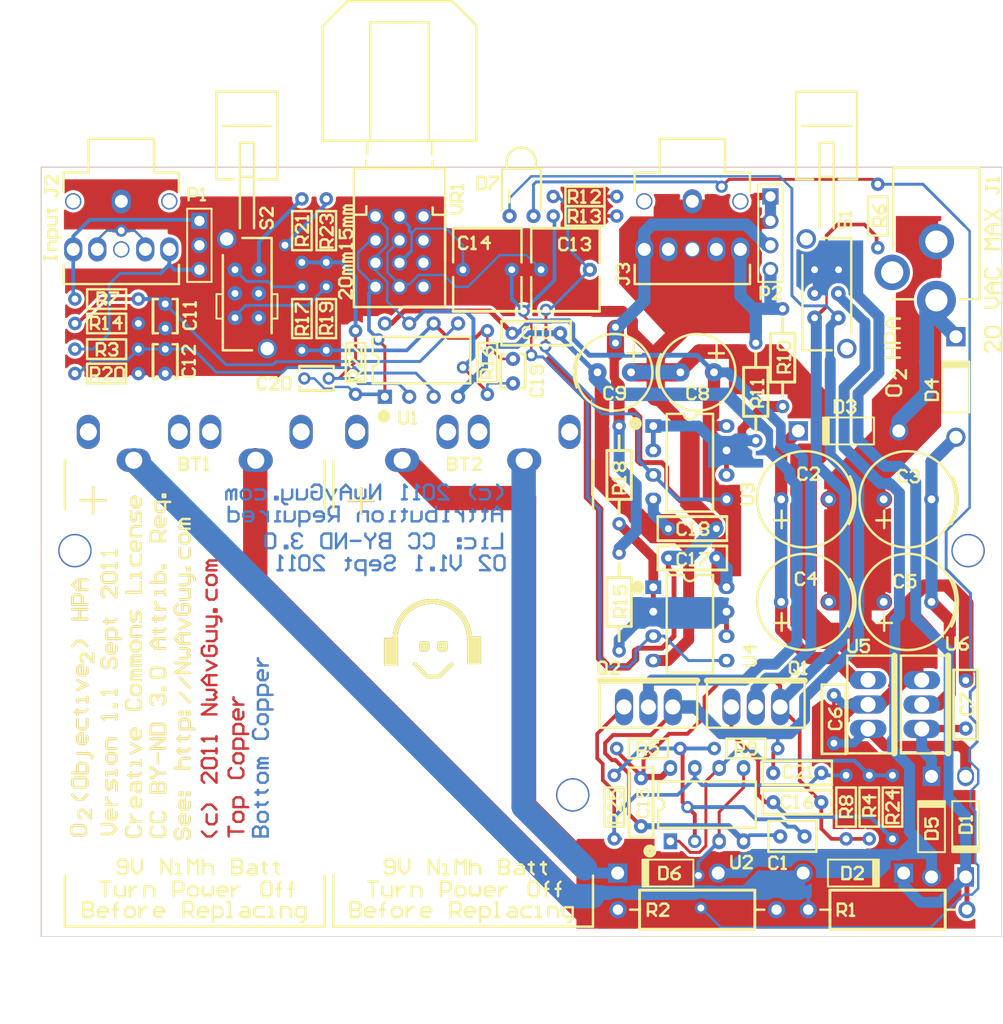
<source format=kicad_pcb>
(kicad_pcb (version 20240928) (generator "gerbview") (generator_version "9.0")
  (layers (0 F.Cu signal) (2 B.Cu signal) (1 F.Mask user) (3 B.Mask user) (5 F.SilkS user) (7 B.SilkS user) (13 F.Paste user) (15 B.Paste user) (25 Edge.Cuts user))
  (gr_arc (start -5.43306 49.022) (mid -9.2964 45.15866) (end -13.15974 49.022) (layer F.SilkS) (stroke (width 0.508)))
  (gr_arc (start 14.50594 19.45132) (mid 14.07629 21.1685) (end 14.3891 22.9108) (layer F.SilkS) (stroke (width 0.254)))
  (gr_circle (center 18.2753 21.336) (end 22.2631 21.336) (layer F.SilkS) (stroke (width 0.254)))
  (gr_arc (start 1.4986 -0.508) (mid -0.0254 -2.032) (end -1.5494 -0.508) (layer F.SilkS) (stroke (width 0.254)))
  (gr_circle (center 29.5148 34.544) (end 34.5186 34.544) (layer F.SilkS) (stroke (width 0.254)))
  (gr_arc (start 34.08426 37.10432) (mid 34.75379 34.64322) (end 34.1884 32.1564) (layer F.SilkS) (stroke (width 0.254)))
  (gr_circle (center 29.5148 45.212) (end 34.5186 45.212) (layer F.SilkS) (stroke (width 0.254)))
  (gr_arc (start 34.08426 47.77232) (mid 34.75379 45.31122) (end 34.1884 42.8244) (layer F.SilkS) (stroke (width 0.254)))
  (gr_circle (center 40.1828 34.544) (end 45.1866 34.544) (layer F.SilkS) (stroke (width 0.254)))
  (gr_arc (start 44.75226 37.10432) (mid 45.42179 34.64322) (end 44.8564 32.1564) (layer F.SilkS) (stroke (width 0.254)))
  (gr_circle (center 40.1828 45.212) (end 45.1866 45.212) (layer F.SilkS) (stroke (width 0.254)))
  (gr_arc (start 44.75226 47.77232) (mid 45.42179 45.31122) (end 44.8564 42.8244) (layer F.SilkS) (stroke (width 0.254)))
  (gr_arc (start 14.224 66.929) (mid 14.859 66.294) (end 14.224 65.659) (layer F.SilkS) (stroke (width 0.254)))
  (gr_arc (start -15.494 20.701) (mid -14.859 20.066) (end -15.494 19.431) (layer F.SilkS) (stroke (width 0.254)))
  (gr_arc (start 16.891 25.654) (mid 17.526 26.289) (end 18.161 25.654) (layer F.SilkS) (stroke (width 0.254)))
  (gr_arc (start 16.891 42.418) (mid 17.526 43.053) (end 18.161 42.418) (layer F.SilkS) (stroke (width 0.254)))
  (gr_circle (center 9.6393 21.336) (end 13.6271 21.336) (layer F.SilkS) (stroke (width 0.254)))
  (gr_arc (start 5.86994 19.45132) (mid 5.44029 21.1685) (end 5.7531 22.9108) (layer F.SilkS) (stroke (width 0.254)))
  (gr_line (start 11.78052 12.15644) (end 11.78052 10.15492) (layer F.SilkS) (stroke (width 0.254)))
  (gr_line (start 23.77948 12.15644) (end 23.77948 10.15492) (layer F.SilkS) (stroke (width 0.254)))
  (gr_line (start 23.77186 2.54) (end 23.77186 0.55626) (layer F.SilkS) (stroke (width 0.254)))
  (gr_line (start 11.77036 0.55626) (end 14.27988 0.55626) (layer F.SilkS) (stroke (width 0.254)))
  (gr_line (start 11.77036 2.54) (end 11.77036 0.55626) (layer F.SilkS) (stroke (width 0.254)))
  (gr_line (start 21.18106 0.55626) (end 21.18106 -2.94386) (layer F.SilkS) (stroke (width 0.254)))
  (gr_line (start 21.28012 0.55626) (end 23.77948 0.55626) (layer F.SilkS) (stroke (width 0.254)))
  (gr_line (start 11.78052 12.15644) (end 23.77948 12.15644) (layer F.SilkS) (stroke (width 0.254)))
  (gr_line (start 14.37894 0.55626) (end 14.37894 -2.94386) (layer F.SilkS) (stroke (width 0.254)))
  (gr_line (start 14.37894 -2.94386) (end 21.18106 -2.94386) (layer F.SilkS) (stroke (width 0.254)))
  (gr_line (start -45.05706 -2.94386) (end -38.25494 -2.94386) (layer F.SilkS) (stroke (width 0.254)))
  (gr_line (start -45.05706 0.55626) (end -45.05706 -2.94386) (layer F.SilkS) (stroke (width 0.254)))
  (gr_line (start -47.65548 12.15644) (end -35.65652 12.15644) (layer F.SilkS) (stroke (width 0.254)))
  (gr_line (start -38.15588 0.55626) (end -35.65652 0.55626) (layer F.SilkS) (stroke (width 0.254)))
  (gr_line (start -38.25494 0.55626) (end -38.25494 -2.94386) (layer F.SilkS) (stroke (width 0.254)))
  (gr_line (start -47.66564 2.54) (end -47.66564 0.55626) (layer F.SilkS) (stroke (width 0.254)))
  (gr_line (start -47.66564 0.55626) (end -45.15612 0.55626) (layer F.SilkS) (stroke (width 0.254)))
  (gr_line (start -35.66414 2.54) (end -35.66414 0.55626) (layer F.SilkS) (stroke (width 0.254)))
  (gr_line (start -35.65652 12.15644) (end -35.65652 10.15492) (layer F.SilkS) (stroke (width 0.254)))
  (gr_line (start -47.65548 12.15644) (end -47.65548 10.15492) (layer F.SilkS) (stroke (width 0.254)))
  (gr_line (start -47.5107 78.97876) (end -20.5105 78.97876) (layer F.SilkS) (stroke (width 0.254)))
  (gr_line (start -20.4978 78.97876) (end -20.4978 73.66) (layer F.SilkS) (stroke (width 0.254)))
  (gr_line (start -47.5234 78.97876) (end -47.5234 73.66) (layer F.SilkS) (stroke (width 0.254)))
  (gr_line (start -47.5234 35.56) (end -47.5234 30.48) (layer F.SilkS) (stroke (width 0.254)))
  (gr_line (start -20.4978 35.56) (end -20.4978 30.48) (layer F.SilkS) (stroke (width 0.254)))
  (gr_line (start 7.4422 35.56) (end 7.4422 30.48) (layer F.SilkS) (stroke (width 0.254)))
  (gr_line (start -19.5834 35.56) (end -19.5834 30.48) (layer F.SilkS) (stroke (width 0.254)))
  (gr_line (start -19.5834 78.97876) (end -19.5834 73.66) (layer F.SilkS) (stroke (width 0.254)))
  (gr_line (start 7.4422 78.97876) (end 7.4422 73.66) (layer F.SilkS) (stroke (width 0.254)))
  (gr_line (start -19.5707 78.97876) (end 7.4295 78.97876) (layer F.SilkS) (stroke (width 0.254)))
  (gr_line (start 20.3073 20.193) (end 20.3073 18.5166) (layer F.SilkS) (stroke (width 0.254)))
  (gr_line (start 19.4945 19.3548) (end 21.0693 19.3548) (layer F.SilkS) (stroke (width 0.254)))
  (gr_line (start 30.69336 71.1962) (end 30.69336 67.9958) (layer F.SilkS) (stroke (width 0.254)))
  (gr_line (start 25.69464 71.1962) (end 25.69464 67.9958) (layer F.SilkS) (stroke (width 0.254)))
  (gr_line (start 25.69464 67.9958) (end 30.69336 67.9958) (layer F.SilkS) (stroke (width 0.254)))
  (gr_line (start 25.69464 71.1962) (end 30.69336 71.1962) (layer F.SilkS) (stroke (width 0.254)))
  (gr_line (start -21.336 17.78) (end -21.336 13.716) (layer F.SilkS) (stroke (width 0.254)))
  (gr_line (start -21.336 17.78) (end -19.304 17.78) (layer F.SilkS) (stroke (width 0.254)))
  (gr_line (start -19.304 17.78) (end -19.304 13.716) (layer F.SilkS) (stroke (width 0.254)))
  (gr_line (start -21.336 13.716) (end -19.304 13.716) (layer F.SilkS) (stroke (width 0.254)))
  (gr_line (start -23.876 8.636) (end -23.876 4.572) (layer F.SilkS) (stroke (width 0.254)))
  (gr_line (start -23.876 8.636) (end -21.844 8.636) (layer F.SilkS) (stroke (width 0.254)))
  (gr_line (start -21.844 8.636) (end -21.844 4.572) (layer F.SilkS) (stroke (width 0.254)))
  (gr_line (start -23.876 4.572) (end -21.844 4.572) (layer F.SilkS) (stroke (width 0.254)))
  (gr_line (start -18.288 22.352) (end -18.288 18.288) (layer F.SilkS) (stroke (width 0.254)))
  (gr_line (start -18.288 22.352) (end -16.256 22.352) (layer F.SilkS) (stroke (width 0.254)))
  (gr_line (start -16.256 22.352) (end -16.256 18.288) (layer F.SilkS) (stroke (width 0.254)))
  (gr_line (start -18.288 18.288) (end -16.256 18.288) (layer F.SilkS) (stroke (width 0.254)))
  (gr_line (start -45.212 22.479) (end -41.148 22.479) (layer F.SilkS) (stroke (width 0.254)))
  (gr_line (start -41.148 22.479) (end -41.148 20.447) (layer F.SilkS) (stroke (width 0.254)))
  (gr_line (start -45.212 20.447) (end -41.148 20.447) (layer F.SilkS) (stroke (width 0.254)))
  (gr_line (start -45.212 22.479) (end -45.212 20.447) (layer F.SilkS) (stroke (width 0.254)))
  (gr_line (start -45.212 19.939) (end -41.148 19.939) (layer F.SilkS) (stroke (width 0.254)))
  (gr_line (start -41.148 19.939) (end -41.148 17.907) (layer F.SilkS) (stroke (width 0.254)))
  (gr_line (start -45.212 17.907) (end -41.148 17.907) (layer F.SilkS) (stroke (width 0.254)))
  (gr_line (start -45.212 19.939) (end -45.212 17.907) (layer F.SilkS) (stroke (width 0.254)))
  (gr_line (start 4.572 4.064) (end 8.636 4.064) (layer F.SilkS) (stroke (width 0.254)))
  (gr_line (start 4.572 6.096) (end 4.572 4.064) (layer F.SilkS) (stroke (width 0.254)))
  (gr_line (start 4.572 6.096) (end 8.636 6.096) (layer F.SilkS) (stroke (width 0.254)))
  (gr_line (start 8.636 6.096) (end 8.636 4.064) (layer F.SilkS) (stroke (width 0.254)))
  (gr_line (start -23.876 17.78) (end -23.876 13.716) (layer F.SilkS) (stroke (width 0.254)))
  (gr_line (start -23.876 17.78) (end -21.844 17.78) (layer F.SilkS) (stroke (width 0.254)))
  (gr_line (start -21.844 17.78) (end -21.844 13.716) (layer F.SilkS) (stroke (width 0.254)))
  (gr_line (start -23.876 13.716) (end -21.844 13.716) (layer F.SilkS) (stroke (width 0.254)))
  (gr_line (start -4.572 22.352) (end -4.572 18.288) (layer F.SilkS) (stroke (width 0.254)))
  (gr_line (start -4.572 22.352) (end -2.54 22.352) (layer F.SilkS) (stroke (width 0.254)))
  (gr_line (start -2.54 22.352) (end -2.54 18.288) (layer F.SilkS) (stroke (width 0.254)))
  (gr_line (start -4.572 18.288) (end -2.54 18.288) (layer F.SilkS) (stroke (width 0.254)))
  (gr_line (start -45.212 17.272) (end -41.148 17.272) (layer F.SilkS) (stroke (width 0.254)))
  (gr_line (start -41.148 17.272) (end -41.148 15.24) (layer F.SilkS) (stroke (width 0.254)))
  (gr_line (start -45.212 15.24) (end -41.148 15.24) (layer F.SilkS) (stroke (width 0.254)))
  (gr_line (start -45.212 17.272) (end -45.212 15.24) (layer F.SilkS) (stroke (width 0.254)))
  (gr_line (start -45.212 14.732) (end -41.148 14.732) (layer F.SilkS) (stroke (width 0.254)))
  (gr_line (start -41.148 14.732) (end -41.148 12.7) (layer F.SilkS) (stroke (width 0.254)))
  (gr_line (start -45.212 12.7) (end -41.148 12.7) (layer F.SilkS) (stroke (width 0.254)))
  (gr_line (start -45.212 14.732) (end -45.212 12.7) (layer F.SilkS) (stroke (width 0.254)))
  (gr_line (start 4.572 2.032) (end 8.636 2.032) (layer F.SilkS) (stroke (width 0.254)))
  (gr_line (start 4.572 4.064) (end 4.572 2.032) (layer F.SilkS) (stroke (width 0.254)))
  (gr_line (start 4.572 4.064) (end 8.636 4.064) (layer F.SilkS) (stroke (width 0.254)))
  (gr_line (start 8.636 4.064) (end 8.636 2.032) (layer F.SilkS) (stroke (width 0.254)))
  (gr_line (start 21.336 61.468) (end 25.4 61.468) (layer F.SilkS) (stroke (width 0.254)))
  (gr_line (start 25.4 61.468) (end 25.4 59.436) (layer F.SilkS) (stroke (width 0.254)))
  (gr_line (start 21.336 59.436) (end 25.4 59.436) (layer F.SilkS) (stroke (width 0.254)))
  (gr_line (start 21.336 61.468) (end 21.336 59.436) (layer F.SilkS) (stroke (width 0.254)))
  (gr_line (start 34.798 68.58) (end 34.798 64.516) (layer F.SilkS) (stroke (width 0.254)))
  (gr_line (start 32.766 64.516) (end 34.798 64.516) (layer F.SilkS) (stroke (width 0.254)))
  (gr_line (start 32.766 68.58) (end 32.766 64.516) (layer F.SilkS) (stroke (width 0.254)))
  (gr_line (start 32.766 68.58) (end 34.798 68.58) (layer F.SilkS) (stroke (width 0.254)))
  (gr_line (start 36.068 7.112) (end 36.068 3.048) (layer F.SilkS) (stroke (width 0.254)))
  (gr_line (start 36.068 7.112) (end 38.1 7.112) (layer F.SilkS) (stroke (width 0.254)))
  (gr_line (start 38.1 7.112) (end 38.1 3.048) (layer F.SilkS) (stroke (width 0.254)))
  (gr_line (start 36.068 3.048) (end 38.1 3.048) (layer F.SilkS) (stroke (width 0.254)))
  (gr_line (start 11.176 61.468) (end 15.24 61.468) (layer F.SilkS) (stroke (width 0.254)))
  (gr_line (start 15.24 61.468) (end 15.24 59.436) (layer F.SilkS) (stroke (width 0.254)))
  (gr_line (start 11.176 59.436) (end 15.24 59.436) (layer F.SilkS) (stroke (width 0.254)))
  (gr_line (start 11.176 61.468) (end 11.176 59.436) (layer F.SilkS) (stroke (width 0.254)))
  (gr_line (start 37.211 68.58) (end 37.211 64.516) (layer F.SilkS) (stroke (width 0.254)))
  (gr_line (start 35.179 64.516) (end 37.211 64.516) (layer F.SilkS) (stroke (width 0.254)))
  (gr_line (start 35.179 68.58) (end 35.179 64.516) (layer F.SilkS) (stroke (width 0.254)))
  (gr_line (start 35.179 68.58) (end 37.211 68.58) (layer F.SilkS) (stroke (width 0.254)))
  (gr_line (start -21.336 8.636) (end -21.336 4.572) (layer F.SilkS) (stroke (width 0.254)))
  (gr_line (start -21.336 8.636) (end -19.304 8.636) (layer F.SilkS) (stroke (width 0.254)))
  (gr_line (start -19.304 8.636) (end -19.304 4.572) (layer F.SilkS) (stroke (width 0.254)))
  (gr_line (start -21.336 4.572) (end -19.304 4.572) (layer F.SilkS) (stroke (width 0.254)))
  (gr_line (start 37.592 68.58) (end 37.592 64.516) (layer F.SilkS) (stroke (width 0.254)))
  (gr_line (start 37.592 68.58) (end 39.624 68.58) (layer F.SilkS) (stroke (width 0.254)))
  (gr_line (start 39.624 68.58) (end 39.624 64.516) (layer F.SilkS) (stroke (width 0.254)))
  (gr_line (start 37.592 64.516) (end 39.624 64.516) (layer F.SilkS) (stroke (width 0.254)))
  (gr_line (start 8.636 68.58) (end 8.636 64.516) (layer F.SilkS) (stroke (width 0.254)))
  (gr_line (start 8.636 68.58) (end 10.668 68.58) (layer F.SilkS) (stroke (width 0.254)))
  (gr_line (start 10.668 68.58) (end 10.668 64.516) (layer F.SilkS) (stroke (width 0.254)))
  (gr_line (start 8.636 64.516) (end 10.668 64.516) (layer F.SilkS) (stroke (width 0.254)))
  (gr_line (start 25.10282 64.24168) (end 25.10282 61.722) (layer F.SilkS) (stroke (width 0.254)))
  (gr_line (start 32.30118 64.24168) (end 32.30118 61.722) (layer F.SilkS) (stroke (width 0.254)))
  (gr_line (start 11.176 62.44082) (end 13.69568 62.44082) (layer F.SilkS) (stroke (width 0.254)))
  (gr_line (start 11.176 69.63918) (end 13.69568 69.63918) (layer F.SilkS) (stroke (width 0.254)))
  (gr_line (start 31.26232 61.00318) (end 33.782 61.00318) (layer F.SilkS) (stroke (width 0.254)))
  (gr_line (start 31.26232 53.80482) (end 33.782 53.80482) (layer F.SilkS) (stroke (width 0.254)))
  (gr_line (start 44.958 52.28082) (end 47.47768 52.28082) (layer F.SilkS) (stroke (width 0.254)))
  (gr_line (start 44.958 59.47918) (end 47.47768 59.47918) (layer F.SilkS) (stroke (width 0.254)))
  (gr_line (start 21.37918 41.88968) (end 21.37918 39.37) (layer F.SilkS) (stroke (width 0.254)))
  (gr_line (start 14.18082 41.88968) (end 14.18082 39.37) (layer F.SilkS) (stroke (width 0.254)))
  (gr_line (start -2.07518 18.542) (end -2.07518 16.02232) (layer F.SilkS) (stroke (width 0.254)))
  (gr_line (start 5.12318 18.542) (end 5.12318 16.02232) (layer F.SilkS) (stroke (width 0.254)))
  (gr_line (start 21.37918 38.84168) (end 21.37918 36.322) (layer F.SilkS) (stroke (width 0.254)))
  (gr_line (start 14.18082 38.84168) (end 14.18082 36.322) (layer F.SilkS) (stroke (width 0.254)))
  (gr_line (start 32.30118 67.28968) (end 32.30118 64.77) (layer F.SilkS) (stroke (width 0.254)))
  (gr_line (start 25.10282 67.28968) (end 25.10282 64.77) (layer F.SilkS) (stroke (width 0.254)))
  (gr_line (start 38.6842 0.04826) (end 47.6504 0.04826) (layer F.SilkS) (stroke (width 0.254)))
  (gr_line (start 45.6438 13.7414) (end 47.6758 13.7414) (layer F.SilkS) (stroke (width 0.254)))
  (gr_line (start 38.6842 13.7414) (end 40.7924 13.7414) (layer F.SilkS) (stroke (width 0.254)))
  (gr_line (start 47.6758 13.7414) (end 47.6758 0.2286) (layer F.SilkS) (stroke (width 0.254)))
  (gr_line (start 38.6842 8.4074) (end 38.6842 0.2286) (layer F.SilkS) (stroke (width 0.254)))
  (gr_line (start 8.128 14.986) (end 8.128 11.43) (layer F.SilkS) (stroke (width 0.254)))
  (gr_line (start 8.128 9.906) (end 8.128 6.35) (layer F.SilkS) (stroke (width 0.254)))
  (gr_line (start 1.016 14.986) (end 1.016 11.43) (layer F.SilkS) (stroke (width 0.254)))
  (gr_line (start 1.016 9.906) (end 1.016 6.35) (layer F.SilkS) (stroke (width 0.254)))
  (gr_line (start -7.112 9.906) (end -7.112 6.35) (layer F.SilkS) (stroke (width 0.254)))
  (gr_line (start -7.112 14.986) (end -7.112 11.43) (layer F.SilkS) (stroke (width 0.254)))
  (gr_line (start 0 9.906) (end 0 6.35) (layer F.SilkS) (stroke (width 0.254)))
  (gr_line (start 0 14.986) (end 0 11.43) (layer F.SilkS) (stroke (width 0.254)))
  (gr_line (start -1.27 3.6576) (end -1.27 2.3622) (layer F.SilkS) (stroke (width 0.254)))
  (gr_line (start -2.032 0.1524) (end 2.032 0.1524) (layer F.SilkS) (stroke (width 0.254)))
  (gr_line (start 2.032 4.4958) (end 2.032 0.1524) (layer F.SilkS) (stroke (width 0.254)))
  (gr_line (start -2.032 4.5466) (end -2.032 0.1524) (layer F.SilkS) (stroke (width 0.254)))
  (gr_line (start 1.4986 0.0762) (end 1.4986 -0.4318) (layer F.SilkS) (stroke (width 0.254)))
  (gr_line (start -1.5494 0.0508) (end -1.5494 -0.4318) (layer F.SilkS) (stroke (width 0.254)))
  (gr_line (start 44.069 77.216) (end 45.085 77.216) (layer F.SilkS) (stroke (width 0.254)))
  (gr_line (start 31.115 77.216) (end 32.1564 77.216) (layer F.SilkS) (stroke (width 0.254)))
  (gr_line (start 24.257 77.216) (end 25.273 77.216) (layer F.SilkS) (stroke (width 0.254)))
  (gr_line (start 11.303 77.216) (end 12.3444 77.216) (layer F.SilkS) (stroke (width 0.254)))
  (gr_line (start 19.304 58.293) (end 29.464 58.293) (layer F.SilkS) (stroke (width 0.254)))
  (gr_line (start 19.304 58.293) (end 19.304 53.3908) (layer F.SilkS) (stroke (width 0.254)))
  (gr_line (start 29.464 58.293) (end 29.464 53.3908) (layer F.SilkS) (stroke (width 0.254)))
  (gr_line (start 8.128 58.293) (end 18.288 58.293) (layer F.SilkS) (stroke (width 0.254)))
  (gr_line (start 8.128 58.293) (end 8.128 53.3908) (layer F.SilkS) (stroke (width 0.254)))
  (gr_line (start 18.288 58.293) (end 18.288 53.3908) (layer F.SilkS) (stroke (width 0.254)))
  (gr_line (start 33.909 60.96) (end 33.909 50.8) (layer F.SilkS) (stroke (width 0.254)))
  (gr_line (start 33.909 50.8) (end 38.8112 50.8) (layer F.SilkS) (stroke (width 0.254)))
  (gr_line (start 33.909 60.96) (end 38.8112 60.96) (layer F.SilkS) (stroke (width 0.254)))
  (gr_line (start 39.497 60.96) (end 39.497 50.8) (layer F.SilkS) (stroke (width 0.254)))
  (gr_line (start 39.497 50.8) (end 44.3992 50.8) (layer F.SilkS) (stroke (width 0.254)))
  (gr_line (start 39.497 60.96) (end 44.3992 60.96) (layer F.SilkS) (stroke (width 0.254)))
  (gr_line (start 26.2636 36.7284) (end 27.8892 36.7284) (layer F.SilkS) (stroke (width 0.254)))
  (gr_line (start 27.0764 37.5412) (end 27.0764 35.7124) (layer F.SilkS) (stroke (width 0.254)))
  (gr_line (start 26.2636 47.3964) (end 27.8892 47.3964) (layer F.SilkS) (stroke (width 0.254)))
  (gr_line (start 27.0764 48.2092) (end 27.0764 46.3804) (layer F.SilkS) (stroke (width 0.254)))
  (gr_line (start 36.9316 36.7284) (end 38.5572 36.7284) (layer F.SilkS) (stroke (width 0.254)))
  (gr_line (start 37.7444 37.5412) (end 37.7444 35.7124) (layer F.SilkS) (stroke (width 0.254)))
  (gr_line (start 36.9316 47.3964) (end 38.5572 47.3964) (layer F.SilkS) (stroke (width 0.254)))
  (gr_line (start 37.7444 48.2092) (end 37.7444 46.3804) (layer F.SilkS) (stroke (width 0.254)))
  (gr_line (start 29.21 -4.2926) (end 34.29 -4.2926) (layer F.SilkS) (stroke (width 0.254)))
  (gr_line (start 33.02 1.27) (end 34.925 1.27) (layer F.SilkS) (stroke (width 0.254)))
  (gr_line (start 28.575 1.27) (end 30.353 1.27) (layer F.SilkS) (stroke (width 0.254)))
  (gr_line (start 28.575 -7.8486) (end 34.925 -7.8486) (layer F.SilkS) (stroke (width 0.254)))
  (gr_line (start 34.925 1.27) (end 34.925 -7.8486) (layer F.SilkS) (stroke (width 0.254)))
  (gr_line (start 28.575 1.27) (end 28.575 -7.8486) (layer F.SilkS) (stroke (width 0.254)))
  (gr_line (start 31.0134 1.016) (end 32.4866 1.016) (layer F.SilkS) (stroke (width 0.254)))
  (gr_line (start 31.0134 -2.54) (end 32.4866 -2.54) (layer F.SilkS) (stroke (width 0.254)))
  (gr_line (start 31.0134 6.35) (end 31.0134 -2.54) (layer F.SilkS) (stroke (width 0.254)))
  (gr_line (start 29.2354 19.05) (end 29.2354 9.144) (layer F.SilkS) (stroke (width 0.254)))
  (gr_line (start 29.2354 19.05) (end 32.2834 19.05) (layer F.SilkS) (stroke (width 0.254)))
  (gr_line (start 34.3154 17.272) (end 34.3154 7.366) (layer F.SilkS) (stroke (width 0.254)))
  (gr_line (start 31.2674 7.366) (end 34.3154 7.366) (layer F.SilkS) (stroke (width 0.254)))
  (gr_line (start 32.4866 6.35) (end 32.4866 -2.54) (layer F.SilkS) (stroke (width 0.254)))
  (gr_line (start -36.322 13.716) (end -35.814 13.716) (layer F.SilkS) (stroke (width 0.254)))
  (gr_line (start -38.354 13.716) (end -37.846 13.716) (layer F.SilkS) (stroke (width 0.254)))
  (gr_line (start -38.354 17.272) (end -37.846 17.272) (layer F.SilkS) (stroke (width 0.254)))
  (gr_line (start -36.322 17.272) (end -35.814 17.272) (layer F.SilkS) (stroke (width 0.254)))
  (gr_line (start -36.322 18.415) (end -35.814 18.415) (layer F.SilkS) (stroke (width 0.254)))
  (gr_line (start -38.354 18.415) (end -37.846 18.415) (layer F.SilkS) (stroke (width 0.254)))
  (gr_line (start -38.354 21.971) (end -37.846 21.971) (layer F.SilkS) (stroke (width 0.254)))
  (gr_line (start -36.322 21.971) (end -35.814 21.971) (layer F.SilkS) (stroke (width 0.254)))
  (gr_line (start -19.558 23.241) (end -19.558 22.733) (layer F.SilkS) (stroke (width 0.254)))
  (gr_line (start -19.558 21.209) (end -19.558 20.701) (layer F.SilkS) (stroke (width 0.254)))
  (gr_line (start -23.114 21.209) (end -23.114 20.701) (layer F.SilkS) (stroke (width 0.254)))
  (gr_line (start -23.114 23.241) (end -23.114 22.733) (layer F.SilkS) (stroke (width 0.254)))
  (gr_line (start -0.127 19.431) (end 0.381 19.431) (layer F.SilkS) (stroke (width 0.254)))
  (gr_line (start -2.159 19.431) (end -1.651 19.431) (layer F.SilkS) (stroke (width 0.254)))
  (gr_line (start -2.159 22.987) (end -1.651 22.987) (layer F.SilkS) (stroke (width 0.254)))
  (gr_line (start -0.127 22.987) (end 0.381 22.987) (layer F.SilkS) (stroke (width 0.254)))
  (gr_line (start 14.224 63.881) (end 24.384 63.881) (layer F.SilkS) (stroke (width 0.254)))
  (gr_line (start 14.224 68.707) (end 14.224 66.929) (layer F.SilkS) (stroke (width 0.254)))
  (gr_line (start 14.224 65.659) (end 14.224 63.881) (layer F.SilkS) (stroke (width 0.254)))
  (gr_line (start 24.384 68.707) (end 24.384 63.881) (layer F.SilkS) (stroke (width 0.254)))
  (gr_line (start 14.224 68.707) (end 24.384 68.707) (layer F.SilkS) (stroke (width 0.254)))
  (gr_line (start -15.494 17.653) (end -5.334 17.653) (layer F.SilkS) (stroke (width 0.254)))
  (gr_line (start -15.494 22.479) (end -15.494 20.701) (layer F.SilkS) (stroke (width 0.254)))
  (gr_line (start -15.494 19.431) (end -15.494 17.653) (layer F.SilkS) (stroke (width 0.254)))
  (gr_line (start -5.334 22.479) (end -5.334 17.653) (layer F.SilkS) (stroke (width 0.254)))
  (gr_line (start -15.494 22.479) (end -5.334 22.479) (layer F.SilkS) (stroke (width 0.254)))
  (gr_line (start 19.939 35.814) (end 19.939 25.654) (layer F.SilkS) (stroke (width 0.254)))
  (gr_line (start 15.113 25.654) (end 16.891 25.654) (layer F.SilkS) (stroke (width 0.254)))
  (gr_line (start 18.161 25.654) (end 19.939 25.654) (layer F.SilkS) (stroke (width 0.254)))
  (gr_line (start 15.113 35.814) (end 19.939 35.814) (layer F.SilkS) (stroke (width 0.254)))
  (gr_line (start 15.113 35.814) (end 15.113 25.654) (layer F.SilkS) (stroke (width 0.254)))
  (gr_line (start -44.577 35.9918) (end -44.577 33.3248) (layer F.SilkS) (stroke (width 0.254)))
  (gr_line (start -45.8978 34.6456) (end -43.3578 34.6456) (layer F.SilkS) (stroke (width 0.254)))
  (gr_line (start 15.113 52.578) (end 15.113 42.418) (layer F.SilkS) (stroke (width 0.254)))
  (gr_line (start 15.113 52.578) (end 19.939 52.578) (layer F.SilkS) (stroke (width 0.254)))
  (gr_line (start 18.161 42.418) (end 19.939 42.418) (layer F.SilkS) (stroke (width 0.254)))
  (gr_line (start 15.113 42.418) (end 16.891 42.418) (layer F.SilkS) (stroke (width 0.254)))
  (gr_line (start 19.939 52.578) (end 19.939 42.418) (layer F.SilkS) (stroke (width 0.254)))
  (gr_line (start -27.8384 6.35) (end -27.8384 -2.54) (layer F.SilkS) (stroke (width 0.254)))
  (gr_line (start -29.0576 7.366) (end -26.0096 7.366) (layer F.SilkS) (stroke (width 0.254)))
  (gr_line (start -26.0096 17.272) (end -26.0096 7.366) (layer F.SilkS) (stroke (width 0.254)))
  (gr_line (start -31.0896 19.05) (end -28.0416 19.05) (layer F.SilkS) (stroke (width 0.254)))
  (gr_line (start -31.0896 19.05) (end -31.0896 9.144) (layer F.SilkS) (stroke (width 0.254)))
  (gr_line (start -29.3116 6.35) (end -29.3116 -2.54) (layer F.SilkS) (stroke (width 0.254)))
  (gr_line (start -29.3116 -2.54) (end -27.8384 -2.54) (layer F.SilkS) (stroke (width 0.254)))
  (gr_line (start -29.3116 1.016) (end -27.8384 1.016) (layer F.SilkS) (stroke (width 0.254)))
  (gr_line (start -31.75 1.27) (end -31.75 -7.8486) (layer F.SilkS) (stroke (width 0.254)))
  (gr_line (start -25.4 1.27) (end -25.4 -7.8486) (layer F.SilkS) (stroke (width 0.254)))
  (gr_line (start -31.75 -7.8486) (end -25.4 -7.8486) (layer F.SilkS) (stroke (width 0.254)))
  (gr_line (start -31.75 1.27) (end -29.972 1.27) (layer F.SilkS) (stroke (width 0.254)))
  (gr_line (start -27.305 1.27) (end -25.4 1.27) (layer F.SilkS) (stroke (width 0.254)))
  (gr_line (start -31.115 -4.2926) (end -26.035 -4.2926) (layer F.SilkS) (stroke (width 0.254)))
  (gr_line (start 10.8585 19.3548) (end 12.4333 19.3548) (layer F.SilkS) (stroke (width 0.254)))
  (gr_line (start 11.6713 20.193) (end 11.6713 18.5166) (layer F.SilkS) (stroke (width 0.254)))
  (gr_line (start -16.7132 36.068) (end -16.7132 33.401) (layer F.SilkS) (stroke (width 0.254)))
  (gr_line (start -18.0086 34.671) (end -15.4686 34.671) (layer F.SilkS) (stroke (width 0.254)))
  (gr_line (start -16.1544 4.94538) (end -16.1544 4.064) (layer F.SilkS) (stroke (width 0.254)))
  (gr_line (start -17.2974 4.94538) (end -16.3068 4.94538) (layer F.SilkS) (stroke (width 0.254)))
  (gr_line (start -9.2456 4.953) (end -9.2456 4.191) (layer F.SilkS) (stroke (width 0.254)))
  (gr_line (start -9.0932 4.953) (end -8.10006 4.953) (layer F.SilkS) (stroke (width 0.254)))
  (gr_line (start -20.701 -2.75336) (end -20.701 -14.67866) (layer F.SilkS) (stroke (width 0.254)))
  (gr_line (start -20.701 -14.67866) (end -18.1991 -17.17802) (layer F.SilkS) (stroke (width 0.254)))
  (gr_line (start -18.1991 -17.17802) (end -18.1991 -17.25422) (layer F.SilkS) (stroke (width 0.254)))
  (gr_line (start -4.699 -2.75336) (end -4.699 -14.75486) (layer F.SilkS) (stroke (width 0.254)))
  (gr_line (start -7.2009 -17.25422) (end -4.699 -14.75486) (layer F.SilkS) (stroke (width 0.254)))
  (gr_line (start -18.1991 -17.25422) (end -7.2009 -17.25422) (layer F.SilkS) (stroke (width 0.254)))
  (gr_line (start -20.701 -2.75336) (end -4.699 -2.75336) (layer F.SilkS) (stroke (width 0.254)))
  (gr_line (start -15.748 -2.72796) (end -15.748 -14.85392) (layer F.SilkS) (stroke (width 0.254)))
  (gr_line (start -9.652 -2.77876) (end -9.652 -15.05458) (layer F.SilkS) (stroke (width 0.254)))
  (gr_line (start -15.7988 -15.05458) (end -9.7028 -15.05458) (layer F.SilkS) (stroke (width 0.254)))
  (gr_line (start -7.9502 14.54658) (end -7.9502 4.953) (layer F.SilkS) (stroke (width 0.254)))
  (gr_line (start -17.4498 14.54658) (end -7.9502 14.54658) (layer F.SilkS) (stroke (width 0.254)))
  (gr_line (start -17.4498 14.54658) (end -17.4498 4.94538) (layer F.SilkS) (stroke (width 0.254)))
  (gr_line (start -9.29894 -1.32842) (end -9.29894 -2.77876) (layer F.SilkS) (stroke (width 0.254)))
  (gr_line (start -16.05026 -1.32842) (end -16.05026 -2.72796) (layer F.SilkS) (stroke (width 0.254)))
  (gr_line (start -16.1544 0.11938) (end -16.1544 -0.635) (layer F.SilkS) (stroke (width 0.254)))
  (gr_line (start -9.25068 -0.03048) (end -9.2456 -0.62992) (layer F.SilkS) (stroke (width 0.254)))
  (gr_line (start -7.9502 9.72058) (end -7.9502 0.11938) (layer F.SilkS) (stroke (width 0.254)))
  (gr_line (start -17.4498 0.11938) (end -7.9502 0.11938) (layer F.SilkS) (stroke (width 0.254)))
  (gr_line (start -17.4498 9.72058) (end -17.4498 0.11938) (layer F.SilkS) (stroke (width 0.254)))
  (gr_line (start 26.65222 71.91502) (end 26.4414 71.7042) (layer F.SilkS) (stroke (width 0.254)))
  (gr_line (start 26.4414 71.7042) (end 26.01722 71.7042) (layer F.SilkS) (stroke (width 0.254)))
  (gr_line (start 26.01722 71.7042) (end 25.8064 71.91502) (layer F.SilkS) (stroke (width 0.254)))
  (gr_line (start 25.8064 71.91502) (end 25.8064 72.76338) (layer F.SilkS) (stroke (width 0.254)))
  (gr_line (start 25.8064 72.76338) (end 26.01722 72.9742) (layer F.SilkS) (stroke (width 0.254)))
  (gr_line (start 26.01722 72.9742) (end 26.4414 72.9742) (layer F.SilkS) (stroke (width 0.254)))
  (gr_line (start 26.4414 72.9742) (end 26.65222 72.76338) (layer F.SilkS) (stroke (width 0.254)))
  (gr_line (start 27.0764 72.9742) (end 27.49804 72.9742) (layer F.SilkS) (stroke (width 0.254)))
  (gr_line (start 27.49804 72.9742) (end 27.28722 72.9742) (layer F.SilkS) (stroke (width 0.254)))
  (gr_line (start 27.28722 72.9742) (end 27.28722 71.7042) (layer F.SilkS) (stroke (width 0.254)))
  (gr_line (start 27.28722 71.7042) (end 27.0764 71.91502) (layer F.SilkS) (stroke (width 0.254)))
  (gr_line (start 1.15062 22.97938) (end 0.9398 23.1902) (layer F.SilkS) (stroke (width 0.254)))
  (gr_line (start 0.9398 23.1902) (end 0.9398 23.61438) (layer F.SilkS) (stroke (width 0.254)))
  (gr_line (start 0.9398 23.61438) (end 1.15062 23.8252) (layer F.SilkS) (stroke (width 0.254)))
  (gr_line (start 1.15062 23.8252) (end 1.99898 23.8252) (layer F.SilkS) (stroke (width 0.254)))
  (gr_line (start 1.99898 23.8252) (end 2.2098 23.61438) (layer F.SilkS) (stroke (width 0.254)))
  (gr_line (start 2.2098 23.61438) (end 2.2098 23.1902) (layer F.SilkS) (stroke (width 0.254)))
  (gr_line (start 2.2098 23.1902) (end 1.99898 22.97938) (layer F.SilkS) (stroke (width 0.254)))
  (gr_line (start 2.2098 22.5552) (end 2.2098 22.13356) (layer F.SilkS) (stroke (width 0.254)))
  (gr_line (start 2.2098 22.13356) (end 2.2098 22.34438) (layer F.SilkS) (stroke (width 0.254)))
  (gr_line (start 2.2098 22.34438) (end 0.9398 22.34438) (layer F.SilkS) (stroke (width 0.254)))
  (gr_line (start 0.9398 22.34438) (end 1.15062 22.5552) (layer F.SilkS) (stroke (width 0.254)))
  (gr_line (start 1.99898 21.49856) (end 2.2098 21.2852) (layer F.SilkS) (stroke (width 0.254)))
  (gr_line (start 2.2098 21.2852) (end 2.2098 20.86356) (layer F.SilkS) (stroke (width 0.254)))
  (gr_line (start 2.2098 20.86356) (end 1.99898 20.6502) (layer F.SilkS) (stroke (width 0.254)))
  (gr_line (start 1.99898 20.6502) (end 1.15062 20.6502) (layer F.SilkS) (stroke (width 0.254)))
  (gr_line (start 1.15062 20.6502) (end 0.9398 20.86356) (layer F.SilkS) (stroke (width 0.254)))
  (gr_line (start 0.9398 20.86356) (end 0.9398 21.2852) (layer F.SilkS) (stroke (width 0.254)))
  (gr_line (start 0.9398 21.2852) (end 1.15062 21.49856) (layer F.SilkS) (stroke (width 0.254)))
  (gr_line (start 1.15062 21.49856) (end 1.36398 21.49856) (layer F.SilkS) (stroke (width 0.254)))
  (gr_line (start 1.36398 21.49856) (end 1.5748 21.2852) (layer F.SilkS) (stroke (width 0.254)))
  (gr_line (start 1.5748 21.2852) (end 1.5748 20.6502) (layer F.SilkS) (stroke (width 0.254)))
  (gr_line (start -26.58618 22.05482) (end -26.797 21.844) (layer F.SilkS) (stroke (width 0.254)))
  (gr_line (start -26.797 21.844) (end -27.22118 21.844) (layer F.SilkS) (stroke (width 0.254)))
  (gr_line (start -27.22118 21.844) (end -27.432 22.05482) (layer F.SilkS) (stroke (width 0.254)))
  (gr_line (start -27.432 22.05482) (end -27.432 22.90318) (layer F.SilkS) (stroke (width 0.254)))
  (gr_line (start -27.432 22.90318) (end -27.22118 23.114) (layer F.SilkS) (stroke (width 0.254)))
  (gr_line (start -27.22118 23.114) (end -26.797 23.114) (layer F.SilkS) (stroke (width 0.254)))
  (gr_line (start -26.797 23.114) (end -26.58618 22.90318) (layer F.SilkS) (stroke (width 0.254)))
  (gr_line (start -25.31618 23.114) (end -26.162 23.114) (layer F.SilkS) (stroke (width 0.254)))
  (gr_line (start -26.162 23.114) (end -25.31618 22.26818) (layer F.SilkS) (stroke (width 0.254)))
  (gr_line (start -25.31618 22.26818) (end -25.31618 22.05482) (layer F.SilkS) (stroke (width 0.254)))
  (gr_line (start -25.31618 22.05482) (end -25.527 21.844) (layer F.SilkS) (stroke (width 0.254)))
  (gr_line (start -25.527 21.844) (end -25.95118 21.844) (layer F.SilkS) (stroke (width 0.254)))
  (gr_line (start -25.95118 21.844) (end -26.162 22.05482) (layer F.SilkS) (stroke (width 0.254)))
  (gr_line (start -24.892 22.05482) (end -24.68118 21.844) (layer F.SilkS) (stroke (width 0.254)))
  (gr_line (start -24.68118 21.844) (end -24.257 21.844) (layer F.SilkS) (stroke (width 0.254)))
  (gr_line (start -24.257 21.844) (end -24.04618 22.05482) (layer F.SilkS) (stroke (width 0.254)))
  (gr_line (start -24.04618 22.05482) (end -24.04618 22.90318) (layer F.SilkS) (stroke (width 0.254)))
  (gr_line (start -24.04618 22.90318) (end -24.257 23.114) (layer F.SilkS) (stroke (width 0.254)))
  (gr_line (start -24.257 23.114) (end -24.68118 23.114) (layer F.SilkS) (stroke (width 0.254)))
  (gr_line (start -24.68118 23.114) (end -24.892 22.90318) (layer F.SilkS) (stroke (width 0.254)))
  (gr_line (start -24.892 22.90318) (end -24.892 22.05482) (layer F.SilkS) (stroke (width 0.254)))
  (gr_line (start -19.7104 17.2974) (end -20.9804 17.2974) (layer F.SilkS) (stroke (width 0.254)))
  (gr_line (start -20.9804 17.2974) (end -20.9804 16.6624) (layer F.SilkS) (stroke (width 0.254)))
  (gr_line (start -20.9804 16.6624) (end -20.76958 16.45158) (layer F.SilkS) (stroke (width 0.254)))
  (gr_line (start -20.76958 16.45158) (end -20.3454 16.45158) (layer F.SilkS) (stroke (width 0.254)))
  (gr_line (start -20.3454 16.45158) (end -20.13458 16.6624) (layer F.SilkS) (stroke (width 0.254)))
  (gr_line (start -20.13458 16.6624) (end -20.13458 17.2974) (layer F.SilkS) (stroke (width 0.254)))
  (gr_line (start -20.13458 16.87322) (end -19.7104 16.45158) (layer F.SilkS) (stroke (width 0.254)))
  (gr_line (start -19.7104 16.0274) (end -19.7104 15.60576) (layer F.SilkS) (stroke (width 0.254)))
  (gr_line (start -19.7104 15.60576) (end -19.7104 15.81658) (layer F.SilkS) (stroke (width 0.254)))
  (gr_line (start -19.7104 15.81658) (end -20.9804 15.81658) (layer F.SilkS) (stroke (width 0.254)))
  (gr_line (start -20.9804 15.81658) (end -20.76958 16.0274) (layer F.SilkS) (stroke (width 0.254)))
  (gr_line (start -19.92122 14.97076) (end -19.7104 14.7574) (layer F.SilkS) (stroke (width 0.254)))
  (gr_line (start -19.7104 14.7574) (end -19.7104 14.33576) (layer F.SilkS) (stroke (width 0.254)))
  (gr_line (start -19.7104 14.33576) (end -19.92122 14.1224) (layer F.SilkS) (stroke (width 0.254)))
  (gr_line (start -19.92122 14.1224) (end -20.76958 14.1224) (layer F.SilkS) (stroke (width 0.254)))
  (gr_line (start -20.76958 14.1224) (end -20.9804 14.33576) (layer F.SilkS) (stroke (width 0.254)))
  (gr_line (start -20.9804 14.33576) (end -20.9804 14.7574) (layer F.SilkS) (stroke (width 0.254)))
  (gr_line (start -20.9804 14.7574) (end -20.76958 14.97076) (layer F.SilkS) (stroke (width 0.254)))
  (gr_line (start -20.76958 14.97076) (end -20.55622 14.97076) (layer F.SilkS) (stroke (width 0.254)))
  (gr_line (start -20.55622 14.97076) (end -20.3454 14.7574) (layer F.SilkS) (stroke (width 0.254)))
  (gr_line (start -20.3454 14.7574) (end -20.3454 14.1224) (layer F.SilkS) (stroke (width 0.254)))
  (gr_line (start 27.97302 65.56502) (end 27.7622 65.3542) (layer F.SilkS) (stroke (width 0.254)))
  (gr_line (start 27.7622 65.3542) (end 27.33802 65.3542) (layer F.SilkS) (stroke (width 0.254)))
  (gr_line (start 27.33802 65.3542) (end 27.1272 65.56502) (layer F.SilkS) (stroke (width 0.254)))
  (gr_line (start 27.1272 65.56502) (end 27.1272 66.41338) (layer F.SilkS) (stroke (width 0.254)))
  (gr_line (start 27.1272 66.41338) (end 27.33802 66.6242) (layer F.SilkS) (stroke (width 0.254)))
  (gr_line (start 27.33802 66.6242) (end 27.7622 66.6242) (layer F.SilkS) (stroke (width 0.254)))
  (gr_line (start 27.7622 66.6242) (end 27.97302 66.41338) (layer F.SilkS) (stroke (width 0.254)))
  (gr_line (start 28.3972 66.6242) (end 28.81884 66.6242) (layer F.SilkS) (stroke (width 0.254)))
  (gr_line (start 28.81884 66.6242) (end 28.60802 66.6242) (layer F.SilkS) (stroke (width 0.254)))
  (gr_line (start 28.60802 66.6242) (end 28.60802 65.3542) (layer F.SilkS) (stroke (width 0.254)))
  (gr_line (start 28.60802 65.3542) (end 28.3972 65.56502) (layer F.SilkS) (stroke (width 0.254)))
  (gr_line (start 30.3022 65.3542) (end 29.87802 65.56502) (layer F.SilkS) (stroke (width 0.254)))
  (gr_line (start 29.87802 65.56502) (end 29.45384 65.9892) (layer F.SilkS) (stroke (width 0.254)))
  (gr_line (start 29.45384 65.9892) (end 29.45384 66.41338) (layer F.SilkS) (stroke (width 0.254)))
  (gr_line (start 29.45384 66.41338) (end 29.6672 66.6242) (layer F.SilkS) (stroke (width 0.254)))
  (gr_line (start 29.6672 66.6242) (end 30.08884 66.6242) (layer F.SilkS) (stroke (width 0.254)))
  (gr_line (start 30.08884 66.6242) (end 30.3022 66.41338) (layer F.SilkS) (stroke (width 0.254)))
  (gr_line (start 30.3022 66.41338) (end 30.3022 66.20002) (layer F.SilkS) (stroke (width 0.254)))
  (gr_line (start 30.3022 66.20002) (end 30.08884 65.9892) (layer F.SilkS) (stroke (width 0.254)))
  (gr_line (start 30.08884 65.9892) (end 29.45384 65.9892) (layer F.SilkS) (stroke (width 0.254)))
  (gr_line (start -7.62 30.226) (end -7.62 31.496) (layer F.SilkS) (stroke (width 0.254)))
  (gr_line (start -7.62 31.496) (end -6.985 31.496) (layer F.SilkS) (stroke (width 0.254)))
  (gr_line (start -6.985 31.496) (end -6.77418 31.28518) (layer F.SilkS) (stroke (width 0.254)))
  (gr_line (start -6.77418 31.28518) (end -6.77418 31.07182) (layer F.SilkS) (stroke (width 0.254)))
  (gr_line (start -6.77418 31.07182) (end -6.985 30.861) (layer F.SilkS) (stroke (width 0.254)))
  (gr_line (start -6.985 30.861) (end -7.62 30.861) (layer F.SilkS) (stroke (width 0.254)))
  (gr_line (start -7.62 30.861) (end -6.985 30.861) (layer F.SilkS) (stroke (width 0.254)))
  (gr_line (start -6.985 30.861) (end -6.77418 30.65018) (layer F.SilkS) (stroke (width 0.254)))
  (gr_line (start -6.77418 30.65018) (end -6.77418 30.43682) (layer F.SilkS) (stroke (width 0.254)))
  (gr_line (start -6.77418 30.43682) (end -6.985 30.226) (layer F.SilkS) (stroke (width 0.254)))
  (gr_line (start -6.985 30.226) (end -7.62 30.226) (layer F.SilkS) (stroke (width 0.254)))
  (gr_line (start -6.35 30.226) (end -5.50418 30.226) (layer F.SilkS) (stroke (width 0.254)))
  (gr_line (start -5.50418 30.226) (end -5.92836 30.226) (layer F.SilkS) (stroke (width 0.254)))
  (gr_line (start -5.92836 30.226) (end -5.92836 31.496) (layer F.SilkS) (stroke (width 0.254)))
  (gr_line (start -4.23418 31.496) (end -5.08 31.496) (layer F.SilkS) (stroke (width 0.254)))
  (gr_line (start -5.08 31.496) (end -4.23418 30.65018) (layer F.SilkS) (stroke (width 0.254)))
  (gr_line (start -4.23418 30.65018) (end -4.23418 30.43682) (layer F.SilkS) (stroke (width 0.254)))
  (gr_line (start -4.23418 30.43682) (end -4.445 30.226) (layer F.SilkS) (stroke (width 0.254)))
  (gr_line (start -4.445 30.226) (end -4.86918 30.226) (layer F.SilkS) (stroke (width 0.254)))
  (gr_line (start -4.86918 30.226) (end -5.08 30.43682) (layer F.SilkS) (stroke (width 0.254)))
  (gr_line (start -35.56 30.226) (end -35.56 31.496) (layer F.SilkS) (stroke (width 0.254)))
  (gr_line (start -35.56 31.496) (end -34.925 31.496) (layer F.SilkS) (stroke (width 0.254)))
  (gr_line (start -34.925 31.496) (end -34.71418 31.28518) (layer F.SilkS) (stroke (width 0.254)))
  (gr_line (start -34.71418 31.28518) (end -34.71418 31.07182) (layer F.SilkS) (stroke (width 0.254)))
  (gr_line (start -34.71418 31.07182) (end -34.925 30.861) (layer F.SilkS) (stroke (width 0.254)))
  (gr_line (start -34.925 30.861) (end -35.56 30.861) (layer F.SilkS) (stroke (width 0.254)))
  (gr_line (start -35.56 30.861) (end -34.925 30.861) (layer F.SilkS) (stroke (width 0.254)))
  (gr_line (start -34.925 30.861) (end -34.71418 30.65018) (layer F.SilkS) (stroke (width 0.254)))
  (gr_line (start -34.71418 30.65018) (end -34.71418 30.43682) (layer F.SilkS) (stroke (width 0.254)))
  (gr_line (start -34.71418 30.43682) (end -34.925 30.226) (layer F.SilkS) (stroke (width 0.254)))
  (gr_line (start -34.925 30.226) (end -35.56 30.226) (layer F.SilkS) (stroke (width 0.254)))
  (gr_line (start -34.29 30.226) (end -33.44418 30.226) (layer F.SilkS) (stroke (width 0.254)))
  (gr_line (start -33.44418 30.226) (end -33.86836 30.226) (layer F.SilkS) (stroke (width 0.254)))
  (gr_line (start -33.86836 30.226) (end -33.86836 31.496) (layer F.SilkS) (stroke (width 0.254)))
  (gr_line (start -33.02 31.496) (end -32.59836 31.496) (layer F.SilkS) (stroke (width 0.254)))
  (gr_line (start -32.59836 31.496) (end -32.80918 31.496) (layer F.SilkS) (stroke (width 0.254)))
  (gr_line (start -32.80918 31.496) (end -32.80918 30.226) (layer F.SilkS) (stroke (width 0.254)))
  (gr_line (start -32.80918 30.226) (end -33.02 30.43682) (layer F.SilkS) (stroke (width 0.254)))
  (gr_line (start -5.63118 7.44982) (end -5.842 7.239) (layer F.SilkS) (stroke (width 0.254)))
  (gr_line (start -5.842 7.239) (end -6.26618 7.239) (layer F.SilkS) (stroke (width 0.254)))
  (gr_line (start -6.26618 7.239) (end -6.477 7.44982) (layer F.SilkS) (stroke (width 0.254)))
  (gr_line (start -6.477 7.44982) (end -6.477 8.29818) (layer F.SilkS) (stroke (width 0.254)))
  (gr_line (start -6.477 8.29818) (end -6.26618 8.509) (layer F.SilkS) (stroke (width 0.254)))
  (gr_line (start -6.26618 8.509) (end -5.842 8.509) (layer F.SilkS) (stroke (width 0.254)))
  (gr_line (start -5.842 8.509) (end -5.63118 8.29818) (layer F.SilkS) (stroke (width 0.254)))
  (gr_line (start -5.207 8.509) (end -4.78536 8.509) (layer F.SilkS) (stroke (width 0.254)))
  (gr_line (start -4.78536 8.509) (end -4.99618 8.509) (layer F.SilkS) (stroke (width 0.254)))
  (gr_line (start -4.99618 8.509) (end -4.99618 7.239) (layer F.SilkS) (stroke (width 0.254)))
  (gr_line (start -4.99618 7.239) (end -5.207 7.44982) (layer F.SilkS) (stroke (width 0.254)))
  (gr_line (start -3.51536 8.509) (end -3.51536 7.239) (layer F.SilkS) (stroke (width 0.254)))
  (gr_line (start -3.51536 7.239) (end -4.15036 7.874) (layer F.SilkS) (stroke (width 0.254)))
  (gr_line (start -4.15036 7.874) (end -3.302 7.874) (layer F.SilkS) (stroke (width 0.254)))
  (gr_line (start -7.366 4.826) (end -6.52018 4.826) (layer F.SilkS) (stroke (width 0.254)))
  (gr_line (start -6.52018 4.826) (end -6.096 4.40182) (layer F.SilkS) (stroke (width 0.254)))
  (gr_line (start -6.096 4.40182) (end -6.52018 3.98018) (layer F.SilkS) (stroke (width 0.254)))
  (gr_line (start -6.52018 3.98018) (end -7.366 3.98018) (layer F.SilkS) (stroke (width 0.254)))
  (gr_line (start -6.096 3.556) (end -7.366 3.556) (layer F.SilkS) (stroke (width 0.254)))
  (gr_line (start -7.366 3.556) (end -7.366 2.921) (layer F.SilkS) (stroke (width 0.254)))
  (gr_line (start -7.366 2.921) (end -7.15518 2.71018) (layer F.SilkS) (stroke (width 0.254)))
  (gr_line (start -7.15518 2.71018) (end -6.731 2.71018) (layer F.SilkS) (stroke (width 0.254)))
  (gr_line (start -6.731 2.71018) (end -6.52018 2.921) (layer F.SilkS) (stroke (width 0.254)))
  (gr_line (start -6.52018 2.921) (end -6.52018 3.556) (layer F.SilkS) (stroke (width 0.254)))
  (gr_line (start -6.52018 3.13436) (end -6.096 2.71018) (layer F.SilkS) (stroke (width 0.254)))
  (gr_line (start -6.096 2.286) (end -6.096 1.86436) (layer F.SilkS) (stroke (width 0.254)))
  (gr_line (start -6.096 1.86436) (end -6.096 2.07518) (layer F.SilkS) (stroke (width 0.254)))
  (gr_line (start -6.096 2.07518) (end -7.366 2.07518) (layer F.SilkS) (stroke (width 0.254)))
  (gr_line (start -7.366 2.07518) (end -7.15518 2.286) (layer F.SilkS) (stroke (width 0.254)))
  (gr_line (start 44.323 48.895) (end 44.323 49.95418) (layer F.SilkS) (stroke (width 0.254)))
  (gr_line (start 44.323 49.95418) (end 44.53382 50.165) (layer F.SilkS) (stroke (width 0.254)))
  (gr_line (start 44.53382 50.165) (end 44.958 50.165) (layer F.SilkS) (stroke (width 0.254)))
  (gr_line (start 44.958 50.165) (end 45.16882 49.95418) (layer F.SilkS) (stroke (width 0.254)))
  (gr_line (start 45.16882 49.95418) (end 45.16882 48.895) (layer F.SilkS) (stroke (width 0.254)))
  (gr_line (start 46.43882 48.895) (end 46.01464 49.10582) (layer F.SilkS) (stroke (width 0.254)))
  (gr_line (start 46.01464 49.10582) (end 45.593 49.53) (layer F.SilkS) (stroke (width 0.254)))
  (gr_line (start 45.593 49.53) (end 45.593 49.95418) (layer F.SilkS) (stroke (width 0.254)))
  (gr_line (start 45.593 49.95418) (end 45.80382 50.165) (layer F.SilkS) (stroke (width 0.254)))
  (gr_line (start 45.80382 50.165) (end 46.228 50.165) (layer F.SilkS) (stroke (width 0.254)))
  (gr_line (start 46.228 50.165) (end 46.43882 49.95418) (layer F.SilkS) (stroke (width 0.254)))
  (gr_line (start 46.43882 49.95418) (end 46.43882 49.74082) (layer F.SilkS) (stroke (width 0.254)))
  (gr_line (start 46.43882 49.74082) (end 46.228 49.53) (layer F.SilkS) (stroke (width 0.254)))
  (gr_line (start 46.228 49.53) (end 45.593 49.53) (layer F.SilkS) (stroke (width 0.254)))
  (gr_line (start 34.036 49.149) (end 34.036 50.20818) (layer F.SilkS) (stroke (width 0.254)))
  (gr_line (start 34.036 50.20818) (end 34.24682 50.419) (layer F.SilkS) (stroke (width 0.254)))
  (gr_line (start 34.24682 50.419) (end 34.671 50.419) (layer F.SilkS) (stroke (width 0.254)))
  (gr_line (start 34.671 50.419) (end 34.88182 50.20818) (layer F.SilkS) (stroke (width 0.254)))
  (gr_line (start 34.88182 50.20818) (end 34.88182 49.149) (layer F.SilkS) (stroke (width 0.254)))
  (gr_line (start 36.15182 49.149) (end 35.306 49.149) (layer F.SilkS) (stroke (width 0.254)))
  (gr_line (start 35.306 49.149) (end 35.306 49.784) (layer F.SilkS) (stroke (width 0.254)))
  (gr_line (start 35.306 49.784) (end 35.72764 49.57318) (layer F.SilkS) (stroke (width 0.254)))
  (gr_line (start 35.72764 49.57318) (end 35.941 49.57318) (layer F.SilkS) (stroke (width 0.254)))
  (gr_line (start 35.941 49.57318) (end 36.15182 49.784) (layer F.SilkS) (stroke (width 0.254)))
  (gr_line (start 36.15182 49.784) (end 36.15182 50.20818) (layer F.SilkS) (stroke (width 0.254)))
  (gr_line (start 36.15182 50.20818) (end 35.941 50.419) (layer F.SilkS) (stroke (width 0.254)))
  (gr_line (start 35.941 50.419) (end 35.51682 50.419) (layer F.SilkS) (stroke (width 0.254)))
  (gr_line (start 35.51682 50.419) (end 35.306 50.20818) (layer F.SilkS) (stroke (width 0.254)))
  (gr_line (start 22.86 35.052) (end 23.91918 35.052) (layer F.SilkS) (stroke (width 0.254)))
  (gr_line (start 23.91918 35.052) (end 24.13 34.84118) (layer F.SilkS) (stroke (width 0.254)))
  (gr_line (start 24.13 34.84118) (end 24.13 34.417) (layer F.SilkS) (stroke (width 0.254)))
  (gr_line (start 24.13 34.417) (end 23.91918 34.20618) (layer F.SilkS) (stroke (width 0.254)))
  (gr_line (start 23.91918 34.20618) (end 22.86 34.20618) (layer F.SilkS) (stroke (width 0.254)))
  (gr_line (start 23.07082 33.782) (end 22.86 33.57118) (layer F.SilkS) (stroke (width 0.254)))
  (gr_line (start 22.86 33.57118) (end 22.86 33.147) (layer F.SilkS) (stroke (width 0.254)))
  (gr_line (start 22.86 33.147) (end 23.07082 32.93618) (layer F.SilkS) (stroke (width 0.254)))
  (gr_line (start 23.07082 32.93618) (end 23.28418 32.93618) (layer F.SilkS) (stroke (width 0.254)))
  (gr_line (start 23.28418 32.93618) (end 23.495 33.147) (layer F.SilkS) (stroke (width 0.254)))
  (gr_line (start 23.495 33.147) (end 23.495 33.36036) (layer F.SilkS) (stroke (width 0.254)))
  (gr_line (start 23.495 33.36036) (end 23.495 33.147) (layer F.SilkS) (stroke (width 0.254)))
  (gr_line (start 23.495 33.147) (end 23.70582 32.93618) (layer F.SilkS) (stroke (width 0.254)))
  (gr_line (start 23.70582 32.93618) (end 23.91918 32.93618) (layer F.SilkS) (stroke (width 0.254)))
  (gr_line (start 23.91918 32.93618) (end 24.13 33.147) (layer F.SilkS) (stroke (width 0.254)))
  (gr_line (start 24.13 33.147) (end 24.13 33.57118) (layer F.SilkS) (stroke (width 0.254)))
  (gr_line (start 24.13 33.57118) (end 23.91918 33.782) (layer F.SilkS) (stroke (width 0.254)))
  (gr_line (start -12.7 25.4) (end -12.7 26.45918) (layer F.SilkS) (stroke (width 0.254)))
  (gr_line (start -12.7 26.45918) (end -12.48918 26.67) (layer F.SilkS) (stroke (width 0.254)))
  (gr_line (start -12.48918 26.67) (end -12.065 26.67) (layer F.SilkS) (stroke (width 0.254)))
  (gr_line (start -12.065 26.67) (end -11.85418 26.45918) (layer F.SilkS) (stroke (width 0.254)))
  (gr_line (start -11.85418 26.45918) (end -11.85418 25.4) (layer F.SilkS) (stroke (width 0.254)))
  (gr_line (start -11.43 26.67) (end -11.00836 26.67) (layer F.SilkS) (stroke (width 0.254)))
  (gr_line (start -11.00836 26.67) (end -11.21918 26.67) (layer F.SilkS) (stroke (width 0.254)))
  (gr_line (start -11.21918 26.67) (end -11.21918 25.4) (layer F.SilkS) (stroke (width 0.254)))
  (gr_line (start -11.21918 25.4) (end -11.43 25.61082) (layer F.SilkS) (stroke (width 0.254)))
  (gr_line (start 33.23082 5.50418) (end 33.02 5.715) (layer F.SilkS) (stroke (width 0.254)))
  (gr_line (start 33.02 5.715) (end 33.02 6.13918) (layer F.SilkS) (stroke (width 0.254)))
  (gr_line (start 33.02 6.13918) (end 33.23082 6.35) (layer F.SilkS) (stroke (width 0.254)))
  (gr_line (start 33.23082 6.35) (end 33.44418 6.35) (layer F.SilkS) (stroke (width 0.254)))
  (gr_line (start 33.44418 6.35) (end 33.655 6.13918) (layer F.SilkS) (stroke (width 0.254)))
  (gr_line (start 33.655 6.13918) (end 33.655 5.715) (layer F.SilkS) (stroke (width 0.254)))
  (gr_line (start 33.655 5.715) (end 33.86582 5.50418) (layer F.SilkS) (stroke (width 0.254)))
  (gr_line (start 33.86582 5.50418) (end 34.07918 5.50418) (layer F.SilkS) (stroke (width 0.254)))
  (gr_line (start 34.07918 5.50418) (end 34.29 5.715) (layer F.SilkS) (stroke (width 0.254)))
  (gr_line (start 34.29 5.715) (end 34.29 6.13918) (layer F.SilkS) (stroke (width 0.254)))
  (gr_line (start 34.29 6.13918) (end 34.07918 6.35) (layer F.SilkS) (stroke (width 0.254)))
  (gr_line (start 34.29 5.08) (end 34.29 4.65836) (layer F.SilkS) (stroke (width 0.254)))
  (gr_line (start 34.29 4.65836) (end 34.29 4.86918) (layer F.SilkS) (stroke (width 0.254)))
  (gr_line (start 34.29 4.86918) (end 33.02 4.86918) (layer F.SilkS) (stroke (width 0.254)))
  (gr_line (start 33.02 4.86918) (end 33.23082 5.08) (layer F.SilkS) (stroke (width 0.254)))
  (gr_line (start -22.225 8.0772) (end -23.495 8.0772) (layer F.SilkS) (stroke (width 0.254)))
  (gr_line (start -23.495 8.0772) (end -23.495 7.4422) (layer F.SilkS) (stroke (width 0.254)))
  (gr_line (start -23.495 7.4422) (end -23.28418 7.23138) (layer F.SilkS) (stroke (width 0.254)))
  (gr_line (start -23.28418 7.23138) (end -22.86 7.23138) (layer F.SilkS) (stroke (width 0.254)))
  (gr_line (start -22.86 7.23138) (end -22.64918 7.4422) (layer F.SilkS) (stroke (width 0.254)))
  (gr_line (start -22.64918 7.4422) (end -22.64918 8.0772) (layer F.SilkS) (stroke (width 0.254)))
  (gr_line (start -22.64918 7.65302) (end -22.225 7.23138) (layer F.SilkS) (stroke (width 0.254)))
  (gr_line (start -22.225 5.96138) (end -22.225 6.8072) (layer F.SilkS) (stroke (width 0.254)))
  (gr_line (start -22.225 6.8072) (end -23.07082 5.96138) (layer F.SilkS) (stroke (width 0.254)))
  (gr_line (start -23.07082 5.96138) (end -23.28418 5.96138) (layer F.SilkS) (stroke (width 0.254)))
  (gr_line (start -23.28418 5.96138) (end -23.495 6.1722) (layer F.SilkS) (stroke (width 0.254)))
  (gr_line (start -23.495 6.1722) (end -23.495 6.59638) (layer F.SilkS) (stroke (width 0.254)))
  (gr_line (start -23.495 6.59638) (end -23.28418 6.8072) (layer F.SilkS) (stroke (width 0.254)))
  (gr_line (start -22.225 5.5372) (end -22.225 5.11556) (layer F.SilkS) (stroke (width 0.254)))
  (gr_line (start -22.225 5.11556) (end -22.225 5.32638) (layer F.SilkS) (stroke (width 0.254)))
  (gr_line (start -22.225 5.32638) (end -23.495 5.32638) (layer F.SilkS) (stroke (width 0.254)))
  (gr_line (start -23.495 5.32638) (end -23.28418 5.5372) (layer F.SilkS) (stroke (width 0.254)))
  (gr_line (start -16.6624 22.0726) (end -17.9324 22.0726) (layer F.SilkS) (stroke (width 0.254)))
  (gr_line (start -17.9324 22.0726) (end -17.9324 21.4376) (layer F.SilkS) (stroke (width 0.254)))
  (gr_line (start -17.9324 21.4376) (end -17.72158 21.22678) (layer F.SilkS) (stroke (width 0.254)))
  (gr_line (start -17.72158 21.22678) (end -17.2974 21.22678) (layer F.SilkS) (stroke (width 0.254)))
  (gr_line (start -17.2974 21.22678) (end -17.08658 21.4376) (layer F.SilkS) (stroke (width 0.254)))
  (gr_line (start -17.08658 21.4376) (end -17.08658 22.0726) (layer F.SilkS) (stroke (width 0.254)))
  (gr_line (start -17.08658 21.64842) (end -16.6624 21.22678) (layer F.SilkS) (stroke (width 0.254)))
  (gr_line (start -16.6624 19.95678) (end -16.6624 20.8026) (layer F.SilkS) (stroke (width 0.254)))
  (gr_line (start -16.6624 20.8026) (end -17.50822 19.95678) (layer F.SilkS) (stroke (width 0.254)))
  (gr_line (start -17.50822 19.95678) (end -17.72158 19.95678) (layer F.SilkS) (stroke (width 0.254)))
  (gr_line (start -17.72158 19.95678) (end -17.9324 20.1676) (layer F.SilkS) (stroke (width 0.254)))
  (gr_line (start -17.9324 20.1676) (end -17.9324 20.59178) (layer F.SilkS) (stroke (width 0.254)))
  (gr_line (start -17.9324 20.59178) (end -17.72158 20.8026) (layer F.SilkS) (stroke (width 0.254)))
  (gr_line (start -16.6624 18.68678) (end -16.6624 19.5326) (layer F.SilkS) (stroke (width 0.254)))
  (gr_line (start -16.6624 19.5326) (end -17.50822 18.68678) (layer F.SilkS) (stroke (width 0.254)))
  (gr_line (start -17.50822 18.68678) (end -17.72158 18.68678) (layer F.SilkS) (stroke (width 0.254)))
  (gr_line (start -17.72158 18.68678) (end -17.9324 18.8976) (layer F.SilkS) (stroke (width 0.254)))
  (gr_line (start -17.9324 18.8976) (end -17.9324 19.32178) (layer F.SilkS) (stroke (width 0.254)))
  (gr_line (start -17.9324 19.32178) (end -17.72158 19.5326) (layer F.SilkS) (stroke (width 0.254)))
  (gr_line (start 10.795 33.909) (end 9.525 33.909) (layer F.SilkS) (stroke (width 0.254)))
  (gr_line (start 9.525 33.909) (end 9.525 33.274) (layer F.SilkS) (stroke (width 0.254)))
  (gr_line (start 9.525 33.274) (end 9.73582 33.06318) (layer F.SilkS) (stroke (width 0.254)))
  (gr_line (start 9.73582 33.06318) (end 10.16 33.06318) (layer F.SilkS) (stroke (width 0.254)))
  (gr_line (start 10.16 33.06318) (end 10.37082 33.274) (layer F.SilkS) (stroke (width 0.254)))
  (gr_line (start 10.37082 33.274) (end 10.37082 33.909) (layer F.SilkS) (stroke (width 0.254)))
  (gr_line (start 10.37082 33.48482) (end 10.795 33.06318) (layer F.SilkS) (stroke (width 0.254)))
  (gr_line (start 10.795 32.639) (end 10.795 32.21736) (layer F.SilkS) (stroke (width 0.254)))
  (gr_line (start 10.795 32.21736) (end 10.795 32.42818) (layer F.SilkS) (stroke (width 0.254)))
  (gr_line (start 10.795 32.42818) (end 9.525 32.42818) (layer F.SilkS) (stroke (width 0.254)))
  (gr_line (start 9.525 32.42818) (end 9.73582 32.639) (layer F.SilkS) (stroke (width 0.254)))
  (gr_line (start 9.73582 31.58236) (end 9.525 31.369) (layer F.SilkS) (stroke (width 0.254)))
  (gr_line (start 9.525 31.369) (end 9.525 30.94736) (layer F.SilkS) (stroke (width 0.254)))
  (gr_line (start 9.525 30.94736) (end 9.73582 30.734) (layer F.SilkS) (stroke (width 0.254)))
  (gr_line (start 9.73582 30.734) (end 9.94918 30.734) (layer F.SilkS) (stroke (width 0.254)))
  (gr_line (start 9.94918 30.734) (end 10.16 30.94736) (layer F.SilkS) (stroke (width 0.254)))
  (gr_line (start 10.16 30.94736) (end 10.37082 30.734) (layer F.SilkS) (stroke (width 0.254)))
  (gr_line (start 10.37082 30.734) (end 10.58418 30.734) (layer F.SilkS) (stroke (width 0.254)))
  (gr_line (start 10.58418 30.734) (end 10.795 30.94736) (layer F.SilkS) (stroke (width 0.254)))
  (gr_line (start 10.795 30.94736) (end 10.795 31.369) (layer F.SilkS) (stroke (width 0.254)))
  (gr_line (start 10.795 31.369) (end 10.58418 31.58236) (layer F.SilkS) (stroke (width 0.254)))
  (gr_line (start 10.58418 31.58236) (end 10.37082 31.58236) (layer F.SilkS) (stroke (width 0.254)))
  (gr_line (start 10.37082 31.58236) (end 10.16 31.369) (layer F.SilkS) (stroke (width 0.254)))
  (gr_line (start 10.16 31.369) (end 9.94918 31.58236) (layer F.SilkS) (stroke (width 0.254)))
  (gr_line (start 9.94918 31.58236) (end 9.73582 31.58236) (layer F.SilkS) (stroke (width 0.254)))
  (gr_line (start 10.16 31.369) (end 10.16 30.94736) (layer F.SilkS) (stroke (width 0.254)))
  (gr_line (start -44.8056 22.098) (end -44.8056 20.828) (layer F.SilkS) (stroke (width 0.254)))
  (gr_line (start -44.8056 20.828) (end -44.1706 20.828) (layer F.SilkS) (stroke (width 0.254)))
  (gr_line (start -44.1706 20.828) (end -43.95978 21.03882) (layer F.SilkS) (stroke (width 0.254)))
  (gr_line (start -43.95978 21.03882) (end -43.95978 21.463) (layer F.SilkS) (stroke (width 0.254)))
  (gr_line (start -43.95978 21.463) (end -44.1706 21.67382) (layer F.SilkS) (stroke (width 0.254)))
  (gr_line (start -44.1706 21.67382) (end -44.8056 21.67382) (layer F.SilkS) (stroke (width 0.254)))
  (gr_line (start -44.38142 21.67382) (end -43.95978 22.098) (layer F.SilkS) (stroke (width 0.254)))
  (gr_line (start -42.68978 22.098) (end -43.5356 22.098) (layer F.SilkS) (stroke (width 0.254)))
  (gr_line (start -43.5356 22.098) (end -42.68978 21.25218) (layer F.SilkS) (stroke (width 0.254)))
  (gr_line (start -42.68978 21.25218) (end -42.68978 21.03882) (layer F.SilkS) (stroke (width 0.254)))
  (gr_line (start -42.68978 21.03882) (end -42.9006 20.828) (layer F.SilkS) (stroke (width 0.254)))
  (gr_line (start -42.9006 20.828) (end -43.32478 20.828) (layer F.SilkS) (stroke (width 0.254)))
  (gr_line (start -43.32478 20.828) (end -43.5356 21.03882) (layer F.SilkS) (stroke (width 0.254)))
  (gr_line (start -42.2656 21.03882) (end -42.05478 20.828) (layer F.SilkS) (stroke (width 0.254)))
  (gr_line (start -42.05478 20.828) (end -41.6306 20.828) (layer F.SilkS) (stroke (width 0.254)))
  (gr_line (start -41.6306 20.828) (end -41.41978 21.03882) (layer F.SilkS) (stroke (width 0.254)))
  (gr_line (start -41.41978 21.03882) (end -41.41978 21.88718) (layer F.SilkS) (stroke (width 0.254)))
  (gr_line (start -41.41978 21.88718) (end -41.6306 22.098) (layer F.SilkS) (stroke (width 0.254)))
  (gr_line (start -41.6306 22.098) (end -42.05478 22.098) (layer F.SilkS) (stroke (width 0.254)))
  (gr_line (start -42.05478 22.098) (end -42.2656 21.88718) (layer F.SilkS) (stroke (width 0.254)))
  (gr_line (start -42.2656 21.88718) (end -42.2656 21.03882) (layer F.SilkS) (stroke (width 0.254)))
  (gr_line (start -44.196 19.5834) (end -44.196 18.3134) (layer F.SilkS) (stroke (width 0.254)))
  (gr_line (start -44.196 18.3134) (end -43.561 18.3134) (layer F.SilkS) (stroke (width 0.254)))
  (gr_line (start -43.561 18.3134) (end -43.35018 18.52422) (layer F.SilkS) (stroke (width 0.254)))
  (gr_line (start -43.35018 18.52422) (end -43.35018 18.9484) (layer F.SilkS) (stroke (width 0.254)))
  (gr_line (start -43.35018 18.9484) (end -43.561 19.15922) (layer F.SilkS) (stroke (width 0.254)))
  (gr_line (start -43.561 19.15922) (end -44.196 19.15922) (layer F.SilkS) (stroke (width 0.254)))
  (gr_line (start -43.77182 19.15922) (end -43.35018 19.5834) (layer F.SilkS) (stroke (width 0.254)))
  (gr_line (start -42.926 18.52422) (end -42.71518 18.3134) (layer F.SilkS) (stroke (width 0.254)))
  (gr_line (start -42.71518 18.3134) (end -42.291 18.3134) (layer F.SilkS) (stroke (width 0.254)))
  (gr_line (start -42.291 18.3134) (end -42.08018 18.52422) (layer F.SilkS) (stroke (width 0.254)))
  (gr_line (start -42.08018 18.52422) (end -42.08018 18.73758) (layer F.SilkS) (stroke (width 0.254)))
  (gr_line (start -42.08018 18.73758) (end -42.291 18.9484) (layer F.SilkS) (stroke (width 0.254)))
  (gr_line (start -42.291 18.9484) (end -42.50436 18.9484) (layer F.SilkS) (stroke (width 0.254)))
  (gr_line (start -42.50436 18.9484) (end -42.291 18.9484) (layer F.SilkS) (stroke (width 0.254)))
  (gr_line (start -42.291 18.9484) (end -42.08018 19.15922) (layer F.SilkS) (stroke (width 0.254)))
  (gr_line (start -42.08018 19.15922) (end -42.08018 19.37258) (layer F.SilkS) (stroke (width 0.254)))
  (gr_line (start -42.08018 19.37258) (end -42.291 19.5834) (layer F.SilkS) (stroke (width 0.254)))
  (gr_line (start -42.291 19.5834) (end -42.71518 19.5834) (layer F.SilkS) (stroke (width 0.254)))
  (gr_line (start -42.71518 19.5834) (end -42.926 19.37258) (layer F.SilkS) (stroke (width 0.254)))
  (gr_line (start 4.953 5.715) (end 4.953 4.445) (layer F.SilkS) (stroke (width 0.254)))
  (gr_line (start 4.953 4.445) (end 5.588 4.445) (layer F.SilkS) (stroke (width 0.254)))
  (gr_line (start 5.588 4.445) (end 5.79882 4.65582) (layer F.SilkS) (stroke (width 0.254)))
  (gr_line (start 5.79882 4.65582) (end 5.79882 5.08) (layer F.SilkS) (stroke (width 0.254)))
  (gr_line (start 5.79882 5.08) (end 5.588 5.29082) (layer F.SilkS) (stroke (width 0.254)))
  (gr_line (start 5.588 5.29082) (end 4.953 5.29082) (layer F.SilkS) (stroke (width 0.254)))
  (gr_line (start 5.37718 5.29082) (end 5.79882 5.715) (layer F.SilkS) (stroke (width 0.254)))
  (gr_line (start 6.223 5.715) (end 6.64464 5.715) (layer F.SilkS) (stroke (width 0.254)))
  (gr_line (start 6.64464 5.715) (end 6.43382 5.715) (layer F.SilkS) (stroke (width 0.254)))
  (gr_line (start 6.43382 5.715) (end 6.43382 4.445) (layer F.SilkS) (stroke (width 0.254)))
  (gr_line (start 6.43382 4.445) (end 6.223 4.65582) (layer F.SilkS) (stroke (width 0.254)))
  (gr_line (start 7.27964 4.65582) (end 7.493 4.445) (layer F.SilkS) (stroke (width 0.254)))
  (gr_line (start 7.493 4.445) (end 7.91464 4.445) (layer F.SilkS) (stroke (width 0.254)))
  (gr_line (start 7.91464 4.445) (end 8.128 4.65582) (layer F.SilkS) (stroke (width 0.254)))
  (gr_line (start 8.128 4.65582) (end 8.128 4.86918) (layer F.SilkS) (stroke (width 0.254)))
  (gr_line (start 8.128 4.86918) (end 7.91464 5.08) (layer F.SilkS) (stroke (width 0.254)))
  (gr_line (start 7.91464 5.08) (end 7.70382 5.08) (layer F.SilkS) (stroke (width 0.254)))
  (gr_line (start 7.70382 5.08) (end 7.91464 5.08) (layer F.SilkS) (stroke (width 0.254)))
  (gr_line (start 7.91464 5.08) (end 8.128 5.29082) (layer F.SilkS) (stroke (width 0.254)))
  (gr_line (start 8.128 5.29082) (end 8.128 5.50418) (layer F.SilkS) (stroke (width 0.254)))
  (gr_line (start 8.128 5.50418) (end 7.91464 5.715) (layer F.SilkS) (stroke (width 0.254)))
  (gr_line (start 7.91464 5.715) (end 7.493 5.715) (layer F.SilkS) (stroke (width 0.254)))
  (gr_line (start 7.493 5.715) (end 7.27964 5.50418) (layer F.SilkS) (stroke (width 0.254)))
  (gr_line (start 10.922 46.736) (end 9.652 46.736) (layer F.SilkS) (stroke (width 0.254)))
  (gr_line (start 9.652 46.736) (end 9.652 46.101) (layer F.SilkS) (stroke (width 0.254)))
  (gr_line (start 9.652 46.101) (end 9.86282 45.89018) (layer F.SilkS) (stroke (width 0.254)))
  (gr_line (start 9.86282 45.89018) (end 10.287 45.89018) (layer F.SilkS) (stroke (width 0.254)))
  (gr_line (start 10.287 45.89018) (end 10.49782 46.101) (layer F.SilkS) (stroke (width 0.254)))
  (gr_line (start 10.49782 46.101) (end 10.49782 46.736) (layer F.SilkS) (stroke (width 0.254)))
  (gr_line (start 10.49782 46.31182) (end 10.922 45.89018) (layer F.SilkS) (stroke (width 0.254)))
  (gr_line (start 10.922 45.466) (end 10.922 45.04436) (layer F.SilkS) (stroke (width 0.254)))
  (gr_line (start 10.922 45.04436) (end 10.922 45.25518) (layer F.SilkS) (stroke (width 0.254)))
  (gr_line (start 10.922 45.25518) (end 9.652 45.25518) (layer F.SilkS) (stroke (width 0.254)))
  (gr_line (start 9.652 45.25518) (end 9.86282 45.466) (layer F.SilkS) (stroke (width 0.254)))
  (gr_line (start 9.652 43.561) (end 9.652 44.40936) (layer F.SilkS) (stroke (width 0.254)))
  (gr_line (start 9.652 44.40936) (end 10.287 44.40936) (layer F.SilkS) (stroke (width 0.254)))
  (gr_line (start 10.287 44.40936) (end 10.07618 43.98518) (layer F.SilkS) (stroke (width 0.254)))
  (gr_line (start 10.07618 43.98518) (end 10.07618 43.77436) (layer F.SilkS) (stroke (width 0.254)))
  (gr_line (start 10.07618 43.77436) (end 10.287 43.561) (layer F.SilkS) (stroke (width 0.254)))
  (gr_line (start 10.287 43.561) (end 10.71118 43.561) (layer F.SilkS) (stroke (width 0.254)))
  (gr_line (start 10.71118 43.561) (end 10.922 43.77436) (layer F.SilkS) (stroke (width 0.254)))
  (gr_line (start 10.922 43.77436) (end 10.922 44.196) (layer F.SilkS) (stroke (width 0.254)))
  (gr_line (start 10.922 44.196) (end 10.71118 44.40936) (layer F.SilkS) (stroke (width 0.254)))
  (gr_line (start -22.225 17.3736) (end -23.495 17.3736) (layer F.SilkS) (stroke (width 0.254)))
  (gr_line (start -23.495 17.3736) (end -23.495 16.7386) (layer F.SilkS) (stroke (width 0.254)))
  (gr_line (start -23.495 16.7386) (end -23.28418 16.52778) (layer F.SilkS) (stroke (width 0.254)))
  (gr_line (start -23.28418 16.52778) (end -22.86 16.52778) (layer F.SilkS) (stroke (width 0.254)))
  (gr_line (start -22.86 16.52778) (end -22.64918 16.7386) (layer F.SilkS) (stroke (width 0.254)))
  (gr_line (start -22.64918 16.7386) (end -22.64918 17.3736) (layer F.SilkS) (stroke (width 0.254)))
  (gr_line (start -22.64918 16.94942) (end -22.225 16.52778) (layer F.SilkS) (stroke (width 0.254)))
  (gr_line (start -22.225 16.1036) (end -22.225 15.68196) (layer F.SilkS) (stroke (width 0.254)))
  (gr_line (start -22.225 15.68196) (end -22.225 15.89278) (layer F.SilkS) (stroke (width 0.254)))
  (gr_line (start -22.225 15.89278) (end -23.495 15.89278) (layer F.SilkS) (stroke (width 0.254)))
  (gr_line (start -23.495 15.89278) (end -23.28418 16.1036) (layer F.SilkS) (stroke (width 0.254)))
  (gr_line (start -23.495 15.04696) (end -23.495 14.1986) (layer F.SilkS) (stroke (width 0.254)))
  (gr_line (start -23.495 14.1986) (end -23.28418 14.1986) (layer F.SilkS) (stroke (width 0.254)))
  (gr_line (start -23.28418 14.1986) (end -22.43582 15.04696) (layer F.SilkS) (stroke (width 0.254)))
  (gr_line (start -22.43582 15.04696) (end -22.225 15.04696) (layer F.SilkS) (stroke (width 0.254)))
  (gr_line (start -2.9718 21.8948) (end -4.2418 21.8948) (layer F.SilkS) (stroke (width 0.254)))
  (gr_line (start -4.2418 21.8948) (end -4.2418 21.2598) (layer F.SilkS) (stroke (width 0.254)))
  (gr_line (start -4.2418 21.2598) (end -4.03098 21.04898) (layer F.SilkS) (stroke (width 0.254)))
  (gr_line (start -4.03098 21.04898) (end -3.6068 21.04898) (layer F.SilkS) (stroke (width 0.254)))
  (gr_line (start -3.6068 21.04898) (end -3.39598 21.2598) (layer F.SilkS) (stroke (width 0.254)))
  (gr_line (start -3.39598 21.2598) (end -3.39598 21.8948) (layer F.SilkS) (stroke (width 0.254)))
  (gr_line (start -3.39598 21.47062) (end -2.9718 21.04898) (layer F.SilkS) (stroke (width 0.254)))
  (gr_line (start -2.9718 20.6248) (end -2.9718 20.20316) (layer F.SilkS) (stroke (width 0.254)))
  (gr_line (start -2.9718 20.20316) (end -2.9718 20.41398) (layer F.SilkS) (stroke (width 0.254)))
  (gr_line (start -2.9718 20.41398) (end -4.2418 20.41398) (layer F.SilkS) (stroke (width 0.254)))
  (gr_line (start -4.2418 20.41398) (end -4.03098 20.6248) (layer F.SilkS) (stroke (width 0.254)))
  (gr_line (start -4.2418 18.7198) (end -4.03098 19.14398) (layer F.SilkS) (stroke (width 0.254)))
  (gr_line (start -4.03098 19.14398) (end -3.6068 19.56816) (layer F.SilkS) (stroke (width 0.254)))
  (gr_line (start -3.6068 19.56816) (end -3.18262 19.56816) (layer F.SilkS) (stroke (width 0.254)))
  (gr_line (start -3.18262 19.56816) (end -2.9718 19.3548) (layer F.SilkS) (stroke (width 0.254)))
  (gr_line (start -2.9718 19.3548) (end -2.9718 18.93316) (layer F.SilkS) (stroke (width 0.254)))
  (gr_line (start -2.9718 18.93316) (end -3.18262 18.7198) (layer F.SilkS) (stroke (width 0.254)))
  (gr_line (start -3.18262 18.7198) (end -3.39598 18.7198) (layer F.SilkS) (stroke (width 0.254)))
  (gr_line (start -3.39598 18.7198) (end -3.6068 18.93316) (layer F.SilkS) (stroke (width 0.254)))
  (gr_line (start -3.6068 18.93316) (end -3.6068 19.56816) (layer F.SilkS) (stroke (width 0.254)))
  (gr_line (start 25.146 24.892) (end 23.876 24.892) (layer F.SilkS) (stroke (width 0.254)))
  (gr_line (start 23.876 24.892) (end 23.876 24.257) (layer F.SilkS) (stroke (width 0.254)))
  (gr_line (start 23.876 24.257) (end 24.08682 24.04618) (layer F.SilkS) (stroke (width 0.254)))
  (gr_line (start 24.08682 24.04618) (end 24.511 24.04618) (layer F.SilkS) (stroke (width 0.254)))
  (gr_line (start 24.511 24.04618) (end 24.72182 24.257) (layer F.SilkS) (stroke (width 0.254)))
  (gr_line (start 24.72182 24.257) (end 24.72182 24.892) (layer F.SilkS) (stroke (width 0.254)))
  (gr_line (start 24.72182 24.46782) (end 25.146 24.04618) (layer F.SilkS) (stroke (width 0.254)))
  (gr_line (start 25.146 23.622) (end 25.146 23.20036) (layer F.SilkS) (stroke (width 0.254)))
  (gr_line (start 25.146 23.20036) (end 25.146 23.41118) (layer F.SilkS) (stroke (width 0.254)))
  (gr_line (start 25.146 23.41118) (end 23.876 23.41118) (layer F.SilkS) (stroke (width 0.254)))
  (gr_line (start 23.876 23.41118) (end 24.08682 23.622) (layer F.SilkS) (stroke (width 0.254)))
  (gr_line (start 25.146 22.56536) (end 25.146 22.14118) (layer F.SilkS) (stroke (width 0.254)))
  (gr_line (start 25.146 22.14118) (end 25.146 22.352) (layer F.SilkS) (stroke (width 0.254)))
  (gr_line (start 25.146 22.352) (end 23.876 22.352) (layer F.SilkS) (stroke (width 0.254)))
  (gr_line (start 23.876 22.352) (end 24.08682 22.56536) (layer F.SilkS) (stroke (width 0.254)))
  (gr_line (start -44.8056 16.8402) (end -44.8056 15.5702) (layer F.SilkS) (stroke (width 0.254)))
  (gr_line (start -44.8056 15.5702) (end -44.1706 15.5702) (layer F.SilkS) (stroke (width 0.254)))
  (gr_line (start -44.1706 15.5702) (end -43.95978 15.78102) (layer F.SilkS) (stroke (width 0.254)))
  (gr_line (start -43.95978 15.78102) (end -43.95978 16.2052) (layer F.SilkS) (stroke (width 0.254)))
  (gr_line (start -43.95978 16.2052) (end -44.1706 16.41602) (layer F.SilkS) (stroke (width 0.254)))
  (gr_line (start -44.1706 16.41602) (end -44.8056 16.41602) (layer F.SilkS) (stroke (width 0.254)))
  (gr_line (start -44.38142 16.41602) (end -43.95978 16.8402) (layer F.SilkS) (stroke (width 0.254)))
  (gr_line (start -43.5356 16.8402) (end -43.11396 16.8402) (layer F.SilkS) (stroke (width 0.254)))
  (gr_line (start -43.11396 16.8402) (end -43.32478 16.8402) (layer F.SilkS) (stroke (width 0.254)))
  (gr_line (start -43.32478 16.8402) (end -43.32478 15.5702) (layer F.SilkS) (stroke (width 0.254)))
  (gr_line (start -43.32478 15.5702) (end -43.5356 15.78102) (layer F.SilkS) (stroke (width 0.254)))
  (gr_line (start -41.84396 16.8402) (end -41.84396 15.5702) (layer F.SilkS) (stroke (width 0.254)))
  (gr_line (start -41.84396 15.5702) (end -42.47896 16.2052) (layer F.SilkS) (stroke (width 0.254)))
  (gr_line (start -42.47896 16.2052) (end -41.6306 16.2052) (layer F.SilkS) (stroke (width 0.254)))
  (gr_line (start -44.1198 14.3002) (end -44.1198 13.0302) (layer F.SilkS) (stroke (width 0.254)))
  (gr_line (start -44.1198 13.0302) (end -43.4848 13.0302) (layer F.SilkS) (stroke (width 0.254)))
  (gr_line (start -43.4848 13.0302) (end -43.27398 13.24102) (layer F.SilkS) (stroke (width 0.254)))
  (gr_line (start -43.27398 13.24102) (end -43.27398 13.6652) (layer F.SilkS) (stroke (width 0.254)))
  (gr_line (start -43.27398 13.6652) (end -43.4848 13.87602) (layer F.SilkS) (stroke (width 0.254)))
  (gr_line (start -43.4848 13.87602) (end -44.1198 13.87602) (layer F.SilkS) (stroke (width 0.254)))
  (gr_line (start -43.69562 13.87602) (end -43.27398 14.3002) (layer F.SilkS) (stroke (width 0.254)))
  (gr_line (start -42.8498 13.0302) (end -42.00398 13.0302) (layer F.SilkS) (stroke (width 0.254)))
  (gr_line (start -42.00398 13.0302) (end -42.00398 13.24102) (layer F.SilkS) (stroke (width 0.254)))
  (gr_line (start -42.00398 13.24102) (end -42.8498 14.08938) (layer F.SilkS) (stroke (width 0.254)))
  (gr_line (start -42.8498 14.08938) (end -42.8498 14.3002) (layer F.SilkS) (stroke (width 0.254)))
  (gr_line (start 4.953 3.683) (end 4.953 2.413) (layer F.SilkS) (stroke (width 0.254)))
  (gr_line (start 4.953 2.413) (end 5.588 2.413) (layer F.SilkS) (stroke (width 0.254)))
  (gr_line (start 5.588 2.413) (end 5.79882 2.62382) (layer F.SilkS) (stroke (width 0.254)))
  (gr_line (start 5.79882 2.62382) (end 5.79882 3.048) (layer F.SilkS) (stroke (width 0.254)))
  (gr_line (start 5.79882 3.048) (end 5.588 3.25882) (layer F.SilkS) (stroke (width 0.254)))
  (gr_line (start 5.588 3.25882) (end 4.953 3.25882) (layer F.SilkS) (stroke (width 0.254)))
  (gr_line (start 5.37718 3.25882) (end 5.79882 3.683) (layer F.SilkS) (stroke (width 0.254)))
  (gr_line (start 6.223 3.683) (end 6.64464 3.683) (layer F.SilkS) (stroke (width 0.254)))
  (gr_line (start 6.64464 3.683) (end 6.43382 3.683) (layer F.SilkS) (stroke (width 0.254)))
  (gr_line (start 6.43382 3.683) (end 6.43382 2.413) (layer F.SilkS) (stroke (width 0.254)))
  (gr_line (start 6.43382 2.413) (end 6.223 2.62382) (layer F.SilkS) (stroke (width 0.254)))
  (gr_line (start 8.128 3.683) (end 7.27964 3.683) (layer F.SilkS) (stroke (width 0.254)))
  (gr_line (start 7.27964 3.683) (end 8.128 2.83718) (layer F.SilkS) (stroke (width 0.254)))
  (gr_line (start 8.128 2.83718) (end 8.128 2.62382) (layer F.SilkS) (stroke (width 0.254)))
  (gr_line (start 8.128 2.62382) (end 7.91464 2.413) (layer F.SilkS) (stroke (width 0.254)))
  (gr_line (start 7.91464 2.413) (end 7.493 2.413) (layer F.SilkS) (stroke (width 0.254)))
  (gr_line (start 7.493 2.413) (end 7.27964 2.62382) (layer F.SilkS) (stroke (width 0.254)))
  (gr_line (start 27.94 21.336) (end 26.67 21.336) (layer F.SilkS) (stroke (width 0.254)))
  (gr_line (start 26.67 21.336) (end 26.67 20.701) (layer F.SilkS) (stroke (width 0.254)))
  (gr_line (start 26.67 20.701) (end 26.88082 20.49018) (layer F.SilkS) (stroke (width 0.254)))
  (gr_line (start 26.88082 20.49018) (end 27.305 20.49018) (layer F.SilkS) (stroke (width 0.254)))
  (gr_line (start 27.305 20.49018) (end 27.51582 20.701) (layer F.SilkS) (stroke (width 0.254)))
  (gr_line (start 27.51582 20.701) (end 27.51582 21.336) (layer F.SilkS) (stroke (width 0.254)))
  (gr_line (start 27.51582 20.91182) (end 27.94 20.49018) (layer F.SilkS) (stroke (width 0.254)))
  (gr_line (start 27.94 20.066) (end 27.94 19.64436) (layer F.SilkS) (stroke (width 0.254)))
  (gr_line (start 27.94 19.64436) (end 27.94 19.85518) (layer F.SilkS) (stroke (width 0.254)))
  (gr_line (start 27.94 19.85518) (end 26.67 19.85518) (layer F.SilkS) (stroke (width 0.254)))
  (gr_line (start 26.67 19.85518) (end 26.88082 20.066) (layer F.SilkS) (stroke (width 0.254)))
  (gr_line (start 26.88082 19.00936) (end 26.67 18.796) (layer F.SilkS) (stroke (width 0.254)))
  (gr_line (start 26.67 18.796) (end 26.67 18.37436) (layer F.SilkS) (stroke (width 0.254)))
  (gr_line (start 26.67 18.37436) (end 26.88082 18.161) (layer F.SilkS) (stroke (width 0.254)))
  (gr_line (start 26.88082 18.161) (end 27.72918 18.161) (layer F.SilkS) (stroke (width 0.254)))
  (gr_line (start 27.72918 18.161) (end 27.94 18.37436) (layer F.SilkS) (stroke (width 0.254)))
  (gr_line (start 27.94 18.37436) (end 27.94 18.796) (layer F.SilkS) (stroke (width 0.254)))
  (gr_line (start 27.94 18.796) (end 27.72918 19.00936) (layer F.SilkS) (stroke (width 0.254)))
  (gr_line (start 27.72918 19.00936) (end 26.88082 19.00936) (layer F.SilkS) (stroke (width 0.254)))
  (gr_line (start 22.3012 61.087) (end 22.3012 59.817) (layer F.SilkS) (stroke (width 0.254)))
  (gr_line (start 22.3012 59.817) (end 22.9362 59.817) (layer F.SilkS) (stroke (width 0.254)))
  (gr_line (start 22.9362 59.817) (end 23.14702 60.02782) (layer F.SilkS) (stroke (width 0.254)))
  (gr_line (start 23.14702 60.02782) (end 23.14702 60.452) (layer F.SilkS) (stroke (width 0.254)))
  (gr_line (start 23.14702 60.452) (end 22.9362 60.66282) (layer F.SilkS) (stroke (width 0.254)))
  (gr_line (start 22.9362 60.66282) (end 22.3012 60.66282) (layer F.SilkS) (stroke (width 0.254)))
  (gr_line (start 22.72538 60.66282) (end 23.14702 61.087) (layer F.SilkS) (stroke (width 0.254)))
  (gr_line (start 23.5712 60.87618) (end 23.78202 61.087) (layer F.SilkS) (stroke (width 0.254)))
  (gr_line (start 23.78202 61.087) (end 24.2062 61.087) (layer F.SilkS) (stroke (width 0.254)))
  (gr_line (start 24.2062 61.087) (end 24.41702 60.87618) (layer F.SilkS) (stroke (width 0.254)))
  (gr_line (start 24.41702 60.87618) (end 24.41702 60.02782) (layer F.SilkS) (stroke (width 0.254)))
  (gr_line (start 24.41702 60.02782) (end 24.2062 59.817) (layer F.SilkS) (stroke (width 0.254)))
  (gr_line (start 24.2062 59.817) (end 23.78202 59.817) (layer F.SilkS) (stroke (width 0.254)))
  (gr_line (start 23.78202 59.817) (end 23.5712 60.02782) (layer F.SilkS) (stroke (width 0.254)))
  (gr_line (start 23.5712 60.02782) (end 23.5712 60.24118) (layer F.SilkS) (stroke (width 0.254)))
  (gr_line (start 23.5712 60.24118) (end 23.78202 60.452) (layer F.SilkS) (stroke (width 0.254)))
  (gr_line (start 23.78202 60.452) (end 24.41702 60.452) (layer F.SilkS) (stroke (width 0.254)))
  (gr_line (start 34.417 67.564) (end 33.147 67.564) (layer F.SilkS) (stroke (width 0.254)))
  (gr_line (start 33.147 67.564) (end 33.147 66.929) (layer F.SilkS) (stroke (width 0.254)))
  (gr_line (start 33.147 66.929) (end 33.35782 66.71818) (layer F.SilkS) (stroke (width 0.254)))
  (gr_line (start 33.35782 66.71818) (end 33.782 66.71818) (layer F.SilkS) (stroke (width 0.254)))
  (gr_line (start 33.782 66.71818) (end 33.99282 66.929) (layer F.SilkS) (stroke (width 0.254)))
  (gr_line (start 33.99282 66.929) (end 33.99282 67.564) (layer F.SilkS) (stroke (width 0.254)))
  (gr_line (start 33.99282 67.13982) (end 34.417 66.71818) (layer F.SilkS) (stroke (width 0.254)))
  (gr_line (start 33.35782 66.294) (end 33.147 66.08318) (layer F.SilkS) (stroke (width 0.254)))
  (gr_line (start 33.147 66.08318) (end 33.147 65.659) (layer F.SilkS) (stroke (width 0.254)))
  (gr_line (start 33.147 65.659) (end 33.35782 65.44818) (layer F.SilkS) (stroke (width 0.254)))
  (gr_line (start 33.35782 65.44818) (end 33.57118 65.44818) (layer F.SilkS) (stroke (width 0.254)))
  (gr_line (start 33.57118 65.44818) (end 33.782 65.659) (layer F.SilkS) (stroke (width 0.254)))
  (gr_line (start 33.782 65.659) (end 33.99282 65.44818) (layer F.SilkS) (stroke (width 0.254)))
  (gr_line (start 33.99282 65.44818) (end 34.20618 65.44818) (layer F.SilkS) (stroke (width 0.254)))
  (gr_line (start 34.20618 65.44818) (end 34.417 65.659) (layer F.SilkS) (stroke (width 0.254)))
  (gr_line (start 34.417 65.659) (end 34.417 66.08318) (layer F.SilkS) (stroke (width 0.254)))
  (gr_line (start 34.417 66.08318) (end 34.20618 66.294) (layer F.SilkS) (stroke (width 0.254)))
  (gr_line (start 34.20618 66.294) (end 33.99282 66.294) (layer F.SilkS) (stroke (width 0.254)))
  (gr_line (start 33.99282 66.294) (end 33.782 66.08318) (layer F.SilkS) (stroke (width 0.254)))
  (gr_line (start 33.782 66.08318) (end 33.57118 66.294) (layer F.SilkS) (stroke (width 0.254)))
  (gr_line (start 33.57118 66.294) (end 33.35782 66.294) (layer F.SilkS) (stroke (width 0.254)))
  (gr_line (start 33.782 66.08318) (end 33.782 65.659) (layer F.SilkS) (stroke (width 0.254)))
  (gr_line (start 37.846 6.096) (end 36.576 6.096) (layer F.SilkS) (stroke (width 0.254)))
  (gr_line (start 36.576 6.096) (end 36.576 5.461) (layer F.SilkS) (stroke (width 0.254)))
  (gr_line (start 36.576 5.461) (end 36.78682 5.25018) (layer F.SilkS) (stroke (width 0.254)))
  (gr_line (start 36.78682 5.25018) (end 37.211 5.25018) (layer F.SilkS) (stroke (width 0.254)))
  (gr_line (start 37.211 5.25018) (end 37.42182 5.461) (layer F.SilkS) (stroke (width 0.254)))
  (gr_line (start 37.42182 5.461) (end 37.42182 6.096) (layer F.SilkS) (stroke (width 0.254)))
  (gr_line (start 37.42182 5.67182) (end 37.846 5.25018) (layer F.SilkS) (stroke (width 0.254)))
  (gr_line (start 36.576 3.98018) (end 36.78682 4.40436) (layer F.SilkS) (stroke (width 0.254)))
  (gr_line (start 36.78682 4.40436) (end 37.211 4.826) (layer F.SilkS) (stroke (width 0.254)))
  (gr_line (start 37.211 4.826) (end 37.63518 4.826) (layer F.SilkS) (stroke (width 0.254)))
  (gr_line (start 37.63518 4.826) (end 37.846 4.61518) (layer F.SilkS) (stroke (width 0.254)))
  (gr_line (start 37.846 4.61518) (end 37.846 4.191) (layer F.SilkS) (stroke (width 0.254)))
  (gr_line (start 37.846 4.191) (end 37.63518 3.98018) (layer F.SilkS) (stroke (width 0.254)))
  (gr_line (start 37.63518 3.98018) (end 37.42182 3.98018) (layer F.SilkS) (stroke (width 0.254)))
  (gr_line (start 37.42182 3.98018) (end 37.211 4.191) (layer F.SilkS) (stroke (width 0.254)))
  (gr_line (start 37.211 4.191) (end 37.211 4.826) (layer F.SilkS) (stroke (width 0.254)))
  (gr_line (start 12.0904 61.087) (end 12.0904 59.817) (layer F.SilkS) (stroke (width 0.254)))
  (gr_line (start 12.0904 59.817) (end 12.7254 59.817) (layer F.SilkS) (stroke (width 0.254)))
  (gr_line (start 12.7254 59.817) (end 12.93622 60.02782) (layer F.SilkS) (stroke (width 0.254)))
  (gr_line (start 12.93622 60.02782) (end 12.93622 60.452) (layer F.SilkS) (stroke (width 0.254)))
  (gr_line (start 12.93622 60.452) (end 12.7254 60.66282) (layer F.SilkS) (stroke (width 0.254)))
  (gr_line (start 12.7254 60.66282) (end 12.0904 60.66282) (layer F.SilkS) (stroke (width 0.254)))
  (gr_line (start 12.51458 60.66282) (end 12.93622 61.087) (layer F.SilkS) (stroke (width 0.254)))
  (gr_line (start 14.20622 59.817) (end 13.3604 59.817) (layer F.SilkS) (stroke (width 0.254)))
  (gr_line (start 13.3604 59.817) (end 13.3604 60.452) (layer F.SilkS) (stroke (width 0.254)))
  (gr_line (start 13.3604 60.452) (end 13.78204 60.24118) (layer F.SilkS) (stroke (width 0.254)))
  (gr_line (start 13.78204 60.24118) (end 13.9954 60.24118) (layer F.SilkS) (stroke (width 0.254)))
  (gr_line (start 13.9954 60.24118) (end 14.20622 60.452) (layer F.SilkS) (stroke (width 0.254)))
  (gr_line (start 14.20622 60.452) (end 14.20622 60.87618) (layer F.SilkS) (stroke (width 0.254)))
  (gr_line (start 14.20622 60.87618) (end 13.9954 61.087) (layer F.SilkS) (stroke (width 0.254)))
  (gr_line (start 13.9954 61.087) (end 13.57122 61.087) (layer F.SilkS) (stroke (width 0.254)))
  (gr_line (start 13.57122 61.087) (end 13.3604 60.87618) (layer F.SilkS) (stroke (width 0.254)))
  (gr_line (start 36.83 67.437) (end 35.56 67.437) (layer F.SilkS) (stroke (width 0.254)))
  (gr_line (start 35.56 67.437) (end 35.56 66.802) (layer F.SilkS) (stroke (width 0.254)))
  (gr_line (start 35.56 66.802) (end 35.77082 66.59118) (layer F.SilkS) (stroke (width 0.254)))
  (gr_line (start 35.77082 66.59118) (end 36.195 66.59118) (layer F.SilkS) (stroke (width 0.254)))
  (gr_line (start 36.195 66.59118) (end 36.40582 66.802) (layer F.SilkS) (stroke (width 0.254)))
  (gr_line (start 36.40582 66.802) (end 36.40582 67.437) (layer F.SilkS) (stroke (width 0.254)))
  (gr_line (start 36.40582 67.01282) (end 36.83 66.59118) (layer F.SilkS) (stroke (width 0.254)))
  (gr_line (start 36.83 65.532) (end 35.56 65.532) (layer F.SilkS) (stroke (width 0.254)))
  (gr_line (start 35.56 65.532) (end 36.195 66.167) (layer F.SilkS) (stroke (width 0.254)))
  (gr_line (start 36.195 66.167) (end 36.195 65.32118) (layer F.SilkS) (stroke (width 0.254)))
  (gr_line (start 13.1572 77.851) (end 13.1572 76.581) (layer F.SilkS) (stroke (width 0.254)))
  (gr_line (start 13.1572 76.581) (end 13.7922 76.581) (layer F.SilkS) (stroke (width 0.254)))
  (gr_line (start 13.7922 76.581) (end 14.00302 76.79182) (layer F.SilkS) (stroke (width 0.254)))
  (gr_line (start 14.00302 76.79182) (end 14.00302 77.216) (layer F.SilkS) (stroke (width 0.254)))
  (gr_line (start 14.00302 77.216) (end 13.7922 77.42682) (layer F.SilkS) (stroke (width 0.254)))
  (gr_line (start 13.7922 77.42682) (end 13.1572 77.42682) (layer F.SilkS) (stroke (width 0.254)))
  (gr_line (start 13.58138 77.42682) (end 14.00302 77.851) (layer F.SilkS) (stroke (width 0.254)))
  (gr_line (start 15.27302 77.851) (end 14.4272 77.851) (layer F.SilkS) (stroke (width 0.254)))
  (gr_line (start 14.4272 77.851) (end 15.27302 77.00518) (layer F.SilkS) (stroke (width 0.254)))
  (gr_line (start 15.27302 77.00518) (end 15.27302 76.79182) (layer F.SilkS) (stroke (width 0.254)))
  (gr_line (start 15.27302 76.79182) (end 15.0622 76.581) (layer F.SilkS) (stroke (width 0.254)))
  (gr_line (start 15.0622 76.581) (end 14.63802 76.581) (layer F.SilkS) (stroke (width 0.254)))
  (gr_line (start 14.63802 76.581) (end 14.4272 76.79182) (layer F.SilkS) (stroke (width 0.254)))
  (gr_line (start 32.9184 77.851) (end 32.9184 76.581) (layer F.SilkS) (stroke (width 0.254)))
  (gr_line (start 32.9184 76.581) (end 33.5534 76.581) (layer F.SilkS) (stroke (width 0.254)))
  (gr_line (start 33.5534 76.581) (end 33.76422 76.79182) (layer F.SilkS) (stroke (width 0.254)))
  (gr_line (start 33.76422 76.79182) (end 33.76422 77.216) (layer F.SilkS) (stroke (width 0.254)))
  (gr_line (start 33.76422 77.216) (end 33.5534 77.42682) (layer F.SilkS) (stroke (width 0.254)))
  (gr_line (start 33.5534 77.42682) (end 32.9184 77.42682) (layer F.SilkS) (stroke (width 0.254)))
  (gr_line (start 33.34258 77.42682) (end 33.76422 77.851) (layer F.SilkS) (stroke (width 0.254)))
  (gr_line (start 34.1884 77.851) (end 34.61004 77.851) (layer F.SilkS) (stroke (width 0.254)))
  (gr_line (start 34.61004 77.851) (end 34.39922 77.851) (layer F.SilkS) (stroke (width 0.254)))
  (gr_line (start 34.39922 77.851) (end 34.39922 76.581) (layer F.SilkS) (stroke (width 0.254)))
  (gr_line (start 34.39922 76.581) (end 34.1884 76.79182) (layer F.SilkS) (stroke (width 0.254)))
  (gr_line (start 8.84682 52.49418) (end 8.84682 51.64582) (layer F.SilkS) (stroke (width 0.254)))
  (gr_line (start 8.84682 51.64582) (end 8.636 51.435) (layer F.SilkS) (stroke (width 0.254)))
  (gr_line (start 8.636 51.435) (end 8.21182 51.435) (layer F.SilkS) (stroke (width 0.254)))
  (gr_line (start 8.21182 51.435) (end 8.001 51.64582) (layer F.SilkS) (stroke (width 0.254)))
  (gr_line (start 8.001 51.64582) (end 8.001 52.49418) (layer F.SilkS) (stroke (width 0.254)))
  (gr_line (start 8.001 52.49418) (end 8.21182 52.705) (layer F.SilkS) (stroke (width 0.254)))
  (gr_line (start 8.21182 52.705) (end 8.636 52.705) (layer F.SilkS) (stroke (width 0.254)))
  (gr_line (start 8.42518 52.28082) (end 8.84682 52.705) (layer F.SilkS) (stroke (width 0.254)))
  (gr_line (start 8.636 52.705) (end 8.84682 52.49418) (layer F.SilkS) (stroke (width 0.254)))
  (gr_line (start 10.11682 52.705) (end 9.271 52.705) (layer F.SilkS) (stroke (width 0.254)))
  (gr_line (start 9.271 52.705) (end 10.11682 51.85918) (layer F.SilkS) (stroke (width 0.254)))
  (gr_line (start 10.11682 51.85918) (end 10.11682 51.64582) (layer F.SilkS) (stroke (width 0.254)))
  (gr_line (start 10.11682 51.64582) (end 9.906 51.435) (layer F.SilkS) (stroke (width 0.254)))
  (gr_line (start 9.906 51.435) (end 9.48182 51.435) (layer F.SilkS) (stroke (width 0.254)))
  (gr_line (start 9.48182 51.435) (end 9.271 51.64582) (layer F.SilkS) (stroke (width 0.254)))
  (gr_line (start 28.78582 52.49418) (end 28.78582 51.64582) (layer F.SilkS) (stroke (width 0.254)))
  (gr_line (start 28.78582 51.64582) (end 28.575 51.435) (layer F.SilkS) (stroke (width 0.254)))
  (gr_line (start 28.575 51.435) (end 28.15082 51.435) (layer F.SilkS) (stroke (width 0.254)))
  (gr_line (start 28.15082 51.435) (end 27.94 51.64582) (layer F.SilkS) (stroke (width 0.254)))
  (gr_line (start 27.94 51.64582) (end 27.94 52.49418) (layer F.SilkS) (stroke (width 0.254)))
  (gr_line (start 27.94 52.49418) (end 28.15082 52.705) (layer F.SilkS) (stroke (width 0.254)))
  (gr_line (start 28.15082 52.705) (end 28.575 52.705) (layer F.SilkS) (stroke (width 0.254)))
  (gr_line (start 28.36418 52.28082) (end 28.78582 52.705) (layer F.SilkS) (stroke (width 0.254)))
  (gr_line (start 28.575 52.705) (end 28.78582 52.49418) (layer F.SilkS) (stroke (width 0.254)))
  (gr_line (start 29.21 52.705) (end 29.63164 52.705) (layer F.SilkS) (stroke (width 0.254)))
  (gr_line (start 29.63164 52.705) (end 29.42082 52.705) (layer F.SilkS) (stroke (width 0.254)))
  (gr_line (start 29.42082 52.705) (end 29.42082 51.435) (layer F.SilkS) (stroke (width 0.254)))
  (gr_line (start 29.42082 51.435) (end 29.21 51.64582) (layer F.SilkS) (stroke (width 0.254)))
  (gr_line (start -49.5554 2.20218) (end -49.5554 2.62382) (layer F.SilkS) (stroke (width 0.254)))
  (gr_line (start -49.5554 2.62382) (end -49.5554 2.413) (layer F.SilkS) (stroke (width 0.254)))
  (gr_line (start -49.5554 2.413) (end -48.49622 2.413) (layer F.SilkS) (stroke (width 0.254)))
  (gr_line (start -48.49622 2.413) (end -48.2854 2.62382) (layer F.SilkS) (stroke (width 0.254)))
  (gr_line (start -48.2854 2.62382) (end -48.2854 2.83718) (layer F.SilkS) (stroke (width 0.254)))
  (gr_line (start -48.2854 2.83718) (end -48.49622 3.048) (layer F.SilkS) (stroke (width 0.254)))
  (gr_line (start -48.2854 0.93218) (end -48.2854 1.778) (layer F.SilkS) (stroke (width 0.254)))
  (gr_line (start -48.2854 1.778) (end -49.13122 0.93218) (layer F.SilkS) (stroke (width 0.254)))
  (gr_line (start -49.13122 0.93218) (end -49.34458 0.93218) (layer F.SilkS) (stroke (width 0.254)))
  (gr_line (start -49.34458 0.93218) (end -49.5554 1.143) (layer F.SilkS) (stroke (width 0.254)))
  (gr_line (start -49.5554 1.143) (end -49.5554 1.56718) (layer F.SilkS) (stroke (width 0.254)))
  (gr_line (start -49.5554 1.56718) (end -49.34458 1.778) (layer F.SilkS) (stroke (width 0.254)))
  (gr_line (start 9.906 11.34618) (end 9.906 11.76782) (layer F.SilkS) (stroke (width 0.254)))
  (gr_line (start 9.906 11.76782) (end 9.906 11.557) (layer F.SilkS) (stroke (width 0.254)))
  (gr_line (start 9.906 11.557) (end 10.96518 11.557) (layer F.SilkS) (stroke (width 0.254)))
  (gr_line (start 10.96518 11.557) (end 11.176 11.76782) (layer F.SilkS) (stroke (width 0.254)))
  (gr_line (start 11.176 11.76782) (end 11.176 11.98118) (layer F.SilkS) (stroke (width 0.254)))
  (gr_line (start 11.176 11.98118) (end 10.96518 12.192) (layer F.SilkS) (stroke (width 0.254)))
  (gr_line (start 10.11682 10.922) (end 9.906 10.71118) (layer F.SilkS) (stroke (width 0.254)))
  (gr_line (start 9.906 10.71118) (end 9.906 10.287) (layer F.SilkS) (stroke (width 0.254)))
  (gr_line (start 9.906 10.287) (end 10.11682 10.07618) (layer F.SilkS) (stroke (width 0.254)))
  (gr_line (start 10.11682 10.07618) (end 10.33018 10.07618) (layer F.SilkS) (stroke (width 0.254)))
  (gr_line (start 10.33018 10.07618) (end 10.541 10.287) (layer F.SilkS) (stroke (width 0.254)))
  (gr_line (start 10.541 10.287) (end 10.541 10.50036) (layer F.SilkS) (stroke (width 0.254)))
  (gr_line (start 10.541 10.50036) (end 10.541 10.287) (layer F.SilkS) (stroke (width 0.254)))
  (gr_line (start 10.541 10.287) (end 10.75182 10.07618) (layer F.SilkS) (stroke (width 0.254)))
  (gr_line (start 10.75182 10.07618) (end 10.96518 10.07618) (layer F.SilkS) (stroke (width 0.254)))
  (gr_line (start 10.96518 10.07618) (end 11.176 10.287) (layer F.SilkS) (stroke (width 0.254)))
  (gr_line (start 11.176 10.287) (end 11.176 10.71118) (layer F.SilkS) (stroke (width 0.254)))
  (gr_line (start 11.176 10.71118) (end 10.96518 10.922) (layer F.SilkS) (stroke (width 0.254)))
  (gr_line (start 48.387 1.94818) (end 48.387 2.36982) (layer F.SilkS) (stroke (width 0.254)))
  (gr_line (start 48.387 2.36982) (end 48.387 2.159) (layer F.SilkS) (stroke (width 0.254)))
  (gr_line (start 48.387 2.159) (end 49.44618 2.159) (layer F.SilkS) (stroke (width 0.254)))
  (gr_line (start 49.44618 2.159) (end 49.657 2.36982) (layer F.SilkS) (stroke (width 0.254)))
  (gr_line (start 49.657 2.36982) (end 49.657 2.58318) (layer F.SilkS) (stroke (width 0.254)))
  (gr_line (start 49.657 2.58318) (end 49.44618 2.794) (layer F.SilkS) (stroke (width 0.254)))
  (gr_line (start 49.657 1.524) (end 49.657 1.10236) (layer F.SilkS) (stroke (width 0.254)))
  (gr_line (start 49.657 1.10236) (end 49.657 1.31318) (layer F.SilkS) (stroke (width 0.254)))
  (gr_line (start 49.657 1.31318) (end 48.387 1.31318) (layer F.SilkS) (stroke (width 0.254)))
  (gr_line (start 48.387 1.31318) (end 48.59782 1.524) (layer F.SilkS) (stroke (width 0.254)))
  (gr_line (start -4.572 1.016) (end -4.572 2.286) (layer F.SilkS) (stroke (width 0.254)))
  (gr_line (start -4.572 2.286) (end -3.937 2.286) (layer F.SilkS) (stroke (width 0.254)))
  (gr_line (start -3.937 2.286) (end -3.72618 2.07518) (layer F.SilkS) (stroke (width 0.254)))
  (gr_line (start -3.72618 2.07518) (end -3.72618 1.22682) (layer F.SilkS) (stroke (width 0.254)))
  (gr_line (start -3.72618 1.22682) (end -3.937 1.016) (layer F.SilkS) (stroke (width 0.254)))
  (gr_line (start -3.937 1.016) (end -4.572 1.016) (layer F.SilkS) (stroke (width 0.254)))
  (gr_line (start -3.302 1.016) (end -2.45618 1.016) (layer F.SilkS) (stroke (width 0.254)))
  (gr_line (start -2.45618 1.016) (end -2.45618 1.22682) (layer F.SilkS) (stroke (width 0.254)))
  (gr_line (start -2.45618 1.22682) (end -3.302 2.07518) (layer F.SilkS) (stroke (width 0.254)))
  (gr_line (start -3.302 2.07518) (end -3.302 2.286) (layer F.SilkS) (stroke (width 0.254)))
  (gr_line (start 14.351 72.771) (end 14.351 74.041) (layer F.SilkS) (stroke (width 0.254)))
  (gr_line (start 14.351 74.041) (end 14.986 74.041) (layer F.SilkS) (stroke (width 0.254)))
  (gr_line (start 14.986 74.041) (end 15.19682 73.83018) (layer F.SilkS) (stroke (width 0.254)))
  (gr_line (start 15.19682 73.83018) (end 15.19682 72.98182) (layer F.SilkS) (stroke (width 0.254)))
  (gr_line (start 15.19682 72.98182) (end 14.986 72.771) (layer F.SilkS) (stroke (width 0.254)))
  (gr_line (start 14.986 72.771) (end 14.351 72.771) (layer F.SilkS) (stroke (width 0.254)))
  (gr_line (start 16.46682 72.771) (end 16.04264 72.98182) (layer F.SilkS) (stroke (width 0.254)))
  (gr_line (start 16.04264 72.98182) (end 15.621 73.406) (layer F.SilkS) (stroke (width 0.254)))
  (gr_line (start 15.621 73.406) (end 15.621 73.83018) (layer F.SilkS) (stroke (width 0.254)))
  (gr_line (start 15.621 73.83018) (end 15.83182 74.041) (layer F.SilkS) (stroke (width 0.254)))
  (gr_line (start 15.83182 74.041) (end 16.256 74.041) (layer F.SilkS) (stroke (width 0.254)))
  (gr_line (start 16.256 74.041) (end 16.46682 73.83018) (layer F.SilkS) (stroke (width 0.254)))
  (gr_line (start 16.46682 73.83018) (end 16.46682 73.61682) (layer F.SilkS) (stroke (width 0.254)))
  (gr_line (start 16.46682 73.61682) (end 16.256 73.406) (layer F.SilkS) (stroke (width 0.254)))
  (gr_line (start 16.256 73.406) (end 15.621 73.406) (layer F.SilkS) (stroke (width 0.254)))
  (gr_line (start 42.037 69.85) (end 43.307 69.85) (layer F.SilkS) (stroke (width 0.254)))
  (gr_line (start 43.307 69.85) (end 43.307 69.215) (layer F.SilkS) (stroke (width 0.254)))
  (gr_line (start 43.307 69.215) (end 43.09618 69.00418) (layer F.SilkS) (stroke (width 0.254)))
  (gr_line (start 43.09618 69.00418) (end 42.24782 69.00418) (layer F.SilkS) (stroke (width 0.254)))
  (gr_line (start 42.24782 69.00418) (end 42.037 69.215) (layer F.SilkS) (stroke (width 0.254)))
  (gr_line (start 42.037 69.215) (end 42.037 69.85) (layer F.SilkS) (stroke (width 0.254)))
  (gr_line (start 42.037 67.73418) (end 42.037 68.58) (layer F.SilkS) (stroke (width 0.254)))
  (gr_line (start 42.037 68.58) (end 42.672 68.58) (layer F.SilkS) (stroke (width 0.254)))
  (gr_line (start 42.672 68.58) (end 42.46118 68.15836) (layer F.SilkS) (stroke (width 0.254)))
  (gr_line (start 42.46118 68.15836) (end 42.46118 67.945) (layer F.SilkS) (stroke (width 0.254)))
  (gr_line (start 42.46118 67.945) (end 42.672 67.73418) (layer F.SilkS) (stroke (width 0.254)))
  (gr_line (start 42.672 67.73418) (end 43.09618 67.73418) (layer F.SilkS) (stroke (width 0.254)))
  (gr_line (start 43.09618 67.73418) (end 43.307 67.945) (layer F.SilkS) (stroke (width 0.254)))
  (gr_line (start 43.307 67.945) (end 43.307 68.36918) (layer F.SilkS) (stroke (width 0.254)))
  (gr_line (start 43.307 68.36918) (end 43.09618 68.58) (layer F.SilkS) (stroke (width 0.254)))
  (gr_line (start 42.0624 24.2062) (end 43.3324 24.2062) (layer F.SilkS) (stroke (width 0.254)))
  (gr_line (start 43.3324 24.2062) (end 43.3324 23.5712) (layer F.SilkS) (stroke (width 0.254)))
  (gr_line (start 43.3324 23.5712) (end 43.12158 23.36038) (layer F.SilkS) (stroke (width 0.254)))
  (gr_line (start 43.12158 23.36038) (end 42.27322 23.36038) (layer F.SilkS) (stroke (width 0.254)))
  (gr_line (start 42.27322 23.36038) (end 42.0624 23.5712) (layer F.SilkS) (stroke (width 0.254)))
  (gr_line (start 42.0624 23.5712) (end 42.0624 24.2062) (layer F.SilkS) (stroke (width 0.254)))
  (gr_line (start 43.3324 22.3012) (end 42.0624 22.3012) (layer F.SilkS) (stroke (width 0.254)))
  (gr_line (start 42.0624 22.3012) (end 42.6974 22.9362) (layer F.SilkS) (stroke (width 0.254)))
  (gr_line (start 42.6974 22.9362) (end 42.6974 22.09038) (layer F.SilkS) (stroke (width 0.254)))
  (gr_line (start 32.6136 24.257) (end 32.6136 25.527) (layer F.SilkS) (stroke (width 0.254)))
  (gr_line (start 32.6136 25.527) (end 33.2486 25.527) (layer F.SilkS) (stroke (width 0.254)))
  (gr_line (start 33.2486 25.527) (end 33.45942 25.31618) (layer F.SilkS) (stroke (width 0.254)))
  (gr_line (start 33.45942 25.31618) (end 33.45942 24.46782) (layer F.SilkS) (stroke (width 0.254)))
  (gr_line (start 33.45942 24.46782) (end 33.2486 24.257) (layer F.SilkS) (stroke (width 0.254)))
  (gr_line (start 33.2486 24.257) (end 32.6136 24.257) (layer F.SilkS) (stroke (width 0.254)))
  (gr_line (start 33.8836 24.46782) (end 34.09442 24.257) (layer F.SilkS) (stroke (width 0.254)))
  (gr_line (start 34.09442 24.257) (end 34.5186 24.257) (layer F.SilkS) (stroke (width 0.254)))
  (gr_line (start 34.5186 24.257) (end 34.72942 24.46782) (layer F.SilkS) (stroke (width 0.254)))
  (gr_line (start 34.72942 24.46782) (end 34.72942 24.68118) (layer F.SilkS) (stroke (width 0.254)))
  (gr_line (start 34.72942 24.68118) (end 34.5186 24.892) (layer F.SilkS) (stroke (width 0.254)))
  (gr_line (start 34.5186 24.892) (end 34.30524 24.892) (layer F.SilkS) (stroke (width 0.254)))
  (gr_line (start 34.30524 24.892) (end 34.5186 24.892) (layer F.SilkS) (stroke (width 0.254)))
  (gr_line (start 34.5186 24.892) (end 34.72942 25.10282) (layer F.SilkS) (stroke (width 0.254)))
  (gr_line (start 34.72942 25.10282) (end 34.72942 25.31618) (layer F.SilkS) (stroke (width 0.254)))
  (gr_line (start 34.72942 25.31618) (end 34.5186 25.527) (layer F.SilkS) (stroke (width 0.254)))
  (gr_line (start 34.5186 25.527) (end 34.09442 25.527) (layer F.SilkS) (stroke (width 0.254)))
  (gr_line (start 34.09442 25.527) (end 33.8836 25.31618) (layer F.SilkS) (stroke (width 0.254)))
  (gr_line (start 33.401 72.771) (end 33.401 74.041) (layer F.SilkS) (stroke (width 0.254)))
  (gr_line (start 33.401 74.041) (end 34.036 74.041) (layer F.SilkS) (stroke (width 0.254)))
  (gr_line (start 34.036 74.041) (end 34.24682 73.83018) (layer F.SilkS) (stroke (width 0.254)))
  (gr_line (start 34.24682 73.83018) (end 34.24682 72.98182) (layer F.SilkS) (stroke (width 0.254)))
  (gr_line (start 34.24682 72.98182) (end 34.036 72.771) (layer F.SilkS) (stroke (width 0.254)))
  (gr_line (start 34.036 72.771) (end 33.401 72.771) (layer F.SilkS) (stroke (width 0.254)))
  (gr_line (start 35.51682 74.041) (end 34.671 74.041) (layer F.SilkS) (stroke (width 0.254)))
  (gr_line (start 34.671 74.041) (end 35.51682 73.19518) (layer F.SilkS) (stroke (width 0.254)))
  (gr_line (start 35.51682 73.19518) (end 35.51682 72.98182) (layer F.SilkS) (stroke (width 0.254)))
  (gr_line (start 35.51682 72.98182) (end 35.306 72.771) (layer F.SilkS) (stroke (width 0.254)))
  (gr_line (start 35.306 72.771) (end 34.88182 72.771) (layer F.SilkS) (stroke (width 0.254)))
  (gr_line (start 34.88182 72.771) (end 34.671 72.98182) (layer F.SilkS) (stroke (width 0.254)))
  (gr_line (start 45.593 69.215) (end 46.863 69.215) (layer F.SilkS) (stroke (width 0.254)))
  (gr_line (start 46.863 69.215) (end 46.863 68.58) (layer F.SilkS) (stroke (width 0.254)))
  (gr_line (start 46.863 68.58) (end 46.65218 68.36918) (layer F.SilkS) (stroke (width 0.254)))
  (gr_line (start 46.65218 68.36918) (end 45.80382 68.36918) (layer F.SilkS) (stroke (width 0.254)))
  (gr_line (start 45.80382 68.36918) (end 45.593 68.58) (layer F.SilkS) (stroke (width 0.254)))
  (gr_line (start 45.593 68.58) (end 45.593 69.215) (layer F.SilkS) (stroke (width 0.254)))
  (gr_line (start 46.863 67.945) (end 46.863 67.52336) (layer F.SilkS) (stroke (width 0.254)))
  (gr_line (start 46.863 67.52336) (end 46.863 67.73418) (layer F.SilkS) (stroke (width 0.254)))
  (gr_line (start 46.863 67.73418) (end 45.593 67.73418) (layer F.SilkS) (stroke (width 0.254)))
  (gr_line (start 45.593 67.73418) (end 45.80382 67.945) (layer F.SilkS) (stroke (width 0.254)))
  (gr_line (start -35.06978 20.92198) (end -35.2806 21.1328) (layer F.SilkS) (stroke (width 0.254)))
  (gr_line (start -35.2806 21.1328) (end -35.2806 21.55698) (layer F.SilkS) (stroke (width 0.254)))
  (gr_line (start -35.2806 21.55698) (end -35.06978 21.7678) (layer F.SilkS) (stroke (width 0.254)))
  (gr_line (start -35.06978 21.7678) (end -34.22142 21.7678) (layer F.SilkS) (stroke (width 0.254)))
  (gr_line (start -34.22142 21.7678) (end -34.0106 21.55698) (layer F.SilkS) (stroke (width 0.254)))
  (gr_line (start -34.0106 21.55698) (end -34.0106 21.1328) (layer F.SilkS) (stroke (width 0.254)))
  (gr_line (start -34.0106 21.1328) (end -34.22142 20.92198) (layer F.SilkS) (stroke (width 0.254)))
  (gr_line (start -34.0106 20.4978) (end -34.0106 20.07616) (layer F.SilkS) (stroke (width 0.254)))
  (gr_line (start -34.0106 20.07616) (end -34.0106 20.28698) (layer F.SilkS) (stroke (width 0.254)))
  (gr_line (start -34.0106 20.28698) (end -35.2806 20.28698) (layer F.SilkS) (stroke (width 0.254)))
  (gr_line (start -35.2806 20.28698) (end -35.06978 20.4978) (layer F.SilkS) (stroke (width 0.254)))
  (gr_line (start -34.0106 18.5928) (end -34.0106 19.44116) (layer F.SilkS) (stroke (width 0.254)))
  (gr_line (start -34.0106 19.44116) (end -34.85642 18.5928) (layer F.SilkS) (stroke (width 0.254)))
  (gr_line (start -34.85642 18.5928) (end -35.06978 18.5928) (layer F.SilkS) (stroke (width 0.254)))
  (gr_line (start -35.06978 18.5928) (end -35.2806 18.80616) (layer F.SilkS) (stroke (width 0.254)))
  (gr_line (start -35.2806 18.80616) (end -35.2806 19.2278) (layer F.SilkS) (stroke (width 0.254)))
  (gr_line (start -35.2806 19.2278) (end -35.06978 19.44116) (layer F.SilkS) (stroke (width 0.254)))
  (gr_line (start 4.78282 7.57682) (end 4.572 7.366) (layer F.SilkS) (stroke (width 0.254)))
  (gr_line (start 4.572 7.366) (end 4.14782 7.366) (layer F.SilkS) (stroke (width 0.254)))
  (gr_line (start 4.14782 7.366) (end 3.937 7.57682) (layer F.SilkS) (stroke (width 0.254)))
  (gr_line (start 3.937 7.57682) (end 3.937 8.42518) (layer F.SilkS) (stroke (width 0.254)))
  (gr_line (start 3.937 8.42518) (end 4.14782 8.636) (layer F.SilkS) (stroke (width 0.254)))
  (gr_line (start 4.14782 8.636) (end 4.572 8.636) (layer F.SilkS) (stroke (width 0.254)))
  (gr_line (start 4.572 8.636) (end 4.78282 8.42518) (layer F.SilkS) (stroke (width 0.254)))
  (gr_line (start 5.207 8.636) (end 5.62864 8.636) (layer F.SilkS) (stroke (width 0.254)))
  (gr_line (start 5.62864 8.636) (end 5.41782 8.636) (layer F.SilkS) (stroke (width 0.254)))
  (gr_line (start 5.41782 8.636) (end 5.41782 7.366) (layer F.SilkS) (stroke (width 0.254)))
  (gr_line (start 5.41782 7.366) (end 5.207 7.57682) (layer F.SilkS) (stroke (width 0.254)))
  (gr_line (start 6.26364 7.57682) (end 6.477 7.366) (layer F.SilkS) (stroke (width 0.254)))
  (gr_line (start 6.477 7.366) (end 6.89864 7.366) (layer F.SilkS) (stroke (width 0.254)))
  (gr_line (start 6.89864 7.366) (end 7.112 7.57682) (layer F.SilkS) (stroke (width 0.254)))
  (gr_line (start 7.112 7.57682) (end 7.112 7.79018) (layer F.SilkS) (stroke (width 0.254)))
  (gr_line (start 7.112 7.79018) (end 6.89864 8.001) (layer F.SilkS) (stroke (width 0.254)))
  (gr_line (start 6.89864 8.001) (end 6.68782 8.001) (layer F.SilkS) (stroke (width 0.254)))
  (gr_line (start 6.68782 8.001) (end 6.89864 8.001) (layer F.SilkS) (stroke (width 0.254)))
  (gr_line (start 6.89864 8.001) (end 7.112 8.21182) (layer F.SilkS) (stroke (width 0.254)))
  (gr_line (start 7.112 8.21182) (end 7.112 8.42518) (layer F.SilkS) (stroke (width 0.254)))
  (gr_line (start 7.112 8.42518) (end 6.89864 8.636) (layer F.SilkS) (stroke (width 0.254)))
  (gr_line (start 6.89864 8.636) (end 6.477 8.636) (layer F.SilkS) (stroke (width 0.254)))
  (gr_line (start 6.477 8.636) (end 6.26364 8.42518) (layer F.SilkS) (stroke (width 0.254)))
  (gr_line (start -34.96818 15.96898) (end -35.179 16.1798) (layer F.SilkS) (stroke (width 0.254)))
  (gr_line (start -35.179 16.1798) (end -35.179 16.60398) (layer F.SilkS) (stroke (width 0.254)))
  (gr_line (start -35.179 16.60398) (end -34.96818 16.8148) (layer F.SilkS) (stroke (width 0.254)))
  (gr_line (start -34.96818 16.8148) (end -34.11982 16.8148) (layer F.SilkS) (stroke (width 0.254)))
  (gr_line (start -34.11982 16.8148) (end -33.909 16.60398) (layer F.SilkS) (stroke (width 0.254)))
  (gr_line (start -33.909 16.60398) (end -33.909 16.1798) (layer F.SilkS) (stroke (width 0.254)))
  (gr_line (start -33.909 16.1798) (end -34.11982 15.96898) (layer F.SilkS) (stroke (width 0.254)))
  (gr_line (start -33.909 15.5448) (end -33.909 15.12316) (layer F.SilkS) (stroke (width 0.254)))
  (gr_line (start -33.909 15.12316) (end -33.909 15.33398) (layer F.SilkS) (stroke (width 0.254)))
  (gr_line (start -33.909 15.33398) (end -35.179 15.33398) (layer F.SilkS) (stroke (width 0.254)))
  (gr_line (start -35.179 15.33398) (end -34.96818 15.5448) (layer F.SilkS) (stroke (width 0.254)))
  (gr_line (start -33.909 14.48816) (end -33.909 14.06398) (layer F.SilkS) (stroke (width 0.254)))
  (gr_line (start -33.909 14.06398) (end -33.909 14.2748) (layer F.SilkS) (stroke (width 0.254)))
  (gr_line (start -33.909 14.2748) (end -35.179 14.2748) (layer F.SilkS) (stroke (width 0.254)))
  (gr_line (start -35.179 14.2748) (end -34.96818 14.48816) (layer F.SilkS) (stroke (width 0.254)))
  (gr_line (start 17.10182 37.16782) (end 16.891 36.957) (layer F.SilkS) (stroke (width 0.254)))
  (gr_line (start 16.891 36.957) (end 16.46682 36.957) (layer F.SilkS) (stroke (width 0.254)))
  (gr_line (start 16.46682 36.957) (end 16.256 37.16782) (layer F.SilkS) (stroke (width 0.254)))
  (gr_line (start 16.256 37.16782) (end 16.256 38.01618) (layer F.SilkS) (stroke (width 0.254)))
  (gr_line (start 16.256 38.01618) (end 16.46682 38.227) (layer F.SilkS) (stroke (width 0.254)))
  (gr_line (start 16.46682 38.227) (end 16.891 38.227) (layer F.SilkS) (stroke (width 0.254)))
  (gr_line (start 16.891 38.227) (end 17.10182 38.01618) (layer F.SilkS) (stroke (width 0.254)))
  (gr_line (start 17.526 38.227) (end 17.94764 38.227) (layer F.SilkS) (stroke (width 0.254)))
  (gr_line (start 17.94764 38.227) (end 17.73682 38.227) (layer F.SilkS) (stroke (width 0.254)))
  (gr_line (start 17.73682 38.227) (end 17.73682 36.957) (layer F.SilkS) (stroke (width 0.254)))
  (gr_line (start 17.73682 36.957) (end 17.526 37.16782) (layer F.SilkS) (stroke (width 0.254)))
  (gr_line (start 18.58264 37.16782) (end 18.796 36.957) (layer F.SilkS) (stroke (width 0.254)))
  (gr_line (start 18.796 36.957) (end 19.21764 36.957) (layer F.SilkS) (stroke (width 0.254)))
  (gr_line (start 19.21764 36.957) (end 19.431 37.16782) (layer F.SilkS) (stroke (width 0.254)))
  (gr_line (start 19.431 37.16782) (end 19.431 37.38118) (layer F.SilkS) (stroke (width 0.254)))
  (gr_line (start 19.431 37.38118) (end 19.21764 37.592) (layer F.SilkS) (stroke (width 0.254)))
  (gr_line (start 19.21764 37.592) (end 19.431 37.80282) (layer F.SilkS) (stroke (width 0.254)))
  (gr_line (start 19.431 37.80282) (end 19.431 38.01618) (layer F.SilkS) (stroke (width 0.254)))
  (gr_line (start 19.431 38.01618) (end 19.21764 38.227) (layer F.SilkS) (stroke (width 0.254)))
  (gr_line (start 19.21764 38.227) (end 18.796 38.227) (layer F.SilkS) (stroke (width 0.254)))
  (gr_line (start 18.796 38.227) (end 18.58264 38.01618) (layer F.SilkS) (stroke (width 0.254)))
  (gr_line (start 18.58264 38.01618) (end 18.58264 37.80282) (layer F.SilkS) (stroke (width 0.254)))
  (gr_line (start 18.58264 37.80282) (end 18.796 37.592) (layer F.SilkS) (stroke (width 0.254)))
  (gr_line (start 18.796 37.592) (end 18.58264 37.38118) (layer F.SilkS) (stroke (width 0.254)))
  (gr_line (start 18.58264 37.38118) (end 18.58264 37.16782) (layer F.SilkS) (stroke (width 0.254)))
  (gr_line (start 18.796 37.592) (end 19.21764 37.592) (layer F.SilkS) (stroke (width 0.254)))
  (gr_line (start 18.11782 23.07082) (end 17.907 22.86) (layer F.SilkS) (stroke (width 0.254)))
  (gr_line (start 17.907 22.86) (end 17.48282 22.86) (layer F.SilkS) (stroke (width 0.254)))
  (gr_line (start 17.48282 22.86) (end 17.272 23.07082) (layer F.SilkS) (stroke (width 0.254)))
  (gr_line (start 17.272 23.07082) (end 17.272 23.91918) (layer F.SilkS) (stroke (width 0.254)))
  (gr_line (start 17.272 23.91918) (end 17.48282 24.13) (layer F.SilkS) (stroke (width 0.254)))
  (gr_line (start 17.48282 24.13) (end 17.907 24.13) (layer F.SilkS) (stroke (width 0.254)))
  (gr_line (start 17.907 24.13) (end 18.11782 23.91918) (layer F.SilkS) (stroke (width 0.254)))
  (gr_line (start 18.542 23.07082) (end 18.75282 22.86) (layer F.SilkS) (stroke (width 0.254)))
  (gr_line (start 18.75282 22.86) (end 19.177 22.86) (layer F.SilkS) (stroke (width 0.254)))
  (gr_line (start 19.177 22.86) (end 19.38782 23.07082) (layer F.SilkS) (stroke (width 0.254)))
  (gr_line (start 19.38782 23.07082) (end 19.38782 23.28418) (layer F.SilkS) (stroke (width 0.254)))
  (gr_line (start 19.38782 23.28418) (end 19.177 23.495) (layer F.SilkS) (stroke (width 0.254)))
  (gr_line (start 19.177 23.495) (end 19.38782 23.70582) (layer F.SilkS) (stroke (width 0.254)))
  (gr_line (start 19.38782 23.70582) (end 19.38782 23.91918) (layer F.SilkS) (stroke (width 0.254)))
  (gr_line (start 19.38782 23.91918) (end 19.177 24.13) (layer F.SilkS) (stroke (width 0.254)))
  (gr_line (start 19.177 24.13) (end 18.75282 24.13) (layer F.SilkS) (stroke (width 0.254)))
  (gr_line (start 18.75282 24.13) (end 18.542 23.91918) (layer F.SilkS) (stroke (width 0.254)))
  (gr_line (start 18.542 23.91918) (end 18.542 23.70582) (layer F.SilkS) (stroke (width 0.254)))
  (gr_line (start 18.542 23.70582) (end 18.75282 23.495) (layer F.SilkS) (stroke (width 0.254)))
  (gr_line (start 18.75282 23.495) (end 18.542 23.28418) (layer F.SilkS) (stroke (width 0.254)))
  (gr_line (start 18.542 23.28418) (end 18.542 23.07082) (layer F.SilkS) (stroke (width 0.254)))
  (gr_line (start 18.75282 23.495) (end 19.177 23.495) (layer F.SilkS) (stroke (width 0.254)))
  (gr_line (start 17.10182 40.34282) (end 16.891 40.132) (layer F.SilkS) (stroke (width 0.254)))
  (gr_line (start 16.891 40.132) (end 16.46682 40.132) (layer F.SilkS) (stroke (width 0.254)))
  (gr_line (start 16.46682 40.132) (end 16.256 40.34282) (layer F.SilkS) (stroke (width 0.254)))
  (gr_line (start 16.256 40.34282) (end 16.256 41.19118) (layer F.SilkS) (stroke (width 0.254)))
  (gr_line (start 16.256 41.19118) (end 16.46682 41.402) (layer F.SilkS) (stroke (width 0.254)))
  (gr_line (start 16.46682 41.402) (end 16.891 41.402) (layer F.SilkS) (stroke (width 0.254)))
  (gr_line (start 16.891 41.402) (end 17.10182 41.19118) (layer F.SilkS) (stroke (width 0.254)))
  (gr_line (start 17.526 41.402) (end 17.94764 41.402) (layer F.SilkS) (stroke (width 0.254)))
  (gr_line (start 17.94764 41.402) (end 17.73682 41.402) (layer F.SilkS) (stroke (width 0.254)))
  (gr_line (start 17.73682 41.402) (end 17.73682 40.132) (layer F.SilkS) (stroke (width 0.254)))
  (gr_line (start 17.73682 40.132) (end 17.526 40.34282) (layer F.SilkS) (stroke (width 0.254)))
  (gr_line (start 18.58264 40.132) (end 19.431 40.132) (layer F.SilkS) (stroke (width 0.254)))
  (gr_line (start 19.431 40.132) (end 19.431 40.34282) (layer F.SilkS) (stroke (width 0.254)))
  (gr_line (start 19.431 40.34282) (end 18.58264 41.19118) (layer F.SilkS) (stroke (width 0.254)))
  (gr_line (start 18.58264 41.19118) (end 18.58264 41.402) (layer F.SilkS) (stroke (width 0.254)))
  (gr_line (start 45.93082 56.05018) (end 45.72 56.261) (layer F.SilkS) (stroke (width 0.254)))
  (gr_line (start 45.72 56.261) (end 45.72 56.68518) (layer F.SilkS) (stroke (width 0.254)))
  (gr_line (start 45.72 56.68518) (end 45.93082 56.896) (layer F.SilkS) (stroke (width 0.254)))
  (gr_line (start 45.93082 56.896) (end 46.77918 56.896) (layer F.SilkS) (stroke (width 0.254)))
  (gr_line (start 46.77918 56.896) (end 46.99 56.68518) (layer F.SilkS) (stroke (width 0.254)))
  (gr_line (start 46.99 56.68518) (end 46.99 56.261) (layer F.SilkS) (stroke (width 0.254)))
  (gr_line (start 46.99 56.261) (end 46.77918 56.05018) (layer F.SilkS) (stroke (width 0.254)))
  (gr_line (start 45.72 55.626) (end 45.72 54.78018) (layer F.SilkS) (stroke (width 0.254)))
  (gr_line (start 45.72 54.78018) (end 45.93082 54.78018) (layer F.SilkS) (stroke (width 0.254)))
  (gr_line (start 45.93082 54.78018) (end 46.77918 55.626) (layer F.SilkS) (stroke (width 0.254)))
  (gr_line (start 46.77918 55.626) (end 46.99 55.626) (layer F.SilkS) (stroke (width 0.254)))
  (gr_line (start 39.70782 42.62882) (end 39.497 42.418) (layer F.SilkS) (stroke (width 0.254)))
  (gr_line (start 39.497 42.418) (end 39.07282 42.418) (layer F.SilkS) (stroke (width 0.254)))
  (gr_line (start 39.07282 42.418) (end 38.862 42.62882) (layer F.SilkS) (stroke (width 0.254)))
  (gr_line (start 38.862 42.62882) (end 38.862 43.47718) (layer F.SilkS) (stroke (width 0.254)))
  (gr_line (start 38.862 43.47718) (end 39.07282 43.688) (layer F.SilkS) (stroke (width 0.254)))
  (gr_line (start 39.07282 43.688) (end 39.497 43.688) (layer F.SilkS) (stroke (width 0.254)))
  (gr_line (start 39.497 43.688) (end 39.70782 43.47718) (layer F.SilkS) (stroke (width 0.254)))
  (gr_line (start 40.97782 42.418) (end 40.132 42.418) (layer F.SilkS) (stroke (width 0.254)))
  (gr_line (start 40.132 42.418) (end 40.132 43.053) (layer F.SilkS) (stroke (width 0.254)))
  (gr_line (start 40.132 43.053) (end 40.55364 42.84218) (layer F.SilkS) (stroke (width 0.254)))
  (gr_line (start 40.55364 42.84218) (end 40.767 42.84218) (layer F.SilkS) (stroke (width 0.254)))
  (gr_line (start 40.767 42.84218) (end 40.97782 43.053) (layer F.SilkS) (stroke (width 0.254)))
  (gr_line (start 40.97782 43.053) (end 40.97782 43.47718) (layer F.SilkS) (stroke (width 0.254)))
  (gr_line (start 40.97782 43.47718) (end 40.767 43.688) (layer F.SilkS) (stroke (width 0.254)))
  (gr_line (start 40.767 43.688) (end 40.34282 43.688) (layer F.SilkS) (stroke (width 0.254)))
  (gr_line (start 40.34282 43.688) (end 40.132 43.47718) (layer F.SilkS) (stroke (width 0.254)))
  (gr_line (start 40.08882 31.70682) (end 39.878 31.496) (layer F.SilkS) (stroke (width 0.254)))
  (gr_line (start 39.878 31.496) (end 39.45382 31.496) (layer F.SilkS) (stroke (width 0.254)))
  (gr_line (start 39.45382 31.496) (end 39.243 31.70682) (layer F.SilkS) (stroke (width 0.254)))
  (gr_line (start 39.243 31.70682) (end 39.243 32.55518) (layer F.SilkS) (stroke (width 0.254)))
  (gr_line (start 39.243 32.55518) (end 39.45382 32.766) (layer F.SilkS) (stroke (width 0.254)))
  (gr_line (start 39.45382 32.766) (end 39.878 32.766) (layer F.SilkS) (stroke (width 0.254)))
  (gr_line (start 39.878 32.766) (end 40.08882 32.55518) (layer F.SilkS) (stroke (width 0.254)))
  (gr_line (start 40.513 31.70682) (end 40.72382 31.496) (layer F.SilkS) (stroke (width 0.254)))
  (gr_line (start 40.72382 31.496) (end 41.148 31.496) (layer F.SilkS) (stroke (width 0.254)))
  (gr_line (start 41.148 31.496) (end 41.35882 31.70682) (layer F.SilkS) (stroke (width 0.254)))
  (gr_line (start 41.35882 31.70682) (end 41.35882 31.92018) (layer F.SilkS) (stroke (width 0.254)))
  (gr_line (start 41.35882 31.92018) (end 41.148 32.131) (layer F.SilkS) (stroke (width 0.254)))
  (gr_line (start 41.148 32.131) (end 40.93464 32.131) (layer F.SilkS) (stroke (width 0.254)))
  (gr_line (start 40.93464 32.131) (end 41.148 32.131) (layer F.SilkS) (stroke (width 0.254)))
  (gr_line (start 41.148 32.131) (end 41.35882 32.34182) (layer F.SilkS) (stroke (width 0.254)))
  (gr_line (start 41.35882 32.34182) (end 41.35882 32.55518) (layer F.SilkS) (stroke (width 0.254)))
  (gr_line (start 41.35882 32.55518) (end 41.148 32.766) (layer F.SilkS) (stroke (width 0.254)))
  (gr_line (start 41.148 32.766) (end 40.72382 32.766) (layer F.SilkS) (stroke (width 0.254)))
  (gr_line (start 40.72382 32.766) (end 40.513 32.55518) (layer F.SilkS) (stroke (width 0.254)))
  (gr_line (start 32.21482 57.57418) (end 32.004 57.785) (layer F.SilkS) (stroke (width 0.254)))
  (gr_line (start 32.004 57.785) (end 32.004 58.20918) (layer F.SilkS) (stroke (width 0.254)))
  (gr_line (start 32.004 58.20918) (end 32.21482 58.42) (layer F.SilkS) (stroke (width 0.254)))
  (gr_line (start 32.21482 58.42) (end 33.06318 58.42) (layer F.SilkS) (stroke (width 0.254)))
  (gr_line (start 33.06318 58.42) (end 33.274 58.20918) (layer F.SilkS) (stroke (width 0.254)))
  (gr_line (start 33.274 58.20918) (end 33.274 57.785) (layer F.SilkS) (stroke (width 0.254)))
  (gr_line (start 33.274 57.785) (end 33.06318 57.57418) (layer F.SilkS) (stroke (width 0.254)))
  (gr_line (start 32.004 56.30418) (end 32.21482 56.72836) (layer F.SilkS) (stroke (width 0.254)))
  (gr_line (start 32.21482 56.72836) (end 32.639 57.15) (layer F.SilkS) (stroke (width 0.254)))
  (gr_line (start 32.639 57.15) (end 33.06318 57.15) (layer F.SilkS) (stroke (width 0.254)))
  (gr_line (start 33.06318 57.15) (end 33.274 56.93918) (layer F.SilkS) (stroke (width 0.254)))
  (gr_line (start 33.274 56.93918) (end 33.274 56.515) (layer F.SilkS) (stroke (width 0.254)))
  (gr_line (start 33.274 56.515) (end 33.06318 56.30418) (layer F.SilkS) (stroke (width 0.254)))
  (gr_line (start 33.06318 56.30418) (end 32.84982 56.30418) (layer F.SilkS) (stroke (width 0.254)))
  (gr_line (start 32.84982 56.30418) (end 32.639 56.515) (layer F.SilkS) (stroke (width 0.254)))
  (gr_line (start 32.639 56.515) (end 32.639 57.15) (layer F.SilkS) (stroke (width 0.254)))
  (gr_line (start 29.42082 42.37482) (end 29.21 42.164) (layer F.SilkS) (stroke (width 0.254)))
  (gr_line (start 29.21 42.164) (end 28.78582 42.164) (layer F.SilkS) (stroke (width 0.254)))
  (gr_line (start 28.78582 42.164) (end 28.575 42.37482) (layer F.SilkS) (stroke (width 0.254)))
  (gr_line (start 28.575 42.37482) (end 28.575 43.22318) (layer F.SilkS) (stroke (width 0.254)))
  (gr_line (start 28.575 43.22318) (end 28.78582 43.434) (layer F.SilkS) (stroke (width 0.254)))
  (gr_line (start 28.78582 43.434) (end 29.21 43.434) (layer F.SilkS) (stroke (width 0.254)))
  (gr_line (start 29.21 43.434) (end 29.42082 43.22318) (layer F.SilkS) (stroke (width 0.254)))
  (gr_line (start 30.48 43.434) (end 30.48 42.164) (layer F.SilkS) (stroke (width 0.254)))
  (gr_line (start 30.48 42.164) (end 29.845 42.799) (layer F.SilkS) (stroke (width 0.254)))
  (gr_line (start 29.845 42.799) (end 30.69082 42.799) (layer F.SilkS) (stroke (width 0.254)))
  (gr_line (start 29.67482 31.45282) (end 29.464 31.242) (layer F.SilkS) (stroke (width 0.254)))
  (gr_line (start 29.464 31.242) (end 29.03982 31.242) (layer F.SilkS) (stroke (width 0.254)))
  (gr_line (start 29.03982 31.242) (end 28.829 31.45282) (layer F.SilkS) (stroke (width 0.254)))
  (gr_line (start 28.829 31.45282) (end 28.829 32.30118) (layer F.SilkS) (stroke (width 0.254)))
  (gr_line (start 28.829 32.30118) (end 29.03982 32.512) (layer F.SilkS) (stroke (width 0.254)))
  (gr_line (start 29.03982 32.512) (end 29.464 32.512) (layer F.SilkS) (stroke (width 0.254)))
  (gr_line (start 29.464 32.512) (end 29.67482 32.30118) (layer F.SilkS) (stroke (width 0.254)))
  (gr_line (start 30.94482 32.512) (end 30.099 32.512) (layer F.SilkS) (stroke (width 0.254)))
  (gr_line (start 30.099 32.512) (end 30.94482 31.66618) (layer F.SilkS) (stroke (width 0.254)))
  (gr_line (start 30.94482 31.66618) (end 30.94482 31.45282) (layer F.SilkS) (stroke (width 0.254)))
  (gr_line (start 30.94482 31.45282) (end 30.734 31.242) (layer F.SilkS) (stroke (width 0.254)))
  (gr_line (start 30.734 31.242) (end 30.30982 31.242) (layer F.SilkS) (stroke (width 0.254)))
  (gr_line (start 30.30982 31.242) (end 30.099 31.45282) (layer F.SilkS) (stroke (width 0.254)))
  (gr_line (start 9.48182 23.07082) (end 9.271 22.86) (layer F.SilkS) (stroke (width 0.254)))
  (gr_line (start 9.271 22.86) (end 8.84682 22.86) (layer F.SilkS) (stroke (width 0.254)))
  (gr_line (start 8.84682 22.86) (end 8.636 23.07082) (layer F.SilkS) (stroke (width 0.254)))
  (gr_line (start 8.636 23.07082) (end 8.636 23.91918) (layer F.SilkS) (stroke (width 0.254)))
  (gr_line (start 8.636 23.91918) (end 8.84682 24.13) (layer F.SilkS) (stroke (width 0.254)))
  (gr_line (start 8.84682 24.13) (end 9.271 24.13) (layer F.SilkS) (stroke (width 0.254)))
  (gr_line (start 9.271 24.13) (end 9.48182 23.91918) (layer F.SilkS) (stroke (width 0.254)))
  (gr_line (start 9.906 23.91918) (end 10.11682 24.13) (layer F.SilkS) (stroke (width 0.254)))
  (gr_line (start 10.11682 24.13) (end 10.541 24.13) (layer F.SilkS) (stroke (width 0.254)))
  (gr_line (start 10.541 24.13) (end 10.75182 23.91918) (layer F.SilkS) (stroke (width 0.254)))
  (gr_line (start 10.75182 23.91918) (end 10.75182 23.07082) (layer F.SilkS) (stroke (width 0.254)))
  (gr_line (start 10.75182 23.07082) (end 10.541 22.86) (layer F.SilkS) (stroke (width 0.254)))
  (gr_line (start 10.541 22.86) (end 10.11682 22.86) (layer F.SilkS) (stroke (width 0.254)))
  (gr_line (start 10.11682 22.86) (end 9.906 23.07082) (layer F.SilkS) (stroke (width 0.254)))
  (gr_line (start 9.906 23.07082) (end 9.906 23.28418) (layer F.SilkS) (stroke (width 0.254)))
  (gr_line (start 9.906 23.28418) (end 10.11682 23.495) (layer F.SilkS) (stroke (width 0.254)))
  (gr_line (start 10.11682 23.495) (end 10.75182 23.495) (layer F.SilkS) (stroke (width 0.254)))
  (gr_line (start 21.844 71.628) (end 21.844 72.68718) (layer F.SilkS) (stroke (width 0.254)))
  (gr_line (start 21.844 72.68718) (end 22.05482 72.898) (layer F.SilkS) (stroke (width 0.254)))
  (gr_line (start 22.05482 72.898) (end 22.479 72.898) (layer F.SilkS) (stroke (width 0.254)))
  (gr_line (start 22.479 72.898) (end 22.68982 72.68718) (layer F.SilkS) (stroke (width 0.254)))
  (gr_line (start 22.68982 72.68718) (end 22.68982 71.628) (layer F.SilkS) (stroke (width 0.254)))
  (gr_line (start 23.95982 72.898) (end 23.114 72.898) (layer F.SilkS) (stroke (width 0.254)))
  (gr_line (start 23.114 72.898) (end 23.95982 72.05218) (layer F.SilkS) (stroke (width 0.254)))
  (gr_line (start 23.95982 72.05218) (end 23.95982 71.83882) (layer F.SilkS) (stroke (width 0.254)))
  (gr_line (start 23.95982 71.83882) (end 23.749 71.628) (layer F.SilkS) (stroke (width 0.254)))
  (gr_line (start 23.749 71.628) (end 23.32482 71.628) (layer F.SilkS) (stroke (width 0.254)))
  (gr_line (start 23.32482 71.628) (end 23.114 71.83882) (layer F.SilkS) (stroke (width 0.254)))
  (gr_line (start 28.15082 62.44082) (end 27.94 62.23) (layer F.SilkS) (stroke (width 0.254)))
  (gr_line (start 27.94 62.23) (end 27.51582 62.23) (layer F.SilkS) (stroke (width 0.254)))
  (gr_line (start 27.51582 62.23) (end 27.305 62.44082) (layer F.SilkS) (stroke (width 0.254)))
  (gr_line (start 27.305 62.44082) (end 27.305 63.28918) (layer F.SilkS) (stroke (width 0.254)))
  (gr_line (start 27.305 63.28918) (end 27.51582 63.5) (layer F.SilkS) (stroke (width 0.254)))
  (gr_line (start 27.51582 63.5) (end 27.94 63.5) (layer F.SilkS) (stroke (width 0.254)))
  (gr_line (start 27.94 63.5) (end 28.15082 63.28918) (layer F.SilkS) (stroke (width 0.254)))
  (gr_line (start 29.42082 63.5) (end 28.575 63.5) (layer F.SilkS) (stroke (width 0.254)))
  (gr_line (start 28.575 63.5) (end 29.42082 62.65418) (layer F.SilkS) (stroke (width 0.254)))
  (gr_line (start 29.42082 62.65418) (end 29.42082 62.44082) (layer F.SilkS) (stroke (width 0.254)))
  (gr_line (start 29.42082 62.44082) (end 29.21 62.23) (layer F.SilkS) (stroke (width 0.254)))
  (gr_line (start 29.21 62.23) (end 28.78582 62.23) (layer F.SilkS) (stroke (width 0.254)))
  (gr_line (start 28.78582 62.23) (end 28.575 62.44082) (layer F.SilkS) (stroke (width 0.254)))
  (gr_line (start 29.845 63.5) (end 30.26664 63.5) (layer F.SilkS) (stroke (width 0.254)))
  (gr_line (start 30.26664 63.5) (end 30.05582 63.5) (layer F.SilkS) (stroke (width 0.254)))
  (gr_line (start 30.05582 63.5) (end 30.05582 62.23) (layer F.SilkS) (stroke (width 0.254)))
  (gr_line (start 30.05582 62.23) (end 29.845 62.44082) (layer F.SilkS) (stroke (width 0.254)))
  (gr_line (start -34.6456 3.44678) (end -34.6456 2.17678) (layer F.SilkS) (stroke (width 0.254)))
  (gr_line (start -34.6456 2.17678) (end -34.0106 2.17678) (layer F.SilkS) (stroke (width 0.254)))
  (gr_line (start -34.0106 2.17678) (end -33.79978 2.39014) (layer F.SilkS) (stroke (width 0.254)))
  (gr_line (start -33.79978 2.39014) (end -33.79978 2.81178) (layer F.SilkS) (stroke (width 0.254)))
  (gr_line (start -33.79978 2.81178) (end -34.0106 3.02514) (layer F.SilkS) (stroke (width 0.254)))
  (gr_line (start -34.0106 3.02514) (end -34.6456 3.02514) (layer F.SilkS) (stroke (width 0.254)))
  (gr_line (start -33.3756 3.44678) (end -32.95142 3.44678) (layer F.SilkS) (stroke (width 0.254)))
  (gr_line (start -32.95142 3.44678) (end -33.16478 3.44678) (layer F.SilkS) (stroke (width 0.254)))
  (gr_line (start -33.16478 3.44678) (end -33.16478 2.17678) (layer F.SilkS) (stroke (width 0.254)))
  (gr_line (start -33.16478 2.17678) (end -33.3756 2.39014) (layer F.SilkS) (stroke (width 0.254)))
  (gr_line (start 24.892 13.716) (end 24.892 12.446) (layer F.SilkS) (stroke (width 0.254)))
  (gr_line (start 24.892 12.446) (end 25.527 12.446) (layer F.SilkS) (stroke (width 0.254)))
  (gr_line (start 25.527 12.446) (end 25.73782 12.65682) (layer F.SilkS) (stroke (width 0.254)))
  (gr_line (start 25.73782 12.65682) (end 25.73782 13.081) (layer F.SilkS) (stroke (width 0.254)))
  (gr_line (start 25.73782 13.081) (end 25.527 13.29182) (layer F.SilkS) (stroke (width 0.254)))
  (gr_line (start 25.527 13.29182) (end 24.892 13.29182) (layer F.SilkS) (stroke (width 0.254)))
  (gr_line (start 27.00782 13.716) (end 26.162 13.716) (layer F.SilkS) (stroke (width 0.254)))
  (gr_line (start 26.162 13.716) (end 27.00782 12.87018) (layer F.SilkS) (stroke (width 0.254)))
  (gr_line (start 27.00782 12.87018) (end 27.00782 12.65682) (layer F.SilkS) (stroke (width 0.254)))
  (gr_line (start 27.00782 12.65682) (end 26.797 12.446) (layer F.SilkS) (stroke (width 0.254)))
  (gr_line (start 26.797 12.446) (end 26.37282 12.446) (layer F.SilkS) (stroke (width 0.254)))
  (gr_line (start 26.37282 12.446) (end 26.162 12.65682) (layer F.SilkS) (stroke (width 0.254)))
  (gr_line (start -19.6596 8.3566) (end -20.9296 8.3566) (layer F.SilkS) (stroke (width 0.254)))
  (gr_line (start -20.9296 8.3566) (end -20.9296 7.7216) (layer F.SilkS) (stroke (width 0.254)))
  (gr_line (start -20.9296 7.7216) (end -20.71878 7.51078) (layer F.SilkS) (stroke (width 0.254)))
  (gr_line (start -20.71878 7.51078) (end -20.2946 7.51078) (layer F.SilkS) (stroke (width 0.254)))
  (gr_line (start -20.2946 7.51078) (end -20.08378 7.7216) (layer F.SilkS) (stroke (width 0.254)))
  (gr_line (start -20.08378 7.7216) (end -20.08378 8.3566) (layer F.SilkS) (stroke (width 0.254)))
  (gr_line (start -20.08378 7.93242) (end -19.6596 7.51078) (layer F.SilkS) (stroke (width 0.254)))
  (gr_line (start -19.6596 6.24078) (end -19.6596 7.0866) (layer F.SilkS) (stroke (width 0.254)))
  (gr_line (start -19.6596 7.0866) (end -20.50542 6.24078) (layer F.SilkS) (stroke (width 0.254)))
  (gr_line (start -20.50542 6.24078) (end -20.71878 6.24078) (layer F.SilkS) (stroke (width 0.254)))
  (gr_line (start -20.71878 6.24078) (end -20.9296 6.4516) (layer F.SilkS) (stroke (width 0.254)))
  (gr_line (start -20.9296 6.4516) (end -20.9296 6.87578) (layer F.SilkS) (stroke (width 0.254)))
  (gr_line (start -20.9296 6.87578) (end -20.71878 7.0866) (layer F.SilkS) (stroke (width 0.254)))
  (gr_line (start -20.71878 5.8166) (end -20.9296 5.60578) (layer F.SilkS) (stroke (width 0.254)))
  (gr_line (start -20.9296 5.60578) (end -20.9296 5.1816) (layer F.SilkS) (stroke (width 0.254)))
  (gr_line (start -20.9296 5.1816) (end -20.71878 4.97078) (layer F.SilkS) (stroke (width 0.254)))
  (gr_line (start -20.71878 4.97078) (end -20.50542 4.97078) (layer F.SilkS) (stroke (width 0.254)))
  (gr_line (start -20.50542 4.97078) (end -20.2946 5.1816) (layer F.SilkS) (stroke (width 0.254)))
  (gr_line (start -20.2946 5.1816) (end -20.2946 5.39496) (layer F.SilkS) (stroke (width 0.254)))
  (gr_line (start -20.2946 5.39496) (end -20.2946 5.1816) (layer F.SilkS) (stroke (width 0.254)))
  (gr_line (start -20.2946 5.1816) (end -20.08378 4.97078) (layer F.SilkS) (stroke (width 0.254)))
  (gr_line (start -20.08378 4.97078) (end -19.87042 4.97078) (layer F.SilkS) (stroke (width 0.254)))
  (gr_line (start -19.87042 4.97078) (end -19.6596 5.1816) (layer F.SilkS) (stroke (width 0.254)))
  (gr_line (start -19.6596 5.1816) (end -19.6596 5.60578) (layer F.SilkS) (stroke (width 0.254)))
  (gr_line (start -19.6596 5.60578) (end -19.87042 5.8166) (layer F.SilkS) (stroke (width 0.254)))
  (gr_line (start 39.243 68.199) (end 37.973 68.199) (layer F.SilkS) (stroke (width 0.254)))
  (gr_line (start 37.973 68.199) (end 37.973 67.564) (layer F.SilkS) (stroke (width 0.254)))
  (gr_line (start 37.973 67.564) (end 38.18382 67.35318) (layer F.SilkS) (stroke (width 0.254)))
  (gr_line (start 38.18382 67.35318) (end 38.608 67.35318) (layer F.SilkS) (stroke (width 0.254)))
  (gr_line (start 38.608 67.35318) (end 38.81882 67.564) (layer F.SilkS) (stroke (width 0.254)))
  (gr_line (start 38.81882 67.564) (end 38.81882 68.199) (layer F.SilkS) (stroke (width 0.254)))
  (gr_line (start 38.81882 67.77482) (end 39.243 67.35318) (layer F.SilkS) (stroke (width 0.254)))
  (gr_line (start 39.243 66.08318) (end 39.243 66.929) (layer F.SilkS) (stroke (width 0.254)))
  (gr_line (start 39.243 66.929) (end 38.39718 66.08318) (layer F.SilkS) (stroke (width 0.254)))
  (gr_line (start 38.39718 66.08318) (end 38.18382 66.08318) (layer F.SilkS) (stroke (width 0.254)))
  (gr_line (start 38.18382 66.08318) (end 37.973 66.294) (layer F.SilkS) (stroke (width 0.254)))
  (gr_line (start 37.973 66.294) (end 37.973 66.71818) (layer F.SilkS) (stroke (width 0.254)))
  (gr_line (start 37.973 66.71818) (end 38.18382 66.929) (layer F.SilkS) (stroke (width 0.254)))
  (gr_line (start 39.243 65.024) (end 37.973 65.024) (layer F.SilkS) (stroke (width 0.254)))
  (gr_line (start 37.973 65.024) (end 38.608 65.659) (layer F.SilkS) (stroke (width 0.254)))
  (gr_line (start 38.608 65.659) (end 38.608 64.81318) (layer F.SilkS) (stroke (width 0.254)))
  (gr_line (start 10.3378 68.199) (end 9.0678 68.199) (layer F.SilkS) (stroke (width 0.254)))
  (gr_line (start 9.0678 68.199) (end 9.0678 67.564) (layer F.SilkS) (stroke (width 0.254)))
  (gr_line (start 9.0678 67.564) (end 9.27862 67.35318) (layer F.SilkS) (stroke (width 0.254)))
  (gr_line (start 9.27862 67.35318) (end 9.7028 67.35318) (layer F.SilkS) (stroke (width 0.254)))
  (gr_line (start 9.7028 67.35318) (end 9.91362 67.564) (layer F.SilkS) (stroke (width 0.254)))
  (gr_line (start 9.91362 67.564) (end 9.91362 68.199) (layer F.SilkS) (stroke (width 0.254)))
  (gr_line (start 9.91362 67.77482) (end 10.3378 67.35318) (layer F.SilkS) (stroke (width 0.254)))
  (gr_line (start 10.3378 66.08318) (end 10.3378 66.929) (layer F.SilkS) (stroke (width 0.254)))
  (gr_line (start 10.3378 66.929) (end 9.49198 66.08318) (layer F.SilkS) (stroke (width 0.254)))
  (gr_line (start 9.49198 66.08318) (end 9.27862 66.08318) (layer F.SilkS) (stroke (width 0.254)))
  (gr_line (start 9.27862 66.08318) (end 9.0678 66.294) (layer F.SilkS) (stroke (width 0.254)))
  (gr_line (start 9.0678 66.294) (end 9.0678 66.71818) (layer F.SilkS) (stroke (width 0.254)))
  (gr_line (start 9.0678 66.71818) (end 9.27862 66.929) (layer F.SilkS) (stroke (width 0.254)))
  (gr_line (start 9.0678 64.81318) (end 9.0678 65.659) (layer F.SilkS) (stroke (width 0.254)))
  (gr_line (start 9.0678 65.659) (end 9.7028 65.659) (layer F.SilkS) (stroke (width 0.254)))
  (gr_line (start 9.7028 65.659) (end 9.49198 65.23736) (layer F.SilkS) (stroke (width 0.254)))
  (gr_line (start 9.49198 65.23736) (end 9.49198 65.024) (layer F.SilkS) (stroke (width 0.254)))
  (gr_line (start 9.49198 65.024) (end 9.7028 64.81318) (layer F.SilkS) (stroke (width 0.254)))
  (gr_line (start 9.7028 64.81318) (end 10.12698 64.81318) (layer F.SilkS) (stroke (width 0.254)))
  (gr_line (start 10.12698 64.81318) (end 10.3378 65.024) (layer F.SilkS) (stroke (width 0.254)))
  (gr_line (start 10.3378 65.024) (end 10.3378 65.44818) (layer F.SilkS) (stroke (width 0.254)))
  (gr_line (start 10.3378 65.44818) (end 10.12698 65.659) (layer F.SilkS) (stroke (width 0.254)))
  (gr_line (start -26.96718 5.50418) (end -27.178 5.715) (layer F.SilkS) (stroke (width 0.254)))
  (gr_line (start -27.178 5.715) (end -27.178 6.13918) (layer F.SilkS) (stroke (width 0.254)))
  (gr_line (start -27.178 6.13918) (end -26.96718 6.35) (layer F.SilkS) (stroke (width 0.254)))
  (gr_line (start -26.96718 6.35) (end -26.75382 6.35) (layer F.SilkS) (stroke (width 0.254)))
  (gr_line (start -26.75382 6.35) (end -26.543 6.13918) (layer F.SilkS) (stroke (width 0.254)))
  (gr_line (start -26.543 6.13918) (end -26.543 5.715) (layer F.SilkS) (stroke (width 0.254)))
  (gr_line (start -26.543 5.715) (end -26.33218 5.50418) (layer F.SilkS) (stroke (width 0.254)))
  (gr_line (start -26.33218 5.50418) (end -26.11882 5.50418) (layer F.SilkS) (stroke (width 0.254)))
  (gr_line (start -26.11882 5.50418) (end -25.908 5.715) (layer F.SilkS) (stroke (width 0.254)))
  (gr_line (start -25.908 5.715) (end -25.908 6.13918) (layer F.SilkS) (stroke (width 0.254)))
  (gr_line (start -25.908 6.13918) (end -26.11882 6.35) (layer F.SilkS) (stroke (width 0.254)))
  (gr_line (start -25.908 4.23418) (end -25.908 5.08) (layer F.SilkS) (stroke (width 0.254)))
  (gr_line (start -25.908 5.08) (end -26.75382 4.23418) (layer F.SilkS) (stroke (width 0.254)))
  (gr_line (start -26.75382 4.23418) (end -26.96718 4.23418) (layer F.SilkS) (stroke (width 0.254)))
  (gr_line (start -26.96718 4.23418) (end -27.178 4.445) (layer F.SilkS) (stroke (width 0.254)))
  (gr_line (start -27.178 4.445) (end -27.178 4.86918) (layer F.SilkS) (stroke (width 0.254)))
  (gr_line (start -27.178 4.86918) (end -26.96718 5.08) (layer F.SilkS) (stroke (width 0.254)))
  (gr_line (start 23.114 51.816) (end 24.17318 51.816) (layer F.SilkS) (stroke (width 0.254)))
  (gr_line (start 24.17318 51.816) (end 24.384 51.60518) (layer F.SilkS) (stroke (width 0.254)))
  (gr_line (start 24.384 51.60518) (end 24.384 51.181) (layer F.SilkS) (stroke (width 0.254)))
  (gr_line (start 24.384 51.181) (end 24.17318 50.97018) (layer F.SilkS) (stroke (width 0.254)))
  (gr_line (start 24.17318 50.97018) (end 23.114 50.97018) (layer F.SilkS) (stroke (width 0.254)))
  (gr_line (start 24.384 49.911) (end 23.114 49.911) (layer F.SilkS) (stroke (width 0.254)))
  (gr_line (start 23.114 49.911) (end 23.749 50.546) (layer F.SilkS) (stroke (width 0.254)))
  (gr_line (start 23.749 50.546) (end 23.749 49.70018) (layer F.SilkS) (stroke (width 0.254)))
  (gr_line (start -17.653 8.4328) (end -17.653 8.00862) (layer F.SilkS) (stroke (width 0.254)))
  (gr_line (start -17.653 8.00862) (end -17.653 8.22198) (layer F.SilkS) (stroke (width 0.254)))
  (gr_line (start -17.653 8.22198) (end -18.923 8.22198) (layer F.SilkS) (stroke (width 0.254)))
  (gr_line (start -18.923 8.22198) (end -18.71218 8.4328) (layer F.SilkS) (stroke (width 0.254)))
  (gr_line (start -18.923 6.5278) (end -18.923 7.37362) (layer F.SilkS) (stroke (width 0.254)))
  (gr_line (start -18.923 7.37362) (end -18.288 7.37362) (layer F.SilkS) (stroke (width 0.254)))
  (gr_line (start -18.288 7.37362) (end -18.49882 6.95198) (layer F.SilkS) (stroke (width 0.254)))
  (gr_line (start -18.49882 6.95198) (end -18.49882 6.74116) (layer F.SilkS) (stroke (width 0.254)))
  (gr_line (start -18.49882 6.74116) (end -18.288 6.5278) (layer F.SilkS) (stroke (width 0.254)))
  (gr_line (start -18.288 6.5278) (end -17.86382 6.5278) (layer F.SilkS) (stroke (width 0.254)))
  (gr_line (start -17.86382 6.5278) (end -17.653 6.74116) (layer F.SilkS) (stroke (width 0.254)))
  (gr_line (start -17.653 6.74116) (end -17.653 7.1628) (layer F.SilkS) (stroke (width 0.254)))
  (gr_line (start -17.653 7.1628) (end -17.86382 7.37362) (layer F.SilkS) (stroke (width 0.254)))
  (gr_line (start -17.653 6.10616) (end -18.49882 6.10616) (layer F.SilkS) (stroke (width 0.254)))
  (gr_line (start -18.49882 6.10616) (end -18.49882 5.8928) (layer F.SilkS) (stroke (width 0.254)))
  (gr_line (start -18.49882 5.8928) (end -18.288 5.68198) (layer F.SilkS) (stroke (width 0.254)))
  (gr_line (start -18.288 5.68198) (end -17.653 5.68198) (layer F.SilkS) (stroke (width 0.254)))
  (gr_line (start -17.653 5.68198) (end -18.288 5.68198) (layer F.SilkS) (stroke (width 0.254)))
  (gr_line (start -18.288 5.68198) (end -18.49882 5.47116) (layer F.SilkS) (stroke (width 0.254)))
  (gr_line (start -18.49882 5.47116) (end -18.288 5.2578) (layer F.SilkS) (stroke (width 0.254)))
  (gr_line (start -18.288 5.2578) (end -17.653 5.2578) (layer F.SilkS) (stroke (width 0.254)))
  (gr_line (start -17.653 4.83616) (end -18.49882 4.83616) (layer F.SilkS) (stroke (width 0.254)))
  (gr_line (start -18.49882 4.83616) (end -18.49882 4.6228) (layer F.SilkS) (stroke (width 0.254)))
  (gr_line (start -18.49882 4.6228) (end -18.288 4.41198) (layer F.SilkS) (stroke (width 0.254)))
  (gr_line (start -18.288 4.41198) (end -17.653 4.41198) (layer F.SilkS) (stroke (width 0.254)))
  (gr_line (start -17.653 4.41198) (end -18.288 4.41198) (layer F.SilkS) (stroke (width 0.254)))
  (gr_line (start -18.288 4.41198) (end -18.49882 4.20116) (layer F.SilkS) (stroke (width 0.254)))
  (gr_line (start -18.49882 4.20116) (end -18.288 3.99034) (layer F.SilkS) (stroke (width 0.254)))
  (gr_line (start -18.288 3.99034) (end -17.653 3.99034) (layer F.SilkS) (stroke (width 0.254)))
  (gr_line (start -43.815 74.295) (end -42.799 74.295) (layer F.SilkS) (stroke (width 0.254)))
  (gr_line (start -42.799 74.295) (end -43.307 74.295) (layer F.SilkS) (stroke (width 0.254)))
  (gr_line (start -43.307 74.295) (end -43.307 75.819) (layer F.SilkS) (stroke (width 0.254)))
  (gr_line (start -42.291 74.803) (end -42.291 75.565) (layer F.SilkS) (stroke (width 0.254)))
  (gr_line (start -42.291 75.565) (end -42.037 75.819) (layer F.SilkS) (stroke (width 0.254)))
  (gr_line (start -42.037 75.819) (end -41.275 75.819) (layer F.SilkS) (stroke (width 0.254)))
  (gr_line (start -41.275 75.819) (end -41.275 74.803) (layer F.SilkS) (stroke (width 0.254)))
  (gr_line (start -40.767 74.803) (end -40.767 75.819) (layer F.SilkS) (stroke (width 0.254)))
  (gr_line (start -40.767 75.819) (end -40.767 75.311) (layer F.SilkS) (stroke (width 0.254)))
  (gr_line (start -40.767 75.311) (end -40.513 75.057) (layer F.SilkS) (stroke (width 0.254)))
  (gr_line (start -40.513 75.057) (end -40.259 74.803) (layer F.SilkS) (stroke (width 0.254)))
  (gr_line (start -40.259 74.803) (end -40.005 74.803) (layer F.SilkS) (stroke (width 0.254)))
  (gr_line (start -39.24554 75.819) (end -39.24554 74.803) (layer F.SilkS) (stroke (width 0.254)))
  (gr_line (start -39.24554 74.803) (end -38.48354 74.803) (layer F.SilkS) (stroke (width 0.254)))
  (gr_line (start -38.48354 74.803) (end -38.22954 75.057) (layer F.SilkS) (stroke (width 0.254)))
  (gr_line (start -38.22954 75.057) (end -38.22954 75.819) (layer F.SilkS) (stroke (width 0.254)))
  (gr_line (start -36.19754 75.819) (end -36.19754 74.295) (layer F.SilkS) (stroke (width 0.254)))
  (gr_line (start -36.19754 74.295) (end -35.43554 74.295) (layer F.SilkS) (stroke (width 0.254)))
  (gr_line (start -35.43554 74.295) (end -35.18154 74.549) (layer F.SilkS) (stroke (width 0.254)))
  (gr_line (start -35.18154 74.549) (end -35.18154 75.057) (layer F.SilkS) (stroke (width 0.254)))
  (gr_line (start -35.18154 75.057) (end -35.43554 75.311) (layer F.SilkS) (stroke (width 0.254)))
  (gr_line (start -35.43554 75.311) (end -36.19754 75.311) (layer F.SilkS) (stroke (width 0.254)))
  (gr_line (start -34.41954 75.819) (end -33.91154 75.819) (layer F.SilkS) (stroke (width 0.254)))
  (gr_line (start -33.91154 75.819) (end -33.65754 75.565) (layer F.SilkS) (stroke (width 0.254)))
  (gr_line (start -33.65754 75.565) (end -33.65754 75.057) (layer F.SilkS) (stroke (width 0.254)))
  (gr_line (start -33.65754 75.057) (end -33.91154 74.803) (layer F.SilkS) (stroke (width 0.254)))
  (gr_line (start -33.91154 74.803) (end -34.41954 74.803) (layer F.SilkS) (stroke (width 0.254)))
  (gr_line (start -34.41954 74.803) (end -34.67354 75.057) (layer F.SilkS) (stroke (width 0.254)))
  (gr_line (start -34.67354 75.057) (end -34.67354 75.565) (layer F.SilkS) (stroke (width 0.254)))
  (gr_line (start -34.67354 75.565) (end -34.41954 75.819) (layer F.SilkS) (stroke (width 0.254)))
  (gr_line (start -33.14954 74.803) (end -33.14954 75.565) (layer F.SilkS) (stroke (width 0.254)))
  (gr_line (start -33.14954 75.565) (end -32.89554 75.819) (layer F.SilkS) (stroke (width 0.254)))
  (gr_line (start -32.89554 75.819) (end -32.64154 75.565) (layer F.SilkS) (stroke (width 0.254)))
  (gr_line (start -32.64154 75.565) (end -32.38754 75.819) (layer F.SilkS) (stroke (width 0.254)))
  (gr_line (start -32.38754 75.819) (end -32.13354 75.565) (layer F.SilkS) (stroke (width 0.254)))
  (gr_line (start -32.13354 75.565) (end -32.13354 74.803) (layer F.SilkS) (stroke (width 0.254)))
  (gr_line (start -30.86608 75.819) (end -31.37408 75.819) (layer F.SilkS) (stroke (width 0.254)))
  (gr_line (start -31.37408 75.819) (end -31.62808 75.565) (layer F.SilkS) (stroke (width 0.254)))
  (gr_line (start -31.62808 75.565) (end -31.62808 75.057) (layer F.SilkS) (stroke (width 0.254)))
  (gr_line (start -31.62808 75.057) (end -31.37408 74.803) (layer F.SilkS) (stroke (width 0.254)))
  (gr_line (start -31.37408 74.803) (end -30.86608 74.803) (layer F.SilkS) (stroke (width 0.254)))
  (gr_line (start -30.86608 74.803) (end -30.61208 75.057) (layer F.SilkS) (stroke (width 0.254)))
  (gr_line (start -30.61208 75.057) (end -30.61208 75.311) (layer F.SilkS) (stroke (width 0.254)))
  (gr_line (start -30.61208 75.311) (end -31.62808 75.311) (layer F.SilkS) (stroke (width 0.254)))
  (gr_line (start -30.10408 74.803) (end -30.10408 75.819) (layer F.SilkS) (stroke (width 0.254)))
  (gr_line (start -30.10408 75.819) (end -30.10408 75.311) (layer F.SilkS) (stroke (width 0.254)))
  (gr_line (start -30.10408 75.311) (end -29.85008 75.057) (layer F.SilkS) (stroke (width 0.254)))
  (gr_line (start -29.85008 75.057) (end -29.59608 74.803) (layer F.SilkS) (stroke (width 0.254)))
  (gr_line (start -29.59608 74.803) (end -29.34208 74.803) (layer F.SilkS) (stroke (width 0.254)))
  (gr_line (start -26.29408 74.295) (end -26.80208 74.295) (layer F.SilkS) (stroke (width 0.254)))
  (gr_line (start -26.80208 74.295) (end -27.05608 74.549) (layer F.SilkS) (stroke (width 0.254)))
  (gr_line (start -27.05608 74.549) (end -27.05608 75.565) (layer F.SilkS) (stroke (width 0.254)))
  (gr_line (start -27.05608 75.565) (end -26.80208 75.819) (layer F.SilkS) (stroke (width 0.254)))
  (gr_line (start -26.80208 75.819) (end -26.29408 75.819) (layer F.SilkS) (stroke (width 0.254)))
  (gr_line (start -26.29408 75.819) (end -26.04008 75.565) (layer F.SilkS) (stroke (width 0.254)))
  (gr_line (start -26.04008 75.565) (end -26.04008 74.549) (layer F.SilkS) (stroke (width 0.254)))
  (gr_line (start -26.04008 74.549) (end -26.29408 74.295) (layer F.SilkS) (stroke (width 0.254)))
  (gr_line (start -25.27808 75.819) (end -25.27808 74.549) (layer F.SilkS) (stroke (width 0.254)))
  (gr_line (start -25.27808 74.549) (end -25.27808 75.057) (layer F.SilkS) (stroke (width 0.254)))
  (gr_line (start -25.27808 75.057) (end -25.53208 75.057) (layer F.SilkS) (stroke (width 0.254)))
  (gr_line (start -25.53208 75.057) (end -25.02408 75.057) (layer F.SilkS) (stroke (width 0.254)))
  (gr_line (start -25.02408 75.057) (end -25.27808 75.057) (layer F.SilkS) (stroke (width 0.254)))
  (gr_line (start -25.27808 75.057) (end -25.27808 74.549) (layer F.SilkS) (stroke (width 0.254)))
  (gr_line (start -25.27808 74.549) (end -25.02408 74.295) (layer F.SilkS) (stroke (width 0.254)))
  (gr_line (start -24.01062 75.819) (end -24.01062 74.549) (layer F.SilkS) (stroke (width 0.254)))
  (gr_line (start -24.01062 74.549) (end -24.01062 75.057) (layer F.SilkS) (stroke (width 0.254)))
  (gr_line (start -24.01062 75.057) (end -24.26208 75.057) (layer F.SilkS) (stroke (width 0.254)))
  (gr_line (start -24.26208 75.057) (end -23.75662 75.057) (layer F.SilkS) (stroke (width 0.254)))
  (gr_line (start -23.75662 75.057) (end -24.01062 75.057) (layer F.SilkS) (stroke (width 0.254)))
  (gr_line (start -24.01062 75.057) (end -24.01062 74.549) (layer F.SilkS) (stroke (width 0.254)))
  (gr_line (start -24.01062 74.549) (end -23.75662 74.295) (layer F.SilkS) (stroke (width 0.254)))
  (gr_line (start -45.593 76.454) (end -45.593 77.978) (layer F.SilkS) (stroke (width 0.254)))
  (gr_line (start -45.593 77.978) (end -44.831 77.978) (layer F.SilkS) (stroke (width 0.254)))
  (gr_line (start -44.831 77.978) (end -44.577 77.724) (layer F.SilkS) (stroke (width 0.254)))
  (gr_line (start -44.577 77.724) (end -44.577 77.47) (layer F.SilkS) (stroke (width 0.254)))
  (gr_line (start -44.577 77.47) (end -44.831 77.216) (layer F.SilkS) (stroke (width 0.254)))
  (gr_line (start -44.831 77.216) (end -45.593 77.216) (layer F.SilkS) (stroke (width 0.254)))
  (gr_line (start -45.593 77.216) (end -44.831 77.216) (layer F.SilkS) (stroke (width 0.254)))
  (gr_line (start -44.831 77.216) (end -44.577 76.962) (layer F.SilkS) (stroke (width 0.254)))
  (gr_line (start -44.577 76.962) (end -44.577 76.708) (layer F.SilkS) (stroke (width 0.254)))
  (gr_line (start -44.577 76.708) (end -44.831 76.454) (layer F.SilkS) (stroke (width 0.254)))
  (gr_line (start -44.831 76.454) (end -45.593 76.454) (layer F.SilkS) (stroke (width 0.254)))
  (gr_line (start -43.307 77.978) (end -43.815 77.978) (layer F.SilkS) (stroke (width 0.254)))
  (gr_line (start -43.815 77.978) (end -44.069 77.724) (layer F.SilkS) (stroke (width 0.254)))
  (gr_line (start -44.069 77.724) (end -44.069 77.216) (layer F.SilkS) (stroke (width 0.254)))
  (gr_line (start -44.069 77.216) (end -43.815 76.962) (layer F.SilkS) (stroke (width 0.254)))
  (gr_line (start -43.815 76.962) (end -43.307 76.962) (layer F.SilkS) (stroke (width 0.254)))
  (gr_line (start -43.307 76.962) (end -43.053 77.216) (layer F.SilkS) (stroke (width 0.254)))
  (gr_line (start -43.053 77.216) (end -43.053 77.47) (layer F.SilkS) (stroke (width 0.254)))
  (gr_line (start -43.053 77.47) (end -44.069 77.47) (layer F.SilkS) (stroke (width 0.254)))
  (gr_line (start -42.291 77.978) (end -42.291 76.708) (layer F.SilkS) (stroke (width 0.254)))
  (gr_line (start -42.291 76.708) (end -42.291 77.216) (layer F.SilkS) (stroke (width 0.254)))
  (gr_line (start -42.291 77.216) (end -42.545 77.216) (layer F.SilkS) (stroke (width 0.254)))
  (gr_line (start -42.545 77.216) (end -42.037 77.216) (layer F.SilkS) (stroke (width 0.254)))
  (gr_line (start -42.037 77.216) (end -42.291 77.216) (layer F.SilkS) (stroke (width 0.254)))
  (gr_line (start -42.291 77.216) (end -42.291 76.708) (layer F.SilkS) (stroke (width 0.254)))
  (gr_line (start -42.291 76.708) (end -42.037 76.454) (layer F.SilkS) (stroke (width 0.254)))
  (gr_line (start -41.02354 77.978) (end -40.51554 77.978) (layer F.SilkS) (stroke (width 0.254)))
  (gr_line (start -40.51554 77.978) (end -40.26154 77.724) (layer F.SilkS) (stroke (width 0.254)))
  (gr_line (start -40.26154 77.724) (end -40.26154 77.216) (layer F.SilkS) (stroke (width 0.254)))
  (gr_line (start -40.26154 77.216) (end -40.51554 76.962) (layer F.SilkS) (stroke (width 0.254)))
  (gr_line (start -40.51554 76.962) (end -41.02354 76.962) (layer F.SilkS) (stroke (width 0.254)))
  (gr_line (start -41.02354 76.962) (end -41.27754 77.216) (layer F.SilkS) (stroke (width 0.254)))
  (gr_line (start -41.27754 77.216) (end -41.27754 77.724) (layer F.SilkS) (stroke (width 0.254)))
  (gr_line (start -41.27754 77.724) (end -41.02354 77.978) (layer F.SilkS) (stroke (width 0.254)))
  (gr_line (start -39.75354 76.962) (end -39.75354 77.978) (layer F.SilkS) (stroke (width 0.254)))
  (gr_line (start -39.75354 77.978) (end -39.75354 77.47) (layer F.SilkS) (stroke (width 0.254)))
  (gr_line (start -39.75354 77.47) (end -39.49954 77.216) (layer F.SilkS) (stroke (width 0.254)))
  (gr_line (start -39.49954 77.216) (end -39.24554 76.962) (layer F.SilkS) (stroke (width 0.254)))
  (gr_line (start -39.24554 76.962) (end -38.99154 76.962) (layer F.SilkS) (stroke (width 0.254)))
  (gr_line (start -37.46754 77.978) (end -37.97554 77.978) (layer F.SilkS) (stroke (width 0.254)))
  (gr_line (start -37.97554 77.978) (end -38.22954 77.724) (layer F.SilkS) (stroke (width 0.254)))
  (gr_line (start -38.22954 77.724) (end -38.22954 77.216) (layer F.SilkS) (stroke (width 0.254)))
  (gr_line (start -38.22954 77.216) (end -37.97554 76.962) (layer F.SilkS) (stroke (width 0.254)))
  (gr_line (start -37.97554 76.962) (end -37.46754 76.962) (layer F.SilkS) (stroke (width 0.254)))
  (gr_line (start -37.46754 76.962) (end -37.21354 77.216) (layer F.SilkS) (stroke (width 0.254)))
  (gr_line (start -37.21354 77.216) (end -37.21354 77.47) (layer F.SilkS) (stroke (width 0.254)))
  (gr_line (start -37.21354 77.47) (end -38.22954 77.47) (layer F.SilkS) (stroke (width 0.254)))
  (gr_line (start -35.18154 77.978) (end -35.18154 76.454) (layer F.SilkS) (stroke (width 0.254)))
  (gr_line (start -35.18154 76.454) (end -34.41954 76.454) (layer F.SilkS) (stroke (width 0.254)))
  (gr_line (start -34.41954 76.454) (end -34.16554 76.708) (layer F.SilkS) (stroke (width 0.254)))
  (gr_line (start -34.16554 76.708) (end -34.16554 77.216) (layer F.SilkS) (stroke (width 0.254)))
  (gr_line (start -34.16554 77.216) (end -34.41954 77.47) (layer F.SilkS) (stroke (width 0.254)))
  (gr_line (start -34.41954 77.47) (end -35.18154 77.47) (layer F.SilkS) (stroke (width 0.254)))
  (gr_line (start -34.67354 77.47) (end -34.16554 77.978) (layer F.SilkS) (stroke (width 0.254)))
  (gr_line (start -32.89808 77.978) (end -33.40608 77.978) (layer F.SilkS) (stroke (width 0.254)))
  (gr_line (start -33.40608 77.978) (end -33.66008 77.724) (layer F.SilkS) (stroke (width 0.254)))
  (gr_line (start -33.66008 77.724) (end -33.66008 77.216) (layer F.SilkS) (stroke (width 0.254)))
  (gr_line (start -33.66008 77.216) (end -33.40608 76.962) (layer F.SilkS) (stroke (width 0.254)))
  (gr_line (start -33.40608 76.962) (end -32.89808 76.962) (layer F.SilkS) (stroke (width 0.254)))
  (gr_line (start -32.89808 76.962) (end -32.64408 77.216) (layer F.SilkS) (stroke (width 0.254)))
  (gr_line (start -32.64408 77.216) (end -32.64408 77.47) (layer F.SilkS) (stroke (width 0.254)))
  (gr_line (start -32.64408 77.47) (end -33.66008 77.47) (layer F.SilkS) (stroke (width 0.254)))
  (gr_line (start -32.13608 78.486) (end -32.13608 76.962) (layer F.SilkS) (stroke (width 0.254)))
  (gr_line (start -32.13608 76.962) (end -31.37408 76.962) (layer F.SilkS) (stroke (width 0.254)))
  (gr_line (start -31.37408 76.962) (end -31.12008 77.216) (layer F.SilkS) (stroke (width 0.254)))
  (gr_line (start -31.12008 77.216) (end -31.12008 77.724) (layer F.SilkS) (stroke (width 0.254)))
  (gr_line (start -31.12008 77.724) (end -31.37408 77.978) (layer F.SilkS) (stroke (width 0.254)))
  (gr_line (start -31.37408 77.978) (end -32.13608 77.978) (layer F.SilkS) (stroke (width 0.254)))
  (gr_line (start -30.61208 77.978) (end -30.10408 77.978) (layer F.SilkS) (stroke (width 0.254)))
  (gr_line (start -30.10408 77.978) (end -30.35808 77.978) (layer F.SilkS) (stroke (width 0.254)))
  (gr_line (start -30.35808 77.978) (end -30.35808 76.454) (layer F.SilkS) (stroke (width 0.254)))
  (gr_line (start -30.35808 76.454) (end -30.61208 76.454) (layer F.SilkS) (stroke (width 0.254)))
  (gr_line (start -29.08808 76.962) (end -28.58008 76.962) (layer F.SilkS) (stroke (width 0.254)))
  (gr_line (start -28.58008 76.962) (end -28.32608 77.216) (layer F.SilkS) (stroke (width 0.254)))
  (gr_line (start -28.32608 77.216) (end -28.32608 77.978) (layer F.SilkS) (stroke (width 0.254)))
  (gr_line (start -28.32608 77.978) (end -29.08808 77.978) (layer F.SilkS) (stroke (width 0.254)))
  (gr_line (start -29.08808 77.978) (end -29.34208 77.724) (layer F.SilkS) (stroke (width 0.254)))
  (gr_line (start -29.34208 77.724) (end -29.08808 77.47) (layer F.SilkS) (stroke (width 0.254)))
  (gr_line (start -29.08808 77.47) (end -28.32608 77.47) (layer F.SilkS) (stroke (width 0.254)))
  (gr_line (start -26.80208 76.962) (end -27.56408 76.962) (layer F.SilkS) (stroke (width 0.254)))
  (gr_line (start -27.56408 76.962) (end -27.81808 77.216) (layer F.SilkS) (stroke (width 0.254)))
  (gr_line (start -27.81808 77.216) (end -27.81808 77.724) (layer F.SilkS) (stroke (width 0.254)))
  (gr_line (start -27.81808 77.724) (end -27.56408 77.978) (layer F.SilkS) (stroke (width 0.254)))
  (gr_line (start -27.56408 77.978) (end -26.80208 77.978) (layer F.SilkS) (stroke (width 0.254)))
  (gr_line (start -26.29408 77.978) (end -25.78862 77.978) (layer F.SilkS) (stroke (width 0.254)))
  (gr_line (start -25.78862 77.978) (end -26.04008 77.978) (layer F.SilkS) (stroke (width 0.254)))
  (gr_line (start -26.04008 77.978) (end -26.04008 76.962) (layer F.SilkS) (stroke (width 0.254)))
  (gr_line (start -26.04008 76.962) (end -26.29408 76.962) (layer F.SilkS) (stroke (width 0.254)))
  (gr_line (start -25.02662 77.978) (end -25.02662 76.962) (layer F.SilkS) (stroke (width 0.254)))
  (gr_line (start -25.02662 76.962) (end -24.26462 76.962) (layer F.SilkS) (stroke (width 0.254)))
  (gr_line (start -24.26462 76.962) (end -24.01062 77.216) (layer F.SilkS) (stroke (width 0.254)))
  (gr_line (start -24.01062 77.216) (end -24.01062 77.978) (layer F.SilkS) (stroke (width 0.254)))
  (gr_line (start -22.99462 78.486) (end -22.74062 78.486) (layer F.SilkS) (stroke (width 0.254)))
  (gr_line (start -22.74062 78.486) (end -22.48662 78.232) (layer F.SilkS) (stroke (width 0.254)))
  (gr_line (start -22.48662 78.232) (end -22.48662 76.962) (layer F.SilkS) (stroke (width 0.254)))
  (gr_line (start -22.48662 76.962) (end -23.24862 76.962) (layer F.SilkS) (stroke (width 0.254)))
  (gr_line (start -23.24862 76.962) (end -23.50262 77.216) (layer F.SilkS) (stroke (width 0.254)))
  (gr_line (start -23.50262 77.216) (end -23.50262 77.724) (layer F.SilkS) (stroke (width 0.254)))
  (gr_line (start -23.50262 77.724) (end -23.24862 77.978) (layer F.SilkS) (stroke (width 0.254)))
  (gr_line (start -23.24862 77.978) (end -22.48662 77.978) (layer F.SilkS) (stroke (width 0.254)))
  (gr_line (start -42.037 73.279) (end -41.783 73.533) (layer F.SilkS) (stroke (width 0.254)))
  (gr_line (start -41.783 73.533) (end -41.275 73.533) (layer F.SilkS) (stroke (width 0.254)))
  (gr_line (start -41.275 73.533) (end -41.021 73.279) (layer F.SilkS) (stroke (width 0.254)))
  (gr_line (start -41.021 73.279) (end -41.021 72.263) (layer F.SilkS) (stroke (width 0.254)))
  (gr_line (start -41.021 72.263) (end -41.275 72.009) (layer F.SilkS) (stroke (width 0.254)))
  (gr_line (start -41.275 72.009) (end -41.783 72.009) (layer F.SilkS) (stroke (width 0.254)))
  (gr_line (start -41.783 72.009) (end -42.037 72.263) (layer F.SilkS) (stroke (width 0.254)))
  (gr_line (start -42.037 72.263) (end -42.037 72.517) (layer F.SilkS) (stroke (width 0.254)))
  (gr_line (start -42.037 72.517) (end -41.783 72.771) (layer F.SilkS) (stroke (width 0.254)))
  (gr_line (start -41.783 72.771) (end -41.021 72.771) (layer F.SilkS) (stroke (width 0.254)))
  (gr_line (start -40.513 72.009) (end -40.513 73.025) (layer F.SilkS) (stroke (width 0.254)))
  (gr_line (start -40.513 73.025) (end -40.005 73.533) (layer F.SilkS) (stroke (width 0.254)))
  (gr_line (start -40.005 73.533) (end -39.497 73.025) (layer F.SilkS) (stroke (width 0.254)))
  (gr_line (start -39.497 73.025) (end -39.497 72.009) (layer F.SilkS) (stroke (width 0.254)))
  (gr_line (start -37.46754 73.533) (end -37.46754 72.009) (layer F.SilkS) (stroke (width 0.254)))
  (gr_line (start -37.46754 72.009) (end -36.45154 73.533) (layer F.SilkS) (stroke (width 0.254)))
  (gr_line (start -36.45154 73.533) (end -36.45154 72.009) (layer F.SilkS) (stroke (width 0.254)))
  (gr_line (start -35.94354 73.533) (end -35.43554 73.533) (layer F.SilkS) (stroke (width 0.254)))
  (gr_line (start -35.43554 73.533) (end -35.68954 73.533) (layer F.SilkS) (stroke (width 0.254)))
  (gr_line (start -35.68954 73.533) (end -35.68954 72.517) (layer F.SilkS) (stroke (width 0.254)))
  (gr_line (start -35.68954 72.517) (end -35.94354 72.517) (layer F.SilkS) (stroke (width 0.254)))
  (gr_line (start -34.67354 73.533) (end -34.67354 72.009) (layer F.SilkS) (stroke (width 0.254)))
  (gr_line (start -34.67354 72.009) (end -34.16554 72.517) (layer F.SilkS) (stroke (width 0.254)))
  (gr_line (start -34.16554 72.517) (end -33.65754 72.009) (layer F.SilkS) (stroke (width 0.254)))
  (gr_line (start -33.65754 72.009) (end -33.65754 73.533) (layer F.SilkS) (stroke (width 0.254)))
  (gr_line (start -33.14954 72.009) (end -33.14954 73.533) (layer F.SilkS) (stroke (width 0.254)))
  (gr_line (start -33.14954 73.533) (end -33.14954 72.771) (layer F.SilkS) (stroke (width 0.254)))
  (gr_line (start -33.14954 72.771) (end -32.89554 72.517) (layer F.SilkS) (stroke (width 0.254)))
  (gr_line (start -32.89554 72.517) (end -32.38754 72.517) (layer F.SilkS) (stroke (width 0.254)))
  (gr_line (start -32.38754 72.517) (end -32.13354 72.771) (layer F.SilkS) (stroke (width 0.254)))
  (gr_line (start -32.13354 72.771) (end -32.13354 73.533) (layer F.SilkS) (stroke (width 0.254)))
  (gr_line (start -30.10408 72.009) (end -30.10408 73.533) (layer F.SilkS) (stroke (width 0.254)))
  (gr_line (start -30.10408 73.533) (end -29.34208 73.533) (layer F.SilkS) (stroke (width 0.254)))
  (gr_line (start -29.34208 73.533) (end -29.08808 73.279) (layer F.SilkS) (stroke (width 0.254)))
  (gr_line (start -29.08808 73.279) (end -29.08808 73.025) (layer F.SilkS) (stroke (width 0.254)))
  (gr_line (start -29.08808 73.025) (end -29.34208 72.771) (layer F.SilkS) (stroke (width 0.254)))
  (gr_line (start -29.34208 72.771) (end -30.10408 72.771) (layer F.SilkS) (stroke (width 0.254)))
  (gr_line (start -30.10408 72.771) (end -29.34208 72.771) (layer F.SilkS) (stroke (width 0.254)))
  (gr_line (start -29.34208 72.771) (end -29.08808 72.517) (layer F.SilkS) (stroke (width 0.254)))
  (gr_line (start -29.08808 72.517) (end -29.08808 72.263) (layer F.SilkS) (stroke (width 0.254)))
  (gr_line (start -29.08808 72.263) (end -29.34208 72.009) (layer F.SilkS) (stroke (width 0.254)))
  (gr_line (start -29.34208 72.009) (end -30.10408 72.009) (layer F.SilkS) (stroke (width 0.254)))
  (gr_line (start -28.32608 72.517) (end -27.81808 72.517) (layer F.SilkS) (stroke (width 0.254)))
  (gr_line (start -27.81808 72.517) (end -27.56408 72.771) (layer F.SilkS) (stroke (width 0.254)))
  (gr_line (start -27.56408 72.771) (end -27.56408 73.533) (layer F.SilkS) (stroke (width 0.254)))
  (gr_line (start -27.56408 73.533) (end -28.32608 73.533) (layer F.SilkS) (stroke (width 0.254)))
  (gr_line (start -28.32608 73.533) (end -28.58008 73.279) (layer F.SilkS) (stroke (width 0.254)))
  (gr_line (start -28.58008 73.279) (end -28.32608 73.025) (layer F.SilkS) (stroke (width 0.254)))
  (gr_line (start -28.32608 73.025) (end -27.56408 73.025) (layer F.SilkS) (stroke (width 0.254)))
  (gr_line (start -26.80208 72.263) (end -26.80208 72.517) (layer F.SilkS) (stroke (width 0.254)))
  (gr_line (start -26.80208 72.517) (end -27.05608 72.517) (layer F.SilkS) (stroke (width 0.254)))
  (gr_line (start -27.05608 72.517) (end -26.54808 72.517) (layer F.SilkS) (stroke (width 0.254)))
  (gr_line (start -26.54808 72.517) (end -26.80208 72.517) (layer F.SilkS) (stroke (width 0.254)))
  (gr_line (start -26.80208 72.517) (end -26.80208 73.279) (layer F.SilkS) (stroke (width 0.254)))
  (gr_line (start -26.80208 73.279) (end -26.54808 73.533) (layer F.SilkS) (stroke (width 0.254)))
  (gr_line (start -25.53208 72.263) (end -25.53208 72.517) (layer F.SilkS) (stroke (width 0.254)))
  (gr_line (start -25.53208 72.517) (end -25.78608 72.517) (layer F.SilkS) (stroke (width 0.254)))
  (gr_line (start -25.78608 72.517) (end -25.27808 72.517) (layer F.SilkS) (stroke (width 0.254)))
  (gr_line (start -25.27808 72.517) (end -25.53208 72.517) (layer F.SilkS) (stroke (width 0.254)))
  (gr_line (start -25.53208 72.517) (end -25.53208 73.279) (layer F.SilkS) (stroke (width 0.254)))
  (gr_line (start -25.53208 73.279) (end -25.27808 73.533) (layer F.SilkS) (stroke (width 0.254)))
  (gr_line (start 49.784 18.161) (end 49.784 19.177) (layer F.SilkS) (stroke (width 0.254)))
  (gr_line (start 49.784 19.177) (end 48.768 18.161) (layer F.SilkS) (stroke (width 0.254)))
  (gr_line (start 48.768 18.161) (end 48.514 18.161) (layer F.SilkS) (stroke (width 0.254)))
  (gr_line (start 48.514 18.161) (end 48.26 18.415) (layer F.SilkS) (stroke (width 0.254)))
  (gr_line (start 48.26 18.415) (end 48.26 18.923) (layer F.SilkS) (stroke (width 0.254)))
  (gr_line (start 48.26 18.923) (end 48.514 19.177) (layer F.SilkS) (stroke (width 0.254)))
  (gr_line (start 48.514 17.653) (end 48.26 17.399) (layer F.SilkS) (stroke (width 0.254)))
  (gr_line (start 48.26 17.399) (end 48.26 16.891) (layer F.SilkS) (stroke (width 0.254)))
  (gr_line (start 48.26 16.891) (end 48.514 16.637) (layer F.SilkS) (stroke (width 0.254)))
  (gr_line (start 48.514 16.637) (end 49.53 16.637) (layer F.SilkS) (stroke (width 0.254)))
  (gr_line (start 49.53 16.637) (end 49.784 16.891) (layer F.SilkS) (stroke (width 0.254)))
  (gr_line (start 49.784 16.891) (end 49.784 17.399) (layer F.SilkS) (stroke (width 0.254)))
  (gr_line (start 49.784 17.399) (end 49.53 17.653) (layer F.SilkS) (stroke (width 0.254)))
  (gr_line (start 49.53 17.653) (end 48.514 17.653) (layer F.SilkS) (stroke (width 0.254)))
  (gr_line (start 48.26 14.60754) (end 49.276 14.60754) (layer F.SilkS) (stroke (width 0.254)))
  (gr_line (start 49.276 14.60754) (end 49.784 14.09954) (layer F.SilkS) (stroke (width 0.254)))
  (gr_line (start 49.784 14.09954) (end 49.276 13.59154) (layer F.SilkS) (stroke (width 0.254)))
  (gr_line (start 49.276 13.59154) (end 48.26 13.59154) (layer F.SilkS) (stroke (width 0.254)))
  (gr_line (start 49.784 13.08354) (end 48.768 13.08354) (layer F.SilkS) (stroke (width 0.254)))
  (gr_line (start 48.768 13.08354) (end 48.26 12.57554) (layer F.SilkS) (stroke (width 0.254)))
  (gr_line (start 48.26 12.57554) (end 48.768 12.06754) (layer F.SilkS) (stroke (width 0.254)))
  (gr_line (start 48.768 12.06754) (end 49.784 12.06754) (layer F.SilkS) (stroke (width 0.254)))
  (gr_line (start 49.784 12.06754) (end 49.022 12.06754) (layer F.SilkS) (stroke (width 0.254)))
  (gr_line (start 49.022 12.06754) (end 49.022 13.08354) (layer F.SilkS) (stroke (width 0.254)))
  (gr_line (start 48.514 10.54354) (end 48.26 10.79754) (layer F.SilkS) (stroke (width 0.254)))
  (gr_line (start 48.26 10.79754) (end 48.26 11.30554) (layer F.SilkS) (stroke (width 0.254)))
  (gr_line (start 48.26 11.30554) (end 48.514 11.55954) (layer F.SilkS) (stroke (width 0.254)))
  (gr_line (start 48.514 11.55954) (end 49.53 11.55954) (layer F.SilkS) (stroke (width 0.254)))
  (gr_line (start 49.53 11.55954) (end 49.784 11.30554) (layer F.SilkS) (stroke (width 0.254)))
  (gr_line (start 49.784 11.30554) (end 49.784 10.79754) (layer F.SilkS) (stroke (width 0.254)))
  (gr_line (start 49.784 10.79754) (end 49.53 10.54354) (layer F.SilkS) (stroke (width 0.254)))
  (gr_line (start 49.784 8.51154) (end 48.26 8.51154) (layer F.SilkS) (stroke (width 0.254)))
  (gr_line (start 48.26 8.51154) (end 48.768 8.00354) (layer F.SilkS) (stroke (width 0.254)))
  (gr_line (start 48.768 8.00354) (end 48.26 7.49554) (layer F.SilkS) (stroke (width 0.254)))
  (gr_line (start 48.26 7.49554) (end 49.784 7.49554) (layer F.SilkS) (stroke (width 0.254)))
  (gr_line (start 49.784 6.99008) (end 48.768 6.99008) (layer F.SilkS) (stroke (width 0.254)))
  (gr_line (start 48.768 6.99008) (end 48.26 6.48208) (layer F.SilkS) (stroke (width 0.254)))
  (gr_line (start 48.26 6.48208) (end 48.768 5.97408) (layer F.SilkS) (stroke (width 0.254)))
  (gr_line (start 48.768 5.97408) (end 49.784 5.97408) (layer F.SilkS) (stroke (width 0.254)))
  (gr_line (start 49.784 5.97408) (end 49.022 5.97408) (layer F.SilkS) (stroke (width 0.254)))
  (gr_line (start 49.022 5.97408) (end 49.022 6.99008) (layer F.SilkS) (stroke (width 0.254)))
  (gr_line (start 48.26 5.46608) (end 49.784 4.45008) (layer F.SilkS) (stroke (width 0.254)))
  (gr_line (start 48.26 4.45008) (end 49.784 5.46608) (layer F.SilkS) (stroke (width 0.254)))
  (gr_line (start -49.657 9.652) (end -49.657 9.22782) (layer F.SilkS) (stroke (width 0.254)))
  (gr_line (start -49.657 9.22782) (end -49.657 9.44118) (layer F.SilkS) (stroke (width 0.254)))
  (gr_line (start -49.657 9.44118) (end -48.387 9.44118) (layer F.SilkS) (stroke (width 0.254)))
  (gr_line (start -48.387 9.44118) (end -48.387 9.652) (layer F.SilkS) (stroke (width 0.254)))
  (gr_line (start -48.387 9.652) (end -48.387 9.22782) (layer F.SilkS) (stroke (width 0.254)))
  (gr_line (start -48.387 8.59282) (end -49.23282 8.59282) (layer F.SilkS) (stroke (width 0.254)))
  (gr_line (start -49.23282 8.59282) (end -49.23282 7.96036) (layer F.SilkS) (stroke (width 0.254)))
  (gr_line (start -49.23282 7.96036) (end -49.022 7.747) (layer F.SilkS) (stroke (width 0.254)))
  (gr_line (start -49.022 7.747) (end -48.387 7.747) (layer F.SilkS) (stroke (width 0.254)))
  (gr_line (start -47.96282 7.32536) (end -49.23282 7.32536) (layer F.SilkS) (stroke (width 0.254)))
  (gr_line (start -49.23282 7.32536) (end -49.23282 6.69036) (layer F.SilkS) (stroke (width 0.254)))
  (gr_line (start -49.23282 6.69036) (end -49.022 6.477) (layer F.SilkS) (stroke (width 0.254)))
  (gr_line (start -49.022 6.477) (end -48.59782 6.477) (layer F.SilkS) (stroke (width 0.254)))
  (gr_line (start -48.59782 6.477) (end -48.387 6.69036) (layer F.SilkS) (stroke (width 0.254)))
  (gr_line (start -48.387 6.69036) (end -48.387 7.32536) (layer F.SilkS) (stroke (width 0.254)))
  (gr_line (start -49.23282 6.05536) (end -48.59782 6.05536) (layer F.SilkS) (stroke (width 0.254)))
  (gr_line (start -48.59782 6.05536) (end -48.387 5.842) (layer F.SilkS) (stroke (width 0.254)))
  (gr_line (start -48.387 5.842) (end -48.387 5.20954) (layer F.SilkS) (stroke (width 0.254)))
  (gr_line (start -48.387 5.20954) (end -49.23282 5.20954) (layer F.SilkS) (stroke (width 0.254)))
  (gr_line (start -49.44618 4.57454) (end -49.23282 4.57454) (layer F.SilkS) (stroke (width 0.254)))
  (gr_line (start -49.23282 4.57454) (end -49.23282 4.78536) (layer F.SilkS) (stroke (width 0.254)))
  (gr_line (start -49.23282 4.78536) (end -49.23282 4.36118) (layer F.SilkS) (stroke (width 0.254)))
  (gr_line (start -49.23282 4.36118) (end -49.23282 4.57454) (layer F.SilkS) (stroke (width 0.254)))
  (gr_line (start -49.23282 4.57454) (end -48.59782 4.57454) (layer F.SilkS) (stroke (width 0.254)))
  (gr_line (start -48.59782 4.57454) (end -48.387 4.36118) (layer F.SilkS) (stroke (width 0.254)))
  (gr_line (start -14.224 73.279) (end -13.97 73.533) (layer F.SilkS) (stroke (width 0.254)))
  (gr_line (start -13.97 73.533) (end -13.462 73.533) (layer F.SilkS) (stroke (width 0.254)))
  (gr_line (start -13.462 73.533) (end -13.208 73.279) (layer F.SilkS) (stroke (width 0.254)))
  (gr_line (start -13.208 73.279) (end -13.208 72.263) (layer F.SilkS) (stroke (width 0.254)))
  (gr_line (start -13.208 72.263) (end -13.462 72.009) (layer F.SilkS) (stroke (width 0.254)))
  (gr_line (start -13.462 72.009) (end -13.97 72.009) (layer F.SilkS) (stroke (width 0.254)))
  (gr_line (start -13.97 72.009) (end -14.224 72.263) (layer F.SilkS) (stroke (width 0.254)))
  (gr_line (start -14.224 72.263) (end -14.224 72.517) (layer F.SilkS) (stroke (width 0.254)))
  (gr_line (start -14.224 72.517) (end -13.97 72.771) (layer F.SilkS) (stroke (width 0.254)))
  (gr_line (start -13.97 72.771) (end -13.208 72.771) (layer F.SilkS) (stroke (width 0.254)))
  (gr_line (start -12.7 72.009) (end -12.7 73.025) (layer F.SilkS) (stroke (width 0.254)))
  (gr_line (start -12.7 73.025) (end -12.192 73.533) (layer F.SilkS) (stroke (width 0.254)))
  (gr_line (start -12.192 73.533) (end -11.684 73.025) (layer F.SilkS) (stroke (width 0.254)))
  (gr_line (start -11.684 73.025) (end -11.684 72.009) (layer F.SilkS) (stroke (width 0.254)))
  (gr_line (start -9.65454 73.533) (end -9.65454 72.009) (layer F.SilkS) (stroke (width 0.254)))
  (gr_line (start -9.65454 72.009) (end -8.63854 73.533) (layer F.SilkS) (stroke (width 0.254)))
  (gr_line (start -8.63854 73.533) (end -8.63854 72.009) (layer F.SilkS) (stroke (width 0.254)))
  (gr_line (start -8.13054 73.533) (end -7.62254 73.533) (layer F.SilkS) (stroke (width 0.254)))
  (gr_line (start -7.62254 73.533) (end -7.87654 73.533) (layer F.SilkS) (stroke (width 0.254)))
  (gr_line (start -7.87654 73.533) (end -7.87654 72.517) (layer F.SilkS) (stroke (width 0.254)))
  (gr_line (start -7.87654 72.517) (end -8.13054 72.517) (layer F.SilkS) (stroke (width 0.254)))
  (gr_line (start -6.86054 73.533) (end -6.86054 72.009) (layer F.SilkS) (stroke (width 0.254)))
  (gr_line (start -6.86054 72.009) (end -6.35254 72.517) (layer F.SilkS) (stroke (width 0.254)))
  (gr_line (start -6.35254 72.517) (end -5.84454 72.009) (layer F.SilkS) (stroke (width 0.254)))
  (gr_line (start -5.84454 72.009) (end -5.84454 73.533) (layer F.SilkS) (stroke (width 0.254)))
  (gr_line (start -5.33654 72.009) (end -5.33654 73.533) (layer F.SilkS) (stroke (width 0.254)))
  (gr_line (start -5.33654 73.533) (end -5.33654 72.771) (layer F.SilkS) (stroke (width 0.254)))
  (gr_line (start -5.33654 72.771) (end -5.08254 72.517) (layer F.SilkS) (stroke (width 0.254)))
  (gr_line (start -5.08254 72.517) (end -4.57454 72.517) (layer F.SilkS) (stroke (width 0.254)))
  (gr_line (start -4.57454 72.517) (end -4.32054 72.771) (layer F.SilkS) (stroke (width 0.254)))
  (gr_line (start -4.32054 72.771) (end -4.32054 73.533) (layer F.SilkS) (stroke (width 0.254)))
  (gr_line (start -2.29108 72.009) (end -2.29108 73.533) (layer F.SilkS) (stroke (width 0.254)))
  (gr_line (start -2.29108 73.533) (end -1.52908 73.533) (layer F.SilkS) (stroke (width 0.254)))
  (gr_line (start -1.52908 73.533) (end -1.27508 73.279) (layer F.SilkS) (stroke (width 0.254)))
  (gr_line (start -1.27508 73.279) (end -1.27508 73.025) (layer F.SilkS) (stroke (width 0.254)))
  (gr_line (start -1.27508 73.025) (end -1.52908 72.771) (layer F.SilkS) (stroke (width 0.254)))
  (gr_line (start -1.52908 72.771) (end -2.29108 72.771) (layer F.SilkS) (stroke (width 0.254)))
  (gr_line (start -2.29108 72.771) (end -1.52908 72.771) (layer F.SilkS) (stroke (width 0.254)))
  (gr_line (start -1.52908 72.771) (end -1.27508 72.517) (layer F.SilkS) (stroke (width 0.254)))
  (gr_line (start -1.27508 72.517) (end -1.27508 72.263) (layer F.SilkS) (stroke (width 0.254)))
  (gr_line (start -1.27508 72.263) (end -1.52908 72.009) (layer F.SilkS) (stroke (width 0.254)))
  (gr_line (start -1.52908 72.009) (end -2.29108 72.009) (layer F.SilkS) (stroke (width 0.254)))
  (gr_line (start -0.51308 72.517) (end -0.00508 72.517) (layer F.SilkS) (stroke (width 0.254)))
  (gr_line (start -0.00508 72.517) (end 0.24892 72.771) (layer F.SilkS) (stroke (width 0.254)))
  (gr_line (start 0.24892 72.771) (end 0.24892 73.533) (layer F.SilkS) (stroke (width 0.254)))
  (gr_line (start 0.24892 73.533) (end -0.51308 73.533) (layer F.SilkS) (stroke (width 0.254)))
  (gr_line (start -0.51308 73.533) (end -0.76708 73.279) (layer F.SilkS) (stroke (width 0.254)))
  (gr_line (start -0.76708 73.279) (end -0.51308 73.025) (layer F.SilkS) (stroke (width 0.254)))
  (gr_line (start -0.51308 73.025) (end 0.24892 73.025) (layer F.SilkS) (stroke (width 0.254)))
  (gr_line (start 1.01092 72.263) (end 1.01092 72.517) (layer F.SilkS) (stroke (width 0.254)))
  (gr_line (start 1.01092 72.517) (end 0.75692 72.517) (layer F.SilkS) (stroke (width 0.254)))
  (gr_line (start 0.75692 72.517) (end 1.26492 72.517) (layer F.SilkS) (stroke (width 0.254)))
  (gr_line (start 1.26492 72.517) (end 1.01092 72.517) (layer F.SilkS) (stroke (width 0.254)))
  (gr_line (start 1.01092 72.517) (end 1.01092 73.279) (layer F.SilkS) (stroke (width 0.254)))
  (gr_line (start 1.01092 73.279) (end 1.26492 73.533) (layer F.SilkS) (stroke (width 0.254)))
  (gr_line (start 2.28092 72.263) (end 2.28092 72.517) (layer F.SilkS) (stroke (width 0.254)))
  (gr_line (start 2.28092 72.517) (end 2.02692 72.517) (layer F.SilkS) (stroke (width 0.254)))
  (gr_line (start 2.02692 72.517) (end 2.53492 72.517) (layer F.SilkS) (stroke (width 0.254)))
  (gr_line (start 2.53492 72.517) (end 2.28092 72.517) (layer F.SilkS) (stroke (width 0.254)))
  (gr_line (start 2.28092 72.517) (end 2.28092 73.279) (layer F.SilkS) (stroke (width 0.254)))
  (gr_line (start 2.28092 73.279) (end 2.53492 73.533) (layer F.SilkS) (stroke (width 0.254)))
  (gr_line (start -17.78 76.454) (end -17.78 77.978) (layer F.SilkS) (stroke (width 0.254)))
  (gr_line (start -17.78 77.978) (end -17.018 77.978) (layer F.SilkS) (stroke (width 0.254)))
  (gr_line (start -17.018 77.978) (end -16.764 77.724) (layer F.SilkS) (stroke (width 0.254)))
  (gr_line (start -16.764 77.724) (end -16.764 77.47) (layer F.SilkS) (stroke (width 0.254)))
  (gr_line (start -16.764 77.47) (end -17.018 77.216) (layer F.SilkS) (stroke (width 0.254)))
  (gr_line (start -17.018 77.216) (end -17.78 77.216) (layer F.SilkS) (stroke (width 0.254)))
  (gr_line (start -17.78 77.216) (end -17.018 77.216) (layer F.SilkS) (stroke (width 0.254)))
  (gr_line (start -17.018 77.216) (end -16.764 76.962) (layer F.SilkS) (stroke (width 0.254)))
  (gr_line (start -16.764 76.962) (end -16.764 76.708) (layer F.SilkS) (stroke (width 0.254)))
  (gr_line (start -16.764 76.708) (end -17.018 76.454) (layer F.SilkS) (stroke (width 0.254)))
  (gr_line (start -17.018 76.454) (end -17.78 76.454) (layer F.SilkS) (stroke (width 0.254)))
  (gr_line (start -15.494 77.978) (end -16.002 77.978) (layer F.SilkS) (stroke (width 0.254)))
  (gr_line (start -16.002 77.978) (end -16.256 77.724) (layer F.SilkS) (stroke (width 0.254)))
  (gr_line (start -16.256 77.724) (end -16.256 77.216) (layer F.SilkS) (stroke (width 0.254)))
  (gr_line (start -16.256 77.216) (end -16.002 76.962) (layer F.SilkS) (stroke (width 0.254)))
  (gr_line (start -16.002 76.962) (end -15.494 76.962) (layer F.SilkS) (stroke (width 0.254)))
  (gr_line (start -15.494 76.962) (end -15.24 77.216) (layer F.SilkS) (stroke (width 0.254)))
  (gr_line (start -15.24 77.216) (end -15.24 77.47) (layer F.SilkS) (stroke (width 0.254)))
  (gr_line (start -15.24 77.47) (end -16.256 77.47) (layer F.SilkS) (stroke (width 0.254)))
  (gr_line (start -14.478 77.978) (end -14.478 76.708) (layer F.SilkS) (stroke (width 0.254)))
  (gr_line (start -14.478 76.708) (end -14.478 77.216) (layer F.SilkS) (stroke (width 0.254)))
  (gr_line (start -14.478 77.216) (end -14.732 77.216) (layer F.SilkS) (stroke (width 0.254)))
  (gr_line (start -14.732 77.216) (end -14.224 77.216) (layer F.SilkS) (stroke (width 0.254)))
  (gr_line (start -14.224 77.216) (end -14.478 77.216) (layer F.SilkS) (stroke (width 0.254)))
  (gr_line (start -14.478 77.216) (end -14.478 76.708) (layer F.SilkS) (stroke (width 0.254)))
  (gr_line (start -14.478 76.708) (end -14.224 76.454) (layer F.SilkS) (stroke (width 0.254)))
  (gr_line (start -13.21054 77.978) (end -12.70254 77.978) (layer F.SilkS) (stroke (width 0.254)))
  (gr_line (start -12.70254 77.978) (end -12.44854 77.724) (layer F.SilkS) (stroke (width 0.254)))
  (gr_line (start -12.44854 77.724) (end -12.44854 77.216) (layer F.SilkS) (stroke (width 0.254)))
  (gr_line (start -12.44854 77.216) (end -12.70254 76.962) (layer F.SilkS) (stroke (width 0.254)))
  (gr_line (start -12.70254 76.962) (end -13.21054 76.962) (layer F.SilkS) (stroke (width 0.254)))
  (gr_line (start -13.21054 76.962) (end -13.46454 77.216) (layer F.SilkS) (stroke (width 0.254)))
  (gr_line (start -13.46454 77.216) (end -13.46454 77.724) (layer F.SilkS) (stroke (width 0.254)))
  (gr_line (start -13.46454 77.724) (end -13.21054 77.978) (layer F.SilkS) (stroke (width 0.254)))
  (gr_line (start -11.94054 76.962) (end -11.94054 77.978) (layer F.SilkS) (stroke (width 0.254)))
  (gr_line (start -11.94054 77.978) (end -11.94054 77.47) (layer F.SilkS) (stroke (width 0.254)))
  (gr_line (start -11.94054 77.47) (end -11.68654 77.216) (layer F.SilkS) (stroke (width 0.254)))
  (gr_line (start -11.68654 77.216) (end -11.43254 76.962) (layer F.SilkS) (stroke (width 0.254)))
  (gr_line (start -11.43254 76.962) (end -11.17854 76.962) (layer F.SilkS) (stroke (width 0.254)))
  (gr_line (start -9.65454 77.978) (end -10.16254 77.978) (layer F.SilkS) (stroke (width 0.254)))
  (gr_line (start -10.16254 77.978) (end -10.41654 77.724) (layer F.SilkS) (stroke (width 0.254)))
  (gr_line (start -10.41654 77.724) (end -10.41654 77.216) (layer F.SilkS) (stroke (width 0.254)))
  (gr_line (start -10.41654 77.216) (end -10.16254 76.962) (layer F.SilkS) (stroke (width 0.254)))
  (gr_line (start -10.16254 76.962) (end -9.65454 76.962) (layer F.SilkS) (stroke (width 0.254)))
  (gr_line (start -9.65454 76.962) (end -9.40054 77.216) (layer F.SilkS) (stroke (width 0.254)))
  (gr_line (start -9.40054 77.216) (end -9.40054 77.47) (layer F.SilkS) (stroke (width 0.254)))
  (gr_line (start -9.40054 77.47) (end -10.41654 77.47) (layer F.SilkS) (stroke (width 0.254)))
  (gr_line (start -7.36854 77.978) (end -7.36854 76.454) (layer F.SilkS) (stroke (width 0.254)))
  (gr_line (start -7.36854 76.454) (end -6.60654 76.454) (layer F.SilkS) (stroke (width 0.254)))
  (gr_line (start -6.60654 76.454) (end -6.35254 76.708) (layer F.SilkS) (stroke (width 0.254)))
  (gr_line (start -6.35254 76.708) (end -6.35254 77.216) (layer F.SilkS) (stroke (width 0.254)))
  (gr_line (start -6.35254 77.216) (end -6.60654 77.47) (layer F.SilkS) (stroke (width 0.254)))
  (gr_line (start -6.60654 77.47) (end -7.36854 77.47) (layer F.SilkS) (stroke (width 0.254)))
  (gr_line (start -6.86054 77.47) (end -6.35254 77.978) (layer F.SilkS) (stroke (width 0.254)))
  (gr_line (start -5.08508 77.978) (end -5.59308 77.978) (layer F.SilkS) (stroke (width 0.254)))
  (gr_line (start -5.59308 77.978) (end -5.84708 77.724) (layer F.SilkS) (stroke (width 0.254)))
  (gr_line (start -5.84708 77.724) (end -5.84708 77.216) (layer F.SilkS) (stroke (width 0.254)))
  (gr_line (start -5.84708 77.216) (end -5.59308 76.962) (layer F.SilkS) (stroke (width 0.254)))
  (gr_line (start -5.59308 76.962) (end -5.08508 76.962) (layer F.SilkS) (stroke (width 0.254)))
  (gr_line (start -5.08508 76.962) (end -4.83108 77.216) (layer F.SilkS) (stroke (width 0.254)))
  (gr_line (start -4.83108 77.216) (end -4.83108 77.47) (layer F.SilkS) (stroke (width 0.254)))
  (gr_line (start -4.83108 77.47) (end -5.84708 77.47) (layer F.SilkS) (stroke (width 0.254)))
  (gr_line (start -4.32308 78.486) (end -4.32308 76.962) (layer F.SilkS) (stroke (width 0.254)))
  (gr_line (start -4.32308 76.962) (end -3.56108 76.962) (layer F.SilkS) (stroke (width 0.254)))
  (gr_line (start -3.56108 76.962) (end -3.30708 77.216) (layer F.SilkS) (stroke (width 0.254)))
  (gr_line (start -3.30708 77.216) (end -3.30708 77.724) (layer F.SilkS) (stroke (width 0.254)))
  (gr_line (start -3.30708 77.724) (end -3.56108 77.978) (layer F.SilkS) (stroke (width 0.254)))
  (gr_line (start -3.56108 77.978) (end -4.32308 77.978) (layer F.SilkS) (stroke (width 0.254)))
  (gr_line (start -2.79908 77.978) (end -2.29108 77.978) (layer F.SilkS) (stroke (width 0.254)))
  (gr_line (start -2.29108 77.978) (end -2.54508 77.978) (layer F.SilkS) (stroke (width 0.254)))
  (gr_line (start -2.54508 77.978) (end -2.54508 76.454) (layer F.SilkS) (stroke (width 0.254)))
  (gr_line (start -2.54508 76.454) (end -2.79908 76.454) (layer F.SilkS) (stroke (width 0.254)))
  (gr_line (start -1.27508 76.962) (end -0.76708 76.962) (layer F.SilkS) (stroke (width 0.254)))
  (gr_line (start -0.76708 76.962) (end -0.51308 77.216) (layer F.SilkS) (stroke (width 0.254)))
  (gr_line (start -0.51308 77.216) (end -0.51308 77.978) (layer F.SilkS) (stroke (width 0.254)))
  (gr_line (start -0.51308 77.978) (end -1.27508 77.978) (layer F.SilkS) (stroke (width 0.254)))
  (gr_line (start -1.27508 77.978) (end -1.52908 77.724) (layer F.SilkS) (stroke (width 0.254)))
  (gr_line (start -1.52908 77.724) (end -1.27508 77.47) (layer F.SilkS) (stroke (width 0.254)))
  (gr_line (start -1.27508 77.47) (end -0.51308 77.47) (layer F.SilkS) (stroke (width 0.254)))
  (gr_line (start 1.01092 76.962) (end 0.24892 76.962) (layer F.SilkS) (stroke (width 0.254)))
  (gr_line (start 0.24892 76.962) (end -0.00508 77.216) (layer F.SilkS) (stroke (width 0.254)))
  (gr_line (start -0.00508 77.216) (end -0.00508 77.724) (layer F.SilkS) (stroke (width 0.254)))
  (gr_line (start -0.00508 77.724) (end 0.24892 77.978) (layer F.SilkS) (stroke (width 0.254)))
  (gr_line (start 0.24892 77.978) (end 1.01092 77.978) (layer F.SilkS) (stroke (width 0.254)))
  (gr_line (start 1.51892 77.978) (end 2.02438 77.978) (layer F.SilkS) (stroke (width 0.254)))
  (gr_line (start 2.02438 77.978) (end 1.77292 77.978) (layer F.SilkS) (stroke (width 0.254)))
  (gr_line (start 1.77292 77.978) (end 1.77292 76.962) (layer F.SilkS) (stroke (width 0.254)))
  (gr_line (start 1.77292 76.962) (end 1.51892 76.962) (layer F.SilkS) (stroke (width 0.254)))
  (gr_line (start 2.78638 77.978) (end 2.78638 76.962) (layer F.SilkS) (stroke (width 0.254)))
  (gr_line (start 2.78638 76.962) (end 3.54838 76.962) (layer F.SilkS) (stroke (width 0.254)))
  (gr_line (start 3.54838 76.962) (end 3.80238 77.216) (layer F.SilkS) (stroke (width 0.254)))
  (gr_line (start 3.80238 77.216) (end 3.80238 77.978) (layer F.SilkS) (stroke (width 0.254)))
  (gr_line (start 4.81838 78.486) (end 5.07238 78.486) (layer F.SilkS) (stroke (width 0.254)))
  (gr_line (start 5.07238 78.486) (end 5.32638 78.232) (layer F.SilkS) (stroke (width 0.254)))
  (gr_line (start 5.32638 78.232) (end 5.32638 76.962) (layer F.SilkS) (stroke (width 0.254)))
  (gr_line (start 5.32638 76.962) (end 4.56438 76.962) (layer F.SilkS) (stroke (width 0.254)))
  (gr_line (start 4.56438 76.962) (end 4.31038 77.216) (layer F.SilkS) (stroke (width 0.254)))
  (gr_line (start 4.31038 77.216) (end 4.31038 77.724) (layer F.SilkS) (stroke (width 0.254)))
  (gr_line (start 4.31038 77.724) (end 4.56438 77.978) (layer F.SilkS) (stroke (width 0.254)))
  (gr_line (start 4.56438 77.978) (end 5.32638 77.978) (layer F.SilkS) (stroke (width 0.254)))
  (gr_line (start -16.002 74.295) (end -14.986 74.295) (layer F.SilkS) (stroke (width 0.254)))
  (gr_line (start -14.986 74.295) (end -15.494 74.295) (layer F.SilkS) (stroke (width 0.254)))
  (gr_line (start -15.494 74.295) (end -15.494 75.819) (layer F.SilkS) (stroke (width 0.254)))
  (gr_line (start -14.478 74.803) (end -14.478 75.565) (layer F.SilkS) (stroke (width 0.254)))
  (gr_line (start -14.478 75.565) (end -14.224 75.819) (layer F.SilkS) (stroke (width 0.254)))
  (gr_line (start -14.224 75.819) (end -13.462 75.819) (layer F.SilkS) (stroke (width 0.254)))
  (gr_line (start -13.462 75.819) (end -13.462 74.803) (layer F.SilkS) (stroke (width 0.254)))
  (gr_line (start -12.954 74.803) (end -12.954 75.819) (layer F.SilkS) (stroke (width 0.254)))
  (gr_line (start -12.954 75.819) (end -12.954 75.311) (layer F.SilkS) (stroke (width 0.254)))
  (gr_line (start -12.954 75.311) (end -12.7 75.057) (layer F.SilkS) (stroke (width 0.254)))
  (gr_line (start -12.7 75.057) (end -12.446 74.803) (layer F.SilkS) (stroke (width 0.254)))
  (gr_line (start -12.446 74.803) (end -12.192 74.803) (layer F.SilkS) (stroke (width 0.254)))
  (gr_line (start -11.43254 75.819) (end -11.43254 74.803) (layer F.SilkS) (stroke (width 0.254)))
  (gr_line (start -11.43254 74.803) (end -10.67054 74.803) (layer F.SilkS) (stroke (width 0.254)))
  (gr_line (start -10.67054 74.803) (end -10.41654 75.057) (layer F.SilkS) (stroke (width 0.254)))
  (gr_line (start -10.41654 75.057) (end -10.41654 75.819) (layer F.SilkS) (stroke (width 0.254)))
  (gr_line (start -8.38454 75.819) (end -8.38454 74.295) (layer F.SilkS) (stroke (width 0.254)))
  (gr_line (start -8.38454 74.295) (end -7.62254 74.295) (layer F.SilkS) (stroke (width 0.254)))
  (gr_line (start -7.62254 74.295) (end -7.36854 74.549) (layer F.SilkS) (stroke (width 0.254)))
  (gr_line (start -7.36854 74.549) (end -7.36854 75.057) (layer F.SilkS) (stroke (width 0.254)))
  (gr_line (start -7.36854 75.057) (end -7.62254 75.311) (layer F.SilkS) (stroke (width 0.254)))
  (gr_line (start -7.62254 75.311) (end -8.38454 75.311) (layer F.SilkS) (stroke (width 0.254)))
  (gr_line (start -6.60654 75.819) (end -6.09854 75.819) (layer F.SilkS) (stroke (width 0.254)))
  (gr_line (start -6.09854 75.819) (end -5.84454 75.565) (layer F.SilkS) (stroke (width 0.254)))
  (gr_line (start -5.84454 75.565) (end -5.84454 75.057) (layer F.SilkS) (stroke (width 0.254)))
  (gr_line (start -5.84454 75.057) (end -6.09854 74.803) (layer F.SilkS) (stroke (width 0.254)))
  (gr_line (start -6.09854 74.803) (end -6.60654 74.803) (layer F.SilkS) (stroke (width 0.254)))
  (gr_line (start -6.60654 74.803) (end -6.86054 75.057) (layer F.SilkS) (stroke (width 0.254)))
  (gr_line (start -6.86054 75.057) (end -6.86054 75.565) (layer F.SilkS) (stroke (width 0.254)))
  (gr_line (start -6.86054 75.565) (end -6.60654 75.819) (layer F.SilkS) (stroke (width 0.254)))
  (gr_line (start -5.33654 74.803) (end -5.33654 75.565) (layer F.SilkS) (stroke (width 0.254)))
  (gr_line (start -5.33654 75.565) (end -5.08254 75.819) (layer F.SilkS) (stroke (width 0.254)))
  (gr_line (start -5.08254 75.819) (end -4.82854 75.565) (layer F.SilkS) (stroke (width 0.254)))
  (gr_line (start -4.82854 75.565) (end -4.57454 75.819) (layer F.SilkS) (stroke (width 0.254)))
  (gr_line (start -4.57454 75.819) (end -4.32054 75.565) (layer F.SilkS) (stroke (width 0.254)))
  (gr_line (start -4.32054 75.565) (end -4.32054 74.803) (layer F.SilkS) (stroke (width 0.254)))
  (gr_line (start -3.05308 75.819) (end -3.56108 75.819) (layer F.SilkS) (stroke (width 0.254)))
  (gr_line (start -3.56108 75.819) (end -3.81508 75.565) (layer F.SilkS) (stroke (width 0.254)))
  (gr_line (start -3.81508 75.565) (end -3.81508 75.057) (layer F.SilkS) (stroke (width 0.254)))
  (gr_line (start -3.81508 75.057) (end -3.56108 74.803) (layer F.SilkS) (stroke (width 0.254)))
  (gr_line (start -3.56108 74.803) (end -3.05308 74.803) (layer F.SilkS) (stroke (width 0.254)))
  (gr_line (start -3.05308 74.803) (end -2.79908 75.057) (layer F.SilkS) (stroke (width 0.254)))
  (gr_line (start -2.79908 75.057) (end -2.79908 75.311) (layer F.SilkS) (stroke (width 0.254)))
  (gr_line (start -2.79908 75.311) (end -3.81508 75.311) (layer F.SilkS) (stroke (width 0.254)))
  (gr_line (start -2.29108 74.803) (end -2.29108 75.819) (layer F.SilkS) (stroke (width 0.254)))
  (gr_line (start -2.29108 75.819) (end -2.29108 75.311) (layer F.SilkS) (stroke (width 0.254)))
  (gr_line (start -2.29108 75.311) (end -2.03708 75.057) (layer F.SilkS) (stroke (width 0.254)))
  (gr_line (start -2.03708 75.057) (end -1.78308 74.803) (layer F.SilkS) (stroke (width 0.254)))
  (gr_line (start -1.78308 74.803) (end -1.52908 74.803) (layer F.SilkS) (stroke (width 0.254)))
  (gr_line (start 1.51892 74.295) (end 1.01092 74.295) (layer F.SilkS) (stroke (width 0.254)))
  (gr_line (start 1.01092 74.295) (end 0.75692 74.549) (layer F.SilkS) (stroke (width 0.254)))
  (gr_line (start 0.75692 74.549) (end 0.75692 75.565) (layer F.SilkS) (stroke (width 0.254)))
  (gr_line (start 0.75692 75.565) (end 1.01092 75.819) (layer F.SilkS) (stroke (width 0.254)))
  (gr_line (start 1.01092 75.819) (end 1.51892 75.819) (layer F.SilkS) (stroke (width 0.254)))
  (gr_line (start 1.51892 75.819) (end 1.77292 75.565) (layer F.SilkS) (stroke (width 0.254)))
  (gr_line (start 1.77292 75.565) (end 1.77292 74.549) (layer F.SilkS) (stroke (width 0.254)))
  (gr_line (start 1.77292 74.549) (end 1.51892 74.295) (layer F.SilkS) (stroke (width 0.254)))
  (gr_line (start 2.53492 75.819) (end 2.53492 74.549) (layer F.SilkS) (stroke (width 0.254)))
  (gr_line (start 2.53492 74.549) (end 2.53492 75.057) (layer F.SilkS) (stroke (width 0.254)))
  (gr_line (start 2.53492 75.057) (end 2.28092 75.057) (layer F.SilkS) (stroke (width 0.254)))
  (gr_line (start 2.28092 75.057) (end 2.78892 75.057) (layer F.SilkS) (stroke (width 0.254)))
  (gr_line (start 2.78892 75.057) (end 2.53492 75.057) (layer F.SilkS) (stroke (width 0.254)))
  (gr_line (start 2.53492 75.057) (end 2.53492 74.549) (layer F.SilkS) (stroke (width 0.254)))
  (gr_line (start 2.53492 74.549) (end 2.78892 74.295) (layer F.SilkS) (stroke (width 0.254)))
  (gr_line (start 3.80238 75.819) (end 3.80238 74.549) (layer F.SilkS) (stroke (width 0.254)))
  (gr_line (start 3.80238 74.549) (end 3.80238 75.057) (layer F.SilkS) (stroke (width 0.254)))
  (gr_line (start 3.80238 75.057) (end 3.55092 75.057) (layer F.SilkS) (stroke (width 0.254)))
  (gr_line (start 3.55092 75.057) (end 4.05638 75.057) (layer F.SilkS) (stroke (width 0.254)))
  (gr_line (start 4.05638 75.057) (end 3.80238 75.057) (layer F.SilkS) (stroke (width 0.254)))
  (gr_line (start 3.80238 75.057) (end 3.80238 74.549) (layer F.SilkS) (stroke (width 0.254)))
  (gr_line (start 3.80238 74.549) (end 4.05638 74.295) (layer F.SilkS) (stroke (width 0.254)))
  (gr_line (start -46.863 68.707) (end -46.863 69.215) (layer F.SilkS) (stroke (width 0.254)))
  (gr_line (start -46.863 69.215) (end -46.609 69.469) (layer F.SilkS) (stroke (width 0.254)))
  (gr_line (start -46.609 69.469) (end -45.593 69.469) (layer F.SilkS) (stroke (width 0.254)))
  (gr_line (start -45.593 69.469) (end -45.339 69.215) (layer F.SilkS) (stroke (width 0.254)))
  (gr_line (start -45.339 69.215) (end -45.339 68.707) (layer F.SilkS) (stroke (width 0.254)))
  (gr_line (start -45.339 68.707) (end -45.593 68.453) (layer F.SilkS) (stroke (width 0.254)))
  (gr_line (start -45.593 68.453) (end -46.609 68.453) (layer F.SilkS) (stroke (width 0.254)))
  (gr_line (start -46.609 68.453) (end -46.863 68.707) (layer F.SilkS) (stroke (width 0.254)))
  (gr_line (start -44.831 66.84518) (end -44.831 67.691) (layer F.SilkS) (stroke (width 0.254)))
  (gr_line (start -44.831 67.691) (end -45.67682 66.84518) (layer F.SilkS) (stroke (width 0.254)))
  (gr_line (start -45.67682 66.84518) (end -45.89018 66.84518) (layer F.SilkS) (stroke (width 0.254)))
  (gr_line (start -45.89018 66.84518) (end -46.101 67.056) (layer F.SilkS) (stroke (width 0.254)))
  (gr_line (start -46.101 67.056) (end -46.101 67.48018) (layer F.SilkS) (stroke (width 0.254)))
  (gr_line (start -46.101 67.48018) (end -45.89018 67.691) (layer F.SilkS) (stroke (width 0.254)))
  (gr_line (start -35.814 68.834) (end -36.068 69.088) (layer F.SilkS) (stroke (width 0.254)))
  (gr_line (start -36.068 69.088) (end -36.068 69.596) (layer F.SilkS) (stroke (width 0.254)))
  (gr_line (start -36.068 69.596) (end -35.814 69.85) (layer F.SilkS) (stroke (width 0.254)))
  (gr_line (start -35.814 69.85) (end -35.56 69.85) (layer F.SilkS) (stroke (width 0.254)))
  (gr_line (start -35.56 69.85) (end -35.306 69.596) (layer F.SilkS) (stroke (width 0.254)))
  (gr_line (start -35.306 69.596) (end -35.306 69.088) (layer F.SilkS) (stroke (width 0.254)))
  (gr_line (start -35.306 69.088) (end -35.052 68.834) (layer F.SilkS) (stroke (width 0.254)))
  (gr_line (start -35.052 68.834) (end -34.798 68.834) (layer F.SilkS) (stroke (width 0.254)))
  (gr_line (start -34.798 68.834) (end -34.544 69.088) (layer F.SilkS) (stroke (width 0.254)))
  (gr_line (start -34.544 69.088) (end -34.544 69.596) (layer F.SilkS) (stroke (width 0.254)))
  (gr_line (start -34.544 69.596) (end -34.798 69.85) (layer F.SilkS) (stroke (width 0.254)))
  (gr_line (start -34.544 67.564) (end -34.544 68.072) (layer F.SilkS) (stroke (width 0.254)))
  (gr_line (start -34.544 68.072) (end -34.798 68.326) (layer F.SilkS) (stroke (width 0.254)))
  (gr_line (start -34.798 68.326) (end -35.306 68.326) (layer F.SilkS) (stroke (width 0.254)))
  (gr_line (start -35.306 68.326) (end -35.56 68.072) (layer F.SilkS) (stroke (width 0.254)))
  (gr_line (start -35.56 68.072) (end -35.56 67.564) (layer F.SilkS) (stroke (width 0.254)))
  (gr_line (start -35.56 67.564) (end -35.306 67.31) (layer F.SilkS) (stroke (width 0.254)))
  (gr_line (start -35.306 67.31) (end -35.052 67.31) (layer F.SilkS) (stroke (width 0.254)))
  (gr_line (start -35.052 67.31) (end -35.052 68.326) (layer F.SilkS) (stroke (width 0.254)))
  (gr_line (start -34.544 66.04) (end -34.544 66.548) (layer F.SilkS) (stroke (width 0.254)))
  (gr_line (start -34.544 66.548) (end -34.798 66.802) (layer F.SilkS) (stroke (width 0.254)))
  (gr_line (start -34.798 66.802) (end -35.306 66.802) (layer F.SilkS) (stroke (width 0.254)))
  (gr_line (start -35.306 66.802) (end -35.56 66.548) (layer F.SilkS) (stroke (width 0.254)))
  (gr_line (start -35.56 66.548) (end -35.56 66.04) (layer F.SilkS) (stroke (width 0.254)))
  (gr_line (start -35.56 66.04) (end -35.306 65.78854) (layer F.SilkS) (stroke (width 0.254)))
  (gr_line (start -35.306 65.78854) (end -35.052 65.78854) (layer F.SilkS) (stroke (width 0.254)))
  (gr_line (start -35.052 65.78854) (end -35.052 66.802) (layer F.SilkS) (stroke (width 0.254)))
  (gr_line (start -35.56 65.28054) (end -35.56 65.02654) (layer F.SilkS) (stroke (width 0.254)))
  (gr_line (start -35.56 65.02654) (end -35.306 65.02654) (layer F.SilkS) (stroke (width 0.254)))
  (gr_line (start -35.306 65.02654) (end -35.306 65.28054) (layer F.SilkS) (stroke (width 0.254)))
  (gr_line (start -35.306 65.28054) (end -35.56 65.28054) (layer F.SilkS) (stroke (width 0.254)))
  (gr_line (start -34.798 65.28054) (end -34.798 65.02654) (layer F.SilkS) (stroke (width 0.254)))
  (gr_line (start -34.798 65.02654) (end -34.544 65.02654) (layer F.SilkS) (stroke (width 0.254)))
  (gr_line (start -34.544 65.02654) (end -34.544 65.28054) (layer F.SilkS) (stroke (width 0.254)))
  (gr_line (start -34.544 65.28054) (end -34.798 65.28054) (layer F.SilkS) (stroke (width 0.254)))
  (gr_line (start -36.068 62.48654) (end -34.544 62.48654) (layer F.SilkS) (stroke (width 0.254)))
  (gr_line (start -34.544 62.48654) (end -35.306 62.48654) (layer F.SilkS) (stroke (width 0.254)))
  (gr_line (start -35.306 62.48654) (end -35.56 62.23254) (layer F.SilkS) (stroke (width 0.254)))
  (gr_line (start -35.56 62.23254) (end -35.56 61.72454) (layer F.SilkS) (stroke (width 0.254)))
  (gr_line (start -35.56 61.72454) (end -35.306 61.47054) (layer F.SilkS) (stroke (width 0.254)))
  (gr_line (start -35.306 61.47054) (end -34.544 61.47054) (layer F.SilkS) (stroke (width 0.254)))
  (gr_line (start -35.814 60.70854) (end -35.56 60.70854) (layer F.SilkS) (stroke (width 0.254)))
  (gr_line (start -35.56 60.70854) (end -35.56 60.96254) (layer F.SilkS) (stroke (width 0.254)))
  (gr_line (start -35.56 60.96254) (end -35.56 60.45454) (layer F.SilkS) (stroke (width 0.254)))
  (gr_line (start -35.56 60.45454) (end -35.56 60.70854) (layer F.SilkS) (stroke (width 0.254)))
  (gr_line (start -35.56 60.70854) (end -34.798 60.70854) (layer F.SilkS) (stroke (width 0.254)))
  (gr_line (start -34.798 60.70854) (end -34.544 60.45454) (layer F.SilkS) (stroke (width 0.254)))
  (gr_line (start -35.814 59.43854) (end -35.56 59.43854) (layer F.SilkS) (stroke (width 0.254)))
  (gr_line (start -35.56 59.43854) (end -35.56 59.69254) (layer F.SilkS) (stroke (width 0.254)))
  (gr_line (start -35.56 59.69254) (end -35.56 59.18454) (layer F.SilkS) (stroke (width 0.254)))
  (gr_line (start -35.56 59.18454) (end -35.56 59.43854) (layer F.SilkS) (stroke (width 0.254)))
  (gr_line (start -35.56 59.43854) (end -34.798 59.43854) (layer F.SilkS) (stroke (width 0.254)))
  (gr_line (start -34.798 59.43854) (end -34.544 59.18454) (layer F.SilkS) (stroke (width 0.254)))
  (gr_line (start -34.036 58.42254) (end -35.56 58.42254) (layer F.SilkS) (stroke (width 0.254)))
  (gr_line (start -35.56 58.42254) (end -35.56 57.66308) (layer F.SilkS) (stroke (width 0.254)))
  (gr_line (start -35.56 57.66308) (end -35.306 57.40908) (layer F.SilkS) (stroke (width 0.254)))
  (gr_line (start -35.306 57.40908) (end -34.798 57.40908) (layer F.SilkS) (stroke (width 0.254)))
  (gr_line (start -34.798 57.40908) (end -34.544 57.66308) (layer F.SilkS) (stroke (width 0.254)))
  (gr_line (start -34.544 57.66308) (end -34.544 58.42254) (layer F.SilkS) (stroke (width 0.254)))
  (gr_line (start -35.56 56.90108) (end -35.56 56.64708) (layer F.SilkS) (stroke (width 0.254)))
  (gr_line (start -35.56 56.64708) (end -35.306 56.64708) (layer F.SilkS) (stroke (width 0.254)))
  (gr_line (start -35.306 56.64708) (end -35.306 56.90108) (layer F.SilkS) (stroke (width 0.254)))
  (gr_line (start -35.306 56.90108) (end -35.56 56.90108) (layer F.SilkS) (stroke (width 0.254)))
  (gr_line (start -34.798 56.90108) (end -34.798 56.64708) (layer F.SilkS) (stroke (width 0.254)))
  (gr_line (start -34.798 56.64708) (end -34.544 56.64708) (layer F.SilkS) (stroke (width 0.254)))
  (gr_line (start -34.544 56.64708) (end -34.544 56.90108) (layer F.SilkS) (stroke (width 0.254)))
  (gr_line (start -34.544 56.90108) (end -34.798 56.90108) (layer F.SilkS) (stroke (width 0.254)))
  (gr_line (start -34.544 55.63108) (end -35.56 54.61508) (layer F.SilkS) (stroke (width 0.254)))
  (gr_line (start -34.544 54.10708) (end -35.56 53.09108) (layer F.SilkS) (stroke (width 0.254)))
  (gr_line (start -34.544 52.58308) (end -36.068 52.58308) (layer F.SilkS) (stroke (width 0.254)))
  (gr_line (start -36.068 52.58308) (end -34.544 51.56708) (layer F.SilkS) (stroke (width 0.254)))
  (gr_line (start -34.544 51.56708) (end -36.068 51.56708) (layer F.SilkS) (stroke (width 0.254)))
  (gr_line (start -35.56 51.05908) (end -34.798 51.05908) (layer F.SilkS) (stroke (width 0.254)))
  (gr_line (start -34.798 51.05908) (end -34.544 50.80508) (layer F.SilkS) (stroke (width 0.254)))
  (gr_line (start -34.544 50.80508) (end -34.798 50.55108) (layer F.SilkS) (stroke (width 0.254)))
  (gr_line (start -34.798 50.55108) (end -34.544 50.29708) (layer F.SilkS) (stroke (width 0.254)))
  (gr_line (start -34.544 50.29708) (end -34.798 50.04562) (layer F.SilkS) (stroke (width 0.254)))
  (gr_line (start -34.798 50.04562) (end -35.56 50.04562) (layer F.SilkS) (stroke (width 0.254)))
  (gr_line (start -34.544 49.53762) (end -35.56 49.53762) (layer F.SilkS) (stroke (width 0.254)))
  (gr_line (start -35.56 49.53762) (end -36.068 49.02962) (layer F.SilkS) (stroke (width 0.254)))
  (gr_line (start -36.068 49.02962) (end -35.56 48.52162) (layer F.SilkS) (stroke (width 0.254)))
  (gr_line (start -35.56 48.52162) (end -34.544 48.52162) (layer F.SilkS) (stroke (width 0.254)))
  (gr_line (start -34.544 48.52162) (end -35.306 48.52162) (layer F.SilkS) (stroke (width 0.254)))
  (gr_line (start -35.306 48.52162) (end -35.306 49.53762) (layer F.SilkS) (stroke (width 0.254)))
  (gr_line (start -35.56 48.01362) (end -34.544 47.50562) (layer F.SilkS) (stroke (width 0.254)))
  (gr_line (start -34.544 47.50562) (end -35.56 46.99762) (layer F.SilkS) (stroke (width 0.254)))
  (gr_line (start -35.814 45.47362) (end -36.068 45.72762) (layer F.SilkS) (stroke (width 0.254)))
  (gr_line (start -36.068 45.72762) (end -36.068 46.23562) (layer F.SilkS) (stroke (width 0.254)))
  (gr_line (start -36.068 46.23562) (end -35.814 46.48962) (layer F.SilkS) (stroke (width 0.254)))
  (gr_line (start -35.814 46.48962) (end -34.798 46.48962) (layer F.SilkS) (stroke (width 0.254)))
  (gr_line (start -34.798 46.48962) (end -34.544 46.23562) (layer F.SilkS) (stroke (width 0.254)))
  (gr_line (start -34.544 46.23562) (end -34.544 45.72762) (layer F.SilkS) (stroke (width 0.254)))
  (gr_line (start -34.544 45.72762) (end -34.798 45.47362) (layer F.SilkS) (stroke (width 0.254)))
  (gr_line (start -34.798 45.47362) (end -35.306 45.47362) (layer F.SilkS) (stroke (width 0.254)))
  (gr_line (start -35.306 45.47362) (end -35.306 45.98162) (layer F.SilkS) (stroke (width 0.254)))
  (gr_line (start -35.56 44.96562) (end -34.798 44.96562) (layer F.SilkS) (stroke (width 0.254)))
  (gr_line (start -34.798 44.96562) (end -34.544 44.71162) (layer F.SilkS) (stroke (width 0.254)))
  (gr_line (start -34.544 44.71162) (end -34.544 43.94962) (layer F.SilkS) (stroke (width 0.254)))
  (gr_line (start -34.544 43.94962) (end -35.56 43.94962) (layer F.SilkS) (stroke (width 0.254)))
  (gr_line (start -35.56 43.44162) (end -34.798 43.44162) (layer F.SilkS) (stroke (width 0.254)))
  (gr_line (start -34.798 43.44162) (end -34.544 43.18762) (layer F.SilkS) (stroke (width 0.254)))
  (gr_line (start -34.544 43.18762) (end -34.544 42.42562) (layer F.SilkS) (stroke (width 0.254)))
  (gr_line (start -34.544 42.42562) (end -34.29 42.42562) (layer F.SilkS) (stroke (width 0.254)))
  (gr_line (start -34.29 42.42562) (end -34.036 42.67962) (layer F.SilkS) (stroke (width 0.254)))
  (gr_line (start -34.036 42.67962) (end -34.036 42.93362) (layer F.SilkS) (stroke (width 0.254)))
  (gr_line (start -34.544 42.42562) (end -35.56 42.42562) (layer F.SilkS) (stroke (width 0.254)))
  (gr_line (start -34.544 41.92016) (end -34.798 41.92016) (layer F.SilkS) (stroke (width 0.254)))
  (gr_line (start -34.798 41.92016) (end -34.798 41.66616) (layer F.SilkS) (stroke (width 0.254)))
  (gr_line (start -34.798 41.66616) (end -34.544 41.66616) (layer F.SilkS) (stroke (width 0.254)))
  (gr_line (start -34.544 41.66616) (end -34.544 41.92016) (layer F.SilkS) (stroke (width 0.254)))
  (gr_line (start -35.56 39.63416) (end -35.56 40.39616) (layer F.SilkS) (stroke (width 0.254)))
  (gr_line (start -35.56 40.39616) (end -35.306 40.65016) (layer F.SilkS) (stroke (width 0.254)))
  (gr_line (start -35.306 40.65016) (end -34.798 40.65016) (layer F.SilkS) (stroke (width 0.254)))
  (gr_line (start -34.798 40.65016) (end -34.544 40.39616) (layer F.SilkS) (stroke (width 0.254)))
  (gr_line (start -34.544 40.39616) (end -34.544 39.63416) (layer F.SilkS) (stroke (width 0.254)))
  (gr_line (start -34.544 38.87216) (end -34.544 38.36416) (layer F.SilkS) (stroke (width 0.254)))
  (gr_line (start -34.544 38.36416) (end -34.798 38.11016) (layer F.SilkS) (stroke (width 0.254)))
  (gr_line (start -34.798 38.11016) (end -35.306 38.11016) (layer F.SilkS) (stroke (width 0.254)))
  (gr_line (start -35.306 38.11016) (end -35.56 38.36416) (layer F.SilkS) (stroke (width 0.254)))
  (gr_line (start -35.56 38.36416) (end -35.56 38.87216) (layer F.SilkS) (stroke (width 0.254)))
  (gr_line (start -35.56 38.87216) (end -35.306 39.12616) (layer F.SilkS) (stroke (width 0.254)))
  (gr_line (start -35.306 39.12616) (end -34.798 39.12616) (layer F.SilkS) (stroke (width 0.254)))
  (gr_line (start -34.798 39.12616) (end -34.544 38.87216) (layer F.SilkS) (stroke (width 0.254)))
  (gr_line (start -34.544 37.60216) (end -35.56 37.60216) (layer F.SilkS) (stroke (width 0.254)))
  (gr_line (start -35.56 37.60216) (end -35.56 37.34816) (layer F.SilkS) (stroke (width 0.254)))
  (gr_line (start -35.56 37.34816) (end -35.306 37.09416) (layer F.SilkS) (stroke (width 0.254)))
  (gr_line (start -35.306 37.09416) (end -34.544 37.09416) (layer F.SilkS) (stroke (width 0.254)))
  (gr_line (start -34.544 37.09416) (end -35.306 37.09416) (layer F.SilkS) (stroke (width 0.254)))
  (gr_line (start -35.306 37.09416) (end -35.56 36.84016) (layer F.SilkS) (stroke (width 0.254)))
  (gr_line (start -35.56 36.84016) (end -35.306 36.58616) (layer F.SilkS) (stroke (width 0.254)))
  (gr_line (start -35.306 36.58616) (end -34.544 36.58616) (layer F.SilkS) (stroke (width 0.254)))
  (gr_line (start -43.688 69.342) (end -42.672 69.342) (layer F.SilkS) (stroke (width 0.254)))
  (gr_line (start -42.672 69.342) (end -42.164 68.834) (layer F.SilkS) (stroke (width 0.254)))
  (gr_line (start -42.164 68.834) (end -42.672 68.326) (layer F.SilkS) (stroke (width 0.254)))
  (gr_line (start -42.672 68.326) (end -43.688 68.326) (layer F.SilkS) (stroke (width 0.254)))
  (gr_line (start -42.164 67.056) (end -42.164 67.564) (layer F.SilkS) (stroke (width 0.254)))
  (gr_line (start -42.164 67.564) (end -42.418 67.818) (layer F.SilkS) (stroke (width 0.254)))
  (gr_line (start -42.418 67.818) (end -42.926 67.818) (layer F.SilkS) (stroke (width 0.254)))
  (gr_line (start -42.926 67.818) (end -43.18 67.564) (layer F.SilkS) (stroke (width 0.254)))
  (gr_line (start -43.18 67.564) (end -43.18 67.056) (layer F.SilkS) (stroke (width 0.254)))
  (gr_line (start -43.18 67.056) (end -42.926 66.802) (layer F.SilkS) (stroke (width 0.254)))
  (gr_line (start -42.926 66.802) (end -42.672 66.802) (layer F.SilkS) (stroke (width 0.254)))
  (gr_line (start -42.672 66.802) (end -42.672 67.818) (layer F.SilkS) (stroke (width 0.254)))
  (gr_line (start -43.18 66.294) (end -42.164 66.294) (layer F.SilkS) (stroke (width 0.254)))
  (gr_line (start -42.164 66.294) (end -42.672 66.294) (layer F.SilkS) (stroke (width 0.254)))
  (gr_line (start -42.672 66.294) (end -42.926 66.04) (layer F.SilkS) (stroke (width 0.254)))
  (gr_line (start -42.926 66.04) (end -43.18 65.786) (layer F.SilkS) (stroke (width 0.254)))
  (gr_line (start -43.18 65.786) (end -43.18 65.532) (layer F.SilkS) (stroke (width 0.254)))
  (gr_line (start -42.164 64.77254) (end -42.164 64.01054) (layer F.SilkS) (stroke (width 0.254)))
  (gr_line (start -42.164 64.01054) (end -42.418 63.75654) (layer F.SilkS) (stroke (width 0.254)))
  (gr_line (start -42.418 63.75654) (end -42.672 64.01054) (layer F.SilkS) (stroke (width 0.254)))
  (gr_line (start -42.672 64.01054) (end -42.672 64.51854) (layer F.SilkS) (stroke (width 0.254)))
  (gr_line (start -42.672 64.51854) (end -42.926 64.77254) (layer F.SilkS) (stroke (width 0.254)))
  (gr_line (start -42.926 64.77254) (end -43.18 64.51854) (layer F.SilkS) (stroke (width 0.254)))
  (gr_line (start -43.18 64.51854) (end -43.18 63.75654) (layer F.SilkS) (stroke (width 0.254)))
  (gr_line (start -42.164 63.24854) (end -42.164 62.74054) (layer F.SilkS) (stroke (width 0.254)))
  (gr_line (start -42.164 62.74054) (end -42.164 62.99454) (layer F.SilkS) (stroke (width 0.254)))
  (gr_line (start -42.164 62.99454) (end -43.18 62.99454) (layer F.SilkS) (stroke (width 0.254)))
  (gr_line (start -43.18 62.99454) (end -43.18 63.24854) (layer F.SilkS) (stroke (width 0.254)))
  (gr_line (start -42.164 61.72454) (end -42.164 61.21654) (layer F.SilkS) (stroke (width 0.254)))
  (gr_line (start -42.164 61.21654) (end -42.418 60.96254) (layer F.SilkS) (stroke (width 0.254)))
  (gr_line (start -42.418 60.96254) (end -42.926 60.96254) (layer F.SilkS) (stroke (width 0.254)))
  (gr_line (start -42.926 60.96254) (end -43.18 61.21654) (layer F.SilkS) (stroke (width 0.254)))
  (gr_line (start -43.18 61.21654) (end -43.18 61.72454) (layer F.SilkS) (stroke (width 0.254)))
  (gr_line (start -43.18 61.72454) (end -42.926 61.97854) (layer F.SilkS) (stroke (width 0.254)))
  (gr_line (start -42.926 61.97854) (end -42.418 61.97854) (layer F.SilkS) (stroke (width 0.254)))
  (gr_line (start -42.418 61.97854) (end -42.164 61.72454) (layer F.SilkS) (stroke (width 0.254)))
  (gr_line (start -42.164 60.45454) (end -43.18 60.45454) (layer F.SilkS) (stroke (width 0.254)))
  (gr_line (start -43.18 60.45454) (end -43.18 59.69254) (layer F.SilkS) (stroke (width 0.254)))
  (gr_line (start -43.18 59.69254) (end -42.926 59.43854) (layer F.SilkS) (stroke (width 0.254)))
  (gr_line (start -42.926 59.43854) (end -42.164 59.43854) (layer F.SilkS) (stroke (width 0.254)))
  (gr_line (start -42.164 57.40908) (end -42.164 56.90108) (layer F.SilkS) (stroke (width 0.254)))
  (gr_line (start -42.164 56.90108) (end -42.164 57.15508) (layer F.SilkS) (stroke (width 0.254)))
  (gr_line (start -42.164 57.15508) (end -43.688 57.15508) (layer F.SilkS) (stroke (width 0.254)))
  (gr_line (start -43.688 57.15508) (end -43.434 57.40908) (layer F.SilkS) (stroke (width 0.254)))
  (gr_line (start -42.164 56.13908) (end -42.418 56.13908) (layer F.SilkS) (stroke (width 0.254)))
  (gr_line (start -42.418 56.13908) (end -42.418 55.88508) (layer F.SilkS) (stroke (width 0.254)))
  (gr_line (start -42.418 55.88508) (end -42.164 55.88508) (layer F.SilkS) (stroke (width 0.254)))
  (gr_line (start -42.164 55.88508) (end -42.164 56.13908) (layer F.SilkS) (stroke (width 0.254)))
  (gr_line (start -42.164 54.86908) (end -42.164 54.36108) (layer F.SilkS) (stroke (width 0.254)))
  (gr_line (start -42.164 54.36108) (end -42.164 54.61508) (layer F.SilkS) (stroke (width 0.254)))
  (gr_line (start -42.164 54.61508) (end -43.688 54.61508) (layer F.SilkS) (stroke (width 0.254)))
  (gr_line (start -43.688 54.61508) (end -43.434 54.86908) (layer F.SilkS) (stroke (width 0.254)))
  (gr_line (start -43.434 51.05908) (end -43.688 51.31308) (layer F.SilkS) (stroke (width 0.254)))
  (gr_line (start -43.688 51.31308) (end -43.688 51.82108) (layer F.SilkS) (stroke (width 0.254)))
  (gr_line (start -43.688 51.82108) (end -43.434 52.07508) (layer F.SilkS) (stroke (width 0.254)))
  (gr_line (start -43.434 52.07508) (end -43.18 52.07508) (layer F.SilkS) (stroke (width 0.254)))
  (gr_line (start -43.18 52.07508) (end -42.926 51.82108) (layer F.SilkS) (stroke (width 0.254)))
  (gr_line (start -42.926 51.82108) (end -42.926 51.31308) (layer F.SilkS) (stroke (width 0.254)))
  (gr_line (start -42.926 51.31308) (end -42.672 51.05908) (layer F.SilkS) (stroke (width 0.254)))
  (gr_line (start -42.672 51.05908) (end -42.418 51.05908) (layer F.SilkS) (stroke (width 0.254)))
  (gr_line (start -42.418 51.05908) (end -42.164 51.31308) (layer F.SilkS) (stroke (width 0.254)))
  (gr_line (start -42.164 51.31308) (end -42.164 51.82108) (layer F.SilkS) (stroke (width 0.254)))
  (gr_line (start -42.164 51.82108) (end -42.418 52.07508) (layer F.SilkS) (stroke (width 0.254)))
  (gr_line (start -42.164 49.78908) (end -42.164 50.29708) (layer F.SilkS) (stroke (width 0.254)))
  (gr_line (start -42.164 50.29708) (end -42.418 50.55108) (layer F.SilkS) (stroke (width 0.254)))
  (gr_line (start -42.418 50.55108) (end -42.926 50.55108) (layer F.SilkS) (stroke (width 0.254)))
  (gr_line (start -42.926 50.55108) (end -43.18 50.29708) (layer F.SilkS) (stroke (width 0.254)))
  (gr_line (start -43.18 50.29708) (end -43.18 49.78908) (layer F.SilkS) (stroke (width 0.254)))
  (gr_line (start -43.18 49.78908) (end -42.926 49.53762) (layer F.SilkS) (stroke (width 0.254)))
  (gr_line (start -42.926 49.53762) (end -42.672 49.53762) (layer F.SilkS) (stroke (width 0.254)))
  (gr_line (start -42.672 49.53762) (end -42.672 50.55108) (layer F.SilkS) (stroke (width 0.254)))
  (gr_line (start -41.656 49.02962) (end -43.18 49.02962) (layer F.SilkS) (stroke (width 0.254)))
  (gr_line (start -43.18 49.02962) (end -43.18 48.26762) (layer F.SilkS) (stroke (width 0.254)))
  (gr_line (start -43.18 48.26762) (end -42.926 48.01362) (layer F.SilkS) (stroke (width 0.254)))
  (gr_line (start -42.926 48.01362) (end -42.418 48.01362) (layer F.SilkS) (stroke (width 0.254)))
  (gr_line (start -42.418 48.01362) (end -42.164 48.26762) (layer F.SilkS) (stroke (width 0.254)))
  (gr_line (start -42.164 48.26762) (end -42.164 49.02962) (layer F.SilkS) (stroke (width 0.254)))
  (gr_line (start -43.434 47.25162) (end -43.18 47.25162) (layer F.SilkS) (stroke (width 0.254)))
  (gr_line (start -43.18 47.25162) (end -43.18 47.50562) (layer F.SilkS) (stroke (width 0.254)))
  (gr_line (start -43.18 47.50562) (end -43.18 46.99762) (layer F.SilkS) (stroke (width 0.254)))
  (gr_line (start -43.18 46.99762) (end -43.18 47.25162) (layer F.SilkS) (stroke (width 0.254)))
  (gr_line (start -43.18 47.25162) (end -42.418 47.25162) (layer F.SilkS) (stroke (width 0.254)))
  (gr_line (start -42.418 47.25162) (end -42.164 46.99762) (layer F.SilkS) (stroke (width 0.254)))
  (gr_line (start -42.164 43.69562) (end -42.164 44.71162) (layer F.SilkS) (stroke (width 0.254)))
  (gr_line (start -42.164 44.71162) (end -43.18 43.69562) (layer F.SilkS) (stroke (width 0.254)))
  (gr_line (start -43.18 43.69562) (end -43.434 43.69562) (layer F.SilkS) (stroke (width 0.254)))
  (gr_line (start -43.434 43.69562) (end -43.688 43.94962) (layer F.SilkS) (stroke (width 0.254)))
  (gr_line (start -43.688 43.94962) (end -43.688 44.45762) (layer F.SilkS) (stroke (width 0.254)))
  (gr_line (start -43.688 44.45762) (end -43.434 44.71162) (layer F.SilkS) (stroke (width 0.254)))
  (gr_line (start -43.434 43.18762) (end -43.688 42.93362) (layer F.SilkS) (stroke (width 0.254)))
  (gr_line (start -43.688 42.93362) (end -43.688 42.42562) (layer F.SilkS) (stroke (width 0.254)))
  (gr_line (start -43.688 42.42562) (end -43.434 42.17162) (layer F.SilkS) (stroke (width 0.254)))
  (gr_line (start -43.434 42.17162) (end -42.418 42.17162) (layer F.SilkS) (stroke (width 0.254)))
  (gr_line (start -42.418 42.17162) (end -42.164 42.42562) (layer F.SilkS) (stroke (width 0.254)))
  (gr_line (start -42.164 42.42562) (end -42.164 42.93362) (layer F.SilkS) (stroke (width 0.254)))
  (gr_line (start -42.164 42.93362) (end -42.418 43.18762) (layer F.SilkS) (stroke (width 0.254)))
  (gr_line (start -42.418 43.18762) (end -43.434 43.18762) (layer F.SilkS) (stroke (width 0.254)))
  (gr_line (start -42.164 41.66616) (end -42.164 41.15816) (layer F.SilkS) (stroke (width 0.254)))
  (gr_line (start -42.164 41.15816) (end -42.164 41.41216) (layer F.SilkS) (stroke (width 0.254)))
  (gr_line (start -42.164 41.41216) (end -43.688 41.41216) (layer F.SilkS) (stroke (width 0.254)))
  (gr_line (start -43.688 41.41216) (end -43.434 41.66616) (layer F.SilkS) (stroke (width 0.254)))
  (gr_line (start -42.164 40.39616) (end -42.164 39.88816) (layer F.SilkS) (stroke (width 0.254)))
  (gr_line (start -42.164 39.88816) (end -42.164 40.14216) (layer F.SilkS) (stroke (width 0.254)))
  (gr_line (start -42.164 40.14216) (end -43.688 40.14216) (layer F.SilkS) (stroke (width 0.254)))
  (gr_line (start -43.688 40.14216) (end -43.434 40.39616) (layer F.SilkS) (stroke (width 0.254)))
  (gr_line (start -38.354 68.58) (end -38.608 68.834) (layer F.SilkS) (stroke (width 0.254)))
  (gr_line (start -38.608 68.834) (end -38.608 69.342) (layer F.SilkS) (stroke (width 0.254)))
  (gr_line (start -38.608 69.342) (end -38.354 69.596) (layer F.SilkS) (stroke (width 0.254)))
  (gr_line (start -38.354 69.596) (end -37.338 69.596) (layer F.SilkS) (stroke (width 0.254)))
  (gr_line (start -37.338 69.596) (end -37.084 69.342) (layer F.SilkS) (stroke (width 0.254)))
  (gr_line (start -37.084 69.342) (end -37.084 68.834) (layer F.SilkS) (stroke (width 0.254)))
  (gr_line (start -37.084 68.834) (end -37.338 68.58) (layer F.SilkS) (stroke (width 0.254)))
  (gr_line (start -38.354 67.056) (end -38.608 67.31) (layer F.SilkS) (stroke (width 0.254)))
  (gr_line (start -38.608 67.31) (end -38.608 67.818) (layer F.SilkS) (stroke (width 0.254)))
  (gr_line (start -38.608 67.818) (end -38.354 68.072) (layer F.SilkS) (stroke (width 0.254)))
  (gr_line (start -38.354 68.072) (end -37.338 68.072) (layer F.SilkS) (stroke (width 0.254)))
  (gr_line (start -37.338 68.072) (end -37.084 67.818) (layer F.SilkS) (stroke (width 0.254)))
  (gr_line (start -37.084 67.818) (end -37.084 67.31) (layer F.SilkS) (stroke (width 0.254)))
  (gr_line (start -37.084 67.31) (end -37.338 67.056) (layer F.SilkS) (stroke (width 0.254)))
  (gr_line (start -38.608 65.02654) (end -37.084 65.02654) (layer F.SilkS) (stroke (width 0.254)))
  (gr_line (start -37.084 65.02654) (end -37.084 64.26454) (layer F.SilkS) (stroke (width 0.254)))
  (gr_line (start -37.084 64.26454) (end -37.338 64.01054) (layer F.SilkS) (stroke (width 0.254)))
  (gr_line (start -37.338 64.01054) (end -37.592 64.01054) (layer F.SilkS) (stroke (width 0.254)))
  (gr_line (start -37.592 64.01054) (end -37.846 64.26454) (layer F.SilkS) (stroke (width 0.254)))
  (gr_line (start -37.846 64.26454) (end -37.846 65.02654) (layer F.SilkS) (stroke (width 0.254)))
  (gr_line (start -37.846 65.02654) (end -37.846 64.26454) (layer F.SilkS) (stroke (width 0.254)))
  (gr_line (start -37.846 64.26454) (end -38.1 64.01054) (layer F.SilkS) (stroke (width 0.254)))
  (gr_line (start -38.1 64.01054) (end -38.354 64.01054) (layer F.SilkS) (stroke (width 0.254)))
  (gr_line (start -38.354 64.01054) (end -38.608 64.26454) (layer F.SilkS) (stroke (width 0.254)))
  (gr_line (start -38.608 64.26454) (end -38.608 65.02654) (layer F.SilkS) (stroke (width 0.254)))
  (gr_line (start -38.608 63.50254) (end -38.354 63.50254) (layer F.SilkS) (stroke (width 0.254)))
  (gr_line (start -38.354 63.50254) (end -37.846 62.99454) (layer F.SilkS) (stroke (width 0.254)))
  (gr_line (start -37.846 62.99454) (end -38.354 62.48654) (layer F.SilkS) (stroke (width 0.254)))
  (gr_line (start -38.354 62.48654) (end -38.608 62.48654) (layer F.SilkS) (stroke (width 0.254)))
  (gr_line (start -37.846 62.99454) (end -37.084 62.99454) (layer F.SilkS) (stroke (width 0.254)))
  (gr_line (start -37.846 61.97854) (end -37.846 60.96254) (layer F.SilkS) (stroke (width 0.254)))
  (gr_line (start -37.084 60.45454) (end -38.608 60.45454) (layer F.SilkS) (stroke (width 0.254)))
  (gr_line (start -38.608 60.45454) (end -37.084 59.43854) (layer F.SilkS) (stroke (width 0.254)))
  (gr_line (start -37.084 59.43854) (end -38.608 59.43854) (layer F.SilkS) (stroke (width 0.254)))
  (gr_line (start -38.608 58.93054) (end -37.084 58.93054) (layer F.SilkS) (stroke (width 0.254)))
  (gr_line (start -37.084 58.93054) (end -37.084 58.16854) (layer F.SilkS) (stroke (width 0.254)))
  (gr_line (start -37.084 58.16854) (end -37.338 57.91454) (layer F.SilkS) (stroke (width 0.254)))
  (gr_line (start -37.338 57.91454) (end -38.354 57.91454) (layer F.SilkS) (stroke (width 0.254)))
  (gr_line (start -38.354 57.91454) (end -38.608 58.16854) (layer F.SilkS) (stroke (width 0.254)))
  (gr_line (start -38.608 58.16854) (end -38.608 58.93054) (layer F.SilkS) (stroke (width 0.254)))
  (gr_line (start -38.354 55.88508) (end -38.608 55.63108) (layer F.SilkS) (stroke (width 0.254)))
  (gr_line (start -38.608 55.63108) (end -38.608 55.12308) (layer F.SilkS) (stroke (width 0.254)))
  (gr_line (start -38.608 55.12308) (end -38.354 54.86908) (layer F.SilkS) (stroke (width 0.254)))
  (gr_line (start -38.354 54.86908) (end -38.1 54.86908) (layer F.SilkS) (stroke (width 0.254)))
  (gr_line (start -38.1 54.86908) (end -37.846 55.12308) (layer F.SilkS) (stroke (width 0.254)))
  (gr_line (start -37.846 55.12308) (end -37.846 55.37708) (layer F.SilkS) (stroke (width 0.254)))
  (gr_line (start -37.846 55.37708) (end -37.846 55.12308) (layer F.SilkS) (stroke (width 0.254)))
  (gr_line (start -37.846 55.12308) (end -37.592 54.86908) (layer F.SilkS) (stroke (width 0.254)))
  (gr_line (start -37.592 54.86908) (end -37.338 54.86908) (layer F.SilkS) (stroke (width 0.254)))
  (gr_line (start -37.338 54.86908) (end -37.084 55.12308) (layer F.SilkS) (stroke (width 0.254)))
  (gr_line (start -37.084 55.12308) (end -37.084 55.63108) (layer F.SilkS) (stroke (width 0.254)))
  (gr_line (start -37.084 55.63108) (end -37.338 55.88508) (layer F.SilkS) (stroke (width 0.254)))
  (gr_line (start -37.084 54.36108) (end -37.338 54.36108) (layer F.SilkS) (stroke (width 0.254)))
  (gr_line (start -37.338 54.36108) (end -37.338 54.10708) (layer F.SilkS) (stroke (width 0.254)))
  (gr_line (start -37.338 54.10708) (end -37.084 54.10708) (layer F.SilkS) (stroke (width 0.254)))
  (gr_line (start -37.084 54.10708) (end -37.084 54.36108) (layer F.SilkS) (stroke (width 0.254)))
  (gr_line (start -38.354 53.09108) (end -38.608 52.83708) (layer F.SilkS) (stroke (width 0.254)))
  (gr_line (start -38.608 52.83708) (end -38.608 52.32908) (layer F.SilkS) (stroke (width 0.254)))
  (gr_line (start -38.608 52.32908) (end -38.354 52.07508) (layer F.SilkS) (stroke (width 0.254)))
  (gr_line (start -38.354 52.07508) (end -37.338 52.07508) (layer F.SilkS) (stroke (width 0.254)))
  (gr_line (start -37.338 52.07508) (end -37.084 52.32908) (layer F.SilkS) (stroke (width 0.254)))
  (gr_line (start -37.084 52.32908) (end -37.084 52.83708) (layer F.SilkS) (stroke (width 0.254)))
  (gr_line (start -37.084 52.83708) (end -37.338 53.09108) (layer F.SilkS) (stroke (width 0.254)))
  (gr_line (start -37.338 53.09108) (end -38.354 53.09108) (layer F.SilkS) (stroke (width 0.254)))
  (gr_line (start -37.084 50.04308) (end -38.1 50.04308) (layer F.SilkS) (stroke (width 0.254)))
  (gr_line (start -38.1 50.04308) (end -38.608 49.53762) (layer F.SilkS) (stroke (width 0.254)))
  (gr_line (start -38.608 49.53762) (end -38.1 49.02962) (layer F.SilkS) (stroke (width 0.254)))
  (gr_line (start -38.1 49.02962) (end -37.084 49.02962) (layer F.SilkS) (stroke (width 0.254)))
  (gr_line (start -37.084 49.02962) (end -37.846 49.02962) (layer F.SilkS) (stroke (width 0.254)))
  (gr_line (start -37.846 49.02962) (end -37.846 50.04308) (layer F.SilkS) (stroke (width 0.254)))
  (gr_line (start -38.354 48.26762) (end -38.1 48.26762) (layer F.SilkS) (stroke (width 0.254)))
  (gr_line (start -38.1 48.26762) (end -38.1 48.52162) (layer F.SilkS) (stroke (width 0.254)))
  (gr_line (start -38.1 48.52162) (end -38.1 48.01362) (layer F.SilkS) (stroke (width 0.254)))
  (gr_line (start -38.1 48.01362) (end -38.1 48.26762) (layer F.SilkS) (stroke (width 0.254)))
  (gr_line (start -38.1 48.26762) (end -37.338 48.26762) (layer F.SilkS) (stroke (width 0.254)))
  (gr_line (start -37.338 48.26762) (end -37.084 48.01362) (layer F.SilkS) (stroke (width 0.254)))
  (gr_line (start -38.354 46.99762) (end -38.1 46.99762) (layer F.SilkS) (stroke (width 0.254)))
  (gr_line (start -38.1 46.99762) (end -38.1 47.25162) (layer F.SilkS) (stroke (width 0.254)))
  (gr_line (start -38.1 47.25162) (end -38.1 46.74362) (layer F.SilkS) (stroke (width 0.254)))
  (gr_line (start -38.1 46.74362) (end -38.1 46.99762) (layer F.SilkS) (stroke (width 0.254)))
  (gr_line (start -38.1 46.99762) (end -37.338 46.99762) (layer F.SilkS) (stroke (width 0.254)))
  (gr_line (start -37.338 46.99762) (end -37.084 46.74362) (layer F.SilkS) (stroke (width 0.254)))
  (gr_line (start -38.1 45.98162) (end -37.084 45.98162) (layer F.SilkS) (stroke (width 0.254)))
  (gr_line (start -37.084 45.98162) (end -37.592 45.98162) (layer F.SilkS) (stroke (width 0.254)))
  (gr_line (start -37.592 45.98162) (end -37.846 45.72762) (layer F.SilkS) (stroke (width 0.254)))
  (gr_line (start -37.846 45.72762) (end -38.1 45.47362) (layer F.SilkS) (stroke (width 0.254)))
  (gr_line (start -38.1 45.47362) (end -38.1 45.21962) (layer F.SilkS) (stroke (width 0.254)))
  (gr_line (start -37.084 44.45762) (end -37.084 43.94962) (layer F.SilkS) (stroke (width 0.254)))
  (gr_line (start -37.084 43.94962) (end -37.084 44.20362) (layer F.SilkS) (stroke (width 0.254)))
  (gr_line (start -37.084 44.20362) (end -38.1 44.20362) (layer F.SilkS) (stroke (width 0.254)))
  (gr_line (start -38.1 44.20362) (end -38.1 44.45762) (layer F.SilkS) (stroke (width 0.254)))
  (gr_line (start -38.608 43.18762) (end -37.084 43.18762) (layer F.SilkS) (stroke (width 0.254)))
  (gr_line (start -37.084 43.18762) (end -37.084 42.42562) (layer F.SilkS) (stroke (width 0.254)))
  (gr_line (start -37.084 42.42562) (end -37.338 42.17162) (layer F.SilkS) (stroke (width 0.254)))
  (gr_line (start -37.338 42.17162) (end -37.592 42.17162) (layer F.SilkS) (stroke (width 0.254)))
  (gr_line (start -37.592 42.17162) (end -37.846 42.17162) (layer F.SilkS) (stroke (width 0.254)))
  (gr_line (start -37.846 42.17162) (end -38.1 42.42562) (layer F.SilkS) (stroke (width 0.254)))
  (gr_line (start -38.1 42.42562) (end -38.1 43.18762) (layer F.SilkS) (stroke (width 0.254)))
  (gr_line (start -37.084 41.66616) (end -37.338 41.66616) (layer F.SilkS) (stroke (width 0.254)))
  (gr_line (start -37.338 41.66616) (end -37.338 41.41216) (layer F.SilkS) (stroke (width 0.254)))
  (gr_line (start -37.338 41.41216) (end -37.084 41.41216) (layer F.SilkS) (stroke (width 0.254)))
  (gr_line (start -37.084 41.41216) (end -37.084 41.66616) (layer F.SilkS) (stroke (width 0.254)))
  (gr_line (start -37.084 38.87216) (end -38.608 38.87216) (layer F.SilkS) (stroke (width 0.254)))
  (gr_line (start -38.608 38.87216) (end -38.608 38.11016) (layer F.SilkS) (stroke (width 0.254)))
  (gr_line (start -38.608 38.11016) (end -38.354 37.85616) (layer F.SilkS) (stroke (width 0.254)))
  (gr_line (start -38.354 37.85616) (end -37.846 37.85616) (layer F.SilkS) (stroke (width 0.254)))
  (gr_line (start -37.846 37.85616) (end -37.592 38.11016) (layer F.SilkS) (stroke (width 0.254)))
  (gr_line (start -37.592 38.11016) (end -37.592 38.87216) (layer F.SilkS) (stroke (width 0.254)))
  (gr_line (start -37.592 38.36416) (end -37.084 37.85616) (layer F.SilkS) (stroke (width 0.254)))
  (gr_line (start -37.084 36.58616) (end -37.084 37.09416) (layer F.SilkS) (stroke (width 0.254)))
  (gr_line (start -37.084 37.09416) (end -37.338 37.34816) (layer F.SilkS) (stroke (width 0.254)))
  (gr_line (start -37.338 37.34816) (end -37.846 37.34816) (layer F.SilkS) (stroke (width 0.254)))
  (gr_line (start -37.846 37.34816) (end -38.1 37.09416) (layer F.SilkS) (stroke (width 0.254)))
  (gr_line (start -38.1 37.09416) (end -38.1 36.58616) (layer F.SilkS) (stroke (width 0.254)))
  (gr_line (start -38.1 36.58616) (end -37.846 36.33216) (layer F.SilkS) (stroke (width 0.254)))
  (gr_line (start -37.846 36.33216) (end -37.592 36.33216) (layer F.SilkS) (stroke (width 0.254)))
  (gr_line (start -37.592 36.33216) (end -37.592 37.34816) (layer F.SilkS) (stroke (width 0.254)))
  (gr_line (start -36.576 34.80816) (end -38.1 34.80816) (layer F.SilkS) (stroke (width 0.254)))
  (gr_line (start -38.1 34.80816) (end -38.1 35.57016) (layer F.SilkS) (stroke (width 0.254)))
  (gr_line (start -38.1 35.57016) (end -37.846 35.82416) (layer F.SilkS) (stroke (width 0.254)))
  (gr_line (start -37.846 35.82416) (end -37.338 35.82416) (layer F.SilkS) (stroke (width 0.254)))
  (gr_line (start -37.338 35.82416) (end -37.084 35.57016) (layer F.SilkS) (stroke (width 0.254)))
  (gr_line (start -37.084 35.57016) (end -37.084 34.80816) (layer F.SilkS) (stroke (width 0.254)))
  (gr_line (start -37.084 34.3027) (end -37.338 34.3027) (layer F.SilkS) (stroke (width 0.254)))
  (gr_line (start -37.338 34.3027) (end -37.338 34.0487) (layer F.SilkS) (stroke (width 0.254)))
  (gr_line (start -37.338 34.0487) (end -37.084 34.0487) (layer F.SilkS) (stroke (width 0.254)))
  (gr_line (start -37.084 34.0487) (end -37.084 34.3027) (layer F.SilkS) (stroke (width 0.254)))
  (gr_line (start -40.894 68.58) (end -41.148 68.834) (layer F.SilkS) (stroke (width 0.254)))
  (gr_line (start -41.148 68.834) (end -41.148 69.342) (layer F.SilkS) (stroke (width 0.254)))
  (gr_line (start -41.148 69.342) (end -40.894 69.596) (layer F.SilkS) (stroke (width 0.254)))
  (gr_line (start -40.894 69.596) (end -39.878 69.596) (layer F.SilkS) (stroke (width 0.254)))
  (gr_line (start -39.878 69.596) (end -39.624 69.342) (layer F.SilkS) (stroke (width 0.254)))
  (gr_line (start -39.624 69.342) (end -39.624 68.834) (layer F.SilkS) (stroke (width 0.254)))
  (gr_line (start -39.624 68.834) (end -39.878 68.58) (layer F.SilkS) (stroke (width 0.254)))
  (gr_line (start -40.64 68.072) (end -39.624 68.072) (layer F.SilkS) (stroke (width 0.254)))
  (gr_line (start -39.624 68.072) (end -40.132 68.072) (layer F.SilkS) (stroke (width 0.254)))
  (gr_line (start -40.132 68.072) (end -40.386 67.818) (layer F.SilkS) (stroke (width 0.254)))
  (gr_line (start -40.386 67.818) (end -40.64 67.564) (layer F.SilkS) (stroke (width 0.254)))
  (gr_line (start -40.64 67.564) (end -40.64 67.31) (layer F.SilkS) (stroke (width 0.254)))
  (gr_line (start -39.624 65.786) (end -39.624 66.294) (layer F.SilkS) (stroke (width 0.254)))
  (gr_line (start -39.624 66.294) (end -39.878 66.548) (layer F.SilkS) (stroke (width 0.254)))
  (gr_line (start -39.878 66.548) (end -40.386 66.548) (layer F.SilkS) (stroke (width 0.254)))
  (gr_line (start -40.386 66.548) (end -40.64 66.294) (layer F.SilkS) (stroke (width 0.254)))
  (gr_line (start -40.64 66.294) (end -40.64 65.786) (layer F.SilkS) (stroke (width 0.254)))
  (gr_line (start -40.64 65.786) (end -40.386 65.53454) (layer F.SilkS) (stroke (width 0.254)))
  (gr_line (start -40.386 65.53454) (end -40.132 65.53454) (layer F.SilkS) (stroke (width 0.254)))
  (gr_line (start -40.132 65.53454) (end -40.132 66.548) (layer F.SilkS) (stroke (width 0.254)))
  (gr_line (start -40.64 64.77254) (end -40.64 64.26454) (layer F.SilkS) (stroke (width 0.254)))
  (gr_line (start -40.64 64.26454) (end -40.386 64.01054) (layer F.SilkS) (stroke (width 0.254)))
  (gr_line (start -40.386 64.01054) (end -39.624 64.01054) (layer F.SilkS) (stroke (width 0.254)))
  (gr_line (start -39.624 64.01054) (end -39.624 64.77254) (layer F.SilkS) (stroke (width 0.254)))
  (gr_line (start -39.624 64.77254) (end -39.878 65.02654) (layer F.SilkS) (stroke (width 0.254)))
  (gr_line (start -39.878 65.02654) (end -40.132 64.77254) (layer F.SilkS) (stroke (width 0.254)))
  (gr_line (start -40.132 64.77254) (end -40.132 64.01054) (layer F.SilkS) (stroke (width 0.254)))
  (gr_line (start -40.894 63.24854) (end -40.64 63.24854) (layer F.SilkS) (stroke (width 0.254)))
  (gr_line (start -40.64 63.24854) (end -40.64 63.50254) (layer F.SilkS) (stroke (width 0.254)))
  (gr_line (start -40.64 63.50254) (end -40.64 62.99454) (layer F.SilkS) (stroke (width 0.254)))
  (gr_line (start -40.64 62.99454) (end -40.64 63.24854) (layer F.SilkS) (stroke (width 0.254)))
  (gr_line (start -40.64 63.24854) (end -39.878 63.24854) (layer F.SilkS) (stroke (width 0.254)))
  (gr_line (start -39.878 63.24854) (end -39.624 62.99454) (layer F.SilkS) (stroke (width 0.254)))
  (gr_line (start -39.624 62.23254) (end -39.624 61.72454) (layer F.SilkS) (stroke (width 0.254)))
  (gr_line (start -39.624 61.72454) (end -39.624 61.97854) (layer F.SilkS) (stroke (width 0.254)))
  (gr_line (start -39.624 61.97854) (end -40.64 61.97854) (layer F.SilkS) (stroke (width 0.254)))
  (gr_line (start -40.64 61.97854) (end -40.64 62.23254) (layer F.SilkS) (stroke (width 0.254)))
  (gr_line (start -40.64 60.96254) (end -39.624 60.45454) (layer F.SilkS) (stroke (width 0.254)))
  (gr_line (start -39.624 60.45454) (end -40.64 59.94654) (layer F.SilkS) (stroke (width 0.254)))
  (gr_line (start -39.624 58.67654) (end -39.624 59.18454) (layer F.SilkS) (stroke (width 0.254)))
  (gr_line (start -39.624 59.18454) (end -39.878 59.43854) (layer F.SilkS) (stroke (width 0.254)))
  (gr_line (start -39.878 59.43854) (end -40.386 59.43854) (layer F.SilkS) (stroke (width 0.254)))
  (gr_line (start -40.386 59.43854) (end -40.64 59.18454) (layer F.SilkS) (stroke (width 0.254)))
  (gr_line (start -40.64 59.18454) (end -40.64 58.67654) (layer F.SilkS) (stroke (width 0.254)))
  (gr_line (start -40.64 58.67654) (end -40.386 58.42254) (layer F.SilkS) (stroke (width 0.254)))
  (gr_line (start -40.386 58.42254) (end -40.132 58.42254) (layer F.SilkS) (stroke (width 0.254)))
  (gr_line (start -40.132 58.42254) (end -40.132 59.43854) (layer F.SilkS) (stroke (width 0.254)))
  (gr_line (start -40.894 55.37708) (end -41.148 55.63108) (layer F.SilkS) (stroke (width 0.254)))
  (gr_line (start -41.148 55.63108) (end -41.148 56.13908) (layer F.SilkS) (stroke (width 0.254)))
  (gr_line (start -41.148 56.13908) (end -40.894 56.39308) (layer F.SilkS) (stroke (width 0.254)))
  (gr_line (start -40.894 56.39308) (end -39.878 56.39308) (layer F.SilkS) (stroke (width 0.254)))
  (gr_line (start -39.878 56.39308) (end -39.624 56.13908) (layer F.SilkS) (stroke (width 0.254)))
  (gr_line (start -39.624 56.13908) (end -39.624 55.63108) (layer F.SilkS) (stroke (width 0.254)))
  (gr_line (start -39.624 55.63108) (end -39.878 55.37708) (layer F.SilkS) (stroke (width 0.254)))
  (gr_line (start -39.624 54.61508) (end -39.624 54.10708) (layer F.SilkS) (stroke (width 0.254)))
  (gr_line (start -39.624 54.10708) (end -39.878 53.85308) (layer F.SilkS) (stroke (width 0.254)))
  (gr_line (start -39.878 53.85308) (end -40.386 53.85308) (layer F.SilkS) (stroke (width 0.254)))
  (gr_line (start -40.386 53.85308) (end -40.64 54.10708) (layer F.SilkS) (stroke (width 0.254)))
  (gr_line (start -40.64 54.10708) (end -40.64 54.61508) (layer F.SilkS) (stroke (width 0.254)))
  (gr_line (start -40.64 54.61508) (end -40.386 54.86908) (layer F.SilkS) (stroke (width 0.254)))
  (gr_line (start -40.386 54.86908) (end -39.878 54.86908) (layer F.SilkS) (stroke (width 0.254)))
  (gr_line (start -39.878 54.86908) (end -39.624 54.61508) (layer F.SilkS) (stroke (width 0.254)))
  (gr_line (start -39.624 53.34508) (end -40.64 53.34508) (layer F.SilkS) (stroke (width 0.254)))
  (gr_line (start -40.64 53.34508) (end -40.64 53.09108) (layer F.SilkS) (stroke (width 0.254)))
  (gr_line (start -40.64 53.09108) (end -40.386 52.83708) (layer F.SilkS) (stroke (width 0.254)))
  (gr_line (start -40.386 52.83708) (end -39.624 52.83708) (layer F.SilkS) (stroke (width 0.254)))
  (gr_line (start -39.624 52.83708) (end -40.386 52.83708) (layer F.SilkS) (stroke (width 0.254)))
  (gr_line (start -40.386 52.83708) (end -40.64 52.58308) (layer F.SilkS) (stroke (width 0.254)))
  (gr_line (start -40.64 52.58308) (end -40.386 52.32908) (layer F.SilkS) (stroke (width 0.254)))
  (gr_line (start -40.386 52.32908) (end -39.624 52.32908) (layer F.SilkS) (stroke (width 0.254)))
  (gr_line (start -39.624 51.82108) (end -40.64 51.82108) (layer F.SilkS) (stroke (width 0.254)))
  (gr_line (start -40.64 51.82108) (end -40.64 51.56708) (layer F.SilkS) (stroke (width 0.254)))
  (gr_line (start -40.64 51.56708) (end -40.386 51.31308) (layer F.SilkS) (stroke (width 0.254)))
  (gr_line (start -40.386 51.31308) (end -39.624 51.31308) (layer F.SilkS) (stroke (width 0.254)))
  (gr_line (start -39.624 51.31308) (end -40.386 51.31308) (layer F.SilkS) (stroke (width 0.254)))
  (gr_line (start -40.386 51.31308) (end -40.64 51.05908) (layer F.SilkS) (stroke (width 0.254)))
  (gr_line (start -40.64 51.05908) (end -40.386 50.80508) (layer F.SilkS) (stroke (width 0.254)))
  (gr_line (start -40.386 50.80508) (end -39.624 50.80508) (layer F.SilkS) (stroke (width 0.254)))
  (gr_line (start -39.624 50.04308) (end -39.624 49.53762) (layer F.SilkS) (stroke (width 0.254)))
  (gr_line (start -39.624 49.53762) (end -39.878 49.28362) (layer F.SilkS) (stroke (width 0.254)))
  (gr_line (start -39.878 49.28362) (end -40.386 49.28362) (layer F.SilkS) (stroke (width 0.254)))
  (gr_line (start -40.386 49.28362) (end -40.64 49.53762) (layer F.SilkS) (stroke (width 0.254)))
  (gr_line (start -40.64 49.53762) (end -40.64 50.04308) (layer F.SilkS) (stroke (width 0.254)))
  (gr_line (start -40.64 50.04308) (end -40.386 50.29708) (layer F.SilkS) (stroke (width 0.254)))
  (gr_line (start -40.386 50.29708) (end -39.878 50.29708) (layer F.SilkS) (stroke (width 0.254)))
  (gr_line (start -39.878 50.29708) (end -39.624 50.04308) (layer F.SilkS) (stroke (width 0.254)))
  (gr_line (start -39.624 48.77562) (end -40.64 48.77562) (layer F.SilkS) (stroke (width 0.254)))
  (gr_line (start -40.64 48.77562) (end -40.64 48.01362) (layer F.SilkS) (stroke (width 0.254)))
  (gr_line (start -40.64 48.01362) (end -40.386 47.75962) (layer F.SilkS) (stroke (width 0.254)))
  (gr_line (start -40.386 47.75962) (end -39.624 47.75962) (layer F.SilkS) (stroke (width 0.254)))
  (gr_line (start -39.624 47.25162) (end -39.624 46.48962) (layer F.SilkS) (stroke (width 0.254)))
  (gr_line (start -39.624 46.48962) (end -39.878 46.23562) (layer F.SilkS) (stroke (width 0.254)))
  (gr_line (start -39.878 46.23562) (end -40.132 46.48962) (layer F.SilkS) (stroke (width 0.254)))
  (gr_line (start -40.132 46.48962) (end -40.132 46.99762) (layer F.SilkS) (stroke (width 0.254)))
  (gr_line (start -40.132 46.99762) (end -40.386 47.25162) (layer F.SilkS) (stroke (width 0.254)))
  (gr_line (start -40.386 47.25162) (end -40.64 46.99762) (layer F.SilkS) (stroke (width 0.254)))
  (gr_line (start -40.64 46.99762) (end -40.64 46.23562) (layer F.SilkS) (stroke (width 0.254)))
  (gr_line (start -41.148 44.20362) (end -39.624 44.20362) (layer F.SilkS) (stroke (width 0.254)))
  (gr_line (start -39.624 44.20362) (end -39.624 43.18762) (layer F.SilkS) (stroke (width 0.254)))
  (gr_line (start -39.624 42.67962) (end -39.624 42.17162) (layer F.SilkS) (stroke (width 0.254)))
  (gr_line (start -39.624 42.17162) (end -39.624 42.42562) (layer F.SilkS) (stroke (width 0.254)))
  (gr_line (start -39.624 42.42562) (end -40.64 42.42562) (layer F.SilkS) (stroke (width 0.254)))
  (gr_line (start -40.64 42.42562) (end -40.64 42.67962) (layer F.SilkS) (stroke (width 0.254)))
  (gr_line (start -40.64 40.39616) (end -40.64 41.15816) (layer F.SilkS) (stroke (width 0.254)))
  (gr_line (start -40.64 41.15816) (end -40.386 41.41216) (layer F.SilkS) (stroke (width 0.254)))
  (gr_line (start -40.386 41.41216) (end -39.878 41.41216) (layer F.SilkS) (stroke (width 0.254)))
  (gr_line (start -39.878 41.41216) (end -39.624 41.15816) (layer F.SilkS) (stroke (width 0.254)))
  (gr_line (start -39.624 41.15816) (end -39.624 40.39616) (layer F.SilkS) (stroke (width 0.254)))
  (gr_line (start -39.624 39.12616) (end -39.624 39.63416) (layer F.SilkS) (stroke (width 0.254)))
  (gr_line (start -39.624 39.63416) (end -39.878 39.88816) (layer F.SilkS) (stroke (width 0.254)))
  (gr_line (start -39.878 39.88816) (end -40.386 39.88816) (layer F.SilkS) (stroke (width 0.254)))
  (gr_line (start -40.386 39.88816) (end -40.64 39.63416) (layer F.SilkS) (stroke (width 0.254)))
  (gr_line (start -40.64 39.63416) (end -40.64 39.12616) (layer F.SilkS) (stroke (width 0.254)))
  (gr_line (start -40.64 39.12616) (end -40.386 38.87216) (layer F.SilkS) (stroke (width 0.254)))
  (gr_line (start -40.386 38.87216) (end -40.132 38.87216) (layer F.SilkS) (stroke (width 0.254)))
  (gr_line (start -40.132 38.87216) (end -40.132 39.88816) (layer F.SilkS) (stroke (width 0.254)))
  (gr_line (start -39.624 38.36416) (end -40.64 38.36416) (layer F.SilkS) (stroke (width 0.254)))
  (gr_line (start -40.64 38.36416) (end -40.64 37.60216) (layer F.SilkS) (stroke (width 0.254)))
  (gr_line (start -40.64 37.60216) (end -40.386 37.34816) (layer F.SilkS) (stroke (width 0.254)))
  (gr_line (start -40.386 37.34816) (end -39.624 37.34816) (layer F.SilkS) (stroke (width 0.254)))
  (gr_line (start -39.624 36.84016) (end -39.624 36.07816) (layer F.SilkS) (stroke (width 0.254)))
  (gr_line (start -39.624 36.07816) (end -39.878 35.82416) (layer F.SilkS) (stroke (width 0.254)))
  (gr_line (start -39.878 35.82416) (end -40.132 36.07816) (layer F.SilkS) (stroke (width 0.254)))
  (gr_line (start -40.132 36.07816) (end -40.132 36.58616) (layer F.SilkS) (stroke (width 0.254)))
  (gr_line (start -40.132 36.58616) (end -40.386 36.84016) (layer F.SilkS) (stroke (width 0.254)))
  (gr_line (start -40.386 36.84016) (end -40.64 36.58616) (layer F.SilkS) (stroke (width 0.254)))
  (gr_line (start -40.64 36.58616) (end -40.64 35.82416) (layer F.SilkS) (stroke (width 0.254)))
  (gr_line (start -39.624 34.55416) (end -39.624 35.06216) (layer F.SilkS) (stroke (width 0.254)))
  (gr_line (start -39.624 35.06216) (end -39.878 35.31616) (layer F.SilkS) (stroke (width 0.254)))
  (gr_line (start -39.878 35.31616) (end -40.386 35.31616) (layer F.SilkS) (stroke (width 0.254)))
  (gr_line (start -40.386 35.31616) (end -40.64 35.06216) (layer F.SilkS) (stroke (width 0.254)))
  (gr_line (start -40.64 35.06216) (end -40.64 34.55416) (layer F.SilkS) (stroke (width 0.254)))
  (gr_line (start -40.64 34.55416) (end -40.386 34.30016) (layer F.SilkS) (stroke (width 0.254)))
  (gr_line (start -40.386 34.30016) (end -40.132 34.30016) (layer F.SilkS) (stroke (width 0.254)))
  (gr_line (start -40.132 34.30016) (end -40.132 35.31616) (layer F.SilkS) (stroke (width 0.254)))
  (gr_line (start -45.212 65.278) (end -45.72 65.786) (layer F.SilkS) (stroke (width 0.254)))
  (gr_line (start -45.72 65.786) (end -46.228 65.786) (layer F.SilkS) (stroke (width 0.254)))
  (gr_line (start -46.228 65.786) (end -46.736 65.278) (layer F.SilkS) (stroke (width 0.254)))
  (gr_line (start -46.736 63.754) (end -46.736 64.262) (layer F.SilkS) (stroke (width 0.254)))
  (gr_line (start -46.736 64.262) (end -46.482 64.516) (layer F.SilkS) (stroke (width 0.254)))
  (gr_line (start -46.482 64.516) (end -45.466 64.516) (layer F.SilkS) (stroke (width 0.254)))
  (gr_line (start -45.466 64.516) (end -45.212 64.262) (layer F.SilkS) (stroke (width 0.254)))
  (gr_line (start -45.212 64.262) (end -45.212 63.754) (layer F.SilkS) (stroke (width 0.254)))
  (gr_line (start -45.212 63.754) (end -45.466 63.5) (layer F.SilkS) (stroke (width 0.254)))
  (gr_line (start -45.466 63.5) (end -46.482 63.5) (layer F.SilkS) (stroke (width 0.254)))
  (gr_line (start -46.482 63.5) (end -46.736 63.754) (layer F.SilkS) (stroke (width 0.254)))
  (gr_line (start -46.736 62.992) (end -45.212 62.992) (layer F.SilkS) (stroke (width 0.254)))
  (gr_line (start -45.212 62.992) (end -45.212 62.23) (layer F.SilkS) (stroke (width 0.254)))
  (gr_line (start -45.212 62.23) (end -45.466 61.976) (layer F.SilkS) (stroke (width 0.254)))
  (gr_line (start -45.466 61.976) (end -45.72 61.976) (layer F.SilkS) (stroke (width 0.254)))
  (gr_line (start -45.72 61.976) (end -45.974 61.976) (layer F.SilkS) (stroke (width 0.254)))
  (gr_line (start -45.974 61.976) (end -46.228 62.23) (layer F.SilkS) (stroke (width 0.254)))
  (gr_line (start -46.228 62.23) (end -46.228 62.992) (layer F.SilkS) (stroke (width 0.254)))
  (gr_line (start -44.704 61.47054) (end -44.704 61.21654) (layer F.SilkS) (stroke (width 0.254)))
  (gr_line (start -44.704 61.21654) (end -44.958 60.96254) (layer F.SilkS) (stroke (width 0.254)))
  (gr_line (start -44.958 60.96254) (end -46.228 60.96254) (layer F.SilkS) (stroke (width 0.254)))
  (gr_line (start -45.212 59.18454) (end -45.212 59.69254) (layer F.SilkS) (stroke (width 0.254)))
  (gr_line (start -45.212 59.69254) (end -45.466 59.94654) (layer F.SilkS) (stroke (width 0.254)))
  (gr_line (start -45.466 59.94654) (end -45.974 59.94654) (layer F.SilkS) (stroke (width 0.254)))
  (gr_line (start -45.974 59.94654) (end -46.228 59.69254) (layer F.SilkS) (stroke (width 0.254)))
  (gr_line (start -46.228 59.69254) (end -46.228 59.18454) (layer F.SilkS) (stroke (width 0.254)))
  (gr_line (start -46.228 59.18454) (end -45.974 58.93054) (layer F.SilkS) (stroke (width 0.254)))
  (gr_line (start -45.974 58.93054) (end -45.72 58.93054) (layer F.SilkS) (stroke (width 0.254)))
  (gr_line (start -45.72 58.93054) (end -45.72 59.94654) (layer F.SilkS) (stroke (width 0.254)))
  (gr_line (start -46.228 57.40654) (end -46.228 58.16854) (layer F.SilkS) (stroke (width 0.254)))
  (gr_line (start -46.228 58.16854) (end -45.974 58.42254) (layer F.SilkS) (stroke (width 0.254)))
  (gr_line (start -45.974 58.42254) (end -45.466 58.42254) (layer F.SilkS) (stroke (width 0.254)))
  (gr_line (start -45.466 58.42254) (end -45.212 58.16854) (layer F.SilkS) (stroke (width 0.254)))
  (gr_line (start -45.212 58.16854) (end -45.212 57.40654) (layer F.SilkS) (stroke (width 0.254)))
  (gr_line (start -46.482 56.64454) (end -46.228 56.64454) (layer F.SilkS) (stroke (width 0.254)))
  (gr_line (start -46.228 56.64454) (end -46.228 56.89854) (layer F.SilkS) (stroke (width 0.254)))
  (gr_line (start -46.228 56.89854) (end -46.228 56.39054) (layer F.SilkS) (stroke (width 0.254)))
  (gr_line (start -46.228 56.39054) (end -46.228 56.64454) (layer F.SilkS) (stroke (width 0.254)))
  (gr_line (start -46.228 56.64454) (end -45.466 56.64454) (layer F.SilkS) (stroke (width 0.254)))
  (gr_line (start -45.466 56.64454) (end -45.212 56.39054) (layer F.SilkS) (stroke (width 0.254)))
  (gr_line (start -45.212 55.62854) (end -45.212 55.12054) (layer F.SilkS) (stroke (width 0.254)))
  (gr_line (start -45.212 55.12054) (end -45.212 55.37454) (layer F.SilkS) (stroke (width 0.254)))
  (gr_line (start -45.212 55.37454) (end -46.228 55.37454) (layer F.SilkS) (stroke (width 0.254)))
  (gr_line (start -46.228 55.37454) (end -46.228 55.62854) (layer F.SilkS) (stroke (width 0.254)))
  (gr_line (start -46.228 54.35854) (end -45.212 53.85308) (layer F.SilkS) (stroke (width 0.254)))
  (gr_line (start -45.212 53.85308) (end -46.228 53.34508) (layer F.SilkS) (stroke (width 0.254)))
  (gr_line (start -45.212 52.07508) (end -45.212 52.58308) (layer F.SilkS) (stroke (width 0.254)))
  (gr_line (start -45.212 52.58308) (end -45.466 52.83708) (layer F.SilkS) (stroke (width 0.254)))
  (gr_line (start -45.466 52.83708) (end -45.974 52.83708) (layer F.SilkS) (stroke (width 0.254)))
  (gr_line (start -45.974 52.83708) (end -46.228 52.58308) (layer F.SilkS) (stroke (width 0.254)))
  (gr_line (start -46.228 52.58308) (end -46.228 52.07508) (layer F.SilkS) (stroke (width 0.254)))
  (gr_line (start -46.228 52.07508) (end -45.974 51.82108) (layer F.SilkS) (stroke (width 0.254)))
  (gr_line (start -45.974 51.82108) (end -45.72 51.82108) (layer F.SilkS) (stroke (width 0.254)))
  (gr_line (start -45.72 51.82108) (end -45.72 52.83708) (layer F.SilkS) (stroke (width 0.254)))
  (gr_line (start -45.212 49.78908) (end -45.72 49.28108) (layer F.SilkS) (stroke (width 0.254)))
  (gr_line (start -45.72 49.28108) (end -46.228 49.28108) (layer F.SilkS) (stroke (width 0.254)))
  (gr_line (start -46.228 49.28108) (end -46.736 49.78908) (layer F.SilkS) (stroke (width 0.254)))
  (gr_line (start -46.736 46.99508) (end -45.212 46.99508) (layer F.SilkS) (stroke (width 0.254)))
  (gr_line (start -45.212 46.99508) (end -45.974 46.99508) (layer F.SilkS) (stroke (width 0.254)))
  (gr_line (start -45.974 46.99508) (end -45.974 45.98162) (layer F.SilkS) (stroke (width 0.254)))
  (gr_line (start -45.974 45.98162) (end -46.736 45.98162) (layer F.SilkS) (stroke (width 0.254)))
  (gr_line (start -46.736 45.98162) (end -45.212 45.98162) (layer F.SilkS) (stroke (width 0.254)))
  (gr_line (start -45.212 45.47362) (end -46.736 45.47362) (layer F.SilkS) (stroke (width 0.254)))
  (gr_line (start -46.736 45.47362) (end -46.736 44.71162) (layer F.SilkS) (stroke (width 0.254)))
  (gr_line (start -46.736 44.71162) (end -46.482 44.45762) (layer F.SilkS) (stroke (width 0.254)))
  (gr_line (start -46.482 44.45762) (end -45.974 44.45762) (layer F.SilkS) (stroke (width 0.254)))
  (gr_line (start -45.974 44.45762) (end -45.72 44.71162) (layer F.SilkS) (stroke (width 0.254)))
  (gr_line (start -45.72 44.71162) (end -45.72 45.47362) (layer F.SilkS) (stroke (width 0.254)))
  (gr_line (start -45.212 43.94962) (end -46.228 43.94962) (layer F.SilkS) (stroke (width 0.254)))
  (gr_line (start -46.228 43.94962) (end -46.736 43.44162) (layer F.SilkS) (stroke (width 0.254)))
  (gr_line (start -46.736 43.44162) (end -46.228 42.93362) (layer F.SilkS) (stroke (width 0.254)))
  (gr_line (start -46.228 42.93362) (end -45.212 42.93362) (layer F.SilkS) (stroke (width 0.254)))
  (gr_line (start -45.212 42.93362) (end -45.974 42.93362) (layer F.SilkS) (stroke (width 0.254)))
  (gr_line (start -45.974 42.93362) (end -45.974 43.94962) (layer F.SilkS) (stroke (width 0.254)))
  (gr_line (start -44.577 50.58918) (end -44.577 51.435) (layer F.SilkS) (stroke (width 0.254)))
  (gr_line (start -44.577 51.435) (end -45.42282 50.58918) (layer F.SilkS) (stroke (width 0.254)))
  (gr_line (start -45.42282 50.58918) (end -45.63618 50.58918) (layer F.SilkS) (stroke (width 0.254)))
  (gr_line (start -45.63618 50.58918) (end -45.847 50.8) (layer F.SilkS) (stroke (width 0.254)))
  (gr_line (start -45.847 50.8) (end -45.847 51.22418) (layer F.SilkS) (stroke (width 0.254)))
  (gr_line (start -45.847 51.22418) (end -45.63618 51.435) (layer F.SilkS) (stroke (width 0.254)))
  (gr_line (start -17.7038 12.79398) (end -17.7038 13.6398) (layer F.SilkS) (stroke (width 0.254)))
  (gr_line (start -17.7038 13.6398) (end -18.54962 12.79398) (layer F.SilkS) (stroke (width 0.254)))
  (gr_line (start -18.54962 12.79398) (end -18.76298 12.79398) (layer F.SilkS) (stroke (width 0.254)))
  (gr_line (start -18.76298 12.79398) (end -18.9738 13.0048) (layer F.SilkS) (stroke (width 0.254)))
  (gr_line (start -18.9738 13.0048) (end -18.9738 13.42898) (layer F.SilkS) (stroke (width 0.254)))
  (gr_line (start -18.9738 13.42898) (end -18.76298 13.6398) (layer F.SilkS) (stroke (width 0.254)))
  (gr_line (start -18.76298 12.3698) (end -18.9738 12.15898) (layer F.SilkS) (stroke (width 0.254)))
  (gr_line (start -18.9738 12.15898) (end -18.9738 11.7348) (layer F.SilkS) (stroke (width 0.254)))
  (gr_line (start -18.9738 11.7348) (end -18.76298 11.52398) (layer F.SilkS) (stroke (width 0.254)))
  (gr_line (start -18.76298 11.52398) (end -17.91462 11.52398) (layer F.SilkS) (stroke (width 0.254)))
  (gr_line (start -17.91462 11.52398) (end -17.7038 11.7348) (layer F.SilkS) (stroke (width 0.254)))
  (gr_line (start -17.7038 11.7348) (end -17.7038 12.15898) (layer F.SilkS) (stroke (width 0.254)))
  (gr_line (start -17.7038 12.15898) (end -17.91462 12.3698) (layer F.SilkS) (stroke (width 0.254)))
  (gr_line (start -17.91462 12.3698) (end -18.76298 12.3698) (layer F.SilkS) (stroke (width 0.254)))
  (gr_line (start -17.7038 11.0998) (end -18.54962 11.0998) (layer F.SilkS) (stroke (width 0.254)))
  (gr_line (start -18.54962 11.0998) (end -18.54962 10.88898) (layer F.SilkS) (stroke (width 0.254)))
  (gr_line (start -18.54962 10.88898) (end -18.3388 10.67816) (layer F.SilkS) (stroke (width 0.254)))
  (gr_line (start -18.3388 10.67816) (end -17.7038 10.67816) (layer F.SilkS) (stroke (width 0.254)))
  (gr_line (start -17.7038 10.67816) (end -18.3388 10.67816) (layer F.SilkS) (stroke (width 0.254)))
  (gr_line (start -18.3388 10.67816) (end -18.54962 10.4648) (layer F.SilkS) (stroke (width 0.254)))
  (gr_line (start -18.54962 10.4648) (end -18.3388 10.25398) (layer F.SilkS) (stroke (width 0.254)))
  (gr_line (start -18.3388 10.25398) (end -17.7038 10.25398) (layer F.SilkS) (stroke (width 0.254)))
  (gr_line (start -17.7038 9.8298) (end -18.54962 9.8298) (layer F.SilkS) (stroke (width 0.254)))
  (gr_line (start -18.54962 9.8298) (end -18.54962 9.61898) (layer F.SilkS) (stroke (width 0.254)))
  (gr_line (start -18.54962 9.61898) (end -18.3388 9.40816) (layer F.SilkS) (stroke (width 0.254)))
  (gr_line (start -18.3388 9.40816) (end -17.7038 9.40816) (layer F.SilkS) (stroke (width 0.254)))
  (gr_line (start -17.7038 9.40816) (end -18.3388 9.40816) (layer F.SilkS) (stroke (width 0.254)))
  (gr_line (start -18.3388 9.40816) (end -18.54962 9.19734) (layer F.SilkS) (stroke (width 0.254)))
  (gr_line (start -18.54962 9.19734) (end -18.3388 8.98398) (layer F.SilkS) (stroke (width 0.254)))
  (gr_line (start -18.3388 8.98398) (end -17.7038 8.98398) (layer F.SilkS) (stroke (width 0.254)))
  (gr_line (start 40.005 21.12518) (end 40.005 21.971) (layer F.SilkS) (stroke (width 0.254)))
  (gr_line (start 40.005 21.971) (end 39.15918 21.12518) (layer F.SilkS) (stroke (width 0.254)))
  (gr_line (start 39.15918 21.12518) (end 38.94582 21.12518) (layer F.SilkS) (stroke (width 0.254)))
  (gr_line (start 38.94582 21.12518) (end 38.735 21.336) (layer F.SilkS) (stroke (width 0.254)))
  (gr_line (start 38.735 21.336) (end 38.735 21.76018) (layer F.SilkS) (stroke (width 0.254)))
  (gr_line (start 38.735 21.76018) (end 38.94582 21.971) (layer F.SilkS) (stroke (width 0.254)))
  (gr_line (start 37.973 22.987) (end 37.973 23.495) (layer F.SilkS) (stroke (width 0.254)))
  (gr_line (start 37.973 23.495) (end 38.227 23.749) (layer F.SilkS) (stroke (width 0.254)))
  (gr_line (start 38.227 23.749) (end 39.243 23.749) (layer F.SilkS) (stroke (width 0.254)))
  (gr_line (start 39.243 23.749) (end 39.497 23.495) (layer F.SilkS) (stroke (width 0.254)))
  (gr_line (start 39.497 23.495) (end 39.497 22.987) (layer F.SilkS) (stroke (width 0.254)))
  (gr_line (start 39.497 22.987) (end 39.243 22.733) (layer F.SilkS) (stroke (width 0.254)))
  (gr_line (start 39.243 22.733) (end 38.227 22.733) (layer F.SilkS) (stroke (width 0.254)))
  (gr_line (start 38.227 22.733) (end 37.973 22.987) (layer F.SilkS) (stroke (width 0.254)))
  (gr_line (start 37.846 19.812) (end 39.37 19.812) (layer F.SilkS) (stroke (width 0.254)))
  (gr_line (start 39.37 19.812) (end 38.608 19.812) (layer F.SilkS) (stroke (width 0.254)))
  (gr_line (start 38.608 19.812) (end 38.608 18.796) (layer F.SilkS) (stroke (width 0.254)))
  (gr_line (start 38.608 18.796) (end 37.846 18.796) (layer F.SilkS) (stroke (width 0.254)))
  (gr_line (start 37.846 18.796) (end 39.37 18.796) (layer F.SilkS) (stroke (width 0.254)))
  (gr_line (start 39.37 18.288) (end 37.846 18.288) (layer F.SilkS) (stroke (width 0.254)))
  (gr_line (start 37.846 18.288) (end 37.846 17.526) (layer F.SilkS) (stroke (width 0.254)))
  (gr_line (start 37.846 17.526) (end 38.1 17.272) (layer F.SilkS) (stroke (width 0.254)))
  (gr_line (start 38.1 17.272) (end 38.608 17.272) (layer F.SilkS) (stroke (width 0.254)))
  (gr_line (start 38.608 17.272) (end 38.862 17.526) (layer F.SilkS) (stroke (width 0.254)))
  (gr_line (start 38.862 17.526) (end 38.862 18.288) (layer F.SilkS) (stroke (width 0.254)))
  (gr_line (start 39.37 16.764) (end 38.354 16.764) (layer F.SilkS) (stroke (width 0.254)))
  (gr_line (start 38.354 16.764) (end 37.846 16.256) (layer F.SilkS) (stroke (width 0.254)))
  (gr_line (start 37.846 16.256) (end 38.354 15.75054) (layer F.SilkS) (stroke (width 0.254)))
  (gr_line (start 38.354 15.75054) (end 39.37 15.75054) (layer F.SilkS) (stroke (width 0.254)))
  (gr_line (start 39.37 15.75054) (end 38.608 15.75054) (layer F.SilkS) (stroke (width 0.254)))
  (gr_line (start 38.608 15.75054) (end 38.608 16.764) (layer F.SilkS) (stroke (width 0.254)))
  (gr_line (start -11.0998 51.689) (end -9.8298 52.959) (layer F.SilkS) (stroke (width 0.381)))
  (gr_line (start -9.8298 52.959) (end -8.5598 52.959) (layer F.SilkS) (stroke (width 0.381)))
  (gr_line (start -8.5598 52.959) (end -7.2898 51.689) (layer F.SilkS) (stroke (width 0.381)))
  (gr_line (start -10.4394 50.1396) (end -10.4394 49.5046) (layer F.SilkS) (stroke (width 0.381)))
  (gr_line (start -10.4394 49.5046) (end -9.8044 49.5046) (layer F.SilkS) (stroke (width 0.381)))
  (gr_line (start -9.8044 49.5046) (end -9.8044 50.1396) (layer F.SilkS) (stroke (width 0.381)))
  (gr_line (start -9.8044 50.1396) (end -10.4394 50.1396) (layer F.SilkS) (stroke (width 0.381)))
  (gr_line (start -8.5344 50.1396) (end -8.5344 49.5046) (layer F.SilkS) (stroke (width 0.381)))
  (gr_line (start -8.5344 49.5046) (end -7.8994 49.5046) (layer F.SilkS) (stroke (width 0.381)))
  (gr_line (start -7.8994 49.5046) (end -7.8994 50.1396) (layer F.SilkS) (stroke (width 0.381)))
  (gr_line (start -7.8994 50.1396) (end -8.5344 50.1396) (layer F.SilkS) (stroke (width 0.381)))
  (gr_line (start 25.10282 61.74232) (end 32.30118 61.74232) (layer F.SilkS) (stroke (width 0.3048)))
  (gr_line (start 11.19632 69.63918) (end 11.19632 62.44082) (layer F.SilkS) (stroke (width 0.3048)))
  (gr_line (start 33.76168 61.00318) (end 33.76168 53.80482) (layer F.SilkS) (stroke (width 0.3048)))
  (gr_line (start 44.97832 59.47918) (end 44.97832 52.28082) (layer F.SilkS) (stroke (width 0.3048)))
  (gr_line (start 14.18082 39.39032) (end 21.37918 39.39032) (layer F.SilkS) (stroke (width 0.3048)))
  (gr_line (start -2.07518 18.52168) (end 5.12318 18.52168) (layer F.SilkS) (stroke (width 0.3048)))
  (gr_line (start 14.18082 36.34232) (end 21.37918 36.34232) (layer F.SilkS) (stroke (width 0.3048)))
  (gr_line (start 25.10282 64.79032) (end 32.30118 64.79032) (layer F.SilkS) (stroke (width 0.3048)))
  (gr_line (start 1.016 6.35) (end 8.128 6.35) (layer F.SilkS) (stroke (width 0.3048)))
  (gr_line (start 1.016 14.986) (end 8.128 14.986) (layer F.SilkS) (stroke (width 0.3048)))
  (gr_line (start -7.112 14.986) (end 0 14.986) (layer F.SilkS) (stroke (width 0.3048)))
  (gr_line (start -7.112 6.35) (end 0 6.35) (layer F.SilkS) (stroke (width 0.3048)))
  (gr_line (start 32.10052 75.184) (end 44.0944 75.184) (layer F.SilkS) (stroke (width 0.3048)))
  (gr_line (start 44.09948 79.248) (end 44.09948 75.184) (layer F.SilkS) (stroke (width 0.3048)))
  (gr_line (start 32.1564 79.248) (end 44.0944 79.248) (layer F.SilkS) (stroke (width 0.3048)))
  (gr_line (start 32.10052 79.248) (end 32.10052 75.184) (layer F.SilkS) (stroke (width 0.3048)))
  (gr_line (start 12.28852 75.184) (end 24.2824 75.184) (layer F.SilkS) (stroke (width 0.3048)))
  (gr_line (start 24.28748 79.248) (end 24.28748 75.184) (layer F.SilkS) (stroke (width 0.3048)))
  (gr_line (start 12.3444 79.248) (end 24.2824 79.248) (layer F.SilkS) (stroke (width 0.3048)))
  (gr_line (start 12.28852 79.248) (end 12.28852 75.184) (layer F.SilkS) (stroke (width 0.3048)))
  (gr_line (start 28.44546 22.352) (end 28.44546 17.272) (layer F.SilkS) (stroke (width 0.3048)))
  (gr_line (start 25.90546 17.272) (end 28.44546 17.272) (layer F.SilkS) (stroke (width 0.3048)))
  (gr_line (start 25.90546 22.352) (end 25.90546 17.272) (layer F.SilkS) (stroke (width 0.3048)))
  (gr_line (start 25.90546 22.352) (end 28.44546 22.352) (layer F.SilkS) (stroke (width 0.3048)))
  (gr_line (start 27.17546 17.272) (end 27.17546 15.748) (layer F.SilkS) (stroke (width 0.3048)))
  (gr_line (start 27.178 23.876) (end 27.178 22.352) (layer F.SilkS) (stroke (width 0.3048)))
  (gr_line (start 25.65146 25.908) (end 25.65146 20.828) (layer F.SilkS) (stroke (width 0.3048)))
  (gr_line (start 23.11146 20.828) (end 25.65146 20.828) (layer F.SilkS) (stroke (width 0.3048)))
  (gr_line (start 23.11146 25.908) (end 23.11146 20.828) (layer F.SilkS) (stroke (width 0.3048)))
  (gr_line (start 23.11146 25.908) (end 25.65146 25.908) (layer F.SilkS) (stroke (width 0.3048)))
  (gr_line (start 24.38146 20.828) (end 24.38146 19.304) (layer F.SilkS) (stroke (width 0.3048)))
  (gr_line (start 24.384 27.432) (end 24.384 25.908) (layer F.SilkS) (stroke (width 0.3048)))
  (gr_line (start 11.42746 47.752) (end 11.42746 42.672) (layer F.SilkS) (stroke (width 0.3048)))
  (gr_line (start 8.88746 42.672) (end 11.42746 42.672) (layer F.SilkS) (stroke (width 0.3048)))
  (gr_line (start 8.88746 47.752) (end 8.88746 42.672) (layer F.SilkS) (stroke (width 0.3048)))
  (gr_line (start 8.88746 47.752) (end 11.42746 47.752) (layer F.SilkS) (stroke (width 0.3048)))
  (gr_line (start 10.15746 42.672) (end 10.15746 41.148) (layer F.SilkS) (stroke (width 0.3048)))
  (gr_line (start 10.16 49.276) (end 10.16 47.752) (layer F.SilkS) (stroke (width 0.3048)))
  (gr_line (start 11.42746 34.544) (end 11.42746 29.464) (layer F.SilkS) (stroke (width 0.3048)))
  (gr_line (start 8.88746 29.464) (end 11.42746 29.464) (layer F.SilkS) (stroke (width 0.3048)))
  (gr_line (start 8.88746 34.544) (end 8.88746 29.464) (layer F.SilkS) (stroke (width 0.3048)))
  (gr_line (start 8.88746 34.544) (end 11.42746 34.544) (layer F.SilkS) (stroke (width 0.3048)))
  (gr_line (start 10.15746 29.464) (end 10.15746 27.94) (layer F.SilkS) (stroke (width 0.3048)))
  (gr_line (start 10.16 36.068) (end 10.16 34.544) (layer F.SilkS) (stroke (width 0.3048)))
  (gr_line (start -38.354 17.272) (end -38.354 13.716) (layer F.SilkS) (stroke (width 0.3048)))
  (gr_line (start -35.814 17.272) (end -35.814 13.716) (layer F.SilkS) (stroke (width 0.3048)))
  (gr_line (start -38.354 21.971) (end -38.354 18.415) (layer F.SilkS) (stroke (width 0.3048)))
  (gr_line (start -35.814 21.971) (end -35.814 18.415) (layer F.SilkS) (stroke (width 0.3048)))
  (gr_line (start -23.114 20.701) (end -19.558 20.701) (layer F.SilkS) (stroke (width 0.3048)))
  (gr_line (start -23.114 23.241) (end -19.558 23.241) (layer F.SilkS) (stroke (width 0.3048)))
  (gr_line (start -2.159 22.987) (end -2.159 19.431) (layer F.SilkS) (stroke (width 0.3048)))
  (gr_line (start 0.381 22.987) (end 0.381 19.431) (layer F.SilkS) (stroke (width 0.3048)))
  (gr_circle (center -14.32814 25.908) (end -13.97 25.908) (layer F.SilkS) (stroke (width 0.635)))
  (gr_circle (center 11.83386 26.67) (end 12.192 26.67) (layer F.SilkS) (stroke (width 0.635)))
  (gr_circle (center 12.08786 43.688) (end 12.446 43.688) (layer F.SilkS) (stroke (width 0.635)))
  (gr_circle (center 13.35786 71.12) (end 13.716 71.12) (layer F.SilkS) (stroke (width 0.635)))
  (gr_line (start 19.304 53.3908) (end 29.464 53.3908) (layer F.SilkS) (stroke (width 0.635)))
  (gr_line (start 8.128 53.3908) (end 18.288 53.3908) (layer F.SilkS) (stroke (width 0.635)))
  (gr_line (start 38.8112 60.96) (end 38.8112 50.8) (layer F.SilkS) (stroke (width 0.635)))
  (gr_line (start 44.3992 60.96) (end 44.3992 50.8) (layer F.SilkS) (stroke (width 0.635)))
  (gr_poly (pts (xy -4.21767 51.689) (xy -5.63753 51.689) (xy -5.63753 48.8188) (xy -4.21767 48.8188)) (fill yes) (layer F.SilkS))
  (gr_poly (pts (xy -12.87907 51.8414) (xy -14.29893 51.8414) (xy -14.29893 48.9712) (xy -12.87907 48.9712)) (fill yes) (layer F.SilkS))
  (gr_line (start -49.9999 80.01) (end -49.9999 0) (layer F.SilkS) (stroke (width 0.0254)))
  (gr_line (start -49.9999 0) (end 49.9999 0) (layer F.SilkS) (stroke (width 0.0254)))
  (gr_line (start -49.9999 80.01) (end 49.9999 80.01) (layer F.SilkS) (stroke (width 0.0254)))
  (gr_line (start 49.9999 80.01) (end 49.9999 0) (layer F.SilkS) (stroke (width 0.0254)))
  (gr_line (start 24.638 1.778) (end 27.178 1.778) (layer F.SilkS) (stroke (width 0.20066)))
  (gr_line (start 27.178 11.938) (end 27.178 1.778) (layer F.SilkS) (stroke (width 0.20066)))
  (gr_line (start 24.638 11.938) (end 24.638 1.778) (layer F.SilkS) (stroke (width 0.20066)))
  (gr_line (start 24.638 11.938) (end 27.178 11.938) (layer F.SilkS) (stroke (width 0.20066)))
  (gr_line (start 31.89478 74.80554) (end 37.19322 74.80554) (layer F.SilkS) (stroke (width 0.20066)))
  (gr_line (start 31.89478 72.00646) (end 37.19322 72.00646) (layer F.SilkS) (stroke (width 0.20066)))
  (gr_line (start 31.89478 74.80554) (end 31.89478 72.00646) (layer F.SilkS) (stroke (width 0.20066)))
  (gr_line (start 46.61154 25.50922) (end 46.61154 20.21078) (layer F.SilkS) (stroke (width 0.20066)))
  (gr_line (start 43.81246 25.50922) (end 43.81246 20.21078) (layer F.SilkS) (stroke (width 0.20066)))
  (gr_line (start 43.81246 25.50922) (end 46.61154 25.50922) (layer F.SilkS) (stroke (width 0.20066)))
  (gr_line (start 31.38678 26.03246) (end 36.68522 26.03246) (layer F.SilkS) (stroke (width 0.20066)))
  (gr_line (start 31.38678 28.83154) (end 36.68522 28.83154) (layer F.SilkS) (stroke (width 0.20066)))
  (gr_line (start 36.68522 28.83154) (end 36.68522 26.03246) (layer F.SilkS) (stroke (width 0.20066)))
  (gr_line (start 44.07154 71.22922) (end 44.07154 65.93078) (layer F.SilkS) (stroke (width 0.20066)))
  (gr_line (start 41.27246 71.22922) (end 41.27246 65.93078) (layer F.SilkS) (stroke (width 0.20066)))
  (gr_line (start 41.27246 71.22922) (end 44.07154 71.22922) (layer F.SilkS) (stroke (width 0.20066)))
  (gr_line (start 44.82846 71.22922) (end 44.82846 65.93078) (layer F.SilkS) (stroke (width 0.20066)))
  (gr_line (start 47.62754 71.22922) (end 47.62754 65.93078) (layer F.SilkS) (stroke (width 0.20066)))
  (gr_line (start 44.82846 65.93078) (end 47.62754 65.93078) (layer F.SilkS) (stroke (width 0.20066)))
  (gr_line (start 12.59078 72.00646) (end 17.88922 72.00646) (layer F.SilkS) (stroke (width 0.20066)))
  (gr_line (start 12.59078 74.80554) (end 17.88922 74.80554) (layer F.SilkS) (stroke (width 0.20066)))
  (gr_line (start 17.88922 74.80554) (end 17.88922 72.00646) (layer F.SilkS) (stroke (width 0.20066)))
  (gr_line (start -34.798 4.318) (end -32.258 4.318) (layer F.SilkS) (stroke (width 0.20066)))
  (gr_line (start -32.258 11.938) (end -32.258 4.318) (layer F.SilkS) (stroke (width 0.20066)))
  (gr_line (start -34.798 11.938) (end -32.258 11.938) (layer F.SilkS) (stroke (width 0.20066)))
  (gr_line (start -34.798 11.938) (end -34.798 4.318) (layer F.SilkS) (stroke (width 0.20066)))
  (gr_line (start 25.10282 64.24168) (end 32.3088 64.24168) (layer F.SilkS) (stroke (width 0.29972)))
  (gr_line (start 13.69568 69.63918) (end 13.69568 62.4332) (layer F.SilkS) (stroke (width 0.29972)))
  (gr_line (start 31.26232 61.0108) (end 31.26232 53.80482) (layer F.SilkS) (stroke (width 0.29972)))
  (gr_line (start 47.47768 59.47918) (end 47.47768 52.2732) (layer F.SilkS) (stroke (width 0.29972)))
  (gr_line (start 14.18082 41.88968) (end 21.3868 41.88968) (layer F.SilkS) (stroke (width 0.29972)))
  (gr_line (start -2.0828 16.02232) (end 5.12318 16.02232) (layer F.SilkS) (stroke (width 0.29972)))
  (gr_line (start 14.18082 38.84168) (end 21.3868 38.84168) (layer F.SilkS) (stroke (width 0.29972)))
  (gr_line (start 25.10282 67.28968) (end 32.3088 67.28968) (layer F.SilkS) (stroke (width 0.29972)))
  (gr_line (start -31.75 13.208) (end -31.0896 13.208) (layer F.SilkS) (stroke (width 0.2032)))
  (gr_line (start -31.75 15.748) (end -31.75 13.208) (layer F.SilkS) (stroke (width 0.2032)))
  (gr_line (start -31.75 15.748) (end -31.0896 15.748) (layer F.SilkS) (stroke (width 0.2032)))
  (gr_line (start -26.0096 15.748) (end -25.4 15.748) (layer F.SilkS) (stroke (width 0.2032)))
  (gr_line (start -25.4 15.748) (end -25.4 13.208) (layer F.SilkS) (stroke (width 0.2032)))
  (gr_line (start -26.0096 13.208) (end -25.4 13.208) (layer F.SilkS) (stroke (width 0.2032)))
  (gr_line (start 0.889 16.8275) (end 0.6985 16.637) (layer F.SilkS) (stroke (width 0.2286)))
  (gr_line (start 0.6985 16.637) (end 0.3175 16.637) (layer F.SilkS) (stroke (width 0.2286)))
  (gr_line (start 0.3175 16.637) (end 0.127 16.8275) (layer F.SilkS) (stroke (width 0.2286)))
  (gr_line (start 0.127 16.8275) (end 0.127 17.5895) (layer F.SilkS) (stroke (width 0.2286)))
  (gr_line (start 0.127 17.5895) (end 0.3175 17.78) (layer F.SilkS) (stroke (width 0.2286)))
  (gr_line (start 0.3175 17.78) (end 0.6985 17.78) (layer F.SilkS) (stroke (width 0.2286)))
  (gr_line (start 0.6985 17.78) (end 0.889 17.5895) (layer F.SilkS) (stroke (width 0.2286)))
  (gr_line (start 1.27 17.78) (end 1.651 17.78) (layer F.SilkS) (stroke (width 0.2286)))
  (gr_line (start 1.651 17.78) (end 1.4605 17.78) (layer F.SilkS) (stroke (width 0.2286)))
  (gr_line (start 1.4605 17.78) (end 1.4605 16.637) (layer F.SilkS) (stroke (width 0.2286)))
  (gr_line (start 1.4605 16.637) (end 1.27 16.8275) (layer F.SilkS) (stroke (width 0.2286)))
  (gr_line (start 2.2225 16.8275) (end 2.413 16.637) (layer F.SilkS) (stroke (width 0.2286)))
  (gr_line (start 2.413 16.637) (end 2.794 16.637) (layer F.SilkS) (stroke (width 0.2286)))
  (gr_line (start 2.794 16.637) (end 2.9845 16.8275) (layer F.SilkS) (stroke (width 0.2286)))
  (gr_line (start 2.9845 16.8275) (end 2.9845 17.5895) (layer F.SilkS) (stroke (width 0.2286)))
  (gr_line (start 2.9845 17.5895) (end 2.794 17.78) (layer F.SilkS) (stroke (width 0.2286)))
  (gr_line (start 2.794 17.78) (end 2.413 17.78) (layer F.SilkS) (stroke (width 0.2286)))
  (gr_line (start 2.413 17.78) (end 2.2225 17.5895) (layer F.SilkS) (stroke (width 0.2286)))
  (gr_line (start 2.2225 17.5895) (end 2.2225 16.8275) (layer F.SilkS) (stroke (width 0.2286)))
  (gr_line (start 12.2555 66.802) (end 12.065 66.9925) (layer F.SilkS) (stroke (width 0.2286)))
  (gr_line (start 12.065 66.9925) (end 12.065 67.3735) (layer F.SilkS) (stroke (width 0.2286)))
  (gr_line (start 12.065 67.3735) (end 12.2555 67.564) (layer F.SilkS) (stroke (width 0.2286)))
  (gr_line (start 12.2555 67.564) (end 13.0175 67.564) (layer F.SilkS) (stroke (width 0.2286)))
  (gr_line (start 13.0175 67.564) (end 13.208 67.3735) (layer F.SilkS) (stroke (width 0.2286)))
  (gr_line (start 13.208 67.3735) (end 13.208 66.9925) (layer F.SilkS) (stroke (width 0.2286)))
  (gr_line (start 13.208 66.9925) (end 13.0175 66.802) (layer F.SilkS) (stroke (width 0.2286)))
  (gr_line (start 13.208 66.421) (end 13.208 66.04) (layer F.SilkS) (stroke (width 0.2286)))
  (gr_line (start 13.208 66.04) (end 13.208 66.2305) (layer F.SilkS) (stroke (width 0.2286)))
  (gr_line (start 13.208 66.2305) (end 12.065 66.2305) (layer F.SilkS) (stroke (width 0.2286)))
  (gr_line (start 12.065 66.2305) (end 12.2555 66.421) (layer F.SilkS) (stroke (width 0.2286)))
  (gr_line (start 12.065 64.7065) (end 12.065 65.4685) (layer F.SilkS) (stroke (width 0.2286)))
  (gr_line (start 12.065 65.4685) (end 12.6365 65.4685) (layer F.SilkS) (stroke (width 0.2286)))
  (gr_line (start 12.6365 65.4685) (end 12.446 65.0875) (layer F.SilkS) (stroke (width 0.2286)))
  (gr_line (start 12.446 65.0875) (end 12.446 64.897) (layer F.SilkS) (stroke (width 0.2286)))
  (gr_line (start 12.446 64.897) (end 12.6365 64.7065) (layer F.SilkS) (stroke (width 0.2286)))
  (gr_line (start 12.6365 64.7065) (end 13.0175 64.7065) (layer F.SilkS) (stroke (width 0.2286)))
  (gr_line (start 13.0175 64.7065) (end 13.208 64.897) (layer F.SilkS) (stroke (width 0.2286)))
  (gr_line (start 13.208 64.897) (end 13.208 65.278) (layer F.SilkS) (stroke (width 0.2286)))
  (gr_line (start 13.208 65.278) (end 13.0175 65.4685) (layer F.SilkS) (stroke (width 0.2286)))
  (gr_poly (pts (xy 37.29609 74.80554) (xy 36.49599 74.80554) (xy 36.49599 72.00646) (xy 37.29609 72.00646)) (fill yes) (layer F.SilkS))
  (gr_poly (pts (xy 32.08147 28.82646) (xy 31.28137 28.82646) (xy 31.28137 26.02738) (xy 32.08147 26.02738)) (fill yes) (layer F.SilkS))
  (gr_poly (pts (xy 13.28801 74.80554) (xy 12.48791 74.80554) (xy 12.48791 72.00646) (xy 13.28801 72.00646)) (fill yes) (layer F.SilkS))
  (gr_poly (pts (xy 46.61154 20.91055) (xy 43.81246 20.91055) (xy 43.81246 20.11045) (xy 46.61154 20.11045)) (fill yes) (layer F.SilkS))
  (gr_poly (pts (xy 44.07408 66.62547) (xy 41.275 66.62547) (xy 41.275 65.82537) (xy 44.07408 65.82537)) (fill yes) (layer F.SilkS))
  (gr_poly (pts (xy 47.62754 71.33463) (xy 44.82846 71.33463) (xy 44.82846 70.53453) (xy 47.62754 70.53453)) (fill yes) (layer F.SilkS))
  (gr_line (start -49.9999 80.01) (end -49.9999 0) (layer B.SilkS) (stroke (width 0.0254)))
  (gr_line (start -49.9999 0) (end 49.9999 0) (layer B.SilkS) (stroke (width 0.0254)))
  (gr_line (start -49.9999 80.01) (end 49.9999 80.01) (layer B.SilkS) (stroke (width 0.0254)))
  (gr_line (start 49.9999 80.01) (end 49.9999 0) (layer B.SilkS) (stroke (width 0.0254)))
  (gr_poly (pts (xy 43.688 5.50672) (xy 43.55592 5.62864) (xy 43.3705 5.60832) (xy 43.3705 7.747) (xy 43.3705 9.88568) (xy 43.55592 9.86536) (xy 43.688 9.98728) (xy 43.688 11.4173) (xy 43.55592 11.53668) (xy 43.18 11.49858) (xy 42.7228 11.5443) (xy 42.28084 11.67638) (xy 41.87444 11.89482) (xy 41.51884 12.18692) (xy 41.22674 12.54252) (xy 41.01084 12.94892) (xy 40.87622 13.38834) (xy 40.83304 13.84808) (xy 40.87622 14.30528) (xy 41.01084 14.7447) (xy 41.22674 15.1511) (xy 41.51884 15.5067) (xy 41.87444 15.7988) (xy 42.28084 16.01724) (xy 42.7228 16.14932) (xy 43.18 16.19504) (xy 43.55592 16.15694) (xy 43.688 16.27632) (xy 43.688 26.924) (xy 38.46322 32.258) (xy 38.46322 33.58896) (xy 38.3032 33.6677) (xy 38.23208 33.61182) (xy 37.973 33.50514) (xy 37.8841 33.49244) (xy 37.8841 34.544) (xy 37.8841 35.59556) (xy 37.973 35.58286) (xy 38.23208 35.47618) (xy 38.3032 35.4203) (xy 38.46322 35.49904) (xy 38.46322 44.25696) (xy 38.3032 44.3357) (xy 38.23208 44.27982) (xy 37.973 44.17314) (xy 37.8841 44.16044) (xy 37.8841 45.212) (xy 37.6936 45.212) (xy 37.6936 45.4025) (xy 36.64204 45.4025) (xy 36.61664 45.212) (xy 33.08096 45.212) (xy 33.05556 45.4025) (xy 32.004 45.4025) (xy 32.004 45.212) (xy 31.8135 45.212) (xy 31.8135 44.16044) (xy 31.7246 44.17314) (xy 31.64332 44.20616) (xy 31.496 44.1071) (xy 31.496 35.6489) (xy 31.64332 35.54984) (xy 31.7246 35.58286) (xy 31.8135 35.59556) (xy 31.8135 34.544) (xy 31.8135 33.49244) (xy 31.7246 33.50514) (xy 31.64332 33.53816) (xy 31.496 33.4391) (xy 31.496 32.512) (xy 36.47186 27.432) (xy 36.47186 24.13) (xy 38.71214 21.844) (xy 38.96106 21.59) (xy 38.96106 13.06576) (xy 39.0017 13.06322) (xy 39.40556 12.93876) (xy 39.77894 12.74064) (xy 40.10406 12.4714) (xy 40.3733 12.14628) (xy 40.57142 11.7729) (xy 40.69588 11.3665) (xy 40.73652 10.9474) (xy 40.69588 10.52576) (xy 40.57142 10.1219) (xy 40.3733 9.74852) (xy 40.10406 9.42086) (xy 39.77894 9.15416) (xy 39.40556 8.9535) (xy 39.0017 8.83158) (xy 38.96106 8.82904) (xy 38.96106 5.08) (xy 43.688 5.08)) (fill yes) (layer F.Cu))
  (gr_poly (pts (xy 20.574 26.08326) (xy 20.45716 26.17216) (xy 20.28698 26.39314) (xy 20.18284 26.64968) (xy 20.17014 26.7335) (xy 21.336 26.7335) (xy 21.336 27.1145) (xy 20.17014 27.1145) (xy 20.18284 27.19832) (xy 20.28698 27.45486) (xy 20.45716 27.67584) (xy 20.574 27.76474) (xy 20.574 28.62326) (xy 20.45716 28.71216) (xy 20.28698 28.93314) (xy 20.18284 29.18968) (xy 20.14474 29.464) (xy 20.18284 29.73832) (xy 20.28698 29.99486) (xy 20.45716 30.21584) (xy 20.574 30.30474) (xy 20.574 31.16326) (xy 20.45716 31.25216) (xy 20.28698 31.47314) (xy 20.18284 31.72968) (xy 20.14474 32.004) (xy 20.18284 32.27832) (xy 20.28698 32.53486) (xy 20.45716 32.75584) (xy 20.574 32.84474) (xy 20.574 33.02) (xy 20.90674 33.02) (xy 20.93468 33.03016) (xy 21.209 33.06826) (xy 21.463 33.06826) (xy 21.73732 33.03016) (xy 21.76526 33.02) (xy 22.86 33.02) (xy 22.86 42.545) (xy 20.27936 42.545) (xy 20.27936 42.28084) (xy 19.812 42.28084) (xy 19.812 41.68648) (xy 19.91868 41.6179) (xy 20.00758 41.65346) (xy 20.08886 41.66616) (xy 20.08886 40.64) (xy 20.08886 39.61384) (xy 20.00758 39.62654) (xy 19.91868 39.6621) (xy 19.812 39.59352) (xy 19.812 39.06774) (xy 20.10156 38.51656) (xy 20.27936 38.53942) (xy 20.52574 38.5064) (xy 20.75434 38.41242) (xy 20.94992 38.26256) (xy 21.09978 38.06698) (xy 21.1963 37.83838) (xy 21.22678 37.592) (xy 21.22678 37.17036) (xy 21.1963 36.92652) (xy 21.09978 36.69792) (xy 20.94992 36.4998) (xy 19.812 35.36188) (xy 19.812 34.50844) (xy 19.6977 34.50844) (xy 19.69008 34.5186) (xy 19.56308 34.5186) (xy 19.431 34.32048) (xy 19.431 23.114) (xy 20.574 23.114)) (fill yes) (layer F.Cu))
  (gr_poly (pts (xy 17.78 28.22448) (xy 17.907 28.22448) (xy 17.907 34.98596) (xy 19.61388 36.73348) (xy 19.60626 36.86048) (xy 19.57324 36.88588) (xy 19.41576 37.09162) (xy 19.31416 37.33292) (xy 19.30654 37.4015) (xy 20.27936 37.4015) (xy 20.27936 37.7825) (xy 19.30654 37.7825) (xy 19.30146 37.74948) (xy 19.21764 37.846) (xy 18.542 37.846) (xy 18.542 37.3253) (xy 16.51 35.24504) (xy 16.51 27.70378) (xy 16.51 27.09164) (xy 16.62684 27.04338)) (fill yes) (layer F.Cu))
  (gr_poly (pts (xy 28.18638 19.685) (xy 28.321 19.8247) (xy 28.321 19.7358) (xy 28.44038 19.69008) (xy 32.4612 24.13) (xy 32.4612 29.591) (xy 32.4612 29.718) (xy 30.75178 31.496) (xy 30.75178 46.482) (xy 30.734 46.482) (xy 31.71952 47.46752) (xy 33.147 47.46752) (xy 33.147 45.72) (xy 33.274 45.593) (xy 36.449 45.593) (xy 36.449 47.46752) (xy 38.1 47.46752) (xy 40.13962 45.24756) (xy 40.50538 45.24756) (xy 43.18 48.1584) (xy 43.307 48.2981) (xy 43.307 52.11572) (xy 43.15968 52.21478) (xy 42.94632 52.12842) (xy 42.6212 52.08524) (xy 41.8465 52.08524) (xy 41.8465 53.34) (xy 41.656 53.34) (xy 41.656 53.5305) (xy 39.46144 53.5305) (xy 39.47922 53.66512) (xy 39.5986 53.95468) (xy 39.49954 54.102) (xy 38.22446 54.102) (xy 38.1254 53.95468) (xy 38.24478 53.66512) (xy 38.28796 53.34) (xy 38.24478 53.01488) (xy 38.12032 52.71262) (xy 37.91966 52.45354) (xy 37.66058 52.25288) (xy 37.35832 52.12842) (xy 37.0332 52.08524) (xy 35.1028 52.08524) (xy 34.90976 52.11064) (xy 33.18256 50.38344) (xy 32.98698 50.23358) (xy 32.75838 50.1396) (xy 32.512 50.10658) (xy 30.3657 50.10658) (xy 27.97302 47.7139) (xy 27.97302 46.482) (xy 27.97302 45.71238) (xy 28.06446 45.4914) (xy 28.10256 45.212) (xy 28.08478 45.085) (xy 28.06446 44.9326) (xy 27.97302 44.71162) (xy 27.97302 35.04438) (xy 28.06446 34.8234) (xy 28.10256 34.544) (xy 28.06446 34.2646) (xy 27.97302 34.04362) (xy 27.97302 29.60624) (xy 28.8417 28.73756) (xy 30.1117 28.73756) (xy 30.1117 26.12644) (xy 27.69616 26.12644) (xy 27.69616 25.75814) (xy 27.89428 25.60828) (xy 28.0543 25.39746) (xy 28.1559 25.15362) (xy 28.18892 24.892) (xy 28.1559 24.63038) (xy 28.0543 24.38654) (xy 27.89428 24.17572) (xy 27.69616 24.02586) (xy 27.69616 23.622) (xy 21.59 23.622) (xy 21.59 18.415) (xy 23.38832 18.415) (xy 23.4061 18.54962) (xy 23.5077 18.79346) (xy 23.66772 19.00428) (xy 23.87854 19.1643) (xy 24.12238 19.2659) (xy 24.384 19.29892) (xy 24.64562 19.2659) (xy 24.88946 19.1643) (xy 25.10028 19.00428) (xy 25.2603 18.79346) (xy 25.3619 18.54962) (xy 25.37968 18.415) (xy 26.96464 18.415)) (fill yes) (layer F.Cu))
  (gr_poly (pts (xy 32.7025 55.92826) (xy 32.78378 55.9181) (xy 33.03778 55.81396) (xy 33.25368 55.64632) (xy 33.42132 55.43042) (xy 33.44418 55.372) (xy 33.80486 55.372) (xy 33.90392 55.51932) (xy 33.89122 55.55488) (xy 33.87344 55.6895) (xy 36.068 55.6895) (xy 36.068 56.0705) (xy 33.87344 56.0705) (xy 33.89122 56.20512) (xy 34.01568 56.50738) (xy 34.14268 56.67502) (xy 34.14268 57.62498) (xy 34.01568 57.79262) (xy 33.89122 58.09488) (xy 33.84804 58.42) (xy 33.89122 58.74512) (xy 34.01568 59.04738) (xy 34.14268 59.21502) (xy 34.14268 59.28868) (xy 34.17062 59.32678) (xy 34.43732 59.52998) (xy 34.74466 59.65698) (xy 35.0774 59.70016) (xy 36.02736 59.70016) (xy 37.1856 60.8584) (xy 37.31514 60.96) (xy 37.39896 60.96) (xy 37.40404 60.96254) (xy 37.6174 61.05144) (xy 37.846 61.08192) (xy 38.04158 61.05652) (xy 41.402 61.05652) (xy 41.402 61.10732) (xy 44.831 61.10732) (xy 44.831 64.77) (xy 47.244 64.77) (xy 47.244 71.882) (xy 47.244 72.48906) (xy 45.0469 72.48906) (xy 45.0469 75.13066) (xy 45.78604 75.13066) (xy 45.78604 76.15936) (xy 45.75302 76.17206) (xy 45.5041 76.3651) (xy 45.31106 76.61402) (xy 45.19168 76.90358) (xy 45.15104 77.216) (xy 45.19168 77.52842) (xy 45.31106 77.81798) (xy 45.5041 78.0669) (xy 45.75302 78.25994) (xy 46.04258 78.37932) (xy 46.355 78.41996) (xy 46.66742 78.37932) (xy 46.95698 78.25994) (xy 47.08398 78.16088) (xy 47.244 78.23962) (xy 47.244 79.17942) (xy 5.715 79.17942) (xy 5.715 71.86676) (xy 5.715 69.977) (xy 5.842 69.85) (xy 8.58774 69.85) (xy 8.62584 70.12432) (xy 8.73252 70.38086) (xy 8.90016 70.60184) (xy 9.12114 70.77202) (xy 9.37768 70.87616) (xy 9.652 70.91426) (xy 9.92632 70.87616) (xy 10.18286 70.77202) (xy 10.40384 70.60184) (xy 10.57148 70.38086) (xy 10.67816 70.12432) (xy 10.71626 69.85) (xy 13.843 69.85) (xy 13.843 71.12) (xy 14.4907 71.12) (xy 14.4907 71.2343) (xy 16.4973 71.2343) (xy 16.4973 71.12) (xy 16.75638 71.12) (xy 17.22628 71.5899) (xy 17.37614 71.6915) (xy 17.40662 71.69658) (xy 17.55648 71.72706) (xy 18.51152 71.72706) (xy 18.66138 71.69658) (xy 18.69186 71.6915) (xy 18.84172 71.5899) (xy 19.31162 71.12) (xy 20.09902 71.12) (xy 20.31238 71.2089) (xy 20.574 71.24192) (xy 20.83562 71.2089) (xy 21.04898 71.12) (xy 22.63902 71.12) (xy 22.85238 71.2089) (xy 23.114 71.24192) (xy 23.37562 71.2089) (xy 23.58898 71.12) (xy 35.814 71.12) (xy 35.814 70.94728) (xy 35.94862 70.83044) (xy 36.195 70.86092) (xy 36.45662 70.8279) (xy 36.70046 70.7263) (xy 36.91128 70.56628) (xy 37.0713 70.35546) (xy 37.1729 70.11162) (xy 37.20592 69.85) (xy 37.1729 69.58838) (xy 37.0713 69.34454) (xy 36.91128 69.13372) (xy 36.70046 68.9737) (xy 36.45662 68.8721) (xy 36.195 68.83908) (xy 35.94862 68.86956) (xy 35.814 68.75272) (xy 35.814 68.73494) (xy 35.66668 68.80606) (xy 35.6108 68.834) (xy 34.08426 68.834) (xy 34.05632 68.82384) (xy 33.782 68.78574) (xy 33.50768 68.82384) (xy 33.47974 68.834) (xy 32.385 68.834) (xy 32.385 62.484) (xy 32.1183 62.484) (xy 32.11068 62.46622) (xy 31.94558 62.25032) (xy 31.72714 62.08268) (xy 31.47314 61.97854) (xy 31.20136 61.94044) (xy 30.92958 61.97854) (xy 30.67558 62.08268) (xy 30.45968 62.25032) (xy 30.39364 62.33414) (xy 30.226 62.27572) (xy 30.226 61.09462) (xy 30.226 56.14162) (xy 31.13024 55.46598) (xy 31.2547 55.372) (xy 31.57982 55.372) (xy 31.60268 55.43042) (xy 31.77032 55.64632) (xy 31.98622 55.81396) (xy 32.24022 55.9181) (xy 32.3215 55.92826) (xy 32.3215 54.90464) (xy 32.7025 54.90464)) (fill yes) (layer F.Cu))
  (gr_poly (pts (xy 8.09244 22.6314) (xy 8.2423 22.61108) (xy 8.255 22.606) (xy 8.99668 22.606) (xy 9.0043 22.67966) (xy 9.0043 23.622) (xy 9.03224 23.7617) (xy 9.11098 23.87854) (xy 9.144 23.89886) (xy 9.144 26.62174) (xy 9.13384 26.64968) (xy 9.09574 26.924) (xy 9.13384 27.19832) (xy 9.144 27.22626) (xy 9.144 32.70758) (xy 12.827 36.46424) (xy 12.827 36.85286) (xy 13.73886 36.85286) (xy 13.07084 36.18484) (xy 13.1191 36.068) (xy 16.002 36.068) (xy 18.034 38.1) (xy 18.034 38.354) (xy 18.034 38.38448) (xy 18.02638 38.39464) (xy 17.98574 38.608) (xy 17.98574 39.624) (xy 16.8275 39.624) (xy 16.3195 39.116) (xy 13.4239 39.116) (xy 11.91006 37.60216) (xy 11.19632 36.87318) (xy 11.18616 36.80968) (xy 11.08202 36.55314) (xy 10.91184 36.33216) (xy 10.69086 36.16452) (xy 10.43432 36.05784) (xy 10.3886 36.05022) (xy 7.62 33.22574) (xy 7.62 22.71522) (xy 7.71652 22.6314) (xy 7.71144 22.6314) (xy 7.71144 21.336) (xy 8.09244 21.336)) (fill yes) (layer F.Cu))
  (gr_poly (pts (xy -35.687 2.6416) (xy -35.84702 2.72034) (xy -36.07308 2.54762) (xy -36.35502 2.43078) (xy -36.65728 2.39014) (xy -36.957 2.43078) (xy -37.23894 2.54762) (xy -37.48024 2.7305) (xy -37.66566 2.97434) (xy -37.7825 3.25374) (xy -37.8206 3.556) (xy -37.7825 3.85826) (xy -37.66566 4.13766) (xy -37.48024 4.3815) (xy -37.23894 4.56438) (xy -36.957 4.68122) (xy -36.69538 4.71678) (xy -36.65728 4.72186) (xy -36.35502 4.68122) (xy -36.07308 4.56438) (xy -35.83178 4.3815) (xy -35.64636 4.13766) (xy -35.52952 3.85826) (xy -35.49142 3.556) (xy -35.52952 3.25374) (xy -35.55492 3.19532) (xy -35.45586 3.048) (xy -23.97252 3.048) (xy -23.85568 3.18262) (xy -23.87092 3.302) (xy -23.8379 3.56362) (xy -23.7363 3.80746) (xy -23.57628 4.01828) (xy -23.36546 4.1783) (xy -23.12162 4.2799) (xy -22.86 4.31292) (xy -22.59838 4.2799) (xy -22.35454 4.1783) (xy -22.14372 4.01828) (xy -21.9837 3.80746) (xy -21.8821 3.56362) (xy -21.84908 3.302) (xy -21.86432 3.18262) (xy -21.74748 3.048) (xy -21.43252 3.048) (xy -21.31568 3.18262) (xy -21.33092 3.302) (xy -21.2979 3.56362) (xy -21.1963 3.80746) (xy -21.03628 4.01828) (xy -20.82546 4.1783) (xy -20.58162 4.2799) (xy -20.32 4.31292) (xy -20.05838 4.2799) (xy -19.81454 4.1783) (xy -19.60372 4.01828) (xy -19.4437 3.80746) (xy -19.3421 3.56362) (xy -19.30908 3.302) (xy -19.32432 3.18262) (xy -19.20748 3.048) (xy -7.874 3.048) (xy -7.874 6.35) (xy 4.064 6.35) (xy 4.064 5.73532) (xy 4.1783 5.58546) (xy 4.2799 5.34162) (xy 4.31292 5.08) (xy 4.2799 4.81838) (xy 4.1783 4.57454) (xy 4.064 4.42468) (xy 4.064 3.70332) (xy 4.1783 3.55346) (xy 4.2799 3.30962) (xy 4.31292 3.048) (xy 4.2799 2.78638) (xy 4.1783 2.54254) (xy 4.064 2.39268) (xy 4.064 2.032) (xy 8.89 2.032) (xy 9.18972 2.33172) (xy 9.0297 2.54254) (xy 8.9281 2.78638) (xy 8.91794 2.8575) (xy 9.906 2.8575) (xy 9.906 3.2385) (xy 8.91794 3.2385) (xy 8.9281 3.30962) (xy 9.0297 3.55346) (xy 9.18972 3.76428) (xy 9.40054 3.9243) (xy 9.52246 3.9751) (xy 9.52246 4.1529) (xy 9.40054 4.2037) (xy 9.18972 4.36372) (xy 9.0297 4.57454) (xy 8.9281 4.81838) (xy 8.91794 4.8895) (xy 9.906 4.8895) (xy 9.906 5.2705) (xy 8.91794 5.2705) (xy 8.9281 5.34162) (xy 9.0297 5.58546) (xy 9.0805 5.6515) (xy 8.636 6.096) (xy 8.128 6.096) (xy 8.128 10.00506) (xy 7.96036 10.06094) (xy 7.85368 9.92632) (xy 7.63778 9.75868) (xy 7.38378 9.65454) (xy 7.112 9.61644) (xy 6.84022 9.65454) (xy 6.58622 9.75868) (xy 6.37032 9.92632) (xy 6.20268 10.14222) (xy 6.09854 10.39622) (xy 6.06044 10.668) (xy 6.09854 10.93978) (xy 6.20268 11.19378) (xy 6.37032 11.40968) (xy 6.58622 11.57732) (xy 6.84022 11.68146) (xy 7.112 11.71956) (xy 7.38378 11.68146) (xy 7.63778 11.57732) (xy 7.85368 11.40968) (xy 7.96036 11.27506) (xy 8.128 11.33094) (xy 8.128 15.494) (xy 3.41884 15.494) (xy 3.3401 15.33398) (xy 3.36042 15.30858) (xy 3.4544 15.07998) (xy 3.48742 14.8336) (xy 3.4544 14.58722) (xy 3.36042 14.35862) (xy 3.21056 14.16304) (xy 3.01498 14.01318) (xy 2.78638 13.9192) (xy 2.54 13.88618) (xy 2.29362 13.9192) (xy 2.06502 14.01318) (xy 1.86944 14.16304) (xy 1.71958 14.35862) (xy 1.6256 14.58722) (xy 1.59258 14.8336) (xy 1.6256 15.07998) (xy 1.71958 15.30858) (xy 1.7399 15.33398) (xy 1.66116 15.494) (xy 1.18364 15.494) (xy 1.08712 15.34668) (xy 1.143 15.20698) (xy 1.17602 14.9606) (xy 1.143 14.71422) (xy 1.04902 14.48562) (xy 0.89916 14.29004) (xy 0.70358 14.14018) (xy 0.47498 14.0462) (xy 0.2286 14.01318) (xy -0.01778 14.0462) (xy -0.24638 14.14018) (xy -0.44196 14.29004) (xy -0.59182 14.48562) (xy -0.6858 14.71422) (xy -0.71882 14.9606) (xy -0.6858 15.20698) (xy -0.62992 15.34668) (xy -0.72898 15.494) (xy -1.94818 15.494) (xy -2.88544 14.55674) (xy -3.06832 14.43482) (xy -3.28676 14.39164) (xy -12.21994 14.39164) (xy -12.43838 14.43482) (xy -12.6238 14.55674) (xy -13.53566 15.47114) (xy -13.69822 15.34668) (xy -13.95222 15.24254) (xy -14.224 15.20444) (xy -14.49578 15.24254) (xy -14.74978 15.34668) (xy -14.94282 15.494) (xy -16.51 15.494) (xy -16.51 16.13154) (xy -16.6243 16.18742) (xy -16.74114 16.09852) (xy -16.99768 15.99184) (xy -17.272 15.95374) (xy -17.54632 15.99184) (xy -17.80286 16.09852) (xy -18.02384 16.26616) (xy -18.0975 16.36268) (xy -18.77568 16.36268) (xy -18.796 16.383) (xy -18.796 20.955) (xy -24.384 20.955) (xy -25.4 21.971) (xy -25.654 21.717) (xy -35.814 21.717) (xy -35.814 21.74494) (xy -35.98164 21.80844) (xy -36.06546 21.70938) (xy -36.05784 21.6535) (xy -38.11016 21.6535) (xy -38.10254 21.70938) (xy -38.21938 21.844) (xy -38.78072 21.844) (xy -38.89756 21.70938) (xy -38.88994 21.6535) (xy -40.86606 21.6535) (xy -40.85844 21.70938) (xy -40.97528 21.844) (xy -45.38472 21.844) (xy -45.50156 21.70938) (xy -45.47108 21.463) (xy -45.5041 21.20138) (xy -45.6057 20.95754) (xy -45.76572 20.74672) (xy -45.97654 20.5867) (xy -46.22038 20.4851) (xy -46.482 20.45208) (xy -46.74362 20.4851) (xy -46.98746 20.5867) (xy -47.19828 20.74672) (xy -47.33036 20.91944) (xy -47.498 20.86356) (xy -47.498 19.52244) (xy -47.33036 19.46656) (xy -47.19828 19.63928) (xy -46.98746 19.7993) (xy -46.74362 19.9009) (xy -46.482 19.93392) (xy -46.22038 19.9009) (xy -45.97654 19.7993) (xy -45.76572 19.63928) (xy -45.6057 19.42846) (xy -45.5041 19.18462) (xy -45.47108 18.923) (xy -45.5041 18.66138) (xy -45.6057 18.41754) (xy -45.76572 18.20672) (xy -45.97654 18.0467) (xy -46.22038 17.9451) (xy -46.482 17.91208) (xy -46.74362 17.9451) (xy -46.98746 18.0467) (xy -47.19828 18.20672) (xy -47.33036 18.37944) (xy -47.498 18.32356) (xy -47.498 16.85544) (xy -47.33036 16.79956) (xy -47.19828 16.97228) (xy -46.98746 17.1323) (xy -46.74362 17.2339) (xy -46.482 17.26692) (xy -46.22038 17.2339) (xy -45.97654 17.1323) (xy -45.76572 16.97228) (xy -45.6057 16.76146) (xy -45.5041 16.51762) (xy -45.47108 16.256) (xy -45.47108 16.24076) (xy -43.45432 14.22146) (xy -40.7543 14.22146) (xy -40.59428 14.43228) (xy -40.38346 14.5923) (xy -40.13962 14.6939) (xy -39.878 14.72692) (xy -39.61638 14.6939) (xy -39.37254 14.5923) (xy -39.16172 14.43228) (xy -39.0017 14.22146) (xy -38.9001 13.97762) (xy -38.86708 13.716) (xy -38.9001 13.45438) (xy -39.0017 13.21054) (xy -39.16172 12.99972) (xy -39.37254 12.8397) (xy -39.61638 12.7381) (xy -39.878 12.70508) (xy -40.13962 12.7381) (xy -40.38346 12.8397) (xy -40.59428 12.99972) (xy -40.7543 13.21054) (xy -43.6626 13.21054) (xy -43.85564 13.24864) (xy -44.02074 13.35786) (xy -46.02226 15.36192) (xy -46.22038 15.2781) (xy -46.482 15.24508) (xy -46.74362 15.2781) (xy -46.98746 15.3797) (xy -47.19828 15.53972) (xy -47.33036 15.71244) (xy -47.498 15.65656) (xy -47.498 14.31544) (xy -47.33036 14.25956) (xy -47.19828 14.43228) (xy -46.98746 14.5923) (xy -46.74362 14.6939) (xy -46.482 14.72692) (xy -46.22038 14.6939) (xy -45.97654 14.5923) (xy -45.76572 14.43228) (xy -45.6057 14.22146) (xy -45.5041 13.97762) (xy -45.47108 13.716) (xy -45.5041 13.45438) (xy -45.6057 13.21054) (xy -45.76572 12.99972) (xy -45.97654 12.8397) (xy -46.22038 12.7381) (xy -46.482 12.70508) (xy -46.74362 12.7381) (xy -46.98746 12.8397) (xy -47.19828 12.99972) (xy -47.33036 13.17244) (xy -47.498 13.11656) (xy -47.498 10.541) (xy -36.83 10.541) (xy -36.83 10.23366) (xy -36.69538 10.11682) (xy -36.65728 10.1219) (xy -36.32962 10.07872) (xy -36.02228 9.95172) (xy -35.76066 9.75106) (xy -35.56 9.48944) (xy -35.433 9.18464) (xy -35.38982 8.85698) (xy -35.38982 8.255) (xy -35.433 7.92734) (xy -35.56 7.62254) (xy -35.76066 7.36092) (xy -36.02228 7.16026) (xy -36.32962 7.03326) (xy -36.65728 6.99008) (xy -36.69538 6.99516) (xy -36.83 6.87832) (xy -36.83 6.477) (xy -40.72382 6.477) (xy -40.70858 6.604) (xy -40.73398 6.7945) (xy -42.57802 6.7945) (xy -42.60342 6.604) (xy -42.58818 6.477) (xy -47.625 6.477) (xy -47.625 4.4704) (xy -47.46498 4.39166) (xy -47.23892 4.56438) (xy -46.95698 4.68122) (xy -46.65726 4.72186) (xy -46.355 4.68122) (xy -46.07306 4.56438) (xy -45.83176 4.3815) (xy -45.64634 4.13766) (xy -45.5295 3.85826) (xy -45.4914 3.556) (xy -45.5295 3.25374) (xy -45.64634 2.97434) (xy -45.83176 2.7305) (xy -46.07306 2.54762) (xy -46.355 2.43078) (xy -46.65726 2.39014) (xy -46.95698 2.43078) (xy -47.23892 2.54762) (xy -47.46498 2.72034) (xy -47.625 2.6416) (xy -47.625 1.27) (xy -35.687 1.27)) (fill yes) (layer F.Cu))
  (gr_poly (pts (xy 24.765 2.8575) (xy 25.908 2.8575) (xy 25.908 3.2385) (xy 24.765 3.2385) (xy 24.765 4.191) (xy 25.019 4.191) (xy 25.019 4.86918) (xy 24.90978 5.01142) (xy 24.79548 5.29082) (xy 24.78024 5.3975) (xy 25.908 5.3975) (xy 25.908 5.7785) (xy 24.78024 5.7785) (xy 24.79548 5.88518) (xy 24.90978 6.16458) (xy 25.019 6.30682) (xy 25.019 7.40918) (xy 24.90978 7.55142) (xy 24.79548 7.83082) (xy 24.75484 8.128) (xy 24.79548 8.42518) (xy 24.90978 8.70458) (xy 25.019 8.84682) (xy 25.019 9.98982) (xy 24.93264 10.10412) (xy 24.81834 10.3759) (xy 24.78024 10.668) (xy 24.81834 10.9601) (xy 24.93264 11.23188) (xy 25.019 11.34618) (xy 25.019 17.272) (xy 14.95298 17.272) (xy 10.16 12.10056) (xy 10.16 6.4135) (xy 11.35888 5.12064) (xy 13.7541 5.12064) (xy 13.7541 4.18338) (xy 13.78966 4.13766) (xy 13.9065 3.85826) (xy 13.9446 3.556) (xy 13.9065 3.25374) (xy 13.78966 2.97434) (xy 13.7541 2.92862) (xy 13.7541 2.794) (xy 16.41856 2.794) (xy 16.51762 2.94132) (xy 16.51 2.96418) (xy 16.46428 3.30708) (xy 16.46428 3.3655) (xy 19.09572 3.3655) (xy 19.09572 3.30708) (xy 19.05 2.96418) (xy 19.04238 2.94132) (xy 19.14144 2.794) (xy 20.27682 2.794) (xy 20.35302 2.85242) (xy 20.58162 2.9464) (xy 20.828 2.97942) (xy 21.07438 2.9464) (xy 21.30298 2.85242) (xy 21.37918 2.794) (xy 21.70684 2.794) (xy 21.78558 2.95402) (xy 21.77034 2.97434) (xy 21.6535 3.25374) (xy 21.6154 3.556) (xy 21.6535 3.85826) (xy 21.77034 4.13766) (xy 21.95576 4.3815) (xy 22.19706 4.56438) (xy 22.479 4.68122) (xy 22.77872 4.72186) (xy 23.08098 4.68122) (xy 23.36292 4.56438) (xy 23.60422 4.3815) (xy 23.78964 4.13766) (xy 23.90648 3.85826) (xy 23.94458 3.556) (xy 23.90648 3.25374) (xy 23.78964 2.97434) (xy 23.7744 2.95402) (xy 23.85314 2.794) (xy 24.765 2.794)) (fill yes) (layer F.Cu))
  (arc (start -5.43306 49.022) (mid -9.2964 45.15866) (end -13.15974 49.022) (layer F.Cu) (width 0.508) (net 0))
  (segment (start 14.5923 30.7213) (end 15.113 31.242) (width 0.508) (layer F.Cu) (net 0))
  (segment (start 12.446 30.7213) (end 14.5923 30.7213) (width 0.508) (layer F.Cu) (net 0))
  (segment (start 15.113 33.274) (end 15.113 31.242) (width 0.508) (layer F.Cu) (net 0))
  (segment (start 15.113 33.274) (end 16.51 34.671) (width 0.508) (layer F.Cu) (net 0))
  (segment (start 16.51 34.671) (end 16.891 34.671) (width 0.508) (layer F.Cu) (net 0))
  (segment (start 12.1539 50.0253) (end 14.6177 50.0253) (width 0.508) (layer F.Cu) (net 0))
  (segment (start 14.6177 50.0253) (end 15.875 48.768) (width 0.508) (layer F.Cu) (net 0))
  (segment (start 15.875 48.768) (end 15.875 42.291) (width 0.508) (layer F.Cu) (net 0))
  (segment (start 15.28064 41.69664) (end 15.875 42.291) (width 0.508) (layer F.Cu) (net 0))
  (segment (start 15.28064 41.69664) (end 15.28064 40.64) (width 0.508) (layer F.Cu) (net 0))
  (segment (start 46.228 73.80986) (end 46.355 73.93686) (width 0.508) (layer F.Cu) (net 0))
  (segment (start 46.355 77.216) (end 46.355 73.93686) (width 0.508) (layer F.Cu) (net 0))
  (segment (start 43.18 10.16) (end 43.18 7.747) (width 0.508) (layer F.Cu) (net 0))
  (segment (start -0.97536 17.272) (end -0.97536 16.85036) (width 0.508) (layer F.Cu) (net 0))
  (segment (start 19.431 34.417) (end 19.431 34.18586) (width 0.508) (layer F.Cu) (net 0))
  (segment (start 20.8153 35.8013) (end 21.04644 35.8013) (width 0.508) (layer F.Cu) (net 0))
  (segment (start 21.04644 35.8013) (end 21.971 36.72586) (width 0.508) (layer F.Cu) (net 0))
  (segment (start 21.971 39.243) (end 21.971 36.72586) (width 0.508) (layer F.Cu) (net 0))
  (segment (start 20.574 40.64) (end 21.971 39.243) (width 0.508) (layer F.Cu) (net 0))
  (segment (start 20.27936 40.64) (end 20.574 40.64) (width 0.508) (layer F.Cu) (net 0))
  (segment (start 21.336 32.004) (end 21.336 29.464) (width 0.508) (layer F.Cu) (net 0))
  (segment (start 13.716 46.228) (end 13.716 43.688) (width 0.508) (layer F.Cu) (net 0))
  (segment (start 21.336 48.768) (end 21.336 46.228) (width 0.508) (layer F.Cu) (net 0))
  (segment (start 11.8618 50.3174) (end 12.1539 50.0253) (width 0.508) (layer F.Cu) (net 0))
  (segment (start -14.224 16.256) (end -13.51534 16.256) (width 0.508) (layer F.Cu) (net 0))
  (segment (start -13.51534 16.256) (end -12.21994 14.9606) (width 0.508) (layer F.Cu) (net 0))
  (segment (start -12.21994 14.9606) (end -3.28676 14.9606) (width 0.508) (layer F.Cu) (net 0))
  (segment (start -3.28676 14.9606) (end -0.97536 17.272) (width 0.508) (layer F.Cu) (net 0))
  (segment (start -9.56564 13.081) (end 1.778 13.081) (width 0.508) (layer F.Cu) (net 0))
  (segment (start -10.20064 12.446) (end -9.56564 13.081) (width 0.508) (layer F.Cu) (net 0))
  (gr_circle (center 2.921 20.066) (end 3.2004 20.066) (fill yes) (layer F.Cu))
  (segment (start -24.8158 8.3058) (end -24.6253 8.1153) (width 0.4064) (layer F.Cu) (net 0))
  (segment (start -24.8158 14.8336) (end -24.8158 8.3058) (width 0.4064) (layer F.Cu) (net 0))
  (segment (start -25.654 15.6718) (end -24.8158 14.8336) (width 0.4064) (layer F.Cu) (net 0))
  (segment (start -25.8064 15.6718) (end -25.654 15.6718) (width 0.4064) (layer F.Cu) (net 0))
  (segment (start 21.844 58.928) (end 21.844 56.134) (width 0.4064) (layer F.Cu) (net 0))
  (segment (start 21.844 58.928) (end 24.638 61.722) (width 0.4064) (layer F.Cu) (net 0))
  (segment (start 24.638 65.278) (end 24.638 61.722) (width 0.4064) (layer F.Cu) (net 0))
  (segment (start 24.638 65.278) (end 25.4 66.04) (width 0.4064) (layer F.Cu) (net 0))
  (segment (start 25.4 66.04) (end 26.20264 66.04) (width 0.4064) (layer F.Cu) (net 0))
  (segment (start 16.51 60.452) (end 16.764 60.706) (width 0.4064) (layer F.Cu) (net 0))
  (segment (start 16.764 66.04) (end 16.764 60.706) (width 0.4064) (layer F.Cu) (net 0))
  (segment (start 16.764 66.04) (end 18.034 67.31) (width 0.4064) (layer F.Cu) (net 0))
  (segment (start 18.034 70.104) (end 18.034 67.31) (width 0.4064) (layer F.Cu) (net 0))
  (segment (start 11.176 67.26936) (end 12.446 68.53936) (width 0.4064) (layer F.Cu) (net 0))
  (segment (start 11.176 67.26936) (end 11.176 63.06312) (width 0.4064) (layer F.Cu) (net 0))
  (segment (start 9.77138 61.6585) (end 11.176 63.06312) (width 0.4064) (layer F.Cu) (net 0))
  (segment (start 8.6995 59.88812) (end 9.53262 59.055) (width 0.4064) (layer F.Cu) (net 0))
  (segment (start 15.748 56.769) (end 15.748 56.134) (width 0.4064) (layer F.Cu) (net 0))
  (segment (start 13.462 59.055) (end 15.748 56.769) (width 0.4064) (layer F.Cu) (net 0))
  (segment (start 9.53262 59.055) (end 13.462 59.055) (width 0.4064) (layer F.Cu) (net 0))
  (segment (start 8.6995 60.95238) (end 8.6995 59.88812) (width 0.4064) (layer F.Cu) (net 0))
  (segment (start 8.6995 60.95238) (end 9.40562 61.6585) (width 0.4064) (layer F.Cu) (net 0))
  (segment (start 9.40562 61.6585) (end 9.77138 61.6585) (width 0.4064) (layer F.Cu) (net 0))
  (segment (start 12.7 63.54064) (end 12.7 61.595) (width 0.4064) (layer F.Cu) (net 0))
  (segment (start 12.7 61.595) (end 15.367 58.928) (width 0.4064) (layer F.Cu) (net 0))
  (segment (start 15.367 58.928) (end 17.272 58.928) (width 0.4064) (layer F.Cu) (net 0))
  (segment (start 26.924 56.134) (end 26.924 53.975) (width 0.4064) (layer F.Cu) (net 0))
  (segment (start 26.416 53.467) (end 26.924 53.975) (width 0.4064) (layer F.Cu) (net 0))
  (segment (start 20.701 53.467) (end 26.416 53.467) (width 0.4064) (layer F.Cu) (net 0))
  (segment (start 19.05 55.118) (end 20.701 53.467) (width 0.4064) (layer F.Cu) (net 0))
  (segment (start 19.05 57.15) (end 19.05 55.118) (width 0.4064) (layer F.Cu) (net 0))
  (segment (start 17.272 58.928) (end 19.05 57.15) (width 0.4064) (layer F.Cu) (net 0))
  (segment (start 9.906 60.74664) (end 9.906 60.452) (width 0.4064) (layer F.Cu) (net 0))
  (segment (start 9.906 60.74664) (end 12.7 63.54064) (width 0.4064) (layer F.Cu) (net 0))
  (segment (start -27.3558 15.6718) (end -25.8064 15.6718) (width 0.4064) (layer F.Cu) (net 0))
  (segment (start -3.556 23.622) (end -3.556 23.368) (width 0.4064) (layer F.Cu) (net 0))
  (segment (start 18.3896 73.5076) (end 18.669 73.787) (width 0.254) (layer F.Cu) (net 0))
  (segment (start -44.196 5.334) (end -44.15536 5.37464) (width 0.254) (layer F.Cu) (net 0))
  (segment (start -39.23538 8.55472) (end -39.15664 8.55472) (width 0.254) (layer F.Cu) (net 0))
  (segment (start 31.75 14.478) (end 31.75 7.112) (width 0.254) (layer F.Cu) (net 0))
  (segment (start -44.577 35.9918) (end -44.577 33.3248) (width 0.254) (layer F.Cu) (net 0))
  (segment (start -45.8724 34.6456) (end -43.3324 34.6456) (width 0.254) (layer F.Cu) (net 0))
  (segment (start -17.9832 34.6964) (end -15.4432 34.6964) (width 0.254) (layer F.Cu) (net 0))
  (segment (start -16.6878 36.068) (end -16.6878 33.401) (width 0.254) (layer F.Cu) (net 0))
  (segment (start -2.159 19.939) (end -0.889 19.939) (width 0.254) (layer F.Cu) (net 0))
  (segment (start -3.556 18.542) (end -2.159 19.939) (width 0.254) (layer F.Cu) (net 0))
  (segment (start -3.556 18.542) (end -3.556 17.018) (width 0.254) (layer F.Cu) (net 0))
  (segment (start 0.2286 15.4686) (end 0.2286 14.9606) (width 0.254) (layer F.Cu) (net 0))
  (segment (start 0.2286 15.4686) (end 1.016 16.256) (width 0.254) (layer F.Cu) (net 0))
  (segment (start 1.016 19.558) (end 1.016 16.256) (width 0.254) (layer F.Cu) (net 0))
  (segment (start 17.272 16.256) (end 17.33296 16.256) (width 0.254) (layer F.Cu) (net 0))
  (segment (start 17.33296 16.256) (end 24.16302 9.42848) (width 0.254) (layer F.Cu) (net 0))
  (segment (start 24.16302 9.42848) (end 24.16302 6.87324) (width 0.254) (layer F.Cu) (net 0))
  (segment (start 24.13 6.84276) (end 24.16302 6.87324) (width 0.254) (layer F.Cu) (net 0))
  (segment (start 24.13 6.84276) (end 24.13 5.842) (width 0.254) (layer F.Cu) (net 0))
  (segment (start 43.0022 10.541) (end 43.18 10.541) (width 0.254) (layer F.Cu) (net 0))
  (segment (start 35.052 32.004) (end 36.83 30.226) (width 0.254) (layer F.Cu) (net 0))
  (segment (start 36.83 30.226) (end 37.719 29.337) (width 0.254) (layer F.Cu) (net 0))
  (segment (start 37.719 29.337) (end 40.005 29.337) (width 0.254) (layer F.Cu) (net 0))
  (segment (start 40.005 29.337) (end 41.275 28.067) (width 0.254) (layer F.Cu) (net 0))
  (segment (start 41.275 28.067) (end 41.275 17.907) (width 0.254) (layer F.Cu) (net 0))
  (segment (start 40.132 16.764) (end 41.275 17.907) (width 0.254) (layer F.Cu) (net 0))
  (segment (start 42.15892 11.38428) (end 42.33672 11.38428) (width 0.254) (layer F.Cu) (net 0))
  (segment (start 40.132 16.764) (end 40.132 13.4112) (width 0.254) (layer F.Cu) (net 0))
  (segment (start 40.132 13.4112) (end 42.15892 11.38428) (width 0.254) (layer F.Cu) (net 0))
  (segment (start 42.33672 11.38428) (end 43.18 10.541) (width 0.254) (layer F.Cu) (net 0))
  (segment (start -31.75 69.088) (end -32.258 69.596) (width 0.254) (layer F.Cu) (net 0))
  (segment (start -32.258 69.596) (end -32.766 69.596) (width 0.254) (layer F.Cu) (net 0))
  (segment (start -32.766 69.596) (end -33.274 69.088) (width 0.254) (layer F.Cu) (net 0))
  (segment (start -32.766 67.31) (end -32.766 68.072) (width 0.254) (layer F.Cu) (net 0))
  (segment (start -32.766 68.072) (end -32.512 68.326) (width 0.254) (layer F.Cu) (net 0))
  (segment (start -32.512 68.326) (end -32.004 68.326) (width 0.254) (layer F.Cu) (net 0))
  (segment (start -32.004 68.326) (end -31.75 68.072) (width 0.254) (layer F.Cu) (net 0))
  (segment (start -31.75 68.072) (end -31.75 67.31) (width 0.254) (layer F.Cu) (net 0))
  (segment (start -31.75 66.802) (end -32.258 66.294) (width 0.254) (layer F.Cu) (net 0))
  (segment (start -32.258 66.294) (end -32.766 66.294) (width 0.254) (layer F.Cu) (net 0))
  (segment (start -32.766 66.294) (end -33.274 66.802) (width 0.254) (layer F.Cu) (net 0))
  (segment (start -31.75 62.99454) (end -31.75 64.01054) (width 0.254) (layer F.Cu) (net 0))
  (segment (start -31.75 64.01054) (end -32.766 62.99454) (width 0.254) (layer F.Cu) (net 0))
  (segment (start -32.766 62.99454) (end -33.02 62.99454) (width 0.254) (layer F.Cu) (net 0))
  (segment (start -33.02 62.99454) (end -33.274 63.24854) (width 0.254) (layer F.Cu) (net 0))
  (segment (start -33.274 63.24854) (end -33.274 63.75654) (width 0.254) (layer F.Cu) (net 0))
  (segment (start -33.274 63.75654) (end -33.02 64.01054) (width 0.254) (layer F.Cu) (net 0))
  (segment (start -33.02 62.48654) (end -33.274 62.23254) (width 0.254) (layer F.Cu) (net 0))
  (segment (start -33.274 62.23254) (end -33.274 61.72454) (width 0.254) (layer F.Cu) (net 0))
  (segment (start -33.274 61.72454) (end -33.02 61.47054) (width 0.254) (layer F.Cu) (net 0))
  (segment (start -33.02 61.47054) (end -32.004 61.47054) (width 0.254) (layer F.Cu) (net 0))
  (segment (start -32.004 61.47054) (end -31.75 61.72454) (width 0.254) (layer F.Cu) (net 0))
  (segment (start -31.75 61.72454) (end -31.75 62.23254) (width 0.254) (layer F.Cu) (net 0))
  (segment (start -31.75 62.23254) (end -32.004 62.48654) (width 0.254) (layer F.Cu) (net 0))
  (segment (start -32.004 62.48654) (end -33.02 62.48654) (width 0.254) (layer F.Cu) (net 0))
  (segment (start -31.75 60.96254) (end -31.75 60.45454) (width 0.254) (layer F.Cu) (net 0))
  (segment (start -31.75 60.45454) (end -31.75 60.70854) (width 0.254) (layer F.Cu) (net 0))
  (segment (start -31.75 60.70854) (end -33.274 60.70854) (width 0.254) (layer F.Cu) (net 0))
  (segment (start -33.274 60.70854) (end -33.02 60.96254) (width 0.254) (layer F.Cu) (net 0))
  (segment (start -31.75 59.69254) (end -31.75 59.18454) (width 0.254) (layer F.Cu) (net 0))
  (segment (start -31.75 59.18454) (end -31.75 59.43854) (width 0.254) (layer F.Cu) (net 0))
  (segment (start -31.75 59.43854) (end -33.274 59.43854) (width 0.254) (layer F.Cu) (net 0))
  (segment (start -33.274 59.43854) (end -33.02 59.69254) (width 0.254) (layer F.Cu) (net 0))
  (segment (start -31.75 56.90108) (end -33.274 56.90108) (width 0.254) (layer F.Cu) (net 0))
  (segment (start -33.274 56.90108) (end -31.75 55.88508) (width 0.254) (layer F.Cu) (net 0))
  (segment (start -31.75 55.88508) (end -33.274 55.88508) (width 0.254) (layer F.Cu) (net 0))
  (segment (start -32.766 55.37708) (end -32.004 55.37708) (width 0.254) (layer F.Cu) (net 0))
  (segment (start -32.004 55.37708) (end -31.75 55.12308) (width 0.254) (layer F.Cu) (net 0))
  (segment (start -31.75 55.12308) (end -32.004 54.86908) (width 0.254) (layer F.Cu) (net 0))
  (segment (start -32.004 54.86908) (end -31.75 54.61508) (width 0.254) (layer F.Cu) (net 0))
  (segment (start -31.75 54.61508) (end -32.004 54.36108) (width 0.254) (layer F.Cu) (net 0))
  (segment (start -32.004 54.36108) (end -32.766 54.36108) (width 0.254) (layer F.Cu) (net 0))
  (segment (start -31.75 53.85308) (end -32.766 53.85308) (width 0.254) (layer F.Cu) (net 0))
  (segment (start -32.766 53.85308) (end -33.274 53.34508) (width 0.254) (layer F.Cu) (net 0))
  (segment (start -33.274 53.34508) (end -32.766 52.83708) (width 0.254) (layer F.Cu) (net 0))
  (segment (start -32.766 52.83708) (end -31.75 52.83708) (width 0.254) (layer F.Cu) (net 0))
  (segment (start -31.75 52.83708) (end -32.512 52.83708) (width 0.254) (layer F.Cu) (net 0))
  (segment (start -32.512 52.83708) (end -32.512 53.85308) (width 0.254) (layer F.Cu) (net 0))
  (segment (start -32.766 52.32908) (end -31.75 51.82108) (width 0.254) (layer F.Cu) (net 0))
  (segment (start -31.75 51.82108) (end -32.766 51.31308) (width 0.254) (layer F.Cu) (net 0))
  (segment (start -33.02 49.79162) (end -33.274 50.04308) (width 0.254) (layer F.Cu) (net 0))
  (segment (start -33.274 50.04308) (end -33.274 50.55108) (width 0.254) (layer F.Cu) (net 0))
  (segment (start -33.274 50.55108) (end -33.02 50.80508) (width 0.254) (layer F.Cu) (net 0))
  (segment (start -33.02 50.80508) (end -32.004 50.80508) (width 0.254) (layer F.Cu) (net 0))
  (segment (start -32.004 50.80508) (end -31.75 50.55108) (width 0.254) (layer F.Cu) (net 0))
  (segment (start -31.75 50.55108) (end -31.75 50.04308) (width 0.254) (layer F.Cu) (net 0))
  (segment (start -31.75 50.04308) (end -32.004 49.79162) (width 0.254) (layer F.Cu) (net 0))
  (segment (start -32.004 49.79162) (end -32.512 49.79162) (width 0.254) (layer F.Cu) (net 0))
  (segment (start -32.512 49.79162) (end -32.512 50.29708) (width 0.254) (layer F.Cu) (net 0))
  (segment (start -32.766 49.28362) (end -32.004 49.28362) (width 0.254) (layer F.Cu) (net 0))
  (segment (start -32.004 49.28362) (end -31.75 49.02962) (width 0.254) (layer F.Cu) (net 0))
  (segment (start -31.75 49.02962) (end -31.75 48.26762) (width 0.254) (layer F.Cu) (net 0))
  (segment (start -31.75 48.26762) (end -32.766 48.26762) (width 0.254) (layer F.Cu) (net 0))
  (segment (start -32.766 47.75962) (end -32.004 47.75962) (width 0.254) (layer F.Cu) (net 0))
  (segment (start -32.004 47.75962) (end -31.75 47.50562) (width 0.254) (layer F.Cu) (net 0))
  (segment (start -31.75 47.50562) (end -31.75 46.74362) (width 0.254) (layer F.Cu) (net 0))
  (segment (start -31.75 46.74362) (end -31.496 46.74362) (width 0.254) (layer F.Cu) (net 0))
  (segment (start -31.496 46.74362) (end -31.242 46.99762) (width 0.254) (layer F.Cu) (net 0))
  (segment (start -31.242 46.99762) (end -31.242 47.25162) (width 0.254) (layer F.Cu) (net 0))
  (segment (start -31.75 46.74362) (end -32.766 46.74362) (width 0.254) (layer F.Cu) (net 0))
  (segment (start -31.75 46.23562) (end -32.004 46.23562) (width 0.254) (layer F.Cu) (net 0))
  (segment (start -32.004 46.23562) (end -32.004 45.98162) (width 0.254) (layer F.Cu) (net 0))
  (segment (start -32.004 45.98162) (end -31.75 45.98162) (width 0.254) (layer F.Cu) (net 0))
  (segment (start -31.75 45.98162) (end -31.75 46.23562) (width 0.254) (layer F.Cu) (net 0))
  (segment (start -32.766 43.94962) (end -32.766 44.71162) (width 0.254) (layer F.Cu) (net 0))
  (segment (start -32.766 44.71162) (end -32.512 44.96562) (width 0.254) (layer F.Cu) (net 0))
  (segment (start -32.512 44.96562) (end -32.004 44.96562) (width 0.254) (layer F.Cu) (net 0))
  (segment (start -32.004 44.96562) (end -31.75 44.71162) (width 0.254) (layer F.Cu) (net 0))
  (segment (start -31.75 44.71162) (end -31.75 43.94962) (width 0.254) (layer F.Cu) (net 0))
  (segment (start -31.75 43.18762) (end -31.75 42.67962) (width 0.254) (layer F.Cu) (net 0))
  (segment (start -31.75 42.67962) (end -32.004 42.42562) (width 0.254) (layer F.Cu) (net 0))
  (segment (start -32.004 42.42562) (end -32.512 42.42562) (width 0.254) (layer F.Cu) (net 0))
  (segment (start -32.512 42.42562) (end -32.766 42.67962) (width 0.254) (layer F.Cu) (net 0))
  (segment (start -32.766 42.67962) (end -32.766 43.18762) (width 0.254) (layer F.Cu) (net 0))
  (segment (start -32.766 43.18762) (end -32.512 43.44162) (width 0.254) (layer F.Cu) (net 0))
  (segment (start -32.512 43.44162) (end -32.004 43.44162) (width 0.254) (layer F.Cu) (net 0))
  (segment (start -32.004 43.44162) (end -31.75 43.18762) (width 0.254) (layer F.Cu) (net 0))
  (segment (start -31.75 41.92016) (end -32.766 41.92016) (width 0.254) (layer F.Cu) (net 0))
  (segment (start -32.766 41.92016) (end -32.766 41.66616) (width 0.254) (layer F.Cu) (net 0))
  (segment (start -32.766 41.66616) (end -32.512 41.41216) (width 0.254) (layer F.Cu) (net 0))
  (segment (start -32.512 41.41216) (end -31.75 41.41216) (width 0.254) (layer F.Cu) (net 0))
  (segment (start -31.75 41.41216) (end -32.512 41.41216) (width 0.254) (layer F.Cu) (net 0))
  (segment (start -32.512 41.41216) (end -32.766 41.15816) (width 0.254) (layer F.Cu) (net 0))
  (segment (start -32.766 41.15816) (end -32.512 40.90416) (width 0.254) (layer F.Cu) (net 0))
  (segment (start -32.512 40.90416) (end -31.75 40.90416) (width 0.254) (layer F.Cu) (net 0))
  (segment (start -30.48 69.596) (end -30.48 68.58) (width 0.254) (layer F.Cu) (net 0))
  (segment (start -30.48 68.58) (end -30.48 69.088) (width 0.254) (layer F.Cu) (net 0))
  (segment (start -30.48 69.088) (end -28.956 69.088) (width 0.254) (layer F.Cu) (net 0))
  (segment (start -28.956 67.818) (end -28.956 67.31) (width 0.254) (layer F.Cu) (net 0))
  (segment (start -28.956 67.31) (end -29.21 67.056) (width 0.254) (layer F.Cu) (net 0))
  (segment (start -29.21 67.056) (end -29.718 67.056) (width 0.254) (layer F.Cu) (net 0))
  (segment (start -29.718 67.056) (end -29.972 67.31) (width 0.254) (layer F.Cu) (net 0))
  (segment (start -29.972 67.31) (end -29.972 67.818) (width 0.254) (layer F.Cu) (net 0))
  (segment (start -29.972 67.818) (end -29.718 68.072) (width 0.254) (layer F.Cu) (net 0))
  (segment (start -29.718 68.072) (end -29.21 68.072) (width 0.254) (layer F.Cu) (net 0))
  (segment (start -29.21 68.072) (end -28.956 67.818) (width 0.254) (layer F.Cu) (net 0))
  (segment (start -28.448 66.548) (end -29.972 66.548) (width 0.254) (layer F.Cu) (net 0))
  (segment (start -29.972 66.548) (end -29.972 65.786) (width 0.254) (layer F.Cu) (net 0))
  (segment (start -29.972 65.786) (end -29.718 65.53454) (width 0.254) (layer F.Cu) (net 0))
  (segment (start -29.718 65.53454) (end -29.21 65.53454) (width 0.254) (layer F.Cu) (net 0))
  (segment (start -29.21 65.53454) (end -28.956 65.786) (width 0.254) (layer F.Cu) (net 0))
  (segment (start -28.956 65.786) (end -28.956 66.548) (width 0.254) (layer F.Cu) (net 0))
  (segment (start -30.226 62.48654) (end -30.48 62.74054) (width 0.254) (layer F.Cu) (net 0))
  (segment (start -30.48 62.74054) (end -30.48 63.24854) (width 0.254) (layer F.Cu) (net 0))
  (segment (start -30.48 63.24854) (end -30.226 63.50254) (width 0.254) (layer F.Cu) (net 0))
  (segment (start -30.226 63.50254) (end -29.21 63.50254) (width 0.254) (layer F.Cu) (net 0))
  (segment (start -29.21 63.50254) (end -28.956 63.24854) (width 0.254) (layer F.Cu) (net 0))
  (segment (start -28.956 63.24854) (end -28.956 62.74054) (width 0.254) (layer F.Cu) (net 0))
  (segment (start -28.956 62.74054) (end -29.21 62.48654) (width 0.254) (layer F.Cu) (net 0))
  (segment (start -28.956 61.72454) (end -28.956 61.21654) (width 0.254) (layer F.Cu) (net 0))
  (segment (start -28.956 61.21654) (end -29.21 60.96254) (width 0.254) (layer F.Cu) (net 0))
  (segment (start -29.21 60.96254) (end -29.718 60.96254) (width 0.254) (layer F.Cu) (net 0))
  (segment (start -29.718 60.96254) (end -29.972 61.21654) (width 0.254) (layer F.Cu) (net 0))
  (segment (start -29.972 61.21654) (end -29.972 61.72454) (width 0.254) (layer F.Cu) (net 0))
  (segment (start -29.972 61.72454) (end -29.718 61.97854) (width 0.254) (layer F.Cu) (net 0))
  (segment (start -29.718 61.97854) (end -29.21 61.97854) (width 0.254) (layer F.Cu) (net 0))
  (segment (start -29.21 61.97854) (end -28.956 61.72454) (width 0.254) (layer F.Cu) (net 0))
  (segment (start -28.448 60.45454) (end -29.972 60.45454) (width 0.254) (layer F.Cu) (net 0))
  (segment (start -29.972 60.45454) (end -29.972 59.69254) (width 0.254) (layer F.Cu) (net 0))
  (segment (start -29.972 59.69254) (end -29.718 59.43854) (width 0.254) (layer F.Cu) (net 0))
  (segment (start -29.718 59.43854) (end -29.21 59.43854) (width 0.254) (layer F.Cu) (net 0))
  (segment (start -29.21 59.43854) (end -28.956 59.69254) (width 0.254) (layer F.Cu) (net 0))
  (segment (start -28.956 59.69254) (end -28.956 60.45454) (width 0.254) (layer F.Cu) (net 0))
  (segment (start -28.448 58.93054) (end -29.972 58.93054) (width 0.254) (layer F.Cu) (net 0))
  (segment (start -29.972 58.93054) (end -29.972 58.16854) (width 0.254) (layer F.Cu) (net 0))
  (segment (start -29.972 58.16854) (end -29.718 57.91454) (width 0.254) (layer F.Cu) (net 0))
  (segment (start -29.718 57.91454) (end -29.21 57.91454) (width 0.254) (layer F.Cu) (net 0))
  (segment (start -29.21 57.91454) (end -28.956 58.16854) (width 0.254) (layer F.Cu) (net 0))
  (segment (start -28.956 58.16854) (end -28.956 58.93054) (width 0.254) (layer F.Cu) (net 0))
  (segment (start -28.956 56.64708) (end -28.956 57.15508) (width 0.254) (layer F.Cu) (net 0))
  (segment (start -28.956 57.15508) (end -29.21 57.40908) (width 0.254) (layer F.Cu) (net 0))
  (segment (start -29.21 57.40908) (end -29.718 57.40908) (width 0.254) (layer F.Cu) (net 0))
  (segment (start -29.718 57.40908) (end -29.972 57.15508) (width 0.254) (layer F.Cu) (net 0))
  (segment (start -29.972 57.15508) (end -29.972 56.64708) (width 0.254) (layer F.Cu) (net 0))
  (segment (start -29.972 56.64708) (end -29.718 56.39308) (width 0.254) (layer F.Cu) (net 0))
  (segment (start -29.718 56.39308) (end -29.464 56.39308) (width 0.254) (layer F.Cu) (net 0))
  (segment (start -29.464 56.39308) (end -29.464 57.40908) (width 0.254) (layer F.Cu) (net 0))
  (segment (start -29.972 55.88508) (end -28.956 55.88508) (width 0.254) (layer F.Cu) (net 0))
  (segment (start -28.956 55.88508) (end -29.464 55.88508) (width 0.254) (layer F.Cu) (net 0))
  (segment (start -29.464 55.88508) (end -29.718 55.63108) (width 0.254) (layer F.Cu) (net 0))
  (segment (start -29.718 55.63108) (end -29.972 55.37708) (width 0.254) (layer F.Cu) (net 0))
  (segment (start -29.972 55.37708) (end -29.972 55.12308) (width 0.254) (layer F.Cu) (net 0))
  (segment (start -38.354 68.58) (end -38.608 68.834) (width 0.254) (layer F.Cu) (net 0))
  (segment (start -38.608 68.834) (end -38.608 69.342) (width 0.254) (layer F.Cu) (net 0))
  (segment (start -38.608 69.342) (end -38.354 69.596) (width 0.254) (layer F.Cu) (net 0))
  (segment (start -38.354 69.596) (end -37.338 69.596) (width 0.254) (layer F.Cu) (net 0))
  (segment (start -37.338 69.596) (end -37.084 69.342) (width 0.254) (layer F.Cu) (net 0))
  (segment (start -37.084 69.342) (end -37.084 68.834) (width 0.254) (layer F.Cu) (net 0))
  (segment (start -37.084 68.834) (end -37.338 68.58) (width 0.254) (layer F.Cu) (net 0))
  (segment (start -38.354 67.056) (end -38.608 67.31) (width 0.254) (layer F.Cu) (net 0))
  (segment (start -38.608 67.31) (end -38.608 67.818) (width 0.254) (layer F.Cu) (net 0))
  (segment (start -38.608 67.818) (end -38.354 68.072) (width 0.254) (layer F.Cu) (net 0))
  (segment (start -38.354 68.072) (end -37.338 68.072) (width 0.254) (layer F.Cu) (net 0))
  (segment (start -37.338 68.072) (end -37.084 67.818) (width 0.254) (layer F.Cu) (net 0))
  (segment (start -37.084 67.818) (end -37.084 67.31) (width 0.254) (layer F.Cu) (net 0))
  (segment (start -37.084 67.31) (end -37.338 67.056) (width 0.254) (layer F.Cu) (net 0))
  (segment (start -38.608 65.02654) (end -37.084 65.02654) (width 0.254) (layer F.Cu) (net 0))
  (segment (start -37.084 65.02654) (end -37.084 64.26454) (width 0.254) (layer F.Cu) (net 0))
  (segment (start -37.084 64.26454) (end -37.338 64.01054) (width 0.254) (layer F.Cu) (net 0))
  (segment (start -37.338 64.01054) (end -37.592 64.01054) (width 0.254) (layer F.Cu) (net 0))
  (segment (start -37.592 64.01054) (end -37.846 64.26454) (width 0.254) (layer F.Cu) (net 0))
  (segment (start -37.846 64.26454) (end -37.846 65.02654) (width 0.254) (layer F.Cu) (net 0))
  (segment (start -37.846 65.02654) (end -37.846 64.26454) (width 0.254) (layer F.Cu) (net 0))
  (segment (start -37.846 64.26454) (end -38.1 64.01054) (width 0.254) (layer F.Cu) (net 0))
  (segment (start -38.1 64.01054) (end -38.354 64.01054) (width 0.254) (layer F.Cu) (net 0))
  (segment (start -38.354 64.01054) (end -38.608 64.26454) (width 0.254) (layer F.Cu) (net 0))
  (segment (start -38.608 64.26454) (end -38.608 65.02654) (width 0.254) (layer F.Cu) (net 0))
  (segment (start -38.608 63.50254) (end -38.354 63.50254) (width 0.254) (layer F.Cu) (net 0))
  (segment (start -38.354 63.50254) (end -37.846 62.99454) (width 0.254) (layer F.Cu) (net 0))
  (segment (start -37.846 62.99454) (end -38.354 62.48654) (width 0.254) (layer F.Cu) (net 0))
  (segment (start -38.354 62.48654) (end -38.608 62.48654) (width 0.254) (layer F.Cu) (net 0))
  (segment (start -37.846 62.99454) (end -37.084 62.99454) (width 0.254) (layer F.Cu) (net 0))
  (segment (start -37.846 61.97854) (end -37.846 60.96254) (width 0.254) (layer F.Cu) (net 0))
  (segment (start -37.084 60.45454) (end -38.608 60.45454) (width 0.254) (layer F.Cu) (net 0))
  (segment (start -38.608 60.45454) (end -37.084 59.43854) (width 0.254) (layer F.Cu) (net 0))
  (segment (start -37.084 59.43854) (end -38.608 59.43854) (width 0.254) (layer F.Cu) (net 0))
  (segment (start -38.608 58.93054) (end -37.084 58.93054) (width 0.254) (layer F.Cu) (net 0))
  (segment (start -37.084 58.93054) (end -37.084 58.16854) (width 0.254) (layer F.Cu) (net 0))
  (segment (start -37.084 58.16854) (end -37.338 57.91454) (width 0.254) (layer F.Cu) (net 0))
  (segment (start -37.338 57.91454) (end -38.354 57.91454) (width 0.254) (layer F.Cu) (net 0))
  (segment (start -38.354 57.91454) (end -38.608 58.16854) (width 0.254) (layer F.Cu) (net 0))
  (segment (start -38.608 58.16854) (end -38.608 58.93054) (width 0.254) (layer F.Cu) (net 0))
  (segment (start -38.354 55.88508) (end -38.608 55.63108) (width 0.254) (layer F.Cu) (net 0))
  (segment (start -38.608 55.63108) (end -38.608 55.12308) (width 0.254) (layer F.Cu) (net 0))
  (segment (start -38.608 55.12308) (end -38.354 54.86908) (width 0.254) (layer F.Cu) (net 0))
  (segment (start -38.354 54.86908) (end -38.1 54.86908) (width 0.254) (layer F.Cu) (net 0))
  (segment (start -38.1 54.86908) (end -37.846 55.12308) (width 0.254) (layer F.Cu) (net 0))
  (segment (start -37.846 55.12308) (end -37.846 55.37708) (width 0.254) (layer F.Cu) (net 0))
  (segment (start -37.846 55.37708) (end -37.846 55.12308) (width 0.254) (layer F.Cu) (net 0))
  (segment (start -37.846 55.12308) (end -37.592 54.86908) (width 0.254) (layer F.Cu) (net 0))
  (segment (start -37.592 54.86908) (end -37.338 54.86908) (width 0.254) (layer F.Cu) (net 0))
  (segment (start -37.338 54.86908) (end -37.084 55.12308) (width 0.254) (layer F.Cu) (net 0))
  (segment (start -37.084 55.12308) (end -37.084 55.63108) (width 0.254) (layer F.Cu) (net 0))
  (segment (start -37.084 55.63108) (end -37.338 55.88508) (width 0.254) (layer F.Cu) (net 0))
  (segment (start -37.084 54.36108) (end -37.338 54.36108) (width 0.254) (layer F.Cu) (net 0))
  (segment (start -37.338 54.36108) (end -37.338 54.10708) (width 0.254) (layer F.Cu) (net 0))
  (segment (start -37.338 54.10708) (end -37.084 54.10708) (width 0.254) (layer F.Cu) (net 0))
  (segment (start -37.084 54.10708) (end -37.084 54.36108) (width 0.254) (layer F.Cu) (net 0))
  (segment (start -38.354 53.09108) (end -38.608 52.83708) (width 0.254) (layer F.Cu) (net 0))
  (segment (start -38.608 52.83708) (end -38.608 52.32908) (width 0.254) (layer F.Cu) (net 0))
  (segment (start -38.608 52.32908) (end -38.354 52.07508) (width 0.254) (layer F.Cu) (net 0))
  (segment (start -38.354 52.07508) (end -37.338 52.07508) (width 0.254) (layer F.Cu) (net 0))
  (segment (start -37.338 52.07508) (end -37.084 52.32908) (width 0.254) (layer F.Cu) (net 0))
  (segment (start -37.084 52.32908) (end -37.084 52.83708) (width 0.254) (layer F.Cu) (net 0))
  (segment (start -37.084 52.83708) (end -37.338 53.09108) (width 0.254) (layer F.Cu) (net 0))
  (segment (start -37.338 53.09108) (end -38.354 53.09108) (width 0.254) (layer F.Cu) (net 0))
  (segment (start -37.084 50.04308) (end -38.1 50.04308) (width 0.254) (layer F.Cu) (net 0))
  (segment (start -38.1 50.04308) (end -38.608 49.53762) (width 0.254) (layer F.Cu) (net 0))
  (segment (start -38.608 49.53762) (end -38.1 49.02962) (width 0.254) (layer F.Cu) (net 0))
  (segment (start -38.1 49.02962) (end -37.084 49.02962) (width 0.254) (layer F.Cu) (net 0))
  (segment (start -37.084 49.02962) (end -37.846 49.02962) (width 0.254) (layer F.Cu) (net 0))
  (segment (start -37.846 49.02962) (end -37.846 50.04308) (width 0.254) (layer F.Cu) (net 0))
  (segment (start -38.354 48.26762) (end -38.1 48.26762) (width 0.254) (layer F.Cu) (net 0))
  (segment (start -38.1 48.26762) (end -38.1 48.52162) (width 0.254) (layer F.Cu) (net 0))
  (segment (start -38.1 48.52162) (end -38.1 48.01362) (width 0.254) (layer F.Cu) (net 0))
  (segment (start -38.1 48.01362) (end -38.1 48.26762) (width 0.254) (layer F.Cu) (net 0))
  (segment (start -38.1 48.26762) (end -37.338 48.26762) (width 0.254) (layer F.Cu) (net 0))
  (segment (start -37.338 48.26762) (end -37.084 48.01362) (width 0.254) (layer F.Cu) (net 0))
  (segment (start -38.354 46.99762) (end -38.1 46.99762) (width 0.254) (layer F.Cu) (net 0))
  (segment (start -38.1 46.99762) (end -38.1 47.25162) (width 0.254) (layer F.Cu) (net 0))
  (segment (start -38.1 47.25162) (end -38.1 46.74362) (width 0.254) (layer F.Cu) (net 0))
  (segment (start -38.1 46.74362) (end -38.1 46.99762) (width 0.254) (layer F.Cu) (net 0))
  (segment (start -38.1 46.99762) (end -37.338 46.99762) (width 0.254) (layer F.Cu) (net 0))
  (segment (start -37.338 46.99762) (end -37.084 46.74362) (width 0.254) (layer F.Cu) (net 0))
  (segment (start -38.1 45.98162) (end -37.084 45.98162) (width 0.254) (layer F.Cu) (net 0))
  (segment (start -37.084 45.98162) (end -37.592 45.98162) (width 0.254) (layer F.Cu) (net 0))
  (segment (start -37.592 45.98162) (end -37.846 45.72762) (width 0.254) (layer F.Cu) (net 0))
  (segment (start -37.846 45.72762) (end -38.1 45.47362) (width 0.254) (layer F.Cu) (net 0))
  (segment (start -38.1 45.47362) (end -38.1 45.21962) (width 0.254) (layer F.Cu) (net 0))
  (segment (start -37.084 44.45762) (end -37.084 43.94962) (width 0.254) (layer F.Cu) (net 0))
  (segment (start -37.084 43.94962) (end -37.084 44.20362) (width 0.254) (layer F.Cu) (net 0))
  (segment (start -37.084 44.20362) (end -38.1 44.20362) (width 0.254) (layer F.Cu) (net 0))
  (segment (start -38.1 44.20362) (end -38.1 44.45762) (width 0.254) (layer F.Cu) (net 0))
  (segment (start -38.608 43.18762) (end -37.084 43.18762) (width 0.254) (layer F.Cu) (net 0))
  (segment (start -37.084 43.18762) (end -37.084 42.42562) (width 0.254) (layer F.Cu) (net 0))
  (segment (start -37.084 42.42562) (end -37.338 42.17162) (width 0.254) (layer F.Cu) (net 0))
  (segment (start -37.338 42.17162) (end -37.592 42.17162) (width 0.254) (layer F.Cu) (net 0))
  (segment (start -37.592 42.17162) (end -37.846 42.17162) (width 0.254) (layer F.Cu) (net 0))
  (segment (start -37.846 42.17162) (end -38.1 42.42562) (width 0.254) (layer F.Cu) (net 0))
  (segment (start -38.1 42.42562) (end -38.1 43.18762) (width 0.254) (layer F.Cu) (net 0))
  (segment (start -37.084 41.66616) (end -37.338 41.66616) (width 0.254) (layer F.Cu) (net 0))
  (segment (start -37.338 41.66616) (end -37.338 41.41216) (width 0.254) (layer F.Cu) (net 0))
  (segment (start -37.338 41.41216) (end -37.084 41.41216) (width 0.254) (layer F.Cu) (net 0))
  (segment (start -37.084 41.41216) (end -37.084 41.66616) (width 0.254) (layer F.Cu) (net 0))
  (segment (start -37.084 38.87216) (end -38.608 38.87216) (width 0.254) (layer F.Cu) (net 0))
  (segment (start -38.608 38.87216) (end -38.608 38.11016) (width 0.254) (layer F.Cu) (net 0))
  (segment (start -38.608 38.11016) (end -38.354 37.85616) (width 0.254) (layer F.Cu) (net 0))
  (segment (start -38.354 37.85616) (end -37.846 37.85616) (width 0.254) (layer F.Cu) (net 0))
  (segment (start -37.846 37.85616) (end -37.592 38.11016) (width 0.254) (layer F.Cu) (net 0))
  (segment (start -37.592 38.11016) (end -37.592 38.87216) (width 0.254) (layer F.Cu) (net 0))
  (segment (start -37.592 38.36416) (end -37.084 37.85616) (width 0.254) (layer F.Cu) (net 0))
  (segment (start -37.084 36.58616) (end -37.084 37.09416) (width 0.254) (layer F.Cu) (net 0))
  (segment (start -37.084 37.09416) (end -37.338 37.34816) (width 0.254) (layer F.Cu) (net 0))
  (segment (start -37.338 37.34816) (end -37.846 37.34816) (width 0.254) (layer F.Cu) (net 0))
  (segment (start -37.846 37.34816) (end -38.1 37.09416) (width 0.254) (layer F.Cu) (net 0))
  (segment (start -38.1 37.09416) (end -38.1 36.58616) (width 0.254) (layer F.Cu) (net 0))
  (segment (start -38.1 36.58616) (end -37.846 36.33216) (width 0.254) (layer F.Cu) (net 0))
  (segment (start -37.846 36.33216) (end -37.592 36.33216) (width 0.254) (layer F.Cu) (net 0))
  (segment (start -37.592 36.33216) (end -37.592 37.34816) (width 0.254) (layer F.Cu) (net 0))
  (segment (start -36.576 34.80816) (end -38.1 34.80816) (width 0.254) (layer F.Cu) (net 0))
  (segment (start -38.1 34.80816) (end -38.1 35.57016) (width 0.254) (layer F.Cu) (net 0))
  (segment (start -38.1 35.57016) (end -37.846 35.82416) (width 0.254) (layer F.Cu) (net 0))
  (segment (start -37.846 35.82416) (end -37.338 35.82416) (width 0.254) (layer F.Cu) (net 0))
  (segment (start -37.338 35.82416) (end -37.084 35.57016) (width 0.254) (layer F.Cu) (net 0))
  (segment (start -37.084 35.57016) (end -37.084 34.80816) (width 0.254) (layer F.Cu) (net 0))
  (segment (start -37.084 34.3027) (end -37.338 34.3027) (width 0.254) (layer F.Cu) (net 0))
  (segment (start -37.338 34.3027) (end -37.338 34.0487) (width 0.254) (layer F.Cu) (net 0))
  (segment (start -37.338 34.0487) (end -37.084 34.0487) (width 0.254) (layer F.Cu) (net 0))
  (segment (start -37.084 34.0487) (end -37.084 34.3027) (width 0.254) (layer F.Cu) (net 0))
  (segment (start -35.814 68.834) (end -36.068 69.088) (width 0.254) (layer F.Cu) (net 0))
  (segment (start -36.068 69.088) (end -36.068 69.596) (width 0.254) (layer F.Cu) (net 0))
  (segment (start -36.068 69.596) (end -35.814 69.85) (width 0.254) (layer F.Cu) (net 0))
  (segment (start -35.814 69.85) (end -35.56 69.85) (width 0.254) (layer F.Cu) (net 0))
  (segment (start -35.56 69.85) (end -35.306 69.596) (width 0.254) (layer F.Cu) (net 0))
  (segment (start -35.306 69.596) (end -35.306 69.088) (width 0.254) (layer F.Cu) (net 0))
  (segment (start -35.306 69.088) (end -35.052 68.834) (width 0.254) (layer F.Cu) (net 0))
  (segment (start -35.052 68.834) (end -34.798 68.834) (width 0.254) (layer F.Cu) (net 0))
  (segment (start -34.798 68.834) (end -34.544 69.088) (width 0.254) (layer F.Cu) (net 0))
  (segment (start -34.544 69.088) (end -34.544 69.596) (width 0.254) (layer F.Cu) (net 0))
  (segment (start -34.544 69.596) (end -34.798 69.85) (width 0.254) (layer F.Cu) (net 0))
  (segment (start -34.544 67.564) (end -34.544 68.072) (width 0.254) (layer F.Cu) (net 0))
  (segment (start -34.544 68.072) (end -34.798 68.326) (width 0.254) (layer F.Cu) (net 0))
  (segment (start -34.798 68.326) (end -35.306 68.326) (width 0.254) (layer F.Cu) (net 0))
  (segment (start -35.306 68.326) (end -35.56 68.072) (width 0.254) (layer F.Cu) (net 0))
  (segment (start -35.56 68.072) (end -35.56 67.564) (width 0.254) (layer F.Cu) (net 0))
  (segment (start -35.56 67.564) (end -35.306 67.31) (width 0.254) (layer F.Cu) (net 0))
  (segment (start -35.306 67.31) (end -35.052 67.31) (width 0.254) (layer F.Cu) (net 0))
  (segment (start -35.052 67.31) (end -35.052 68.326) (width 0.254) (layer F.Cu) (net 0))
  (segment (start -34.544 66.04) (end -34.544 66.548) (width 0.254) (layer F.Cu) (net 0))
  (segment (start -34.544 66.548) (end -34.798 66.802) (width 0.254) (layer F.Cu) (net 0))
  (segment (start -34.798 66.802) (end -35.306 66.802) (width 0.254) (layer F.Cu) (net 0))
  (segment (start -35.306 66.802) (end -35.56 66.548) (width 0.254) (layer F.Cu) (net 0))
  (segment (start -35.56 66.548) (end -35.56 66.04) (width 0.254) (layer F.Cu) (net 0))
  (segment (start -35.56 66.04) (end -35.306 65.78854) (width 0.254) (layer F.Cu) (net 0))
  (segment (start -35.306 65.78854) (end -35.052 65.78854) (width 0.254) (layer F.Cu) (net 0))
  (segment (start -35.052 65.78854) (end -35.052 66.802) (width 0.254) (layer F.Cu) (net 0))
  (segment (start -35.56 65.28054) (end -35.56 65.02654) (width 0.254) (layer F.Cu) (net 0))
  (segment (start -35.56 65.02654) (end -35.306 65.02654) (width 0.254) (layer F.Cu) (net 0))
  (segment (start -35.306 65.02654) (end -35.306 65.28054) (width 0.254) (layer F.Cu) (net 0))
  (segment (start -35.306 65.28054) (end -35.56 65.28054) (width 0.254) (layer F.Cu) (net 0))
  (segment (start -34.798 65.28054) (end -34.798 65.02654) (width 0.254) (layer F.Cu) (net 0))
  (segment (start -34.798 65.02654) (end -34.544 65.02654) (width 0.254) (layer F.Cu) (net 0))
  (segment (start -34.544 65.02654) (end -34.544 65.28054) (width 0.254) (layer F.Cu) (net 0))
  (segment (start -34.544 65.28054) (end -34.798 65.28054) (width 0.254) (layer F.Cu) (net 0))
  (segment (start -36.068 62.48654) (end -34.544 62.48654) (width 0.254) (layer F.Cu) (net 0))
  (segment (start -34.544 62.48654) (end -35.306 62.48654) (width 0.254) (layer F.Cu) (net 0))
  (segment (start -35.306 62.48654) (end -35.56 62.23254) (width 0.254) (layer F.Cu) (net 0))
  (segment (start -35.56 62.23254) (end -35.56 61.72454) (width 0.254) (layer F.Cu) (net 0))
  (segment (start -35.56 61.72454) (end -35.306 61.47054) (width 0.254) (layer F.Cu) (net 0))
  (segment (start -35.306 61.47054) (end -34.544 61.47054) (width 0.254) (layer F.Cu) (net 0))
  (segment (start -35.814 60.70854) (end -35.56 60.70854) (width 0.254) (layer F.Cu) (net 0))
  (segment (start -35.56 60.70854) (end -35.56 60.96254) (width 0.254) (layer F.Cu) (net 0))
  (segment (start -35.56 60.96254) (end -35.56 60.45454) (width 0.254) (layer F.Cu) (net 0))
  (segment (start -35.56 60.45454) (end -35.56 60.70854) (width 0.254) (layer F.Cu) (net 0))
  (segment (start -35.56 60.70854) (end -34.798 60.70854) (width 0.254) (layer F.Cu) (net 0))
  (segment (start -34.798 60.70854) (end -34.544 60.45454) (width 0.254) (layer F.Cu) (net 0))
  (segment (start -35.814 59.43854) (end -35.56 59.43854) (width 0.254) (layer F.Cu) (net 0))
  (segment (start -35.56 59.43854) (end -35.56 59.69254) (width 0.254) (layer F.Cu) (net 0))
  (segment (start -35.56 59.69254) (end -35.56 59.18454) (width 0.254) (layer F.Cu) (net 0))
  (segment (start -35.56 59.18454) (end -35.56 59.43854) (width 0.254) (layer F.Cu) (net 0))
  (segment (start -35.56 59.43854) (end -34.798 59.43854) (width 0.254) (layer F.Cu) (net 0))
  (segment (start -34.798 59.43854) (end -34.544 59.18454) (width 0.254) (layer F.Cu) (net 0))
  (segment (start -34.036 58.42254) (end -35.56 58.42254) (width 0.254) (layer F.Cu) (net 0))
  (segment (start -35.56 58.42254) (end -35.56 57.66308) (width 0.254) (layer F.Cu) (net 0))
  (segment (start -35.56 57.66308) (end -35.306 57.40908) (width 0.254) (layer F.Cu) (net 0))
  (segment (start -35.306 57.40908) (end -34.798 57.40908) (width 0.254) (layer F.Cu) (net 0))
  (segment (start -34.798 57.40908) (end -34.544 57.66308) (width 0.254) (layer F.Cu) (net 0))
  (segment (start -34.544 57.66308) (end -34.544 58.42254) (width 0.254) (layer F.Cu) (net 0))
  (segment (start -35.56 56.90108) (end -35.56 56.64708) (width 0.254) (layer F.Cu) (net 0))
  (segment (start -35.56 56.64708) (end -35.306 56.64708) (width 0.254) (layer F.Cu) (net 0))
  (segment (start -35.306 56.64708) (end -35.306 56.90108) (width 0.254) (layer F.Cu) (net 0))
  (segment (start -35.306 56.90108) (end -35.56 56.90108) (width 0.254) (layer F.Cu) (net 0))
  (segment (start -34.798 56.90108) (end -34.798 56.64708) (width 0.254) (layer F.Cu) (net 0))
  (segment (start -34.798 56.64708) (end -34.544 56.64708) (width 0.254) (layer F.Cu) (net 0))
  (segment (start -34.544 56.64708) (end -34.544 56.90108) (width 0.254) (layer F.Cu) (net 0))
  (segment (start -34.544 56.90108) (end -34.798 56.90108) (width 0.254) (layer F.Cu) (net 0))
  (segment (start -34.544 55.63108) (end -35.56 54.61508) (width 0.254) (layer F.Cu) (net 0))
  (segment (start -34.544 54.10708) (end -35.56 53.09108) (width 0.254) (layer F.Cu) (net 0))
  (segment (start -34.544 52.58308) (end -36.068 52.58308) (width 0.254) (layer F.Cu) (net 0))
  (segment (start -36.068 52.58308) (end -34.544 51.56708) (width 0.254) (layer F.Cu) (net 0))
  (segment (start -34.544 51.56708) (end -36.068 51.56708) (width 0.254) (layer F.Cu) (net 0))
  (segment (start -35.56 51.05908) (end -34.798 51.05908) (width 0.254) (layer F.Cu) (net 0))
  (segment (start -34.798 51.05908) (end -34.544 50.80508) (width 0.254) (layer F.Cu) (net 0))
  (segment (start -34.544 50.80508) (end -34.798 50.55108) (width 0.254) (layer F.Cu) (net 0))
  (segment (start -34.798 50.55108) (end -34.544 50.29708) (width 0.254) (layer F.Cu) (net 0))
  (segment (start -34.544 50.29708) (end -34.798 50.04562) (width 0.254) (layer F.Cu) (net 0))
  (segment (start -34.798 50.04562) (end -35.56 50.04562) (width 0.254) (layer F.Cu) (net 0))
  (segment (start -34.544 49.53762) (end -35.56 49.53762) (width 0.254) (layer F.Cu) (net 0))
  (segment (start -35.56 49.53762) (end -36.068 49.02962) (width 0.254) (layer F.Cu) (net 0))
  (segment (start -36.068 49.02962) (end -35.56 48.52162) (width 0.254) (layer F.Cu) (net 0))
  (segment (start -35.56 48.52162) (end -34.544 48.52162) (width 0.254) (layer F.Cu) (net 0))
  (segment (start -34.544 48.52162) (end -35.306 48.52162) (width 0.254) (layer F.Cu) (net 0))
  (segment (start -35.306 48.52162) (end -35.306 49.53762) (width 0.254) (layer F.Cu) (net 0))
  (segment (start -35.56 48.01362) (end -34.544 47.50562) (width 0.254) (layer F.Cu) (net 0))
  (segment (start -34.544 47.50562) (end -35.56 46.99762) (width 0.254) (layer F.Cu) (net 0))
  (segment (start -35.814 45.47362) (end -36.068 45.72762) (width 0.254) (layer F.Cu) (net 0))
  (segment (start -36.068 45.72762) (end -36.068 46.23562) (width 0.254) (layer F.Cu) (net 0))
  (segment (start -36.068 46.23562) (end -35.814 46.48962) (width 0.254) (layer F.Cu) (net 0))
  (segment (start -35.814 46.48962) (end -34.798 46.48962) (width 0.254) (layer F.Cu) (net 0))
  (segment (start -34.798 46.48962) (end -34.544 46.23562) (width 0.254) (layer F.Cu) (net 0))
  (segment (start -34.544 46.23562) (end -34.544 45.72762) (width 0.254) (layer F.Cu) (net 0))
  (segment (start -34.544 45.72762) (end -34.798 45.47362) (width 0.254) (layer F.Cu) (net 0))
  (segment (start -34.798 45.47362) (end -35.306 45.47362) (width 0.254) (layer F.Cu) (net 0))
  (segment (start -35.306 45.47362) (end -35.306 45.98162) (width 0.254) (layer F.Cu) (net 0))
  (segment (start -35.56 44.96562) (end -34.798 44.96562) (width 0.254) (layer F.Cu) (net 0))
  (segment (start -34.798 44.96562) (end -34.544 44.71162) (width 0.254) (layer F.Cu) (net 0))
  (segment (start -34.544 44.71162) (end -34.544 43.94962) (width 0.254) (layer F.Cu) (net 0))
  (segment (start -34.544 43.94962) (end -35.56 43.94962) (width 0.254) (layer F.Cu) (net 0))
  (segment (start -35.56 43.44162) (end -34.798 43.44162) (width 0.254) (layer F.Cu) (net 0))
  (segment (start -34.798 43.44162) (end -34.544 43.18762) (width 0.254) (layer F.Cu) (net 0))
  (segment (start -34.544 43.18762) (end -34.544 42.42562) (width 0.254) (layer F.Cu) (net 0))
  (segment (start -34.544 42.42562) (end -34.29 42.42562) (width 0.254) (layer F.Cu) (net 0))
  (segment (start -34.29 42.42562) (end -34.036 42.67962) (width 0.254) (layer F.Cu) (net 0))
  (segment (start -34.036 42.67962) (end -34.036 42.93362) (width 0.254) (layer F.Cu) (net 0))
  (segment (start -34.544 42.42562) (end -35.56 42.42562) (width 0.254) (layer F.Cu) (net 0))
  (segment (start -34.544 41.92016) (end -34.798 41.92016) (width 0.254) (layer F.Cu) (net 0))
  (segment (start -34.798 41.92016) (end -34.798 41.66616) (width 0.254) (layer F.Cu) (net 0))
  (segment (start -34.798 41.66616) (end -34.544 41.66616) (width 0.254) (layer F.Cu) (net 0))
  (segment (start -34.544 41.66616) (end -34.544 41.92016) (width 0.254) (layer F.Cu) (net 0))
  (segment (start -35.56 39.63416) (end -35.56 40.39616) (width 0.254) (layer F.Cu) (net 0))
  (segment (start -35.56 40.39616) (end -35.306 40.65016) (width 0.254) (layer F.Cu) (net 0))
  (segment (start -35.306 40.65016) (end -34.798 40.65016) (width 0.254) (layer F.Cu) (net 0))
  (segment (start -34.798 40.65016) (end -34.544 40.39616) (width 0.254) (layer F.Cu) (net 0))
  (segment (start -34.544 40.39616) (end -34.544 39.63416) (width 0.254) (layer F.Cu) (net 0))
  (segment (start -34.544 38.87216) (end -34.544 38.36416) (width 0.254) (layer F.Cu) (net 0))
  (segment (start -34.544 38.36416) (end -34.798 38.11016) (width 0.254) (layer F.Cu) (net 0))
  (segment (start -34.798 38.11016) (end -35.306 38.11016) (width 0.254) (layer F.Cu) (net 0))
  (segment (start -35.306 38.11016) (end -35.56 38.36416) (width 0.254) (layer F.Cu) (net 0))
  (segment (start -35.56 38.36416) (end -35.56 38.87216) (width 0.254) (layer F.Cu) (net 0))
  (segment (start -35.56 38.87216) (end -35.306 39.12616) (width 0.254) (layer F.Cu) (net 0))
  (segment (start -35.306 39.12616) (end -34.798 39.12616) (width 0.254) (layer F.Cu) (net 0))
  (segment (start -34.798 39.12616) (end -34.544 38.87216) (width 0.254) (layer F.Cu) (net 0))
  (segment (start -34.544 37.60216) (end -35.56 37.60216) (width 0.254) (layer F.Cu) (net 0))
  (segment (start -35.56 37.60216) (end -35.56 37.34816) (width 0.254) (layer F.Cu) (net 0))
  (segment (start -35.56 37.34816) (end -35.306 37.09416) (width 0.254) (layer F.Cu) (net 0))
  (segment (start -35.306 37.09416) (end -34.544 37.09416) (width 0.254) (layer F.Cu) (net 0))
  (segment (start -34.544 37.09416) (end -35.306 37.09416) (width 0.254) (layer F.Cu) (net 0))
  (segment (start -35.306 37.09416) (end -35.56 36.84016) (width 0.254) (layer F.Cu) (net 0))
  (segment (start -35.56 36.84016) (end -35.306 36.58616) (width 0.254) (layer F.Cu) (net 0))
  (segment (start -35.306 36.58616) (end -34.544 36.58616) (width 0.254) (layer F.Cu) (net 0))
  (segment (start -40.894 68.58) (end -41.148 68.834) (width 0.254) (layer F.Cu) (net 0))
  (segment (start -41.148 68.834) (end -41.148 69.342) (width 0.254) (layer F.Cu) (net 0))
  (segment (start -41.148 69.342) (end -40.894 69.596) (width 0.254) (layer F.Cu) (net 0))
  (segment (start -40.894 69.596) (end -39.878 69.596) (width 0.254) (layer F.Cu) (net 0))
  (segment (start -39.878 69.596) (end -39.624 69.342) (width 0.254) (layer F.Cu) (net 0))
  (segment (start -39.624 69.342) (end -39.624 68.834) (width 0.254) (layer F.Cu) (net 0))
  (segment (start -39.624 68.834) (end -39.878 68.58) (width 0.254) (layer F.Cu) (net 0))
  (segment (start -40.64 68.072) (end -39.624 68.072) (width 0.254) (layer F.Cu) (net 0))
  (segment (start -39.624 68.072) (end -40.132 68.072) (width 0.254) (layer F.Cu) (net 0))
  (segment (start -40.132 68.072) (end -40.386 67.818) (width 0.254) (layer F.Cu) (net 0))
  (segment (start -40.386 67.818) (end -40.64 67.564) (width 0.254) (layer F.Cu) (net 0))
  (segment (start -40.64 67.564) (end -40.64 67.31) (width 0.254) (layer F.Cu) (net 0))
  (segment (start -39.624 65.786) (end -39.624 66.294) (width 0.254) (layer F.Cu) (net 0))
  (segment (start -39.624 66.294) (end -39.878 66.548) (width 0.254) (layer F.Cu) (net 0))
  (segment (start -39.878 66.548) (end -40.386 66.548) (width 0.254) (layer F.Cu) (net 0))
  (segment (start -40.386 66.548) (end -40.64 66.294) (width 0.254) (layer F.Cu) (net 0))
  (segment (start -40.64 66.294) (end -40.64 65.786) (width 0.254) (layer F.Cu) (net 0))
  (segment (start -40.64 65.786) (end -40.386 65.53454) (width 0.254) (layer F.Cu) (net 0))
  (segment (start -40.386 65.53454) (end -40.132 65.53454) (width 0.254) (layer F.Cu) (net 0))
  (segment (start -40.132 65.53454) (end -40.132 66.548) (width 0.254) (layer F.Cu) (net 0))
  (segment (start -40.64 64.77254) (end -40.64 64.26454) (width 0.254) (layer F.Cu) (net 0))
  (segment (start -40.64 64.26454) (end -40.386 64.01054) (width 0.254) (layer F.Cu) (net 0))
  (segment (start -40.386 64.01054) (end -39.624 64.01054) (width 0.254) (layer F.Cu) (net 0))
  (segment (start -39.624 64.01054) (end -39.624 64.77254) (width 0.254) (layer F.Cu) (net 0))
  (segment (start -39.624 64.77254) (end -39.878 65.02654) (width 0.254) (layer F.Cu) (net 0))
  (segment (start -39.878 65.02654) (end -40.132 64.77254) (width 0.254) (layer F.Cu) (net 0))
  (segment (start -40.132 64.77254) (end -40.132 64.01054) (width 0.254) (layer F.Cu) (net 0))
  (segment (start -40.894 63.24854) (end -40.64 63.24854) (width 0.254) (layer F.Cu) (net 0))
  (segment (start -40.64 63.24854) (end -40.64 63.50254) (width 0.254) (layer F.Cu) (net 0))
  (segment (start -40.64 63.50254) (end -40.64 62.99454) (width 0.254) (layer F.Cu) (net 0))
  (segment (start -40.64 62.99454) (end -40.64 63.24854) (width 0.254) (layer F.Cu) (net 0))
  (segment (start -40.64 63.24854) (end -39.878 63.24854) (width 0.254) (layer F.Cu) (net 0))
  (segment (start -39.878 63.24854) (end -39.624 62.99454) (width 0.254) (layer F.Cu) (net 0))
  (segment (start -39.624 62.23254) (end -39.624 61.72454) (width 0.254) (layer F.Cu) (net 0))
  (segment (start -39.624 61.72454) (end -39.624 61.97854) (width 0.254) (layer F.Cu) (net 0))
  (segment (start -39.624 61.97854) (end -40.64 61.97854) (width 0.254) (layer F.Cu) (net 0))
  (segment (start -40.64 61.97854) (end -40.64 62.23254) (width 0.254) (layer F.Cu) (net 0))
  (segment (start -40.64 60.96254) (end -39.624 60.45454) (width 0.254) (layer F.Cu) (net 0))
  (segment (start -39.624 60.45454) (end -40.64 59.94654) (width 0.254) (layer F.Cu) (net 0))
  (segment (start -39.624 58.67654) (end -39.624 59.18454) (width 0.254) (layer F.Cu) (net 0))
  (segment (start -39.624 59.18454) (end -39.878 59.43854) (width 0.254) (layer F.Cu) (net 0))
  (segment (start -39.878 59.43854) (end -40.386 59.43854) (width 0.254) (layer F.Cu) (net 0))
  (segment (start -40.386 59.43854) (end -40.64 59.18454) (width 0.254) (layer F.Cu) (net 0))
  (segment (start -40.64 59.18454) (end -40.64 58.67654) (width 0.254) (layer F.Cu) (net 0))
  (segment (start -40.64 58.67654) (end -40.386 58.42254) (width 0.254) (layer F.Cu) (net 0))
  (segment (start -40.386 58.42254) (end -40.132 58.42254) (width 0.254) (layer F.Cu) (net 0))
  (segment (start -40.132 58.42254) (end -40.132 59.43854) (width 0.254) (layer F.Cu) (net 0))
  (segment (start -40.894 55.37708) (end -41.148 55.63108) (width 0.254) (layer F.Cu) (net 0))
  (segment (start -41.148 55.63108) (end -41.148 56.13908) (width 0.254) (layer F.Cu) (net 0))
  (segment (start -41.148 56.13908) (end -40.894 56.39308) (width 0.254) (layer F.Cu) (net 0))
  (segment (start -40.894 56.39308) (end -39.878 56.39308) (width 0.254) (layer F.Cu) (net 0))
  (segment (start -39.878 56.39308) (end -39.624 56.13908) (width 0.254) (layer F.Cu) (net 0))
  (segment (start -39.624 56.13908) (end -39.624 55.63108) (width 0.254) (layer F.Cu) (net 0))
  (segment (start -39.624 55.63108) (end -39.878 55.37708) (width 0.254) (layer F.Cu) (net 0))
  (segment (start -39.624 54.61508) (end -39.624 54.10708) (width 0.254) (layer F.Cu) (net 0))
  (segment (start -39.624 54.10708) (end -39.878 53.85308) (width 0.254) (layer F.Cu) (net 0))
  (segment (start -39.878 53.85308) (end -40.386 53.85308) (width 0.254) (layer F.Cu) (net 0))
  (segment (start -40.386 53.85308) (end -40.64 54.10708) (width 0.254) (layer F.Cu) (net 0))
  (segment (start -40.64 54.10708) (end -40.64 54.61508) (width 0.254) (layer F.Cu) (net 0))
  (segment (start -40.64 54.61508) (end -40.386 54.86908) (width 0.254) (layer F.Cu) (net 0))
  (segment (start -40.386 54.86908) (end -39.878 54.86908) (width 0.254) (layer F.Cu) (net 0))
  (segment (start -39.878 54.86908) (end -39.624 54.61508) (width 0.254) (layer F.Cu) (net 0))
  (segment (start -39.624 53.34508) (end -40.64 53.34508) (width 0.254) (layer F.Cu) (net 0))
  (segment (start -40.64 53.34508) (end -40.64 53.09108) (width 0.254) (layer F.Cu) (net 0))
  (segment (start -40.64 53.09108) (end -40.386 52.83708) (width 0.254) (layer F.Cu) (net 0))
  (segment (start -40.386 52.83708) (end -39.624 52.83708) (width 0.254) (layer F.Cu) (net 0))
  (segment (start -39.624 52.83708) (end -40.386 52.83708) (width 0.254) (layer F.Cu) (net 0))
  (segment (start -40.386 52.83708) (end -40.64 52.58308) (width 0.254) (layer F.Cu) (net 0))
  (segment (start -40.64 52.58308) (end -40.386 52.32908) (width 0.254) (layer F.Cu) (net 0))
  (segment (start -40.386 52.32908) (end -39.624 52.32908) (width 0.254) (layer F.Cu) (net 0))
  (segment (start -39.624 51.82108) (end -40.64 51.82108) (width 0.254) (layer F.Cu) (net 0))
  (segment (start -40.64 51.82108) (end -40.64 51.56708) (width 0.254) (layer F.Cu) (net 0))
  (segment (start -40.64 51.56708) (end -40.386 51.31308) (width 0.254) (layer F.Cu) (net 0))
  (segment (start -40.386 51.31308) (end -39.624 51.31308) (width 0.254) (layer F.Cu) (net 0))
  (segment (start -39.624 51.31308) (end -40.386 51.31308) (width 0.254) (layer F.Cu) (net 0))
  (segment (start -40.386 51.31308) (end -40.64 51.05908) (width 0.254) (layer F.Cu) (net 0))
  (segment (start -40.64 51.05908) (end -40.386 50.80508) (width 0.254) (layer F.Cu) (net 0))
  (segment (start -40.386 50.80508) (end -39.624 50.80508) (width 0.254) (layer F.Cu) (net 0))
  (segment (start -39.624 50.04308) (end -39.624 49.53762) (width 0.254) (layer F.Cu) (net 0))
  (segment (start -39.624 49.53762) (end -39.878 49.28362) (width 0.254) (layer F.Cu) (net 0))
  (segment (start -39.878 49.28362) (end -40.386 49.28362) (width 0.254) (layer F.Cu) (net 0))
  (segment (start -40.386 49.28362) (end -40.64 49.53762) (width 0.254) (layer F.Cu) (net 0))
  (segment (start -40.64 49.53762) (end -40.64 50.04308) (width 0.254) (layer F.Cu) (net 0))
  (segment (start -40.64 50.04308) (end -40.386 50.29708) (width 0.254) (layer F.Cu) (net 0))
  (segment (start -40.386 50.29708) (end -39.878 50.29708) (width 0.254) (layer F.Cu) (net 0))
  (segment (start -39.878 50.29708) (end -39.624 50.04308) (width 0.254) (layer F.Cu) (net 0))
  (segment (start -39.624 48.77562) (end -40.64 48.77562) (width 0.254) (layer F.Cu) (net 0))
  (segment (start -40.64 48.77562) (end -40.64 48.01362) (width 0.254) (layer F.Cu) (net 0))
  (segment (start -40.64 48.01362) (end -40.386 47.75962) (width 0.254) (layer F.Cu) (net 0))
  (segment (start -40.386 47.75962) (end -39.624 47.75962) (width 0.254) (layer F.Cu) (net 0))
  (segment (start -39.624 47.25162) (end -39.624 46.48962) (width 0.254) (layer F.Cu) (net 0))
  (segment (start -39.624 46.48962) (end -39.878 46.23562) (width 0.254) (layer F.Cu) (net 0))
  (segment (start -39.878 46.23562) (end -40.132 46.48962) (width 0.254) (layer F.Cu) (net 0))
  (segment (start -40.132 46.48962) (end -40.132 46.99762) (width 0.254) (layer F.Cu) (net 0))
  (segment (start -40.132 46.99762) (end -40.386 47.25162) (width 0.254) (layer F.Cu) (net 0))
  (segment (start -40.386 47.25162) (end -40.64 46.99762) (width 0.254) (layer F.Cu) (net 0))
  (segment (start -40.64 46.99762) (end -40.64 46.23562) (width 0.254) (layer F.Cu) (net 0))
  (segment (start -41.148 44.20362) (end -39.624 44.20362) (width 0.254) (layer F.Cu) (net 0))
  (segment (start -39.624 44.20362) (end -39.624 43.18762) (width 0.254) (layer F.Cu) (net 0))
  (segment (start -39.624 42.67962) (end -39.624 42.17162) (width 0.254) (layer F.Cu) (net 0))
  (segment (start -39.624 42.17162) (end -39.624 42.42562) (width 0.254) (layer F.Cu) (net 0))
  (segment (start -39.624 42.42562) (end -40.64 42.42562) (width 0.254) (layer F.Cu) (net 0))
  (segment (start -40.64 42.42562) (end -40.64 42.67962) (width 0.254) (layer F.Cu) (net 0))
  (segment (start -40.64 40.39616) (end -40.64 41.15816) (width 0.254) (layer F.Cu) (net 0))
  (segment (start -40.64 41.15816) (end -40.386 41.41216) (width 0.254) (layer F.Cu) (net 0))
  (segment (start -40.386 41.41216) (end -39.878 41.41216) (width 0.254) (layer F.Cu) (net 0))
  (segment (start -39.878 41.41216) (end -39.624 41.15816) (width 0.254) (layer F.Cu) (net 0))
  (segment (start -39.624 41.15816) (end -39.624 40.39616) (width 0.254) (layer F.Cu) (net 0))
  (segment (start -39.624 39.12616) (end -39.624 39.63416) (width 0.254) (layer F.Cu) (net 0))
  (segment (start -39.624 39.63416) (end -39.878 39.88816) (width 0.254) (layer F.Cu) (net 0))
  (segment (start -39.878 39.88816) (end -40.386 39.88816) (width 0.254) (layer F.Cu) (net 0))
  (segment (start -40.386 39.88816) (end -40.64 39.63416) (width 0.254) (layer F.Cu) (net 0))
  (segment (start -40.64 39.63416) (end -40.64 39.12616) (width 0.254) (layer F.Cu) (net 0))
  (segment (start -40.64 39.12616) (end -40.386 38.87216) (width 0.254) (layer F.Cu) (net 0))
  (segment (start -40.386 38.87216) (end -40.132 38.87216) (width 0.254) (layer F.Cu) (net 0))
  (segment (start -40.132 38.87216) (end -40.132 39.88816) (width 0.254) (layer F.Cu) (net 0))
  (segment (start -39.624 38.36416) (end -40.64 38.36416) (width 0.254) (layer F.Cu) (net 0))
  (segment (start -40.64 38.36416) (end -40.64 37.60216) (width 0.254) (layer F.Cu) (net 0))
  (segment (start -40.64 37.60216) (end -40.386 37.34816) (width 0.254) (layer F.Cu) (net 0))
  (segment (start -40.386 37.34816) (end -39.624 37.34816) (width 0.254) (layer F.Cu) (net 0))
  (segment (start -39.624 36.84016) (end -39.624 36.07816) (width 0.254) (layer F.Cu) (net 0))
  (segment (start -39.624 36.07816) (end -39.878 35.82416) (width 0.254) (layer F.Cu) (net 0))
  (segment (start -39.878 35.82416) (end -40.132 36.07816) (width 0.254) (layer F.Cu) (net 0))
  (segment (start -40.132 36.07816) (end -40.132 36.58616) (width 0.254) (layer F.Cu) (net 0))
  (segment (start -40.132 36.58616) (end -40.386 36.84016) (width 0.254) (layer F.Cu) (net 0))
  (segment (start -40.386 36.84016) (end -40.64 36.58616) (width 0.254) (layer F.Cu) (net 0))
  (segment (start -40.64 36.58616) (end -40.64 35.82416) (width 0.254) (layer F.Cu) (net 0))
  (segment (start -39.624 34.55416) (end -39.624 35.06216) (width 0.254) (layer F.Cu) (net 0))
  (segment (start -39.624 35.06216) (end -39.878 35.31616) (width 0.254) (layer F.Cu) (net 0))
  (segment (start -39.878 35.31616) (end -40.386 35.31616) (width 0.254) (layer F.Cu) (net 0))
  (segment (start -40.386 35.31616) (end -40.64 35.06216) (width 0.254) (layer F.Cu) (net 0))
  (segment (start -40.64 35.06216) (end -40.64 34.55416) (width 0.254) (layer F.Cu) (net 0))
  (segment (start -40.64 34.55416) (end -40.386 34.30016) (width 0.254) (layer F.Cu) (net 0))
  (segment (start -40.386 34.30016) (end -40.132 34.30016) (width 0.254) (layer F.Cu) (net 0))
  (segment (start -40.132 34.30016) (end -40.132 35.31616) (width 0.254) (layer F.Cu) (net 0))
  (segment (start -43.688 69.342) (end -42.672 69.342) (width 0.254) (layer F.Cu) (net 0))
  (segment (start -42.672 69.342) (end -42.164 68.834) (width 0.254) (layer F.Cu) (net 0))
  (segment (start -42.164 68.834) (end -42.672 68.326) (width 0.254) (layer F.Cu) (net 0))
  (segment (start -42.672 68.326) (end -43.688 68.326) (width 0.254) (layer F.Cu) (net 0))
  (segment (start -42.164 67.056) (end -42.164 67.564) (width 0.254) (layer F.Cu) (net 0))
  (segment (start -42.164 67.564) (end -42.418 67.818) (width 0.254) (layer F.Cu) (net 0))
  (segment (start -42.418 67.818) (end -42.926 67.818) (width 0.254) (layer F.Cu) (net 0))
  (segment (start -42.926 67.818) (end -43.18 67.564) (width 0.254) (layer F.Cu) (net 0))
  (segment (start -43.18 67.564) (end -43.18 67.056) (width 0.254) (layer F.Cu) (net 0))
  (segment (start -43.18 67.056) (end -42.926 66.802) (width 0.254) (layer F.Cu) (net 0))
  (segment (start -42.926 66.802) (end -42.672 66.802) (width 0.254) (layer F.Cu) (net 0))
  (segment (start -42.672 66.802) (end -42.672 67.818) (width 0.254) (layer F.Cu) (net 0))
  (segment (start -43.18 66.294) (end -42.164 66.294) (width 0.254) (layer F.Cu) (net 0))
  (segment (start -42.164 66.294) (end -42.672 66.294) (width 0.254) (layer F.Cu) (net 0))
  (segment (start -42.672 66.294) (end -42.926 66.04) (width 0.254) (layer F.Cu) (net 0))
  (segment (start -42.926 66.04) (end -43.18 65.786) (width 0.254) (layer F.Cu) (net 0))
  (segment (start -43.18 65.786) (end -43.18 65.532) (width 0.254) (layer F.Cu) (net 0))
  (segment (start -42.164 64.77254) (end -42.164 64.01054) (width 0.254) (layer F.Cu) (net 0))
  (segment (start -42.164 64.01054) (end -42.418 63.75654) (width 0.254) (layer F.Cu) (net 0))
  (segment (start -42.418 63.75654) (end -42.672 64.01054) (width 0.254) (layer F.Cu) (net 0))
  (segment (start -42.672 64.01054) (end -42.672 64.51854) (width 0.254) (layer F.Cu) (net 0))
  (segment (start -42.672 64.51854) (end -42.926 64.77254) (width 0.254) (layer F.Cu) (net 0))
  (segment (start -42.926 64.77254) (end -43.18 64.51854) (width 0.254) (layer F.Cu) (net 0))
  (segment (start -43.18 64.51854) (end -43.18 63.75654) (width 0.254) (layer F.Cu) (net 0))
  (segment (start -42.164 63.24854) (end -42.164 62.74054) (width 0.254) (layer F.Cu) (net 0))
  (segment (start -42.164 62.74054) (end -42.164 62.99454) (width 0.254) (layer F.Cu) (net 0))
  (segment (start -42.164 62.99454) (end -43.18 62.99454) (width 0.254) (layer F.Cu) (net 0))
  (segment (start -43.18 62.99454) (end -43.18 63.24854) (width 0.254) (layer F.Cu) (net 0))
  (segment (start -42.164 61.72454) (end -42.164 61.21654) (width 0.254) (layer F.Cu) (net 0))
  (segment (start -42.164 61.21654) (end -42.418 60.96254) (width 0.254) (layer F.Cu) (net 0))
  (segment (start -42.418 60.96254) (end -42.926 60.96254) (width 0.254) (layer F.Cu) (net 0))
  (segment (start -42.926 60.96254) (end -43.18 61.21654) (width 0.254) (layer F.Cu) (net 0))
  (segment (start -43.18 61.21654) (end -43.18 61.72454) (width 0.254) (layer F.Cu) (net 0))
  (segment (start -43.18 61.72454) (end -42.926 61.97854) (width 0.254) (layer F.Cu) (net 0))
  (segment (start -42.926 61.97854) (end -42.418 61.97854) (width 0.254) (layer F.Cu) (net 0))
  (segment (start -42.418 61.97854) (end -42.164 61.72454) (width 0.254) (layer F.Cu) (net 0))
  (segment (start -42.164 60.45454) (end -43.18 60.45454) (width 0.254) (layer F.Cu) (net 0))
  (segment (start -43.18 60.45454) (end -43.18 59.69254) (width 0.254) (layer F.Cu) (net 0))
  (segment (start -43.18 59.69254) (end -42.926 59.43854) (width 0.254) (layer F.Cu) (net 0))
  (segment (start -42.926 59.43854) (end -42.164 59.43854) (width 0.254) (layer F.Cu) (net 0))
  (segment (start -42.164 57.40908) (end -42.164 56.90108) (width 0.254) (layer F.Cu) (net 0))
  (segment (start -42.164 56.90108) (end -42.164 57.15508) (width 0.254) (layer F.Cu) (net 0))
  (segment (start -42.164 57.15508) (end -43.688 57.15508) (width 0.254) (layer F.Cu) (net 0))
  (segment (start -43.688 57.15508) (end -43.434 57.40908) (width 0.254) (layer F.Cu) (net 0))
  (segment (start -42.164 56.13908) (end -42.418 56.13908) (width 0.254) (layer F.Cu) (net 0))
  (segment (start -42.418 56.13908) (end -42.418 55.88508) (width 0.254) (layer F.Cu) (net 0))
  (segment (start -42.418 55.88508) (end -42.164 55.88508) (width 0.254) (layer F.Cu) (net 0))
  (segment (start -42.164 55.88508) (end -42.164 56.13908) (width 0.254) (layer F.Cu) (net 0))
  (segment (start -42.164 54.86908) (end -42.164 54.36108) (width 0.254) (layer F.Cu) (net 0))
  (segment (start -42.164 54.36108) (end -42.164 54.61508) (width 0.254) (layer F.Cu) (net 0))
  (segment (start -42.164 54.61508) (end -43.688 54.61508) (width 0.254) (layer F.Cu) (net 0))
  (segment (start -43.688 54.61508) (end -43.434 54.86908) (width 0.254) (layer F.Cu) (net 0))
  (segment (start -43.434 51.05908) (end -43.688 51.31308) (width 0.254) (layer F.Cu) (net 0))
  (segment (start -43.688 51.31308) (end -43.688 51.82108) (width 0.254) (layer F.Cu) (net 0))
  (segment (start -43.688 51.82108) (end -43.434 52.07508) (width 0.254) (layer F.Cu) (net 0))
  (segment (start -43.434 52.07508) (end -43.18 52.07508) (width 0.254) (layer F.Cu) (net 0))
  (segment (start -43.18 52.07508) (end -42.926 51.82108) (width 0.254) (layer F.Cu) (net 0))
  (segment (start -42.926 51.82108) (end -42.926 51.31308) (width 0.254) (layer F.Cu) (net 0))
  (segment (start -42.926 51.31308) (end -42.672 51.05908) (width 0.254) (layer F.Cu) (net 0))
  (segment (start -42.672 51.05908) (end -42.418 51.05908) (width 0.254) (layer F.Cu) (net 0))
  (segment (start -42.418 51.05908) (end -42.164 51.31308) (width 0.254) (layer F.Cu) (net 0))
  (segment (start -42.164 51.31308) (end -42.164 51.82108) (width 0.254) (layer F.Cu) (net 0))
  (segment (start -42.164 51.82108) (end -42.418 52.07508) (width 0.254) (layer F.Cu) (net 0))
  (segment (start -42.164 49.78908) (end -42.164 50.29708) (width 0.254) (layer F.Cu) (net 0))
  (segment (start -42.164 50.29708) (end -42.418 50.55108) (width 0.254) (layer F.Cu) (net 0))
  (segment (start -42.418 50.55108) (end -42.926 50.55108) (width 0.254) (layer F.Cu) (net 0))
  (segment (start -42.926 50.55108) (end -43.18 50.29708) (width 0.254) (layer F.Cu) (net 0))
  (segment (start -43.18 50.29708) (end -43.18 49.78908) (width 0.254) (layer F.Cu) (net 0))
  (segment (start -43.18 49.78908) (end -42.926 49.53762) (width 0.254) (layer F.Cu) (net 0))
  (segment (start -42.926 49.53762) (end -42.672 49.53762) (width 0.254) (layer F.Cu) (net 0))
  (segment (start -42.672 49.53762) (end -42.672 50.55108) (width 0.254) (layer F.Cu) (net 0))
  (segment (start -41.656 49.02962) (end -43.18 49.02962) (width 0.254) (layer F.Cu) (net 0))
  (segment (start -43.18 49.02962) (end -43.18 48.26762) (width 0.254) (layer F.Cu) (net 0))
  (segment (start -43.18 48.26762) (end -42.926 48.01362) (width 0.254) (layer F.Cu) (net 0))
  (segment (start -42.926 48.01362) (end -42.418 48.01362) (width 0.254) (layer F.Cu) (net 0))
  (segment (start -42.418 48.01362) (end -42.164 48.26762) (width 0.254) (layer F.Cu) (net 0))
  (segment (start -42.164 48.26762) (end -42.164 49.02962) (width 0.254) (layer F.Cu) (net 0))
  (segment (start -43.434 47.25162) (end -43.18 47.25162) (width 0.254) (layer F.Cu) (net 0))
  (segment (start -43.18 47.25162) (end -43.18 47.50562) (width 0.254) (layer F.Cu) (net 0))
  (segment (start -43.18 47.50562) (end -43.18 46.99762) (width 0.254) (layer F.Cu) (net 0))
  (segment (start -43.18 46.99762) (end -43.18 47.25162) (width 0.254) (layer F.Cu) (net 0))
  (segment (start -43.18 47.25162) (end -42.418 47.25162) (width 0.254) (layer F.Cu) (net 0))
  (segment (start -42.418 47.25162) (end -42.164 46.99762) (width 0.254) (layer F.Cu) (net 0))
  (segment (start -42.164 43.69562) (end -42.164 44.71162) (width 0.254) (layer F.Cu) (net 0))
  (segment (start -42.164 44.71162) (end -43.18 43.69562) (width 0.254) (layer F.Cu) (net 0))
  (segment (start -43.18 43.69562) (end -43.434 43.69562) (width 0.254) (layer F.Cu) (net 0))
  (segment (start -43.434 43.69562) (end -43.688 43.94962) (width 0.254) (layer F.Cu) (net 0))
  (segment (start -43.688 43.94962) (end -43.688 44.45762) (width 0.254) (layer F.Cu) (net 0))
  (segment (start -43.688 44.45762) (end -43.434 44.71162) (width 0.254) (layer F.Cu) (net 0))
  (segment (start -43.434 43.18762) (end -43.688 42.93362) (width 0.254) (layer F.Cu) (net 0))
  (segment (start -43.688 42.93362) (end -43.688 42.42562) (width 0.254) (layer F.Cu) (net 0))
  (segment (start -43.688 42.42562) (end -43.434 42.17162) (width 0.254) (layer F.Cu) (net 0))
  (segment (start -43.434 42.17162) (end -42.418 42.17162) (width 0.254) (layer F.Cu) (net 0))
  (segment (start -42.418 42.17162) (end -42.164 42.42562) (width 0.254) (layer F.Cu) (net 0))
  (segment (start -42.164 42.42562) (end -42.164 42.93362) (width 0.254) (layer F.Cu) (net 0))
  (segment (start -42.164 42.93362) (end -42.418 43.18762) (width 0.254) (layer F.Cu) (net 0))
  (segment (start -42.418 43.18762) (end -43.434 43.18762) (width 0.254) (layer F.Cu) (net 0))
  (segment (start -42.164 41.66616) (end -42.164 41.15816) (width 0.254) (layer F.Cu) (net 0))
  (segment (start -42.164 41.15816) (end -42.164 41.41216) (width 0.254) (layer F.Cu) (net 0))
  (segment (start -42.164 41.41216) (end -43.688 41.41216) (width 0.254) (layer F.Cu) (net 0))
  (segment (start -43.688 41.41216) (end -43.434 41.66616) (width 0.254) (layer F.Cu) (net 0))
  (segment (start -42.164 40.39616) (end -42.164 39.88816) (width 0.254) (layer F.Cu) (net 0))
  (segment (start -42.164 39.88816) (end -42.164 40.14216) (width 0.254) (layer F.Cu) (net 0))
  (segment (start -42.164 40.14216) (end -43.688 40.14216) (width 0.254) (layer F.Cu) (net 0))
  (segment (start -43.688 40.14216) (end -43.434 40.39616) (width 0.254) (layer F.Cu) (net 0))
  (segment (start -46.863 68.707) (end -46.863 69.215) (width 0.254) (layer F.Cu) (net 0))
  (segment (start -46.863 69.215) (end -46.609 69.469) (width 0.254) (layer F.Cu) (net 0))
  (segment (start -46.609 69.469) (end -45.593 69.469) (width 0.254) (layer F.Cu) (net 0))
  (segment (start -45.593 69.469) (end -45.339 69.215) (width 0.254) (layer F.Cu) (net 0))
  (segment (start -45.339 69.215) (end -45.339 68.707) (width 0.254) (layer F.Cu) (net 0))
  (segment (start -45.339 68.707) (end -45.593 68.453) (width 0.254) (layer F.Cu) (net 0))
  (segment (start -45.593 68.453) (end -46.609 68.453) (width 0.254) (layer F.Cu) (net 0))
  (segment (start -46.609 68.453) (end -46.863 68.707) (width 0.254) (layer F.Cu) (net 0))
  (segment (start -44.831 66.84518) (end -44.831 67.691) (width 0.254) (layer F.Cu) (net 0))
  (segment (start -44.831 67.691) (end -45.67682 66.84518) (width 0.254) (layer F.Cu) (net 0))
  (segment (start -45.67682 66.84518) (end -45.89018 66.84518) (width 0.254) (layer F.Cu) (net 0))
  (segment (start -45.89018 66.84518) (end -46.101 67.056) (width 0.254) (layer F.Cu) (net 0))
  (segment (start -46.101 67.056) (end -46.101 67.48018) (width 0.254) (layer F.Cu) (net 0))
  (segment (start -46.101 67.48018) (end -45.89018 67.691) (width 0.254) (layer F.Cu) (net 0))
  (segment (start -45.212 65.278) (end -45.72 65.786) (width 0.254) (layer F.Cu) (net 0))
  (segment (start -45.72 65.786) (end -46.228 65.786) (width 0.254) (layer F.Cu) (net 0))
  (segment (start -46.228 65.786) (end -46.736 65.278) (width 0.254) (layer F.Cu) (net 0))
  (segment (start -46.736 63.754) (end -46.736 64.262) (width 0.254) (layer F.Cu) (net 0))
  (segment (start -46.736 64.262) (end -46.482 64.516) (width 0.254) (layer F.Cu) (net 0))
  (segment (start -46.482 64.516) (end -45.466 64.516) (width 0.254) (layer F.Cu) (net 0))
  (segment (start -45.466 64.516) (end -45.212 64.262) (width 0.254) (layer F.Cu) (net 0))
  (segment (start -45.212 64.262) (end -45.212 63.754) (width 0.254) (layer F.Cu) (net 0))
  (segment (start -45.212 63.754) (end -45.466 63.5) (width 0.254) (layer F.Cu) (net 0))
  (segment (start -45.466 63.5) (end -46.482 63.5) (width 0.254) (layer F.Cu) (net 0))
  (segment (start -46.482 63.5) (end -46.736 63.754) (width 0.254) (layer F.Cu) (net 0))
  (segment (start -46.736 62.992) (end -45.212 62.992) (width 0.254) (layer F.Cu) (net 0))
  (segment (start -45.212 62.992) (end -45.212 62.23) (width 0.254) (layer F.Cu) (net 0))
  (segment (start -45.212 62.23) (end -45.466 61.976) (width 0.254) (layer F.Cu) (net 0))
  (segment (start -45.466 61.976) (end -45.72 61.976) (width 0.254) (layer F.Cu) (net 0))
  (segment (start -45.72 61.976) (end -45.974 61.976) (width 0.254) (layer F.Cu) (net 0))
  (segment (start -45.974 61.976) (end -46.228 62.23) (width 0.254) (layer F.Cu) (net 0))
  (segment (start -46.228 62.23) (end -46.228 62.992) (width 0.254) (layer F.Cu) (net 0))
  (segment (start -44.704 61.47054) (end -44.704 61.21654) (width 0.254) (layer F.Cu) (net 0))
  (segment (start -44.704 61.21654) (end -44.958 60.96254) (width 0.254) (layer F.Cu) (net 0))
  (segment (start -44.958 60.96254) (end -46.228 60.96254) (width 0.254) (layer F.Cu) (net 0))
  (segment (start -45.212 59.18454) (end -45.212 59.69254) (width 0.254) (layer F.Cu) (net 0))
  (segment (start -45.212 59.69254) (end -45.466 59.94654) (width 0.254) (layer F.Cu) (net 0))
  (segment (start -45.466 59.94654) (end -45.974 59.94654) (width 0.254) (layer F.Cu) (net 0))
  (segment (start -45.974 59.94654) (end -46.228 59.69254) (width 0.254) (layer F.Cu) (net 0))
  (segment (start -46.228 59.69254) (end -46.228 59.18454) (width 0.254) (layer F.Cu) (net 0))
  (segment (start -46.228 59.18454) (end -45.974 58.93054) (width 0.254) (layer F.Cu) (net 0))
  (segment (start -45.974 58.93054) (end -45.72 58.93054) (width 0.254) (layer F.Cu) (net 0))
  (segment (start -45.72 58.93054) (end -45.72 59.94654) (width 0.254) (layer F.Cu) (net 0))
  (segment (start -46.228 57.40654) (end -46.228 58.16854) (width 0.254) (layer F.Cu) (net 0))
  (segment (start -46.228 58.16854) (end -45.974 58.42254) (width 0.254) (layer F.Cu) (net 0))
  (segment (start -45.974 58.42254) (end -45.466 58.42254) (width 0.254) (layer F.Cu) (net 0))
  (segment (start -45.466 58.42254) (end -45.212 58.16854) (width 0.254) (layer F.Cu) (net 0))
  (segment (start -45.212 58.16854) (end -45.212 57.40654) (width 0.254) (layer F.Cu) (net 0))
  (segment (start -46.482 56.64454) (end -46.228 56.64454) (width 0.254) (layer F.Cu) (net 0))
  (segment (start -46.228 56.64454) (end -46.228 56.89854) (width 0.254) (layer F.Cu) (net 0))
  (segment (start -46.228 56.89854) (end -46.228 56.39054) (width 0.254) (layer F.Cu) (net 0))
  (segment (start -46.228 56.39054) (end -46.228 56.64454) (width 0.254) (layer F.Cu) (net 0))
  (segment (start -46.228 56.64454) (end -45.466 56.64454) (width 0.254) (layer F.Cu) (net 0))
  (segment (start -45.466 56.64454) (end -45.212 56.39054) (width 0.254) (layer F.Cu) (net 0))
  (segment (start -45.212 55.62854) (end -45.212 55.12054) (width 0.254) (layer F.Cu) (net 0))
  (segment (start -45.212 55.12054) (end -45.212 55.37454) (width 0.254) (layer F.Cu) (net 0))
  (segment (start -45.212 55.37454) (end -46.228 55.37454) (width 0.254) (layer F.Cu) (net 0))
  (segment (start -46.228 55.37454) (end -46.228 55.62854) (width 0.254) (layer F.Cu) (net 0))
  (segment (start -46.228 54.35854) (end -45.212 53.85308) (width 0.254) (layer F.Cu) (net 0))
  (segment (start -45.212 53.85308) (end -46.228 53.34508) (width 0.254) (layer F.Cu) (net 0))
  (segment (start -45.212 52.07508) (end -45.212 52.58308) (width 0.254) (layer F.Cu) (net 0))
  (segment (start -45.212 52.58308) (end -45.466 52.83708) (width 0.254) (layer F.Cu) (net 0))
  (segment (start -45.466 52.83708) (end -45.974 52.83708) (width 0.254) (layer F.Cu) (net 0))
  (segment (start -45.974 52.83708) (end -46.228 52.58308) (width 0.254) (layer F.Cu) (net 0))
  (segment (start -46.228 52.58308) (end -46.228 52.07508) (width 0.254) (layer F.Cu) (net 0))
  (segment (start -46.228 52.07508) (end -45.974 51.82108) (width 0.254) (layer F.Cu) (net 0))
  (segment (start -45.974 51.82108) (end -45.72 51.82108) (width 0.254) (layer F.Cu) (net 0))
  (segment (start -45.72 51.82108) (end -45.72 52.83708) (width 0.254) (layer F.Cu) (net 0))
  (segment (start -45.212 49.78908) (end -45.72 49.28108) (width 0.254) (layer F.Cu) (net 0))
  (segment (start -45.72 49.28108) (end -46.228 49.28108) (width 0.254) (layer F.Cu) (net 0))
  (segment (start -46.228 49.28108) (end -46.736 49.78908) (width 0.254) (layer F.Cu) (net 0))
  (segment (start -46.736 46.99508) (end -45.212 46.99508) (width 0.254) (layer F.Cu) (net 0))
  (segment (start -45.212 46.99508) (end -45.974 46.99508) (width 0.254) (layer F.Cu) (net 0))
  (segment (start -45.974 46.99508) (end -45.974 45.98162) (width 0.254) (layer F.Cu) (net 0))
  (segment (start -45.974 45.98162) (end -46.736 45.98162) (width 0.254) (layer F.Cu) (net 0))
  (segment (start -46.736 45.98162) (end -45.212 45.98162) (width 0.254) (layer F.Cu) (net 0))
  (segment (start -45.212 45.47362) (end -46.736 45.47362) (width 0.254) (layer F.Cu) (net 0))
  (segment (start -46.736 45.47362) (end -46.736 44.71162) (width 0.254) (layer F.Cu) (net 0))
  (segment (start -46.736 44.71162) (end -46.482 44.45762) (width 0.254) (layer F.Cu) (net 0))
  (segment (start -46.482 44.45762) (end -45.974 44.45762) (width 0.254) (layer F.Cu) (net 0))
  (segment (start -45.974 44.45762) (end -45.72 44.71162) (width 0.254) (layer F.Cu) (net 0))
  (segment (start -45.72 44.71162) (end -45.72 45.47362) (width 0.254) (layer F.Cu) (net 0))
  (segment (start -45.212 43.94962) (end -46.228 43.94962) (width 0.254) (layer F.Cu) (net 0))
  (segment (start -46.228 43.94962) (end -46.736 43.44162) (width 0.254) (layer F.Cu) (net 0))
  (segment (start -46.736 43.44162) (end -46.228 42.93362) (width 0.254) (layer F.Cu) (net 0))
  (segment (start -46.228 42.93362) (end -45.212 42.93362) (width 0.254) (layer F.Cu) (net 0))
  (segment (start -45.212 42.93362) (end -45.974 42.93362) (width 0.254) (layer F.Cu) (net 0))
  (segment (start -45.974 42.93362) (end -45.974 43.94962) (width 0.254) (layer F.Cu) (net 0))
  (segment (start -44.577 50.58918) (end -44.577 51.435) (width 0.254) (layer F.Cu) (net 0))
  (segment (start -44.577 51.435) (end -45.42282 50.58918) (width 0.254) (layer F.Cu) (net 0))
  (segment (start -45.42282 50.58918) (end -45.63618 50.58918) (width 0.254) (layer F.Cu) (net 0))
  (segment (start -45.63618 50.58918) (end -45.847 50.8) (width 0.254) (layer F.Cu) (net 0))
  (segment (start -45.847 50.8) (end -45.847 51.22418) (width 0.254) (layer F.Cu) (net 0))
  (segment (start -45.847 51.22418) (end -45.63618 51.435) (width 0.254) (layer F.Cu) (net 0))
  (segment (start 18.669 77.0382) (end 18.669 73.787) (width 0.381) (layer F.Cu) (net 0))
  (segment (start 19.558 37.592) (end 20.27936 37.592) (width 0.381) (layer F.Cu) (net 0))
  (segment (start 18.3896 73.5076) (end 18.669 73.787) (width 0.381) (layer F.Cu) (net 0))
  (segment (start 21.0312 51.6128) (end 21.336 51.308) (width 0.381) (layer F.Cu) (net 0))
  (segment (start 19.5834 71.501) (end 39.243 71.501) (width 0.381) (layer F.Cu) (net 0))
  (segment (start 26.20264 60.91936) (end 26.67 60.452) (width 0.381) (layer F.Cu) (net 0))
  (segment (start 26.20264 62.992) (end 26.20264 60.91936) (width 0.381) (layer F.Cu) (net 0))
  (segment (start 33.782 69.85) (end 36.195 69.85) (width 0.381) (layer F.Cu) (net 0))
  (segment (start 31.20136 68.79336) (end 31.20136 66.04) (width 0.381) (layer F.Cu) (net 0))
  (segment (start 31.20136 68.79336) (end 32.258 69.85) (width 0.381) (layer F.Cu) (net 0))
  (segment (start 32.258 69.85) (end 33.782 69.85) (width 0.381) (layer F.Cu) (net 0))
  (segment (start 26.924 56.134) (end 28.956 58.166) (width 0.381) (layer F.Cu) (net 0))
  (segment (start 28.956 63.79464) (end 28.956 58.166) (width 0.381) (layer F.Cu) (net 0))
  (segment (start 28.956 63.79464) (end 31.20136 66.04) (width 0.381) (layer F.Cu) (net 0))
  (segment (start -4.064 17.018) (end -3.556 17.018) (width 0.381) (layer F.Cu) (net 0))
  (segment (start -4.8006 17.7546) (end -4.064 17.018) (width 0.381) (layer F.Cu) (net 0))
  (segment (start -7.6454 17.7546) (end -4.8006 17.7546) (width 0.381) (layer F.Cu) (net 0))
  (segment (start -9.144 16.256) (end -7.6454 17.7546) (width 0.381) (layer F.Cu) (net 0))
  (segment (start -14.9098 17.9324) (end -14.9098 17.907) (width 0.381) (layer F.Cu) (net 0))
  (segment (start -14.9352 17.9578) (end -14.9098 17.9324) (width 0.381) (layer F.Cu) (net 0))
  (segment (start -14.224 24.3332) (end -14.224 23.876) (width 0.381) (layer F.Cu) (net 0))
  (segment (start -43.6626 13.716) (end -39.878 13.716) (width 0.381) (layer F.Cu) (net 0))
  (segment (start -46.2026 16.256) (end -43.6626 13.716) (width 0.381) (layer F.Cu) (net 0))
  (segment (start -46.482 16.256) (end -46.2026 16.256) (width 0.381) (layer F.Cu) (net 0))
  (segment (start 30.5054 15.6718) (end 30.5054 15.2654) (width 0.381) (layer F.Cu) (net 0))
  (segment (start 9.652 69.85) (end 9.652 64.9351) (width 0.381) (layer F.Cu) (net 0))
  (segment (start 8.4582 63.7413) (end 9.652 64.9351) (width 0.381) (layer F.Cu) (net 0))
  (segment (start 7.874 61.468) (end 8.4582 62.0522) (width 0.381) (layer F.Cu) (net 0))
  (segment (start 7.874 61.468) (end 7.874 58.928) (width 0.381) (layer F.Cu) (net 0))
  (segment (start 7.874 58.928) (end 10.668 56.134) (width 0.381) (layer F.Cu) (net 0))
  (segment (start 8.4582 63.7413) (end 8.4582 62.0522) (width 0.381) (layer F.Cu) (net 0))
  (segment (start 36.957 8.255) (end 37.084 8.382) (width 0.381) (layer F.Cu) (net 0))
  (segment (start 36.957 8.255) (end 36.957 7.239) (width 0.381) (layer F.Cu) (net 0))
  (segment (start 35.687 5.969) (end 36.957 7.239) (width 0.381) (layer F.Cu) (net 0))
  (segment (start 32.893 5.969) (end 35.687 5.969) (width 0.381) (layer F.Cu) (net 0))
  (segment (start 31.75 7.112) (end 32.893 5.969) (width 0.381) (layer F.Cu) (net 0))
  (segment (start 30.5562 15.6718) (end 31.75 14.478) (width 0.381) (layer F.Cu) (net 0))
  (segment (start 30.5054 15.6718) (end 30.5562 15.6718) (width 0.381) (layer F.Cu) (net 0))
  (segment (start -11.0998 51.689) (end -9.8298 52.959) (width 0.381) (layer F.Cu) (net 0))
  (segment (start -9.8298 52.959) (end -8.5598 52.959) (width 0.381) (layer F.Cu) (net 0))
  (segment (start -8.5598 52.959) (end -7.2898 51.689) (width 0.381) (layer F.Cu) (net 0))
  (segment (start -10.4394 50.1396) (end -10.4394 49.5046) (width 0.381) (layer F.Cu) (net 0))
  (segment (start -10.4394 49.5046) (end -9.8044 49.5046) (width 0.381) (layer F.Cu) (net 0))
  (segment (start -9.8044 49.5046) (end -9.8044 50.1396) (width 0.381) (layer F.Cu) (net 0))
  (segment (start -9.8044 50.1396) (end -10.4394 50.1396) (width 0.381) (layer F.Cu) (net 0))
  (segment (start -8.5344 50.1396) (end -8.5344 49.5046) (width 0.381) (layer F.Cu) (net 0))
  (segment (start -8.5344 49.5046) (end -7.8994 49.5046) (width 0.381) (layer F.Cu) (net 0))
  (segment (start -7.8994 49.5046) (end -7.8994 50.1396) (width 0.381) (layer F.Cu) (net 0))
  (segment (start -7.8994 50.1396) (end -8.5344 50.1396) (width 0.381) (layer F.Cu) (net 0))
  (segment (start 19.1897 70.58152) (end 19.1897 63.8683) (width 0.3048) (layer F.Cu) (net 0))
  (segment (start 15.494 70.104) (end 16.40078 70.104) (width 0.3048) (layer F.Cu) (net 0))
  (segment (start 19.1897 63.8683) (end 20.574 62.484) (width 0.3048) (layer F.Cu) (net 0))
  (segment (start 18.51152 71.2597) (end 19.1897 70.58152) (width 0.3048) (layer F.Cu) (net 0))
  (segment (start 17.55648 71.2597) (end 18.51152 71.2597) (width 0.3048) (layer F.Cu) (net 0))
  (segment (start 16.40078 70.104) (end 17.55648 71.2597) (width 0.3048) (layer F.Cu) (net 0))
  (segment (start 1.2446 5.08) (end 1.27 5.0546) (width 0.3048) (layer F.Cu) (net 0))
  (segment (start -17.272 20.2438) (end -17.272 17.018) (width 0.3048) (layer F.Cu) (net 0))
  (segment (start -18.9992 21.971) (end -17.272 20.2438) (width 0.3048) (layer F.Cu) (net 0))
  (segment (start -20.32 21.971) (end -18.9992 21.971) (width 0.3048) (layer F.Cu) (net 0))
  (segment (start -14.9352 17.9578) (end -14.224 18.669) (width 0.3048) (layer F.Cu) (net 0))
  (segment (start -14.224 23.876) (end -14.224 18.669) (width 0.3048) (layer F.Cu) (net 0))
  (segment (start 2.4892 18.6436) (end 2.54 18.5928) (width 0.3048) (layer F.Cu) (net 0))
  (segment (start 2.54 18.5928) (end 2.54 14.8336) (width 0.3048) (layer F.Cu) (net 0))
  (segment (start 33.274 58.72734) (end 35.93846 61.3918) (width 0.3048) (layer F.Cu) (net 0))
  (segment (start 23.114 64.516) (end 23.114 62.484) (width 0.3048) (layer F.Cu) (net 0))
  (segment (start 20.574 67.056) (end 23.114 64.516) (width 0.3048) (layer F.Cu) (net 0))
  (segment (start 20.574 70.104) (end 20.574 67.056) (width 0.3048) (layer F.Cu) (net 0))
  (segment (start 19.431 34.417) (end 20.8153 35.8013) (width 0.3048) (layer F.Cu) (net 0))
  (segment (start 20.828 2.032) (end 21.59 1.27) (width 0.3048) (layer F.Cu) (net 0))
  (segment (start 21.59 1.27) (end 36.576 1.27) (width 0.3048) (layer F.Cu) (net 0))
  (segment (start 36.576 1.27) (end 37.084 1.778) (width 0.3048) (layer F.Cu) (net 0))
  (segment (start -6.096 20.828) (end -3.556 23.368) (width 0.3048) (layer F.Cu) (net 0))
  (segment (start 12.192 30.4673) (end 12.192 26.035) (width 0.762) (layer F.Cu) (net 0))
  (segment (start 12.192 30.4673) (end 12.446 30.7213) (width 0.762) (layer F.Cu) (net 0))
  (segment (start 11.8618 51.1556) (end 11.8618 50.3174) (width 0.762) (layer F.Cu) (net 0))
  (segment (start 11.049 51.9684) (end 11.8618 51.1556) (width 0.762) (layer F.Cu) (net 0))
  (segment (start 41.656 58.42) (end 41.69664 58.37936) (width 0.762) (layer F.Cu) (net 0))
  (segment (start 41.69664 58.37936) (end 46.355 58.37936) (width 0.762) (layer F.Cu) (net 0))
  (segment (start 11.557 25.4) (end 12.192 26.035) (width 0.762) (layer F.Cu) (net 0))
  (segment (start 11.43 25.4) (end 11.557 25.4) (width 0.762) (layer F.Cu) (net 0))
  (segment (start 9.0424 51.9684) (end 11.049 51.9684) (width 0.762) (layer F.Cu) (net 0))
  (segment (start 8.128 51.054) (end 9.0424 51.9684) (width 0.762) (layer F.Cu) (net 0))
  (segment (start 8.128 51.054) (end 8.128 35.56) (width 0.762) (layer F.Cu) (net 0))
  (segment (start 6.858 34.29) (end 8.128 35.56) (width 0.762) (layer F.Cu) (net 0))
  (segment (start 6.858 34.29) (end 6.858 29.10078) (width 0.762) (layer F.Cu) (net 0))
  (segment (start 6.858 29.10078) (end 6.858 29.10078) (width 0.762) (layer F.Cu) (net 0))
  (segment (start 6.858 29.10078) (end 6.858 26.0604) (width 0.762) (layer F.Cu) (net 0))
  (segment (start 6.858 26.0604) (end 6.858 26.0604) (width 0.762) (layer F.Cu) (net 0))
  (segment (start 6.858 26.0604) (end 6.858 24.384) (width 0.762) (layer F.Cu) (net 0))
  (segment (start -10.20064 12.446) (end -10.20064 5.31114) (width 0.762) (layer F.Cu) (net 0))
  (segment (start 22.86 5.842) (end 23.114 5.842) (width 0.762) (layer F.Cu) (net 0))
  (segment (start 6.858 24.384) (end 6.858 24.003) (width 0.762) (layer F.Cu) (net 0))
  (segment (start 24.384 3.048) (end 25.908 3.048) (width 0.762) (layer F.Cu) (net 0))
  (segment (start 24.384 5.588) (end 24.384 3.048) (width 0.762) (layer F.Cu) (net 0))
  (segment (start 24.13 5.842) (end 24.384 5.588) (width 0.762) (layer F.Cu) (net 0))
  (segment (start 11.811 78.867) (end 13.589 77.089) (width 0.635) (layer F.Cu) (net 0))
  (segment (start 13.589 77.089) (end 13.589 73.533) (width 0.635) (layer F.Cu) (net 0))
  (segment (start 13.589 73.533) (end 14.9225 72.1995) (width 0.635) (layer F.Cu) (net 0))
  (segment (start 7.0612 77.8002) (end 8.128 78.867) (width 0.635) (layer F.Cu) (net 0))
  (segment (start 8.128 78.867) (end 11.811 78.867) (width 0.635) (layer F.Cu) (net 0))
  (segment (start 6.604 72.771) (end 7.874 71.501) (width 0.635) (layer F.Cu) (net 0))
  (segment (start 7.874 71.501) (end 11.557 71.501) (width 0.635) (layer F.Cu) (net 0))
  (segment (start 11.557 71.501) (end 13.589 73.533) (width 0.635) (layer F.Cu) (net 0))
  (segment (start 14.9225 72.1995) (end 18.8849 72.1995) (width 0.635) (layer F.Cu) (net 0))
  (segment (start 18.8849 72.1995) (end 19.5834 71.501) (width 0.635) (layer F.Cu) (net 0))
  (segment (start 39.243 71.501) (end 40.386 70.358) (width 0.635) (layer F.Cu) (net 0))
  (segment (start 40.386 70.358) (end 40.386 63.119) (width 0.635) (layer F.Cu) (net 0))
  (segment (start 38.6588 61.3918) (end 40.386 63.119) (width 0.635) (layer F.Cu) (net 0))
  (segment (start 35.93846 61.3918) (end 38.6588 61.3918) (width 0.635) (layer F.Cu) (net 0))
  (segment (start 12.573 63.41364) (end 14.56436 63.41364) (width 0.635) (layer F.Cu) (net 0))
  (segment (start 14.56436 63.41364) (end 15.494 62.484) (width 0.635) (layer F.Cu) (net 0))
  (segment (start 33.274 58.72734) (end 33.274 58.42) (width 0.635) (layer F.Cu) (net 0))
  (segment (start 43.18 10.541) (end 43.18 7.747) (width 1.143) (layer F.Cu) (net 0))
  (segment (start 36.068 58.42) (end 37.846 60.198) (width 1.143) (layer F.Cu) (net 0))
  (segment (start 45.72 60.198) (end 46.228 60.706) (width 1.143) (layer F.Cu) (net 0))
  (segment (start 46.228 63.35014) (end 46.228 60.706) (width 1.143) (layer F.Cu) (net 0))
  (segment (start 22.733 73.406) (end 26.543 77.216) (width 1.143) (layer F.Cu) (net 0))
  (segment (start 20.46986 73.406) (end 22.733 73.406) (width 1.143) (layer F.Cu) (net 0))
  (segment (start 10.01014 77.19314) (end 10.033 77.216) (width 1.143) (layer F.Cu) (net 0))
  (segment (start 10.01014 77.19314) (end 10.01014 73.406) (width 1.143) (layer F.Cu) (net 0))
  (segment (start 13.716 51.308) (end 15.24 51.308) (width 1.143) (layer F.Cu) (net 0))
  (segment (start 15.24 51.308) (end 17.399 49.149) (width 1.143) (layer F.Cu) (net 0))
  (segment (start 17.399 49.149) (end 17.399 39.71036) (width 1.143) (layer F.Cu) (net 0))
  (segment (start 15.28064 37.592) (end 17.399 39.71036) (width 1.143) (layer F.Cu) (net 0))
  (segment (start 19.431 34.18586) (end 19.431 23.749) (width 1.143) (layer F.Cu) (net 0))
  (segment (start 19.431 34.18586) (end 19.48434 34.23666) (width 1.143) (layer F.Cu) (net 0))
  (segment (start 14.26464 36.576) (end 15.28064 37.592) (width 1.143) (layer F.Cu) (net 0))
  (segment (start 12.827 36.576) (end 14.26464 36.576) (width 1.143) (layer F.Cu) (net 0))
  (segment (start 13.716 36.449) (end 13.716 34.544) (width 1.143) (layer F.Cu) (net 0))
  (segment (start 13.589 36.576) (end 13.716 36.449) (width 1.143) (layer F.Cu) (net 0))
  (segment (start 7.6962 21.9202) (end 7.6962 21.336) (width 1.143) (layer F.Cu) (net 0))
  (segment (start 7.6962 21.9202) (end 8.4328 22.6568) (width 1.143) (layer F.Cu) (net 0))
  (segment (start 8.4328 32.1818) (end 8.4328 22.6568) (width 1.143) (layer F.Cu) (net 0))
  (segment (start 8.4328 32.1818) (end 12.827 36.576) (width 1.143) (layer F.Cu) (net 0))
  (segment (start 23.622 26.543) (end 25.273 24.892) (width 1.143) (layer F.Cu) (net 0))
  (segment (start 25.273 24.892) (end 27.178 24.892) (width 1.143) (layer F.Cu) (net 0))
  (segment (start 10.16 26.924) (end 10.16 23.368) (width 1.143) (layer F.Cu) (net 0))
  (segment (start 5.588 13.081) (end 7.112 14.605) (width 1.143) (layer F.Cu) (net 0))
  (segment (start 1.778 13.081) (end 5.588 13.081) (width 1.143) (layer F.Cu) (net 0))
  (segment (start 1.397 13.462) (end 1.778 13.081) (width 1.143) (layer F.Cu) (net 0))
  (segment (start 25.908 5.588) (end 25.908 3.048) (width 1.143) (layer F.Cu) (net 0))
  (segment (start 25.654 5.842) (end 25.908 5.588) (width 1.143) (layer F.Cu) (net 0))
  (segment (start 20.193 5.842) (end 25.654 5.842) (width 1.143) (layer F.Cu) (net 0))
  (segment (start 17.907 3.556) (end 20.193 5.842) (width 1.143) (layer F.Cu) (net 0))
  (segment (start 17.78 3.556) (end 17.907 3.556) (width 1.143) (layer F.Cu) (net 0))
  (segment (start 7.112 14.605) (end 7.5057 14.9987) (width 1.143) (layer F.Cu) (net 0))
  (segment (start 7.5057 14.9987) (end 10.51052 14.9987) (width 1.143) (layer F.Cu) (net 0))
  (segment (start 10.51052 14.9987) (end 11.5443 16.03248) (width 1.143) (layer F.Cu) (net 0))
  (segment (start 16.51 16.764) (end 16.51 16.51) (width 1.143) (layer F.Cu) (net 0))
  (segment (start 11.5443 17.1323) (end 11.5443 16.03248) (width 1.143) (layer F.Cu) (net 0))
  (segment (start 11.5443 17.1323) (end 13.97 19.558) (width 1.143) (layer F.Cu) (net 0))
  (segment (start 25.70226 3.25374) (end 25.908 3.048) (width 1.143) (layer F.Cu) (net 0))
  (segment (start 10.16 23.368) (end 10.16 22.67966) (width 1.143) (layer F.Cu) (net 0))
  (segment (start 9.8806 22.40026) (end 10.16 22.67966) (width 1.143) (layer F.Cu) (net 0))
  (segment (start 37.846 60.198) (end 45.72 60.198) (width 1.0668) (layer F.Cu) (net 0))
  (segment (start -8.382 34.417) (end 0.254 34.417) (width 2.54) (layer F.Cu) (net 0))
  (segment (start -12.319 30.48) (end -8.382 34.417) (width 2.54) (layer F.Cu) (net 0))
  (segment (start -12.3698 30.48) (end -12.319 30.48) (width 2.54) (layer F.Cu) (net 0))
  (segment (start 0.254 66.421) (end 6.604 72.771) (width 2.54) (layer F.Cu) (net 0))
  (segment (start 0.254 66.421) (end 0.254 34.417) (width 2.54) (layer F.Cu) (net 0))
  (segment (start 7.0612 77.8002) (end 7.112 77.8002) (width 2.54) (layer F.Cu) (net 0))
  (segment (start -27.7114 43.0276) (end 7.0612 77.8002) (width 2.54) (layer F.Cu) (net 0))
  (segment (start -27.7114 43.0276) (end -27.7114 30.48) (width 2.54) (layer F.Cu) (net 0))
  (segment (start 29.31414 76.68514) (end 29.845 77.216) (width 0.889) (layer F.Cu) (net 0))
  (segment (start 29.31414 76.68514) (end 29.31414 73.406) (width 0.889) (layer F.Cu) (net 0))
  (segment (start 39.878 53.34) (end 41.656 53.34) (width 0.889) (layer F.Cu) (net 0))
  (segment (start 36.068 55.88) (end 37.338 55.88) (width 0.889) (layer F.Cu) (net 0))
  (segment (start 29.7815 45.55998) (end 32.35452 48.133) (width 0.889) (layer F.Cu) (net 0))
  (segment (start 36.957 48.641) (end 37.10686 48.641) (width 0.889) (layer F.Cu) (net 0))
  (segment (start 34.544 55.88) (end 36.068 55.88) (width 0.889) (layer F.Cu) (net 0))
  (segment (start 33.274 58.42) (end 33.274 57.15) (width 0.889) (layer F.Cu) (net 0))
  (segment (start 21.336 29.464) (end 22.9362 27.8638) (width 0.889) (layer F.Cu) (net 0))
  (segment (start 22.9362 27.8638) (end 22.9362 27.2288) (width 0.889) (layer F.Cu) (net 0))
  (segment (start 22.9362 27.2288) (end 23.622 26.543) (width 0.889) (layer F.Cu) (net 0))
  (segment (start 2.921 20.066) (end 6.858 24.003) (width 0.889) (layer F.Cu) (net 0))
  (segment (start 37.338 55.88) (end 39.878 53.34) (width 1.27) (layer F.Cu) (net 0))
  (segment (start 42.672 45.212) (end 44.577 47.117) (width 1.27) (layer F.Cu) (net 0))
  (segment (start 44.577 54.737) (end 44.577 47.117) (width 1.27) (layer F.Cu) (net 0))
  (segment (start 43.434 55.88) (end 44.577 54.737) (width 1.27) (layer F.Cu) (net 0))
  (segment (start 41.656 55.88) (end 43.434 55.88) (width 1.27) (layer F.Cu) (net 0))
  (segment (start 27.0256 29.21254) (end 28.80614 27.432) (width 1.27) (layer F.Cu) (net 0))
  (segment (start 27.0256 34.544) (end 27.0256 29.21254) (width 1.27) (layer F.Cu) (net 0))
  (segment (start 35.1536 53.34) (end 36.068 53.34) (width 1.27) (layer F.Cu) (net 0))
  (segment (start 27.0256 45.212) (end 27.0256 34.544) (width 1.27) (layer F.Cu) (net 0))
  (segment (start 20.27936 37.592) (end 20.27936 37.17036) (width 1.27) (layer F.Cu) (net 0))
  (segment (start 17.907 34.798) (end 20.27936 37.17036) (width 1.27) (layer F.Cu) (net 0))
  (segment (start 37.592 49.276) (end 37.592 47.88408) (width 1.27) (layer F.Cu) (net 0))
  (segment (start 37.592 47.88408) (end 41.96588 43.5102) (width 1.27) (layer F.Cu) (net 0))
  (segment (start 41.96588 43.5102) (end 44.3992 43.5102) (width 1.27) (layer F.Cu) (net 0))
  (segment (start 44.3992 43.5102) (end 44.5897 43.7007) (width 1.27) (layer F.Cu) (net 0))
  (segment (start 17.907 34.798) (end 17.907 27.813) (width 1.27) (layer F.Cu) (net 0))
  (segment (start 14.478 24.384) (end 17.907 27.813) (width 1.27) (layer F.Cu) (net 0))
  (segment (start 34.798 53.34) (end 36.068 53.34) (width 1.27) (layer F.Cu) (net 0))
  (segment (start 32.512 51.054) (end 34.798 53.34) (width 1.27) (layer F.Cu) (net 0))
  (segment (start 29.972 51.054) (end 32.512 51.054) (width 1.27) (layer F.Cu) (net 0))
  (segment (start 27.0256 48.1076) (end 29.972 51.054) (width 1.27) (layer F.Cu) (net 0))
  (segment (start 27.0256 48.1076) (end 27.0256 45.212) (width 1.27) (layer F.Cu) (net 0))
  (segment (start 20.03806 23.14194) (end 20.03806 21.336) (width 1.27) (layer F.Cu) (net 0))
  (segment (start 19.431 23.749) (end 20.03806 23.14194) (width 1.27) (layer F.Cu) (net 0))
  (segment (start 13.97 23.876) (end 14.478 24.384) (width 1.27) (layer F.Cu) (net 0))
  (segment (start 34.798 46.482) (end 34.798 34.798) (width 1.524) (layer F.Cu) (net 0))
  (segment (start 34.798 34.798) (end 35.052 34.544) (width 1.524) (layer F.Cu) (net 0))
  (segment (start 35.052 34.544) (end 35.052 32.004) (width 1.524) (layer F.Cu) (net 0))
  (segment (start 29.7815 45.55998) (end 29.7815 30.6705) (width 1.524) (layer F.Cu) (net 0))
  (segment (start 29.7815 30.6705) (end 31.242 29.21) (width 1.524) (layer F.Cu) (net 0))
  (segment (start 31.242 29.21) (end 31.242 24.892) (width 1.524) (layer F.Cu) (net 0))
  (segment (start 27.559 21.209) (end 31.242 24.892) (width 1.524) (layer F.Cu) (net 0))
  (segment (start 24.511 21.209) (end 27.559 21.209) (width 1.524) (layer F.Cu) (net 0))
  (segment (start 22.479 19.177) (end 24.511 21.209) (width 1.524) (layer F.Cu) (net 0))
  (segment (start 18.4912 19.177) (end 22.479 19.177) (width 1.524) (layer F.Cu) (net 0))
  (segment (start 16.3322 21.336) (end 18.4912 19.177) (width 1.524) (layer F.Cu) (net 0))
  (segment (start 32.35452 48.133) (end 36.195 48.133) (width 1.524) (layer F.Cu) (net 0))
  (segment (start 36.195 48.133) (end 36.322 48.006) (width 1.524) (layer F.Cu) (net 0))
  (segment (start 44.5897 43.7007) (end 46.2788 45.3898) (width 1.524) (layer F.Cu) (net 0))
  (segment (start 46.2788 53.38064) (end 46.2788 45.3898) (width 1.524) (layer F.Cu) (net 0))
  (segment (start 34.798 46.482) (end 37.592 49.276) (width 1.524) (layer F.Cu) (net 0))
  (segment (start 37.592 49.276) (end 41.656 53.34) (width 1.524) (layer F.Cu) (net 0))
  (segment (start 32.004 45.212) (end 37.6936 45.212) (width 1.778) (layer F.Cu) (net 0))
  (segment (start 32.004 34.544) (end 37.6936 34.544) (width 1.778) (layer F.Cu) (net 0))
  (segment (start 9.779 19.304) (end 9.779 16.764) (width 1.778) (layer F.Cu) (net 0))
  (segment (start 19.431 26.924) (end 21.336 26.924) (width 1.016) (layer F.Cu) (net 0))
  (segment (start 13.716 43.688) (end 13.716 40.64) (width 1.016) (layer F.Cu) (net 0))
  (segment (start 10.16 37.084) (end 13.716 40.64) (width 1.016) (layer F.Cu) (net 0))
  (segment (start 20.27936 42.63136) (end 20.27936 40.64) (width 1.016) (layer F.Cu) (net 0))
  (segment (start 20.27936 42.63136) (end 21.336 43.688) (width 1.016) (layer F.Cu) (net 0))
  (segment (start 33.274 57.15) (end 34.544 55.88) (width 1.397) (layer F.Cu) (net 0))
  (segment (start 9.652 21.844) (end 9.652 20.066) (width 0.9652) (layer F.Cu) (net 0))
  (segment (start 11.40206 21.336) (end 13.97 21.336) (width 1.905) (layer F.Cu) (net 0))
  (segment (start 13.97 21.336) (end 16.3322 21.336) (width 1.905) (layer F.Cu) (net 0))
  (segment (start 13.97 21.336) (end 13.97 19.558) (width 1.905) (layer F.Cu) (net 0))
  (segment (start 13.97 19.558) (end 17.272 16.256) (width 1.905) (layer F.Cu) (net 0))
  (segment (start 13.97 23.876) (end 13.97 21.336) (width 1.905) (layer F.Cu) (net 0))
  (gr_poly (pts (xy -12.87907 48.9712) (xy -14.29893 48.9712) (xy -14.29893 51.8414) (xy -12.87907 51.8414)) (fill yes) (layer F.Cu))
  (gr_poly (pts (xy -4.21767 48.8188) (xy -5.63753 48.8188) (xy -5.63753 51.689) (xy -4.21767 51.689)) (fill yes) (layer F.Cu))
  (segment (start -49.9999 80.01) (end -49.9999 0) (width 0.0254) (layer F.Cu) (net 0))
  (segment (start -49.9999 0) (end 49.9999 0) (width 0.0254) (layer F.Cu) (net 0))
  (segment (start -49.9999 80.01) (end 49.9999 80.01) (width 0.0254) (layer F.Cu) (net 0))
  (segment (start 49.9999 80.01) (end 49.9999 0) (width 0.0254) (layer F.Cu) (net 0))
  (gr_poly (pts (xy 15.37375 9.79983) (xy 15.46597 9.78615) (xy 15.5564 9.7635) (xy 15.64417 9.73209) (xy 15.72845 9.69223) (xy 15.80841 9.6443) (xy 15.88329 9.58877) (xy 15.95236 9.52616) (xy 16.01497 9.45709) (xy 16.0705 9.38221) (xy 16.11843 9.30225) (xy 16.15829 9.21797) (xy 16.1897 9.1302) (xy 16.21235 9.03977) (xy 16.22603 8.94755) (xy 16.2306 8.85444) (xy 16.2306 8.55472) (xy 16.2306 8.255) (xy 16.22603 8.16189) (xy 16.21235 8.06967) (xy 16.1897 7.97924) (xy 16.15829 7.89147) (xy 16.11843 7.80719) (xy 16.0705 7.72723) (xy 16.01497 7.65235) (xy 15.95236 7.58328) (xy 15.88329 7.52067) (xy 15.80841 7.46514) (xy 15.72845 7.41721) (xy 15.64417 7.37735) (xy 15.5564 7.34594) (xy 15.46597 7.32329) (xy 15.37375 7.30961) (xy 15.28064 7.30504) (xy 15.18753 7.30961) (xy 15.09531 7.32329) (xy 15.00488 7.34594) (xy 14.91711 7.37735) (xy 14.83283 7.41721) (xy 14.75287 7.46514) (xy 14.67799 7.52067) (xy 14.60892 7.58328) (xy 14.54631 7.65235) (xy 14.49078 7.72723) (xy 14.44285 7.80719) (xy 14.40299 7.89147) (xy 14.37158 7.97924) (xy 14.34893 8.06967) (xy 14.33525 8.16189) (xy 14.33068 8.255) (xy 14.33068 8.85444) (xy 14.33525 8.94755) (xy 14.34893 9.03977) (xy 14.37158 9.1302) (xy 14.40299 9.21797) (xy 14.44285 9.30225) (xy 14.49078 9.38221) (xy 14.54631 9.45709) (xy 14.60892 9.52616) (xy 14.67799 9.58877) (xy 14.75287 9.6443) (xy 14.83283 9.69223) (xy 14.91711 9.73209) (xy 15.00488 9.7635) (xy 15.09531 9.78615) (xy 15.18753 9.79983) (xy 15.28064 9.8044)) (fill yes) (layer F.Cu))
  (gr_poly (pts (xy 12.87185 9.79983) (xy 12.96407 9.78615) (xy 13.0545 9.7635) (xy 13.14227 9.73209) (xy 13.22655 9.69223) (xy 13.30651 9.6443) (xy 13.38139 9.58877) (xy 13.45046 9.52616) (xy 13.51307 9.45709) (xy 13.5686 9.38221) (xy 13.61653 9.30225) (xy 13.65639 9.21797) (xy 13.6878 9.1302) (xy 13.71045 9.03977) (xy 13.72413 8.94755) (xy 13.7287 8.85444) (xy 13.7287 8.55472) (xy 13.7287 8.255) (xy 13.72413 8.16189) (xy 13.71045 8.06967) (xy 13.6878 7.97924) (xy 13.65639 7.89147) (xy 13.61653 7.80719) (xy 13.5686 7.72723) (xy 13.51307 7.65235) (xy 13.45046 7.58328) (xy 13.38139 7.52067) (xy 13.30651 7.46514) (xy 13.22655 7.41721) (xy 13.14227 7.37735) (xy 13.0545 7.34594) (xy 12.96407 7.32329) (xy 12.87185 7.30961) (xy 12.77874 7.30504) (xy 12.68563 7.30961) (xy 12.59341 7.32329) (xy 12.50298 7.34594) (xy 12.41521 7.37735) (xy 12.33093 7.41721) (xy 12.25097 7.46514) (xy 12.17609 7.52067) (xy 12.10702 7.58328) (xy 12.04441 7.65235) (xy 11.98888 7.72723) (xy 11.94095 7.80719) (xy 11.90109 7.89147) (xy 11.86968 7.97924) (xy 11.84703 8.06967) (xy 11.83335 8.16189) (xy 11.82878 8.255) (xy 11.82878 8.85444) (xy 11.83335 8.94755) (xy 11.84703 9.03977) (xy 11.86968 9.1302) (xy 11.90109 9.21797) (xy 11.94095 9.30225) (xy 11.98888 9.38221) (xy 12.04441 9.45709) (xy 12.10702 9.52616) (xy 12.17609 9.58877) (xy 12.25097 9.6443) (xy 12.33093 9.69223) (xy 12.41521 9.73209) (xy 12.50298 9.7635) (xy 12.59341 9.78615) (xy 12.68563 9.79983) (xy 12.77874 9.8044)) (fill yes) (layer F.Cu))
  (gr_poly (pts (xy 20.37247 9.79983) (xy 20.46469 9.78615) (xy 20.55512 9.7635) (xy 20.64289 9.73209) (xy 20.72717 9.69223) (xy 20.80713 9.6443) (xy 20.88201 9.58877) (xy 20.95108 9.52616) (xy 21.01369 9.45709) (xy 21.06922 9.38221) (xy 21.11715 9.30225) (xy 21.15701 9.21797) (xy 21.18842 9.1302) (xy 21.21107 9.03977) (xy 21.22475 8.94755) (xy 21.22932 8.85444) (xy 21.22932 8.55472) (xy 21.22932 8.255) (xy 21.22475 8.16189) (xy 21.21107 8.06967) (xy 21.18842 7.97924) (xy 21.15701 7.89147) (xy 21.11715 7.80719) (xy 21.06922 7.72723) (xy 21.01369 7.65235) (xy 20.95108 7.58328) (xy 20.88201 7.52067) (xy 20.80713 7.46514) (xy 20.72717 7.41721) (xy 20.64289 7.37735) (xy 20.55512 7.34594) (xy 20.46469 7.32329) (xy 20.37247 7.30961) (xy 20.27936 7.30504) (xy 20.18625 7.30961) (xy 20.09403 7.32329) (xy 20.0036 7.34594) (xy 19.91583 7.37735) (xy 19.83155 7.41721) (xy 19.75159 7.46514) (xy 19.67671 7.52067) (xy 19.60764 7.58328) (xy 19.54503 7.65235) (xy 19.4895 7.72723) (xy 19.44157 7.80719) (xy 19.40171 7.89147) (xy 19.3703 7.97924) (xy 19.34765 8.06967) (xy 19.33397 8.16189) (xy 19.3294 8.255) (xy 19.3294 8.85444) (xy 19.33397 8.94755) (xy 19.34765 9.03977) (xy 19.3703 9.1302) (xy 19.40171 9.21797) (xy 19.44157 9.30225) (xy 19.4895 9.38221) (xy 19.54503 9.45709) (xy 19.60764 9.52616) (xy 19.67671 9.58877) (xy 19.75159 9.6443) (xy 19.83155 9.69223) (xy 19.91583 9.73209) (xy 20.0036 9.7635) (xy 20.09403 9.78615) (xy 20.18625 9.79983) (xy 20.27936 9.8044)) (fill yes) (layer F.Cu))
  (gr_poly (pts (xy 22.87183 9.79983) (xy 22.96405 9.78615) (xy 23.05448 9.7635) (xy 23.14225 9.73209) (xy 23.22653 9.69223) (xy 23.30649 9.6443) (xy 23.38137 9.58877) (xy 23.45044 9.52616) (xy 23.51305 9.45709) (xy 23.56858 9.38221) (xy 23.61651 9.30225) (xy 23.65637 9.21797) (xy 23.68778 9.1302) (xy 23.71043 9.03977) (xy 23.72411 8.94755) (xy 23.72868 8.85444) (xy 23.72868 8.55472) (xy 23.72868 8.255) (xy 23.72411 8.16189) (xy 23.71043 8.06967) (xy 23.68778 7.97924) (xy 23.65637 7.89147) (xy 23.61651 7.80719) (xy 23.56858 7.72723) (xy 23.51305 7.65235) (xy 23.45044 7.58328) (xy 23.38137 7.52067) (xy 23.30649 7.46514) (xy 23.22653 7.41721) (xy 23.14225 7.37735) (xy 23.05448 7.34594) (xy 22.96405 7.32329) (xy 22.87183 7.30961) (xy 22.77872 7.30504) (xy 22.68561 7.30961) (xy 22.59339 7.32329) (xy 22.50296 7.34594) (xy 22.41519 7.37735) (xy 22.33091 7.41721) (xy 22.25095 7.46514) (xy 22.17607 7.52067) (xy 22.107 7.58328) (xy 22.04439 7.65235) (xy 21.98886 7.72723) (xy 21.94093 7.80719) (xy 21.90107 7.89147) (xy 21.86966 7.97924) (xy 21.84701 8.06967) (xy 21.83333 8.16189) (xy 21.82876 8.255) (xy 21.82876 8.85444) (xy 21.83333 8.94755) (xy 21.84701 9.03977) (xy 21.86966 9.1302) (xy 21.90107 9.21797) (xy 21.94093 9.30225) (xy 21.98886 9.38221) (xy 22.04439 9.45709) (xy 22.107 9.52616) (xy 22.17607 9.58877) (xy 22.25095 9.6443) (xy 22.33091 9.69223) (xy 22.41519 9.73209) (xy 22.50296 9.7635) (xy 22.59339 9.78615) (xy 22.68561 9.79983) (xy 22.77872 9.8044)) (fill yes) (layer F.Cu))
  (gr_poly (pts (xy -36.56417 9.79983) (xy -36.47195 9.78615) (xy -36.38152 9.7635) (xy -36.29375 9.73209) (xy -36.20947 9.69223) (xy -36.12951 9.6443) (xy -36.05463 9.58877) (xy -35.98556 9.52616) (xy -35.92295 9.45709) (xy -35.86742 9.38221) (xy -35.81949 9.30225) (xy -35.77963 9.21797) (xy -35.74822 9.1302) (xy -35.72557 9.03977) (xy -35.71189 8.94755) (xy -35.70732 8.85444) (xy -35.70732 8.55472) (xy -35.70732 8.255) (xy -35.71189 8.16189) (xy -35.72557 8.06967) (xy -35.74822 7.97924) (xy -35.77963 7.89147) (xy -35.81949 7.80719) (xy -35.86742 7.72723) (xy -35.92295 7.65235) (xy -35.98556 7.58328) (xy -36.05463 7.52067) (xy -36.12951 7.46514) (xy -36.20947 7.41721) (xy -36.29375 7.37735) (xy -36.38152 7.34594) (xy -36.47195 7.32329) (xy -36.56417 7.30961) (xy -36.65728 7.30504) (xy -36.75039 7.30961) (xy -36.84261 7.32329) (xy -36.93304 7.34594) (xy -37.02081 7.37735) (xy -37.10509 7.41721) (xy -37.18505 7.46514) (xy -37.25993 7.52067) (xy -37.329 7.58328) (xy -37.39161 7.65235) (xy -37.44714 7.72723) (xy -37.49507 7.80719) (xy -37.53493 7.89147) (xy -37.56634 7.97924) (xy -37.58899 8.06967) (xy -37.60267 8.16189) (xy -37.60724 8.255) (xy -37.60724 8.85444) (xy -37.60267 8.94755) (xy -37.58899 9.03977) (xy -37.56634 9.1302) (xy -37.53493 9.21797) (xy -37.49507 9.30225) (xy -37.44714 9.38221) (xy -37.39161 9.45709) (xy -37.329 9.52616) (xy -37.25993 9.58877) (xy -37.18505 9.6443) (xy -37.10509 9.69223) (xy -37.02081 9.73209) (xy -36.93304 9.7635) (xy -36.84261 9.78615) (xy -36.75039 9.79983) (xy -36.65728 9.8044)) (fill yes) (layer F.Cu))
  (gr_poly (pts (xy -39.06353 9.79983) (xy -38.97131 9.78615) (xy -38.88088 9.7635) (xy -38.79311 9.73209) (xy -38.70883 9.69223) (xy -38.62887 9.6443) (xy -38.55399 9.58877) (xy -38.48492 9.52616) (xy -38.42231 9.45709) (xy -38.36678 9.38221) (xy -38.31885 9.30225) (xy -38.27899 9.21797) (xy -38.24758 9.1302) (xy -38.22493 9.03977) (xy -38.21125 8.94755) (xy -38.20668 8.85444) (xy -38.20668 8.55472) (xy -38.20668 8.255) (xy -38.21125 8.16189) (xy -38.22493 8.06967) (xy -38.24758 7.97924) (xy -38.27899 7.89147) (xy -38.31885 7.80719) (xy -38.36678 7.72723) (xy -38.42231 7.65235) (xy -38.48492 7.58328) (xy -38.55399 7.52067) (xy -38.62887 7.46514) (xy -38.70883 7.41721) (xy -38.79311 7.37735) (xy -38.88088 7.34594) (xy -38.97131 7.32329) (xy -39.06353 7.30961) (xy -39.15664 7.30504) (xy -39.24975 7.30961) (xy -39.34197 7.32329) (xy -39.4324 7.34594) (xy -39.52017 7.37735) (xy -39.60445 7.41721) (xy -39.68441 7.46514) (xy -39.75929 7.52067) (xy -39.82836 7.58328) (xy -39.89097 7.65235) (xy -39.9465 7.72723) (xy -39.99443 7.80719) (xy -40.03429 7.89147) (xy -40.0657 7.97924) (xy -40.08835 8.06967) (xy -40.10203 8.16189) (xy -40.1066 8.255) (xy -40.1066 8.85444) (xy -40.10203 8.94755) (xy -40.08835 9.03977) (xy -40.0657 9.1302) (xy -40.03429 9.21797) (xy -39.99443 9.30225) (xy -39.9465 9.38221) (xy -39.89097 9.45709) (xy -39.82836 9.52616) (xy -39.75929 9.58877) (xy -39.68441 9.6443) (xy -39.60445 9.69223) (xy -39.52017 9.73209) (xy -39.4324 9.7635) (xy -39.34197 9.78615) (xy -39.24975 9.79983) (xy -39.15664 9.8044)) (fill yes) (layer F.Cu))
  (gr_poly (pts (xy -46.56415 9.79983) (xy -46.47193 9.78615) (xy -46.3815 9.7635) (xy -46.29373 9.73209) (xy -46.20945 9.69223) (xy -46.12949 9.6443) (xy -46.05461 9.58877) (xy -45.98554 9.52616) (xy -45.92293 9.45709) (xy -45.8674 9.38221) (xy -45.81947 9.30225) (xy -45.77961 9.21797) (xy -45.7482 9.1302) (xy -45.72555 9.03977) (xy -45.71187 8.94755) (xy -45.7073 8.85444) (xy -45.7073 8.55472) (xy -45.7073 8.255) (xy -45.71187 8.16189) (xy -45.72555 8.06967) (xy -45.7482 7.97924) (xy -45.77961 7.89147) (xy -45.81947 7.80719) (xy -45.8674 7.72723) (xy -45.92293 7.65235) (xy -45.98554 7.58328) (xy -46.05461 7.52067) (xy -46.12949 7.46514) (xy -46.20945 7.41721) (xy -46.29373 7.37735) (xy -46.3815 7.34594) (xy -46.47193 7.32329) (xy -46.56415 7.30961) (xy -46.65726 7.30504) (xy -46.75037 7.30961) (xy -46.84259 7.32329) (xy -46.93302 7.34594) (xy -47.02079 7.37735) (xy -47.10507 7.41721) (xy -47.18503 7.46514) (xy -47.25991 7.52067) (xy -47.32898 7.58328) (xy -47.39159 7.65235) (xy -47.44712 7.72723) (xy -47.49505 7.80719) (xy -47.53491 7.89147) (xy -47.56632 7.97924) (xy -47.58897 8.06967) (xy -47.60265 8.16189) (xy -47.60722 8.255) (xy -47.60722 8.85444) (xy -47.60265 8.94755) (xy -47.58897 9.03977) (xy -47.56632 9.1302) (xy -47.53491 9.21797) (xy -47.49505 9.30225) (xy -47.44712 9.38221) (xy -47.39159 9.45709) (xy -47.32898 9.52616) (xy -47.25991 9.58877) (xy -47.18503 9.6443) (xy -47.10507 9.69223) (xy -47.02079 9.73209) (xy -46.93302 9.7635) (xy -46.84259 9.78615) (xy -46.75037 9.79983) (xy -46.65726 9.8044)) (fill yes) (layer F.Cu))
  (gr_poly (pts (xy -44.06225 9.79983) (xy -43.97003 9.78615) (xy -43.8796 9.7635) (xy -43.79183 9.73209) (xy -43.70755 9.69223) (xy -43.62759 9.6443) (xy -43.55271 9.58877) (xy -43.48364 9.52616) (xy -43.42103 9.45709) (xy -43.3655 9.38221) (xy -43.31757 9.30225) (xy -43.27771 9.21797) (xy -43.2463 9.1302) (xy -43.22365 9.03977) (xy -43.20997 8.94755) (xy -43.2054 8.85444) (xy -43.2054 8.55472) (xy -43.2054 8.255) (xy -43.20997 8.16189) (xy -43.22365 8.06967) (xy -43.2463 7.97924) (xy -43.27771 7.89147) (xy -43.31757 7.80719) (xy -43.3655 7.72723) (xy -43.42103 7.65235) (xy -43.48364 7.58328) (xy -43.55271 7.52067) (xy -43.62759 7.46514) (xy -43.70755 7.41721) (xy -43.79183 7.37735) (xy -43.8796 7.34594) (xy -43.97003 7.32329) (xy -44.06225 7.30961) (xy -44.15536 7.30504) (xy -44.24847 7.30961) (xy -44.34069 7.32329) (xy -44.43112 7.34594) (xy -44.51889 7.37735) (xy -44.60317 7.41721) (xy -44.68313 7.46514) (xy -44.75801 7.52067) (xy -44.82708 7.58328) (xy -44.88969 7.65235) (xy -44.94522 7.72723) (xy -44.99315 7.80719) (xy -45.03301 7.89147) (xy -45.06442 7.97924) (xy -45.08707 8.06967) (xy -45.10075 8.16189) (xy -45.10532 8.255) (xy -45.10532 8.85444) (xy -45.10075 8.94755) (xy -45.08707 9.03977) (xy -45.06442 9.1302) (xy -45.03301 9.21797) (xy -44.99315 9.30225) (xy -44.94522 9.38221) (xy -44.88969 9.45709) (xy -44.82708 9.52616) (xy -44.75801 9.58877) (xy -44.68313 9.6443) (xy -44.60317 9.69223) (xy -44.51889 9.73209) (xy -44.43112 9.7635) (xy -44.34069 9.78615) (xy -44.24847 9.79983) (xy -44.15536 9.8044)) (fill yes) (layer F.Cu))
  (gr_poly (pts (xy 17.87797 4.80087) (xy 17.97499 4.78648) (xy 18.07014 4.76264) (xy 18.16249 4.7296) (xy 18.25116 4.68766) (xy 18.33529 4.63724) (xy 18.41407 4.57881) (xy 18.48675 4.51294) (xy 18.55262 4.44026) (xy 18.61105 4.36148) (xy 18.66147 4.27735) (xy 18.70341 4.18868) (xy 18.73645 4.09633) (xy 18.76029 4.00118) (xy 18.77468 3.90416) (xy 18.77949 3.80619) (xy 18.77949 3.556) (xy 18.77949 3.30581) (xy 18.77468 3.20784) (xy 18.76029 3.11082) (xy 18.73645 3.01567) (xy 18.70341 2.92332) (xy 18.66147 2.83465) (xy 18.61105 2.75052) (xy 18.55262 2.67174) (xy 18.48675 2.59906) (xy 18.41407 2.53319) (xy 18.33529 2.47476) (xy 18.25116 2.42434) (xy 18.16249 2.3824) (xy 18.07014 2.34936) (xy 17.97499 2.32552) (xy 17.87797 2.31113) (xy 17.78 2.30632) (xy 17.68203 2.31113) (xy 17.58501 2.32552) (xy 17.48986 2.34936) (xy 17.39751 2.3824) (xy 17.30884 2.42434) (xy 17.22471 2.47476) (xy 17.14593 2.53319) (xy 17.07325 2.59906) (xy 17.00738 2.67174) (xy 16.94895 2.75052) (xy 16.89853 2.83465) (xy 16.85659 2.92332) (xy 16.82355 3.01567) (xy 16.79971 3.11082) (xy 16.78532 3.20784) (xy 16.78051 3.30581) (xy 16.78051 3.80619) (xy 16.78532 3.90416) (xy 16.79971 4.00118) (xy 16.82355 4.09633) (xy 16.85659 4.18868) (xy 16.89853 4.27735) (xy 16.94895 4.36148) (xy 17.00738 4.44026) (xy 17.07325 4.51294) (xy 17.14593 4.57881) (xy 17.22471 4.63724) (xy 17.30884 4.68766) (xy 17.39751 4.7296) (xy 17.48986 4.76264) (xy 17.58501 4.78648) (xy 17.68203 4.80087) (xy 17.78 4.80568)) (fill yes) (layer F.Cu))
  (gr_poly (pts (xy -41.55803 4.80087) (xy -41.46101 4.78648) (xy -41.36586 4.76264) (xy -41.27351 4.7296) (xy -41.18484 4.68766) (xy -41.10071 4.63724) (xy -41.02193 4.57881) (xy -40.94925 4.51294) (xy -40.88338 4.44026) (xy -40.82495 4.36148) (xy -40.77453 4.27735) (xy -40.73259 4.18868) (xy -40.69955 4.09633) (xy -40.67571 4.00118) (xy -40.66132 3.90416) (xy -40.65651 3.80619) (xy -40.65651 3.556) (xy -40.65651 3.30581) (xy -40.66132 3.20784) (xy -40.67571 3.11082) (xy -40.69955 3.01567) (xy -40.73259 2.92332) (xy -40.77453 2.83465) (xy -40.82495 2.75052) (xy -40.88338 2.67174) (xy -40.94925 2.59906) (xy -41.02193 2.53319) (xy -41.10071 2.47476) (xy -41.18484 2.42434) (xy -41.27351 2.3824) (xy -41.36586 2.34936) (xy -41.46101 2.32552) (xy -41.55803 2.31113) (xy -41.656 2.30632) (xy -41.75397 2.31113) (xy -41.85099 2.32552) (xy -41.94614 2.34936) (xy -42.03849 2.3824) (xy -42.12716 2.42434) (xy -42.21129 2.47476) (xy -42.29007 2.53319) (xy -42.36275 2.59906) (xy -42.42862 2.67174) (xy -42.48705 2.75052) (xy -42.53747 2.83465) (xy -42.57941 2.92332) (xy -42.61245 3.01567) (xy -42.63629 3.11082) (xy -42.65068 3.20784) (xy -42.65549 3.30581) (xy -42.65549 3.80619) (xy -42.65068 3.90416) (xy -42.63629 4.00118) (xy -42.61245 4.09633) (xy -42.57941 4.18868) (xy -42.53747 4.27735) (xy -42.48705 4.36148) (xy -42.42862 4.44026) (xy -42.36275 4.51294) (xy -42.29007 4.57881) (xy -42.21129 4.63724) (xy -42.12716 4.68766) (xy -42.03849 4.7296) (xy -41.94614 4.76264) (xy -41.85099 4.78648) (xy -41.75397 4.80087) (xy -41.656 4.80568)) (fill yes) (layer F.Cu))
  (gr_poly (pts (xy -22.81794 29.30579) (xy -22.70082 29.28842) (xy -22.58597 29.25965) (xy -22.47449 29.21976) (xy -22.36746 29.16914) (xy -22.2659 29.10827) (xy -22.1708 29.03774) (xy -22.08308 28.95822) (xy -22.00356 28.8705) (xy -21.93303 28.7754) (xy -21.87216 28.67384) (xy -21.82154 28.56681) (xy -21.78165 28.45533) (xy -21.75288 28.34048) (xy -21.73551 28.22336) (xy -21.7297 28.1051) (xy -21.7297 27.5336) (xy -21.7297 26.9621) (xy -21.73551 26.84384) (xy -21.75288 26.72672) (xy -21.78165 26.61187) (xy -21.82154 26.50039) (xy -21.87216 26.39336) (xy -21.93303 26.2918) (xy -22.00356 26.1967) (xy -22.08308 26.10898) (xy -22.1708 26.02946) (xy -22.2659 25.95893) (xy -22.36746 25.89806) (xy -22.47449 25.84744) (xy -22.58597 25.80755) (xy -22.70082 25.77878) (xy -22.81794 25.76141) (xy -22.9362 25.7556) (xy -23.05446 25.76141) (xy -23.17158 25.77878) (xy -23.28643 25.80755) (xy -23.39791 25.84744) (xy -23.50494 25.89806) (xy -23.6065 25.95893) (xy -23.7016 26.02946) (xy -23.78932 26.10898) (xy -23.86884 26.1967) (xy -23.93937 26.2918) (xy -24.00024 26.39336) (xy -24.05086 26.50039) (xy -24.09075 26.61187) (xy -24.11952 26.72672) (xy -24.13689 26.84384) (xy -24.1427 26.9621) (xy -24.1427 28.1051) (xy -24.13689 28.22336) (xy -24.11952 28.34048) (xy -24.09075 28.45533) (xy -24.05086 28.56681) (xy -24.00024 28.67384) (xy -23.93937 28.7754) (xy -23.86884 28.8705) (xy -23.78932 28.95822) (xy -23.7016 29.03774) (xy -23.6065 29.10827) (xy -23.50494 29.16914) (xy -23.39791 29.21976) (xy -23.28643 29.25965) (xy -23.17158 29.28842) (xy -23.05446 29.30579) (xy -22.9362 29.3116)) (fill yes) (layer F.Cu))
  (gr_poly (pts (xy -44.96674 29.30579) (xy -44.84962 29.28842) (xy -44.73477 29.25965) (xy -44.62329 29.21976) (xy -44.51626 29.16914) (xy -44.4147 29.10827) (xy -44.3196 29.03774) (xy -44.23188 28.95822) (xy -44.15236 28.8705) (xy -44.08183 28.7754) (xy -44.02096 28.67384) (xy -43.97034 28.56681) (xy -43.93045 28.45533) (xy -43.90168 28.34048) (xy -43.88431 28.22336) (xy -43.8785 28.1051) (xy -43.8785 27.5336) (xy -43.8785 26.9621) (xy -43.88431 26.84384) (xy -43.90168 26.72672) (xy -43.93045 26.61187) (xy -43.97034 26.50039) (xy -44.02096 26.39336) (xy -44.08183 26.2918) (xy -44.15236 26.1967) (xy -44.23188 26.10898) (xy -44.3196 26.02946) (xy -44.4147 25.95893) (xy -44.51626 25.89806) (xy -44.62329 25.84744) (xy -44.73477 25.80755) (xy -44.84962 25.77878) (xy -44.96674 25.76141) (xy -45.085 25.7556) (xy -45.20326 25.76141) (xy -45.32038 25.77878) (xy -45.43523 25.80755) (xy -45.54671 25.84744) (xy -45.65374 25.89806) (xy -45.7553 25.95893) (xy -45.8504 26.02946) (xy -45.93812 26.10898) (xy -46.01764 26.1967) (xy -46.08817 26.2918) (xy -46.14904 26.39336) (xy -46.19966 26.50039) (xy -46.23955 26.61187) (xy -46.26832 26.72672) (xy -46.28569 26.84384) (xy -46.2915 26.9621) (xy -46.2915 28.1051) (xy -46.28569 28.22336) (xy -46.26832 28.34048) (xy -46.23955 28.45533) (xy -46.19966 28.56681) (xy -46.14904 28.67384) (xy -46.08817 28.7754) (xy -46.01764 28.8705) (xy -45.93812 28.95822) (xy -45.8504 29.03774) (xy -45.7553 29.10827) (xy -45.65374 29.16914) (xy -45.54671 29.21976) (xy -45.43523 29.25965) (xy -45.32038 29.28842) (xy -45.20326 29.30579) (xy -45.085 29.3116)) (fill yes) (layer F.Cu))
  (gr_poly (pts (xy -17.02674 29.30579) (xy -16.90962 29.28842) (xy -16.79477 29.25965) (xy -16.68329 29.21976) (xy -16.57626 29.16914) (xy -16.4747 29.10827) (xy -16.3796 29.03774) (xy -16.29188 28.95822) (xy -16.21236 28.8705) (xy -16.14183 28.7754) (xy -16.08096 28.67384) (xy -16.03034 28.56681) (xy -15.99045 28.45533) (xy -15.96168 28.34048) (xy -15.94431 28.22336) (xy -15.9385 28.1051) (xy -15.9385 27.5336) (xy -15.9385 26.9621) (xy -15.94431 26.84384) (xy -15.96168 26.72672) (xy -15.99045 26.61187) (xy -16.03034 26.50039) (xy -16.08096 26.39336) (xy -16.14183 26.2918) (xy -16.21236 26.1967) (xy -16.29188 26.10898) (xy -16.3796 26.02946) (xy -16.4747 25.95893) (xy -16.57626 25.89806) (xy -16.68329 25.84744) (xy -16.79477 25.80755) (xy -16.90962 25.77878) (xy -17.02674 25.76141) (xy -17.145 25.7556) (xy -17.26326 25.76141) (xy -17.38038 25.77878) (xy -17.49523 25.80755) (xy -17.60671 25.84744) (xy -17.71374 25.89806) (xy -17.8153 25.95893) (xy -17.9104 26.02946) (xy -17.99812 26.10898) (xy -18.07764 26.1967) (xy -18.14817 26.2918) (xy -18.20904 26.39336) (xy -18.25966 26.50039) (xy -18.29955 26.61187) (xy -18.32832 26.72672) (xy -18.34569 26.84384) (xy -18.3515 26.9621) (xy -18.3515 28.1051) (xy -18.34569 28.22336) (xy -18.32832 28.34048) (xy -18.29955 28.45533) (xy -18.25966 28.56681) (xy -18.20904 28.67384) (xy -18.14817 28.7754) (xy -18.07764 28.8705) (xy -17.99812 28.95822) (xy -17.9104 29.03774) (xy -17.8153 29.10827) (xy -17.71374 29.16914) (xy -17.60671 29.21976) (xy -17.49523 29.25965) (xy -17.38038 29.28842) (xy -17.26326 29.30579) (xy -17.145 29.3116)) (fill yes) (layer F.Cu))
  (gr_poly (pts (xy -32.27297 29.3061) (xy -32.16201 29.28964) (xy -32.0532 29.26238) (xy -31.94759 29.22459) (xy -31.84619 29.17664) (xy -31.74998 29.11897) (xy -31.65989 29.05215) (xy -31.57678 28.97682) (xy -31.50145 28.89371) (xy -31.43463 28.80362) (xy -31.37696 28.70741) (xy -31.32901 28.60601) (xy -31.29122 28.5004) (xy -31.26396 28.39159) (xy -31.2475 28.28063) (xy -31.242 28.1686) (xy -31.242 27.5336) (xy -31.242 26.8986) (xy -31.2475 26.78657) (xy -31.26396 26.67561) (xy -31.29122 26.5668) (xy -31.32901 26.46119) (xy -31.37696 26.35979) (xy -31.43463 26.26358) (xy -31.50145 26.17349) (xy -31.57678 26.09038) (xy -31.65989 26.01505) (xy -31.74998 25.94823) (xy -31.84619 25.89056) (xy -31.94759 25.84261) (xy -32.0532 25.80482) (xy -32.16201 25.77756) (xy -32.27297 25.7611) (xy -32.385 25.7556) (xy -32.49703 25.7611) (xy -32.60799 25.77756) (xy -32.7168 25.80482) (xy -32.82241 25.84261) (xy -32.92381 25.89056) (xy -33.02002 25.94823) (xy -33.11011 26.01505) (xy -33.19322 26.09038) (xy -33.26855 26.17349) (xy -33.33537 26.26358) (xy -33.39304 26.35979) (xy -33.44099 26.46119) (xy -33.47878 26.5668) (xy -33.50604 26.67561) (xy -33.5225 26.78657) (xy -33.528 26.8986) (xy -33.528 28.1686) (xy -33.5225 28.28063) (xy -33.50604 28.39159) (xy -33.47878 28.5004) (xy -33.44099 28.60601) (xy -33.39304 28.70741) (xy -33.33537 28.80362) (xy -33.26855 28.89371) (xy -33.19322 28.97682) (xy -33.11011 29.05215) (xy -33.02002 29.11897) (xy -32.92381 29.17664) (xy -32.82241 29.22459) (xy -32.7168 29.26238) (xy -32.60799 29.28964) (xy -32.49703 29.3061) (xy -32.385 29.3116)) (fill yes) (layer F.Cu))
  (gr_poly (pts (xy -35.52417 29.3061) (xy -35.41321 29.28964) (xy -35.3044 29.26238) (xy -35.19879 29.22459) (xy -35.09739 29.17664) (xy -35.00118 29.11897) (xy -34.91109 29.05215) (xy -34.82798 28.97682) (xy -34.75265 28.89371) (xy -34.68583 28.80362) (xy -34.62816 28.70741) (xy -34.58021 28.60601) (xy -34.54242 28.5004) (xy -34.51516 28.39159) (xy -34.4987 28.28063) (xy -34.4932 28.1686) (xy -34.4932 27.5336) (xy -34.4932 26.8986) (xy -34.4987 26.78657) (xy -34.51516 26.67561) (xy -34.54242 26.5668) (xy -34.58021 26.46119) (xy -34.62816 26.35979) (xy -34.68583 26.26358) (xy -34.75265 26.17349) (xy -34.82798 26.09038) (xy -34.91109 26.01505) (xy -35.00118 25.94823) (xy -35.09739 25.89056) (xy -35.19879 25.84261) (xy -35.3044 25.80482) (xy -35.41321 25.77756) (xy -35.52417 25.7611) (xy -35.6362 25.7556) (xy -35.74823 25.7611) (xy -35.85919 25.77756) (xy -35.968 25.80482) (xy -36.07361 25.84261) (xy -36.17501 25.89056) (xy -36.27122 25.94823) (xy -36.36131 26.01505) (xy -36.44442 26.09038) (xy -36.51975 26.17349) (xy -36.58657 26.26358) (xy -36.64424 26.35979) (xy -36.69219 26.46119) (xy -36.72998 26.5668) (xy -36.75724 26.67561) (xy -36.7737 26.78657) (xy -36.7792 26.8986) (xy -36.7792 28.1686) (xy -36.7737 28.28063) (xy -36.75724 28.39159) (xy -36.72998 28.5004) (xy -36.69219 28.60601) (xy -36.64424 28.70741) (xy -36.58657 28.80362) (xy -36.51975 28.89371) (xy -36.44442 28.97682) (xy -36.36131 29.05215) (xy -36.27122 29.11897) (xy -36.17501 29.17664) (xy -36.07361 29.22459) (xy -35.968 29.26238) (xy -35.85919 29.28964) (xy -35.74823 29.3061) (xy -35.6362 29.3116)) (fill yes) (layer F.Cu))
  (gr_poly (pts (xy -7.58417 29.3061) (xy -7.47321 29.28964) (xy -7.3644 29.26238) (xy -7.25879 29.22459) (xy -7.15739 29.17664) (xy -7.06118 29.11897) (xy -6.97109 29.05215) (xy -6.88798 28.97682) (xy -6.81265 28.89371) (xy -6.74583 28.80362) (xy -6.68816 28.70741) (xy -6.64021 28.60601) (xy -6.60242 28.5004) (xy -6.57516 28.39159) (xy -6.5587 28.28063) (xy -6.5532 28.1686) (xy -6.5532 27.5336) (xy -6.5532 26.8986) (xy -6.5587 26.78657) (xy -6.57516 26.67561) (xy -6.60242 26.5668) (xy -6.64021 26.46119) (xy -6.68816 26.35979) (xy -6.74583 26.26358) (xy -6.81265 26.17349) (xy -6.88798 26.09038) (xy -6.97109 26.01505) (xy -7.06118 25.94823) (xy -7.15739 25.89056) (xy -7.25879 25.84261) (xy -7.3644 25.80482) (xy -7.47321 25.77756) (xy -7.58417 25.7611) (xy -7.6962 25.7556) (xy -7.80823 25.7611) (xy -7.91919 25.77756) (xy -8.028 25.80482) (xy -8.13361 25.84261) (xy -8.23501 25.89056) (xy -8.33122 25.94823) (xy -8.42131 26.01505) (xy -8.50442 26.09038) (xy -8.57975 26.17349) (xy -8.64657 26.26358) (xy -8.70424 26.35979) (xy -8.75219 26.46119) (xy -8.78998 26.5668) (xy -8.81724 26.67561) (xy -8.8337 26.78657) (xy -8.8392 26.8986) (xy -8.8392 28.1686) (xy -8.8337 28.28063) (xy -8.81724 28.39159) (xy -8.78998 28.5004) (xy -8.75219 28.60601) (xy -8.70424 28.70741) (xy -8.64657 28.80362) (xy -8.57975 28.89371) (xy -8.50442 28.97682) (xy -8.42131 29.05215) (xy -8.33122 29.11897) (xy -8.23501 29.17664) (xy -8.13361 29.22459) (xy -8.028 29.26238) (xy -7.91919 29.28964) (xy -7.80823 29.3061) (xy -7.6962 29.3116)) (fill yes) (layer F.Cu))
  (gr_poly (pts (xy -4.33297 29.3061) (xy -4.22201 29.28964) (xy -4.1132 29.26238) (xy -4.00759 29.22459) (xy -3.90619 29.17664) (xy -3.80998 29.11897) (xy -3.71989 29.05215) (xy -3.63678 28.97682) (xy -3.56145 28.89371) (xy -3.49463 28.80362) (xy -3.43696 28.70741) (xy -3.38901 28.60601) (xy -3.35122 28.5004) (xy -3.32396 28.39159) (xy -3.3075 28.28063) (xy -3.302 28.1686) (xy -3.302 27.5336) (xy -3.302 26.8986) (xy -3.3075 26.78657) (xy -3.32396 26.67561) (xy -3.35122 26.5668) (xy -3.38901 26.46119) (xy -3.43696 26.35979) (xy -3.49463 26.26358) (xy -3.56145 26.17349) (xy -3.63678 26.09038) (xy -3.71989 26.01505) (xy -3.80998 25.94823) (xy -3.90619 25.89056) (xy -4.00759 25.84261) (xy -4.1132 25.80482) (xy -4.22201 25.77756) (xy -4.33297 25.7611) (xy -4.445 25.7556) (xy -4.55703 25.7611) (xy -4.66799 25.77756) (xy -4.7768 25.80482) (xy -4.88241 25.84261) (xy -4.98381 25.89056) (xy -5.08002 25.94823) (xy -5.17011 26.01505) (xy -5.25322 26.09038) (xy -5.32855 26.17349) (xy -5.39537 26.26358) (xy -5.45304 26.35979) (xy -5.50099 26.46119) (xy -5.53878 26.5668) (xy -5.56604 26.67561) (xy -5.5825 26.78657) (xy -5.588 26.8986) (xy -5.588 28.1686) (xy -5.5825 28.28063) (xy -5.56604 28.39159) (xy -5.53878 28.5004) (xy -5.50099 28.60601) (xy -5.45304 28.70741) (xy -5.39537 28.80362) (xy -5.32855 28.89371) (xy -5.25322 28.97682) (xy -5.17011 29.05215) (xy -5.08002 29.11897) (xy -4.98381 29.17664) (xy -4.88241 29.22459) (xy -4.7768 29.26238) (xy -4.66799 29.28964) (xy -4.55703 29.3061) (xy -4.445 29.3116)) (fill yes) (layer F.Cu))
  (gr_poly (pts (xy 5.11583 29.3061) (xy 5.22679 29.28964) (xy 5.3356 29.26238) (xy 5.44121 29.22459) (xy 5.54261 29.17664) (xy 5.63882 29.11897) (xy 5.72891 29.05215) (xy 5.81202 28.97682) (xy 5.88735 28.89371) (xy 5.95417 28.80362) (xy 6.01184 28.70741) (xy 6.05979 28.60601) (xy 6.09758 28.5004) (xy 6.12484 28.39159) (xy 6.1413 28.28063) (xy 6.1468 28.1686) (xy 6.1468 27.5336) (xy 6.1468 26.8986) (xy 6.1413 26.78657) (xy 6.12484 26.67561) (xy 6.09758 26.5668) (xy 6.05979 26.46119) (xy 6.01184 26.35979) (xy 5.95417 26.26358) (xy 5.88735 26.17349) (xy 5.81202 26.09038) (xy 5.72891 26.01505) (xy 5.63882 25.94823) (xy 5.54261 25.89056) (xy 5.44121 25.84261) (xy 5.3356 25.80482) (xy 5.22679 25.77756) (xy 5.11583 25.7611) (xy 5.0038 25.7556) (xy 4.89177 25.7611) (xy 4.78081 25.77756) (xy 4.672 25.80482) (xy 4.56639 25.84261) (xy 4.46499 25.89056) (xy 4.36878 25.94823) (xy 4.27869 26.01505) (xy 4.19558 26.09038) (xy 4.12025 26.17349) (xy 4.05343 26.26358) (xy 3.99576 26.35979) (xy 3.94781 26.46119) (xy 3.91002 26.5668) (xy 3.88276 26.67561) (xy 3.8663 26.78657) (xy 3.8608 26.8986) (xy 3.8608 28.1686) (xy 3.8663 28.28063) (xy 3.88276 28.39159) (xy 3.91002 28.5004) (xy 3.94781 28.60601) (xy 3.99576 28.70741) (xy 4.05343 28.80362) (xy 4.12025 28.89371) (xy 4.19558 28.97682) (xy 4.27869 29.05215) (xy 4.36878 29.11897) (xy 4.46499 29.17664) (xy 4.56639 29.22459) (xy 4.672 29.26238) (xy 4.78081 29.28964) (xy 4.89177 29.3061) (xy 5.0038 29.3116)) (fill yes) (layer F.Cu))
  (gr_poly (pts (xy -26.97084 31.68069) (xy -26.85372 31.66332) (xy -26.73887 31.63455) (xy -26.62739 31.59466) (xy -26.52036 31.54404) (xy -26.4188 31.48317) (xy -26.3237 31.41264) (xy -26.23598 31.33312) (xy -26.15646 31.2454) (xy -26.08593 31.1503) (xy -26.02506 31.04874) (xy -25.97444 30.94171) (xy -25.93455 30.83023) (xy -25.90578 30.71538) (xy -25.88841 30.59826) (xy -25.8826 30.48) (xy -25.88841 30.36174) (xy -25.90578 30.24462) (xy -25.93455 30.12977) (xy -25.97444 30.01829) (xy -26.02506 29.91126) (xy -26.08593 29.8097) (xy -26.15646 29.7146) (xy -26.23598 29.62688) (xy -26.3237 29.54736) (xy -26.4188 29.47683) (xy -26.52036 29.41596) (xy -26.62739 29.36534) (xy -26.73887 29.32545) (xy -26.85372 29.29668) (xy -26.97084 29.27931) (xy -27.0891 29.2735) (xy -27.6606 29.2735) (xy -28.2321 29.2735) (xy -28.35036 29.27931) (xy -28.46748 29.29668) (xy -28.58233 29.32545) (xy -28.69381 29.36534) (xy -28.80084 29.41596) (xy -28.9024 29.47683) (xy -28.9975 29.54736) (xy -29.08522 29.62688) (xy -29.16474 29.7146) (xy -29.23527 29.8097) (xy -29.29614 29.91126) (xy -29.34676 30.01829) (xy -29.38665 30.12977) (xy -29.41542 30.24462) (xy -29.43279 30.36174) (xy -29.4386 30.48) (xy -29.43279 30.59826) (xy -29.41542 30.71538) (xy -29.38665 30.83023) (xy -29.34676 30.94171) (xy -29.29614 31.04874) (xy -29.23527 31.1503) (xy -29.16474 31.2454) (xy -29.08522 31.33312) (xy -28.9975 31.41264) (xy -28.9024 31.48317) (xy -28.80084 31.54404) (xy -28.69381 31.59466) (xy -28.58233 31.63455) (xy -28.46748 31.66332) (xy -28.35036 31.68069) (xy -28.2321 31.6865) (xy -27.0891 31.6865)) (fill yes) (layer F.Cu))
  (gr_poly (pts (xy -39.67084 31.68069) (xy -39.55372 31.66332) (xy -39.43887 31.63455) (xy -39.32739 31.59466) (xy -39.22036 31.54404) (xy -39.1188 31.48317) (xy -39.0237 31.41264) (xy -38.93598 31.33312) (xy -38.85646 31.2454) (xy -38.78593 31.1503) (xy -38.72506 31.04874) (xy -38.67444 30.94171) (xy -38.63455 30.83023) (xy -38.60578 30.71538) (xy -38.58841 30.59826) (xy -38.5826 30.48) (xy -38.58841 30.36174) (xy -38.60578 30.24462) (xy -38.63455 30.12977) (xy -38.67444 30.01829) (xy -38.72506 29.91126) (xy -38.78593 29.8097) (xy -38.85646 29.7146) (xy -38.93598 29.62688) (xy -39.0237 29.54736) (xy -39.1188 29.47683) (xy -39.22036 29.41596) (xy -39.32739 29.36534) (xy -39.43887 29.32545) (xy -39.55372 29.29668) (xy -39.67084 29.27931) (xy -39.7891 29.2735) (xy -40.3606 29.2735) (xy -40.9321 29.2735) (xy -41.05036 29.27931) (xy -41.16748 29.29668) (xy -41.28233 29.32545) (xy -41.39381 29.36534) (xy -41.50084 29.41596) (xy -41.6024 29.47683) (xy -41.6975 29.54736) (xy -41.78522 29.62688) (xy -41.86474 29.7146) (xy -41.93527 29.8097) (xy -41.99614 29.91126) (xy -42.04676 30.01829) (xy -42.08665 30.12977) (xy -42.11542 30.24462) (xy -42.13279 30.36174) (xy -42.1386 30.48) (xy -42.13279 30.59826) (xy -42.11542 30.71538) (xy -42.08665 30.83023) (xy -42.04676 30.94171) (xy -41.99614 31.04874) (xy -41.93527 31.1503) (xy -41.86474 31.2454) (xy -41.78522 31.33312) (xy -41.6975 31.41264) (xy -41.6024 31.48317) (xy -41.50084 31.54404) (xy -41.39381 31.59466) (xy -41.28233 31.63455) (xy -41.16748 31.66332) (xy -41.05036 31.68069) (xy -40.9321 31.6865) (xy -39.7891 31.6865)) (fill yes) (layer F.Cu))
  (gr_poly (pts (xy -11.73084 31.68069) (xy -11.61372 31.66332) (xy -11.49887 31.63455) (xy -11.38739 31.59466) (xy -11.28036 31.54404) (xy -11.1788 31.48317) (xy -11.0837 31.41264) (xy -10.99598 31.33312) (xy -10.91646 31.2454) (xy -10.84593 31.1503) (xy -10.78506 31.04874) (xy -10.73444 30.94171) (xy -10.69455 30.83023) (xy -10.66578 30.71538) (xy -10.64841 30.59826) (xy -10.6426 30.48) (xy -10.64841 30.36174) (xy -10.66578 30.24462) (xy -10.69455 30.12977) (xy -10.73444 30.01829) (xy -10.78506 29.91126) (xy -10.84593 29.8097) (xy -10.91646 29.7146) (xy -10.99598 29.62688) (xy -11.0837 29.54736) (xy -11.1788 29.47683) (xy -11.28036 29.41596) (xy -11.38739 29.36534) (xy -11.49887 29.32545) (xy -11.61372 29.29668) (xy -11.73084 29.27931) (xy -11.8491 29.2735) (xy -12.4206 29.2735) (xy -12.9921 29.2735) (xy -13.11036 29.27931) (xy -13.22748 29.29668) (xy -13.34233 29.32545) (xy -13.45381 29.36534) (xy -13.56084 29.41596) (xy -13.6624 29.47683) (xy -13.7575 29.54736) (xy -13.84522 29.62688) (xy -13.92474 29.7146) (xy -13.99527 29.8097) (xy -14.05614 29.91126) (xy -14.10676 30.01829) (xy -14.14665 30.12977) (xy -14.17542 30.24462) (xy -14.19279 30.36174) (xy -14.1986 30.48) (xy -14.19279 30.59826) (xy -14.17542 30.71538) (xy -14.14665 30.83023) (xy -14.10676 30.94171) (xy -14.05614 31.04874) (xy -13.99527 31.1503) (xy -13.92474 31.2454) (xy -13.84522 31.33312) (xy -13.7575 31.41264) (xy -13.6624 31.48317) (xy -13.56084 31.54404) (xy -13.45381 31.59466) (xy -13.34233 31.63455) (xy -13.22748 31.66332) (xy -13.11036 31.68069) (xy -12.9921 31.6865) (xy -11.8491 31.6865)) (fill yes) (layer F.Cu))
  (gr_poly (pts (xy 0.96916 31.68069) (xy 1.08628 31.66332) (xy 1.20113 31.63455) (xy 1.31261 31.59466) (xy 1.41964 31.54404) (xy 1.5212 31.48317) (xy 1.6163 31.41264) (xy 1.70402 31.33312) (xy 1.78354 31.2454) (xy 1.85407 31.1503) (xy 1.91494 31.04874) (xy 1.96556 30.94171) (xy 2.00545 30.83023) (xy 2.03422 30.71538) (xy 2.05159 30.59826) (xy 2.0574 30.48) (xy 2.05159 30.36174) (xy 2.03422 30.24462) (xy 2.00545 30.12977) (xy 1.96556 30.01829) (xy 1.91494 29.91126) (xy 1.85407 29.8097) (xy 1.78354 29.7146) (xy 1.70402 29.62688) (xy 1.6163 29.54736) (xy 1.5212 29.47683) (xy 1.41964 29.41596) (xy 1.31261 29.36534) (xy 1.20113 29.32545) (xy 1.08628 29.29668) (xy 0.96916 29.27931) (xy 0.8509 29.2735) (xy 0.2794 29.2735) (xy -0.2921 29.2735) (xy -0.41036 29.27931) (xy -0.52748 29.29668) (xy -0.64233 29.32545) (xy -0.75381 29.36534) (xy -0.86084 29.41596) (xy -0.9624 29.47683) (xy -1.0575 29.54736) (xy -1.14522 29.62688) (xy -1.22474 29.7146) (xy -1.29527 29.8097) (xy -1.35614 29.91126) (xy -1.40676 30.01829) (xy -1.44665 30.12977) (xy -1.47542 30.24462) (xy -1.49279 30.36174) (xy -1.4986 30.48) (xy -1.49279 30.59826) (xy -1.47542 30.71538) (xy -1.44665 30.83023) (xy -1.40676 30.94171) (xy -1.35614 31.04874) (xy -1.29527 31.1503) (xy -1.22474 31.2454) (xy -1.14522 31.33312) (xy -1.0575 31.41264) (xy -0.9624 31.48317) (xy -0.86084 31.54404) (xy -0.75381 31.59466) (xy -0.64233 31.63455) (xy -0.52748 31.66332) (xy -0.41036 31.68069) (xy -0.2921 31.6865) (xy 0.8509 31.6865)) (fill yes) (layer F.Cu))
  (gr_poly (pts (xy 26.7462 2.2098) (xy 25.0698 2.2098) (xy 25.0698 3.8862) (xy 26.7462 3.8862)) (fill yes) (layer F.Cu))
  (gr_poly (pts (xy -32.6898 4.7498) (xy -34.3662 4.7498) (xy -34.3662 6.4262) (xy -32.6898 6.4262)) (fill yes) (layer F.Cu))
  (gr_poly (pts (xy 46.29522 54.11394) (xy 46.36179 54.10406) (xy 46.42708 54.08771) (xy 46.49044 54.06504) (xy 46.55128 54.03626) (xy 46.60901 54.00166) (xy 46.66307 53.96157) (xy 46.71293 53.91637) (xy 46.75813 53.86651) (xy 46.79822 53.81245) (xy 46.83282 53.75472) (xy 46.8616 53.69388) (xy 46.88427 53.63052) (xy 46.90062 53.56523) (xy 46.9105 53.49866) (xy 46.9138 53.43144) (xy 46.9138 53.38064) (xy 46.9138 53.32984) (xy 46.9105 53.26262) (xy 46.90062 53.19605) (xy 46.88427 53.13076) (xy 46.8616 53.0674) (xy 46.83282 53.00656) (xy 46.79822 52.94883) (xy 46.75813 52.89477) (xy 46.71293 52.84491) (xy 46.66307 52.79971) (xy 46.60901 52.75962) (xy 46.55128 52.72502) (xy 46.49044 52.69624) (xy 46.42708 52.67357) (xy 46.36179 52.65722) (xy 46.29522 52.64734) (xy 46.228 52.64404) (xy 46.16078 52.64734) (xy 46.09421 52.65722) (xy 46.02892 52.67357) (xy 45.96556 52.69624) (xy 45.90472 52.72502) (xy 45.84699 52.75962) (xy 45.79293 52.79971) (xy 45.74307 52.84491) (xy 45.69787 52.89477) (xy 45.65778 52.94883) (xy 45.62318 53.00656) (xy 45.5944 53.0674) (xy 45.57173 53.13076) (xy 45.55538 53.19605) (xy 45.5455 53.26262) (xy 45.5422 53.32984) (xy 45.5422 53.43144) (xy 45.5455 53.49866) (xy 45.55538 53.56523) (xy 45.57173 53.63052) (xy 45.5944 53.69388) (xy 45.62318 53.75472) (xy 45.65778 53.81245) (xy 45.69787 53.86651) (xy 45.74307 53.91637) (xy 45.79293 53.96157) (xy 45.84699 54.00166) (xy 45.90472 54.03626) (xy 45.96556 54.06504) (xy 46.02892 54.08771) (xy 46.09421 54.10406) (xy 46.16078 54.11394) (xy 46.228 54.11724)) (fill yes) (layer F.Cu))
  (gr_poly (pts (xy 21.93612 58.03447) (xy 22.02735 58.02094) (xy 22.11681 57.99853) (xy 22.20365 57.96746) (xy 22.28702 57.92803) (xy 22.36612 57.88062) (xy 22.4402 57.82568) (xy 22.50854 57.76374) (xy 22.57048 57.6954) (xy 22.62542 57.62132) (xy 22.67283 57.54222) (xy 22.71226 57.45885) (xy 22.74333 57.37201) (xy 22.76574 57.28255) (xy 22.77927 57.19132) (xy 22.7838 57.0992) (xy 22.7838 56.134) (xy 22.7838 55.1688) (xy 22.77927 55.07668) (xy 22.76574 54.98545) (xy 22.74333 54.89599) (xy 22.71226 54.80915) (xy 22.67283 54.72578) (xy 22.62542 54.64668) (xy 22.57048 54.5726) (xy 22.50854 54.50426) (xy 22.4402 54.44232) (xy 22.36612 54.38738) (xy 22.28702 54.33997) (xy 22.20365 54.30054) (xy 22.11681 54.26947) (xy 22.02735 54.24706) (xy 21.93612 54.23353) (xy 21.844 54.229) (xy 21.75188 54.23353) (xy 21.66065 54.24706) (xy 21.57119 54.26947) (xy 21.48435 54.30054) (xy 21.40098 54.33997) (xy 21.32188 54.38738) (xy 21.2478 54.44232) (xy 21.17946 54.50426) (xy 21.11752 54.5726) (xy 21.06258 54.64668) (xy 21.01517 54.72578) (xy 20.97574 54.80915) (xy 20.94467 54.89599) (xy 20.92226 54.98545) (xy 20.90873 55.07668) (xy 20.9042 55.1688) (xy 20.9042 57.0992) (xy 20.90873 57.19132) (xy 20.92226 57.28255) (xy 20.94467 57.37201) (xy 20.97574 57.45885) (xy 21.01517 57.54222) (xy 21.06258 57.62132) (xy 21.11752 57.6954) (xy 21.17946 57.76374) (xy 21.2478 57.82568) (xy 21.32188 57.88062) (xy 21.40098 57.92803) (xy 21.48435 57.96746) (xy 21.57119 57.99853) (xy 21.66065 58.02094) (xy 21.75188 58.03447) (xy 21.844 58.039)) (fill yes) (layer F.Cu))
  (gr_poly (pts (xy 24.47612 58.03447) (xy 24.56735 58.02094) (xy 24.65681 57.99853) (xy 24.74365 57.96746) (xy 24.82702 57.92803) (xy 24.90612 57.88062) (xy 24.9802 57.82568) (xy 25.04854 57.76374) (xy 25.11048 57.6954) (xy 25.16542 57.62132) (xy 25.21283 57.54222) (xy 25.25226 57.45885) (xy 25.28333 57.37201) (xy 25.30574 57.28255) (xy 25.31927 57.19132) (xy 25.3238 57.0992) (xy 25.3238 56.134) (xy 25.3238 55.1688) (xy 25.31927 55.07668) (xy 25.30574 54.98545) (xy 25.28333 54.89599) (xy 25.25226 54.80915) (xy 25.21283 54.72578) (xy 25.16542 54.64668) (xy 25.11048 54.5726) (xy 25.04854 54.50426) (xy 24.9802 54.44232) (xy 24.90612 54.38738) (xy 24.82702 54.33997) (xy 24.74365 54.30054) (xy 24.65681 54.26947) (xy 24.56735 54.24706) (xy 24.47612 54.23353) (xy 24.384 54.229) (xy 24.29188 54.23353) (xy 24.20065 54.24706) (xy 24.11119 54.26947) (xy 24.02435 54.30054) (xy 23.94098 54.33997) (xy 23.86188 54.38738) (xy 23.7878 54.44232) (xy 23.71946 54.50426) (xy 23.65752 54.5726) (xy 23.60258 54.64668) (xy 23.55517 54.72578) (xy 23.51574 54.80915) (xy 23.48467 54.89599) (xy 23.46226 54.98545) (xy 23.44873 55.07668) (xy 23.4442 55.1688) (xy 23.4442 57.0992) (xy 23.44873 57.19132) (xy 23.46226 57.28255) (xy 23.48467 57.37201) (xy 23.51574 57.45885) (xy 23.55517 57.54222) (xy 23.60258 57.62132) (xy 23.65752 57.6954) (xy 23.71946 57.76374) (xy 23.7878 57.82568) (xy 23.86188 57.88062) (xy 23.94098 57.92803) (xy 24.02435 57.96746) (xy 24.11119 57.99853) (xy 24.20065 58.02094) (xy 24.29188 58.03447) (xy 24.384 58.039)) (fill yes) (layer F.Cu))
  (gr_poly (pts (xy 27.01612 58.03447) (xy 27.10735 58.02094) (xy 27.19681 57.99853) (xy 27.28365 57.96746) (xy 27.36702 57.92803) (xy 27.44612 57.88062) (xy 27.5202 57.82568) (xy 27.58854 57.76374) (xy 27.65048 57.6954) (xy 27.70542 57.62132) (xy 27.75283 57.54222) (xy 27.79226 57.45885) (xy 27.82333 57.37201) (xy 27.84574 57.28255) (xy 27.85927 57.19132) (xy 27.8638 57.0992) (xy 27.8638 56.134) (xy 27.8638 55.1688) (xy 27.85927 55.07668) (xy 27.84574 54.98545) (xy 27.82333 54.89599) (xy 27.79226 54.80915) (xy 27.75283 54.72578) (xy 27.70542 54.64668) (xy 27.65048 54.5726) (xy 27.58854 54.50426) (xy 27.5202 54.44232) (xy 27.44612 54.38738) (xy 27.36702 54.33997) (xy 27.28365 54.30054) (xy 27.19681 54.26947) (xy 27.10735 54.24706) (xy 27.01612 54.23353) (xy 26.924 54.229) (xy 26.83188 54.23353) (xy 26.74065 54.24706) (xy 26.65119 54.26947) (xy 26.56435 54.30054) (xy 26.48098 54.33997) (xy 26.40188 54.38738) (xy 26.3278 54.44232) (xy 26.25946 54.50426) (xy 26.19752 54.5726) (xy 26.14258 54.64668) (xy 26.09517 54.72578) (xy 26.05574 54.80915) (xy 26.02467 54.89599) (xy 26.00226 54.98545) (xy 25.98873 55.07668) (xy 25.9842 55.1688) (xy 25.9842 57.0992) (xy 25.98873 57.19132) (xy 26.00226 57.28255) (xy 26.02467 57.37201) (xy 26.05574 57.45885) (xy 26.09517 57.54222) (xy 26.14258 57.62132) (xy 26.19752 57.6954) (xy 26.25946 57.76374) (xy 26.3278 57.82568) (xy 26.40188 57.88062) (xy 26.48098 57.92803) (xy 26.56435 57.96746) (xy 26.65119 57.99853) (xy 26.74065 58.02094) (xy 26.83188 58.03447) (xy 26.924 58.039)) (fill yes) (layer F.Cu))
  (gr_poly (pts (xy 10.76012 58.03447) (xy 10.85135 58.02094) (xy 10.94081 57.99853) (xy 11.02765 57.96746) (xy 11.11102 57.92803) (xy 11.19012 57.88062) (xy 11.2642 57.82568) (xy 11.33254 57.76374) (xy 11.39448 57.6954) (xy 11.44942 57.62132) (xy 11.49683 57.54222) (xy 11.53626 57.45885) (xy 11.56733 57.37201) (xy 11.58974 57.28255) (xy 11.60327 57.19132) (xy 11.6078 57.0992) (xy 11.6078 56.134) (xy 11.6078 55.1688) (xy 11.60327 55.07668) (xy 11.58974 54.98545) (xy 11.56733 54.89599) (xy 11.53626 54.80915) (xy 11.49683 54.72578) (xy 11.44942 54.64668) (xy 11.39448 54.5726) (xy 11.33254 54.50426) (xy 11.2642 54.44232) (xy 11.19012 54.38738) (xy 11.11102 54.33997) (xy 11.02765 54.30054) (xy 10.94081 54.26947) (xy 10.85135 54.24706) (xy 10.76012 54.23353) (xy 10.668 54.229) (xy 10.57588 54.23353) (xy 10.48465 54.24706) (xy 10.39519 54.26947) (xy 10.30835 54.30054) (xy 10.22498 54.33997) (xy 10.14588 54.38738) (xy 10.0718 54.44232) (xy 10.00346 54.50426) (xy 9.94152 54.5726) (xy 9.88658 54.64668) (xy 9.83917 54.72578) (xy 9.79974 54.80915) (xy 9.76867 54.89599) (xy 9.74626 54.98545) (xy 9.73273 55.07668) (xy 9.7282 55.1688) (xy 9.7282 57.0992) (xy 9.73273 57.19132) (xy 9.74626 57.28255) (xy 9.76867 57.37201) (xy 9.79974 57.45885) (xy 9.83917 57.54222) (xy 9.88658 57.62132) (xy 9.94152 57.6954) (xy 10.00346 57.76374) (xy 10.0718 57.82568) (xy 10.14588 57.88062) (xy 10.22498 57.92803) (xy 10.30835 57.96746) (xy 10.39519 57.99853) (xy 10.48465 58.02094) (xy 10.57588 58.03447) (xy 10.668 58.039)) (fill yes) (layer F.Cu))
  (gr_poly (pts (xy 13.30012 58.03447) (xy 13.39135 58.02094) (xy 13.48081 57.99853) (xy 13.56765 57.96746) (xy 13.65102 57.92803) (xy 13.73012 57.88062) (xy 13.8042 57.82568) (xy 13.87254 57.76374) (xy 13.93448 57.6954) (xy 13.98942 57.62132) (xy 14.03683 57.54222) (xy 14.07626 57.45885) (xy 14.10733 57.37201) (xy 14.12974 57.28255) (xy 14.14327 57.19132) (xy 14.1478 57.0992) (xy 14.1478 56.134) (xy 14.1478 55.1688) (xy 14.14327 55.07668) (xy 14.12974 54.98545) (xy 14.10733 54.89599) (xy 14.07626 54.80915) (xy 14.03683 54.72578) (xy 13.98942 54.64668) (xy 13.93448 54.5726) (xy 13.87254 54.50426) (xy 13.8042 54.44232) (xy 13.73012 54.38738) (xy 13.65102 54.33997) (xy 13.56765 54.30054) (xy 13.48081 54.26947) (xy 13.39135 54.24706) (xy 13.30012 54.23353) (xy 13.208 54.229) (xy 13.11588 54.23353) (xy 13.02465 54.24706) (xy 12.93519 54.26947) (xy 12.84835 54.30054) (xy 12.76498 54.33997) (xy 12.68588 54.38738) (xy 12.6118 54.44232) (xy 12.54346 54.50426) (xy 12.48152 54.5726) (xy 12.42658 54.64668) (xy 12.37917 54.72578) (xy 12.33974 54.80915) (xy 12.30867 54.89599) (xy 12.28626 54.98545) (xy 12.27273 55.07668) (xy 12.2682 55.1688) (xy 12.2682 57.0992) (xy 12.27273 57.19132) (xy 12.28626 57.28255) (xy 12.30867 57.37201) (xy 12.33974 57.45885) (xy 12.37917 57.54222) (xy 12.42658 57.62132) (xy 12.48152 57.6954) (xy 12.54346 57.76374) (xy 12.6118 57.82568) (xy 12.68588 57.88062) (xy 12.76498 57.92803) (xy 12.84835 57.96746) (xy 12.93519 57.99853) (xy 13.02465 58.02094) (xy 13.11588 58.03447) (xy 13.208 58.039)) (fill yes) (layer F.Cu))
  (gr_poly (pts (xy 15.84012 58.03447) (xy 15.93135 58.02094) (xy 16.02081 57.99853) (xy 16.10765 57.96746) (xy 16.19102 57.92803) (xy 16.27012 57.88062) (xy 16.3442 57.82568) (xy 16.41254 57.76374) (xy 16.47448 57.6954) (xy 16.52942 57.62132) (xy 16.57683 57.54222) (xy 16.61626 57.45885) (xy 16.64733 57.37201) (xy 16.66974 57.28255) (xy 16.68327 57.19132) (xy 16.6878 57.0992) (xy 16.6878 56.134) (xy 16.6878 55.1688) (xy 16.68327 55.07668) (xy 16.66974 54.98545) (xy 16.64733 54.89599) (xy 16.61626 54.80915) (xy 16.57683 54.72578) (xy 16.52942 54.64668) (xy 16.47448 54.5726) (xy 16.41254 54.50426) (xy 16.3442 54.44232) (xy 16.27012 54.38738) (xy 16.19102 54.33997) (xy 16.10765 54.30054) (xy 16.02081 54.26947) (xy 15.93135 54.24706) (xy 15.84012 54.23353) (xy 15.748 54.229) (xy 15.65588 54.23353) (xy 15.56465 54.24706) (xy 15.47519 54.26947) (xy 15.38835 54.30054) (xy 15.30498 54.33997) (xy 15.22588 54.38738) (xy 15.1518 54.44232) (xy 15.08346 54.50426) (xy 15.02152 54.5726) (xy 14.96658 54.64668) (xy 14.91917 54.72578) (xy 14.87974 54.80915) (xy 14.84867 54.89599) (xy 14.82626 54.98545) (xy 14.81273 55.07668) (xy 14.8082 55.1688) (xy 14.8082 57.0992) (xy 14.81273 57.19132) (xy 14.82626 57.28255) (xy 14.84867 57.37201) (xy 14.87974 57.45885) (xy 14.91917 57.54222) (xy 14.96658 57.62132) (xy 15.02152 57.6954) (xy 15.08346 57.76374) (xy 15.1518 57.82568) (xy 15.22588 57.88062) (xy 15.30498 57.92803) (xy 15.38835 57.96746) (xy 15.47519 57.99853) (xy 15.56465 58.02094) (xy 15.65588 58.03447) (xy 15.748 58.039)) (fill yes) (layer F.Cu))
  (gr_poly (pts (xy 37.12532 54.27527) (xy 37.21655 54.26174) (xy 37.30601 54.23933) (xy 37.39285 54.20826) (xy 37.47622 54.16883) (xy 37.55532 54.12142) (xy 37.6294 54.06648) (xy 37.69774 54.00454) (xy 37.75968 53.9362) (xy 37.81462 53.86212) (xy 37.86203 53.78302) (xy 37.90146 53.69965) (xy 37.93253 53.61281) (xy 37.95494 53.52335) (xy 37.96847 53.43212) (xy 37.973 53.34) (xy 37.96847 53.24788) (xy 37.95494 53.15665) (xy 37.93253 53.06719) (xy 37.90146 52.98035) (xy 37.86203 52.89698) (xy 37.81462 52.81788) (xy 37.75968 52.7438) (xy 37.69774 52.67546) (xy 37.6294 52.61352) (xy 37.55532 52.55858) (xy 37.47622 52.51117) (xy 37.39285 52.47174) (xy 37.30601 52.44067) (xy 37.21655 52.41826) (xy 37.12532 52.40473) (xy 37.0332 52.4002) (xy 36.068 52.4002) (xy 35.1028 52.4002) (xy 35.01068 52.40473) (xy 34.91945 52.41826) (xy 34.82999 52.44067) (xy 34.74315 52.47174) (xy 34.65978 52.51117) (xy 34.58068 52.55858) (xy 34.5066 52.61352) (xy 34.43826 52.67546) (xy 34.37632 52.7438) (xy 34.32138 52.81788) (xy 34.27397 52.89698) (xy 34.23454 52.98035) (xy 34.20347 53.06719) (xy 34.18106 53.15665) (xy 34.16753 53.24788) (xy 34.163 53.34) (xy 34.16753 53.43212) (xy 34.18106 53.52335) (xy 34.20347 53.61281) (xy 34.23454 53.69965) (xy 34.27397 53.78302) (xy 34.32138 53.86212) (xy 34.37632 53.9362) (xy 34.43826 54.00454) (xy 34.5066 54.06648) (xy 34.58068 54.12142) (xy 34.65978 54.16883) (xy 34.74315 54.20826) (xy 34.82999 54.23933) (xy 34.91945 54.26174) (xy 35.01068 54.27527) (xy 35.1028 54.2798) (xy 37.0332 54.2798)) (fill yes) (layer F.Cu))
  (gr_poly (pts (xy 37.12532 56.81527) (xy 37.21655 56.80174) (xy 37.30601 56.77933) (xy 37.39285 56.74826) (xy 37.47622 56.70883) (xy 37.55532 56.66142) (xy 37.6294 56.60648) (xy 37.69774 56.54454) (xy 37.75968 56.4762) (xy 37.81462 56.40212) (xy 37.86203 56.32302) (xy 37.90146 56.23965) (xy 37.93253 56.15281) (xy 37.95494 56.06335) (xy 37.96847 55.97212) (xy 37.973 55.88) (xy 37.96847 55.78788) (xy 37.95494 55.69665) (xy 37.93253 55.60719) (xy 37.90146 55.52035) (xy 37.86203 55.43698) (xy 37.81462 55.35788) (xy 37.75968 55.2838) (xy 37.69774 55.21546) (xy 37.6294 55.15352) (xy 37.55532 55.09858) (xy 37.47622 55.05117) (xy 37.39285 55.01174) (xy 37.30601 54.98067) (xy 37.21655 54.95826) (xy 37.12532 54.94473) (xy 37.0332 54.9402) (xy 36.068 54.9402) (xy 35.1028 54.9402) (xy 35.01068 54.94473) (xy 34.91945 54.95826) (xy 34.82999 54.98067) (xy 34.74315 55.01174) (xy 34.65978 55.05117) (xy 34.58068 55.09858) (xy 34.5066 55.15352) (xy 34.43826 55.21546) (xy 34.37632 55.2838) (xy 34.32138 55.35788) (xy 34.27397 55.43698) (xy 34.23454 55.52035) (xy 34.20347 55.60719) (xy 34.18106 55.69665) (xy 34.16753 55.78788) (xy 34.163 55.88) (xy 34.16753 55.97212) (xy 34.18106 56.06335) (xy 34.20347 56.15281) (xy 34.23454 56.23965) (xy 34.27397 56.32302) (xy 34.32138 56.40212) (xy 34.37632 56.4762) (xy 34.43826 56.54454) (xy 34.5066 56.60648) (xy 34.58068 56.66142) (xy 34.65978 56.70883) (xy 34.74315 56.74826) (xy 34.82999 56.77933) (xy 34.91945 56.80174) (xy 35.01068 56.81527) (xy 35.1028 56.8198) (xy 37.0332 56.8198)) (fill yes) (layer F.Cu))
  (gr_poly (pts (xy 37.12532 59.35527) (xy 37.21655 59.34174) (xy 37.30601 59.31933) (xy 37.39285 59.28826) (xy 37.47622 59.24883) (xy 37.55532 59.20142) (xy 37.6294 59.14648) (xy 37.69774 59.08454) (xy 37.75968 59.0162) (xy 37.81462 58.94212) (xy 37.86203 58.86302) (xy 37.90146 58.77965) (xy 37.93253 58.69281) (xy 37.95494 58.60335) (xy 37.96847 58.51212) (xy 37.973 58.42) (xy 37.96847 58.32788) (xy 37.95494 58.23665) (xy 37.93253 58.14719) (xy 37.90146 58.06035) (xy 37.86203 57.97698) (xy 37.81462 57.89788) (xy 37.75968 57.8238) (xy 37.69774 57.75546) (xy 37.6294 57.69352) (xy 37.55532 57.63858) (xy 37.47622 57.59117) (xy 37.39285 57.55174) (xy 37.30601 57.52067) (xy 37.21655 57.49826) (xy 37.12532 57.48473) (xy 37.0332 57.4802) (xy 36.068 57.4802) (xy 35.1028 57.4802) (xy 35.01068 57.48473) (xy 34.91945 57.49826) (xy 34.82999 57.52067) (xy 34.74315 57.55174) (xy 34.65978 57.59117) (xy 34.58068 57.63858) (xy 34.5066 57.69352) (xy 34.43826 57.75546) (xy 34.37632 57.8238) (xy 34.32138 57.89788) (xy 34.27397 57.97698) (xy 34.23454 58.06035) (xy 34.20347 58.14719) (xy 34.18106 58.23665) (xy 34.16753 58.32788) (xy 34.163 58.42) (xy 34.16753 58.51212) (xy 34.18106 58.60335) (xy 34.20347 58.69281) (xy 34.23454 58.77965) (xy 34.27397 58.86302) (xy 34.32138 58.94212) (xy 34.37632 59.0162) (xy 34.43826 59.08454) (xy 34.5066 59.14648) (xy 34.58068 59.20142) (xy 34.65978 59.24883) (xy 34.74315 59.28826) (xy 34.82999 59.31933) (xy 34.91945 59.34174) (xy 35.01068 59.35527) (xy 35.1028 59.3598) (xy 37.0332 59.3598)) (fill yes) (layer F.Cu))
  (gr_poly (pts (xy 42.71332 54.27527) (xy 42.80455 54.26174) (xy 42.89401 54.23933) (xy 42.98085 54.20826) (xy 43.06422 54.16883) (xy 43.14332 54.12142) (xy 43.2174 54.06648) (xy 43.28574 54.00454) (xy 43.34768 53.9362) (xy 43.40262 53.86212) (xy 43.45003 53.78302) (xy 43.48946 53.69965) (xy 43.52053 53.61281) (xy 43.54294 53.52335) (xy 43.55647 53.43212) (xy 43.561 53.34) (xy 43.55647 53.24788) (xy 43.54294 53.15665) (xy 43.52053 53.06719) (xy 43.48946 52.98035) (xy 43.45003 52.89698) (xy 43.40262 52.81788) (xy 43.34768 52.7438) (xy 43.28574 52.67546) (xy 43.2174 52.61352) (xy 43.14332 52.55858) (xy 43.06422 52.51117) (xy 42.98085 52.47174) (xy 42.89401 52.44067) (xy 42.80455 52.41826) (xy 42.71332 52.40473) (xy 42.6212 52.4002) (xy 41.656 52.4002) (xy 40.6908 52.4002) (xy 40.59868 52.40473) (xy 40.50745 52.41826) (xy 40.41799 52.44067) (xy 40.33115 52.47174) (xy 40.24778 52.51117) (xy 40.16868 52.55858) (xy 40.0946 52.61352) (xy 40.02626 52.67546) (xy 39.96432 52.7438) (xy 39.90938 52.81788) (xy 39.86197 52.89698) (xy 39.82254 52.98035) (xy 39.79147 53.06719) (xy 39.76906 53.15665) (xy 39.75553 53.24788) (xy 39.751 53.34) (xy 39.75553 53.43212) (xy 39.76906 53.52335) (xy 39.79147 53.61281) (xy 39.82254 53.69965) (xy 39.86197 53.78302) (xy 39.90938 53.86212) (xy 39.96432 53.9362) (xy 40.02626 54.00454) (xy 40.0946 54.06648) (xy 40.16868 54.12142) (xy 40.24778 54.16883) (xy 40.33115 54.20826) (xy 40.41799 54.23933) (xy 40.50745 54.26174) (xy 40.59868 54.27527) (xy 40.6908 54.2798) (xy 42.6212 54.2798)) (fill yes) (layer F.Cu))
  (gr_poly (pts (xy 42.71332 56.81527) (xy 42.80455 56.80174) (xy 42.89401 56.77933) (xy 42.98085 56.74826) (xy 43.06422 56.70883) (xy 43.14332 56.66142) (xy 43.2174 56.60648) (xy 43.28574 56.54454) (xy 43.34768 56.4762) (xy 43.40262 56.40212) (xy 43.45003 56.32302) (xy 43.48946 56.23965) (xy 43.52053 56.15281) (xy 43.54294 56.06335) (xy 43.55647 55.97212) (xy 43.561 55.88) (xy 43.55647 55.78788) (xy 43.54294 55.69665) (xy 43.52053 55.60719) (xy 43.48946 55.52035) (xy 43.45003 55.43698) (xy 43.40262 55.35788) (xy 43.34768 55.2838) (xy 43.28574 55.21546) (xy 43.2174 55.15352) (xy 43.14332 55.09858) (xy 43.06422 55.05117) (xy 42.98085 55.01174) (xy 42.89401 54.98067) (xy 42.80455 54.95826) (xy 42.71332 54.94473) (xy 42.6212 54.9402) (xy 41.656 54.9402) (xy 40.6908 54.9402) (xy 40.59868 54.94473) (xy 40.50745 54.95826) (xy 40.41799 54.98067) (xy 40.33115 55.01174) (xy 40.24778 55.05117) (xy 40.16868 55.09858) (xy 40.0946 55.15352) (xy 40.02626 55.21546) (xy 39.96432 55.2838) (xy 39.90938 55.35788) (xy 39.86197 55.43698) (xy 39.82254 55.52035) (xy 39.79147 55.60719) (xy 39.76906 55.69665) (xy 39.75553 55.78788) (xy 39.751 55.88) (xy 39.75553 55.97212) (xy 39.76906 56.06335) (xy 39.79147 56.15281) (xy 39.82254 56.23965) (xy 39.86197 56.32302) (xy 39.90938 56.40212) (xy 39.96432 56.4762) (xy 40.02626 56.54454) (xy 40.0946 56.60648) (xy 40.16868 56.66142) (xy 40.24778 56.70883) (xy 40.33115 56.74826) (xy 40.41799 56.77933) (xy 40.50745 56.80174) (xy 40.59868 56.81527) (xy 40.6908 56.8198) (xy 42.6212 56.8198)) (fill yes) (layer F.Cu))
  (gr_poly (pts (xy 42.71332 59.35527) (xy 42.80455 59.34174) (xy 42.89401 59.31933) (xy 42.98085 59.28826) (xy 43.06422 59.24883) (xy 43.14332 59.20142) (xy 43.2174 59.14648) (xy 43.28574 59.08454) (xy 43.34768 59.0162) (xy 43.40262 58.94212) (xy 43.45003 58.86302) (xy 43.48946 58.77965) (xy 43.52053 58.69281) (xy 43.54294 58.60335) (xy 43.55647 58.51212) (xy 43.561 58.42) (xy 43.55647 58.32788) (xy 43.54294 58.23665) (xy 43.52053 58.14719) (xy 43.48946 58.06035) (xy 43.45003 57.97698) (xy 43.40262 57.89788) (xy 43.34768 57.8238) (xy 43.28574 57.75546) (xy 43.2174 57.69352) (xy 43.14332 57.63858) (xy 43.06422 57.59117) (xy 42.98085 57.55174) (xy 42.89401 57.52067) (xy 42.80455 57.49826) (xy 42.71332 57.48473) (xy 42.6212 57.4802) (xy 41.656 57.4802) (xy 40.6908 57.4802) (xy 40.59868 57.48473) (xy 40.50745 57.49826) (xy 40.41799 57.52067) (xy 40.33115 57.55174) (xy 40.24778 57.59117) (xy 40.16868 57.63858) (xy 40.0946 57.69352) (xy 40.02626 57.75546) (xy 39.96432 57.8238) (xy 39.90938 57.89788) (xy 39.86197 57.97698) (xy 39.82254 58.06035) (xy 39.79147 58.14719) (xy 39.76906 58.23665) (xy 39.75553 58.32788) (xy 39.751 58.42) (xy 39.75553 58.51212) (xy 39.76906 58.60335) (xy 39.79147 58.69281) (xy 39.82254 58.77965) (xy 39.86197 58.86302) (xy 39.90938 58.94212) (xy 39.96432 59.0162) (xy 40.02626 59.08454) (xy 40.0946 59.14648) (xy 40.16868 59.20142) (xy 40.24778 59.24883) (xy 40.33115 59.28826) (xy 40.41799 59.31933) (xy 40.50745 59.34174) (xy 40.59868 59.35527) (xy 40.6908 59.3598) (xy 42.6212 59.3598)) (fill yes) (layer F.Cu))
  (gr_poly (pts (xy 20.64246 70.92614) (xy 20.71027 70.91608) (xy 20.77676 70.89942) (xy 20.8413 70.87633) (xy 20.90327 70.84702) (xy 20.96207 70.81178) (xy 21.01712 70.77095) (xy 21.06791 70.72491) (xy 21.11395 70.67412) (xy 21.15478 70.61907) (xy 21.19002 70.56027) (xy 21.21933 70.4983) (xy 21.24242 70.43376) (xy 21.25908 70.36727) (xy 21.26914 70.29946) (xy 21.2725 70.231) (xy 21.2725 70.104) (xy 21.2725 69.977) (xy 21.26914 69.90854) (xy 21.25908 69.84073) (xy 21.24242 69.77424) (xy 21.21933 69.7097) (xy 21.19002 69.64773) (xy 21.15478 69.58893) (xy 21.11395 69.53388) (xy 21.06791 69.48309) (xy 21.01712 69.43705) (xy 20.96207 69.39622) (xy 20.90327 69.36098) (xy 20.8413 69.33167) (xy 20.77676 69.30858) (xy 20.71027 69.29192) (xy 20.64246 69.28186) (xy 20.574 69.2785) (xy 20.50554 69.28186) (xy 20.43773 69.29192) (xy 20.37124 69.30858) (xy 20.3067 69.33167) (xy 20.24473 69.36098) (xy 20.18593 69.39622) (xy 20.13088 69.43705) (xy 20.08009 69.48309) (xy 20.03405 69.53388) (xy 19.99322 69.58893) (xy 19.95798 69.64773) (xy 19.92867 69.7097) (xy 19.90558 69.77424) (xy 19.88892 69.84073) (xy 19.87886 69.90854) (xy 19.8755 69.977) (xy 19.8755 70.231) (xy 19.87886 70.29946) (xy 19.88892 70.36727) (xy 19.90558 70.43376) (xy 19.92867 70.4983) (xy 19.95798 70.56027) (xy 19.99322 70.61907) (xy 20.03405 70.67412) (xy 20.08009 70.72491) (xy 20.13088 70.77095) (xy 20.18593 70.81178) (xy 20.24473 70.84702) (xy 20.3067 70.87633) (xy 20.37124 70.89942) (xy 20.43773 70.91608) (xy 20.50554 70.92614) (xy 20.574 70.9295)) (fill yes) (layer F.Cu))
  (gr_poly (pts (xy 23.18246 70.92614) (xy 23.25027 70.91608) (xy 23.31676 70.89942) (xy 23.3813 70.87633) (xy 23.44327 70.84702) (xy 23.50207 70.81178) (xy 23.55712 70.77095) (xy 23.60791 70.72491) (xy 23.65395 70.67412) (xy 23.69478 70.61907) (xy 23.73002 70.56027) (xy 23.75933 70.4983) (xy 23.78242 70.43376) (xy 23.79908 70.36727) (xy 23.80914 70.29946) (xy 23.8125 70.231) (xy 23.8125 70.104) (xy 23.8125 69.977) (xy 23.80914 69.90854) (xy 23.79908 69.84073) (xy 23.78242 69.77424) (xy 23.75933 69.7097) (xy 23.73002 69.64773) (xy 23.69478 69.58893) (xy 23.65395 69.53388) (xy 23.60791 69.48309) (xy 23.55712 69.43705) (xy 23.50207 69.39622) (xy 23.44327 69.36098) (xy 23.3813 69.33167) (xy 23.31676 69.30858) (xy 23.25027 69.29192) (xy 23.18246 69.28186) (xy 23.114 69.2785) (xy 23.04554 69.28186) (xy 22.97773 69.29192) (xy 22.91124 69.30858) (xy 22.8467 69.33167) (xy 22.78473 69.36098) (xy 22.72593 69.39622) (xy 22.67088 69.43705) (xy 22.62009 69.48309) (xy 22.57405 69.53388) (xy 22.53322 69.58893) (xy 22.49798 69.64773) (xy 22.46867 69.7097) (xy 22.44558 69.77424) (xy 22.42892 69.84073) (xy 22.41886 69.90854) (xy 22.4155 69.977) (xy 22.4155 70.231) (xy 22.41886 70.29946) (xy 22.42892 70.36727) (xy 22.44558 70.43376) (xy 22.46867 70.4983) (xy 22.49798 70.56027) (xy 22.53322 70.61907) (xy 22.57405 70.67412) (xy 22.62009 70.72491) (xy 22.67088 70.77095) (xy 22.72593 70.81178) (xy 22.78473 70.84702) (xy 22.8467 70.87633) (xy 22.91124 70.89942) (xy 22.97773 70.91608) (xy 23.04554 70.92614) (xy 23.114 70.9295)) (fill yes) (layer F.Cu))
  (gr_poly (pts (xy 23.18246 63.30614) (xy 23.25027 63.29608) (xy 23.31676 63.27942) (xy 23.3813 63.25633) (xy 23.44327 63.22702) (xy 23.50207 63.19178) (xy 23.55712 63.15095) (xy 23.60791 63.10491) (xy 23.65395 63.05412) (xy 23.69478 62.99907) (xy 23.73002 62.94027) (xy 23.75933 62.8783) (xy 23.78242 62.81376) (xy 23.79908 62.74727) (xy 23.80914 62.67946) (xy 23.8125 62.611) (xy 23.8125 62.484) (xy 23.8125 62.357) (xy 23.80914 62.28854) (xy 23.79908 62.22073) (xy 23.78242 62.15424) (xy 23.75933 62.0897) (xy 23.73002 62.02773) (xy 23.69478 61.96893) (xy 23.65395 61.91388) (xy 23.60791 61.86309) (xy 23.55712 61.81705) (xy 23.50207 61.77622) (xy 23.44327 61.74098) (xy 23.3813 61.71167) (xy 23.31676 61.68858) (xy 23.25027 61.67192) (xy 23.18246 61.66186) (xy 23.114 61.6585) (xy 23.04554 61.66186) (xy 22.97773 61.67192) (xy 22.91124 61.68858) (xy 22.8467 61.71167) (xy 22.78473 61.74098) (xy 22.72593 61.77622) (xy 22.67088 61.81705) (xy 22.62009 61.86309) (xy 22.57405 61.91388) (xy 22.53322 61.96893) (xy 22.49798 62.02773) (xy 22.46867 62.0897) (xy 22.44558 62.15424) (xy 22.42892 62.22073) (xy 22.41886 62.28854) (xy 22.4155 62.357) (xy 22.4155 62.611) (xy 22.41886 62.67946) (xy 22.42892 62.74727) (xy 22.44558 62.81376) (xy 22.46867 62.8783) (xy 22.49798 62.94027) (xy 22.53322 62.99907) (xy 22.57405 63.05412) (xy 22.62009 63.10491) (xy 22.67088 63.15095) (xy 22.72593 63.19178) (xy 22.78473 63.22702) (xy 22.8467 63.25633) (xy 22.91124 63.27942) (xy 22.97773 63.29608) (xy 23.04554 63.30614) (xy 23.114 63.3095)) (fill yes) (layer F.Cu))
  (gr_poly (pts (xy 20.64246 63.30614) (xy 20.71027 63.29608) (xy 20.77676 63.27942) (xy 20.8413 63.25633) (xy 20.90327 63.22702) (xy 20.96207 63.19178) (xy 21.01712 63.15095) (xy 21.06791 63.10491) (xy 21.11395 63.05412) (xy 21.15478 62.99907) (xy 21.19002 62.94027) (xy 21.21933 62.8783) (xy 21.24242 62.81376) (xy 21.25908 62.74727) (xy 21.26914 62.67946) (xy 21.2725 62.611) (xy 21.2725 62.484) (xy 21.2725 62.357) (xy 21.26914 62.28854) (xy 21.25908 62.22073) (xy 21.24242 62.15424) (xy 21.21933 62.0897) (xy 21.19002 62.02773) (xy 21.15478 61.96893) (xy 21.11395 61.91388) (xy 21.06791 61.86309) (xy 21.01712 61.81705) (xy 20.96207 61.77622) (xy 20.90327 61.74098) (xy 20.8413 61.71167) (xy 20.77676 61.68858) (xy 20.71027 61.67192) (xy 20.64246 61.66186) (xy 20.574 61.6585) (xy 20.50554 61.66186) (xy 20.43773 61.67192) (xy 20.37124 61.68858) (xy 20.3067 61.71167) (xy 20.24473 61.74098) (xy 20.18593 61.77622) (xy 20.13088 61.81705) (xy 20.08009 61.86309) (xy 20.03405 61.91388) (xy 19.99322 61.96893) (xy 19.95798 62.02773) (xy 19.92867 62.0897) (xy 19.90558 62.15424) (xy 19.88892 62.22073) (xy 19.87886 62.28854) (xy 19.8755 62.357) (xy 19.8755 62.611) (xy 19.87886 62.67946) (xy 19.88892 62.74727) (xy 19.90558 62.81376) (xy 19.92867 62.8783) (xy 19.95798 62.94027) (xy 19.99322 62.99907) (xy 20.03405 63.05412) (xy 20.08009 63.10491) (xy 20.13088 63.15095) (xy 20.18593 63.19178) (xy 20.24473 63.22702) (xy 20.3067 63.25633) (xy 20.37124 63.27942) (xy 20.43773 63.29608) (xy 20.50554 63.30614) (xy 20.574 63.3095)) (fill yes) (layer F.Cu))
  (gr_poly (pts (xy 18.10246 63.30614) (xy 18.17027 63.29608) (xy 18.23676 63.27942) (xy 18.3013 63.25633) (xy 18.36327 63.22702) (xy 18.42207 63.19178) (xy 18.47712 63.15095) (xy 18.52791 63.10491) (xy 18.57395 63.05412) (xy 18.61478 62.99907) (xy 18.65002 62.94027) (xy 18.67933 62.8783) (xy 18.70242 62.81376) (xy 18.71908 62.74727) (xy 18.72914 62.67946) (xy 18.7325 62.611) (xy 18.7325 62.484) (xy 18.7325 62.357) (xy 18.72914 62.28854) (xy 18.71908 62.22073) (xy 18.70242 62.15424) (xy 18.67933 62.0897) (xy 18.65002 62.02773) (xy 18.61478 61.96893) (xy 18.57395 61.91388) (xy 18.52791 61.86309) (xy 18.47712 61.81705) (xy 18.42207 61.77622) (xy 18.36327 61.74098) (xy 18.3013 61.71167) (xy 18.23676 61.68858) (xy 18.17027 61.67192) (xy 18.10246 61.66186) (xy 18.034 61.6585) (xy 17.96554 61.66186) (xy 17.89773 61.67192) (xy 17.83124 61.68858) (xy 17.7667 61.71167) (xy 17.70473 61.74098) (xy 17.64593 61.77622) (xy 17.59088 61.81705) (xy 17.54009 61.86309) (xy 17.49405 61.91388) (xy 17.45322 61.96893) (xy 17.41798 62.02773) (xy 17.38867 62.0897) (xy 17.36558 62.15424) (xy 17.34892 62.22073) (xy 17.33886 62.28854) (xy 17.3355 62.357) (xy 17.3355 62.611) (xy 17.33886 62.67946) (xy 17.34892 62.74727) (xy 17.36558 62.81376) (xy 17.38867 62.8783) (xy 17.41798 62.94027) (xy 17.45322 62.99907) (xy 17.49405 63.05412) (xy 17.54009 63.10491) (xy 17.59088 63.15095) (xy 17.64593 63.19178) (xy 17.70473 63.22702) (xy 17.7667 63.25633) (xy 17.83124 63.27942) (xy 17.89773 63.29608) (xy 17.96554 63.30614) (xy 18.034 63.3095)) (fill yes) (layer F.Cu))
  (gr_poly (pts (xy 15.56246 63.30614) (xy 15.63027 63.29608) (xy 15.69676 63.27942) (xy 15.7613 63.25633) (xy 15.82327 63.22702) (xy 15.88207 63.19178) (xy 15.93712 63.15095) (xy 15.98791 63.10491) (xy 16.03395 63.05412) (xy 16.07478 62.99907) (xy 16.11002 62.94027) (xy 16.13933 62.8783) (xy 16.16242 62.81376) (xy 16.17908 62.74727) (xy 16.18914 62.67946) (xy 16.1925 62.611) (xy 16.1925 62.484) (xy 16.1925 62.357) (xy 16.18914 62.28854) (xy 16.17908 62.22073) (xy 16.16242 62.15424) (xy 16.13933 62.0897) (xy 16.11002 62.02773) (xy 16.07478 61.96893) (xy 16.03395 61.91388) (xy 15.98791 61.86309) (xy 15.93712 61.81705) (xy 15.88207 61.77622) (xy 15.82327 61.74098) (xy 15.7613 61.71167) (xy 15.69676 61.68858) (xy 15.63027 61.67192) (xy 15.56246 61.66186) (xy 15.494 61.6585) (xy 15.42554 61.66186) (xy 15.35773 61.67192) (xy 15.29124 61.68858) (xy 15.2267 61.71167) (xy 15.16473 61.74098) (xy 15.10593 61.77622) (xy 15.05088 61.81705) (xy 15.00009 61.86309) (xy 14.95405 61.91388) (xy 14.91322 61.96893) (xy 14.87798 62.02773) (xy 14.84867 62.0897) (xy 14.82558 62.15424) (xy 14.80892 62.22073) (xy 14.79886 62.28854) (xy 14.7955 62.357) (xy 14.7955 62.611) (xy 14.79886 62.67946) (xy 14.80892 62.74727) (xy 14.82558 62.81376) (xy 14.84867 62.8783) (xy 14.87798 62.94027) (xy 14.91322 62.99907) (xy 14.95405 63.05412) (xy 15.00009 63.10491) (xy 15.05088 63.15095) (xy 15.10593 63.19178) (xy 15.16473 63.22702) (xy 15.2267 63.25633) (xy 15.29124 63.27942) (xy 15.35773 63.29608) (xy 15.42554 63.30614) (xy 15.494 63.3095)) (fill yes) (layer F.Cu))
  (gr_poly (pts (xy 16.1925 69.2785) (xy 14.7955 69.2785) (xy 14.7955 70.9295) (xy 16.1925 70.9295)) (fill yes) (layer F.Cu))
  (gr_poly (pts (xy -13.4874 23.1394) (xy -14.9606 23.1394) (xy -14.9606 24.6126) (xy -13.4874 24.6126)) (fill yes) (layer F.Cu))
  (gr_poly (pts (xy 13.91146 32.69914) (xy 13.97927 32.68908) (xy 14.04576 32.67242) (xy 14.1103 32.64933) (xy 14.17227 32.62002) (xy 14.23107 32.58478) (xy 14.28612 32.54395) (xy 14.33691 32.49791) (xy 14.38295 32.44712) (xy 14.42378 32.39207) (xy 14.45902 32.33327) (xy 14.48833 32.2713) (xy 14.51142 32.20676) (xy 14.52808 32.14027) (xy 14.53814 32.07246) (xy 14.5415 32.004) (xy 14.53814 31.93554) (xy 14.52808 31.86773) (xy 14.51142 31.80124) (xy 14.48833 31.7367) (xy 14.45902 31.67473) (xy 14.42378 31.61593) (xy 14.38295 31.56088) (xy 14.33691 31.51009) (xy 14.28612 31.46405) (xy 14.23107 31.42322) (xy 14.17227 31.38798) (xy 14.1103 31.35867) (xy 14.04576 31.33558) (xy 13.97927 31.31892) (xy 13.91146 31.30886) (xy 13.843 31.3055) (xy 13.716 31.3055) (xy 13.589 31.3055) (xy 13.52054 31.30886) (xy 13.45273 31.31892) (xy 13.38624 31.33558) (xy 13.3217 31.35867) (xy 13.25973 31.38798) (xy 13.20093 31.42322) (xy 13.14588 31.46405) (xy 13.09509 31.51009) (xy 13.04905 31.56088) (xy 13.00822 31.61593) (xy 12.97298 31.67473) (xy 12.94367 31.7367) (xy 12.92058 31.80124) (xy 12.90392 31.86773) (xy 12.89386 31.93554) (xy 12.8905 32.004) (xy 12.89386 32.07246) (xy 12.90392 32.14027) (xy 12.92058 32.20676) (xy 12.94367 32.2713) (xy 12.97298 32.33327) (xy 13.00822 32.39207) (xy 13.04905 32.44712) (xy 13.09509 32.49791) (xy 13.14588 32.54395) (xy 13.20093 32.58478) (xy 13.25973 32.62002) (xy 13.3217 32.64933) (xy 13.38624 32.67242) (xy 13.45273 32.68908) (xy 13.52054 32.69914) (xy 13.589 32.7025) (xy 13.843 32.7025)) (fill yes) (layer F.Cu))
  (gr_poly (pts (xy 13.91146 35.23914) (xy 13.97927 35.22908) (xy 14.04576 35.21242) (xy 14.1103 35.18933) (xy 14.17227 35.16002) (xy 14.23107 35.12478) (xy 14.28612 35.08395) (xy 14.33691 35.03791) (xy 14.38295 34.98712) (xy 14.42378 34.93207) (xy 14.45902 34.87327) (xy 14.48833 34.8113) (xy 14.51142 34.74676) (xy 14.52808 34.68027) (xy 14.53814 34.61246) (xy 14.5415 34.544) (xy 14.53814 34.47554) (xy 14.52808 34.40773) (xy 14.51142 34.34124) (xy 14.48833 34.2767) (xy 14.45902 34.21473) (xy 14.42378 34.15593) (xy 14.38295 34.10088) (xy 14.33691 34.05009) (xy 14.28612 34.00405) (xy 14.23107 33.96322) (xy 14.17227 33.92798) (xy 14.1103 33.89867) (xy 14.04576 33.87558) (xy 13.97927 33.85892) (xy 13.91146 33.84886) (xy 13.843 33.8455) (xy 13.716 33.8455) (xy 13.589 33.8455) (xy 13.52054 33.84886) (xy 13.45273 33.85892) (xy 13.38624 33.87558) (xy 13.3217 33.89867) (xy 13.25973 33.92798) (xy 13.20093 33.96322) (xy 13.14588 34.00405) (xy 13.09509 34.05009) (xy 13.04905 34.10088) (xy 13.00822 34.15593) (xy 12.97298 34.21473) (xy 12.94367 34.2767) (xy 12.92058 34.34124) (xy 12.90392 34.40773) (xy 12.89386 34.47554) (xy 12.8905 34.544) (xy 12.89386 34.61246) (xy 12.90392 34.68027) (xy 12.92058 34.74676) (xy 12.94367 34.8113) (xy 12.97298 34.87327) (xy 13.00822 34.93207) (xy 13.04905 34.98712) (xy 13.09509 35.03791) (xy 13.14588 35.08395) (xy 13.20093 35.12478) (xy 13.25973 35.16002) (xy 13.3217 35.18933) (xy 13.38624 35.21242) (xy 13.45273 35.22908) (xy 13.52054 35.23914) (xy 13.589 35.2425) (xy 13.843 35.2425)) (fill yes) (layer F.Cu))
  (gr_poly (pts (xy 21.53146 32.69914) (xy 21.59927 32.68908) (xy 21.66576 32.67242) (xy 21.7303 32.64933) (xy 21.79227 32.62002) (xy 21.85107 32.58478) (xy 21.90612 32.54395) (xy 21.95691 32.49791) (xy 22.00295 32.44712) (xy 22.04378 32.39207) (xy 22.07902 32.33327) (xy 22.10833 32.2713) (xy 22.13142 32.20676) (xy 22.14808 32.14027) (xy 22.15814 32.07246) (xy 22.1615 32.004) (xy 22.15814 31.93554) (xy 22.14808 31.86773) (xy 22.13142 31.80124) (xy 22.10833 31.7367) (xy 22.07902 31.67473) (xy 22.04378 31.61593) (xy 22.00295 31.56088) (xy 21.95691 31.51009) (xy 21.90612 31.46405) (xy 21.85107 31.42322) (xy 21.79227 31.38798) (xy 21.7303 31.35867) (xy 21.66576 31.33558) (xy 21.59927 31.31892) (xy 21.53146 31.30886) (xy 21.463 31.3055) (xy 21.336 31.3055) (xy 21.209 31.3055) (xy 21.14054 31.30886) (xy 21.07273 31.31892) (xy 21.00624 31.33558) (xy 20.9417 31.35867) (xy 20.87973 31.38798) (xy 20.82093 31.42322) (xy 20.76588 31.46405) (xy 20.71509 31.51009) (xy 20.66905 31.56088) (xy 20.62822 31.61593) (xy 20.59298 31.67473) (xy 20.56367 31.7367) (xy 20.54058 31.80124) (xy 20.52392 31.86773) (xy 20.51386 31.93554) (xy 20.5105 32.004) (xy 20.51386 32.07246) (xy 20.52392 32.14027) (xy 20.54058 32.20676) (xy 20.56367 32.2713) (xy 20.59298 32.33327) (xy 20.62822 32.39207) (xy 20.66905 32.44712) (xy 20.71509 32.49791) (xy 20.76588 32.54395) (xy 20.82093 32.58478) (xy 20.87973 32.62002) (xy 20.9417 32.64933) (xy 21.00624 32.67242) (xy 21.07273 32.68908) (xy 21.14054 32.69914) (xy 21.209 32.7025) (xy 21.463 32.7025)) (fill yes) (layer F.Cu))
  (gr_poly (pts (xy 21.53146 30.15914) (xy 21.59927 30.14908) (xy 21.66576 30.13242) (xy 21.7303 30.10933) (xy 21.79227 30.08002) (xy 21.85107 30.04478) (xy 21.90612 30.00395) (xy 21.95691 29.95791) (xy 22.00295 29.90712) (xy 22.04378 29.85207) (xy 22.07902 29.79327) (xy 22.10833 29.7313) (xy 22.13142 29.66676) (xy 22.14808 29.60027) (xy 22.15814 29.53246) (xy 22.1615 29.464) (xy 22.15814 29.39554) (xy 22.14808 29.32773) (xy 22.13142 29.26124) (xy 22.10833 29.1967) (xy 22.07902 29.13473) (xy 22.04378 29.07593) (xy 22.00295 29.02088) (xy 21.95691 28.97009) (xy 21.90612 28.92405) (xy 21.85107 28.88322) (xy 21.79227 28.84798) (xy 21.7303 28.81867) (xy 21.66576 28.79558) (xy 21.59927 28.77892) (xy 21.53146 28.76886) (xy 21.463 28.7655) (xy 21.336 28.7655) (xy 21.209 28.7655) (xy 21.14054 28.76886) (xy 21.07273 28.77892) (xy 21.00624 28.79558) (xy 20.9417 28.81867) (xy 20.87973 28.84798) (xy 20.82093 28.88322) (xy 20.76588 28.92405) (xy 20.71509 28.97009) (xy 20.66905 29.02088) (xy 20.62822 29.07593) (xy 20.59298 29.13473) (xy 20.56367 29.1967) (xy 20.54058 29.26124) (xy 20.52392 29.32773) (xy 20.51386 29.39554) (xy 20.5105 29.464) (xy 20.51386 29.53246) (xy 20.52392 29.60027) (xy 20.54058 29.66676) (xy 20.56367 29.7313) (xy 20.59298 29.79327) (xy 20.62822 29.85207) (xy 20.66905 29.90712) (xy 20.71509 29.95791) (xy 20.76588 30.00395) (xy 20.82093 30.04478) (xy 20.87973 30.08002) (xy 20.9417 30.10933) (xy 21.00624 30.13242) (xy 21.07273 30.14908) (xy 21.14054 30.15914) (xy 21.209 30.1625) (xy 21.463 30.1625)) (fill yes) (layer F.Cu))
  (gr_poly (pts (xy 21.53146 27.61914) (xy 21.59927 27.60908) (xy 21.66576 27.59242) (xy 21.7303 27.56933) (xy 21.79227 27.54002) (xy 21.85107 27.50478) (xy 21.90612 27.46395) (xy 21.95691 27.41791) (xy 22.00295 27.36712) (xy 22.04378 27.31207) (xy 22.07902 27.25327) (xy 22.10833 27.1913) (xy 22.13142 27.12676) (xy 22.14808 27.06027) (xy 22.15814 26.99246) (xy 22.1615 26.924) (xy 22.15814 26.85554) (xy 22.14808 26.78773) (xy 22.13142 26.72124) (xy 22.10833 26.6567) (xy 22.07902 26.59473) (xy 22.04378 26.53593) (xy 22.00295 26.48088) (xy 21.95691 26.43009) (xy 21.90612 26.38405) (xy 21.85107 26.34322) (xy 21.79227 26.30798) (xy 21.7303 26.27867) (xy 21.66576 26.25558) (xy 21.59927 26.23892) (xy 21.53146 26.22886) (xy 21.463 26.2255) (xy 21.336 26.2255) (xy 21.209 26.2255) (xy 21.14054 26.22886) (xy 21.07273 26.23892) (xy 21.00624 26.25558) (xy 20.9417 26.27867) (xy 20.87973 26.30798) (xy 20.82093 26.34322) (xy 20.76588 26.38405) (xy 20.71509 26.43009) (xy 20.66905 26.48088) (xy 20.62822 26.53593) (xy 20.59298 26.59473) (xy 20.56367 26.6567) (xy 20.54058 26.72124) (xy 20.52392 26.78773) (xy 20.51386 26.85554) (xy 20.5105 26.924) (xy 20.51386 26.99246) (xy 20.52392 27.06027) (xy 20.54058 27.12676) (xy 20.56367 27.1913) (xy 20.59298 27.25327) (xy 20.62822 27.31207) (xy 20.66905 27.36712) (xy 20.71509 27.41791) (xy 20.76588 27.46395) (xy 20.82093 27.50478) (xy 20.87973 27.54002) (xy 20.9417 27.56933) (xy 21.00624 27.59242) (xy 21.07273 27.60908) (xy 21.14054 27.61914) (xy 21.209 27.6225) (xy 21.463 27.6225)) (fill yes) (layer F.Cu))
  (gr_poly (pts (xy 13.91146 30.15914) (xy 13.97927 30.14908) (xy 14.04576 30.13242) (xy 14.1103 30.10933) (xy 14.17227 30.08002) (xy 14.23107 30.04478) (xy 14.28612 30.00395) (xy 14.33691 29.95791) (xy 14.38295 29.90712) (xy 14.42378 29.85207) (xy 14.45902 29.79327) (xy 14.48833 29.7313) (xy 14.51142 29.66676) (xy 14.52808 29.60027) (xy 14.53814 29.53246) (xy 14.5415 29.464) (xy 14.53814 29.39554) (xy 14.52808 29.32773) (xy 14.51142 29.26124) (xy 14.48833 29.1967) (xy 14.45902 29.13473) (xy 14.42378 29.07593) (xy 14.38295 29.02088) (xy 14.33691 28.97009) (xy 14.28612 28.92405) (xy 14.23107 28.88322) (xy 14.17227 28.84798) (xy 14.1103 28.81867) (xy 14.04576 28.79558) (xy 13.97927 28.77892) (xy 13.91146 28.76886) (xy 13.843 28.7655) (xy 13.716 28.7655) (xy 13.589 28.7655) (xy 13.52054 28.76886) (xy 13.45273 28.77892) (xy 13.38624 28.79558) (xy 13.3217 28.81867) (xy 13.25973 28.84798) (xy 13.20093 28.88322) (xy 13.14588 28.92405) (xy 13.09509 28.97009) (xy 13.04905 29.02088) (xy 13.00822 29.07593) (xy 12.97298 29.13473) (xy 12.94367 29.1967) (xy 12.92058 29.26124) (xy 12.90392 29.32773) (xy 12.89386 29.39554) (xy 12.8905 29.464) (xy 12.89386 29.53246) (xy 12.90392 29.60027) (xy 12.92058 29.66676) (xy 12.94367 29.7313) (xy 12.97298 29.79327) (xy 13.00822 29.85207) (xy 13.04905 29.90712) (xy 13.09509 29.95791) (xy 13.14588 30.00395) (xy 13.20093 30.04478) (xy 13.25973 30.08002) (xy 13.3217 30.10933) (xy 13.38624 30.13242) (xy 13.45273 30.14908) (xy 13.52054 30.15914) (xy 13.589 30.1625) (xy 13.843 30.1625)) (fill yes) (layer F.Cu))
  (gr_poly (pts (xy 13.91146 46.92314) (xy 13.97927 46.91308) (xy 14.04576 46.89642) (xy 14.1103 46.87333) (xy 14.17227 46.84402) (xy 14.23107 46.80878) (xy 14.28612 46.76795) (xy 14.33691 46.72191) (xy 14.38295 46.67112) (xy 14.42378 46.61607) (xy 14.45902 46.55727) (xy 14.48833 46.4953) (xy 14.51142 46.43076) (xy 14.52808 46.36427) (xy 14.53814 46.29646) (xy 14.5415 46.228) (xy 14.53814 46.15954) (xy 14.52808 46.09173) (xy 14.51142 46.02524) (xy 14.48833 45.9607) (xy 14.45902 45.89873) (xy 14.42378 45.83993) (xy 14.38295 45.78488) (xy 14.33691 45.73409) (xy 14.28612 45.68805) (xy 14.23107 45.64722) (xy 14.17227 45.61198) (xy 14.1103 45.58267) (xy 14.04576 45.55958) (xy 13.97927 45.54292) (xy 13.91146 45.53286) (xy 13.843 45.5295) (xy 13.716 45.5295) (xy 13.589 45.5295) (xy 13.52054 45.53286) (xy 13.45273 45.54292) (xy 13.38624 45.55958) (xy 13.3217 45.58267) (xy 13.25973 45.61198) (xy 13.20093 45.64722) (xy 13.14588 45.68805) (xy 13.09509 45.73409) (xy 13.04905 45.78488) (xy 13.00822 45.83993) (xy 12.97298 45.89873) (xy 12.94367 45.9607) (xy 12.92058 46.02524) (xy 12.90392 46.09173) (xy 12.89386 46.15954) (xy 12.8905 46.228) (xy 12.89386 46.29646) (xy 12.90392 46.36427) (xy 12.92058 46.43076) (xy 12.94367 46.4953) (xy 12.97298 46.55727) (xy 13.00822 46.61607) (xy 13.04905 46.67112) (xy 13.09509 46.72191) (xy 13.14588 46.76795) (xy 13.20093 46.80878) (xy 13.25973 46.84402) (xy 13.3217 46.87333) (xy 13.38624 46.89642) (xy 13.45273 46.91308) (xy 13.52054 46.92314) (xy 13.589 46.9265) (xy 13.843 46.9265)) (fill yes) (layer F.Cu))
  (gr_poly (pts (xy 21.53146 44.38314) (xy 21.59927 44.37308) (xy 21.66576 44.35642) (xy 21.7303 44.33333) (xy 21.79227 44.30402) (xy 21.85107 44.26878) (xy 21.90612 44.22795) (xy 21.95691 44.18191) (xy 22.00295 44.13112) (xy 22.04378 44.07607) (xy 22.07902 44.01727) (xy 22.10833 43.9553) (xy 22.13142 43.89076) (xy 22.14808 43.82427) (xy 22.15814 43.75646) (xy 22.1615 43.688) (xy 22.15814 43.61954) (xy 22.14808 43.55173) (xy 22.13142 43.48524) (xy 22.10833 43.4207) (xy 22.07902 43.35873) (xy 22.04378 43.29993) (xy 22.00295 43.24488) (xy 21.95691 43.19409) (xy 21.90612 43.14805) (xy 21.85107 43.10722) (xy 21.79227 43.07198) (xy 21.7303 43.04267) (xy 21.66576 43.01958) (xy 21.59927 43.00292) (xy 21.53146 42.99286) (xy 21.463 42.9895) (xy 21.336 42.9895) (xy 21.209 42.9895) (xy 21.14054 42.99286) (xy 21.07273 43.00292) (xy 21.00624 43.01958) (xy 20.9417 43.04267) (xy 20.87973 43.07198) (xy 20.82093 43.10722) (xy 20.76588 43.14805) (xy 20.71509 43.19409) (xy 20.66905 43.24488) (xy 20.62822 43.29993) (xy 20.59298 43.35873) (xy 20.56367 43.4207) (xy 20.54058 43.48524) (xy 20.52392 43.55173) (xy 20.51386 43.61954) (xy 20.5105 43.688) (xy 20.51386 43.75646) (xy 20.52392 43.82427) (xy 20.54058 43.89076) (xy 20.56367 43.9553) (xy 20.59298 44.01727) (xy 20.62822 44.07607) (xy 20.66905 44.13112) (xy 20.71509 44.18191) (xy 20.76588 44.22795) (xy 20.82093 44.26878) (xy 20.87973 44.30402) (xy 20.9417 44.33333) (xy 21.00624 44.35642) (xy 21.07273 44.37308) (xy 21.14054 44.38314) (xy 21.209 44.3865) (xy 21.463 44.3865)) (fill yes) (layer F.Cu))
  (gr_poly (pts (xy 21.53146 46.92314) (xy 21.59927 46.91308) (xy 21.66576 46.89642) (xy 21.7303 46.87333) (xy 21.79227 46.84402) (xy 21.85107 46.80878) (xy 21.90612 46.76795) (xy 21.95691 46.72191) (xy 22.00295 46.67112) (xy 22.04378 46.61607) (xy 22.07902 46.55727) (xy 22.10833 46.4953) (xy 22.13142 46.43076) (xy 22.14808 46.36427) (xy 22.15814 46.29646) (xy 22.1615 46.228) (xy 22.15814 46.15954) (xy 22.14808 46.09173) (xy 22.13142 46.02524) (xy 22.10833 45.9607) (xy 22.07902 45.89873) (xy 22.04378 45.83993) (xy 22.00295 45.78488) (xy 21.95691 45.73409) (xy 21.90612 45.68805) (xy 21.85107 45.64722) (xy 21.79227 45.61198) (xy 21.7303 45.58267) (xy 21.66576 45.55958) (xy 21.59927 45.54292) (xy 21.53146 45.53286) (xy 21.463 45.5295) (xy 21.336 45.5295) (xy 21.209 45.5295) (xy 21.14054 45.53286) (xy 21.07273 45.54292) (xy 21.00624 45.55958) (xy 20.9417 45.58267) (xy 20.87973 45.61198) (xy 20.82093 45.64722) (xy 20.76588 45.68805) (xy 20.71509 45.73409) (xy 20.66905 45.78488) (xy 20.62822 45.83993) (xy 20.59298 45.89873) (xy 20.56367 45.9607) (xy 20.54058 46.02524) (xy 20.52392 46.09173) (xy 20.51386 46.15954) (xy 20.5105 46.228) (xy 20.51386 46.29646) (xy 20.52392 46.36427) (xy 20.54058 46.43076) (xy 20.56367 46.4953) (xy 20.59298 46.55727) (xy 20.62822 46.61607) (xy 20.66905 46.67112) (xy 20.71509 46.72191) (xy 20.76588 46.76795) (xy 20.82093 46.80878) (xy 20.87973 46.84402) (xy 20.9417 46.87333) (xy 21.00624 46.89642) (xy 21.07273 46.91308) (xy 21.14054 46.92314) (xy 21.209 46.9265) (xy 21.463 46.9265)) (fill yes) (layer F.Cu))
  (gr_poly (pts (xy 21.53146 49.46314) (xy 21.59927 49.45308) (xy 21.66576 49.43642) (xy 21.7303 49.41333) (xy 21.79227 49.38402) (xy 21.85107 49.34878) (xy 21.90612 49.30795) (xy 21.95691 49.26191) (xy 22.00295 49.21112) (xy 22.04378 49.15607) (xy 22.07902 49.09727) (xy 22.10833 49.0353) (xy 22.13142 48.97076) (xy 22.14808 48.90427) (xy 22.15814 48.83646) (xy 22.1615 48.768) (xy 22.15814 48.69954) (xy 22.14808 48.63173) (xy 22.13142 48.56524) (xy 22.10833 48.5007) (xy 22.07902 48.43873) (xy 22.04378 48.37993) (xy 22.00295 48.32488) (xy 21.95691 48.27409) (xy 21.90612 48.22805) (xy 21.85107 48.18722) (xy 21.79227 48.15198) (xy 21.7303 48.12267) (xy 21.66576 48.09958) (xy 21.59927 48.08292) (xy 21.53146 48.07286) (xy 21.463 48.0695) (xy 21.336 48.0695) (xy 21.209 48.0695) (xy 21.14054 48.07286) (xy 21.07273 48.08292) (xy 21.00624 48.09958) (xy 20.9417 48.12267) (xy 20.87973 48.15198) (xy 20.82093 48.18722) (xy 20.76588 48.22805) (xy 20.71509 48.27409) (xy 20.66905 48.32488) (xy 20.62822 48.37993) (xy 20.59298 48.43873) (xy 20.56367 48.5007) (xy 20.54058 48.56524) (xy 20.52392 48.63173) (xy 20.51386 48.69954) (xy 20.5105 48.768) (xy 20.51386 48.83646) (xy 20.52392 48.90427) (xy 20.54058 48.97076) (xy 20.56367 49.0353) (xy 20.59298 49.09727) (xy 20.62822 49.15607) (xy 20.66905 49.21112) (xy 20.71509 49.26191) (xy 20.76588 49.30795) (xy 20.82093 49.34878) (xy 20.87973 49.38402) (xy 20.9417 49.41333) (xy 21.00624 49.43642) (xy 21.07273 49.45308) (xy 21.14054 49.46314) (xy 21.209 49.4665) (xy 21.463 49.4665)) (fill yes) (layer F.Cu))
  (gr_poly (pts (xy 21.53146 52.00314) (xy 21.59927 51.99308) (xy 21.66576 51.97642) (xy 21.7303 51.95333) (xy 21.79227 51.92402) (xy 21.85107 51.88878) (xy 21.90612 51.84795) (xy 21.95691 51.80191) (xy 22.00295 51.75112) (xy 22.04378 51.69607) (xy 22.07902 51.63727) (xy 22.10833 51.5753) (xy 22.13142 51.51076) (xy 22.14808 51.44427) (xy 22.15814 51.37646) (xy 22.1615 51.308) (xy 22.15814 51.23954) (xy 22.14808 51.17173) (xy 22.13142 51.10524) (xy 22.10833 51.0407) (xy 22.07902 50.97873) (xy 22.04378 50.91993) (xy 22.00295 50.86488) (xy 21.95691 50.81409) (xy 21.90612 50.76805) (xy 21.85107 50.72722) (xy 21.79227 50.69198) (xy 21.7303 50.66267) (xy 21.66576 50.63958) (xy 21.59927 50.62292) (xy 21.53146 50.61286) (xy 21.463 50.6095) (xy 21.336 50.6095) (xy 21.209 50.6095) (xy 21.14054 50.61286) (xy 21.07273 50.62292) (xy 21.00624 50.63958) (xy 20.9417 50.66267) (xy 20.87973 50.69198) (xy 20.82093 50.72722) (xy 20.76588 50.76805) (xy 20.71509 50.81409) (xy 20.66905 50.86488) (xy 20.62822 50.91993) (xy 20.59298 50.97873) (xy 20.56367 51.0407) (xy 20.54058 51.10524) (xy 20.52392 51.17173) (xy 20.51386 51.23954) (xy 20.5105 51.308) (xy 20.51386 51.37646) (xy 20.52392 51.44427) (xy 20.54058 51.51076) (xy 20.56367 51.5753) (xy 20.59298 51.63727) (xy 20.62822 51.69607) (xy 20.66905 51.75112) (xy 20.71509 51.80191) (xy 20.76588 51.84795) (xy 20.82093 51.88878) (xy 20.87973 51.92402) (xy 20.9417 51.95333) (xy 21.00624 51.97642) (xy 21.07273 51.99308) (xy 21.14054 52.00314) (xy 21.209 52.0065) (xy 21.463 52.0065)) (fill yes) (layer F.Cu))
  (gr_poly (pts (xy 13.91146 52.00314) (xy 13.97927 51.99308) (xy 14.04576 51.97642) (xy 14.1103 51.95333) (xy 14.17227 51.92402) (xy 14.23107 51.88878) (xy 14.28612 51.84795) (xy 14.33691 51.80191) (xy 14.38295 51.75112) (xy 14.42378 51.69607) (xy 14.45902 51.63727) (xy 14.48833 51.5753) (xy 14.51142 51.51076) (xy 14.52808 51.44427) (xy 14.53814 51.37646) (xy 14.5415 51.308) (xy 14.53814 51.23954) (xy 14.52808 51.17173) (xy 14.51142 51.10524) (xy 14.48833 51.0407) (xy 14.45902 50.97873) (xy 14.42378 50.91993) (xy 14.38295 50.86488) (xy 14.33691 50.81409) (xy 14.28612 50.76805) (xy 14.23107 50.72722) (xy 14.17227 50.69198) (xy 14.1103 50.66267) (xy 14.04576 50.63958) (xy 13.97927 50.62292) (xy 13.91146 50.61286) (xy 13.843 50.6095) (xy 13.716 50.6095) (xy 13.589 50.6095) (xy 13.52054 50.61286) (xy 13.45273 50.62292) (xy 13.38624 50.63958) (xy 13.3217 50.66267) (xy 13.25973 50.69198) (xy 13.20093 50.72722) (xy 13.14588 50.76805) (xy 13.09509 50.81409) (xy 13.04905 50.86488) (xy 13.00822 50.91993) (xy 12.97298 50.97873) (xy 12.94367 51.0407) (xy 12.92058 51.10524) (xy 12.90392 51.17173) (xy 12.89386 51.23954) (xy 12.8905 51.308) (xy 12.89386 51.37646) (xy 12.90392 51.44427) (xy 12.92058 51.51076) (xy 12.94367 51.5753) (xy 12.97298 51.63727) (xy 13.00822 51.69607) (xy 13.04905 51.75112) (xy 13.09509 51.80191) (xy 13.14588 51.84795) (xy 13.20093 51.88878) (xy 13.25973 51.92402) (xy 13.3217 51.95333) (xy 13.38624 51.97642) (xy 13.45273 51.99308) (xy 13.52054 52.00314) (xy 13.589 52.0065) (xy 13.843 52.0065)) (fill yes) (layer F.Cu))
  (gr_poly (pts (xy 13.91146 49.46314) (xy 13.97927 49.45308) (xy 14.04576 49.43642) (xy 14.1103 49.41333) (xy 14.17227 49.38402) (xy 14.23107 49.34878) (xy 14.28612 49.30795) (xy 14.33691 49.26191) (xy 14.38295 49.21112) (xy 14.42378 49.15607) (xy 14.45902 49.09727) (xy 14.48833 49.0353) (xy 14.51142 48.97076) (xy 14.52808 48.90427) (xy 14.53814 48.83646) (xy 14.5415 48.768) (xy 14.53814 48.69954) (xy 14.52808 48.63173) (xy 14.51142 48.56524) (xy 14.48833 48.5007) (xy 14.45902 48.43873) (xy 14.42378 48.37993) (xy 14.38295 48.32488) (xy 14.33691 48.27409) (xy 14.28612 48.22805) (xy 14.23107 48.18722) (xy 14.17227 48.15198) (xy 14.1103 48.12267) (xy 14.04576 48.09958) (xy 13.97927 48.08292) (xy 13.91146 48.07286) (xy 13.843 48.0695) (xy 13.716 48.0695) (xy 13.589 48.0695) (xy 13.52054 48.07286) (xy 13.45273 48.08292) (xy 13.38624 48.09958) (xy 13.3217 48.12267) (xy 13.25973 48.15198) (xy 13.20093 48.18722) (xy 13.14588 48.22805) (xy 13.09509 48.27409) (xy 13.04905 48.32488) (xy 13.00822 48.37993) (xy 12.97298 48.43873) (xy 12.94367 48.5007) (xy 12.92058 48.56524) (xy 12.90392 48.63173) (xy 12.89386 48.69954) (xy 12.8905 48.768) (xy 12.89386 48.83646) (xy 12.90392 48.90427) (xy 12.92058 48.97076) (xy 12.94367 49.0353) (xy 12.97298 49.09727) (xy 13.00822 49.15607) (xy 13.04905 49.21112) (xy 13.09509 49.26191) (xy 13.14588 49.30795) (xy 13.20093 49.34878) (xy 13.25973 49.38402) (xy 13.3217 49.41333) (xy 13.38624 49.43642) (xy 13.45273 49.45308) (xy 13.52054 49.46314) (xy 13.589 49.4665) (xy 13.843 49.4665)) (fill yes) (layer F.Cu))
  (gr_poly (pts (xy 14.5415 26.2255) (xy 12.8905 26.2255) (xy 12.8905 27.6225) (xy 14.5415 27.6225)) (fill yes) (layer F.Cu))
  (gr_poly (pts (xy 14.5415 42.9895) (xy 12.8905 42.9895) (xy 12.8905 44.3865) (xy 14.5415 44.3865)) (fill yes) (layer F.Cu))
  (gr_poly (pts (xy 40.77335 72.40651) (xy 38.77437 72.40651) (xy 38.77437 74.40549) (xy 40.77335 74.40549)) (fill yes) (layer F.Cu))
  (gr_poly (pts (xy 29.80563 26.43251) (xy 27.80665 26.43251) (xy 27.80665 28.43149) (xy 29.80563 28.43149)) (fill yes) (layer F.Cu))
  (gr_poly (pts (xy 11.00963 72.40651) (xy 9.01065 72.40651) (xy 9.01065 74.40549) (xy 11.00963 74.40549)) (fill yes) (layer F.Cu))
  (gr_poly (pts (xy 46.21149 16.63065) (xy 44.21251 16.63065) (xy 44.21251 18.62963) (xy 46.21149 18.62963)) (fill yes) (layer F.Cu))
  (gr_poly (pts (xy 43.5991 62.33414) (xy 41.7449 62.33414) (xy 41.7449 64.36614) (xy 43.5991 64.36614)) (fill yes) (layer F.Cu))
  (gr_poly (pts (xy 47.1043 72.79386) (xy 45.3517 72.79386) (xy 45.3517 74.82586) (xy 47.1043 74.82586)) (fill yes) (layer F.Cu))
  (gr_poly (pts (xy 46.31389 64.36192) (xy 46.39896 64.3493) (xy 46.48238 64.32841) (xy 46.56335 64.29944) (xy 46.64108 64.26267) (xy 46.71485 64.21846) (xy 46.78392 64.16723) (xy 46.84764 64.10948) (xy 46.90539 64.04576) (xy 46.95662 63.97669) (xy 47.00083 63.90292) (xy 47.0376 63.82519) (xy 47.06657 63.74422) (xy 47.08746 63.6608) (xy 47.10008 63.57573) (xy 47.1043 63.48984) (xy 47.1043 63.35014) (xy 47.1043 63.21044) (xy 47.10008 63.12455) (xy 47.08746 63.03948) (xy 47.06657 62.95606) (xy 47.0376 62.87509) (xy 47.00083 62.79736) (xy 46.95662 62.72359) (xy 46.90539 62.65452) (xy 46.84764 62.5908) (xy 46.78392 62.53305) (xy 46.71485 62.48182) (xy 46.64108 62.43761) (xy 46.56335 62.40084) (xy 46.48238 62.37187) (xy 46.39896 62.35098) (xy 46.31389 62.33836) (xy 46.228 62.33414) (xy 46.14211 62.33836) (xy 46.05704 62.35098) (xy 45.97362 62.37187) (xy 45.89265 62.40084) (xy 45.81492 62.43761) (xy 45.74115 62.48182) (xy 45.67208 62.53305) (xy 45.60836 62.5908) (xy 45.55061 62.65452) (xy 45.49938 62.72359) (xy 45.45517 62.79736) (xy 45.4184 62.87509) (xy 45.38943 62.95606) (xy 45.36854 63.03948) (xy 45.35592 63.12455) (xy 45.3517 63.21044) (xy 45.3517 63.48984) (xy 45.35592 63.57573) (xy 45.36854 63.6608) (xy 45.38943 63.74422) (xy 45.4184 63.82519) (xy 45.45517 63.90292) (xy 45.49938 63.97669) (xy 45.55061 64.04576) (xy 45.60836 64.10948) (xy 45.67208 64.16723) (xy 45.74115 64.21846) (xy 45.81492 64.26267) (xy 45.89265 64.29944) (xy 45.97362 64.32841) (xy 46.05704 64.3493) (xy 46.14211 64.36192) (xy 46.228 64.36614)) (fill yes) (layer F.Cu))
  (gr_poly (pts (xy 23.55342 27.8003) (xy 23.46198 27.91714) (xy 23.35784 28.17368) (xy 23.34514 28.2575) (xy 24.384 28.2575) (xy 24.384 28.6385) (xy 23.34514 28.6385) (xy 23.35784 28.72232) (xy 23.46198 28.97886) (xy 23.63216 29.19984) (xy 23.85314 29.36748) (xy 24.03094 29.44368) (xy 24.03094 29.464) (xy 24.02078 29.51226) (xy 24.02078 29.972) (xy 24.04872 30.1117) (xy 24.12746 30.22854) (xy 24.2443 30.30728) (xy 24.384 30.33522) (xy 25.146 30.33522) (xy 25.146 31.242) (xy 22.20214 31.242) (xy 21.99386 31.08198) (xy 21.73732 30.97784) (xy 21.463 30.93974) (xy 21.209 30.93974) (xy 20.93468 30.97784) (xy 20.67814 31.08198) (xy 20.46986 31.242) (xy 19.431 31.242) (xy 19.431 27.686) (xy 20.46986 27.686) (xy 20.67814 27.84602) (xy 20.93468 27.95016) (xy 21.209 27.98826) (xy 21.463 27.98826) (xy 21.73732 27.95016) (xy 21.99386 27.84602) (xy 22.20214 27.686) (xy 23.49754 27.686)) (fill yes) (layer B.Cu))
  (gr_poly (pts (xy 26.12136 27.22626) (xy 26.12136 28.76804) (xy 26.15184 28.9941) (xy 26.2382 29.20492) (xy 26.3779 29.38526) (xy 26.81732 29.82468) (xy 26.67 29.972) (xy 24.384 29.972) (xy 24.384 29.51226) (xy 24.65832 29.47416) (xy 24.91486 29.36748) (xy 25.13584 29.19984) (xy 25.30348 28.97886) (xy 25.41016 28.72232) (xy 25.44826 28.448) (xy 25.41016 28.17368) (xy 25.30348 27.91714) (xy 25.13584 27.69616) (xy 24.91486 27.52852) (xy 24.65832 27.42184) (xy 24.384 27.38374) (xy 24.384 25.908) (xy 24.8031 25.908)) (fill yes) (layer B.Cu))
  (gr_poly (pts (xy 20.93468 44.71416) (xy 21.209 44.75226) (xy 21.463 44.75226) (xy 21.49348 44.74718) (xy 21.59 44.831) (xy 21.59 45.085) (xy 21.49348 45.16882) (xy 21.5265 45.1739) (xy 21.5265 46.228) (xy 21.5265 47.2821) (xy 21.49348 47.28718) (xy 21.59 47.371) (xy 21.59 47.51578) (xy 20.65274 47.51578) (xy 20.11934 48.006) (xy 14.58214 48.006) (xy 14.37386 47.84598) (xy 14.11732 47.74184) (xy 13.843 47.70374) (xy 13.589 47.70374) (xy 13.31468 47.74184) (xy 13.05814 47.84598) (xy 12.84986 48.006) (xy 11.69162 48.006) (xy 11.557 47.88408) (xy 11.557 47.1043) (xy 11.557 44.704) (xy 12.5349 44.704) (xy 12.5349 44.7421) (xy 14.8971 44.7421) (xy 14.8971 44.704) (xy 20.25904 44.704) (xy 20.32 44.7294) (xy 20.32 44.76496) (xy 20.38604 44.704) (xy 20.90674 44.704)) (fill yes) (layer B.Cu))
  (gr_poly (pts (xy 42.164 70.63994) (xy 42.164 71.95058) (xy 39.22268 71.95058) (xy 39.22268 72.04964) (xy 38.4175 72.04964) (xy 38.4175 72.86752) (xy 37.3507 73.914) (xy 30.68574 73.914) (xy 30.61462 73.80732) (xy 30.63494 73.75906) (xy 30.68066 73.406) (xy 30.63494 73.05294) (xy 30.49778 72.72274) (xy 30.28188 72.43826) (xy 29.9974 72.22236) (xy 29.6672 72.0852) (xy 29.31414 72.03948) (xy 28.96108 72.0852) (xy 28.63088 72.22236) (xy 28.3464 72.43826) (xy 28.1305 72.72274) (xy 28.1051 72.7837) (xy 25.02408 72.7837) (xy 24.94026 72.75068) (xy 24.765 72.72782) (xy 24.58974 72.75068) (xy 24.42464 72.81926) (xy 24.28494 72.92594) (xy 23.29688 73.914) (xy 21.971 73.914) (xy 21.971 72.2122) (xy 21.971 72.08012) (xy 22.81936 71.24954) (xy 22.83968 71.25716) (xy 23.114 71.29526) (xy 23.38832 71.25716) (xy 23.64486 71.15048) (xy 23.86584 70.98284) (xy 23.9268 70.90156) (xy 33.69564 70.90156) (xy 33.782 70.91426) (xy 33.86836 70.90156) (xy 36.10864 70.90156) (xy 36.195 70.91426) (xy 36.28136 70.90156) (xy 38.52164 70.90156) (xy 38.608 70.91426) (xy 38.69436 70.90156) (xy 40.02532 70.90156) (xy 41.22674 69.723)) (fill yes) (layer B.Cu))
  (gr_poly (pts (xy 35.56 13.3477) (xy 35.433 13.462) (xy 34.23666 13.462) (xy 34.02838 13.25626) (xy 34.04616 13.1318) (xy 34.00806 12.8524) (xy 33.90138 12.59332) (xy 33.7312 12.3698) (xy 33.50768 12.19962) (xy 33.2486 12.09294) (xy 32.9692 12.05484) (xy 32.6898 12.09294) (xy 32.43072 12.19962) (xy 32.2072 12.3698) (xy 32.03702 12.59332) (xy 31.93034 12.8524) (xy 31.89224 13.1318) (xy 31.92018 13.32738) (xy 31.8262 13.43406) (xy 31.6484 13.43406) (xy 31.55442 13.32738) (xy 31.55696 13.3223) (xy 30.5054 13.3223) (xy 30.5054 13.1318) (xy 30.3149 13.1318) (xy 30.3149 12.08024) (xy 30.226 12.09294) (xy 29.96692 12.19962) (xy 29.7434 12.3698) (xy 29.57322 12.59332) (xy 29.46654 12.8524) (xy 29.45892 12.9032) (xy 29.29382 12.96416) (xy 28.702 12.43076) (xy 28.61056 12.43076) (xy 28.61056 8.53694) (xy 28.86456 8.53694) (xy 28.97632 8.62076) (xy 29.29636 8.75538) (xy 29.6418 8.79856) (xy 29.98724 8.75538) (xy 30.30728 8.62076) (xy 30.58414 8.40994) (xy 30.79496 8.13308) (xy 30.92958 7.81304) (xy 30.95498 7.62) (xy 35.56 7.62)) (fill yes) (layer B.Cu))
  (gr_poly (pts (xy 27.96794 73.24852) (xy 27.97048 73.2155) (xy 29.31414 73.2155) (xy 29.31414 73.406) (xy 29.50464 73.406) (xy 29.50464 74.74712) (xy 29.6672 74.7268) (xy 29.9974 74.58964) (xy 30.099 74.5109) (xy 30.2133 74.56678) (xy 30.2133 75.91298) (xy 30.11932 75.9968) (xy 30.0355 75.98664) (xy 30.0355 77.216) (xy 29.6545 77.216) (xy 29.6545 75.98664) (xy 29.51988 76.00442) (xy 29.21762 76.12888) (xy 29.12364 76.2) (xy 27.26436 76.2) (xy 27.17038 76.12888) (xy 26.86812 76.00442) (xy 26.543 75.96124) (xy 26.21788 76.00442) (xy 25.91562 76.12888) (xy 25.82164 76.2) (xy 19.20494 76.2) (xy 19.16938 76.17206) (xy 18.92808 76.073) (xy 18.669 76.03998) (xy 18.40992 76.073) (xy 18.16862 76.17206) (xy 18.13306 76.2) (xy 10.75436 76.2) (xy 10.66038 76.12888) (xy 10.35812 76.00442) (xy 10.033 75.96124) (xy 9.70788 76.00442) (xy 9.40562 76.12888) (xy 9.31164 76.2) (xy 7.874 76.2) (xy 7.874 74.676) (xy 8.65378 74.676) (xy 8.65378 74.76236) (xy 11.3665 74.76236) (xy 11.3665 74.676) (xy 19.99488 74.676) (xy 20.1168 74.7268) (xy 20.46986 74.77252) (xy 20.82292 74.7268) (xy 20.94738 74.676) (xy 23.83028 74.676) (xy 25.42794 73.152) (xy 27.88412 73.152)) (fill yes) (layer B.Cu))
  (arc (start -5.43306 49.022) (mid -9.2964 45.15866) (end -13.15974 49.022) (layer B.Cu) (width 0.508) (net 0))
  (segment (start 7.06882 19.558) (end 18.26006 19.558) (width 0.508) (layer B.Cu) (net 0))
  (segment (start 20.0152 47.5488) (end 21.336 46.228) (width 0.508) (layer B.Cu) (net 0))
  (segment (start 14.2748 47.5488) (end 20.0152 47.5488) (width 0.508) (layer B.Cu) (net 0))
  (segment (start 11.4427 47.5107) (end 14.2367 47.5107) (width 0.508) (layer B.Cu) (net 0))
  (segment (start 10.16 48.7934) (end 11.4427 47.5107) (width 0.508) (layer B.Cu) (net 0))
  (segment (start 14.2367 47.5107) (end 14.2748 47.5488) (width 0.508) (layer B.Cu) (net 0))
  (segment (start 10.16 50.292) (end 10.16 48.7934) (width 0.508) (layer B.Cu) (net 0))
  (segment (start 9.43356 75.7682) (end 22.4028 75.7682) (width 0.508) (layer B.Cu) (net 0))
  (segment (start 22.4028 75.7682) (end 22.99462 75.17638) (width 0.508) (layer B.Cu) (net 0))
  (segment (start 7.366 75.819) (end 9.38276 75.819) (width 0.508) (layer B.Cu) (net 0))
  (segment (start 9.38276 75.819) (end 9.43356 75.7682) (width 0.508) (layer B.Cu) (net 0))
  (segment (start 24.765 73.406) (end 29.31414 73.406) (width 0.508) (layer B.Cu) (net 0))
  (segment (start 25.8826 29.6164) (end 25.92578 29.57322) (width 0.508) (layer B.Cu) (net 0))
  (segment (start 25.92578 29.57322) (end 25.92578 27.44978) (width 0.508) (layer B.Cu) (net 0))
  (segment (start -0.97536 17.272) (end -0.40132 17.272) (width 0.508) (layer B.Cu) (net 0))
  (segment (start 4.02336 17.66316) (end 7.6962 21.336) (width 0.508) (layer B.Cu) (net 0))
  (segment (start 4.02336 17.66316) (end 4.02336 17.272) (width 0.508) (layer B.Cu) (net 0))
  (segment (start 5.334 17.82318) (end 5.334 16.89354) (width 0.508) (layer B.Cu) (net 0))
  (segment (start 5.334 17.82318) (end 7.06882 19.558) (width 0.508) (layer B.Cu) (net 0))
  (segment (start 10.16 50.292) (end 10.4013 50.0507) (width 0.508) (layer B.Cu) (net 0))
  (segment (start 13.716 29.464) (end 13.716 26.924) (width 0.508) (layer B.Cu) (net 0))
  (segment (start 5.334 16.89354) (end 5.334 16.383) (width 0.508) (layer B.Cu) (net 0))
  (segment (start 2.0447 16.0274) (end 3.0353 16.0274) (width 0.508) (layer B.Cu) (net 0))
  (segment (start 2.0193 16.002) (end 2.0447 16.0274) (width 0.508) (layer B.Cu) (net 0))
  (segment (start 4.9276 15.9766) (end 5.334 16.383) (width 0.508) (layer B.Cu) (net 0))
  (segment (start 3.0861 15.9766) (end 4.9276 15.9766) (width 0.508) (layer B.Cu) (net 0))
  (segment (start 3.0353 16.0274) (end 3.0861 15.9766) (width 0.508) (layer B.Cu) (net 0))
  (segment (start 0.8763 16.002) (end 2.0193 16.002) (width 0.508) (layer B.Cu) (net 0))
  (segment (start 0.7239 16.1544) (end 0.8763 16.002) (width 0.508) (layer B.Cu) (net 0))
  (segment (start 0.71628 16.1544) (end 0.7239 16.1544) (width 0.508) (layer B.Cu) (net 0))
  (segment (start -0.40132 17.272) (end 0.71628 16.1544) (width 0.508) (layer B.Cu) (net 0))
  (segment (start 19.6723 28.2067) (end 24.3967 28.2067) (width 0.508) (layer B.Cu) (net 0))
  (segment (start 24.3967 28.2067) (end 24.638 28.448) (width 0.508) (layer B.Cu) (net 0))
  (segment (start 18.26006 19.558) (end 20.03806 21.336) (width 0.508) (layer B.Cu) (net 0))
  (segment (start 25.146 26.67) (end 25.92578 27.44978) (width 0.508) (layer B.Cu) (net 0))
  (segment (start 24.384 26.67) (end 25.146 26.67) (width 0.508) (layer B.Cu) (net 0))
  (segment (start -20.32 3.81) (end -20.32 3.302) (width 0.4064) (layer B.Cu) (net 0))
  (segment (start -24.6253 8.1153) (end -20.32 3.81) (width 0.4064) (layer B.Cu) (net 0))
  (segment (start -27.3304 7.7724) (end -22.86 3.302) (width 0.4064) (layer B.Cu) (net 0))
  (segment (start -22.86 9.906) (end -18.796 9.906) (width 0.4064) (layer B.Cu) (net 0))
  (segment (start -18.796 9.906) (end -17.272 11.43) (width 0.4064) (layer B.Cu) (net 0))
  (segment (start 17.272 66.548) (end 23.114 66.548) (width 0.4064) (layer B.Cu) (net 0))
  (segment (start 23.114 66.548) (end 24.384 67.818) (width 0.4064) (layer B.Cu) (net 0))
  (segment (start 24.384 67.818) (end 26.416 67.818) (width 0.4064) (layer B.Cu) (net 0))
  (segment (start 36.195 63.246) (end 38.608 63.246) (width 0.4064) (layer B.Cu) (net 0))
  (segment (start 36.322 67.564) (end 38.608 69.85) (width 0.4064) (layer B.Cu) (net 0))
  (segment (start 27.72664 67.564) (end 36.322 67.564) (width 0.4064) (layer B.Cu) (net 0))
  (segment (start 26.20264 66.04) (end 27.72664 67.564) (width 0.4064) (layer B.Cu) (net 0))
  (segment (start 34.671 61.722) (end 36.195 63.246) (width 0.4064) (layer B.Cu) (net 0))
  (segment (start 20.574 62.484) (end 22.352 60.706) (width 0.4064) (layer B.Cu) (net 0))
  (segment (start 22.352 60.706) (end 24.13 60.706) (width 0.4064) (layer B.Cu) (net 0))
  (segment (start 24.13 60.706) (end 25.146 61.722) (width 0.4064) (layer B.Cu) (net 0))
  (segment (start 25.146 61.722) (end 34.671 61.722) (width 0.4064) (layer B.Cu) (net 0))
  (segment (start 9.652 63.246) (end 12.446 60.452) (width 0.4064) (layer B.Cu) (net 0))
  (segment (start 12.446 60.452) (end 16.51 60.452) (width 0.4064) (layer B.Cu) (net 0))
  (segment (start 16.51 60.452) (end 20.066 60.452) (width 0.4064) (layer B.Cu) (net 0))
  (segment (start -15.19936 12.74064) (end -15.19936 12.192) (width 0.4064) (layer B.Cu) (net 0))
  (segment (start -5.8166 14.986) (end -5.0038 15.7988) (width 0.4064) (layer B.Cu) (net 0))
  (segment (start -10.16 14.986) (end -5.8166 14.986) (width 0.4064) (layer B.Cu) (net 0))
  (segment (start -11.43 16.256) (end -10.16 14.986) (width 0.4064) (layer B.Cu) (net 0))
  (segment (start -11.684 16.256) (end -11.43 16.256) (width 0.4064) (layer B.Cu) (net 0))
  (segment (start -17.272 17.018) (end -17.272 11.43) (width 0.4064) (layer B.Cu) (net 0))
  (segment (start -36.65728 10.13968) (end -36.12642 10.668) (width 0.4064) (layer B.Cu) (net 0))
  (segment (start -36.12642 10.668) (end -33.528 10.668) (width 0.4064) (layer B.Cu) (net 0))
  (segment (start -36.65728 10.13968) (end -36.65728 8.55472) (width 0.4064) (layer B.Cu) (net 0))
  (segment (start -37.5666 11.049) (end -36.65728 10.13968) (width 0.4064) (layer B.Cu) (net 0))
  (segment (start -27.3304 10.668) (end -27.3304 7.7724) (width 0.4064) (layer B.Cu) (net 0))
  (segment (start -37.592 13.716) (end -37.084 14.224) (width 0.4064) (layer B.Cu) (net 0))
  (segment (start -39.878 13.716) (end -37.592 13.716) (width 0.4064) (layer B.Cu) (net 0))
  (segment (start -46.65726 13.54328) (end -46.482 13.716) (width 0.4064) (layer B.Cu) (net 0))
  (segment (start 26.416 67.818) (end 26.924 67.818) (width 0.4064) (layer B.Cu) (net 0))
  (segment (start 26.924 67.818) (end 27.686 68.58) (width 0.4064) (layer B.Cu) (net 0))
  (segment (start 27.686 68.58) (end 28.448 68.58) (width 0.4064) (layer B.Cu) (net 0))
  (segment (start 28.448 68.58) (end 29.464 69.596) (width 0.4064) (layer B.Cu) (net 0))
  (segment (start -5.0038 19.7358) (end -5.0038 15.7988) (width 0.4064) (layer B.Cu) (net 0))
  (segment (start -6.096 20.828) (end -5.0038 19.7358) (width 0.4064) (layer B.Cu) (net 0))
  (segment (start -43.18 6.604) (end -40.259 6.604) (width 0.254) (layer B.Cu) (net 0))
  (segment (start -39.15664 8.55472) (end -39.15664 7.70636) (width 0.254) (layer B.Cu) (net 0))
  (segment (start -40.259 6.604) (end -39.15664 7.70636) (width 0.254) (layer B.Cu) (net 0))
  (segment (start -44.15536 7.57936) (end -43.18 6.604) (width 0.254) (layer B.Cu) (net 0))
  (segment (start -44.15536 8.55472) (end -44.15536 7.57936) (width 0.254) (layer B.Cu) (net 0))
  (segment (start 18.669 77.0382) (end 18.7325 77.0382) (width 0.254) (layer B.Cu) (net 0))
  (segment (start 18.7325 77.0382) (end 20.7518 79.0575) (width 0.254) (layer B.Cu) (net 0))
  (segment (start 20.7518 79.0575) (end 42.6085 79.0575) (width 0.254) (layer B.Cu) (net 0))
  (segment (start 42.6085 79.0575) (end 46.01464 75.65136) (width 0.254) (layer B.Cu) (net 0))
  (segment (start -44.15536 8.55472) (end -44.15536 7.57936) (width 0.254) (layer B.Cu) (net 0))
  (segment (start -39.15664 8.55472) (end -39.15664 7.96036) (width 0.254) (layer B.Cu) (net 0))
  (segment (start -1.2446 5.08) (end -1.2446 3.2131) (width 0.254) (layer B.Cu) (net 0))
  (segment (start -1.2446 3.2131) (end 1.016 0.9525) (width 0.254) (layer B.Cu) (net 0))
  (segment (start -10.96518 6.3881) (end -7.8359 6.3881) (width 0.254) (layer B.Cu) (net 0))
  (segment (start -7.8359 6.3881) (end -6.096 8.128) (width 0.254) (layer B.Cu) (net 0))
  (segment (start -6.096 10.668) (end -6.096 8.128) (width 0.254) (layer B.Cu) (net 0))
  (segment (start -11.45032 8.69696) (end -11.45032 6.8707) (width 0.254) (layer B.Cu) (net 0))
  (segment (start -11.45032 6.8707) (end -10.96518 6.3881) (width 0.254) (layer B.Cu) (net 0))
  (segment (start -12.7 12.192) (end -11.68908 12.192) (width 0.254) (layer B.Cu) (net 0))
  (segment (start -11.68908 12.192) (end -10.71118 11.2141) (width 0.254) (layer B.Cu) (net 0))
  (segment (start -10.71118 11.2141) (end -8.0899 11.2141) (width 0.254) (layer B.Cu) (net 0))
  (segment (start -8.0899 11.2141) (end -6.858 12.446) (width 0.254) (layer B.Cu) (net 0))
  (segment (start -6.858 12.446) (end -5.588 12.446) (width 0.254) (layer B.Cu) (net 0))
  (segment (start -5.588 12.446) (end -2.286 9.144) (width 0.254) (layer B.Cu) (net 0))
  (segment (start -2.286 9.144) (end 0.508 9.144) (width 0.254) (layer B.Cu) (net 0))
  (segment (start 0.508 9.144) (end 2.032 10.668) (width 0.254) (layer B.Cu) (net 0))
  (segment (start -11.21918 6.60146) (end -11.17854 6.60146) (width 0.254) (layer B.Cu) (net 0))
  (segment (start -13.97 13.97) (end -11.684 16.256) (width 0.254) (layer B.Cu) (net 0))
  (segment (start -13.97 13.97) (end -13.97 12.95908) (width 0.254) (layer B.Cu) (net 0))
  (segment (start -13.97 12.95908) (end -13.96746 12.95654) (width 0.254) (layer B.Cu) (net 0))
  (segment (start -13.97 12.95908) (end -13.96746 12.95654) (width 0.254) (layer B.Cu) (net 0))
  (segment (start -13.96746 12.95654) (end -13.96746 11.93546) (width 0.254) (layer B.Cu) (net 0))
  (segment (start -15.19936 10.70356) (end -15.19936 9.94664) (width 0.254) (layer B.Cu) (net 0))
  (segment (start -15.19936 10.70356) (end -13.96746 11.93546) (width 0.254) (layer B.Cu) (net 0))
  (segment (start -13.97 10.922) (end -12.7 12.192) (width 0.254) (layer B.Cu) (net 0))
  (segment (start -12.7 12.446) (end -12.7 12.192) (width 0.254) (layer B.Cu) (net 0))
  (segment (start -13.96746 8.13054) (end -13.96746 6.35254) (width 0.254) (layer B.Cu) (net 0))
  (segment (start -15.19936 9.94664) (end -15.19936 9.36244) (width 0.254) (layer B.Cu) (net 0))
  (segment (start -15.19936 5.12064) (end -13.96746 6.35254) (width 0.254) (layer B.Cu) (net 0))
  (segment (start -15.19936 9.36244) (end -13.96746 8.13054) (width 0.254) (layer B.Cu) (net 0))
  (segment (start -13.97 10.922) (end -13.96746 10.91946) (width 0.254) (layer B.Cu) (net 0))
  (segment (start -13.96746 10.91946) (end -13.96746 8.92048) (width 0.254) (layer B.Cu) (net 0))
  (segment (start -13.96746 8.92048) (end -12.7 7.65302) (width 0.254) (layer B.Cu) (net 0))
  (segment (start -12.7 7.65302) (end -12.7 7.62) (width 0.254) (layer B.Cu) (net 0))
  (segment (start -17.018 10.62736) (end -15.19936 12.446) (width 0.254) (layer B.Cu) (net 0))
  (segment (start -17.018 10.62736) (end -17.018 8.89) (width 0.254) (layer B.Cu) (net 0))
  (segment (start -17.018 8.89) (end -15.748 7.62) (width 0.254) (layer B.Cu) (net 0))
  (segment (start -15.748 7.62) (end -15.19936 7.62) (width 0.254) (layer B.Cu) (net 0))
  (segment (start 26.8605 0.9525) (end 28.1432 2.2352) (width 0.254) (layer B.Cu) (net 0))
  (segment (start 1.016 0.9525) (end 26.8605 0.9525) (width 0.254) (layer B.Cu) (net 0))
  (segment (start -21.57476 21.971) (end -20.50796 23.0378) (width 0.254) (layer B.Cu) (net 0))
  (segment (start -20.50796 23.0378) (end -19.62404 23.0378) (width 0.254) (layer B.Cu) (net 0))
  (segment (start -19.62404 23.0378) (end -19.44624 22.86) (width 0.254) (layer B.Cu) (net 0))
  (segment (start -19.44624 22.86) (end -18.034 22.86) (width 0.254) (layer B.Cu) (net 0))
  (segment (start -18.034 22.86) (end -17.272 23.622) (width 0.254) (layer B.Cu) (net 0))
  (segment (start -22.606 21.971) (end -21.57476 21.971) (width 0.254) (layer B.Cu) (net 0))
  (segment (start -3.556 22.606) (end -3.429 22.479) (width 0.254) (layer B.Cu) (net 0))
  (segment (start -3.429 22.479) (end -0.889 22.479) (width 0.254) (layer B.Cu) (net 0))
  (segment (start -3.556 23.622) (end -3.556 22.606) (width 0.254) (layer B.Cu) (net 0))
  (segment (start 30.5054 13.1318) (end 30.5562 13.1318) (width 0.254) (layer B.Cu) (net 0))
  (segment (start 30.5562 13.1318) (end 31.75 11.938) (width 0.254) (layer B.Cu) (net 0))
  (segment (start 31.75 11.938) (end 33.59912 11.938) (width 0.254) (layer B.Cu) (net 0))
  (segment (start 33.59912 11.938) (end 34.925 13.26388) (width 0.254) (layer B.Cu) (net 0))
  (segment (start 46.609 61.74232) (end 46.609 60.579) (width 0.254) (layer B.Cu) (net 0))
  (segment (start 46.609 61.74232) (end 47.5361 62.66942) (width 0.254) (layer B.Cu) (net 0))
  (segment (start 47.5361 64.0969) (end 47.5361 62.66942) (width 0.254) (layer B.Cu) (net 0))
  (segment (start 46.736 64.897) (end 47.5361 64.0969) (width 0.254) (layer B.Cu) (net 0))
  (segment (start 46.736 66.52514) (end 46.736 64.897) (width 0.254) (layer B.Cu) (net 0))
  (segment (start 46.736 66.52514) (end 47.2313 67.02044) (width 0.254) (layer B.Cu) (net 0))
  (segment (start 47.2313 72.36206) (end 47.2313 67.02044) (width 0.254) (layer B.Cu) (net 0))
  (segment (start 47.2313 72.36206) (end 47.2821 72.36206) (width 0.254) (layer B.Cu) (net 0))
  (segment (start 47.2821 72.36206) (end 47.5361 72.61606) (width 0.254) (layer B.Cu) (net 0))
  (segment (start 47.5361 75.00366) (end 47.5361 72.61606) (width 0.254) (layer B.Cu) (net 0))
  (segment (start 46.01464 75.65136) (end 46.8884 75.65136) (width 0.254) (layer B.Cu) (net 0))
  (segment (start 46.8884 75.65136) (end 47.5361 75.00366) (width 0.254) (layer B.Cu) (net 0))
  (segment (start 46.64456 29.22524) (end 46.64456 6.63956) (width 0.254) (layer B.Cu) (net 0))
  (segment (start 46.101 6.096) (end 46.64456 6.63956) (width 0.254) (layer B.Cu) (net 0))
  (segment (start 46.64456 35.39744) (end 46.64456 29.22524) (width 0.254) (layer B.Cu) (net 0))
  (segment (start 44.196 37.846) (end 46.64456 35.39744) (width 0.254) (layer B.Cu) (net 0))
  (segment (start -27.94 69.596) (end -26.416 69.596) (width 0.254) (layer B.Cu) (net 0))
  (segment (start -26.416 69.596) (end -26.416 68.834) (width 0.254) (layer B.Cu) (net 0))
  (segment (start -26.416 68.834) (end -26.67 68.58) (width 0.254) (layer B.Cu) (net 0))
  (segment (start -26.67 68.58) (end -26.924 68.58) (width 0.254) (layer B.Cu) (net 0))
  (segment (start -26.924 68.58) (end -27.178 68.834) (width 0.254) (layer B.Cu) (net 0))
  (segment (start -27.178 68.834) (end -27.178 69.596) (width 0.254) (layer B.Cu) (net 0))
  (segment (start -27.178 69.596) (end -27.178 68.834) (width 0.254) (layer B.Cu) (net 0))
  (segment (start -27.178 68.834) (end -27.432 68.58) (width 0.254) (layer B.Cu) (net 0))
  (segment (start -27.432 68.58) (end -27.686 68.58) (width 0.254) (layer B.Cu) (net 0))
  (segment (start -27.686 68.58) (end -27.94 68.834) (width 0.254) (layer B.Cu) (net 0))
  (segment (start -27.94 68.834) (end -27.94 69.596) (width 0.254) (layer B.Cu) (net 0))
  (segment (start -26.416 67.818) (end -26.416 67.31) (width 0.254) (layer B.Cu) (net 0))
  (segment (start -26.416 67.31) (end -26.67 67.056) (width 0.254) (layer B.Cu) (net 0))
  (segment (start -26.67 67.056) (end -27.178 67.056) (width 0.254) (layer B.Cu) (net 0))
  (segment (start -27.178 67.056) (end -27.432 67.31) (width 0.254) (layer B.Cu) (net 0))
  (segment (start -27.432 67.31) (end -27.432 67.818) (width 0.254) (layer B.Cu) (net 0))
  (segment (start -27.432 67.818) (end -27.178 68.072) (width 0.254) (layer B.Cu) (net 0))
  (segment (start -27.178 68.072) (end -26.67 68.072) (width 0.254) (layer B.Cu) (net 0))
  (segment (start -26.67 68.072) (end -26.416 67.818) (width 0.254) (layer B.Cu) (net 0))
  (segment (start -27.686 66.294) (end -27.432 66.294) (width 0.254) (layer B.Cu) (net 0))
  (segment (start -27.432 66.294) (end -27.432 66.548) (width 0.254) (layer B.Cu) (net 0))
  (segment (start -27.432 66.548) (end -27.432 66.04) (width 0.254) (layer B.Cu) (net 0))
  (segment (start -27.432 66.04) (end -27.432 66.294) (width 0.254) (layer B.Cu) (net 0))
  (segment (start -27.432 66.294) (end -26.67 66.294) (width 0.254) (layer B.Cu) (net 0))
  (segment (start -26.67 66.294) (end -26.416 66.04) (width 0.254) (layer B.Cu) (net 0))
  (segment (start -27.686 65.02654) (end -27.432 65.02654) (width 0.254) (layer B.Cu) (net 0))
  (segment (start -27.432 65.02654) (end -27.432 65.28054) (width 0.254) (layer B.Cu) (net 0))
  (segment (start -27.432 65.28054) (end -27.432 64.77254) (width 0.254) (layer B.Cu) (net 0))
  (segment (start -27.432 64.77254) (end -27.432 65.02654) (width 0.254) (layer B.Cu) (net 0))
  (segment (start -27.432 65.02654) (end -26.67 65.02654) (width 0.254) (layer B.Cu) (net 0))
  (segment (start -26.67 65.02654) (end -26.416 64.77254) (width 0.254) (layer B.Cu) (net 0))
  (segment (start -26.416 63.75654) (end -26.416 63.24854) (width 0.254) (layer B.Cu) (net 0))
  (segment (start -26.416 63.24854) (end -26.67 62.99454) (width 0.254) (layer B.Cu) (net 0))
  (segment (start -26.67 62.99454) (end -27.178 62.99454) (width 0.254) (layer B.Cu) (net 0))
  (segment (start -27.178 62.99454) (end -27.432 63.24854) (width 0.254) (layer B.Cu) (net 0))
  (segment (start -27.432 63.24854) (end -27.432 63.75654) (width 0.254) (layer B.Cu) (net 0))
  (segment (start -27.432 63.75654) (end -27.178 64.01054) (width 0.254) (layer B.Cu) (net 0))
  (segment (start -27.178 64.01054) (end -26.67 64.01054) (width 0.254) (layer B.Cu) (net 0))
  (segment (start -26.67 64.01054) (end -26.416 63.75654) (width 0.254) (layer B.Cu) (net 0))
  (segment (start -26.416 62.48654) (end -27.432 62.48654) (width 0.254) (layer B.Cu) (net 0))
  (segment (start -27.432 62.48654) (end -27.432 62.23254) (width 0.254) (layer B.Cu) (net 0))
  (segment (start -27.432 62.23254) (end -27.178 61.97854) (width 0.254) (layer B.Cu) (net 0))
  (segment (start -27.178 61.97854) (end -26.416 61.97854) (width 0.254) (layer B.Cu) (net 0))
  (segment (start -26.416 61.97854) (end -27.178 61.97854) (width 0.254) (layer B.Cu) (net 0))
  (segment (start -27.178 61.97854) (end -27.432 61.72454) (width 0.254) (layer B.Cu) (net 0))
  (segment (start -27.432 61.72454) (end -27.178 61.47054) (width 0.254) (layer B.Cu) (net 0))
  (segment (start -27.178 61.47054) (end -26.416 61.47054) (width 0.254) (layer B.Cu) (net 0))
  (segment (start -27.686 58.42254) (end -27.94 58.67654) (width 0.254) (layer B.Cu) (net 0))
  (segment (start -27.94 58.67654) (end -27.94 59.18454) (width 0.254) (layer B.Cu) (net 0))
  (segment (start -27.94 59.18454) (end -27.686 59.43854) (width 0.254) (layer B.Cu) (net 0))
  (segment (start -27.686 59.43854) (end -26.67 59.43854) (width 0.254) (layer B.Cu) (net 0))
  (segment (start -26.67 59.43854) (end -26.416 59.18454) (width 0.254) (layer B.Cu) (net 0))
  (segment (start -26.416 59.18454) (end -26.416 58.67654) (width 0.254) (layer B.Cu) (net 0))
  (segment (start -26.416 58.67654) (end -26.67 58.42254) (width 0.254) (layer B.Cu) (net 0))
  (segment (start -26.416 57.66308) (end -26.416 57.15508) (width 0.254) (layer B.Cu) (net 0))
  (segment (start -26.416 57.15508) (end -26.67 56.90108) (width 0.254) (layer B.Cu) (net 0))
  (segment (start -26.67 56.90108) (end -27.178 56.90108) (width 0.254) (layer B.Cu) (net 0))
  (segment (start -27.178 56.90108) (end -27.432 57.15508) (width 0.254) (layer B.Cu) (net 0))
  (segment (start -27.432 57.15508) (end -27.432 57.66308) (width 0.254) (layer B.Cu) (net 0))
  (segment (start -27.432 57.66308) (end -27.178 57.91454) (width 0.254) (layer B.Cu) (net 0))
  (segment (start -27.178 57.91454) (end -26.67 57.91454) (width 0.254) (layer B.Cu) (net 0))
  (segment (start -26.67 57.91454) (end -26.416 57.66308) (width 0.254) (layer B.Cu) (net 0))
  (segment (start -25.908 56.39308) (end -27.432 56.39308) (width 0.254) (layer B.Cu) (net 0))
  (segment (start -27.432 56.39308) (end -27.432 55.63108) (width 0.254) (layer B.Cu) (net 0))
  (segment (start -27.432 55.63108) (end -27.178 55.37708) (width 0.254) (layer B.Cu) (net 0))
  (segment (start -27.178 55.37708) (end -26.67 55.37708) (width 0.254) (layer B.Cu) (net 0))
  (segment (start -26.67 55.37708) (end -26.416 55.63108) (width 0.254) (layer B.Cu) (net 0))
  (segment (start -26.416 55.63108) (end -26.416 56.39308) (width 0.254) (layer B.Cu) (net 0))
  (segment (start -25.908 54.86908) (end -27.432 54.86908) (width 0.254) (layer B.Cu) (net 0))
  (segment (start -27.432 54.86908) (end -27.432 54.10708) (width 0.254) (layer B.Cu) (net 0))
  (segment (start -27.432 54.10708) (end -27.178 53.85308) (width 0.254) (layer B.Cu) (net 0))
  (segment (start -27.178 53.85308) (end -26.67 53.85308) (width 0.254) (layer B.Cu) (net 0))
  (segment (start -26.67 53.85308) (end -26.416 54.10708) (width 0.254) (layer B.Cu) (net 0))
  (segment (start -26.416 54.10708) (end -26.416 54.86908) (width 0.254) (layer B.Cu) (net 0))
  (segment (start -26.416 52.58308) (end -26.416 53.09108) (width 0.254) (layer B.Cu) (net 0))
  (segment (start -26.416 53.09108) (end -26.67 53.34508) (width 0.254) (layer B.Cu) (net 0))
  (segment (start -26.67 53.34508) (end -27.178 53.34508) (width 0.254) (layer B.Cu) (net 0))
  (segment (start -27.178 53.34508) (end -27.432 53.09108) (width 0.254) (layer B.Cu) (net 0))
  (segment (start -27.432 53.09108) (end -27.432 52.58308) (width 0.254) (layer B.Cu) (net 0))
  (segment (start -27.432 52.58308) (end -27.178 52.32908) (width 0.254) (layer B.Cu) (net 0))
  (segment (start -27.178 52.32908) (end -26.924 52.32908) (width 0.254) (layer B.Cu) (net 0))
  (segment (start -26.924 52.32908) (end -26.924 53.34508) (width 0.254) (layer B.Cu) (net 0))
  (segment (start -27.432 51.82108) (end -26.416 51.82108) (width 0.254) (layer B.Cu) (net 0))
  (segment (start -26.416 51.82108) (end -26.924 51.82108) (width 0.254) (layer B.Cu) (net 0))
  (segment (start -26.924 51.82108) (end -27.178 51.56708) (width 0.254) (layer B.Cu) (net 0))
  (segment (start -27.178 51.56708) (end -27.432 51.31308) (width 0.254) (layer B.Cu) (net 0))
  (segment (start -27.432 51.31308) (end -27.432 51.05908) (width 0.254) (layer B.Cu) (net 0))
  (segment (start -2.54 34.544) (end -2.032 34.036) (width 0.254) (layer B.Cu) (net 0))
  (segment (start -2.032 34.036) (end -2.032 33.528) (width 0.254) (layer B.Cu) (net 0))
  (segment (start -2.032 33.528) (end -2.54 33.02) (width 0.254) (layer B.Cu) (net 0))
  (segment (start -4.318 33.528) (end -3.556 33.528) (width 0.254) (layer B.Cu) (net 0))
  (segment (start -3.556 33.528) (end -3.302 33.782) (width 0.254) (layer B.Cu) (net 0))
  (segment (start -3.302 33.782) (end -3.302 34.29) (width 0.254) (layer B.Cu) (net 0))
  (segment (start -3.302 34.29) (end -3.556 34.544) (width 0.254) (layer B.Cu) (net 0))
  (segment (start -3.556 34.544) (end -4.318 34.544) (width 0.254) (layer B.Cu) (net 0))
  (segment (start -4.826 34.544) (end -5.334 34.036) (width 0.254) (layer B.Cu) (net 0))
  (segment (start -5.334 34.036) (end -5.334 33.528) (width 0.254) (layer B.Cu) (net 0))
  (segment (start -5.334 33.528) (end -4.826 33.02) (width 0.254) (layer B.Cu) (net 0))
  (segment (start -8.63346 34.544) (end -7.61746 34.544) (width 0.254) (layer B.Cu) (net 0))
  (segment (start -7.61746 34.544) (end -8.63346 33.528) (width 0.254) (layer B.Cu) (net 0))
  (segment (start -8.63346 33.528) (end -8.63346 33.274) (width 0.254) (layer B.Cu) (net 0))
  (segment (start -8.63346 33.274) (end -8.37946 33.02) (width 0.254) (layer B.Cu) (net 0))
  (segment (start -8.37946 33.02) (end -7.87146 33.02) (width 0.254) (layer B.Cu) (net 0))
  (segment (start -7.87146 33.02) (end -7.61746 33.274) (width 0.254) (layer B.Cu) (net 0))
  (segment (start -9.14146 33.274) (end -9.39546 33.02) (width 0.254) (layer B.Cu) (net 0))
  (segment (start -9.39546 33.02) (end -9.90346 33.02) (width 0.254) (layer B.Cu) (net 0))
  (segment (start -9.90346 33.02) (end -10.15746 33.274) (width 0.254) (layer B.Cu) (net 0))
  (segment (start -10.15746 33.274) (end -10.15746 34.29) (width 0.254) (layer B.Cu) (net 0))
  (segment (start -10.15746 34.29) (end -9.90346 34.544) (width 0.254) (layer B.Cu) (net 0))
  (segment (start -9.90346 34.544) (end -9.39546 34.544) (width 0.254) (layer B.Cu) (net 0))
  (segment (start -9.39546 34.544) (end -9.14146 34.29) (width 0.254) (layer B.Cu) (net 0))
  (segment (start -9.14146 34.29) (end -9.14146 33.274) (width 0.254) (layer B.Cu) (net 0))
  (segment (start -10.66546 34.544) (end -11.17346 34.544) (width 0.254) (layer B.Cu) (net 0))
  (segment (start -11.17346 34.544) (end -10.91946 34.544) (width 0.254) (layer B.Cu) (net 0))
  (segment (start -10.91946 34.544) (end -10.91946 33.02) (width 0.254) (layer B.Cu) (net 0))
  (segment (start -10.91946 33.02) (end -10.66546 33.274) (width 0.254) (layer B.Cu) (net 0))
  (segment (start -11.93546 34.544) (end -12.44346 34.544) (width 0.254) (layer B.Cu) (net 0))
  (segment (start -12.44346 34.544) (end -12.18946 34.544) (width 0.254) (layer B.Cu) (net 0))
  (segment (start -12.18946 34.544) (end -12.18946 33.02) (width 0.254) (layer B.Cu) (net 0))
  (segment (start -12.18946 33.02) (end -11.93546 33.274) (width 0.254) (layer B.Cu) (net 0))
  (segment (start -14.72692 34.544) (end -14.72692 33.02) (width 0.254) (layer B.Cu) (net 0))
  (segment (start -14.72692 33.02) (end -15.74292 34.544) (width 0.254) (layer B.Cu) (net 0))
  (segment (start -15.74292 34.544) (end -15.74292 33.02) (width 0.254) (layer B.Cu) (net 0))
  (segment (start -16.25092 33.528) (end -16.25092 34.29) (width 0.254) (layer B.Cu) (net 0))
  (segment (start -16.25092 34.29) (end -16.50492 34.544) (width 0.254) (layer B.Cu) (net 0))
  (segment (start -16.50492 34.544) (end -16.75892 34.29) (width 0.254) (layer B.Cu) (net 0))
  (segment (start -16.75892 34.29) (end -17.01292 34.544) (width 0.254) (layer B.Cu) (net 0))
  (segment (start -17.01292 34.544) (end -17.26692 34.29) (width 0.254) (layer B.Cu) (net 0))
  (segment (start -17.26692 34.29) (end -17.26692 33.528) (width 0.254) (layer B.Cu) (net 0))
  (segment (start -17.77492 34.544) (end -17.77492 33.528) (width 0.254) (layer B.Cu) (net 0))
  (segment (start -17.77492 33.528) (end -18.28292 33.02) (width 0.254) (layer B.Cu) (net 0))
  (segment (start -18.28292 33.02) (end -18.79092 33.528) (width 0.254) (layer B.Cu) (net 0))
  (segment (start -18.79092 33.528) (end -18.79092 34.544) (width 0.254) (layer B.Cu) (net 0))
  (segment (start -18.79092 34.544) (end -18.79092 33.782) (width 0.254) (layer B.Cu) (net 0))
  (segment (start -18.79092 33.782) (end -17.77492 33.782) (width 0.254) (layer B.Cu) (net 0))
  (segment (start -19.29892 33.528) (end -19.80692 34.544) (width 0.254) (layer B.Cu) (net 0))
  (segment (start -19.80692 34.544) (end -20.31492 33.528) (width 0.254) (layer B.Cu) (net 0))
  (segment (start -21.83638 33.274) (end -21.58492 33.02) (width 0.254) (layer B.Cu) (net 0))
  (segment (start -21.58492 33.02) (end -21.07692 33.02) (width 0.254) (layer B.Cu) (net 0))
  (segment (start -21.07692 33.02) (end -20.82292 33.274) (width 0.254) (layer B.Cu) (net 0))
  (segment (start -20.82292 33.274) (end -20.82292 34.29) (width 0.254) (layer B.Cu) (net 0))
  (segment (start -20.82292 34.29) (end -21.07692 34.544) (width 0.254) (layer B.Cu) (net 0))
  (segment (start -21.07692 34.544) (end -21.58492 34.544) (width 0.254) (layer B.Cu) (net 0))
  (segment (start -21.58492 34.544) (end -21.83638 34.29) (width 0.254) (layer B.Cu) (net 0))
  (segment (start -21.83638 34.29) (end -21.83638 33.782) (width 0.254) (layer B.Cu) (net 0))
  (segment (start -21.83638 33.782) (end -21.33092 33.782) (width 0.254) (layer B.Cu) (net 0))
  (segment (start -22.34438 33.528) (end -22.34438 34.29) (width 0.254) (layer B.Cu) (net 0))
  (segment (start -22.34438 34.29) (end -22.59838 34.544) (width 0.254) (layer B.Cu) (net 0))
  (segment (start -22.59838 34.544) (end -23.36038 34.544) (width 0.254) (layer B.Cu) (net 0))
  (segment (start -23.36038 34.544) (end -23.36038 33.528) (width 0.254) (layer B.Cu) (net 0))
  (segment (start -23.86838 33.528) (end -23.86838 34.29) (width 0.254) (layer B.Cu) (net 0))
  (segment (start -23.86838 34.29) (end -24.12238 34.544) (width 0.254) (layer B.Cu) (net 0))
  (segment (start -24.12238 34.544) (end -24.88438 34.544) (width 0.254) (layer B.Cu) (net 0))
  (segment (start -24.88438 34.544) (end -24.88438 34.798) (width 0.254) (layer B.Cu) (net 0))
  (segment (start -24.88438 34.798) (end -24.63038 35.052) (width 0.254) (layer B.Cu) (net 0))
  (segment (start -24.63038 35.052) (end -24.37638 35.052) (width 0.254) (layer B.Cu) (net 0))
  (segment (start -24.88438 34.544) (end -24.88438 33.528) (width 0.254) (layer B.Cu) (net 0))
  (segment (start -25.39238 34.544) (end -25.39238 34.29) (width 0.254) (layer B.Cu) (net 0))
  (segment (start -25.39238 34.29) (end -25.64638 34.29) (width 0.254) (layer B.Cu) (net 0))
  (segment (start -25.64638 34.29) (end -25.64638 34.544) (width 0.254) (layer B.Cu) (net 0))
  (segment (start -25.64638 34.544) (end -25.39238 34.544) (width 0.254) (layer B.Cu) (net 0))
  (segment (start -27.67838 33.528) (end -26.91638 33.528) (width 0.254) (layer B.Cu) (net 0))
  (segment (start -26.91638 33.528) (end -26.66238 33.782) (width 0.254) (layer B.Cu) (net 0))
  (segment (start -26.66238 33.782) (end -26.66238 34.29) (width 0.254) (layer B.Cu) (net 0))
  (segment (start -26.66238 34.29) (end -26.91638 34.544) (width 0.254) (layer B.Cu) (net 0))
  (segment (start -26.91638 34.544) (end -27.67838 34.544) (width 0.254) (layer B.Cu) (net 0))
  (segment (start -28.44038 34.544) (end -28.94838 34.544) (width 0.254) (layer B.Cu) (net 0))
  (segment (start -28.94838 34.544) (end -29.20238 34.29) (width 0.254) (layer B.Cu) (net 0))
  (segment (start -29.20238 34.29) (end -29.20238 33.782) (width 0.254) (layer B.Cu) (net 0))
  (segment (start -29.20238 33.782) (end -28.94838 33.528) (width 0.254) (layer B.Cu) (net 0))
  (segment (start -28.94838 33.528) (end -28.44038 33.528) (width 0.254) (layer B.Cu) (net 0))
  (segment (start -28.44038 33.528) (end -28.18638 33.782) (width 0.254) (layer B.Cu) (net 0))
  (segment (start -28.18638 33.782) (end -28.18638 34.29) (width 0.254) (layer B.Cu) (net 0))
  (segment (start -28.18638 34.29) (end -28.44038 34.544) (width 0.254) (layer B.Cu) (net 0))
  (segment (start -29.70784 34.544) (end -29.70784 33.528) (width 0.254) (layer B.Cu) (net 0))
  (segment (start -29.70784 33.528) (end -29.96184 33.528) (width 0.254) (layer B.Cu) (net 0))
  (segment (start -29.96184 33.528) (end -30.21584 33.782) (width 0.254) (layer B.Cu) (net 0))
  (segment (start -30.21584 33.782) (end -30.21584 34.544) (width 0.254) (layer B.Cu) (net 0))
  (segment (start -30.21584 34.544) (end -30.21584 33.782) (width 0.254) (layer B.Cu) (net 0))
  (segment (start -30.21584 33.782) (end -30.46984 33.528) (width 0.254) (layer B.Cu) (net 0))
  (segment (start -30.46984 33.528) (end -30.72384 33.782) (width 0.254) (layer B.Cu) (net 0))
  (segment (start -30.72384 33.782) (end -30.72384 34.544) (width 0.254) (layer B.Cu) (net 0))
  (segment (start -2.032 38.1) (end -2.032 39.624) (width 0.254) (layer B.Cu) (net 0))
  (segment (start -2.032 39.624) (end -3.048 39.624) (width 0.254) (layer B.Cu) (net 0))
  (segment (start -3.556 39.624) (end -4.064 39.624) (width 0.254) (layer B.Cu) (net 0))
  (segment (start -4.064 39.624) (end -3.81 39.624) (width 0.254) (layer B.Cu) (net 0))
  (segment (start -3.81 39.624) (end -3.81 38.608) (width 0.254) (layer B.Cu) (net 0))
  (segment (start -3.81 38.608) (end -3.556 38.608) (width 0.254) (layer B.Cu) (net 0))
  (segment (start -5.842 38.608) (end -5.08 38.608) (width 0.254) (layer B.Cu) (net 0))
  (segment (start -5.08 38.608) (end -4.826 38.862) (width 0.254) (layer B.Cu) (net 0))
  (segment (start -4.826 38.862) (end -4.826 39.37) (width 0.254) (layer B.Cu) (net 0))
  (segment (start -4.826 39.37) (end -5.08 39.624) (width 0.254) (layer B.Cu) (net 0))
  (segment (start -5.08 39.624) (end -5.842 39.624) (width 0.254) (layer B.Cu) (net 0))
  (segment (start -6.34746 38.608) (end -6.60146 38.608) (width 0.254) (layer B.Cu) (net 0))
  (segment (start -6.60146 38.608) (end -6.60146 38.862) (width 0.254) (layer B.Cu) (net 0))
  (segment (start -6.60146 38.862) (end -6.34746 38.862) (width 0.254) (layer B.Cu) (net 0))
  (segment (start -6.34746 38.862) (end -6.34746 38.608) (width 0.254) (layer B.Cu) (net 0))
  (segment (start -6.34746 39.37) (end -6.60146 39.37) (width 0.254) (layer B.Cu) (net 0))
  (segment (start -6.60146 39.37) (end -6.60146 39.624) (width 0.254) (layer B.Cu) (net 0))
  (segment (start -6.60146 39.624) (end -6.34746 39.624) (width 0.254) (layer B.Cu) (net 0))
  (segment (start -6.34746 39.624) (end -6.34746 39.37) (width 0.254) (layer B.Cu) (net 0))
  (segment (start -10.15746 38.354) (end -9.90346 38.1) (width 0.254) (layer B.Cu) (net 0))
  (segment (start -9.90346 38.1) (end -9.39546 38.1) (width 0.254) (layer B.Cu) (net 0))
  (segment (start -9.39546 38.1) (end -9.14146 38.354) (width 0.254) (layer B.Cu) (net 0))
  (segment (start -9.14146 38.354) (end -9.14146 39.37) (width 0.254) (layer B.Cu) (net 0))
  (segment (start -9.14146 39.37) (end -9.39546 39.624) (width 0.254) (layer B.Cu) (net 0))
  (segment (start -9.39546 39.624) (end -9.90346 39.624) (width 0.254) (layer B.Cu) (net 0))
  (segment (start -9.90346 39.624) (end -10.15746 39.37) (width 0.254) (layer B.Cu) (net 0))
  (segment (start -11.68146 38.354) (end -11.42746 38.1) (width 0.254) (layer B.Cu) (net 0))
  (segment (start -11.42746 38.1) (end -10.91946 38.1) (width 0.254) (layer B.Cu) (net 0))
  (segment (start -10.91946 38.1) (end -10.66546 38.354) (width 0.254) (layer B.Cu) (net 0))
  (segment (start -10.66546 38.354) (end -10.66546 39.37) (width 0.254) (layer B.Cu) (net 0))
  (segment (start -10.66546 39.37) (end -10.91946 39.624) (width 0.254) (layer B.Cu) (net 0))
  (segment (start -10.91946 39.624) (end -11.42746 39.624) (width 0.254) (layer B.Cu) (net 0))
  (segment (start -11.42746 39.624) (end -11.68146 39.37) (width 0.254) (layer B.Cu) (net 0))
  (segment (start -13.71346 38.1) (end -13.71346 39.624) (width 0.254) (layer B.Cu) (net 0))
  (segment (start -13.71346 39.624) (end -14.47292 39.624) (width 0.254) (layer B.Cu) (net 0))
  (segment (start -14.47292 39.624) (end -14.72692 39.37) (width 0.254) (layer B.Cu) (net 0))
  (segment (start -14.72692 39.37) (end -14.72692 39.116) (width 0.254) (layer B.Cu) (net 0))
  (segment (start -14.72692 39.116) (end -14.47292 38.862) (width 0.254) (layer B.Cu) (net 0))
  (segment (start -14.47292 38.862) (end -13.71346 38.862) (width 0.254) (layer B.Cu) (net 0))
  (segment (start -13.71346 38.862) (end -14.47292 38.862) (width 0.254) (layer B.Cu) (net 0))
  (segment (start -14.47292 38.862) (end -14.72692 38.608) (width 0.254) (layer B.Cu) (net 0))
  (segment (start -14.72692 38.608) (end -14.72692 38.354) (width 0.254) (layer B.Cu) (net 0))
  (segment (start -14.72692 38.354) (end -14.47292 38.1) (width 0.254) (layer B.Cu) (net 0))
  (segment (start -14.47292 38.1) (end -13.71346 38.1) (width 0.254) (layer B.Cu) (net 0))
  (segment (start -15.23492 38.1) (end -15.23492 38.354) (width 0.254) (layer B.Cu) (net 0))
  (segment (start -15.23492 38.354) (end -15.74292 38.862) (width 0.254) (layer B.Cu) (net 0))
  (segment (start -15.74292 38.862) (end -16.25092 38.354) (width 0.254) (layer B.Cu) (net 0))
  (segment (start -16.25092 38.354) (end -16.25092 38.1) (width 0.254) (layer B.Cu) (net 0))
  (segment (start -15.74292 38.862) (end -15.74292 39.624) (width 0.254) (layer B.Cu) (net 0))
  (segment (start -16.75892 38.862) (end -17.77492 38.862) (width 0.254) (layer B.Cu) (net 0))
  (segment (start -18.28292 39.624) (end -18.28292 38.1) (width 0.254) (layer B.Cu) (net 0))
  (segment (start -18.28292 38.1) (end -19.29892 39.624) (width 0.254) (layer B.Cu) (net 0))
  (segment (start -19.29892 39.624) (end -19.29892 38.1) (width 0.254) (layer B.Cu) (net 0))
  (segment (start -19.80692 38.1) (end -19.80692 39.624) (width 0.254) (layer B.Cu) (net 0))
  (segment (start -19.80692 39.624) (end -20.56892 39.624) (width 0.254) (layer B.Cu) (net 0))
  (segment (start -20.56892 39.624) (end -20.82292 39.37) (width 0.254) (layer B.Cu) (net 0))
  (segment (start -20.82292 39.37) (end -20.82292 38.354) (width 0.254) (layer B.Cu) (net 0))
  (segment (start -20.82292 38.354) (end -20.56892 38.1) (width 0.254) (layer B.Cu) (net 0))
  (segment (start -20.56892 38.1) (end -19.80692 38.1) (width 0.254) (layer B.Cu) (net 0))
  (segment (start -22.85238 38.354) (end -23.10638 38.1) (width 0.254) (layer B.Cu) (net 0))
  (segment (start -23.10638 38.1) (end -23.61438 38.1) (width 0.254) (layer B.Cu) (net 0))
  (segment (start -23.61438 38.1) (end -23.86838 38.354) (width 0.254) (layer B.Cu) (net 0))
  (segment (start -23.86838 38.354) (end -23.86838 38.608) (width 0.254) (layer B.Cu) (net 0))
  (segment (start -23.86838 38.608) (end -23.61438 38.862) (width 0.254) (layer B.Cu) (net 0))
  (segment (start -23.61438 38.862) (end -23.36038 38.862) (width 0.254) (layer B.Cu) (net 0))
  (segment (start -23.36038 38.862) (end -23.61438 38.862) (width 0.254) (layer B.Cu) (net 0))
  (segment (start -23.61438 38.862) (end -23.86838 39.116) (width 0.254) (layer B.Cu) (net 0))
  (segment (start -23.86838 39.116) (end -23.86838 39.37) (width 0.254) (layer B.Cu) (net 0))
  (segment (start -23.86838 39.37) (end -23.61438 39.624) (width 0.254) (layer B.Cu) (net 0))
  (segment (start -23.61438 39.624) (end -23.10638 39.624) (width 0.254) (layer B.Cu) (net 0))
  (segment (start -23.10638 39.624) (end -22.85238 39.37) (width 0.254) (layer B.Cu) (net 0))
  (segment (start -24.37638 39.624) (end -24.37638 39.37) (width 0.254) (layer B.Cu) (net 0))
  (segment (start -24.37638 39.37) (end -24.63038 39.37) (width 0.254) (layer B.Cu) (net 0))
  (segment (start -24.63038 39.37) (end -24.63038 39.624) (width 0.254) (layer B.Cu) (net 0))
  (segment (start -24.63038 39.624) (end -24.37638 39.624) (width 0.254) (layer B.Cu) (net 0))
  (segment (start -25.64638 38.354) (end -25.90038 38.1) (width 0.254) (layer B.Cu) (net 0))
  (segment (start -25.90038 38.1) (end -26.40838 38.1) (width 0.254) (layer B.Cu) (net 0))
  (segment (start -26.40838 38.1) (end -26.66238 38.354) (width 0.254) (layer B.Cu) (net 0))
  (segment (start -26.66238 38.354) (end -26.66238 39.37) (width 0.254) (layer B.Cu) (net 0))
  (segment (start -26.66238 39.37) (end -26.40838 39.624) (width 0.254) (layer B.Cu) (net 0))
  (segment (start -26.40838 39.624) (end -25.90038 39.624) (width 0.254) (layer B.Cu) (net 0))
  (segment (start -25.90038 39.624) (end -25.64638 39.37) (width 0.254) (layer B.Cu) (net 0))
  (segment (start -25.64638 39.37) (end -25.64638 38.354) (width 0.254) (layer B.Cu) (net 0))
  (segment (start -2.032 36.83) (end -2.032 35.814) (width 0.254) (layer B.Cu) (net 0))
  (segment (start -2.032 35.814) (end -2.54 35.306) (width 0.254) (layer B.Cu) (net 0))
  (segment (start -2.54 35.306) (end -3.048 35.814) (width 0.254) (layer B.Cu) (net 0))
  (segment (start -3.048 35.814) (end -3.048 36.83) (width 0.254) (layer B.Cu) (net 0))
  (segment (start -3.048 36.83) (end -3.048 36.068) (width 0.254) (layer B.Cu) (net 0))
  (segment (start -3.048 36.068) (end -2.032 36.068) (width 0.254) (layer B.Cu) (net 0))
  (segment (start -3.81 35.56) (end -3.81 35.814) (width 0.254) (layer B.Cu) (net 0))
  (segment (start -3.81 35.814) (end -3.556 35.814) (width 0.254) (layer B.Cu) (net 0))
  (segment (start -3.556 35.814) (end -4.064 35.814) (width 0.254) (layer B.Cu) (net 0))
  (segment (start -4.064 35.814) (end -3.81 35.814) (width 0.254) (layer B.Cu) (net 0))
  (segment (start -3.81 35.814) (end -3.81 36.576) (width 0.254) (layer B.Cu) (net 0))
  (segment (start -3.81 36.576) (end -4.064 36.83) (width 0.254) (layer B.Cu) (net 0))
  (segment (start -5.08 35.56) (end -5.08 35.814) (width 0.254) (layer B.Cu) (net 0))
  (segment (start -5.08 35.814) (end -4.826 35.814) (width 0.254) (layer B.Cu) (net 0))
  (segment (start -4.826 35.814) (end -5.334 35.814) (width 0.254) (layer B.Cu) (net 0))
  (segment (start -5.334 35.814) (end -5.08 35.814) (width 0.254) (layer B.Cu) (net 0))
  (segment (start -5.08 35.814) (end -5.08 36.576) (width 0.254) (layer B.Cu) (net 0))
  (segment (start -5.08 36.576) (end -5.334 36.83) (width 0.254) (layer B.Cu) (net 0))
  (segment (start -6.09346 35.814) (end -6.09346 36.83) (width 0.254) (layer B.Cu) (net 0))
  (segment (start -6.09346 36.83) (end -6.09346 36.322) (width 0.254) (layer B.Cu) (net 0))
  (segment (start -6.09346 36.322) (end -6.34746 36.068) (width 0.254) (layer B.Cu) (net 0))
  (segment (start -6.34746 36.068) (end -6.60146 35.814) (width 0.254) (layer B.Cu) (net 0))
  (segment (start -6.60146 35.814) (end -6.85546 35.814) (width 0.254) (layer B.Cu) (net 0))
  (segment (start -7.61746 36.83) (end -8.12546 36.83) (width 0.254) (layer B.Cu) (net 0))
  (segment (start -8.12546 36.83) (end -7.87146 36.83) (width 0.254) (layer B.Cu) (net 0))
  (segment (start -7.87146 36.83) (end -7.87146 35.814) (width 0.254) (layer B.Cu) (net 0))
  (segment (start -7.87146 35.814) (end -7.61746 35.814) (width 0.254) (layer B.Cu) (net 0))
  (segment (start -8.88746 35.306) (end -8.88746 36.83) (width 0.254) (layer B.Cu) (net 0))
  (segment (start -8.88746 36.83) (end -9.64946 36.83) (width 0.254) (layer B.Cu) (net 0))
  (segment (start -9.64946 36.83) (end -9.90346 36.576) (width 0.254) (layer B.Cu) (net 0))
  (segment (start -9.90346 36.576) (end -9.90346 36.322) (width 0.254) (layer B.Cu) (net 0))
  (segment (start -9.90346 36.322) (end -9.90346 36.068) (width 0.254) (layer B.Cu) (net 0))
  (segment (start -9.90346 36.068) (end -9.64946 35.814) (width 0.254) (layer B.Cu) (net 0))
  (segment (start -9.64946 35.814) (end -8.88746 35.814) (width 0.254) (layer B.Cu) (net 0))
  (segment (start -10.41146 35.814) (end -10.41146 36.576) (width 0.254) (layer B.Cu) (net 0))
  (segment (start -10.41146 36.576) (end -10.66546 36.83) (width 0.254) (layer B.Cu) (net 0))
  (segment (start -10.66546 36.83) (end -11.42746 36.83) (width 0.254) (layer B.Cu) (net 0))
  (segment (start -11.42746 36.83) (end -11.42746 35.814) (width 0.254) (layer B.Cu) (net 0))
  (segment (start -12.18946 35.56) (end -12.18946 35.814) (width 0.254) (layer B.Cu) (net 0))
  (segment (start -12.18946 35.814) (end -11.93546 35.814) (width 0.254) (layer B.Cu) (net 0))
  (segment (start -11.93546 35.814) (end -12.44346 35.814) (width 0.254) (layer B.Cu) (net 0))
  (segment (start -12.44346 35.814) (end -12.18946 35.814) (width 0.254) (layer B.Cu) (net 0))
  (segment (start -12.18946 35.814) (end -12.18946 36.576) (width 0.254) (layer B.Cu) (net 0))
  (segment (start -12.18946 36.576) (end -12.44346 36.83) (width 0.254) (layer B.Cu) (net 0))
  (segment (start -13.20546 36.83) (end -13.71346 36.83) (width 0.254) (layer B.Cu) (net 0))
  (segment (start -13.71346 36.83) (end -13.45946 36.83) (width 0.254) (layer B.Cu) (net 0))
  (segment (start -13.45946 36.83) (end -13.45946 35.814) (width 0.254) (layer B.Cu) (net 0))
  (segment (start -13.45946 35.814) (end -13.20546 35.814) (width 0.254) (layer B.Cu) (net 0))
  (segment (start -14.72692 36.83) (end -15.23492 36.83) (width 0.254) (layer B.Cu) (net 0))
  (segment (start -15.23492 36.83) (end -15.48892 36.576) (width 0.254) (layer B.Cu) (net 0))
  (segment (start -15.48892 36.576) (end -15.48892 36.068) (width 0.254) (layer B.Cu) (net 0))
  (segment (start -15.48892 36.068) (end -15.23492 35.814) (width 0.254) (layer B.Cu) (net 0))
  (segment (start -15.23492 35.814) (end -14.72692 35.814) (width 0.254) (layer B.Cu) (net 0))
  (segment (start -14.72692 35.814) (end -14.47292 36.068) (width 0.254) (layer B.Cu) (net 0))
  (segment (start -14.47292 36.068) (end -14.47292 36.576) (width 0.254) (layer B.Cu) (net 0))
  (segment (start -14.47292 36.576) (end -14.72692 36.83) (width 0.254) (layer B.Cu) (net 0))
  (segment (start -15.99692 36.83) (end -15.99692 35.814) (width 0.254) (layer B.Cu) (net 0))
  (segment (start -15.99692 35.814) (end -16.75892 35.814) (width 0.254) (layer B.Cu) (net 0))
  (segment (start -16.75892 35.814) (end -17.01292 36.068) (width 0.254) (layer B.Cu) (net 0))
  (segment (start -17.01292 36.068) (end -17.01292 36.83) (width 0.254) (layer B.Cu) (net 0))
  (segment (start -19.04492 36.83) (end -19.04492 35.306) (width 0.254) (layer B.Cu) (net 0))
  (segment (start -19.04492 35.306) (end -19.80692 35.306) (width 0.254) (layer B.Cu) (net 0))
  (segment (start -19.80692 35.306) (end -20.06092 35.56) (width 0.254) (layer B.Cu) (net 0))
  (segment (start -20.06092 35.56) (end -20.06092 36.068) (width 0.254) (layer B.Cu) (net 0))
  (segment (start -20.06092 36.068) (end -19.80692 36.322) (width 0.254) (layer B.Cu) (net 0))
  (segment (start -19.80692 36.322) (end -19.04492 36.322) (width 0.254) (layer B.Cu) (net 0))
  (segment (start -19.55292 36.322) (end -20.06092 36.83) (width 0.254) (layer B.Cu) (net 0))
  (segment (start -21.33092 36.83) (end -20.82292 36.83) (width 0.254) (layer B.Cu) (net 0))
  (segment (start -20.82292 36.83) (end -20.56892 36.576) (width 0.254) (layer B.Cu) (net 0))
  (segment (start -20.56892 36.576) (end -20.56892 36.068) (width 0.254) (layer B.Cu) (net 0))
  (segment (start -20.56892 36.068) (end -20.82292 35.814) (width 0.254) (layer B.Cu) (net 0))
  (segment (start -20.82292 35.814) (end -21.33092 35.814) (width 0.254) (layer B.Cu) (net 0))
  (segment (start -21.33092 35.814) (end -21.58492 36.068) (width 0.254) (layer B.Cu) (net 0))
  (segment (start -21.58492 36.068) (end -21.58492 36.322) (width 0.254) (layer B.Cu) (net 0))
  (segment (start -21.58492 36.322) (end -20.56892 36.322) (width 0.254) (layer B.Cu) (net 0))
  (segment (start -23.10638 37.338) (end -23.10638 35.814) (width 0.254) (layer B.Cu) (net 0))
  (segment (start -23.10638 35.814) (end -22.34438 35.814) (width 0.254) (layer B.Cu) (net 0))
  (segment (start -22.34438 35.814) (end -22.09038 36.068) (width 0.254) (layer B.Cu) (net 0))
  (segment (start -22.09038 36.068) (end -22.09038 36.576) (width 0.254) (layer B.Cu) (net 0))
  (segment (start -22.09038 36.576) (end -22.34438 36.83) (width 0.254) (layer B.Cu) (net 0))
  (segment (start -22.34438 36.83) (end -23.10638 36.83) (width 0.254) (layer B.Cu) (net 0))
  (segment (start -23.61438 35.814) (end -23.61438 36.576) (width 0.254) (layer B.Cu) (net 0))
  (segment (start -23.61438 36.576) (end -23.86838 36.83) (width 0.254) (layer B.Cu) (net 0))
  (segment (start -23.86838 36.83) (end -24.63038 36.83) (width 0.254) (layer B.Cu) (net 0))
  (segment (start -24.63038 36.83) (end -24.63038 35.814) (width 0.254) (layer B.Cu) (net 0))
  (segment (start -25.13838 36.83) (end -25.64638 36.83) (width 0.254) (layer B.Cu) (net 0))
  (segment (start -25.64638 36.83) (end -25.39238 36.83) (width 0.254) (layer B.Cu) (net 0))
  (segment (start -25.39238 36.83) (end -25.39238 35.814) (width 0.254) (layer B.Cu) (net 0))
  (segment (start -25.39238 35.814) (end -25.13838 35.814) (width 0.254) (layer B.Cu) (net 0))
  (segment (start -26.40838 35.814) (end -26.40838 36.83) (width 0.254) (layer B.Cu) (net 0))
  (segment (start -26.40838 36.83) (end -26.40838 36.322) (width 0.254) (layer B.Cu) (net 0))
  (segment (start -26.40838 36.322) (end -26.66238 36.068) (width 0.254) (layer B.Cu) (net 0))
  (segment (start -26.66238 36.068) (end -26.91638 35.814) (width 0.254) (layer B.Cu) (net 0))
  (segment (start -26.91638 35.814) (end -27.17038 35.814) (width 0.254) (layer B.Cu) (net 0))
  (segment (start -28.69438 36.83) (end -28.18638 36.83) (width 0.254) (layer B.Cu) (net 0))
  (segment (start -28.18638 36.83) (end -27.93238 36.576) (width 0.254) (layer B.Cu) (net 0))
  (segment (start -27.93238 36.576) (end -27.93238 36.068) (width 0.254) (layer B.Cu) (net 0))
  (segment (start -27.93238 36.068) (end -28.18638 35.814) (width 0.254) (layer B.Cu) (net 0))
  (segment (start -28.18638 35.814) (end -28.69438 35.814) (width 0.254) (layer B.Cu) (net 0))
  (segment (start -28.69438 35.814) (end -28.94838 36.068) (width 0.254) (layer B.Cu) (net 0))
  (segment (start -28.94838 36.068) (end -28.94838 36.322) (width 0.254) (layer B.Cu) (net 0))
  (segment (start -28.94838 36.322) (end -27.93238 36.322) (width 0.254) (layer B.Cu) (net 0))
  (segment (start -30.46984 35.306) (end -30.46984 36.83) (width 0.254) (layer B.Cu) (net 0))
  (segment (start -30.46984 36.83) (end -29.70784 36.83) (width 0.254) (layer B.Cu) (net 0))
  (segment (start -29.70784 36.83) (end -29.45638 36.576) (width 0.254) (layer B.Cu) (net 0))
  (segment (start -29.45638 36.576) (end -29.45638 36.068) (width 0.254) (layer B.Cu) (net 0))
  (segment (start -29.45638 36.068) (end -29.70784 35.814) (width 0.254) (layer B.Cu) (net 0))
  (segment (start -29.70784 35.814) (end -30.46984 35.814) (width 0.254) (layer B.Cu) (net 0))
  (segment (start -2.54 40.386) (end -2.032 40.386) (width 0.254) (layer B.Cu) (net 0))
  (segment (start -2.032 40.386) (end -1.778 40.64) (width 0.254) (layer B.Cu) (net 0))
  (segment (start -1.778 40.64) (end -1.778 41.656) (width 0.254) (layer B.Cu) (net 0))
  (segment (start -1.778 41.656) (end -2.032 41.91) (width 0.254) (layer B.Cu) (net 0))
  (segment (start -2.032 41.91) (end -2.54 41.91) (width 0.254) (layer B.Cu) (net 0))
  (segment (start -2.54 41.91) (end -2.794 41.656) (width 0.254) (layer B.Cu) (net 0))
  (segment (start -2.794 41.656) (end -2.794 40.64) (width 0.254) (layer B.Cu) (net 0))
  (segment (start -2.794 40.64) (end -2.54 40.386) (width 0.254) (layer B.Cu) (net 0))
  (segment (start -4.318 41.91) (end -3.302 41.91) (width 0.254) (layer B.Cu) (net 0))
  (segment (start -3.302 41.91) (end -4.318 40.894) (width 0.254) (layer B.Cu) (net 0))
  (segment (start -4.318 40.894) (end -4.318 40.64) (width 0.254) (layer B.Cu) (net 0))
  (segment (start -4.318 40.64) (end -4.064 40.386) (width 0.254) (layer B.Cu) (net 0))
  (segment (start -4.064 40.386) (end -3.556 40.386) (width 0.254) (layer B.Cu) (net 0))
  (segment (start -3.556 40.386) (end -3.302 40.64) (width 0.254) (layer B.Cu) (net 0))
  (segment (start -6.34746 40.386) (end -6.34746 41.402) (width 0.254) (layer B.Cu) (net 0))
  (segment (start -6.34746 41.402) (end -6.85546 41.91) (width 0.254) (layer B.Cu) (net 0))
  (segment (start -6.85546 41.91) (end -7.36346 41.402) (width 0.254) (layer B.Cu) (net 0))
  (segment (start -7.36346 41.402) (end -7.36346 40.386) (width 0.254) (layer B.Cu) (net 0))
  (segment (start -7.87146 41.91) (end -8.37946 41.91) (width 0.254) (layer B.Cu) (net 0))
  (segment (start -8.37946 41.91) (end -8.12546 41.91) (width 0.254) (layer B.Cu) (net 0))
  (segment (start -8.12546 41.91) (end -8.12546 40.386) (width 0.254) (layer B.Cu) (net 0))
  (segment (start -8.12546 40.386) (end -7.87146 40.64) (width 0.254) (layer B.Cu) (net 0))
  (segment (start -9.14146 41.91) (end -9.14146 41.656) (width 0.254) (layer B.Cu) (net 0))
  (segment (start -9.14146 41.656) (end -9.39546 41.656) (width 0.254) (layer B.Cu) (net 0))
  (segment (start -9.39546 41.656) (end -9.39546 41.91) (width 0.254) (layer B.Cu) (net 0))
  (segment (start -9.39546 41.91) (end -9.14146 41.91) (width 0.254) (layer B.Cu) (net 0))
  (segment (start -10.41146 41.91) (end -10.91946 41.91) (width 0.254) (layer B.Cu) (net 0))
  (segment (start -10.91946 41.91) (end -10.66546 41.91) (width 0.254) (layer B.Cu) (net 0))
  (segment (start -10.66546 41.91) (end -10.66546 40.386) (width 0.254) (layer B.Cu) (net 0))
  (segment (start -10.66546 40.386) (end -10.41146 40.64) (width 0.254) (layer B.Cu) (net 0))
  (segment (start -14.21892 40.64) (end -13.96492 40.386) (width 0.254) (layer B.Cu) (net 0))
  (segment (start -13.96492 40.386) (end -13.45946 40.386) (width 0.254) (layer B.Cu) (net 0))
  (segment (start -13.45946 40.386) (end -13.20546 40.64) (width 0.254) (layer B.Cu) (net 0))
  (segment (start -13.20546 40.64) (end -13.20546 40.894) (width 0.254) (layer B.Cu) (net 0))
  (segment (start -13.20546 40.894) (end -13.45946 41.148) (width 0.254) (layer B.Cu) (net 0))
  (segment (start -13.45946 41.148) (end -13.96492 41.148) (width 0.254) (layer B.Cu) (net 0))
  (segment (start -13.96492 41.148) (end -14.21892 41.402) (width 0.254) (layer B.Cu) (net 0))
  (segment (start -14.21892 41.402) (end -14.21892 41.656) (width 0.254) (layer B.Cu) (net 0))
  (segment (start -14.21892 41.656) (end -13.96492 41.91) (width 0.254) (layer B.Cu) (net 0))
  (segment (start -13.96492 41.91) (end -13.45946 41.91) (width 0.254) (layer B.Cu) (net 0))
  (segment (start -13.45946 41.91) (end -13.20546 41.656) (width 0.254) (layer B.Cu) (net 0))
  (segment (start -15.48892 41.91) (end -14.98092 41.91) (width 0.254) (layer B.Cu) (net 0))
  (segment (start -14.98092 41.91) (end -14.72692 41.656) (width 0.254) (layer B.Cu) (net 0))
  (segment (start -14.72692 41.656) (end -14.72692 41.148) (width 0.254) (layer B.Cu) (net 0))
  (segment (start -14.72692 41.148) (end -14.98092 40.894) (width 0.254) (layer B.Cu) (net 0))
  (segment (start -14.98092 40.894) (end -15.48892 40.894) (width 0.254) (layer B.Cu) (net 0))
  (segment (start -15.48892 40.894) (end -15.74292 41.148) (width 0.254) (layer B.Cu) (net 0))
  (segment (start -15.74292 41.148) (end -15.74292 41.402) (width 0.254) (layer B.Cu) (net 0))
  (segment (start -15.74292 41.402) (end -14.72692 41.402) (width 0.254) (layer B.Cu) (net 0))
  (segment (start -16.25092 42.418) (end -16.25092 40.894) (width 0.254) (layer B.Cu) (net 0))
  (segment (start -16.25092 40.894) (end -17.01292 40.894) (width 0.254) (layer B.Cu) (net 0))
  (segment (start -17.01292 40.894) (end -17.26692 41.148) (width 0.254) (layer B.Cu) (net 0))
  (segment (start -17.26692 41.148) (end -17.26692 41.656) (width 0.254) (layer B.Cu) (net 0))
  (segment (start -17.26692 41.656) (end -17.01292 41.91) (width 0.254) (layer B.Cu) (net 0))
  (segment (start -17.01292 41.91) (end -16.25092 41.91) (width 0.254) (layer B.Cu) (net 0))
  (segment (start -18.02892 40.64) (end -18.02892 40.894) (width 0.254) (layer B.Cu) (net 0))
  (segment (start -18.02892 40.894) (end -17.77492 40.894) (width 0.254) (layer B.Cu) (net 0))
  (segment (start -17.77492 40.894) (end -18.28292 40.894) (width 0.254) (layer B.Cu) (net 0))
  (segment (start -18.28292 40.894) (end -18.02892 40.894) (width 0.254) (layer B.Cu) (net 0))
  (segment (start -18.02892 40.894) (end -18.02892 41.656) (width 0.254) (layer B.Cu) (net 0))
  (segment (start -18.02892 41.656) (end -18.28292 41.91) (width 0.254) (layer B.Cu) (net 0))
  (segment (start -21.58238 41.91) (end -20.56892 41.91) (width 0.254) (layer B.Cu) (net 0))
  (segment (start -20.56892 41.91) (end -21.58238 40.894) (width 0.254) (layer B.Cu) (net 0))
  (segment (start -21.58238 40.894) (end -21.58238 40.64) (width 0.254) (layer B.Cu) (net 0))
  (segment (start -21.58238 40.64) (end -21.33092 40.386) (width 0.254) (layer B.Cu) (net 0))
  (segment (start -21.33092 40.386) (end -20.82292 40.386) (width 0.254) (layer B.Cu) (net 0))
  (segment (start -20.82292 40.386) (end -20.56892 40.64) (width 0.254) (layer B.Cu) (net 0))
  (segment (start -22.09038 40.64) (end -22.34438 40.386) (width 0.254) (layer B.Cu) (net 0))
  (segment (start -22.34438 40.386) (end -22.85238 40.386) (width 0.254) (layer B.Cu) (net 0))
  (segment (start -22.85238 40.386) (end -23.10638 40.64) (width 0.254) (layer B.Cu) (net 0))
  (segment (start -23.10638 40.64) (end -23.10638 41.656) (width 0.254) (layer B.Cu) (net 0))
  (segment (start -23.10638 41.656) (end -22.85238 41.91) (width 0.254) (layer B.Cu) (net 0))
  (segment (start -22.85238 41.91) (end -22.34438 41.91) (width 0.254) (layer B.Cu) (net 0))
  (segment (start -22.34438 41.91) (end -22.09038 41.656) (width 0.254) (layer B.Cu) (net 0))
  (segment (start -22.09038 41.656) (end -22.09038 40.64) (width 0.254) (layer B.Cu) (net 0))
  (segment (start -23.61438 41.91) (end -24.12238 41.91) (width 0.254) (layer B.Cu) (net 0))
  (segment (start -24.12238 41.91) (end -23.86838 41.91) (width 0.254) (layer B.Cu) (net 0))
  (segment (start -23.86838 41.91) (end -23.86838 40.386) (width 0.254) (layer B.Cu) (net 0))
  (segment (start -23.86838 40.386) (end -23.61438 40.64) (width 0.254) (layer B.Cu) (net 0))
  (segment (start -24.88438 41.91) (end -25.39238 41.91) (width 0.254) (layer B.Cu) (net 0))
  (segment (start -25.39238 41.91) (end -25.13838 41.91) (width 0.254) (layer B.Cu) (net 0))
  (segment (start -25.13838 41.91) (end -25.13838 40.386) (width 0.254) (layer B.Cu) (net 0))
  (segment (start -25.13838 40.386) (end -24.88438 40.64) (width 0.254) (layer B.Cu) (net 0))
  (segment (start -46.65726 7.18312) (end -44.9453 5.4737) (width 0.381) (layer B.Cu) (net 0))
  (segment (start -44.9453 5.4737) (end -33.6423 5.4737) (width 0.381) (layer B.Cu) (net 0))
  (segment (start -33.6423 5.4737) (end -33.528 5.588) (width 0.381) (layer B.Cu) (net 0))
  (segment (start 18.3896 73.6346) (end 18.415 73.66) (width 0.381) (layer B.Cu) (net 0))
  (segment (start 18.3896 73.6346) (end 18.3896 72.2884) (width 0.381) (layer B.Cu) (net 0))
  (segment (start 12.192 26.67) (end 12.192 25.9842) (width 0.381) (layer B.Cu) (net 0))
  (segment (start -1.016 13.716) (end 0.2286 14.9606) (width 0.381) (layer B.Cu) (net 0))
  (segment (start -1.016 13.716) (end -1.016 10.668) (width 0.381) (layer B.Cu) (net 0))
  (segment (start 18.3896 72.2884) (end 20.574 70.104) (width 0.381) (layer B.Cu) (net 0))
  (segment (start 16.256 65.278) (end 18.034 63.5) (width 0.381) (layer B.Cu) (net 0))
  (segment (start 11.938 65.278) (end 16.256 65.278) (width 0.381) (layer B.Cu) (net 0))
  (segment (start 9.652 67.564) (end 11.938 65.278) (width 0.381) (layer B.Cu) (net 0))
  (segment (start 9.652 69.85) (end 9.652 67.564) (width 0.381) (layer B.Cu) (net 0))
  (segment (start 18.034 63.5) (end 18.034 62.484) (width 0.381) (layer B.Cu) (net 0))
  (segment (start 18.034 63.5) (end 18.796 64.262) (width 0.381) (layer B.Cu) (net 0))
  (segment (start 18.796 64.262) (end 29.93136 64.262) (width 0.381) (layer B.Cu) (net 0))
  (segment (start 29.93136 64.262) (end 31.20136 62.992) (width 0.381) (layer B.Cu) (net 0))
  (segment (start 31.20136 62.992) (end 31.45536 63.246) (width 0.381) (layer B.Cu) (net 0))
  (segment (start 31.45536 63.246) (end 33.782 63.246) (width 0.381) (layer B.Cu) (net 0))
  (segment (start 26.67 60.452) (end 26.67 58.9153) (width 0.381) (layer B.Cu) (net 0))
  (segment (start 26.67 60.452) (end 26.67 59.84748) (width 0.381) (layer B.Cu) (net 0))
  (segment (start 9.652 69.85) (end 10.287 69.85) (width 0.381) (layer B.Cu) (net 0))
  (segment (start -12.7 12.954) (end -12.7 12.192) (width 0.381) (layer B.Cu) (net 0))
  (segment (start -15.875 16.9418) (end -15.875 14.5034) (width 0.381) (layer B.Cu) (net 0))
  (segment (start -15.875 16.9418) (end -14.9098 17.907) (width 0.381) (layer B.Cu) (net 0))
  (segment (start -14.478 23.622) (end -14.224 23.876) (width 0.381) (layer B.Cu) (net 0))
  (segment (start -17.272 23.622) (end -14.478 23.622) (width 0.381) (layer B.Cu) (net 0))
  (segment (start -22.86 19.05) (end -11.938 19.05) (width 0.381) (layer B.Cu) (net 0))
  (segment (start -11.938 19.05) (end -9.144 16.256) (width 0.381) (layer B.Cu) (net 0))
  (segment (start -46.65726 8.55472) (end -46.65726 7.18312) (width 0.381) (layer B.Cu) (net 0))
  (segment (start -46.65726 13.54328) (end -46.65726 8.55472) (width 0.381) (layer B.Cu) (net 0))
  (segment (start 12.192 30.48) (end 12.192 26.67) (width 0.381) (layer B.Cu) (net 0))
  (segment (start 12.192 30.48) (end 13.716 32.004) (width 0.381) (layer B.Cu) (net 0))
  (segment (start 16.256 34.544) (end 21.336 34.544) (width 0.381) (layer B.Cu) (net 0))
  (segment (start 13.716 32.004) (end 16.256 34.544) (width 0.381) (layer B.Cu) (net 0))
  (segment (start 23.114 70.104) (end 23.749 69.469) (width 0.381) (layer B.Cu) (net 0))
  (segment (start 23.749 69.469) (end 26.797 69.469) (width 0.381) (layer B.Cu) (net 0))
  (segment (start 26.797 69.469) (end 26.924 69.596) (width 0.381) (layer B.Cu) (net 0))
  (segment (start 3.429 11.7602) (end 3.429 5.08) (width 0.381) (layer B.Cu) (net 0))
  (segment (start 0.2286 14.9606) (end 3.429 11.7602) (width 0.381) (layer B.Cu) (net 0))
  (segment (start -12.7 9.94664) (end -11.45032 8.69696) (width 0.381) (layer B.Cu) (net 0))
  (segment (start -12.7 12.446) (end -12.7 12.192) (width 0.381) (layer B.Cu) (net 0))
  (segment (start -15.875 14.5034) (end -15.875 13.12164) (width 0.381) (layer B.Cu) (net 0))
  (segment (start -15.875 13.12164) (end -15.19936 12.446) (width 0.381) (layer B.Cu) (net 0))
  (segment (start -11.0998 51.689) (end -9.8298 52.959) (width 0.381) (layer B.Cu) (net 0))
  (segment (start -9.8298 52.959) (end -8.5598 52.959) (width 0.381) (layer B.Cu) (net 0))
  (segment (start -8.5598 52.959) (end -7.2898 51.689) (width 0.381) (layer B.Cu) (net 0))
  (segment (start -10.4394 50.1396) (end -10.4394 49.5046) (width 0.381) (layer B.Cu) (net 0))
  (segment (start -10.4394 49.5046) (end -9.8044 49.5046) (width 0.381) (layer B.Cu) (net 0))
  (segment (start -9.8044 49.5046) (end -9.8044 50.1396) (width 0.381) (layer B.Cu) (net 0))
  (segment (start -9.8044 50.1396) (end -10.4394 50.1396) (width 0.381) (layer B.Cu) (net 0))
  (segment (start -8.5344 50.1396) (end -8.5344 49.5046) (width 0.381) (layer B.Cu) (net 0))
  (segment (start -8.5344 49.5046) (end -7.8994 49.5046) (width 0.381) (layer B.Cu) (net 0))
  (segment (start -7.8994 49.5046) (end -7.8994 50.1396) (width 0.381) (layer B.Cu) (net 0))
  (segment (start -7.8994 50.1396) (end -8.5344 50.1396) (width 0.381) (layer B.Cu) (net 0))
  (segment (start -10.9982 21.4122) (end -10.3886 22.0218) (width 0.3048) (layer B.Cu) (net 0))
  (segment (start -16.7894 21.4122) (end -10.9982 21.4122) (width 0.3048) (layer B.Cu) (net 0))
  (segment (start -17.3482 20.8534) (end -16.7894 21.4122) (width 0.3048) (layer B.Cu) (net 0))
  (segment (start -18.4404 20.8534) (end -17.3482 20.8534) (width 0.3048) (layer B.Cu) (net 0))
  (segment (start -20.32 21.971) (end -17.51076 21.971) (width 0.3048) (layer B.Cu) (net 0))
  (segment (start -17.51076 21.971) (end -16.97736 22.5044) (width 0.3048) (layer B.Cu) (net 0))
  (segment (start -16.97736 22.5044) (end -12.8016 22.5044) (width 0.3048) (layer B.Cu) (net 0))
  (segment (start -12.8016 22.5044) (end -11.684 23.622) (width 0.3048) (layer B.Cu) (net 0))
  (segment (start -11.684 23.876) (end -11.684 23.622) (width 0.3048) (layer B.Cu) (net 0))
  (segment (start -37.084 14.224) (end -30.7594 20.5486) (width 0.3048) (layer B.Cu) (net 0))
  (segment (start -30.7594 20.5486) (end -25.8826 20.5486) (width 0.3048) (layer B.Cu) (net 0))
  (segment (start -25.8826 20.5486) (end -25.5524 20.2184) (width 0.3048) (layer B.Cu) (net 0))
  (segment (start -25.5524 20.2184) (end -20.7772 20.2184) (width 0.3048) (layer B.Cu) (net 0))
  (segment (start -21.2344 20.8534) (end -18.4404 20.8534) (width 0.3048) (layer B.Cu) (net 0))
  (segment (start -10.3886 22.0218) (end -9.144 23.2664) (width 0.3048) (layer B.Cu) (net 0))
  (segment (start -9.144 23.876) (end -9.144 23.2664) (width 0.3048) (layer B.Cu) (net 0))
  (segment (start -10.5537 20.2057) (end -6.604 16.256) (width 0.3048) (layer B.Cu) (net 0))
  (segment (start -20.7772 20.2184) (end -20.7645 20.2057) (width 0.3048) (layer B.Cu) (net 0))
  (segment (start -20.7645 20.2057) (end -10.5537 20.2057) (width 0.3048) (layer B.Cu) (net 0))
  (segment (start 11.1506 51.9684) (end 11.8618 51.2572) (width 0.3048) (layer B.Cu) (net 0))
  (segment (start 11.8618 51.2572) (end 11.8618 50.3682) (width 0.3048) (layer B.Cu) (net 0))
  (segment (start 11.8618 50.3682) (end 13.462 48.768) (width 0.3048) (layer B.Cu) (net 0))
  (segment (start 13.462 48.768) (end 13.716 48.768) (width 0.3048) (layer B.Cu) (net 0))
  (segment (start 13.716 48.768) (end 14.8336 48.768) (width 0.3048) (layer B.Cu) (net 0))
  (segment (start 14.8336 48.768) (end 17.3736 51.308) (width 0.3048) (layer B.Cu) (net 0))
  (segment (start 17.3736 51.308) (end 21.336 51.308) (width 0.3048) (layer B.Cu) (net 0))
  (segment (start 2.9464 14.8336) (end 7.112 10.668) (width 0.3048) (layer B.Cu) (net 0))
  (segment (start 2.54 14.8336) (end 2.9464 14.8336) (width 0.3048) (layer B.Cu) (net 0))
  (segment (start 28.1432 13.3604) (end 29.20746 14.42466) (width 0.3048) (layer B.Cu) (net 0))
  (segment (start 31.72206 14.42466) (end 32.9692 15.6718) (width 0.3048) (layer B.Cu) (net 0))
  (segment (start 37.0586 1.8034) (end 37.084 1.778) (width 0.3048) (layer B.Cu) (net 0))
  (segment (start -22.2504 14.3764) (end -20.32 12.446) (width 0.3048) (layer B.Cu) (net 0))
  (segment (start -28.702 14.3764) (end -22.2504 14.3764) (width 0.3048) (layer B.Cu) (net 0))
  (segment (start -29.8196 15.494) (end -28.702 14.3764) (width 0.3048) (layer B.Cu) (net 0))
  (segment (start -29.8196 15.6718) (end -29.8196 15.494) (width 0.3048) (layer B.Cu) (net 0))
  (segment (start -29.8196 10.668) (end -28.6004 11.8872) (width 0.3048) (layer B.Cu) (net 0))
  (segment (start -28.6004 11.8872) (end -26.416 11.8872) (width 0.3048) (layer B.Cu) (net 0))
  (segment (start -26.416 11.8872) (end -25.8572 12.446) (width 0.3048) (layer B.Cu) (net 0))
  (segment (start -25.8572 12.446) (end -23.368 12.446) (width 0.3048) (layer B.Cu) (net 0))
  (segment (start 29.20746 14.42466) (end 31.72206 14.42466) (width 0.3048) (layer B.Cu) (net 0))
  (segment (start -41.783 6.604) (end -41.656 6.731) (width 0.3048) (layer B.Cu) (net 0))
  (segment (start 1.2446 5.08) (end 1.2446 1.8161) (width 0.3048) (layer B.Cu) (net 0))
  (segment (start 1.2446 1.8161) (end 1.524 1.5367) (width 0.3048) (layer B.Cu) (net 0))
  (segment (start 1.524 1.5367) (end 20.32 1.5367) (width 0.3048) (layer B.Cu) (net 0))
  (segment (start 4.826 8.382) (end 7.112 10.668) (width 0.3048) (layer B.Cu) (net 0))
  (segment (start 4.826 8.382) (end 4.826 4.064) (width 0.3048) (layer B.Cu) (net 0))
  (segment (start 3.302 3.048) (end 3.81 3.048) (width 0.3048) (layer B.Cu) (net 0))
  (segment (start 3.81 3.048) (end 4.826 4.064) (width 0.3048) (layer B.Cu) (net 0))
  (segment (start -12.7 5.12064) (end -11.684 6.13664) (width 0.3048) (layer B.Cu) (net 0))
  (segment (start -11.684 6.63702) (end -11.684 6.13664) (width 0.3048) (layer B.Cu) (net 0))
  (segment (start -11.684 6.63702) (end -11.45032 6.8707) (width 0.3048) (layer B.Cu) (net 0))
  (segment (start 20.32 1.5367) (end 20.8153 2.032) (width 0.3048) (layer B.Cu) (net 0))
  (segment (start 20.8153 2.032) (end 20.828 2.032) (width 0.3048) (layer B.Cu) (net 0))
  (segment (start 28.1432 13.3604) (end 28.1432 2.2352) (width 0.3048) (layer B.Cu) (net 0))
  (segment (start -22.1234 20.8534) (end -21.2344 20.8534) (width 0.3048) (layer B.Cu) (net 0))
  (segment (start -46.482 18.923) (end -44.577 18.923) (width 0.3048) (layer B.Cu) (net 0))
  (segment (start -44.577 18.923) (end -42.926 17.272) (width 0.3048) (layer B.Cu) (net 0))
  (segment (start -42.926 17.272) (end -42.926 12.192) (width 0.3048) (layer B.Cu) (net 0))
  (segment (start -42.926 12.192) (end -41.783 11.049) (width 0.3048) (layer B.Cu) (net 0))
  (segment (start -41.783 11.049) (end -37.5666 11.049) (width 0.3048) (layer B.Cu) (net 0))
  (segment (start -46.482 21.463) (end -46.101 21.463) (width 0.3048) (layer B.Cu) (net 0))
  (segment (start -46.101 21.463) (end -44.704 20.066) (width 0.3048) (layer B.Cu) (net 0))
  (segment (start -44.704 20.066) (end -41.021 20.066) (width 0.3048) (layer B.Cu) (net 0))
  (segment (start -41.021 20.066) (end -39.878 18.923) (width 0.3048) (layer B.Cu) (net 0))
  (segment (start -39.878 18.923) (end -37.084 18.923) (width 0.3048) (layer B.Cu) (net 0))
  (segment (start -37.084 18.923) (end -34.163 18.923) (width 0.3048) (layer B.Cu) (net 0))
  (segment (start -34.163 18.923) (end -31.75 21.336) (width 0.3048) (layer B.Cu) (net 0))
  (segment (start 9.0424 51.9684) (end 11.1506 51.9684) (width 0.3048) (layer B.Cu) (net 0))
  (segment (start 8.128 51.054) (end 9.0424 51.9684) (width 0.3048) (layer B.Cu) (net 0))
  (segment (start 6.858 34.29) (end 6.858 24.384) (width 0.3048) (layer B.Cu) (net 0))
  (segment (start 6.858 34.29) (end 8.128 35.56) (width 0.3048) (layer B.Cu) (net 0))
  (segment (start 8.128 51.054) (end 8.128 35.56) (width 0.3048) (layer B.Cu) (net 0))
  (segment (start -24.4094 20.8534) (end -22.1234 20.8534) (width 0.3048) (layer B.Cu) (net 0))
  (segment (start -24.892 21.336) (end -24.4094 20.8534) (width 0.3048) (layer B.Cu) (net 0))
  (segment (start -31.75 21.336) (end -24.892 21.336) (width 0.3048) (layer B.Cu) (net 0))
  (segment (start 1.1938 19.7358) (end 2.2098 19.7358) (width 0.3048) (layer B.Cu) (net 0))
  (segment (start 1.016 19.558) (end 1.1938 19.7358) (width 0.3048) (layer B.Cu) (net 0))
  (segment (start 2.2098 19.7358) (end 6.858 24.384) (width 0.3048) (layer B.Cu) (net 0))
  (segment (start 2.4892 19.15414) (end 2.4892 18.6436) (width 0.3048) (layer B.Cu) (net 0))
  (segment (start 2.4892 19.15414) (end 7.4676 24.13254) (width 0.3048) (layer B.Cu) (net 0))
  (segment (start 7.4676 24.7396) (end 7.4676 24.13254) (width 0.3048) (layer B.Cu) (net 0))
  (segment (start 7.4676 24.7396) (end 8.382 25.654) (width 0.3048) (layer B.Cu) (net 0))
  (segment (start 8.382 25.654) (end 11.8618 25.654) (width 0.3048) (layer B.Cu) (net 0))
  (segment (start 11.8618 25.654) (end 12.192 25.9842) (width 0.3048) (layer B.Cu) (net 0))
  (segment (start 37.084 1.778) (end 41.783 1.778) (width 0.3048) (layer B.Cu) (net 0))
  (segment (start 41.783 1.778) (end 46.101 6.096) (width 0.3048) (layer B.Cu) (net 0))
  (segment (start 44.196 41.783) (end 44.196 37.846) (width 0.3048) (layer B.Cu) (net 0))
  (segment (start 47.371 53.90388) (end 47.371 52.85486) (width 0.3048) (layer B.Cu) (net 0))
  (segment (start 46.70044 54.57444) (end 47.371 53.90388) (width 0.3048) (layer B.Cu) (net 0))
  (segment (start 46.70044 57.16524) (end 46.70044 54.57444) (width 0.3048) (layer B.Cu) (net 0))
  (segment (start 46.70044 57.16524) (end 47.4218 57.8866) (width 0.3048) (layer B.Cu) (net 0))
  (segment (start 46.609 60.579) (end 47.4218 59.7662) (width 0.3048) (layer B.Cu) (net 0))
  (segment (start 47.4218 59.7662) (end 47.4218 57.8866) (width 0.3048) (layer B.Cu) (net 0))
  (segment (start 47.371 52.85486) (end 47.371 52.578) (width 0.3048) (layer B.Cu) (net 0))
  (segment (start 46.736 51.943) (end 47.371 52.578) (width 0.3048) (layer B.Cu) (net 0))
  (segment (start 46.736 51.943) (end 46.736 44.323) (width 0.3048) (layer B.Cu) (net 0))
  (segment (start 44.196 41.783) (end 46.736 44.323) (width 0.3048) (layer B.Cu) (net 0))
  (segment (start 23.16734 73.406) (end 24.89454 71.6788) (width 0.762) (layer B.Cu) (net 0))
  (segment (start 21.54936 68.53936) (end 23.114 70.104) (width 0.635) (layer B.Cu) (net 0))
  (segment (start 12.446 68.53936) (end 21.54936 68.53936) (width 0.635) (layer B.Cu) (net 0))
  (segment (start 22.99462 75.17638) (end 24.765 73.406) (width 0.635) (layer B.Cu) (net 0))
  (segment (start 0.8382 17.272) (end 4.02336 17.272) (width 0.635) (layer B.Cu) (net 0))
  (segment (start -6.604 23.876) (end -6.223 23.876) (width 0.635) (layer B.Cu) (net 0))
  (segment (start 0.8382 17.30756) (end 0.8382 17.272) (width 0.635) (layer B.Cu) (net 0))
  (segment (start -0.43434 18.5801) (end 0.8382 17.30756) (width 0.635) (layer B.Cu) (net 0))
  (segment (start -3.0099 18.5801) (end -0.43434 18.5801) (width 0.635) (layer B.Cu) (net 0))
  (segment (start -3.81 19.3802) (end -3.0099 18.5801) (width 0.635) (layer B.Cu) (net 0))
  (segment (start -3.81 20.828) (end -3.81 19.3802) (width 0.635) (layer B.Cu) (net 0))
  (segment (start -6.604 23.622) (end -3.81 20.828) (width 0.635) (layer B.Cu) (net 0))
  (segment (start -6.604 23.876) (end -6.604 23.622) (width 0.635) (layer B.Cu) (net 0))
  (segment (start 29.31414 74.19086) (end 29.31414 73.406) (width 0.635) (layer B.Cu) (net 0))
  (segment (start 28.32608 75.17638) (end 29.31414 74.19086) (width 0.635) (layer B.Cu) (net 0))
  (segment (start 22.99462 75.17638) (end 28.32608 75.17638) (width 0.635) (layer B.Cu) (net 0))
  (segment (start 10.16 49.1617) (end 11.811 47.5107) (width 1.143) (layer B.Cu) (net 0))
  (segment (start 10.16 50.292) (end 10.16 49.1617) (width 1.143) (layer B.Cu) (net 0))
  (segment (start 39.38016 71.52894) (end 41.10482 69.80682) (width 1.143) (layer B.Cu) (net 0))
  (segment (start 37.8968 71.52894) (end 39.38016 71.52894) (width 1.143) (layer B.Cu) (net 0))
  (segment (start 36.14928 73.279) (end 37.8968 71.52894) (width 1.143) (layer B.Cu) (net 0))
  (segment (start 31.84144 73.279) (end 36.14928 73.279) (width 1.143) (layer B.Cu) (net 0))
  (segment (start 30.09138 71.52894) (end 31.84144 73.279) (width 1.143) (layer B.Cu) (net 0))
  (segment (start 26.96464 71.52894) (end 30.09138 71.52894) (width 1.143) (layer B.Cu) (net 0))
  (segment (start 39.77386 74.69886) (end 41.529 76.454) (width 1.143) (layer B.Cu) (net 0))
  (segment (start 39.77386 74.69886) (end 39.77386 73.406) (width 1.143) (layer B.Cu) (net 0))
  (segment (start 41.529 76.454) (end 43.58386 76.454) (width 1.143) (layer B.Cu) (net 0))
  (segment (start 43.58386 76.454) (end 46.228 73.80986) (width 1.143) (layer B.Cu) (net 0))
  (segment (start 7.112 73.406) (end 10.01014 73.406) (width 1.143) (layer B.Cu) (net 0))
  (segment (start 6.604 72.898) (end 7.112 73.406) (width 1.143) (layer B.Cu) (net 0))
  (segment (start 41.656 60.579) (end 41.656 58.42) (width 1.143) (layer B.Cu) (net 0))
  (segment (start 41.656 60.579) (end 42.672 61.595) (width 1.143) (layer B.Cu) (net 0))
  (segment (start 42.672 63.35014) (end 42.672 61.595) (width 1.143) (layer B.Cu) (net 0))
  (segment (start 41.0337 46.8757) (end 44.45 50.292) (width 1.143) (layer B.Cu) (net 0))
  (segment (start 34.925 13.26388) (end 37.1983 15.53718) (width 1.143) (layer B.Cu) (net 0))
  (segment (start 37.1983 21.36394) (end 37.1983 15.53718) (width 1.143) (layer B.Cu) (net 0))
  (segment (start 35.0266 23.53564) (end 37.1983 21.36394) (width 1.143) (layer B.Cu) (net 0))
  (segment (start 35.0266 28.321) (end 35.0266 23.53564) (width 1.143) (layer B.Cu) (net 0))
  (segment (start 35.0266 28.321) (end 37.8206 31.115) (width 1.143) (layer B.Cu) (net 0))
  (segment (start 37.8206 31.115) (end 39.37 31.115) (width 1.143) (layer B.Cu) (net 0))
  (segment (start 39.37 31.115) (end 41.0337 32.7787) (width 1.143) (layer B.Cu) (net 0))
  (segment (start 41.0337 46.8757) (end 41.0337 32.7787) (width 1.143) (layer B.Cu) (net 0))
  (segment (start 44.45 65.659) (end 46.228 67.437) (width 1.143) (layer B.Cu) (net 0))
  (segment (start 46.228 72.517) (end 46.228 67.437) (width 1.143) (layer B.Cu) (net 0))
  (segment (start 33.5788 29.1338) (end 37.3507 32.9057) (width 1.143) (layer B.Cu) (net 0))
  (segment (start 42.672 73.80986) (end 42.672 71.374) (width 1.143) (layer B.Cu) (net 0))
  (segment (start 40.386 69.088) (end 42.672 71.374) (width 1.143) (layer B.Cu) (net 0))
  (segment (start 40.386 69.088) (end 40.386 62.357) (width 1.143) (layer B.Cu) (net 0))
  (segment (start 38.608 60.579) (end 40.386 62.357) (width 1.143) (layer B.Cu) (net 0))
  (segment (start 38.608 60.579) (end 38.608 59.58078) (width 1.143) (layer B.Cu) (net 0))
  (segment (start 38.608 59.58078) (end 38.8493 59.33948) (width 1.143) (layer B.Cu) (net 0))
  (segment (start 38.8493 59.33948) (end 38.8493 47.09668) (width 1.143) (layer B.Cu) (net 0))
  (segment (start 38.8493 47.09668) (end 39.3319 46.61408) (width 1.143) (layer B.Cu) (net 0))
  (segment (start 39.3319 46.61408) (end 39.3319 33.86582) (width 1.143) (layer B.Cu) (net 0))
  (segment (start 38.37178 32.9057) (end 39.3319 33.86582) (width 1.143) (layer B.Cu) (net 0))
  (segment (start 37.3507 32.9057) (end 38.37178 32.9057) (width 1.143) (layer B.Cu) (net 0))
  (segment (start 33.5788 29.1338) (end 33.5788 22.9362) (width 1.143) (layer B.Cu) (net 0))
  (segment (start 35.7505 20.7645) (end 35.7505 16.13662) (width 1.143) (layer B.Cu) (net 0))
  (segment (start 33.5788 22.9362) (end 35.7505 20.7645) (width 1.143) (layer B.Cu) (net 0))
  (segment (start 32.9692 13.35532) (end 32.9692 13.1318) (width 1.143) (layer B.Cu) (net 0))
  (segment (start 24.384 54.2798) (end 25.527 53.1368) (width 1.143) (layer B.Cu) (net 0))
  (segment (start 24.384 56.134) (end 24.384 54.2798) (width 1.143) (layer B.Cu) (net 0))
  (segment (start 26.924 56.388) (end 26.924 55.6768) (width 1.143) (layer B.Cu) (net 0))
  (segment (start 26.924 55.6768) (end 30.607 51.9938) (width 1.143) (layer B.Cu) (net 0))
  (segment (start 32.131 29.972) (end 32.131 20.066) (width 1.143) (layer B.Cu) (net 0))
  (segment (start 32.131 29.972) (end 34.798 32.639) (width 1.143) (layer B.Cu) (net 0))
  (segment (start 34.798 32.68218) (end 34.798 32.639) (width 1.143) (layer B.Cu) (net 0))
  (segment (start 34.798 32.68218) (end 35.0901 32.97428) (width 1.143) (layer B.Cu) (net 0))
  (segment (start 35.0901 49.55794) (end 35.0901 32.97428) (width 1.143) (layer B.Cu) (net 0))
  (segment (start 29.464 55.18404) (end 35.0901 49.55794) (width 1.143) (layer B.Cu) (net 0))
  (segment (start 20.75688 58.9153) (end 27.94 58.9153) (width 1.143) (layer B.Cu) (net 0))
  (segment (start 17.97558 56.134) (end 20.75688 58.9153) (width 1.143) (layer B.Cu) (net 0))
  (segment (start 26.924 56.388) (end 26.924 55.6768) (width 1.143) (layer B.Cu) (net 0))
  (segment (start 30.607 51.9938) (end 33.6423 48.9585) (width 1.143) (layer B.Cu) (net 0))
  (segment (start 33.6423 48.9585) (end 33.6423 33.86582) (width 1.143) (layer B.Cu) (net 0))
  (segment (start 30.6832 30.90418) (end 33.6423 33.86582) (width 1.143) (layer B.Cu) (net 0))
  (segment (start 30.6832 30.90418) (end 30.6832 15.8496) (width 1.143) (layer B.Cu) (net 0))
  (segment (start 30.5054 15.6718) (end 30.6832 15.8496) (width 1.143) (layer B.Cu) (net 0))
  (segment (start 30.1117 50.04054) (end 30.1117 32.50946) (width 1.143) (layer B.Cu) (net 0))
  (segment (start 27.01544 53.1368) (end 30.1117 50.04054) (width 1.143) (layer B.Cu) (net 0))
  (segment (start 25.527 53.1368) (end 27.01544 53.1368) (width 1.143) (layer B.Cu) (net 0))
  (segment (start 30.48 15.6972) (end 30.5054 15.6718) (width 1.143) (layer B.Cu) (net 0))
  (segment (start 46.228 73.80986) (end 46.228 72.517) (width 1.143) (layer B.Cu) (net 0))
  (segment (start 24.92756 51.689) (end 26.416 51.689) (width 1.143) (layer B.Cu) (net 0))
  (segment (start 13.589 53.34) (end 23.27656 53.34) (width 1.143) (layer B.Cu) (net 0))
  (segment (start 13.208 53.721) (end 13.589 53.34) (width 1.143) (layer B.Cu) (net 0))
  (segment (start 13.208 56.134) (end 13.208 53.721) (width 1.143) (layer B.Cu) (net 0))
  (segment (start 23.27656 53.34) (end 24.92756 51.689) (width 1.143) (layer B.Cu) (net 0))
  (segment (start 13.716 36.02736) (end 13.716 34.544) (width 1.143) (layer B.Cu) (net 0))
  (segment (start 13.716 36.02736) (end 15.28064 37.592) (width 1.143) (layer B.Cu) (net 0))
  (segment (start 26.416 51.689) (end 28.6639 49.4411) (width 1.143) (layer B.Cu) (net 0))
  (segment (start 28.6639 49.4411) (end 28.6639 33.02) (width 1.143) (layer B.Cu) (net 0))
  (segment (start 27.9146 32.26816) (end 28.6639 33.02) (width 1.143) (layer B.Cu) (net 0))
  (segment (start 27.9146 32.26816) (end 27.9146 31.64586) (width 1.143) (layer B.Cu) (net 0))
  (segment (start 25.8826 29.6164) (end 27.9146 31.64586) (width 1.143) (layer B.Cu) (net 0))
  (segment (start 13.716 26.924) (end 18.3896 26.924) (width 1.143) (layer B.Cu) (net 0))
  (segment (start 18.3896 26.924) (end 19.6723 28.2067) (width 1.143) (layer B.Cu) (net 0))
  (segment (start 10.16 40.132) (end 10.16 39.624) (width 1.143) (layer B.Cu) (net 0))
  (segment (start 10.16 39.624) (end 11.938 37.846) (width 1.143) (layer B.Cu) (net 0))
  (segment (start 11.938 37.846) (end 11.938 33.02) (width 1.143) (layer B.Cu) (net 0))
  (segment (start 10.16 31.242) (end 11.938 33.02) (width 1.143) (layer B.Cu) (net 0))
  (segment (start 10.16 31.242) (end 10.16 26.924) (width 1.143) (layer B.Cu) (net 0))
  (segment (start 27.94 58.9153) (end 29.464 57.3913) (width 1.143) (layer B.Cu) (net 0))
  (segment (start 29.464 57.3913) (end 29.464 55.18404) (width 1.143) (layer B.Cu) (net 0))
  (segment (start 22.86 28.448) (end 24.384 28.448) (width 1.143) (layer B.Cu) (net 0))
  (segment (start 22.76602 28.54198) (end 22.86 28.448) (width 1.143) (layer B.Cu) (net 0))
  (segment (start 25.908 5.588) (end 25.908 3.048) (width 1.143) (layer B.Cu) (net 0))
  (segment (start 5.0292 75.819) (end 7.366 75.819) (width 2.54) (layer B.Cu) (net 0))
  (segment (start -40.3098 30.48) (end 5.0292 75.819) (width 2.54) (layer B.Cu) (net 0))
  (segment (start 0.2286 66.5226) (end 6.604 72.898) (width 2.54) (layer B.Cu) (net 0))
  (segment (start 0.2286 66.5226) (end 0.2286 30.48) (width 2.54) (layer B.Cu) (net 0))
  (segment (start 32.0929 16.5481) (end 32.9692 15.6718) (width 0.889) (layer B.Cu) (net 0))
  (segment (start 32.0929 20.0279) (end 32.0929 16.5481) (width 0.889) (layer B.Cu) (net 0))
  (segment (start 32.0929 20.0279) (end 32.131 20.066) (width 0.889) (layer B.Cu) (net 0))
  (segment (start 26.81478 71.6788) (end 26.96464 71.52894) (width 0.889) (layer B.Cu) (net 0))
  (segment (start 24.89454 71.6788) (end 26.81478 71.6788) (width 0.889) (layer B.Cu) (net 0))
  (segment (start 34.58464 59.90336) (end 36.068 58.42) (width 0.889) (layer B.Cu) (net 0))
  (segment (start 32.512 59.90336) (end 34.58464 59.90336) (width 0.889) (layer B.Cu) (net 0))
  (segment (start 32.512 54.90464) (end 33.48736 55.88) (width 0.889) (layer B.Cu) (net 0))
  (segment (start 33.48736 55.88) (end 36.068 55.88) (width 0.889) (layer B.Cu) (net 0))
  (segment (start 9.779 18.288) (end 9.779 16.637) (width 1.27) (layer B.Cu) (net 0))
  (segment (start 9.779 16.891) (end 9.779 16.637) (width 1.27) (layer B.Cu) (net 0))
  (segment (start 27.0256 45.212) (end 27.0256 34.544) (width 1.27) (layer B.Cu) (net 0))
  (segment (start 42.672 45.212) (end 42.672 30.62986) (width 1.27) (layer B.Cu) (net 0))
  (segment (start 42.672 30.62986) (end 45.212 28.08986) (width 1.27) (layer B.Cu) (net 0))
  (segment (start 21.336 43.688) (end 21.336 41.69664) (width 1.27) (layer B.Cu) (net 0))
  (segment (start 20.27936 40.64) (end 21.336 41.69664) (width 1.27) (layer B.Cu) (net 0))
  (segment (start 9.779 16.891) (end 12.77874 13.89126) (width 1.27) (layer B.Cu) (net 0))
  (segment (start 12.77874 13.89126) (end 12.77874 8.55472) (width 1.27) (layer B.Cu) (net 0))
  (segment (start 24.13 14.732) (end 27.178 14.732) (width 1.27) (layer B.Cu) (net 0))
  (segment (start 22.77872 13.38072) (end 24.13 14.732) (width 1.27) (layer B.Cu) (net 0))
  (segment (start 22.77872 13.38072) (end 22.77872 8.55472) (width 1.27) (layer B.Cu) (net 0))
  (segment (start 24.384 18.288) (end 24.384 14.986) (width 1.27) (layer B.Cu) (net 0))
  (segment (start 24.13 14.732) (end 24.384 14.986) (width 1.27) (layer B.Cu) (net 0))
  (segment (start 25.527 8.128) (end 25.908 8.128) (width 1.27) (layer B.Cu) (net 0))
  (segment (start 23.368 5.969) (end 25.527 8.128) (width 1.27) (layer B.Cu) (net 0))
  (segment (start 13.589 5.969) (end 23.368 5.969) (width 1.27) (layer B.Cu) (net 0))
  (segment (start 12.77874 6.77672) (end 13.589 5.969) (width 1.27) (layer B.Cu) (net 0))
  (segment (start 12.77874 8.55472) (end 12.77874 6.77672) (width 1.27) (layer B.Cu) (net 0))
  (segment (start 25.908 14.605) (end 25.908 10.668) (width 1.27) (layer B.Cu) (net 0))
  (segment (start 25.908 14.605) (end 26.035 14.732) (width 1.27) (layer B.Cu) (net 0))
  (segment (start 42.12336 20.27936) (end 42.164 20.32) (width 1.524) (layer B.Cu) (net 0))
  (segment (start 42.164 14.86408) (end 43.18 13.84808) (width 1.524) (layer B.Cu) (net 0))
  (segment (start 42.164 23.495) (end 42.164 14.86408) (width 1.524) (layer B.Cu) (net 0))
  (segment (start 39.26586 26.39314) (end 42.164 23.495) (width 1.524) (layer B.Cu) (net 0))
  (segment (start 39.26586 27.432) (end 39.26586 26.39314) (width 1.524) (layer B.Cu) (net 0))
  (segment (start 43.18 15.59814) (end 45.212 17.63014) (width 1.524) (layer B.Cu) (net 0))
  (segment (start 43.18 15.59814) (end 43.18 13.84808) (width 1.524) (layer B.Cu) (net 0))
  (segment (start 17.23136 40.64) (end 20.27936 37.592) (width 1.524) (layer B.Cu) (net 0))
  (segment (start 15.28064 40.64) (end 17.23136 40.64) (width 1.524) (layer B.Cu) (net 0))
  (segment (start 11.40206 21.336) (end 16.53794 21.336) (width 1.524) (layer B.Cu) (net 0))
  (segment (start 20.46986 73.406) (end 23.16734 73.406) (width 1.016) (layer B.Cu) (net 0))
  (segment (start 44.45 65.659) (end 44.45 50.292) (width 1.016) (layer B.Cu) (net 0))
  (segment (start 32.9692 13.35532) (end 35.7505 16.13662) (width 1.016) (layer B.Cu) (net 0))
  (segment (start 26.543 77.216) (end 26.543 77.089) (width 1.016) (layer B.Cu) (net 0))
  (segment (start 29.2989 31.69666) (end 30.1117 32.50946) (width 1.016) (layer B.Cu) (net 0))
  (segment (start 29.2989 31.69666) (end 29.2989 30.1879) (width 1.016) (layer B.Cu) (net 0))
  (segment (start 28.35656 29.24556) (end 29.2989 30.1879) (width 1.016) (layer B.Cu) (net 0))
  (segment (start 27.4701 29.24556) (end 28.35656 29.24556) (width 1.016) (layer B.Cu) (net 0))
  (segment (start 26.99258 28.76804) (end 27.4701 29.24556) (width 1.016) (layer B.Cu) (net 0))
  (segment (start 13.70584 43.67784) (end 13.716 43.688) (width 1.016) (layer B.Cu) (net 0))
  (segment (start 26.99258 28.76804) (end 26.99258 26.86558) (width 1.016) (layer B.Cu) (net 0))
  (segment (start 21.463 21.336) (end 26.99258 26.86558) (width 1.016) (layer B.Cu) (net 0))
  (segment (start 20.03806 21.336) (end 21.463 21.336) (width 1.016) (layer B.Cu) (net 0))
  (segment (start 15.748 56.134) (end 17.97558 56.134) (width 1.397) (layer B.Cu) (net 0))
  (segment (start 21.336 23.622) (end 24.384 26.67) (width 1.397) (layer B.Cu) (net 0))
  (segment (start 9.398 23.622) (end 21.336 23.622) (width 1.397) (layer B.Cu) (net 0))
  (segment (start 7.6962 21.9202) (end 9.398 23.622) (width 1.397) (layer B.Cu) (net 0))
  (segment (start 7.6962 21.9202) (end 7.6962 21.336) (width 1.397) (layer B.Cu) (net 0))
  (gr_poly (pts (xy -12.87907 48.9712) (xy -14.29893 48.9712) (xy -14.29893 51.8414) (xy -12.87907 51.8414)) (fill yes) (layer B.Cu))
  (gr_poly (pts (xy -4.21767 48.8188) (xy -5.63753 48.8188) (xy -5.63753 51.689) (xy -4.21767 51.689)) (fill yes) (layer B.Cu))
  (segment (start -49.9999 80.01) (end -49.9999 0) (width 0.0254) (layer B.Cu) (net 0))
  (segment (start -49.9999 0) (end 49.9999 0) (width 0.0254) (layer B.Cu) (net 0))
  (segment (start -49.9999 80.01) (end 49.9999 80.01) (width 0.0254) (layer B.Cu) (net 0))
  (segment (start 49.9999 80.01) (end 49.9999 0) (width 0.0254) (layer B.Cu) (net 0))
  (gr_poly (pts (xy 15.37375 9.79983) (xy 15.46597 9.78615) (xy 15.5564 9.7635) (xy 15.64417 9.73209) (xy 15.72845 9.69223) (xy 15.80841 9.6443) (xy 15.88329 9.58877) (xy 15.95236 9.52616) (xy 16.01497 9.45709) (xy 16.0705 9.38221) (xy 16.11843 9.30225) (xy 16.15829 9.21797) (xy 16.1897 9.1302) (xy 16.21235 9.03977) (xy 16.22603 8.94755) (xy 16.2306 8.85444) (xy 16.2306 8.55472) (xy 16.2306 8.255) (xy 16.22603 8.16189) (xy 16.21235 8.06967) (xy 16.1897 7.97924) (xy 16.15829 7.89147) (xy 16.11843 7.80719) (xy 16.0705 7.72723) (xy 16.01497 7.65235) (xy 15.95236 7.58328) (xy 15.88329 7.52067) (xy 15.80841 7.46514) (xy 15.72845 7.41721) (xy 15.64417 7.37735) (xy 15.5564 7.34594) (xy 15.46597 7.32329) (xy 15.37375 7.30961) (xy 15.28064 7.30504) (xy 15.18753 7.30961) (xy 15.09531 7.32329) (xy 15.00488 7.34594) (xy 14.91711 7.37735) (xy 14.83283 7.41721) (xy 14.75287 7.46514) (xy 14.67799 7.52067) (xy 14.60892 7.58328) (xy 14.54631 7.65235) (xy 14.49078 7.72723) (xy 14.44285 7.80719) (xy 14.40299 7.89147) (xy 14.37158 7.97924) (xy 14.34893 8.06967) (xy 14.33525 8.16189) (xy 14.33068 8.255) (xy 14.33068 8.85444) (xy 14.33525 8.94755) (xy 14.34893 9.03977) (xy 14.37158 9.1302) (xy 14.40299 9.21797) (xy 14.44285 9.30225) (xy 14.49078 9.38221) (xy 14.54631 9.45709) (xy 14.60892 9.52616) (xy 14.67799 9.58877) (xy 14.75287 9.6443) (xy 14.83283 9.69223) (xy 14.91711 9.73209) (xy 15.00488 9.7635) (xy 15.09531 9.78615) (xy 15.18753 9.79983) (xy 15.28064 9.8044)) (fill yes) (layer B.Cu))
  (gr_poly (pts (xy 12.87185 9.79983) (xy 12.96407 9.78615) (xy 13.0545 9.7635) (xy 13.14227 9.73209) (xy 13.22655 9.69223) (xy 13.30651 9.6443) (xy 13.38139 9.58877) (xy 13.45046 9.52616) (xy 13.51307 9.45709) (xy 13.5686 9.38221) (xy 13.61653 9.30225) (xy 13.65639 9.21797) (xy 13.6878 9.1302) (xy 13.71045 9.03977) (xy 13.72413 8.94755) (xy 13.7287 8.85444) (xy 13.7287 8.55472) (xy 13.7287 8.255) (xy 13.72413 8.16189) (xy 13.71045 8.06967) (xy 13.6878 7.97924) (xy 13.65639 7.89147) (xy 13.61653 7.80719) (xy 13.5686 7.72723) (xy 13.51307 7.65235) (xy 13.45046 7.58328) (xy 13.38139 7.52067) (xy 13.30651 7.46514) (xy 13.22655 7.41721) (xy 13.14227 7.37735) (xy 13.0545 7.34594) (xy 12.96407 7.32329) (xy 12.87185 7.30961) (xy 12.77874 7.30504) (xy 12.68563 7.30961) (xy 12.59341 7.32329) (xy 12.50298 7.34594) (xy 12.41521 7.37735) (xy 12.33093 7.41721) (xy 12.25097 7.46514) (xy 12.17609 7.52067) (xy 12.10702 7.58328) (xy 12.04441 7.65235) (xy 11.98888 7.72723) (xy 11.94095 7.80719) (xy 11.90109 7.89147) (xy 11.86968 7.97924) (xy 11.84703 8.06967) (xy 11.83335 8.16189) (xy 11.82878 8.255) (xy 11.82878 8.85444) (xy 11.83335 8.94755) (xy 11.84703 9.03977) (xy 11.86968 9.1302) (xy 11.90109 9.21797) (xy 11.94095 9.30225) (xy 11.98888 9.38221) (xy 12.04441 9.45709) (xy 12.10702 9.52616) (xy 12.17609 9.58877) (xy 12.25097 9.6443) (xy 12.33093 9.69223) (xy 12.41521 9.73209) (xy 12.50298 9.7635) (xy 12.59341 9.78615) (xy 12.68563 9.79983) (xy 12.77874 9.8044)) (fill yes) (layer B.Cu))
  (gr_poly (pts (xy 20.37247 9.79983) (xy 20.46469 9.78615) (xy 20.55512 9.7635) (xy 20.64289 9.73209) (xy 20.72717 9.69223) (xy 20.80713 9.6443) (xy 20.88201 9.58877) (xy 20.95108 9.52616) (xy 21.01369 9.45709) (xy 21.06922 9.38221) (xy 21.11715 9.30225) (xy 21.15701 9.21797) (xy 21.18842 9.1302) (xy 21.21107 9.03977) (xy 21.22475 8.94755) (xy 21.22932 8.85444) (xy 21.22932 8.55472) (xy 21.22932 8.255) (xy 21.22475 8.16189) (xy 21.21107 8.06967) (xy 21.18842 7.97924) (xy 21.15701 7.89147) (xy 21.11715 7.80719) (xy 21.06922 7.72723) (xy 21.01369 7.65235) (xy 20.95108 7.58328) (xy 20.88201 7.52067) (xy 20.80713 7.46514) (xy 20.72717 7.41721) (xy 20.64289 7.37735) (xy 20.55512 7.34594) (xy 20.46469 7.32329) (xy 20.37247 7.30961) (xy 20.27936 7.30504) (xy 20.18625 7.30961) (xy 20.09403 7.32329) (xy 20.0036 7.34594) (xy 19.91583 7.37735) (xy 19.83155 7.41721) (xy 19.75159 7.46514) (xy 19.67671 7.52067) (xy 19.60764 7.58328) (xy 19.54503 7.65235) (xy 19.4895 7.72723) (xy 19.44157 7.80719) (xy 19.40171 7.89147) (xy 19.3703 7.97924) (xy 19.34765 8.06967) (xy 19.33397 8.16189) (xy 19.3294 8.255) (xy 19.3294 8.85444) (xy 19.33397 8.94755) (xy 19.34765 9.03977) (xy 19.3703 9.1302) (xy 19.40171 9.21797) (xy 19.44157 9.30225) (xy 19.4895 9.38221) (xy 19.54503 9.45709) (xy 19.60764 9.52616) (xy 19.67671 9.58877) (xy 19.75159 9.6443) (xy 19.83155 9.69223) (xy 19.91583 9.73209) (xy 20.0036 9.7635) (xy 20.09403 9.78615) (xy 20.18625 9.79983) (xy 20.27936 9.8044)) (fill yes) (layer B.Cu))
  (gr_poly (pts (xy 22.87183 9.79983) (xy 22.96405 9.78615) (xy 23.05448 9.7635) (xy 23.14225 9.73209) (xy 23.22653 9.69223) (xy 23.30649 9.6443) (xy 23.38137 9.58877) (xy 23.45044 9.52616) (xy 23.51305 9.45709) (xy 23.56858 9.38221) (xy 23.61651 9.30225) (xy 23.65637 9.21797) (xy 23.68778 9.1302) (xy 23.71043 9.03977) (xy 23.72411 8.94755) (xy 23.72868 8.85444) (xy 23.72868 8.55472) (xy 23.72868 8.255) (xy 23.72411 8.16189) (xy 23.71043 8.06967) (xy 23.68778 7.97924) (xy 23.65637 7.89147) (xy 23.61651 7.80719) (xy 23.56858 7.72723) (xy 23.51305 7.65235) (xy 23.45044 7.58328) (xy 23.38137 7.52067) (xy 23.30649 7.46514) (xy 23.22653 7.41721) (xy 23.14225 7.37735) (xy 23.05448 7.34594) (xy 22.96405 7.32329) (xy 22.87183 7.30961) (xy 22.77872 7.30504) (xy 22.68561 7.30961) (xy 22.59339 7.32329) (xy 22.50296 7.34594) (xy 22.41519 7.37735) (xy 22.33091 7.41721) (xy 22.25095 7.46514) (xy 22.17607 7.52067) (xy 22.107 7.58328) (xy 22.04439 7.65235) (xy 21.98886 7.72723) (xy 21.94093 7.80719) (xy 21.90107 7.89147) (xy 21.86966 7.97924) (xy 21.84701 8.06967) (xy 21.83333 8.16189) (xy 21.82876 8.255) (xy 21.82876 8.85444) (xy 21.83333 8.94755) (xy 21.84701 9.03977) (xy 21.86966 9.1302) (xy 21.90107 9.21797) (xy 21.94093 9.30225) (xy 21.98886 9.38221) (xy 22.04439 9.45709) (xy 22.107 9.52616) (xy 22.17607 9.58877) (xy 22.25095 9.6443) (xy 22.33091 9.69223) (xy 22.41519 9.73209) (xy 22.50296 9.7635) (xy 22.59339 9.78615) (xy 22.68561 9.79983) (xy 22.77872 9.8044)) (fill yes) (layer B.Cu))
  (gr_poly (pts (xy -36.56417 9.79983) (xy -36.47195 9.78615) (xy -36.38152 9.7635) (xy -36.29375 9.73209) (xy -36.20947 9.69223) (xy -36.12951 9.6443) (xy -36.05463 9.58877) (xy -35.98556 9.52616) (xy -35.92295 9.45709) (xy -35.86742 9.38221) (xy -35.81949 9.30225) (xy -35.77963 9.21797) (xy -35.74822 9.1302) (xy -35.72557 9.03977) (xy -35.71189 8.94755) (xy -35.70732 8.85444) (xy -35.70732 8.55472) (xy -35.70732 8.255) (xy -35.71189 8.16189) (xy -35.72557 8.06967) (xy -35.74822 7.97924) (xy -35.77963 7.89147) (xy -35.81949 7.80719) (xy -35.86742 7.72723) (xy -35.92295 7.65235) (xy -35.98556 7.58328) (xy -36.05463 7.52067) (xy -36.12951 7.46514) (xy -36.20947 7.41721) (xy -36.29375 7.37735) (xy -36.38152 7.34594) (xy -36.47195 7.32329) (xy -36.56417 7.30961) (xy -36.65728 7.30504) (xy -36.75039 7.30961) (xy -36.84261 7.32329) (xy -36.93304 7.34594) (xy -37.02081 7.37735) (xy -37.10509 7.41721) (xy -37.18505 7.46514) (xy -37.25993 7.52067) (xy -37.329 7.58328) (xy -37.39161 7.65235) (xy -37.44714 7.72723) (xy -37.49507 7.80719) (xy -37.53493 7.89147) (xy -37.56634 7.97924) (xy -37.58899 8.06967) (xy -37.60267 8.16189) (xy -37.60724 8.255) (xy -37.60724 8.85444) (xy -37.60267 8.94755) (xy -37.58899 9.03977) (xy -37.56634 9.1302) (xy -37.53493 9.21797) (xy -37.49507 9.30225) (xy -37.44714 9.38221) (xy -37.39161 9.45709) (xy -37.329 9.52616) (xy -37.25993 9.58877) (xy -37.18505 9.6443) (xy -37.10509 9.69223) (xy -37.02081 9.73209) (xy -36.93304 9.7635) (xy -36.84261 9.78615) (xy -36.75039 9.79983) (xy -36.65728 9.8044)) (fill yes) (layer B.Cu))
  (gr_poly (pts (xy -39.06353 9.79983) (xy -38.97131 9.78615) (xy -38.88088 9.7635) (xy -38.79311 9.73209) (xy -38.70883 9.69223) (xy -38.62887 9.6443) (xy -38.55399 9.58877) (xy -38.48492 9.52616) (xy -38.42231 9.45709) (xy -38.36678 9.38221) (xy -38.31885 9.30225) (xy -38.27899 9.21797) (xy -38.24758 9.1302) (xy -38.22493 9.03977) (xy -38.21125 8.94755) (xy -38.20668 8.85444) (xy -38.20668 8.55472) (xy -38.20668 8.255) (xy -38.21125 8.16189) (xy -38.22493 8.06967) (xy -38.24758 7.97924) (xy -38.27899 7.89147) (xy -38.31885 7.80719) (xy -38.36678 7.72723) (xy -38.42231 7.65235) (xy -38.48492 7.58328) (xy -38.55399 7.52067) (xy -38.62887 7.46514) (xy -38.70883 7.41721) (xy -38.79311 7.37735) (xy -38.88088 7.34594) (xy -38.97131 7.32329) (xy -39.06353 7.30961) (xy -39.15664 7.30504) (xy -39.24975 7.30961) (xy -39.34197 7.32329) (xy -39.4324 7.34594) (xy -39.52017 7.37735) (xy -39.60445 7.41721) (xy -39.68441 7.46514) (xy -39.75929 7.52067) (xy -39.82836 7.58328) (xy -39.89097 7.65235) (xy -39.9465 7.72723) (xy -39.99443 7.80719) (xy -40.03429 7.89147) (xy -40.0657 7.97924) (xy -40.08835 8.06967) (xy -40.10203 8.16189) (xy -40.1066 8.255) (xy -40.1066 8.85444) (xy -40.10203 8.94755) (xy -40.08835 9.03977) (xy -40.0657 9.1302) (xy -40.03429 9.21797) (xy -39.99443 9.30225) (xy -39.9465 9.38221) (xy -39.89097 9.45709) (xy -39.82836 9.52616) (xy -39.75929 9.58877) (xy -39.68441 9.6443) (xy -39.60445 9.69223) (xy -39.52017 9.73209) (xy -39.4324 9.7635) (xy -39.34197 9.78615) (xy -39.24975 9.79983) (xy -39.15664 9.8044)) (fill yes) (layer B.Cu))
  (gr_poly (pts (xy -46.56415 9.79983) (xy -46.47193 9.78615) (xy -46.3815 9.7635) (xy -46.29373 9.73209) (xy -46.20945 9.69223) (xy -46.12949 9.6443) (xy -46.05461 9.58877) (xy -45.98554 9.52616) (xy -45.92293 9.45709) (xy -45.8674 9.38221) (xy -45.81947 9.30225) (xy -45.77961 9.21797) (xy -45.7482 9.1302) (xy -45.72555 9.03977) (xy -45.71187 8.94755) (xy -45.7073 8.85444) (xy -45.7073 8.55472) (xy -45.7073 8.255) (xy -45.71187 8.16189) (xy -45.72555 8.06967) (xy -45.7482 7.97924) (xy -45.77961 7.89147) (xy -45.81947 7.80719) (xy -45.8674 7.72723) (xy -45.92293 7.65235) (xy -45.98554 7.58328) (xy -46.05461 7.52067) (xy -46.12949 7.46514) (xy -46.20945 7.41721) (xy -46.29373 7.37735) (xy -46.3815 7.34594) (xy -46.47193 7.32329) (xy -46.56415 7.30961) (xy -46.65726 7.30504) (xy -46.75037 7.30961) (xy -46.84259 7.32329) (xy -46.93302 7.34594) (xy -47.02079 7.37735) (xy -47.10507 7.41721) (xy -47.18503 7.46514) (xy -47.25991 7.52067) (xy -47.32898 7.58328) (xy -47.39159 7.65235) (xy -47.44712 7.72723) (xy -47.49505 7.80719) (xy -47.53491 7.89147) (xy -47.56632 7.97924) (xy -47.58897 8.06967) (xy -47.60265 8.16189) (xy -47.60722 8.255) (xy -47.60722 8.85444) (xy -47.60265 8.94755) (xy -47.58897 9.03977) (xy -47.56632 9.1302) (xy -47.53491 9.21797) (xy -47.49505 9.30225) (xy -47.44712 9.38221) (xy -47.39159 9.45709) (xy -47.32898 9.52616) (xy -47.25991 9.58877) (xy -47.18503 9.6443) (xy -47.10507 9.69223) (xy -47.02079 9.73209) (xy -46.93302 9.7635) (xy -46.84259 9.78615) (xy -46.75037 9.79983) (xy -46.65726 9.8044)) (fill yes) (layer B.Cu))
  (gr_poly (pts (xy -44.06225 9.79983) (xy -43.97003 9.78615) (xy -43.8796 9.7635) (xy -43.79183 9.73209) (xy -43.70755 9.69223) (xy -43.62759 9.6443) (xy -43.55271 9.58877) (xy -43.48364 9.52616) (xy -43.42103 9.45709) (xy -43.3655 9.38221) (xy -43.31757 9.30225) (xy -43.27771 9.21797) (xy -43.2463 9.1302) (xy -43.22365 9.03977) (xy -43.20997 8.94755) (xy -43.2054 8.85444) (xy -43.2054 8.55472) (xy -43.2054 8.255) (xy -43.20997 8.16189) (xy -43.22365 8.06967) (xy -43.2463 7.97924) (xy -43.27771 7.89147) (xy -43.31757 7.80719) (xy -43.3655 7.72723) (xy -43.42103 7.65235) (xy -43.48364 7.58328) (xy -43.55271 7.52067) (xy -43.62759 7.46514) (xy -43.70755 7.41721) (xy -43.79183 7.37735) (xy -43.8796 7.34594) (xy -43.97003 7.32329) (xy -44.06225 7.30961) (xy -44.15536 7.30504) (xy -44.24847 7.30961) (xy -44.34069 7.32329) (xy -44.43112 7.34594) (xy -44.51889 7.37735) (xy -44.60317 7.41721) (xy -44.68313 7.46514) (xy -44.75801 7.52067) (xy -44.82708 7.58328) (xy -44.88969 7.65235) (xy -44.94522 7.72723) (xy -44.99315 7.80719) (xy -45.03301 7.89147) (xy -45.06442 7.97924) (xy -45.08707 8.06967) (xy -45.10075 8.16189) (xy -45.10532 8.255) (xy -45.10532 8.85444) (xy -45.10075 8.94755) (xy -45.08707 9.03977) (xy -45.06442 9.1302) (xy -45.03301 9.21797) (xy -44.99315 9.30225) (xy -44.94522 9.38221) (xy -44.88969 9.45709) (xy -44.82708 9.52616) (xy -44.75801 9.58877) (xy -44.68313 9.6443) (xy -44.60317 9.69223) (xy -44.51889 9.73209) (xy -44.43112 9.7635) (xy -44.34069 9.78615) (xy -44.24847 9.79983) (xy -44.15536 9.8044)) (fill yes) (layer B.Cu))
  (gr_poly (pts (xy 17.87797 4.80087) (xy 17.97499 4.78648) (xy 18.07014 4.76264) (xy 18.16249 4.7296) (xy 18.25116 4.68766) (xy 18.33529 4.63724) (xy 18.41407 4.57881) (xy 18.48675 4.51294) (xy 18.55262 4.44026) (xy 18.61105 4.36148) (xy 18.66147 4.27735) (xy 18.70341 4.18868) (xy 18.73645 4.09633) (xy 18.76029 4.00118) (xy 18.77468 3.90416) (xy 18.77949 3.80619) (xy 18.77949 3.556) (xy 18.77949 3.30581) (xy 18.77468 3.20784) (xy 18.76029 3.11082) (xy 18.73645 3.01567) (xy 18.70341 2.92332) (xy 18.66147 2.83465) (xy 18.61105 2.75052) (xy 18.55262 2.67174) (xy 18.48675 2.59906) (xy 18.41407 2.53319) (xy 18.33529 2.47476) (xy 18.25116 2.42434) (xy 18.16249 2.3824) (xy 18.07014 2.34936) (xy 17.97499 2.32552) (xy 17.87797 2.31113) (xy 17.78 2.30632) (xy 17.68203 2.31113) (xy 17.58501 2.32552) (xy 17.48986 2.34936) (xy 17.39751 2.3824) (xy 17.30884 2.42434) (xy 17.22471 2.47476) (xy 17.14593 2.53319) (xy 17.07325 2.59906) (xy 17.00738 2.67174) (xy 16.94895 2.75052) (xy 16.89853 2.83465) (xy 16.85659 2.92332) (xy 16.82355 3.01567) (xy 16.79971 3.11082) (xy 16.78532 3.20784) (xy 16.78051 3.30581) (xy 16.78051 3.80619) (xy 16.78532 3.90416) (xy 16.79971 4.00118) (xy 16.82355 4.09633) (xy 16.85659 4.18868) (xy 16.89853 4.27735) (xy 16.94895 4.36148) (xy 17.00738 4.44026) (xy 17.07325 4.51294) (xy 17.14593 4.57881) (xy 17.22471 4.63724) (xy 17.30884 4.68766) (xy 17.39751 4.7296) (xy 17.48986 4.76264) (xy 17.58501 4.78648) (xy 17.68203 4.80087) (xy 17.78 4.80568)) (fill yes) (layer B.Cu))
  (gr_poly (pts (xy -41.55803 4.80087) (xy -41.46101 4.78648) (xy -41.36586 4.76264) (xy -41.27351 4.7296) (xy -41.18484 4.68766) (xy -41.10071 4.63724) (xy -41.02193 4.57881) (xy -40.94925 4.51294) (xy -40.88338 4.44026) (xy -40.82495 4.36148) (xy -40.77453 4.27735) (xy -40.73259 4.18868) (xy -40.69955 4.09633) (xy -40.67571 4.00118) (xy -40.66132 3.90416) (xy -40.65651 3.80619) (xy -40.65651 3.556) (xy -40.65651 3.30581) (xy -40.66132 3.20784) (xy -40.67571 3.11082) (xy -40.69955 3.01567) (xy -40.73259 2.92332) (xy -40.77453 2.83465) (xy -40.82495 2.75052) (xy -40.88338 2.67174) (xy -40.94925 2.59906) (xy -41.02193 2.53319) (xy -41.10071 2.47476) (xy -41.18484 2.42434) (xy -41.27351 2.3824) (xy -41.36586 2.34936) (xy -41.46101 2.32552) (xy -41.55803 2.31113) (xy -41.656 2.30632) (xy -41.75397 2.31113) (xy -41.85099 2.32552) (xy -41.94614 2.34936) (xy -42.03849 2.3824) (xy -42.12716 2.42434) (xy -42.21129 2.47476) (xy -42.29007 2.53319) (xy -42.36275 2.59906) (xy -42.42862 2.67174) (xy -42.48705 2.75052) (xy -42.53747 2.83465) (xy -42.57941 2.92332) (xy -42.61245 3.01567) (xy -42.63629 3.11082) (xy -42.65068 3.20784) (xy -42.65549 3.30581) (xy -42.65549 3.80619) (xy -42.65068 3.90416) (xy -42.63629 4.00118) (xy -42.61245 4.09633) (xy -42.57941 4.18868) (xy -42.53747 4.27735) (xy -42.48705 4.36148) (xy -42.42862 4.44026) (xy -42.36275 4.51294) (xy -42.29007 4.57881) (xy -42.21129 4.63724) (xy -42.12716 4.68766) (xy -42.03849 4.7296) (xy -41.94614 4.76264) (xy -41.85099 4.78648) (xy -41.75397 4.80087) (xy -41.656 4.80568)) (fill yes) (layer B.Cu))
  (gr_poly (pts (xy -22.81794 29.30579) (xy -22.70082 29.28842) (xy -22.58597 29.25965) (xy -22.47449 29.21976) (xy -22.36746 29.16914) (xy -22.2659 29.10827) (xy -22.1708 29.03774) (xy -22.08308 28.95822) (xy -22.00356 28.8705) (xy -21.93303 28.7754) (xy -21.87216 28.67384) (xy -21.82154 28.56681) (xy -21.78165 28.45533) (xy -21.75288 28.34048) (xy -21.73551 28.22336) (xy -21.7297 28.1051) (xy -21.7297 27.5336) (xy -21.7297 26.9621) (xy -21.73551 26.84384) (xy -21.75288 26.72672) (xy -21.78165 26.61187) (xy -21.82154 26.50039) (xy -21.87216 26.39336) (xy -21.93303 26.2918) (xy -22.00356 26.1967) (xy -22.08308 26.10898) (xy -22.1708 26.02946) (xy -22.2659 25.95893) (xy -22.36746 25.89806) (xy -22.47449 25.84744) (xy -22.58597 25.80755) (xy -22.70082 25.77878) (xy -22.81794 25.76141) (xy -22.9362 25.7556) (xy -23.05446 25.76141) (xy -23.17158 25.77878) (xy -23.28643 25.80755) (xy -23.39791 25.84744) (xy -23.50494 25.89806) (xy -23.6065 25.95893) (xy -23.7016 26.02946) (xy -23.78932 26.10898) (xy -23.86884 26.1967) (xy -23.93937 26.2918) (xy -24.00024 26.39336) (xy -24.05086 26.50039) (xy -24.09075 26.61187) (xy -24.11952 26.72672) (xy -24.13689 26.84384) (xy -24.1427 26.9621) (xy -24.1427 28.1051) (xy -24.13689 28.22336) (xy -24.11952 28.34048) (xy -24.09075 28.45533) (xy -24.05086 28.56681) (xy -24.00024 28.67384) (xy -23.93937 28.7754) (xy -23.86884 28.8705) (xy -23.78932 28.95822) (xy -23.7016 29.03774) (xy -23.6065 29.10827) (xy -23.50494 29.16914) (xy -23.39791 29.21976) (xy -23.28643 29.25965) (xy -23.17158 29.28842) (xy -23.05446 29.30579) (xy -22.9362 29.3116)) (fill yes) (layer B.Cu))
  (gr_poly (pts (xy -44.96674 29.30579) (xy -44.84962 29.28842) (xy -44.73477 29.25965) (xy -44.62329 29.21976) (xy -44.51626 29.16914) (xy -44.4147 29.10827) (xy -44.3196 29.03774) (xy -44.23188 28.95822) (xy -44.15236 28.8705) (xy -44.08183 28.7754) (xy -44.02096 28.67384) (xy -43.97034 28.56681) (xy -43.93045 28.45533) (xy -43.90168 28.34048) (xy -43.88431 28.22336) (xy -43.8785 28.1051) (xy -43.8785 27.5336) (xy -43.8785 26.9621) (xy -43.88431 26.84384) (xy -43.90168 26.72672) (xy -43.93045 26.61187) (xy -43.97034 26.50039) (xy -44.02096 26.39336) (xy -44.08183 26.2918) (xy -44.15236 26.1967) (xy -44.23188 26.10898) (xy -44.3196 26.02946) (xy -44.4147 25.95893) (xy -44.51626 25.89806) (xy -44.62329 25.84744) (xy -44.73477 25.80755) (xy -44.84962 25.77878) (xy -44.96674 25.76141) (xy -45.085 25.7556) (xy -45.20326 25.76141) (xy -45.32038 25.77878) (xy -45.43523 25.80755) (xy -45.54671 25.84744) (xy -45.65374 25.89806) (xy -45.7553 25.95893) (xy -45.8504 26.02946) (xy -45.93812 26.10898) (xy -46.01764 26.1967) (xy -46.08817 26.2918) (xy -46.14904 26.39336) (xy -46.19966 26.50039) (xy -46.23955 26.61187) (xy -46.26832 26.72672) (xy -46.28569 26.84384) (xy -46.2915 26.9621) (xy -46.2915 28.1051) (xy -46.28569 28.22336) (xy -46.26832 28.34048) (xy -46.23955 28.45533) (xy -46.19966 28.56681) (xy -46.14904 28.67384) (xy -46.08817 28.7754) (xy -46.01764 28.8705) (xy -45.93812 28.95822) (xy -45.8504 29.03774) (xy -45.7553 29.10827) (xy -45.65374 29.16914) (xy -45.54671 29.21976) (xy -45.43523 29.25965) (xy -45.32038 29.28842) (xy -45.20326 29.30579) (xy -45.085 29.3116)) (fill yes) (layer B.Cu))
  (gr_poly (pts (xy -17.02674 29.30579) (xy -16.90962 29.28842) (xy -16.79477 29.25965) (xy -16.68329 29.21976) (xy -16.57626 29.16914) (xy -16.4747 29.10827) (xy -16.3796 29.03774) (xy -16.29188 28.95822) (xy -16.21236 28.8705) (xy -16.14183 28.7754) (xy -16.08096 28.67384) (xy -16.03034 28.56681) (xy -15.99045 28.45533) (xy -15.96168 28.34048) (xy -15.94431 28.22336) (xy -15.9385 28.1051) (xy -15.9385 27.5336) (xy -15.9385 26.9621) (xy -15.94431 26.84384) (xy -15.96168 26.72672) (xy -15.99045 26.61187) (xy -16.03034 26.50039) (xy -16.08096 26.39336) (xy -16.14183 26.2918) (xy -16.21236 26.1967) (xy -16.29188 26.10898) (xy -16.3796 26.02946) (xy -16.4747 25.95893) (xy -16.57626 25.89806) (xy -16.68329 25.84744) (xy -16.79477 25.80755) (xy -16.90962 25.77878) (xy -17.02674 25.76141) (xy -17.145 25.7556) (xy -17.26326 25.76141) (xy -17.38038 25.77878) (xy -17.49523 25.80755) (xy -17.60671 25.84744) (xy -17.71374 25.89806) (xy -17.8153 25.95893) (xy -17.9104 26.02946) (xy -17.99812 26.10898) (xy -18.07764 26.1967) (xy -18.14817 26.2918) (xy -18.20904 26.39336) (xy -18.25966 26.50039) (xy -18.29955 26.61187) (xy -18.32832 26.72672) (xy -18.34569 26.84384) (xy -18.3515 26.9621) (xy -18.3515 28.1051) (xy -18.34569 28.22336) (xy -18.32832 28.34048) (xy -18.29955 28.45533) (xy -18.25966 28.56681) (xy -18.20904 28.67384) (xy -18.14817 28.7754) (xy -18.07764 28.8705) (xy -17.99812 28.95822) (xy -17.9104 29.03774) (xy -17.8153 29.10827) (xy -17.71374 29.16914) (xy -17.60671 29.21976) (xy -17.49523 29.25965) (xy -17.38038 29.28842) (xy -17.26326 29.30579) (xy -17.145 29.3116)) (fill yes) (layer B.Cu))
  (gr_poly (pts (xy -32.27297 29.3061) (xy -32.16201 29.28964) (xy -32.0532 29.26238) (xy -31.94759 29.22459) (xy -31.84619 29.17664) (xy -31.74998 29.11897) (xy -31.65989 29.05215) (xy -31.57678 28.97682) (xy -31.50145 28.89371) (xy -31.43463 28.80362) (xy -31.37696 28.70741) (xy -31.32901 28.60601) (xy -31.29122 28.5004) (xy -31.26396 28.39159) (xy -31.2475 28.28063) (xy -31.242 28.1686) (xy -31.242 27.5336) (xy -31.242 26.8986) (xy -31.2475 26.78657) (xy -31.26396 26.67561) (xy -31.29122 26.5668) (xy -31.32901 26.46119) (xy -31.37696 26.35979) (xy -31.43463 26.26358) (xy -31.50145 26.17349) (xy -31.57678 26.09038) (xy -31.65989 26.01505) (xy -31.74998 25.94823) (xy -31.84619 25.89056) (xy -31.94759 25.84261) (xy -32.0532 25.80482) (xy -32.16201 25.77756) (xy -32.27297 25.7611) (xy -32.385 25.7556) (xy -32.49703 25.7611) (xy -32.60799 25.77756) (xy -32.7168 25.80482) (xy -32.82241 25.84261) (xy -32.92381 25.89056) (xy -33.02002 25.94823) (xy -33.11011 26.01505) (xy -33.19322 26.09038) (xy -33.26855 26.17349) (xy -33.33537 26.26358) (xy -33.39304 26.35979) (xy -33.44099 26.46119) (xy -33.47878 26.5668) (xy -33.50604 26.67561) (xy -33.5225 26.78657) (xy -33.528 26.8986) (xy -33.528 28.1686) (xy -33.5225 28.28063) (xy -33.50604 28.39159) (xy -33.47878 28.5004) (xy -33.44099 28.60601) (xy -33.39304 28.70741) (xy -33.33537 28.80362) (xy -33.26855 28.89371) (xy -33.19322 28.97682) (xy -33.11011 29.05215) (xy -33.02002 29.11897) (xy -32.92381 29.17664) (xy -32.82241 29.22459) (xy -32.7168 29.26238) (xy -32.60799 29.28964) (xy -32.49703 29.3061) (xy -32.385 29.3116)) (fill yes) (layer B.Cu))
  (gr_poly (pts (xy -35.52417 29.3061) (xy -35.41321 29.28964) (xy -35.3044 29.26238) (xy -35.19879 29.22459) (xy -35.09739 29.17664) (xy -35.00118 29.11897) (xy -34.91109 29.05215) (xy -34.82798 28.97682) (xy -34.75265 28.89371) (xy -34.68583 28.80362) (xy -34.62816 28.70741) (xy -34.58021 28.60601) (xy -34.54242 28.5004) (xy -34.51516 28.39159) (xy -34.4987 28.28063) (xy -34.4932 28.1686) (xy -34.4932 27.5336) (xy -34.4932 26.8986) (xy -34.4987 26.78657) (xy -34.51516 26.67561) (xy -34.54242 26.5668) (xy -34.58021 26.46119) (xy -34.62816 26.35979) (xy -34.68583 26.26358) (xy -34.75265 26.17349) (xy -34.82798 26.09038) (xy -34.91109 26.01505) (xy -35.00118 25.94823) (xy -35.09739 25.89056) (xy -35.19879 25.84261) (xy -35.3044 25.80482) (xy -35.41321 25.77756) (xy -35.52417 25.7611) (xy -35.6362 25.7556) (xy -35.74823 25.7611) (xy -35.85919 25.77756) (xy -35.968 25.80482) (xy -36.07361 25.84261) (xy -36.17501 25.89056) (xy -36.27122 25.94823) (xy -36.36131 26.01505) (xy -36.44442 26.09038) (xy -36.51975 26.17349) (xy -36.58657 26.26358) (xy -36.64424 26.35979) (xy -36.69219 26.46119) (xy -36.72998 26.5668) (xy -36.75724 26.67561) (xy -36.7737 26.78657) (xy -36.7792 26.8986) (xy -36.7792 28.1686) (xy -36.7737 28.28063) (xy -36.75724 28.39159) (xy -36.72998 28.5004) (xy -36.69219 28.60601) (xy -36.64424 28.70741) (xy -36.58657 28.80362) (xy -36.51975 28.89371) (xy -36.44442 28.97682) (xy -36.36131 29.05215) (xy -36.27122 29.11897) (xy -36.17501 29.17664) (xy -36.07361 29.22459) (xy -35.968 29.26238) (xy -35.85919 29.28964) (xy -35.74823 29.3061) (xy -35.6362 29.3116)) (fill yes) (layer B.Cu))
  (gr_poly (pts (xy -7.58417 29.3061) (xy -7.47321 29.28964) (xy -7.3644 29.26238) (xy -7.25879 29.22459) (xy -7.15739 29.17664) (xy -7.06118 29.11897) (xy -6.97109 29.05215) (xy -6.88798 28.97682) (xy -6.81265 28.89371) (xy -6.74583 28.80362) (xy -6.68816 28.70741) (xy -6.64021 28.60601) (xy -6.60242 28.5004) (xy -6.57516 28.39159) (xy -6.5587 28.28063) (xy -6.5532 28.1686) (xy -6.5532 27.5336) (xy -6.5532 26.8986) (xy -6.5587 26.78657) (xy -6.57516 26.67561) (xy -6.60242 26.5668) (xy -6.64021 26.46119) (xy -6.68816 26.35979) (xy -6.74583 26.26358) (xy -6.81265 26.17349) (xy -6.88798 26.09038) (xy -6.97109 26.01505) (xy -7.06118 25.94823) (xy -7.15739 25.89056) (xy -7.25879 25.84261) (xy -7.3644 25.80482) (xy -7.47321 25.77756) (xy -7.58417 25.7611) (xy -7.6962 25.7556) (xy -7.80823 25.7611) (xy -7.91919 25.77756) (xy -8.028 25.80482) (xy -8.13361 25.84261) (xy -8.23501 25.89056) (xy -8.33122 25.94823) (xy -8.42131 26.01505) (xy -8.50442 26.09038) (xy -8.57975 26.17349) (xy -8.64657 26.26358) (xy -8.70424 26.35979) (xy -8.75219 26.46119) (xy -8.78998 26.5668) (xy -8.81724 26.67561) (xy -8.8337 26.78657) (xy -8.8392 26.8986) (xy -8.8392 28.1686) (xy -8.8337 28.28063) (xy -8.81724 28.39159) (xy -8.78998 28.5004) (xy -8.75219 28.60601) (xy -8.70424 28.70741) (xy -8.64657 28.80362) (xy -8.57975 28.89371) (xy -8.50442 28.97682) (xy -8.42131 29.05215) (xy -8.33122 29.11897) (xy -8.23501 29.17664) (xy -8.13361 29.22459) (xy -8.028 29.26238) (xy -7.91919 29.28964) (xy -7.80823 29.3061) (xy -7.6962 29.3116)) (fill yes) (layer B.Cu))
  (gr_poly (pts (xy -4.33297 29.3061) (xy -4.22201 29.28964) (xy -4.1132 29.26238) (xy -4.00759 29.22459) (xy -3.90619 29.17664) (xy -3.80998 29.11897) (xy -3.71989 29.05215) (xy -3.63678 28.97682) (xy -3.56145 28.89371) (xy -3.49463 28.80362) (xy -3.43696 28.70741) (xy -3.38901 28.60601) (xy -3.35122 28.5004) (xy -3.32396 28.39159) (xy -3.3075 28.28063) (xy -3.302 28.1686) (xy -3.302 27.5336) (xy -3.302 26.8986) (xy -3.3075 26.78657) (xy -3.32396 26.67561) (xy -3.35122 26.5668) (xy -3.38901 26.46119) (xy -3.43696 26.35979) (xy -3.49463 26.26358) (xy -3.56145 26.17349) (xy -3.63678 26.09038) (xy -3.71989 26.01505) (xy -3.80998 25.94823) (xy -3.90619 25.89056) (xy -4.00759 25.84261) (xy -4.1132 25.80482) (xy -4.22201 25.77756) (xy -4.33297 25.7611) (xy -4.445 25.7556) (xy -4.55703 25.7611) (xy -4.66799 25.77756) (xy -4.7768 25.80482) (xy -4.88241 25.84261) (xy -4.98381 25.89056) (xy -5.08002 25.94823) (xy -5.17011 26.01505) (xy -5.25322 26.09038) (xy -5.32855 26.17349) (xy -5.39537 26.26358) (xy -5.45304 26.35979) (xy -5.50099 26.46119) (xy -5.53878 26.5668) (xy -5.56604 26.67561) (xy -5.5825 26.78657) (xy -5.588 26.8986) (xy -5.588 28.1686) (xy -5.5825 28.28063) (xy -5.56604 28.39159) (xy -5.53878 28.5004) (xy -5.50099 28.60601) (xy -5.45304 28.70741) (xy -5.39537 28.80362) (xy -5.32855 28.89371) (xy -5.25322 28.97682) (xy -5.17011 29.05215) (xy -5.08002 29.11897) (xy -4.98381 29.17664) (xy -4.88241 29.22459) (xy -4.7768 29.26238) (xy -4.66799 29.28964) (xy -4.55703 29.3061) (xy -4.445 29.3116)) (fill yes) (layer B.Cu))
  (gr_poly (pts (xy 5.11583 29.3061) (xy 5.22679 29.28964) (xy 5.3356 29.26238) (xy 5.44121 29.22459) (xy 5.54261 29.17664) (xy 5.63882 29.11897) (xy 5.72891 29.05215) (xy 5.81202 28.97682) (xy 5.88735 28.89371) (xy 5.95417 28.80362) (xy 6.01184 28.70741) (xy 6.05979 28.60601) (xy 6.09758 28.5004) (xy 6.12484 28.39159) (xy 6.1413 28.28063) (xy 6.1468 28.1686) (xy 6.1468 27.5336) (xy 6.1468 26.8986) (xy 6.1413 26.78657) (xy 6.12484 26.67561) (xy 6.09758 26.5668) (xy 6.05979 26.46119) (xy 6.01184 26.35979) (xy 5.95417 26.26358) (xy 5.88735 26.17349) (xy 5.81202 26.09038) (xy 5.72891 26.01505) (xy 5.63882 25.94823) (xy 5.54261 25.89056) (xy 5.44121 25.84261) (xy 5.3356 25.80482) (xy 5.22679 25.77756) (xy 5.11583 25.7611) (xy 5.0038 25.7556) (xy 4.89177 25.7611) (xy 4.78081 25.77756) (xy 4.672 25.80482) (xy 4.56639 25.84261) (xy 4.46499 25.89056) (xy 4.36878 25.94823) (xy 4.27869 26.01505) (xy 4.19558 26.09038) (xy 4.12025 26.17349) (xy 4.05343 26.26358) (xy 3.99576 26.35979) (xy 3.94781 26.46119) (xy 3.91002 26.5668) (xy 3.88276 26.67561) (xy 3.8663 26.78657) (xy 3.8608 26.8986) (xy 3.8608 28.1686) (xy 3.8663 28.28063) (xy 3.88276 28.39159) (xy 3.91002 28.5004) (xy 3.94781 28.60601) (xy 3.99576 28.70741) (xy 4.05343 28.80362) (xy 4.12025 28.89371) (xy 4.19558 28.97682) (xy 4.27869 29.05215) (xy 4.36878 29.11897) (xy 4.46499 29.17664) (xy 4.56639 29.22459) (xy 4.672 29.26238) (xy 4.78081 29.28964) (xy 4.89177 29.3061) (xy 5.0038 29.3116)) (fill yes) (layer B.Cu))
  (gr_poly (pts (xy -26.97084 31.68069) (xy -26.85372 31.66332) (xy -26.73887 31.63455) (xy -26.62739 31.59466) (xy -26.52036 31.54404) (xy -26.4188 31.48317) (xy -26.3237 31.41264) (xy -26.23598 31.33312) (xy -26.15646 31.2454) (xy -26.08593 31.1503) (xy -26.02506 31.04874) (xy -25.97444 30.94171) (xy -25.93455 30.83023) (xy -25.90578 30.71538) (xy -25.88841 30.59826) (xy -25.8826 30.48) (xy -25.88841 30.36174) (xy -25.90578 30.24462) (xy -25.93455 30.12977) (xy -25.97444 30.01829) (xy -26.02506 29.91126) (xy -26.08593 29.8097) (xy -26.15646 29.7146) (xy -26.23598 29.62688) (xy -26.3237 29.54736) (xy -26.4188 29.47683) (xy -26.52036 29.41596) (xy -26.62739 29.36534) (xy -26.73887 29.32545) (xy -26.85372 29.29668) (xy -26.97084 29.27931) (xy -27.0891 29.2735) (xy -27.6606 29.2735) (xy -28.2321 29.2735) (xy -28.35036 29.27931) (xy -28.46748 29.29668) (xy -28.58233 29.32545) (xy -28.69381 29.36534) (xy -28.80084 29.41596) (xy -28.9024 29.47683) (xy -28.9975 29.54736) (xy -29.08522 29.62688) (xy -29.16474 29.7146) (xy -29.23527 29.8097) (xy -29.29614 29.91126) (xy -29.34676 30.01829) (xy -29.38665 30.12977) (xy -29.41542 30.24462) (xy -29.43279 30.36174) (xy -29.4386 30.48) (xy -29.43279 30.59826) (xy -29.41542 30.71538) (xy -29.38665 30.83023) (xy -29.34676 30.94171) (xy -29.29614 31.04874) (xy -29.23527 31.1503) (xy -29.16474 31.2454) (xy -29.08522 31.33312) (xy -28.9975 31.41264) (xy -28.9024 31.48317) (xy -28.80084 31.54404) (xy -28.69381 31.59466) (xy -28.58233 31.63455) (xy -28.46748 31.66332) (xy -28.35036 31.68069) (xy -28.2321 31.6865) (xy -27.0891 31.6865)) (fill yes) (layer B.Cu))
  (gr_poly (pts (xy -39.67084 31.68069) (xy -39.55372 31.66332) (xy -39.43887 31.63455) (xy -39.32739 31.59466) (xy -39.22036 31.54404) (xy -39.1188 31.48317) (xy -39.0237 31.41264) (xy -38.93598 31.33312) (xy -38.85646 31.2454) (xy -38.78593 31.1503) (xy -38.72506 31.04874) (xy -38.67444 30.94171) (xy -38.63455 30.83023) (xy -38.60578 30.71538) (xy -38.58841 30.59826) (xy -38.5826 30.48) (xy -38.58841 30.36174) (xy -38.60578 30.24462) (xy -38.63455 30.12977) (xy -38.67444 30.01829) (xy -38.72506 29.91126) (xy -38.78593 29.8097) (xy -38.85646 29.7146) (xy -38.93598 29.62688) (xy -39.0237 29.54736) (xy -39.1188 29.47683) (xy -39.22036 29.41596) (xy -39.32739 29.36534) (xy -39.43887 29.32545) (xy -39.55372 29.29668) (xy -39.67084 29.27931) (xy -39.7891 29.2735) (xy -40.3606 29.2735) (xy -40.9321 29.2735) (xy -41.05036 29.27931) (xy -41.16748 29.29668) (xy -41.28233 29.32545) (xy -41.39381 29.36534) (xy -41.50084 29.41596) (xy -41.6024 29.47683) (xy -41.6975 29.54736) (xy -41.78522 29.62688) (xy -41.86474 29.7146) (xy -41.93527 29.8097) (xy -41.99614 29.91126) (xy -42.04676 30.01829) (xy -42.08665 30.12977) (xy -42.11542 30.24462) (xy -42.13279 30.36174) (xy -42.1386 30.48) (xy -42.13279 30.59826) (xy -42.11542 30.71538) (xy -42.08665 30.83023) (xy -42.04676 30.94171) (xy -41.99614 31.04874) (xy -41.93527 31.1503) (xy -41.86474 31.2454) (xy -41.78522 31.33312) (xy -41.6975 31.41264) (xy -41.6024 31.48317) (xy -41.50084 31.54404) (xy -41.39381 31.59466) (xy -41.28233 31.63455) (xy -41.16748 31.66332) (xy -41.05036 31.68069) (xy -40.9321 31.6865) (xy -39.7891 31.6865)) (fill yes) (layer B.Cu))
  (gr_poly (pts (xy -11.73084 31.68069) (xy -11.61372 31.66332) (xy -11.49887 31.63455) (xy -11.38739 31.59466) (xy -11.28036 31.54404) (xy -11.1788 31.48317) (xy -11.0837 31.41264) (xy -10.99598 31.33312) (xy -10.91646 31.2454) (xy -10.84593 31.1503) (xy -10.78506 31.04874) (xy -10.73444 30.94171) (xy -10.69455 30.83023) (xy -10.66578 30.71538) (xy -10.64841 30.59826) (xy -10.6426 30.48) (xy -10.64841 30.36174) (xy -10.66578 30.24462) (xy -10.69455 30.12977) (xy -10.73444 30.01829) (xy -10.78506 29.91126) (xy -10.84593 29.8097) (xy -10.91646 29.7146) (xy -10.99598 29.62688) (xy -11.0837 29.54736) (xy -11.1788 29.47683) (xy -11.28036 29.41596) (xy -11.38739 29.36534) (xy -11.49887 29.32545) (xy -11.61372 29.29668) (xy -11.73084 29.27931) (xy -11.8491 29.2735) (xy -12.4206 29.2735) (xy -12.9921 29.2735) (xy -13.11036 29.27931) (xy -13.22748 29.29668) (xy -13.34233 29.32545) (xy -13.45381 29.36534) (xy -13.56084 29.41596) (xy -13.6624 29.47683) (xy -13.7575 29.54736) (xy -13.84522 29.62688) (xy -13.92474 29.7146) (xy -13.99527 29.8097) (xy -14.05614 29.91126) (xy -14.10676 30.01829) (xy -14.14665 30.12977) (xy -14.17542 30.24462) (xy -14.19279 30.36174) (xy -14.1986 30.48) (xy -14.19279 30.59826) (xy -14.17542 30.71538) (xy -14.14665 30.83023) (xy -14.10676 30.94171) (xy -14.05614 31.04874) (xy -13.99527 31.1503) (xy -13.92474 31.2454) (xy -13.84522 31.33312) (xy -13.7575 31.41264) (xy -13.6624 31.48317) (xy -13.56084 31.54404) (xy -13.45381 31.59466) (xy -13.34233 31.63455) (xy -13.22748 31.66332) (xy -13.11036 31.68069) (xy -12.9921 31.6865) (xy -11.8491 31.6865)) (fill yes) (layer B.Cu))
  (gr_poly (pts (xy 0.96916 31.68069) (xy 1.08628 31.66332) (xy 1.20113 31.63455) (xy 1.31261 31.59466) (xy 1.41964 31.54404) (xy 1.5212 31.48317) (xy 1.6163 31.41264) (xy 1.70402 31.33312) (xy 1.78354 31.2454) (xy 1.85407 31.1503) (xy 1.91494 31.04874) (xy 1.96556 30.94171) (xy 2.00545 30.83023) (xy 2.03422 30.71538) (xy 2.05159 30.59826) (xy 2.0574 30.48) (xy 2.05159 30.36174) (xy 2.03422 30.24462) (xy 2.00545 30.12977) (xy 1.96556 30.01829) (xy 1.91494 29.91126) (xy 1.85407 29.8097) (xy 1.78354 29.7146) (xy 1.70402 29.62688) (xy 1.6163 29.54736) (xy 1.5212 29.47683) (xy 1.41964 29.41596) (xy 1.31261 29.36534) (xy 1.20113 29.32545) (xy 1.08628 29.29668) (xy 0.96916 29.27931) (xy 0.8509 29.2735) (xy 0.2794 29.2735) (xy -0.2921 29.2735) (xy -0.41036 29.27931) (xy -0.52748 29.29668) (xy -0.64233 29.32545) (xy -0.75381 29.36534) (xy -0.86084 29.41596) (xy -0.9624 29.47683) (xy -1.0575 29.54736) (xy -1.14522 29.62688) (xy -1.22474 29.7146) (xy -1.29527 29.8097) (xy -1.35614 29.91126) (xy -1.40676 30.01829) (xy -1.44665 30.12977) (xy -1.47542 30.24462) (xy -1.49279 30.36174) (xy -1.4986 30.48) (xy -1.49279 30.59826) (xy -1.47542 30.71538) (xy -1.44665 30.83023) (xy -1.40676 30.94171) (xy -1.35614 31.04874) (xy -1.29527 31.1503) (xy -1.22474 31.2454) (xy -1.14522 31.33312) (xy -1.0575 31.41264) (xy -0.9624 31.48317) (xy -0.86084 31.54404) (xy -0.75381 31.59466) (xy -0.64233 31.63455) (xy -0.52748 31.66332) (xy -0.41036 31.68069) (xy -0.2921 31.6865) (xy 0.8509 31.6865)) (fill yes) (layer B.Cu))
  (gr_poly (pts (xy 26.7462 2.2098) (xy 25.0698 2.2098) (xy 25.0698 3.8862) (xy 26.7462 3.8862)) (fill yes) (layer B.Cu))
  (gr_poly (pts (xy -32.6898 4.7498) (xy -34.3662 4.7498) (xy -34.3662 6.4262) (xy -32.6898 6.4262)) (fill yes) (layer B.Cu))
  (gr_poly (pts (xy 46.29522 54.11394) (xy 46.36179 54.10406) (xy 46.42708 54.08771) (xy 46.49044 54.06504) (xy 46.55128 54.03626) (xy 46.60901 54.00166) (xy 46.66307 53.96157) (xy 46.71293 53.91637) (xy 46.75813 53.86651) (xy 46.79822 53.81245) (xy 46.83282 53.75472) (xy 46.8616 53.69388) (xy 46.88427 53.63052) (xy 46.90062 53.56523) (xy 46.9105 53.49866) (xy 46.9138 53.43144) (xy 46.9138 53.38064) (xy 46.9138 53.32984) (xy 46.9105 53.26262) (xy 46.90062 53.19605) (xy 46.88427 53.13076) (xy 46.8616 53.0674) (xy 46.83282 53.00656) (xy 46.79822 52.94883) (xy 46.75813 52.89477) (xy 46.71293 52.84491) (xy 46.66307 52.79971) (xy 46.60901 52.75962) (xy 46.55128 52.72502) (xy 46.49044 52.69624) (xy 46.42708 52.67357) (xy 46.36179 52.65722) (xy 46.29522 52.64734) (xy 46.228 52.64404) (xy 46.16078 52.64734) (xy 46.09421 52.65722) (xy 46.02892 52.67357) (xy 45.96556 52.69624) (xy 45.90472 52.72502) (xy 45.84699 52.75962) (xy 45.79293 52.79971) (xy 45.74307 52.84491) (xy 45.69787 52.89477) (xy 45.65778 52.94883) (xy 45.62318 53.00656) (xy 45.5944 53.0674) (xy 45.57173 53.13076) (xy 45.55538 53.19605) (xy 45.5455 53.26262) (xy 45.5422 53.32984) (xy 45.5422 53.43144) (xy 45.5455 53.49866) (xy 45.55538 53.56523) (xy 45.57173 53.63052) (xy 45.5944 53.69388) (xy 45.62318 53.75472) (xy 45.65778 53.81245) (xy 45.69787 53.86651) (xy 45.74307 53.91637) (xy 45.79293 53.96157) (xy 45.84699 54.00166) (xy 45.90472 54.03626) (xy 45.96556 54.06504) (xy 46.02892 54.08771) (xy 46.09421 54.10406) (xy 46.16078 54.11394) (xy 46.228 54.11724)) (fill yes) (layer B.Cu))
  (gr_poly (pts (xy 21.93612 58.03447) (xy 22.02735 58.02094) (xy 22.11681 57.99853) (xy 22.20365 57.96746) (xy 22.28702 57.92803) (xy 22.36612 57.88062) (xy 22.4402 57.82568) (xy 22.50854 57.76374) (xy 22.57048 57.6954) (xy 22.62542 57.62132) (xy 22.67283 57.54222) (xy 22.71226 57.45885) (xy 22.74333 57.37201) (xy 22.76574 57.28255) (xy 22.77927 57.19132) (xy 22.7838 57.0992) (xy 22.7838 56.134) (xy 22.7838 55.1688) (xy 22.77927 55.07668) (xy 22.76574 54.98545) (xy 22.74333 54.89599) (xy 22.71226 54.80915) (xy 22.67283 54.72578) (xy 22.62542 54.64668) (xy 22.57048 54.5726) (xy 22.50854 54.50426) (xy 22.4402 54.44232) (xy 22.36612 54.38738) (xy 22.28702 54.33997) (xy 22.20365 54.30054) (xy 22.11681 54.26947) (xy 22.02735 54.24706) (xy 21.93612 54.23353) (xy 21.844 54.229) (xy 21.75188 54.23353) (xy 21.66065 54.24706) (xy 21.57119 54.26947) (xy 21.48435 54.30054) (xy 21.40098 54.33997) (xy 21.32188 54.38738) (xy 21.2478 54.44232) (xy 21.17946 54.50426) (xy 21.11752 54.5726) (xy 21.06258 54.64668) (xy 21.01517 54.72578) (xy 20.97574 54.80915) (xy 20.94467 54.89599) (xy 20.92226 54.98545) (xy 20.90873 55.07668) (xy 20.9042 55.1688) (xy 20.9042 57.0992) (xy 20.90873 57.19132) (xy 20.92226 57.28255) (xy 20.94467 57.37201) (xy 20.97574 57.45885) (xy 21.01517 57.54222) (xy 21.06258 57.62132) (xy 21.11752 57.6954) (xy 21.17946 57.76374) (xy 21.2478 57.82568) (xy 21.32188 57.88062) (xy 21.40098 57.92803) (xy 21.48435 57.96746) (xy 21.57119 57.99853) (xy 21.66065 58.02094) (xy 21.75188 58.03447) (xy 21.844 58.039)) (fill yes) (layer B.Cu))
  (gr_poly (pts (xy 24.47612 58.03447) (xy 24.56735 58.02094) (xy 24.65681 57.99853) (xy 24.74365 57.96746) (xy 24.82702 57.92803) (xy 24.90612 57.88062) (xy 24.9802 57.82568) (xy 25.04854 57.76374) (xy 25.11048 57.6954) (xy 25.16542 57.62132) (xy 25.21283 57.54222) (xy 25.25226 57.45885) (xy 25.28333 57.37201) (xy 25.30574 57.28255) (xy 25.31927 57.19132) (xy 25.3238 57.0992) (xy 25.3238 56.134) (xy 25.3238 55.1688) (xy 25.31927 55.07668) (xy 25.30574 54.98545) (xy 25.28333 54.89599) (xy 25.25226 54.80915) (xy 25.21283 54.72578) (xy 25.16542 54.64668) (xy 25.11048 54.5726) (xy 25.04854 54.50426) (xy 24.9802 54.44232) (xy 24.90612 54.38738) (xy 24.82702 54.33997) (xy 24.74365 54.30054) (xy 24.65681 54.26947) (xy 24.56735 54.24706) (xy 24.47612 54.23353) (xy 24.384 54.229) (xy 24.29188 54.23353) (xy 24.20065 54.24706) (xy 24.11119 54.26947) (xy 24.02435 54.30054) (xy 23.94098 54.33997) (xy 23.86188 54.38738) (xy 23.7878 54.44232) (xy 23.71946 54.50426) (xy 23.65752 54.5726) (xy 23.60258 54.64668) (xy 23.55517 54.72578) (xy 23.51574 54.80915) (xy 23.48467 54.89599) (xy 23.46226 54.98545) (xy 23.44873 55.07668) (xy 23.4442 55.1688) (xy 23.4442 57.0992) (xy 23.44873 57.19132) (xy 23.46226 57.28255) (xy 23.48467 57.37201) (xy 23.51574 57.45885) (xy 23.55517 57.54222) (xy 23.60258 57.62132) (xy 23.65752 57.6954) (xy 23.71946 57.76374) (xy 23.7878 57.82568) (xy 23.86188 57.88062) (xy 23.94098 57.92803) (xy 24.02435 57.96746) (xy 24.11119 57.99853) (xy 24.20065 58.02094) (xy 24.29188 58.03447) (xy 24.384 58.039)) (fill yes) (layer B.Cu))
  (gr_poly (pts (xy 27.01612 58.03447) (xy 27.10735 58.02094) (xy 27.19681 57.99853) (xy 27.28365 57.96746) (xy 27.36702 57.92803) (xy 27.44612 57.88062) (xy 27.5202 57.82568) (xy 27.58854 57.76374) (xy 27.65048 57.6954) (xy 27.70542 57.62132) (xy 27.75283 57.54222) (xy 27.79226 57.45885) (xy 27.82333 57.37201) (xy 27.84574 57.28255) (xy 27.85927 57.19132) (xy 27.8638 57.0992) (xy 27.8638 56.134) (xy 27.8638 55.1688) (xy 27.85927 55.07668) (xy 27.84574 54.98545) (xy 27.82333 54.89599) (xy 27.79226 54.80915) (xy 27.75283 54.72578) (xy 27.70542 54.64668) (xy 27.65048 54.5726) (xy 27.58854 54.50426) (xy 27.5202 54.44232) (xy 27.44612 54.38738) (xy 27.36702 54.33997) (xy 27.28365 54.30054) (xy 27.19681 54.26947) (xy 27.10735 54.24706) (xy 27.01612 54.23353) (xy 26.924 54.229) (xy 26.83188 54.23353) (xy 26.74065 54.24706) (xy 26.65119 54.26947) (xy 26.56435 54.30054) (xy 26.48098 54.33997) (xy 26.40188 54.38738) (xy 26.3278 54.44232) (xy 26.25946 54.50426) (xy 26.19752 54.5726) (xy 26.14258 54.64668) (xy 26.09517 54.72578) (xy 26.05574 54.80915) (xy 26.02467 54.89599) (xy 26.00226 54.98545) (xy 25.98873 55.07668) (xy 25.9842 55.1688) (xy 25.9842 57.0992) (xy 25.98873 57.19132) (xy 26.00226 57.28255) (xy 26.02467 57.37201) (xy 26.05574 57.45885) (xy 26.09517 57.54222) (xy 26.14258 57.62132) (xy 26.19752 57.6954) (xy 26.25946 57.76374) (xy 26.3278 57.82568) (xy 26.40188 57.88062) (xy 26.48098 57.92803) (xy 26.56435 57.96746) (xy 26.65119 57.99853) (xy 26.74065 58.02094) (xy 26.83188 58.03447) (xy 26.924 58.039)) (fill yes) (layer B.Cu))
  (gr_poly (pts (xy 10.76012 58.03447) (xy 10.85135 58.02094) (xy 10.94081 57.99853) (xy 11.02765 57.96746) (xy 11.11102 57.92803) (xy 11.19012 57.88062) (xy 11.2642 57.82568) (xy 11.33254 57.76374) (xy 11.39448 57.6954) (xy 11.44942 57.62132) (xy 11.49683 57.54222) (xy 11.53626 57.45885) (xy 11.56733 57.37201) (xy 11.58974 57.28255) (xy 11.60327 57.19132) (xy 11.6078 57.0992) (xy 11.6078 56.134) (xy 11.6078 55.1688) (xy 11.60327 55.07668) (xy 11.58974 54.98545) (xy 11.56733 54.89599) (xy 11.53626 54.80915) (xy 11.49683 54.72578) (xy 11.44942 54.64668) (xy 11.39448 54.5726) (xy 11.33254 54.50426) (xy 11.2642 54.44232) (xy 11.19012 54.38738) (xy 11.11102 54.33997) (xy 11.02765 54.30054) (xy 10.94081 54.26947) (xy 10.85135 54.24706) (xy 10.76012 54.23353) (xy 10.668 54.229) (xy 10.57588 54.23353) (xy 10.48465 54.24706) (xy 10.39519 54.26947) (xy 10.30835 54.30054) (xy 10.22498 54.33997) (xy 10.14588 54.38738) (xy 10.0718 54.44232) (xy 10.00346 54.50426) (xy 9.94152 54.5726) (xy 9.88658 54.64668) (xy 9.83917 54.72578) (xy 9.79974 54.80915) (xy 9.76867 54.89599) (xy 9.74626 54.98545) (xy 9.73273 55.07668) (xy 9.7282 55.1688) (xy 9.7282 57.0992) (xy 9.73273 57.19132) (xy 9.74626 57.28255) (xy 9.76867 57.37201) (xy 9.79974 57.45885) (xy 9.83917 57.54222) (xy 9.88658 57.62132) (xy 9.94152 57.6954) (xy 10.00346 57.76374) (xy 10.0718 57.82568) (xy 10.14588 57.88062) (xy 10.22498 57.92803) (xy 10.30835 57.96746) (xy 10.39519 57.99853) (xy 10.48465 58.02094) (xy 10.57588 58.03447) (xy 10.668 58.039)) (fill yes) (layer B.Cu))
  (gr_poly (pts (xy 13.30012 58.03447) (xy 13.39135 58.02094) (xy 13.48081 57.99853) (xy 13.56765 57.96746) (xy 13.65102 57.92803) (xy 13.73012 57.88062) (xy 13.8042 57.82568) (xy 13.87254 57.76374) (xy 13.93448 57.6954) (xy 13.98942 57.62132) (xy 14.03683 57.54222) (xy 14.07626 57.45885) (xy 14.10733 57.37201) (xy 14.12974 57.28255) (xy 14.14327 57.19132) (xy 14.1478 57.0992) (xy 14.1478 56.134) (xy 14.1478 55.1688) (xy 14.14327 55.07668) (xy 14.12974 54.98545) (xy 14.10733 54.89599) (xy 14.07626 54.80915) (xy 14.03683 54.72578) (xy 13.98942 54.64668) (xy 13.93448 54.5726) (xy 13.87254 54.50426) (xy 13.8042 54.44232) (xy 13.73012 54.38738) (xy 13.65102 54.33997) (xy 13.56765 54.30054) (xy 13.48081 54.26947) (xy 13.39135 54.24706) (xy 13.30012 54.23353) (xy 13.208 54.229) (xy 13.11588 54.23353) (xy 13.02465 54.24706) (xy 12.93519 54.26947) (xy 12.84835 54.30054) (xy 12.76498 54.33997) (xy 12.68588 54.38738) (xy 12.6118 54.44232) (xy 12.54346 54.50426) (xy 12.48152 54.5726) (xy 12.42658 54.64668) (xy 12.37917 54.72578) (xy 12.33974 54.80915) (xy 12.30867 54.89599) (xy 12.28626 54.98545) (xy 12.27273 55.07668) (xy 12.2682 55.1688) (xy 12.2682 57.0992) (xy 12.27273 57.19132) (xy 12.28626 57.28255) (xy 12.30867 57.37201) (xy 12.33974 57.45885) (xy 12.37917 57.54222) (xy 12.42658 57.62132) (xy 12.48152 57.6954) (xy 12.54346 57.76374) (xy 12.6118 57.82568) (xy 12.68588 57.88062) (xy 12.76498 57.92803) (xy 12.84835 57.96746) (xy 12.93519 57.99853) (xy 13.02465 58.02094) (xy 13.11588 58.03447) (xy 13.208 58.039)) (fill yes) (layer B.Cu))
  (gr_poly (pts (xy 15.84012 58.03447) (xy 15.93135 58.02094) (xy 16.02081 57.99853) (xy 16.10765 57.96746) (xy 16.19102 57.92803) (xy 16.27012 57.88062) (xy 16.3442 57.82568) (xy 16.41254 57.76374) (xy 16.47448 57.6954) (xy 16.52942 57.62132) (xy 16.57683 57.54222) (xy 16.61626 57.45885) (xy 16.64733 57.37201) (xy 16.66974 57.28255) (xy 16.68327 57.19132) (xy 16.6878 57.0992) (xy 16.6878 56.134) (xy 16.6878 55.1688) (xy 16.68327 55.07668) (xy 16.66974 54.98545) (xy 16.64733 54.89599) (xy 16.61626 54.80915) (xy 16.57683 54.72578) (xy 16.52942 54.64668) (xy 16.47448 54.5726) (xy 16.41254 54.50426) (xy 16.3442 54.44232) (xy 16.27012 54.38738) (xy 16.19102 54.33997) (xy 16.10765 54.30054) (xy 16.02081 54.26947) (xy 15.93135 54.24706) (xy 15.84012 54.23353) (xy 15.748 54.229) (xy 15.65588 54.23353) (xy 15.56465 54.24706) (xy 15.47519 54.26947) (xy 15.38835 54.30054) (xy 15.30498 54.33997) (xy 15.22588 54.38738) (xy 15.1518 54.44232) (xy 15.08346 54.50426) (xy 15.02152 54.5726) (xy 14.96658 54.64668) (xy 14.91917 54.72578) (xy 14.87974 54.80915) (xy 14.84867 54.89599) (xy 14.82626 54.98545) (xy 14.81273 55.07668) (xy 14.8082 55.1688) (xy 14.8082 57.0992) (xy 14.81273 57.19132) (xy 14.82626 57.28255) (xy 14.84867 57.37201) (xy 14.87974 57.45885) (xy 14.91917 57.54222) (xy 14.96658 57.62132) (xy 15.02152 57.6954) (xy 15.08346 57.76374) (xy 15.1518 57.82568) (xy 15.22588 57.88062) (xy 15.30498 57.92803) (xy 15.38835 57.96746) (xy 15.47519 57.99853) (xy 15.56465 58.02094) (xy 15.65588 58.03447) (xy 15.748 58.039)) (fill yes) (layer B.Cu))
  (gr_poly (pts (xy 37.12532 54.27527) (xy 37.21655 54.26174) (xy 37.30601 54.23933) (xy 37.39285 54.20826) (xy 37.47622 54.16883) (xy 37.55532 54.12142) (xy 37.6294 54.06648) (xy 37.69774 54.00454) (xy 37.75968 53.9362) (xy 37.81462 53.86212) (xy 37.86203 53.78302) (xy 37.90146 53.69965) (xy 37.93253 53.61281) (xy 37.95494 53.52335) (xy 37.96847 53.43212) (xy 37.973 53.34) (xy 37.96847 53.24788) (xy 37.95494 53.15665) (xy 37.93253 53.06719) (xy 37.90146 52.98035) (xy 37.86203 52.89698) (xy 37.81462 52.81788) (xy 37.75968 52.7438) (xy 37.69774 52.67546) (xy 37.6294 52.61352) (xy 37.55532 52.55858) (xy 37.47622 52.51117) (xy 37.39285 52.47174) (xy 37.30601 52.44067) (xy 37.21655 52.41826) (xy 37.12532 52.40473) (xy 37.0332 52.4002) (xy 36.068 52.4002) (xy 35.1028 52.4002) (xy 35.01068 52.40473) (xy 34.91945 52.41826) (xy 34.82999 52.44067) (xy 34.74315 52.47174) (xy 34.65978 52.51117) (xy 34.58068 52.55858) (xy 34.5066 52.61352) (xy 34.43826 52.67546) (xy 34.37632 52.7438) (xy 34.32138 52.81788) (xy 34.27397 52.89698) (xy 34.23454 52.98035) (xy 34.20347 53.06719) (xy 34.18106 53.15665) (xy 34.16753 53.24788) (xy 34.163 53.34) (xy 34.16753 53.43212) (xy 34.18106 53.52335) (xy 34.20347 53.61281) (xy 34.23454 53.69965) (xy 34.27397 53.78302) (xy 34.32138 53.86212) (xy 34.37632 53.9362) (xy 34.43826 54.00454) (xy 34.5066 54.06648) (xy 34.58068 54.12142) (xy 34.65978 54.16883) (xy 34.74315 54.20826) (xy 34.82999 54.23933) (xy 34.91945 54.26174) (xy 35.01068 54.27527) (xy 35.1028 54.2798) (xy 37.0332 54.2798)) (fill yes) (layer B.Cu))
  (gr_poly (pts (xy 37.12532 56.81527) (xy 37.21655 56.80174) (xy 37.30601 56.77933) (xy 37.39285 56.74826) (xy 37.47622 56.70883) (xy 37.55532 56.66142) (xy 37.6294 56.60648) (xy 37.69774 56.54454) (xy 37.75968 56.4762) (xy 37.81462 56.40212) (xy 37.86203 56.32302) (xy 37.90146 56.23965) (xy 37.93253 56.15281) (xy 37.95494 56.06335) (xy 37.96847 55.97212) (xy 37.973 55.88) (xy 37.96847 55.78788) (xy 37.95494 55.69665) (xy 37.93253 55.60719) (xy 37.90146 55.52035) (xy 37.86203 55.43698) (xy 37.81462 55.35788) (xy 37.75968 55.2838) (xy 37.69774 55.21546) (xy 37.6294 55.15352) (xy 37.55532 55.09858) (xy 37.47622 55.05117) (xy 37.39285 55.01174) (xy 37.30601 54.98067) (xy 37.21655 54.95826) (xy 37.12532 54.94473) (xy 37.0332 54.9402) (xy 36.068 54.9402) (xy 35.1028 54.9402) (xy 35.01068 54.94473) (xy 34.91945 54.95826) (xy 34.82999 54.98067) (xy 34.74315 55.01174) (xy 34.65978 55.05117) (xy 34.58068 55.09858) (xy 34.5066 55.15352) (xy 34.43826 55.21546) (xy 34.37632 55.2838) (xy 34.32138 55.35788) (xy 34.27397 55.43698) (xy 34.23454 55.52035) (xy 34.20347 55.60719) (xy 34.18106 55.69665) (xy 34.16753 55.78788) (xy 34.163 55.88) (xy 34.16753 55.97212) (xy 34.18106 56.06335) (xy 34.20347 56.15281) (xy 34.23454 56.23965) (xy 34.27397 56.32302) (xy 34.32138 56.40212) (xy 34.37632 56.4762) (xy 34.43826 56.54454) (xy 34.5066 56.60648) (xy 34.58068 56.66142) (xy 34.65978 56.70883) (xy 34.74315 56.74826) (xy 34.82999 56.77933) (xy 34.91945 56.80174) (xy 35.01068 56.81527) (xy 35.1028 56.8198) (xy 37.0332 56.8198)) (fill yes) (layer B.Cu))
  (gr_poly (pts (xy 37.12532 59.35527) (xy 37.21655 59.34174) (xy 37.30601 59.31933) (xy 37.39285 59.28826) (xy 37.47622 59.24883) (xy 37.55532 59.20142) (xy 37.6294 59.14648) (xy 37.69774 59.08454) (xy 37.75968 59.0162) (xy 37.81462 58.94212) (xy 37.86203 58.86302) (xy 37.90146 58.77965) (xy 37.93253 58.69281) (xy 37.95494 58.60335) (xy 37.96847 58.51212) (xy 37.973 58.42) (xy 37.96847 58.32788) (xy 37.95494 58.23665) (xy 37.93253 58.14719) (xy 37.90146 58.06035) (xy 37.86203 57.97698) (xy 37.81462 57.89788) (xy 37.75968 57.8238) (xy 37.69774 57.75546) (xy 37.6294 57.69352) (xy 37.55532 57.63858) (xy 37.47622 57.59117) (xy 37.39285 57.55174) (xy 37.30601 57.52067) (xy 37.21655 57.49826) (xy 37.12532 57.48473) (xy 37.0332 57.4802) (xy 36.068 57.4802) (xy 35.1028 57.4802) (xy 35.01068 57.48473) (xy 34.91945 57.49826) (xy 34.82999 57.52067) (xy 34.74315 57.55174) (xy 34.65978 57.59117) (xy 34.58068 57.63858) (xy 34.5066 57.69352) (xy 34.43826 57.75546) (xy 34.37632 57.8238) (xy 34.32138 57.89788) (xy 34.27397 57.97698) (xy 34.23454 58.06035) (xy 34.20347 58.14719) (xy 34.18106 58.23665) (xy 34.16753 58.32788) (xy 34.163 58.42) (xy 34.16753 58.51212) (xy 34.18106 58.60335) (xy 34.20347 58.69281) (xy 34.23454 58.77965) (xy 34.27397 58.86302) (xy 34.32138 58.94212) (xy 34.37632 59.0162) (xy 34.43826 59.08454) (xy 34.5066 59.14648) (xy 34.58068 59.20142) (xy 34.65978 59.24883) (xy 34.74315 59.28826) (xy 34.82999 59.31933) (xy 34.91945 59.34174) (xy 35.01068 59.35527) (xy 35.1028 59.3598) (xy 37.0332 59.3598)) (fill yes) (layer B.Cu))
  (gr_poly (pts (xy 42.71332 54.27527) (xy 42.80455 54.26174) (xy 42.89401 54.23933) (xy 42.98085 54.20826) (xy 43.06422 54.16883) (xy 43.14332 54.12142) (xy 43.2174 54.06648) (xy 43.28574 54.00454) (xy 43.34768 53.9362) (xy 43.40262 53.86212) (xy 43.45003 53.78302) (xy 43.48946 53.69965) (xy 43.52053 53.61281) (xy 43.54294 53.52335) (xy 43.55647 53.43212) (xy 43.561 53.34) (xy 43.55647 53.24788) (xy 43.54294 53.15665) (xy 43.52053 53.06719) (xy 43.48946 52.98035) (xy 43.45003 52.89698) (xy 43.40262 52.81788) (xy 43.34768 52.7438) (xy 43.28574 52.67546) (xy 43.2174 52.61352) (xy 43.14332 52.55858) (xy 43.06422 52.51117) (xy 42.98085 52.47174) (xy 42.89401 52.44067) (xy 42.80455 52.41826) (xy 42.71332 52.40473) (xy 42.6212 52.4002) (xy 41.656 52.4002) (xy 40.6908 52.4002) (xy 40.59868 52.40473) (xy 40.50745 52.41826) (xy 40.41799 52.44067) (xy 40.33115 52.47174) (xy 40.24778 52.51117) (xy 40.16868 52.55858) (xy 40.0946 52.61352) (xy 40.02626 52.67546) (xy 39.96432 52.7438) (xy 39.90938 52.81788) (xy 39.86197 52.89698) (xy 39.82254 52.98035) (xy 39.79147 53.06719) (xy 39.76906 53.15665) (xy 39.75553 53.24788) (xy 39.751 53.34) (xy 39.75553 53.43212) (xy 39.76906 53.52335) (xy 39.79147 53.61281) (xy 39.82254 53.69965) (xy 39.86197 53.78302) (xy 39.90938 53.86212) (xy 39.96432 53.9362) (xy 40.02626 54.00454) (xy 40.0946 54.06648) (xy 40.16868 54.12142) (xy 40.24778 54.16883) (xy 40.33115 54.20826) (xy 40.41799 54.23933) (xy 40.50745 54.26174) (xy 40.59868 54.27527) (xy 40.6908 54.2798) (xy 42.6212 54.2798)) (fill yes) (layer B.Cu))
  (gr_poly (pts (xy 42.71332 56.81527) (xy 42.80455 56.80174) (xy 42.89401 56.77933) (xy 42.98085 56.74826) (xy 43.06422 56.70883) (xy 43.14332 56.66142) (xy 43.2174 56.60648) (xy 43.28574 56.54454) (xy 43.34768 56.4762) (xy 43.40262 56.40212) (xy 43.45003 56.32302) (xy 43.48946 56.23965) (xy 43.52053 56.15281) (xy 43.54294 56.06335) (xy 43.55647 55.97212) (xy 43.561 55.88) (xy 43.55647 55.78788) (xy 43.54294 55.69665) (xy 43.52053 55.60719) (xy 43.48946 55.52035) (xy 43.45003 55.43698) (xy 43.40262 55.35788) (xy 43.34768 55.2838) (xy 43.28574 55.21546) (xy 43.2174 55.15352) (xy 43.14332 55.09858) (xy 43.06422 55.05117) (xy 42.98085 55.01174) (xy 42.89401 54.98067) (xy 42.80455 54.95826) (xy 42.71332 54.94473) (xy 42.6212 54.9402) (xy 41.656 54.9402) (xy 40.6908 54.9402) (xy 40.59868 54.94473) (xy 40.50745 54.95826) (xy 40.41799 54.98067) (xy 40.33115 55.01174) (xy 40.24778 55.05117) (xy 40.16868 55.09858) (xy 40.0946 55.15352) (xy 40.02626 55.21546) (xy 39.96432 55.2838) (xy 39.90938 55.35788) (xy 39.86197 55.43698) (xy 39.82254 55.52035) (xy 39.79147 55.60719) (xy 39.76906 55.69665) (xy 39.75553 55.78788) (xy 39.751 55.88) (xy 39.75553 55.97212) (xy 39.76906 56.06335) (xy 39.79147 56.15281) (xy 39.82254 56.23965) (xy 39.86197 56.32302) (xy 39.90938 56.40212) (xy 39.96432 56.4762) (xy 40.02626 56.54454) (xy 40.0946 56.60648) (xy 40.16868 56.66142) (xy 40.24778 56.70883) (xy 40.33115 56.74826) (xy 40.41799 56.77933) (xy 40.50745 56.80174) (xy 40.59868 56.81527) (xy 40.6908 56.8198) (xy 42.6212 56.8198)) (fill yes) (layer B.Cu))
  (gr_poly (pts (xy 42.71332 59.35527) (xy 42.80455 59.34174) (xy 42.89401 59.31933) (xy 42.98085 59.28826) (xy 43.06422 59.24883) (xy 43.14332 59.20142) (xy 43.2174 59.14648) (xy 43.28574 59.08454) (xy 43.34768 59.0162) (xy 43.40262 58.94212) (xy 43.45003 58.86302) (xy 43.48946 58.77965) (xy 43.52053 58.69281) (xy 43.54294 58.60335) (xy 43.55647 58.51212) (xy 43.561 58.42) (xy 43.55647 58.32788) (xy 43.54294 58.23665) (xy 43.52053 58.14719) (xy 43.48946 58.06035) (xy 43.45003 57.97698) (xy 43.40262 57.89788) (xy 43.34768 57.8238) (xy 43.28574 57.75546) (xy 43.2174 57.69352) (xy 43.14332 57.63858) (xy 43.06422 57.59117) (xy 42.98085 57.55174) (xy 42.89401 57.52067) (xy 42.80455 57.49826) (xy 42.71332 57.48473) (xy 42.6212 57.4802) (xy 41.656 57.4802) (xy 40.6908 57.4802) (xy 40.59868 57.48473) (xy 40.50745 57.49826) (xy 40.41799 57.52067) (xy 40.33115 57.55174) (xy 40.24778 57.59117) (xy 40.16868 57.63858) (xy 40.0946 57.69352) (xy 40.02626 57.75546) (xy 39.96432 57.8238) (xy 39.90938 57.89788) (xy 39.86197 57.97698) (xy 39.82254 58.06035) (xy 39.79147 58.14719) (xy 39.76906 58.23665) (xy 39.75553 58.32788) (xy 39.751 58.42) (xy 39.75553 58.51212) (xy 39.76906 58.60335) (xy 39.79147 58.69281) (xy 39.82254 58.77965) (xy 39.86197 58.86302) (xy 39.90938 58.94212) (xy 39.96432 59.0162) (xy 40.02626 59.08454) (xy 40.0946 59.14648) (xy 40.16868 59.20142) (xy 40.24778 59.24883) (xy 40.33115 59.28826) (xy 40.41799 59.31933) (xy 40.50745 59.34174) (xy 40.59868 59.35527) (xy 40.6908 59.3598) (xy 42.6212 59.3598)) (fill yes) (layer B.Cu))
  (gr_poly (pts (xy 20.64246 70.92614) (xy 20.71027 70.91608) (xy 20.77676 70.89942) (xy 20.8413 70.87633) (xy 20.90327 70.84702) (xy 20.96207 70.81178) (xy 21.01712 70.77095) (xy 21.06791 70.72491) (xy 21.11395 70.67412) (xy 21.15478 70.61907) (xy 21.19002 70.56027) (xy 21.21933 70.4983) (xy 21.24242 70.43376) (xy 21.25908 70.36727) (xy 21.26914 70.29946) (xy 21.2725 70.231) (xy 21.2725 70.104) (xy 21.2725 69.977) (xy 21.26914 69.90854) (xy 21.25908 69.84073) (xy 21.24242 69.77424) (xy 21.21933 69.7097) (xy 21.19002 69.64773) (xy 21.15478 69.58893) (xy 21.11395 69.53388) (xy 21.06791 69.48309) (xy 21.01712 69.43705) (xy 20.96207 69.39622) (xy 20.90327 69.36098) (xy 20.8413 69.33167) (xy 20.77676 69.30858) (xy 20.71027 69.29192) (xy 20.64246 69.28186) (xy 20.574 69.2785) (xy 20.50554 69.28186) (xy 20.43773 69.29192) (xy 20.37124 69.30858) (xy 20.3067 69.33167) (xy 20.24473 69.36098) (xy 20.18593 69.39622) (xy 20.13088 69.43705) (xy 20.08009 69.48309) (xy 20.03405 69.53388) (xy 19.99322 69.58893) (xy 19.95798 69.64773) (xy 19.92867 69.7097) (xy 19.90558 69.77424) (xy 19.88892 69.84073) (xy 19.87886 69.90854) (xy 19.8755 69.977) (xy 19.8755 70.231) (xy 19.87886 70.29946) (xy 19.88892 70.36727) (xy 19.90558 70.43376) (xy 19.92867 70.4983) (xy 19.95798 70.56027) (xy 19.99322 70.61907) (xy 20.03405 70.67412) (xy 20.08009 70.72491) (xy 20.13088 70.77095) (xy 20.18593 70.81178) (xy 20.24473 70.84702) (xy 20.3067 70.87633) (xy 20.37124 70.89942) (xy 20.43773 70.91608) (xy 20.50554 70.92614) (xy 20.574 70.9295)) (fill yes) (layer B.Cu))
  (gr_poly (pts (xy 23.18246 70.92614) (xy 23.25027 70.91608) (xy 23.31676 70.89942) (xy 23.3813 70.87633) (xy 23.44327 70.84702) (xy 23.50207 70.81178) (xy 23.55712 70.77095) (xy 23.60791 70.72491) (xy 23.65395 70.67412) (xy 23.69478 70.61907) (xy 23.73002 70.56027) (xy 23.75933 70.4983) (xy 23.78242 70.43376) (xy 23.79908 70.36727) (xy 23.80914 70.29946) (xy 23.8125 70.231) (xy 23.8125 70.104) (xy 23.8125 69.977) (xy 23.80914 69.90854) (xy 23.79908 69.84073) (xy 23.78242 69.77424) (xy 23.75933 69.7097) (xy 23.73002 69.64773) (xy 23.69478 69.58893) (xy 23.65395 69.53388) (xy 23.60791 69.48309) (xy 23.55712 69.43705) (xy 23.50207 69.39622) (xy 23.44327 69.36098) (xy 23.3813 69.33167) (xy 23.31676 69.30858) (xy 23.25027 69.29192) (xy 23.18246 69.28186) (xy 23.114 69.2785) (xy 23.04554 69.28186) (xy 22.97773 69.29192) (xy 22.91124 69.30858) (xy 22.8467 69.33167) (xy 22.78473 69.36098) (xy 22.72593 69.39622) (xy 22.67088 69.43705) (xy 22.62009 69.48309) (xy 22.57405 69.53388) (xy 22.53322 69.58893) (xy 22.49798 69.64773) (xy 22.46867 69.7097) (xy 22.44558 69.77424) (xy 22.42892 69.84073) (xy 22.41886 69.90854) (xy 22.4155 69.977) (xy 22.4155 70.231) (xy 22.41886 70.29946) (xy 22.42892 70.36727) (xy 22.44558 70.43376) (xy 22.46867 70.4983) (xy 22.49798 70.56027) (xy 22.53322 70.61907) (xy 22.57405 70.67412) (xy 22.62009 70.72491) (xy 22.67088 70.77095) (xy 22.72593 70.81178) (xy 22.78473 70.84702) (xy 22.8467 70.87633) (xy 22.91124 70.89942) (xy 22.97773 70.91608) (xy 23.04554 70.92614) (xy 23.114 70.9295)) (fill yes) (layer B.Cu))
  (gr_poly (pts (xy 23.18246 63.30614) (xy 23.25027 63.29608) (xy 23.31676 63.27942) (xy 23.3813 63.25633) (xy 23.44327 63.22702) (xy 23.50207 63.19178) (xy 23.55712 63.15095) (xy 23.60791 63.10491) (xy 23.65395 63.05412) (xy 23.69478 62.99907) (xy 23.73002 62.94027) (xy 23.75933 62.8783) (xy 23.78242 62.81376) (xy 23.79908 62.74727) (xy 23.80914 62.67946) (xy 23.8125 62.611) (xy 23.8125 62.484) (xy 23.8125 62.357) (xy 23.80914 62.28854) (xy 23.79908 62.22073) (xy 23.78242 62.15424) (xy 23.75933 62.0897) (xy 23.73002 62.02773) (xy 23.69478 61.96893) (xy 23.65395 61.91388) (xy 23.60791 61.86309) (xy 23.55712 61.81705) (xy 23.50207 61.77622) (xy 23.44327 61.74098) (xy 23.3813 61.71167) (xy 23.31676 61.68858) (xy 23.25027 61.67192) (xy 23.18246 61.66186) (xy 23.114 61.6585) (xy 23.04554 61.66186) (xy 22.97773 61.67192) (xy 22.91124 61.68858) (xy 22.8467 61.71167) (xy 22.78473 61.74098) (xy 22.72593 61.77622) (xy 22.67088 61.81705) (xy 22.62009 61.86309) (xy 22.57405 61.91388) (xy 22.53322 61.96893) (xy 22.49798 62.02773) (xy 22.46867 62.0897) (xy 22.44558 62.15424) (xy 22.42892 62.22073) (xy 22.41886 62.28854) (xy 22.4155 62.357) (xy 22.4155 62.611) (xy 22.41886 62.67946) (xy 22.42892 62.74727) (xy 22.44558 62.81376) (xy 22.46867 62.8783) (xy 22.49798 62.94027) (xy 22.53322 62.99907) (xy 22.57405 63.05412) (xy 22.62009 63.10491) (xy 22.67088 63.15095) (xy 22.72593 63.19178) (xy 22.78473 63.22702) (xy 22.8467 63.25633) (xy 22.91124 63.27942) (xy 22.97773 63.29608) (xy 23.04554 63.30614) (xy 23.114 63.3095)) (fill yes) (layer B.Cu))
  (gr_poly (pts (xy 20.64246 63.30614) (xy 20.71027 63.29608) (xy 20.77676 63.27942) (xy 20.8413 63.25633) (xy 20.90327 63.22702) (xy 20.96207 63.19178) (xy 21.01712 63.15095) (xy 21.06791 63.10491) (xy 21.11395 63.05412) (xy 21.15478 62.99907) (xy 21.19002 62.94027) (xy 21.21933 62.8783) (xy 21.24242 62.81376) (xy 21.25908 62.74727) (xy 21.26914 62.67946) (xy 21.2725 62.611) (xy 21.2725 62.484) (xy 21.2725 62.357) (xy 21.26914 62.28854) (xy 21.25908 62.22073) (xy 21.24242 62.15424) (xy 21.21933 62.0897) (xy 21.19002 62.02773) (xy 21.15478 61.96893) (xy 21.11395 61.91388) (xy 21.06791 61.86309) (xy 21.01712 61.81705) (xy 20.96207 61.77622) (xy 20.90327 61.74098) (xy 20.8413 61.71167) (xy 20.77676 61.68858) (xy 20.71027 61.67192) (xy 20.64246 61.66186) (xy 20.574 61.6585) (xy 20.50554 61.66186) (xy 20.43773 61.67192) (xy 20.37124 61.68858) (xy 20.3067 61.71167) (xy 20.24473 61.74098) (xy 20.18593 61.77622) (xy 20.13088 61.81705) (xy 20.08009 61.86309) (xy 20.03405 61.91388) (xy 19.99322 61.96893) (xy 19.95798 62.02773) (xy 19.92867 62.0897) (xy 19.90558 62.15424) (xy 19.88892 62.22073) (xy 19.87886 62.28854) (xy 19.8755 62.357) (xy 19.8755 62.611) (xy 19.87886 62.67946) (xy 19.88892 62.74727) (xy 19.90558 62.81376) (xy 19.92867 62.8783) (xy 19.95798 62.94027) (xy 19.99322 62.99907) (xy 20.03405 63.05412) (xy 20.08009 63.10491) (xy 20.13088 63.15095) (xy 20.18593 63.19178) (xy 20.24473 63.22702) (xy 20.3067 63.25633) (xy 20.37124 63.27942) (xy 20.43773 63.29608) (xy 20.50554 63.30614) (xy 20.574 63.3095)) (fill yes) (layer B.Cu))
  (gr_poly (pts (xy 18.10246 63.30614) (xy 18.17027 63.29608) (xy 18.23676 63.27942) (xy 18.3013 63.25633) (xy 18.36327 63.22702) (xy 18.42207 63.19178) (xy 18.47712 63.15095) (xy 18.52791 63.10491) (xy 18.57395 63.05412) (xy 18.61478 62.99907) (xy 18.65002 62.94027) (xy 18.67933 62.8783) (xy 18.70242 62.81376) (xy 18.71908 62.74727) (xy 18.72914 62.67946) (xy 18.7325 62.611) (xy 18.7325 62.484) (xy 18.7325 62.357) (xy 18.72914 62.28854) (xy 18.71908 62.22073) (xy 18.70242 62.15424) (xy 18.67933 62.0897) (xy 18.65002 62.02773) (xy 18.61478 61.96893) (xy 18.57395 61.91388) (xy 18.52791 61.86309) (xy 18.47712 61.81705) (xy 18.42207 61.77622) (xy 18.36327 61.74098) (xy 18.3013 61.71167) (xy 18.23676 61.68858) (xy 18.17027 61.67192) (xy 18.10246 61.66186) (xy 18.034 61.6585) (xy 17.96554 61.66186) (xy 17.89773 61.67192) (xy 17.83124 61.68858) (xy 17.7667 61.71167) (xy 17.70473 61.74098) (xy 17.64593 61.77622) (xy 17.59088 61.81705) (xy 17.54009 61.86309) (xy 17.49405 61.91388) (xy 17.45322 61.96893) (xy 17.41798 62.02773) (xy 17.38867 62.0897) (xy 17.36558 62.15424) (xy 17.34892 62.22073) (xy 17.33886 62.28854) (xy 17.3355 62.357) (xy 17.3355 62.611) (xy 17.33886 62.67946) (xy 17.34892 62.74727) (xy 17.36558 62.81376) (xy 17.38867 62.8783) (xy 17.41798 62.94027) (xy 17.45322 62.99907) (xy 17.49405 63.05412) (xy 17.54009 63.10491) (xy 17.59088 63.15095) (xy 17.64593 63.19178) (xy 17.70473 63.22702) (xy 17.7667 63.25633) (xy 17.83124 63.27942) (xy 17.89773 63.29608) (xy 17.96554 63.30614) (xy 18.034 63.3095)) (fill yes) (layer B.Cu))
  (gr_poly (pts (xy 15.56246 63.30614) (xy 15.63027 63.29608) (xy 15.69676 63.27942) (xy 15.7613 63.25633) (xy 15.82327 63.22702) (xy 15.88207 63.19178) (xy 15.93712 63.15095) (xy 15.98791 63.10491) (xy 16.03395 63.05412) (xy 16.07478 62.99907) (xy 16.11002 62.94027) (xy 16.13933 62.8783) (xy 16.16242 62.81376) (xy 16.17908 62.74727) (xy 16.18914 62.67946) (xy 16.1925 62.611) (xy 16.1925 62.484) (xy 16.1925 62.357) (xy 16.18914 62.28854) (xy 16.17908 62.22073) (xy 16.16242 62.15424) (xy 16.13933 62.0897) (xy 16.11002 62.02773) (xy 16.07478 61.96893) (xy 16.03395 61.91388) (xy 15.98791 61.86309) (xy 15.93712 61.81705) (xy 15.88207 61.77622) (xy 15.82327 61.74098) (xy 15.7613 61.71167) (xy 15.69676 61.68858) (xy 15.63027 61.67192) (xy 15.56246 61.66186) (xy 15.494 61.6585) (xy 15.42554 61.66186) (xy 15.35773 61.67192) (xy 15.29124 61.68858) (xy 15.2267 61.71167) (xy 15.16473 61.74098) (xy 15.10593 61.77622) (xy 15.05088 61.81705) (xy 15.00009 61.86309) (xy 14.95405 61.91388) (xy 14.91322 61.96893) (xy 14.87798 62.02773) (xy 14.84867 62.0897) (xy 14.82558 62.15424) (xy 14.80892 62.22073) (xy 14.79886 62.28854) (xy 14.7955 62.357) (xy 14.7955 62.611) (xy 14.79886 62.67946) (xy 14.80892 62.74727) (xy 14.82558 62.81376) (xy 14.84867 62.8783) (xy 14.87798 62.94027) (xy 14.91322 62.99907) (xy 14.95405 63.05412) (xy 15.00009 63.10491) (xy 15.05088 63.15095) (xy 15.10593 63.19178) (xy 15.16473 63.22702) (xy 15.2267 63.25633) (xy 15.29124 63.27942) (xy 15.35773 63.29608) (xy 15.42554 63.30614) (xy 15.494 63.3095)) (fill yes) (layer B.Cu))
  (gr_poly (pts (xy 16.1925 69.2785) (xy 14.7955 69.2785) (xy 14.7955 70.9295) (xy 16.1925 70.9295)) (fill yes) (layer B.Cu))
  (gr_poly (pts (xy -13.4874 23.1394) (xy -14.9606 23.1394) (xy -14.9606 24.6126) (xy -13.4874 24.6126)) (fill yes) (layer B.Cu))
  (gr_poly (pts (xy 13.91146 32.69914) (xy 13.97927 32.68908) (xy 14.04576 32.67242) (xy 14.1103 32.64933) (xy 14.17227 32.62002) (xy 14.23107 32.58478) (xy 14.28612 32.54395) (xy 14.33691 32.49791) (xy 14.38295 32.44712) (xy 14.42378 32.39207) (xy 14.45902 32.33327) (xy 14.48833 32.2713) (xy 14.51142 32.20676) (xy 14.52808 32.14027) (xy 14.53814 32.07246) (xy 14.5415 32.004) (xy 14.53814 31.93554) (xy 14.52808 31.86773) (xy 14.51142 31.80124) (xy 14.48833 31.7367) (xy 14.45902 31.67473) (xy 14.42378 31.61593) (xy 14.38295 31.56088) (xy 14.33691 31.51009) (xy 14.28612 31.46405) (xy 14.23107 31.42322) (xy 14.17227 31.38798) (xy 14.1103 31.35867) (xy 14.04576 31.33558) (xy 13.97927 31.31892) (xy 13.91146 31.30886) (xy 13.843 31.3055) (xy 13.716 31.3055) (xy 13.589 31.3055) (xy 13.52054 31.30886) (xy 13.45273 31.31892) (xy 13.38624 31.33558) (xy 13.3217 31.35867) (xy 13.25973 31.38798) (xy 13.20093 31.42322) (xy 13.14588 31.46405) (xy 13.09509 31.51009) (xy 13.04905 31.56088) (xy 13.00822 31.61593) (xy 12.97298 31.67473) (xy 12.94367 31.7367) (xy 12.92058 31.80124) (xy 12.90392 31.86773) (xy 12.89386 31.93554) (xy 12.8905 32.004) (xy 12.89386 32.07246) (xy 12.90392 32.14027) (xy 12.92058 32.20676) (xy 12.94367 32.2713) (xy 12.97298 32.33327) (xy 13.00822 32.39207) (xy 13.04905 32.44712) (xy 13.09509 32.49791) (xy 13.14588 32.54395) (xy 13.20093 32.58478) (xy 13.25973 32.62002) (xy 13.3217 32.64933) (xy 13.38624 32.67242) (xy 13.45273 32.68908) (xy 13.52054 32.69914) (xy 13.589 32.7025) (xy 13.843 32.7025)) (fill yes) (layer B.Cu))
  (gr_poly (pts (xy 13.91146 35.23914) (xy 13.97927 35.22908) (xy 14.04576 35.21242) (xy 14.1103 35.18933) (xy 14.17227 35.16002) (xy 14.23107 35.12478) (xy 14.28612 35.08395) (xy 14.33691 35.03791) (xy 14.38295 34.98712) (xy 14.42378 34.93207) (xy 14.45902 34.87327) (xy 14.48833 34.8113) (xy 14.51142 34.74676) (xy 14.52808 34.68027) (xy 14.53814 34.61246) (xy 14.5415 34.544) (xy 14.53814 34.47554) (xy 14.52808 34.40773) (xy 14.51142 34.34124) (xy 14.48833 34.2767) (xy 14.45902 34.21473) (xy 14.42378 34.15593) (xy 14.38295 34.10088) (xy 14.33691 34.05009) (xy 14.28612 34.00405) (xy 14.23107 33.96322) (xy 14.17227 33.92798) (xy 14.1103 33.89867) (xy 14.04576 33.87558) (xy 13.97927 33.85892) (xy 13.91146 33.84886) (xy 13.843 33.8455) (xy 13.716 33.8455) (xy 13.589 33.8455) (xy 13.52054 33.84886) (xy 13.45273 33.85892) (xy 13.38624 33.87558) (xy 13.3217 33.89867) (xy 13.25973 33.92798) (xy 13.20093 33.96322) (xy 13.14588 34.00405) (xy 13.09509 34.05009) (xy 13.04905 34.10088) (xy 13.00822 34.15593) (xy 12.97298 34.21473) (xy 12.94367 34.2767) (xy 12.92058 34.34124) (xy 12.90392 34.40773) (xy 12.89386 34.47554) (xy 12.8905 34.544) (xy 12.89386 34.61246) (xy 12.90392 34.68027) (xy 12.92058 34.74676) (xy 12.94367 34.8113) (xy 12.97298 34.87327) (xy 13.00822 34.93207) (xy 13.04905 34.98712) (xy 13.09509 35.03791) (xy 13.14588 35.08395) (xy 13.20093 35.12478) (xy 13.25973 35.16002) (xy 13.3217 35.18933) (xy 13.38624 35.21242) (xy 13.45273 35.22908) (xy 13.52054 35.23914) (xy 13.589 35.2425) (xy 13.843 35.2425)) (fill yes) (layer B.Cu))
  (gr_poly (pts (xy 21.53146 32.69914) (xy 21.59927 32.68908) (xy 21.66576 32.67242) (xy 21.7303 32.64933) (xy 21.79227 32.62002) (xy 21.85107 32.58478) (xy 21.90612 32.54395) (xy 21.95691 32.49791) (xy 22.00295 32.44712) (xy 22.04378 32.39207) (xy 22.07902 32.33327) (xy 22.10833 32.2713) (xy 22.13142 32.20676) (xy 22.14808 32.14027) (xy 22.15814 32.07246) (xy 22.1615 32.004) (xy 22.15814 31.93554) (xy 22.14808 31.86773) (xy 22.13142 31.80124) (xy 22.10833 31.7367) (xy 22.07902 31.67473) (xy 22.04378 31.61593) (xy 22.00295 31.56088) (xy 21.95691 31.51009) (xy 21.90612 31.46405) (xy 21.85107 31.42322) (xy 21.79227 31.38798) (xy 21.7303 31.35867) (xy 21.66576 31.33558) (xy 21.59927 31.31892) (xy 21.53146 31.30886) (xy 21.463 31.3055) (xy 21.336 31.3055) (xy 21.209 31.3055) (xy 21.14054 31.30886) (xy 21.07273 31.31892) (xy 21.00624 31.33558) (xy 20.9417 31.35867) (xy 20.87973 31.38798) (xy 20.82093 31.42322) (xy 20.76588 31.46405) (xy 20.71509 31.51009) (xy 20.66905 31.56088) (xy 20.62822 31.61593) (xy 20.59298 31.67473) (xy 20.56367 31.7367) (xy 20.54058 31.80124) (xy 20.52392 31.86773) (xy 20.51386 31.93554) (xy 20.5105 32.004) (xy 20.51386 32.07246) (xy 20.52392 32.14027) (xy 20.54058 32.20676) (xy 20.56367 32.2713) (xy 20.59298 32.33327) (xy 20.62822 32.39207) (xy 20.66905 32.44712) (xy 20.71509 32.49791) (xy 20.76588 32.54395) (xy 20.82093 32.58478) (xy 20.87973 32.62002) (xy 20.9417 32.64933) (xy 21.00624 32.67242) (xy 21.07273 32.68908) (xy 21.14054 32.69914) (xy 21.209 32.7025) (xy 21.463 32.7025)) (fill yes) (layer B.Cu))
  (gr_poly (pts (xy 21.53146 30.15914) (xy 21.59927 30.14908) (xy 21.66576 30.13242) (xy 21.7303 30.10933) (xy 21.79227 30.08002) (xy 21.85107 30.04478) (xy 21.90612 30.00395) (xy 21.95691 29.95791) (xy 22.00295 29.90712) (xy 22.04378 29.85207) (xy 22.07902 29.79327) (xy 22.10833 29.7313) (xy 22.13142 29.66676) (xy 22.14808 29.60027) (xy 22.15814 29.53246) (xy 22.1615 29.464) (xy 22.15814 29.39554) (xy 22.14808 29.32773) (xy 22.13142 29.26124) (xy 22.10833 29.1967) (xy 22.07902 29.13473) (xy 22.04378 29.07593) (xy 22.00295 29.02088) (xy 21.95691 28.97009) (xy 21.90612 28.92405) (xy 21.85107 28.88322) (xy 21.79227 28.84798) (xy 21.7303 28.81867) (xy 21.66576 28.79558) (xy 21.59927 28.77892) (xy 21.53146 28.76886) (xy 21.463 28.7655) (xy 21.336 28.7655) (xy 21.209 28.7655) (xy 21.14054 28.76886) (xy 21.07273 28.77892) (xy 21.00624 28.79558) (xy 20.9417 28.81867) (xy 20.87973 28.84798) (xy 20.82093 28.88322) (xy 20.76588 28.92405) (xy 20.71509 28.97009) (xy 20.66905 29.02088) (xy 20.62822 29.07593) (xy 20.59298 29.13473) (xy 20.56367 29.1967) (xy 20.54058 29.26124) (xy 20.52392 29.32773) (xy 20.51386 29.39554) (xy 20.5105 29.464) (xy 20.51386 29.53246) (xy 20.52392 29.60027) (xy 20.54058 29.66676) (xy 20.56367 29.7313) (xy 20.59298 29.79327) (xy 20.62822 29.85207) (xy 20.66905 29.90712) (xy 20.71509 29.95791) (xy 20.76588 30.00395) (xy 20.82093 30.04478) (xy 20.87973 30.08002) (xy 20.9417 30.10933) (xy 21.00624 30.13242) (xy 21.07273 30.14908) (xy 21.14054 30.15914) (xy 21.209 30.1625) (xy 21.463 30.1625)) (fill yes) (layer B.Cu))
  (gr_poly (pts (xy 21.53146 27.61914) (xy 21.59927 27.60908) (xy 21.66576 27.59242) (xy 21.7303 27.56933) (xy 21.79227 27.54002) (xy 21.85107 27.50478) (xy 21.90612 27.46395) (xy 21.95691 27.41791) (xy 22.00295 27.36712) (xy 22.04378 27.31207) (xy 22.07902 27.25327) (xy 22.10833 27.1913) (xy 22.13142 27.12676) (xy 22.14808 27.06027) (xy 22.15814 26.99246) (xy 22.1615 26.924) (xy 22.15814 26.85554) (xy 22.14808 26.78773) (xy 22.13142 26.72124) (xy 22.10833 26.6567) (xy 22.07902 26.59473) (xy 22.04378 26.53593) (xy 22.00295 26.48088) (xy 21.95691 26.43009) (xy 21.90612 26.38405) (xy 21.85107 26.34322) (xy 21.79227 26.30798) (xy 21.7303 26.27867) (xy 21.66576 26.25558) (xy 21.59927 26.23892) (xy 21.53146 26.22886) (xy 21.463 26.2255) (xy 21.336 26.2255) (xy 21.209 26.2255) (xy 21.14054 26.22886) (xy 21.07273 26.23892) (xy 21.00624 26.25558) (xy 20.9417 26.27867) (xy 20.87973 26.30798) (xy 20.82093 26.34322) (xy 20.76588 26.38405) (xy 20.71509 26.43009) (xy 20.66905 26.48088) (xy 20.62822 26.53593) (xy 20.59298 26.59473) (xy 20.56367 26.6567) (xy 20.54058 26.72124) (xy 20.52392 26.78773) (xy 20.51386 26.85554) (xy 20.5105 26.924) (xy 20.51386 26.99246) (xy 20.52392 27.06027) (xy 20.54058 27.12676) (xy 20.56367 27.1913) (xy 20.59298 27.25327) (xy 20.62822 27.31207) (xy 20.66905 27.36712) (xy 20.71509 27.41791) (xy 20.76588 27.46395) (xy 20.82093 27.50478) (xy 20.87973 27.54002) (xy 20.9417 27.56933) (xy 21.00624 27.59242) (xy 21.07273 27.60908) (xy 21.14054 27.61914) (xy 21.209 27.6225) (xy 21.463 27.6225)) (fill yes) (layer B.Cu))
  (gr_poly (pts (xy 13.91146 30.15914) (xy 13.97927 30.14908) (xy 14.04576 30.13242) (xy 14.1103 30.10933) (xy 14.17227 30.08002) (xy 14.23107 30.04478) (xy 14.28612 30.00395) (xy 14.33691 29.95791) (xy 14.38295 29.90712) (xy 14.42378 29.85207) (xy 14.45902 29.79327) (xy 14.48833 29.7313) (xy 14.51142 29.66676) (xy 14.52808 29.60027) (xy 14.53814 29.53246) (xy 14.5415 29.464) (xy 14.53814 29.39554) (xy 14.52808 29.32773) (xy 14.51142 29.26124) (xy 14.48833 29.1967) (xy 14.45902 29.13473) (xy 14.42378 29.07593) (xy 14.38295 29.02088) (xy 14.33691 28.97009) (xy 14.28612 28.92405) (xy 14.23107 28.88322) (xy 14.17227 28.84798) (xy 14.1103 28.81867) (xy 14.04576 28.79558) (xy 13.97927 28.77892) (xy 13.91146 28.76886) (xy 13.843 28.7655) (xy 13.716 28.7655) (xy 13.589 28.7655) (xy 13.52054 28.76886) (xy 13.45273 28.77892) (xy 13.38624 28.79558) (xy 13.3217 28.81867) (xy 13.25973 28.84798) (xy 13.20093 28.88322) (xy 13.14588 28.92405) (xy 13.09509 28.97009) (xy 13.04905 29.02088) (xy 13.00822 29.07593) (xy 12.97298 29.13473) (xy 12.94367 29.1967) (xy 12.92058 29.26124) (xy 12.90392 29.32773) (xy 12.89386 29.39554) (xy 12.8905 29.464) (xy 12.89386 29.53246) (xy 12.90392 29.60027) (xy 12.92058 29.66676) (xy 12.94367 29.7313) (xy 12.97298 29.79327) (xy 13.00822 29.85207) (xy 13.04905 29.90712) (xy 13.09509 29.95791) (xy 13.14588 30.00395) (xy 13.20093 30.04478) (xy 13.25973 30.08002) (xy 13.3217 30.10933) (xy 13.38624 30.13242) (xy 13.45273 30.14908) (xy 13.52054 30.15914) (xy 13.589 30.1625) (xy 13.843 30.1625)) (fill yes) (layer B.Cu))
  (gr_poly (pts (xy 13.91146 46.92314) (xy 13.97927 46.91308) (xy 14.04576 46.89642) (xy 14.1103 46.87333) (xy 14.17227 46.84402) (xy 14.23107 46.80878) (xy 14.28612 46.76795) (xy 14.33691 46.72191) (xy 14.38295 46.67112) (xy 14.42378 46.61607) (xy 14.45902 46.55727) (xy 14.48833 46.4953) (xy 14.51142 46.43076) (xy 14.52808 46.36427) (xy 14.53814 46.29646) (xy 14.5415 46.228) (xy 14.53814 46.15954) (xy 14.52808 46.09173) (xy 14.51142 46.02524) (xy 14.48833 45.9607) (xy 14.45902 45.89873) (xy 14.42378 45.83993) (xy 14.38295 45.78488) (xy 14.33691 45.73409) (xy 14.28612 45.68805) (xy 14.23107 45.64722) (xy 14.17227 45.61198) (xy 14.1103 45.58267) (xy 14.04576 45.55958) (xy 13.97927 45.54292) (xy 13.91146 45.53286) (xy 13.843 45.5295) (xy 13.716 45.5295) (xy 13.589 45.5295) (xy 13.52054 45.53286) (xy 13.45273 45.54292) (xy 13.38624 45.55958) (xy 13.3217 45.58267) (xy 13.25973 45.61198) (xy 13.20093 45.64722) (xy 13.14588 45.68805) (xy 13.09509 45.73409) (xy 13.04905 45.78488) (xy 13.00822 45.83993) (xy 12.97298 45.89873) (xy 12.94367 45.9607) (xy 12.92058 46.02524) (xy 12.90392 46.09173) (xy 12.89386 46.15954) (xy 12.8905 46.228) (xy 12.89386 46.29646) (xy 12.90392 46.36427) (xy 12.92058 46.43076) (xy 12.94367 46.4953) (xy 12.97298 46.55727) (xy 13.00822 46.61607) (xy 13.04905 46.67112) (xy 13.09509 46.72191) (xy 13.14588 46.76795) (xy 13.20093 46.80878) (xy 13.25973 46.84402) (xy 13.3217 46.87333) (xy 13.38624 46.89642) (xy 13.45273 46.91308) (xy 13.52054 46.92314) (xy 13.589 46.9265) (xy 13.843 46.9265)) (fill yes) (layer B.Cu))
  (gr_poly (pts (xy 21.53146 44.38314) (xy 21.59927 44.37308) (xy 21.66576 44.35642) (xy 21.7303 44.33333) (xy 21.79227 44.30402) (xy 21.85107 44.26878) (xy 21.90612 44.22795) (xy 21.95691 44.18191) (xy 22.00295 44.13112) (xy 22.04378 44.07607) (xy 22.07902 44.01727) (xy 22.10833 43.9553) (xy 22.13142 43.89076) (xy 22.14808 43.82427) (xy 22.15814 43.75646) (xy 22.1615 43.688) (xy 22.15814 43.61954) (xy 22.14808 43.55173) (xy 22.13142 43.48524) (xy 22.10833 43.4207) (xy 22.07902 43.35873) (xy 22.04378 43.29993) (xy 22.00295 43.24488) (xy 21.95691 43.19409) (xy 21.90612 43.14805) (xy 21.85107 43.10722) (xy 21.79227 43.07198) (xy 21.7303 43.04267) (xy 21.66576 43.01958) (xy 21.59927 43.00292) (xy 21.53146 42.99286) (xy 21.463 42.9895) (xy 21.336 42.9895) (xy 21.209 42.9895) (xy 21.14054 42.99286) (xy 21.07273 43.00292) (xy 21.00624 43.01958) (xy 20.9417 43.04267) (xy 20.87973 43.07198) (xy 20.82093 43.10722) (xy 20.76588 43.14805) (xy 20.71509 43.19409) (xy 20.66905 43.24488) (xy 20.62822 43.29993) (xy 20.59298 43.35873) (xy 20.56367 43.4207) (xy 20.54058 43.48524) (xy 20.52392 43.55173) (xy 20.51386 43.61954) (xy 20.5105 43.688) (xy 20.51386 43.75646) (xy 20.52392 43.82427) (xy 20.54058 43.89076) (xy 20.56367 43.9553) (xy 20.59298 44.01727) (xy 20.62822 44.07607) (xy 20.66905 44.13112) (xy 20.71509 44.18191) (xy 20.76588 44.22795) (xy 20.82093 44.26878) (xy 20.87973 44.30402) (xy 20.9417 44.33333) (xy 21.00624 44.35642) (xy 21.07273 44.37308) (xy 21.14054 44.38314) (xy 21.209 44.3865) (xy 21.463 44.3865)) (fill yes) (layer B.Cu))
  (gr_poly (pts (xy 21.53146 46.92314) (xy 21.59927 46.91308) (xy 21.66576 46.89642) (xy 21.7303 46.87333) (xy 21.79227 46.84402) (xy 21.85107 46.80878) (xy 21.90612 46.76795) (xy 21.95691 46.72191) (xy 22.00295 46.67112) (xy 22.04378 46.61607) (xy 22.07902 46.55727) (xy 22.10833 46.4953) (xy 22.13142 46.43076) (xy 22.14808 46.36427) (xy 22.15814 46.29646) (xy 22.1615 46.228) (xy 22.15814 46.15954) (xy 22.14808 46.09173) (xy 22.13142 46.02524) (xy 22.10833 45.9607) (xy 22.07902 45.89873) (xy 22.04378 45.83993) (xy 22.00295 45.78488) (xy 21.95691 45.73409) (xy 21.90612 45.68805) (xy 21.85107 45.64722) (xy 21.79227 45.61198) (xy 21.7303 45.58267) (xy 21.66576 45.55958) (xy 21.59927 45.54292) (xy 21.53146 45.53286) (xy 21.463 45.5295) (xy 21.336 45.5295) (xy 21.209 45.5295) (xy 21.14054 45.53286) (xy 21.07273 45.54292) (xy 21.00624 45.55958) (xy 20.9417 45.58267) (xy 20.87973 45.61198) (xy 20.82093 45.64722) (xy 20.76588 45.68805) (xy 20.71509 45.73409) (xy 20.66905 45.78488) (xy 20.62822 45.83993) (xy 20.59298 45.89873) (xy 20.56367 45.9607) (xy 20.54058 46.02524) (xy 20.52392 46.09173) (xy 20.51386 46.15954) (xy 20.5105 46.228) (xy 20.51386 46.29646) (xy 20.52392 46.36427) (xy 20.54058 46.43076) (xy 20.56367 46.4953) (xy 20.59298 46.55727) (xy 20.62822 46.61607) (xy 20.66905 46.67112) (xy 20.71509 46.72191) (xy 20.76588 46.76795) (xy 20.82093 46.80878) (xy 20.87973 46.84402) (xy 20.9417 46.87333) (xy 21.00624 46.89642) (xy 21.07273 46.91308) (xy 21.14054 46.92314) (xy 21.209 46.9265) (xy 21.463 46.9265)) (fill yes) (layer B.Cu))
  (gr_poly (pts (xy 21.53146 49.46314) (xy 21.59927 49.45308) (xy 21.66576 49.43642) (xy 21.7303 49.41333) (xy 21.79227 49.38402) (xy 21.85107 49.34878) (xy 21.90612 49.30795) (xy 21.95691 49.26191) (xy 22.00295 49.21112) (xy 22.04378 49.15607) (xy 22.07902 49.09727) (xy 22.10833 49.0353) (xy 22.13142 48.97076) (xy 22.14808 48.90427) (xy 22.15814 48.83646) (xy 22.1615 48.768) (xy 22.15814 48.69954) (xy 22.14808 48.63173) (xy 22.13142 48.56524) (xy 22.10833 48.5007) (xy 22.07902 48.43873) (xy 22.04378 48.37993) (xy 22.00295 48.32488) (xy 21.95691 48.27409) (xy 21.90612 48.22805) (xy 21.85107 48.18722) (xy 21.79227 48.15198) (xy 21.7303 48.12267) (xy 21.66576 48.09958) (xy 21.59927 48.08292) (xy 21.53146 48.07286) (xy 21.463 48.0695) (xy 21.336 48.0695) (xy 21.209 48.0695) (xy 21.14054 48.07286) (xy 21.07273 48.08292) (xy 21.00624 48.09958) (xy 20.9417 48.12267) (xy 20.87973 48.15198) (xy 20.82093 48.18722) (xy 20.76588 48.22805) (xy 20.71509 48.27409) (xy 20.66905 48.32488) (xy 20.62822 48.37993) (xy 20.59298 48.43873) (xy 20.56367 48.5007) (xy 20.54058 48.56524) (xy 20.52392 48.63173) (xy 20.51386 48.69954) (xy 20.5105 48.768) (xy 20.51386 48.83646) (xy 20.52392 48.90427) (xy 20.54058 48.97076) (xy 20.56367 49.0353) (xy 20.59298 49.09727) (xy 20.62822 49.15607) (xy 20.66905 49.21112) (xy 20.71509 49.26191) (xy 20.76588 49.30795) (xy 20.82093 49.34878) (xy 20.87973 49.38402) (xy 20.9417 49.41333) (xy 21.00624 49.43642) (xy 21.07273 49.45308) (xy 21.14054 49.46314) (xy 21.209 49.4665) (xy 21.463 49.4665)) (fill yes) (layer B.Cu))
  (gr_poly (pts (xy 21.53146 52.00314) (xy 21.59927 51.99308) (xy 21.66576 51.97642) (xy 21.7303 51.95333) (xy 21.79227 51.92402) (xy 21.85107 51.88878) (xy 21.90612 51.84795) (xy 21.95691 51.80191) (xy 22.00295 51.75112) (xy 22.04378 51.69607) (xy 22.07902 51.63727) (xy 22.10833 51.5753) (xy 22.13142 51.51076) (xy 22.14808 51.44427) (xy 22.15814 51.37646) (xy 22.1615 51.308) (xy 22.15814 51.23954) (xy 22.14808 51.17173) (xy 22.13142 51.10524) (xy 22.10833 51.0407) (xy 22.07902 50.97873) (xy 22.04378 50.91993) (xy 22.00295 50.86488) (xy 21.95691 50.81409) (xy 21.90612 50.76805) (xy 21.85107 50.72722) (xy 21.79227 50.69198) (xy 21.7303 50.66267) (xy 21.66576 50.63958) (xy 21.59927 50.62292) (xy 21.53146 50.61286) (xy 21.463 50.6095) (xy 21.336 50.6095) (xy 21.209 50.6095) (xy 21.14054 50.61286) (xy 21.07273 50.62292) (xy 21.00624 50.63958) (xy 20.9417 50.66267) (xy 20.87973 50.69198) (xy 20.82093 50.72722) (xy 20.76588 50.76805) (xy 20.71509 50.81409) (xy 20.66905 50.86488) (xy 20.62822 50.91993) (xy 20.59298 50.97873) (xy 20.56367 51.0407) (xy 20.54058 51.10524) (xy 20.52392 51.17173) (xy 20.51386 51.23954) (xy 20.5105 51.308) (xy 20.51386 51.37646) (xy 20.52392 51.44427) (xy 20.54058 51.51076) (xy 20.56367 51.5753) (xy 20.59298 51.63727) (xy 20.62822 51.69607) (xy 20.66905 51.75112) (xy 20.71509 51.80191) (xy 20.76588 51.84795) (xy 20.82093 51.88878) (xy 20.87973 51.92402) (xy 20.9417 51.95333) (xy 21.00624 51.97642) (xy 21.07273 51.99308) (xy 21.14054 52.00314) (xy 21.209 52.0065) (xy 21.463 52.0065)) (fill yes) (layer B.Cu))
  (gr_poly (pts (xy 13.91146 52.00314) (xy 13.97927 51.99308) (xy 14.04576 51.97642) (xy 14.1103 51.95333) (xy 14.17227 51.92402) (xy 14.23107 51.88878) (xy 14.28612 51.84795) (xy 14.33691 51.80191) (xy 14.38295 51.75112) (xy 14.42378 51.69607) (xy 14.45902 51.63727) (xy 14.48833 51.5753) (xy 14.51142 51.51076) (xy 14.52808 51.44427) (xy 14.53814 51.37646) (xy 14.5415 51.308) (xy 14.53814 51.23954) (xy 14.52808 51.17173) (xy 14.51142 51.10524) (xy 14.48833 51.0407) (xy 14.45902 50.97873) (xy 14.42378 50.91993) (xy 14.38295 50.86488) (xy 14.33691 50.81409) (xy 14.28612 50.76805) (xy 14.23107 50.72722) (xy 14.17227 50.69198) (xy 14.1103 50.66267) (xy 14.04576 50.63958) (xy 13.97927 50.62292) (xy 13.91146 50.61286) (xy 13.843 50.6095) (xy 13.716 50.6095) (xy 13.589 50.6095) (xy 13.52054 50.61286) (xy 13.45273 50.62292) (xy 13.38624 50.63958) (xy 13.3217 50.66267) (xy 13.25973 50.69198) (xy 13.20093 50.72722) (xy 13.14588 50.76805) (xy 13.09509 50.81409) (xy 13.04905 50.86488) (xy 13.00822 50.91993) (xy 12.97298 50.97873) (xy 12.94367 51.0407) (xy 12.92058 51.10524) (xy 12.90392 51.17173) (xy 12.89386 51.23954) (xy 12.8905 51.308) (xy 12.89386 51.37646) (xy 12.90392 51.44427) (xy 12.92058 51.51076) (xy 12.94367 51.5753) (xy 12.97298 51.63727) (xy 13.00822 51.69607) (xy 13.04905 51.75112) (xy 13.09509 51.80191) (xy 13.14588 51.84795) (xy 13.20093 51.88878) (xy 13.25973 51.92402) (xy 13.3217 51.95333) (xy 13.38624 51.97642) (xy 13.45273 51.99308) (xy 13.52054 52.00314) (xy 13.589 52.0065) (xy 13.843 52.0065)) (fill yes) (layer B.Cu))
  (gr_poly (pts (xy 13.91146 49.46314) (xy 13.97927 49.45308) (xy 14.04576 49.43642) (xy 14.1103 49.41333) (xy 14.17227 49.38402) (xy 14.23107 49.34878) (xy 14.28612 49.30795) (xy 14.33691 49.26191) (xy 14.38295 49.21112) (xy 14.42378 49.15607) (xy 14.45902 49.09727) (xy 14.48833 49.0353) (xy 14.51142 48.97076) (xy 14.52808 48.90427) (xy 14.53814 48.83646) (xy 14.5415 48.768) (xy 14.53814 48.69954) (xy 14.52808 48.63173) (xy 14.51142 48.56524) (xy 14.48833 48.5007) (xy 14.45902 48.43873) (xy 14.42378 48.37993) (xy 14.38295 48.32488) (xy 14.33691 48.27409) (xy 14.28612 48.22805) (xy 14.23107 48.18722) (xy 14.17227 48.15198) (xy 14.1103 48.12267) (xy 14.04576 48.09958) (xy 13.97927 48.08292) (xy 13.91146 48.07286) (xy 13.843 48.0695) (xy 13.716 48.0695) (xy 13.589 48.0695) (xy 13.52054 48.07286) (xy 13.45273 48.08292) (xy 13.38624 48.09958) (xy 13.3217 48.12267) (xy 13.25973 48.15198) (xy 13.20093 48.18722) (xy 13.14588 48.22805) (xy 13.09509 48.27409) (xy 13.04905 48.32488) (xy 13.00822 48.37993) (xy 12.97298 48.43873) (xy 12.94367 48.5007) (xy 12.92058 48.56524) (xy 12.90392 48.63173) (xy 12.89386 48.69954) (xy 12.8905 48.768) (xy 12.89386 48.83646) (xy 12.90392 48.90427) (xy 12.92058 48.97076) (xy 12.94367 49.0353) (xy 12.97298 49.09727) (xy 13.00822 49.15607) (xy 13.04905 49.21112) (xy 13.09509 49.26191) (xy 13.14588 49.30795) (xy 13.20093 49.34878) (xy 13.25973 49.38402) (xy 13.3217 49.41333) (xy 13.38624 49.43642) (xy 13.45273 49.45308) (xy 13.52054 49.46314) (xy 13.589 49.4665) (xy 13.843 49.4665)) (fill yes) (layer B.Cu))
  (gr_poly (pts (xy 14.5415 26.2255) (xy 12.8905 26.2255) (xy 12.8905 27.6225) (xy 14.5415 27.6225)) (fill yes) (layer B.Cu))
  (gr_poly (pts (xy 14.5415 42.9895) (xy 12.8905 42.9895) (xy 12.8905 44.3865) (xy 14.5415 44.3865)) (fill yes) (layer B.Cu))
  (gr_poly (pts (xy 40.77335 72.40651) (xy 38.77437 72.40651) (xy 38.77437 74.40549) (xy 40.77335 74.40549)) (fill yes) (layer B.Cu))
  (gr_poly (pts (xy 29.80563 26.43251) (xy 27.80665 26.43251) (xy 27.80665 28.43149) (xy 29.80563 28.43149)) (fill yes) (layer B.Cu))
  (gr_poly (pts (xy 11.00963 72.40651) (xy 9.01065 72.40651) (xy 9.01065 74.40549) (xy 11.00963 74.40549)) (fill yes) (layer B.Cu))
  (gr_poly (pts (xy 46.21149 16.63065) (xy 44.21251 16.63065) (xy 44.21251 18.62963) (xy 46.21149 18.62963)) (fill yes) (layer B.Cu))
  (gr_poly (pts (xy 43.5991 62.33414) (xy 41.7449 62.33414) (xy 41.7449 64.36614) (xy 43.5991 64.36614)) (fill yes) (layer B.Cu))
  (gr_poly (pts (xy 47.1043 72.79386) (xy 45.3517 72.79386) (xy 45.3517 74.82586) (xy 47.1043 74.82586)) (fill yes) (layer B.Cu))
  (gr_poly (pts (xy 46.31389 64.36192) (xy 46.39896 64.3493) (xy 46.48238 64.32841) (xy 46.56335 64.29944) (xy 46.64108 64.26267) (xy 46.71485 64.21846) (xy 46.78392 64.16723) (xy 46.84764 64.10948) (xy 46.90539 64.04576) (xy 46.95662 63.97669) (xy 47.00083 63.90292) (xy 47.0376 63.82519) (xy 47.06657 63.74422) (xy 47.08746 63.6608) (xy 47.10008 63.57573) (xy 47.1043 63.48984) (xy 47.1043 63.35014) (xy 47.1043 63.21044) (xy 47.10008 63.12455) (xy 47.08746 63.03948) (xy 47.06657 62.95606) (xy 47.0376 62.87509) (xy 47.00083 62.79736) (xy 46.95662 62.72359) (xy 46.90539 62.65452) (xy 46.84764 62.5908) (xy 46.78392 62.53305) (xy 46.71485 62.48182) (xy 46.64108 62.43761) (xy 46.56335 62.40084) (xy 46.48238 62.37187) (xy 46.39896 62.35098) (xy 46.31389 62.33836) (xy 46.228 62.33414) (xy 46.14211 62.33836) (xy 46.05704 62.35098) (xy 45.97362 62.37187) (xy 45.89265 62.40084) (xy 45.81492 62.43761) (xy 45.74115 62.48182) (xy 45.67208 62.53305) (xy 45.60836 62.5908) (xy 45.55061 62.65452) (xy 45.49938 62.72359) (xy 45.45517 62.79736) (xy 45.4184 62.87509) (xy 45.38943 62.95606) (xy 45.36854 63.03948) (xy 45.35592 63.12455) (xy 45.3517 63.21044) (xy 45.3517 63.48984) (xy 45.35592 63.57573) (xy 45.36854 63.6608) (xy 45.38943 63.74422) (xy 45.4184 63.82519) (xy 45.45517 63.90292) (xy 45.49938 63.97669) (xy 45.55061 64.04576) (xy 45.60836 64.10948) (xy 45.67208 64.16723) (xy 45.74115 64.21846) (xy 45.81492 64.26267) (xy 45.89265 64.29944) (xy 45.97362 64.32841) (xy 46.05704 64.3493) (xy 46.14211 64.36192) (xy 46.228 64.36614)) (fill yes) (layer B.Cu))
  (via (at 9.652 69.85) (size 1.397) (drill 0.7112) (layers F.Cu B.Cu))
  (via (at 9.652 63.246) (size 1.397) (drill 0.7112) (layers F.Cu B.Cu))
  (via (at 9.906 60.452) (size 1.397) (drill 0.7112) (layers F.Cu B.Cu))
  (via (at 12.446 63.54064) (size 1.4732) (drill 0.7112) (layers F.Cu B.Cu))
  (via (at 12.446 68.53936) (size 1.4732) (drill 0.7112) (layers F.Cu B.Cu))
  (via (at 17.272 66.548) (size 1.27) (drill 0.7112) (layers F.Cu B.Cu))
  (via (at 16.51 60.452) (size 1.397) (drill 0.7112) (layers F.Cu B.Cu))
  (via (at 20.066 60.452) (size 1.397) (drill 0.7112) (layers F.Cu B.Cu))
  (via (at 26.67 60.452) (size 1.397) (drill 0.7112) (layers F.Cu B.Cu))
  (via (at 26.20264 62.992) (size 1.4732) (drill 0.7112) (layers F.Cu B.Cu))
  (via (at 26.20264 66.04) (size 1.4732) (drill 0.7112) (layers F.Cu B.Cu))
  (via (at 26.924 69.596) (size 1.4732) (drill 0.7112) (layers F.Cu B.Cu))
  (via (at 29.464 69.596) (size 1.4732) (drill 0.7112) (layers F.Cu B.Cu))
  (via (at 33.782 69.85) (size 1.397) (drill 0.7112) (layers F.Cu B.Cu))
  (via (at 36.195 69.85) (size 1.397) (drill 0.7112) (layers F.Cu B.Cu))
  (via (at 38.608 69.85) (size 1.397) (drill 0.7112) (layers F.Cu B.Cu))
  (via (at 38.608 63.246) (size 1.397) (drill 0.7112) (layers F.Cu B.Cu))
  (via (at 36.195 63.246) (size 1.397) (drill 0.7112) (layers F.Cu B.Cu))
  (via (at 33.782 63.246) (size 1.397) (drill 0.7112) (layers F.Cu B.Cu))
  (via (at 31.20136 62.992) (size 1.4732) (drill 0.7112) (layers F.Cu B.Cu))
  (via (at 31.20136 66.04) (size 1.4732) (drill 0.7112) (layers F.Cu B.Cu))
  (via (at 32.512 59.90336) (size 1.4732) (drill 0.7112) (layers F.Cu B.Cu))
  (via (at 32.512 54.90464) (size 1.4732) (drill 0.7112) (layers F.Cu B.Cu))
  (via (at 46.228 53.38064) (size 0.71121) (drill 0.7112) (layers F.Cu B.Cu))
  (via (at 46.228 58.37936) (size 1.4732) (drill 0.7112) (layers F.Cu B.Cu))
  (via (at 18.415 73.66) (size 1.27) (drill 0.7112) (layers F.Cu B.Cu))
  (via (at 18.669 77.0382) (size 1.27) (drill 0.7112) (layers F.Cu B.Cu))
  (via (at 20.27936 40.64) (size 1.4732) (drill 0.7112) (layers F.Cu B.Cu))
  (via (at 20.27936 37.592) (size 1.27) (drill 0.7112) (layers F.Cu B.Cu))
  (via (at 15.28064 37.592) (size 1.4732) (drill 0.7112) (layers F.Cu B.Cu))
  (via (at 15.28064 40.64) (size 1.4732) (drill 0.7112) (layers F.Cu B.Cu))
  (via (at 24.384 28.448) (size 1.397) (drill 0.7112) (layers F.Cu B.Cu))
  (via (at 27.178 24.892) (size 1.397) (drill 0.7112) (layers F.Cu B.Cu))
  (via (at 24.384 18.288) (size 1.397) (drill 0.7112) (layers F.Cu B.Cu))
  (via (at 27.178 14.732) (size 1.397) (drill 0.7112) (layers F.Cu B.Cu))
  (via (at 30.5054 15.6718) (size 1.524) (drill 0.7112) (layers F.Cu B.Cu))
  (via (at 32.9692 15.6718) (size 1.524) (drill 0.7112) (layers F.Cu B.Cu))
  (via (at 32.9692 13.1318) (size 1.524) (drill 0.7112) (layers F.Cu B.Cu))
  (via (at 30.5054 13.1318) (size 1.524) (drill 0.7112) (layers F.Cu B.Cu))
  (via (at 9.779 16.637) (size 1.27) (drill 0.7112) (layers F.Cu B.Cu))
  (via (at 9.779 18.288) (size 1.27) (drill 0.7112) (layers F.Cu B.Cu))
  (via (at 4.02336 17.272) (size 1.4732) (drill 0.7112) (layers F.Cu B.Cu))
  (via (at 2.4892 18.6436) (size 1.27) (drill 0.7112) (layers F.Cu B.Cu))
  (via (at 1.016 19.558) (size 1.27) (drill 0.7112) (layers F.Cu B.Cu))
  (via (at -0.889 19.939) (size 1.4732) (drill 0.7112) (layers F.Cu B.Cu))
  (via (at -0.889 22.479) (size 1.4732) (drill 0.7112) (layers F.Cu B.Cu))
  (via (at -3.556 23.622) (size 1.397) (drill 0.7112) (layers F.Cu B.Cu))
  (via (at -6.096 20.828) (size 1.27) (drill 0.7112) (layers F.Cu B.Cu))
  (via (at -3.556 17.018) (size 1.397) (drill 0.7112) (layers F.Cu B.Cu))
  (via (at -0.97536 17.272) (size 1.3716) (drill 0.7112) (layers F.Cu B.Cu))
  (via (at 0.2286 14.9606) (size 1.27) (drill 0.7112) (layers F.Cu B.Cu))
  (via (at 2.54 14.8336) (size 1.27) (drill 0.7112) (layers F.Cu B.Cu))
  (via (at 10.16 26.924) (size 1.397) (drill 0.7112) (layers F.Cu B.Cu))
  (via (at 10.16 37.084) (size 1.397) (drill 0.7112) (layers F.Cu B.Cu))
  (via (at 10.16 40.132) (size 1.397) (drill 0.7112) (layers F.Cu B.Cu))
  (via (at 10.16 50.292) (size 1.397) (drill 0.7112) (layers F.Cu B.Cu))
  (via (at -17.272 23.622) (size 1.397) (drill 0.7112) (layers F.Cu B.Cu))
  (via (at -20.066 21.971) (size 1.27) (drill 0.7112) (layers F.Cu B.Cu))
  (via (at -22.606 21.971) (size 1.27) (drill 0.7112) (layers F.Cu B.Cu))
  (via (at -22.86 19.05) (size 1.397) (drill 0.7112) (layers F.Cu B.Cu))
  (via (at -20.32 19.05) (size 1.397) (drill 0.7112) (layers F.Cu B.Cu))
  (via (at -17.272 17.018) (size 1.397) (drill 0.7112) (layers F.Cu B.Cu))
  (via (at -14.9098 17.907) (size 1.27) (drill 0.7112) (layers F.Cu B.Cu))
  (via (at -27.3558 15.6718) (size 1.524) (drill 0.7112) (layers F.Cu B.Cu))
  (via (at -27.3558 13.1318) (size 1.524) (drill 0.7112) (layers F.Cu B.Cu))
  (via (at -29.8196 13.1318) (size 1.524) (drill 0.7112) (layers F.Cu B.Cu))
  (via (at -29.8196 15.6718) (size 1.524) (drill 0.7112) (layers F.Cu B.Cu))
  (via (at -37.084 16.764) (size 1.4732) (drill 0.7112) (layers F.Cu B.Cu))
  (via (at -37.084 18.923) (size 1.4732) (drill 0.7112) (layers F.Cu B.Cu))
  (via (at -37.084 21.463) (size 1.4732) (drill 0.7112) (layers F.Cu B.Cu))
  (via (at -39.878 21.463) (size 1.397) (drill 0.7112) (layers F.Cu B.Cu))
  (via (at -39.878 18.923) (size 1.397) (drill 0.7112) (layers F.Cu B.Cu))
  (via (at -39.878 16.256) (size 1.397) (drill 0.7112) (layers F.Cu B.Cu))
  (via (at -39.878 13.716) (size 1.397) (drill 0.7112) (layers F.Cu B.Cu))
  (via (at -37.084 14.224) (size 1.4732) (drill 0.7112) (layers F.Cu B.Cu))
  (via (at -46.482 13.716) (size 1.397) (drill 0.7112) (layers F.Cu B.Cu))
  (via (at -46.482 16.256) (size 1.397) (drill 0.7112) (layers F.Cu B.Cu))
  (via (at -46.482 18.923) (size 1.397) (drill 0.7112) (layers F.Cu B.Cu))
  (via (at -46.482 21.463) (size 1.397) (drill 0.7112) (layers F.Cu B.Cu))
  (via (at -41.656 6.604) (size 1.27) (drill 0.7112) (layers F.Cu B.Cu))
  (via (at -29.8196 10.668) (size 1.524) (drill 0.7112) (layers F.Cu B.Cu))
  (via (at -27.3304 10.668) (size 1.524) (drill 0.7112) (layers F.Cu B.Cu))
  (via (at -22.86 9.906) (size 1.397) (drill 0.7112) (layers F.Cu B.Cu))
  (via (at -20.32 9.906) (size 1.397) (drill 0.7112) (layers F.Cu B.Cu))
  (via (at -20.32 12.446) (size 1.397) (drill 0.7112) (layers F.Cu B.Cu))
  (via (at -22.86 12.446) (size 1.397) (drill 0.7112) (layers F.Cu B.Cu))
  (via (at -24.6253 8.1153) (size 1.27) (drill 0.7112) (layers F.Cu B.Cu))
  (via (at -22.86 3.302) (size 1.397) (drill 0.7112) (layers F.Cu B.Cu))
  (via (at -20.32 3.302) (size 1.397) (drill 0.7112) (layers F.Cu B.Cu))
  (via (at -1.2446 5.08) (size 1.4732) (drill 0.7112) (layers F.Cu B.Cu))
  (via (at 1.2446 5.08) (size 1.4732) (drill 0.7112) (layers F.Cu B.Cu))
  (via (at 3.302 5.08) (size 1.397) (drill 0.7112) (layers F.Cu B.Cu))
  (via (at 3.302 3.048) (size 1.397) (drill 0.7112) (layers F.Cu B.Cu))
  (via (at 9.906 3.048) (size 1.397) (drill 0.7112) (layers F.Cu B.Cu))
  (via (at 9.906 5.08) (size 1.397) (drill 0.7112) (layers F.Cu B.Cu))
  (via (at 7.112 10.668) (size 1.4732) (drill 0.7112) (layers F.Cu B.Cu))
  (via (at 2.032 10.668) (size 1.4732) (drill 0.7112) (layers F.Cu B.Cu))
  (via (at -1.016 10.668) (size 1.4732) (drill 0.7112) (layers F.Cu B.Cu))
  (via (at -6.096 10.668) (size 1.4732) (drill 0.7112) (layers F.Cu B.Cu))
  (via (at 20.828 2.032) (size 1.27) (drill 0.7112) (layers F.Cu B.Cu))
  (via (at 37.084 1.778) (size 1.397) (drill 0.7112) (layers F.Cu B.Cu))
  (via (at 37.084 8.382) (size 1.397) (drill 0.7112) (layers F.Cu B.Cu))
  (via (at 32.9946 10.668) (size 1.524) (drill 0.7112) (layers F.Cu B.Cu))
  (via (at 30.5054 10.668) (size 1.524) (drill 0.7112) (layers F.Cu B.Cu))
  (via (at 15.494 70.104) (size 0.81281) (drill 0.8128) (layers F.Cu B.Cu))
  (via (at 18.034 70.104) (size 1.397) (drill 0.8128) (layers F.Cu B.Cu))
  (via (at 20.574 70.104) (size 0.81281) (drill 0.8128) (layers F.Cu B.Cu))
  (via (at 23.114 70.104) (size 0.81281) (drill 0.8128) (layers F.Cu B.Cu))
  (via (at 23.114 62.484) (size 0.81281) (drill 0.8128) (layers F.Cu B.Cu))
  (via (at 20.574 62.484) (size 0.81281) (drill 0.8128) (layers F.Cu B.Cu))
  (via (at 18.034 62.484) (size 0.81281) (drill 0.8128) (layers F.Cu B.Cu))
  (via (at 15.494 62.484) (size 0.81281) (drill 0.8128) (layers F.Cu B.Cu))
  (via (at 13.716 51.308) (size 0.81281) (drill 0.8128) (layers F.Cu B.Cu))
  (via (at 13.716 48.768) (size 0.81281) (drill 0.8128) (layers F.Cu B.Cu))
  (via (at 13.716 46.228) (size 0.81281) (drill 0.8128) (layers F.Cu B.Cu))
  (via (at 13.716 43.688) (size 0.81281) (drill 0.8128) (layers F.Cu B.Cu))
  (via (at 21.336 43.688) (size 0.81281) (drill 0.8128) (layers F.Cu B.Cu))
  (via (at 21.336 46.228) (size 0.81281) (drill 0.8128) (layers F.Cu B.Cu))
  (via (at 21.336 48.768) (size 0.81281) (drill 0.8128) (layers F.Cu B.Cu))
  (via (at 21.336 51.308) (size 0.81281) (drill 0.8128) (layers F.Cu B.Cu))
  (via (at 27.0256 45.212) (size 1.524) (drill 0.8128) (layers F.Cu B.Cu))
  (via (at 32.004 45.212) (size 1.524) (drill 0.8128) (layers F.Cu B.Cu))
  (via (at 37.6936 45.212) (size 1.524) (drill 0.8128) (layers F.Cu B.Cu))
  (via (at 42.672 45.212) (size 1.524) (drill 0.8128) (layers F.Cu B.Cu))
  (via (at 42.672 34.544) (size 1.524) (drill 0.8128) (layers F.Cu B.Cu))
  (via (at 37.6936 34.544) (size 1.524) (drill 0.8128) (layers F.Cu B.Cu))
  (via (at 32.004 34.544) (size 1.524) (drill 0.8128) (layers F.Cu B.Cu))
  (via (at 27.0256 34.544) (size 1.524) (drill 0.8128) (layers F.Cu B.Cu))
  (via (at 21.336 34.544) (size 1.397) (drill 0.8128) (layers F.Cu B.Cu))
  (via (at 21.336 32.004) (size 0.81281) (drill 0.8128) (layers F.Cu B.Cu))
  (via (at 21.336 29.464) (size 0.81281) (drill 0.8128) (layers F.Cu B.Cu))
  (via (at 21.336 26.924) (size 0.81281) (drill 0.8128) (layers F.Cu B.Cu))
  (via (at 20.03806 21.336) (size 1.905) (drill 0.8128) (layers F.Cu B.Cu))
  (via (at 16.53794 21.336) (size 1.905) (drill 0.8128) (layers F.Cu B.Cu))
  (via (at 11.40206 21.336) (size 1.905) (drill 0.8128) (layers F.Cu B.Cu))
  (via (at 13.716 26.924) (size 0.81281) (drill 0.8128) (layers F.Cu B.Cu))
  (via (at 13.716 29.464) (size 0.81281) (drill 0.8128) (layers F.Cu B.Cu))
  (via (at 13.716 32.004) (size 0.81281) (drill 0.8128) (layers F.Cu B.Cu))
  (via (at 13.716 34.544) (size 0.81281) (drill 0.8128) (layers F.Cu B.Cu))
  (via (at 7.90194 21.336) (size 1.905) (drill 0.8128) (layers F.Cu B.Cu))
  (via (at -6.604 23.876) (size 1.4732) (drill 0.8128) (layers F.Cu B.Cu))
  (via (at -9.144 23.876) (size 1.4732) (drill 0.8128) (layers F.Cu B.Cu))
  (via (at -11.684 23.876) (size 1.4732) (drill 0.8128) (layers F.Cu B.Cu))
  (via (at -14.224 23.876) (size 0.81281) (drill 0.8128) (layers F.Cu B.Cu))
  (via (at -14.224 16.256) (size 1.4732) (drill 0.8128) (layers F.Cu B.Cu))
  (via (at -11.684 16.256) (size 1.4732) (drill 0.8128) (layers F.Cu B.Cu))
  (via (at -9.144 16.256) (size 1.4732) (drill 0.8128) (layers F.Cu B.Cu))
  (via (at -6.604 16.256) (size 1.4732) (drill 0.8128) (layers F.Cu B.Cu))
  (via (at 10.033 77.216) (size 1.778) (drill 1.0668) (layers F.Cu B.Cu))
  (via (at 26.543 77.216) (size 1.778) (drill 1.0668) (layers F.Cu B.Cu))
  (via (at 29.845 77.216) (size 1.778) (drill 1.0668) (layers F.Cu B.Cu))
  (via (at 46.355 77.216) (size 1.778) (drill 1.0668) (layers F.Cu B.Cu))
  (via (at -33.528 10.668) (size 1.6764) (drill 1.0668) (layers F.Cu B.Cu))
  (via (at -33.528 8.128) (size 1.6764) (drill 1.0668) (layers F.Cu B.Cu))
  (via (at -33.528 5.588) (size 1.06681) (drill 1.0668) (layers F.Cu B.Cu))
  (via (at -15.19936 5.12064) (size 1.6002) (drill 1.0668) (layers F.Cu B.Cu))
  (via (at -15.19936 7.62) (size 1.6002) (drill 1.0668) (layers F.Cu B.Cu))
  (via (at -15.19936 9.94664) (size 1.6002) (drill 1.0668) (layers F.Cu B.Cu))
  (via (at -12.7 9.94664) (size 1.6002) (drill 1.0668) (layers F.Cu B.Cu))
  (via (at -12.7 7.62) (size 1.6002) (drill 1.0668) (layers F.Cu B.Cu))
  (via (at -10.20064 7.62) (size 1.6002) (drill 1.0668) (layers F.Cu B.Cu))
  (via (at -10.20064 9.94664) (size 1.6002) (drill 1.0668) (layers F.Cu B.Cu))
  (via (at -10.20064 12.446) (size 1.6002) (drill 1.0668) (layers F.Cu B.Cu))
  (via (at -12.7 12.446) (size 1.6002) (drill 1.0668) (layers F.Cu B.Cu))
  (via (at -15.19936 12.446) (size 1.6002) (drill 1.0668) (layers F.Cu B.Cu))
  (via (at -12.7 5.12064) (size 1.6002) (drill 1.0668) (layers F.Cu B.Cu))
  (via (at -10.20064 5.12064) (size 1.6002) (drill 1.0668) (layers F.Cu B.Cu))
  (via (at 25.908 5.588) (size 1.6764) (drill 1.0668) (layers F.Cu B.Cu))
  (via (at 25.908 3.048) (size 1.06681) (drill 1.0668) (layers F.Cu B.Cu))
  (via (at 25.908 8.128) (size 1.6764) (drill 1.0668) (layers F.Cu B.Cu))
  (via (at 25.908 10.668) (size 1.6256) (drill 1.0668) (layers F.Cu B.Cu))
  (via (at 10.01014 73.406) (size 1.34621) (drill 1.3462) (layers F.Cu B.Cu))
  (via (at 20.46986 73.406) (size 1.99898) (drill 1.3462) (layers F.Cu B.Cu))
  (via (at 29.31414 73.406) (size 1.99898) (drill 1.3462) (layers F.Cu B.Cu))
  (via (at 39.77386 73.406) (size 1.34621) (drill 1.3462) (layers F.Cu B.Cu))
  (via (at 42.672 73.80986) (size 1.99898) (drill 1.3462) (layers F.Cu B.Cu))
  (via (at 46.228 73.80986) (size 1.34621) (drill 1.3462) (layers F.Cu B.Cu))
  (via (at 46.228 63.35014) (size 1.34621) (drill 1.3462) (layers F.Cu B.Cu))
  (via (at 42.672 63.35014) (size 1.34621) (drill 1.3462) (layers F.Cu B.Cu))
  (via (at 45.212 28.08986) (size 1.99898) (drill 1.3462) (layers F.Cu B.Cu))
  (via (at 39.26586 27.432) (size 1.99898) (drill 1.3462) (layers F.Cu B.Cu))
  (via (at 28.80614 27.432) (size 1.34621) (drill 1.3462) (layers F.Cu B.Cu))
  (via (at 33.8582 18.8722) (size 2.032) (drill 1.3462) (layers F.Cu B.Cu))
  (via (at 45.212 17.63014) (size 1.34621) (drill 1.3462) (layers F.Cu B.Cu))
  (via (at -36.65728 8.55472) (size 1.34621) (drill 1.3462) (layers F.Cu B.Cu))
  (via (at -39.15664 8.55472) (size 1.34621) (drill 1.3462) (layers F.Cu B.Cu))
  (via (at -44.15536 8.55472) (size 1.34621) (drill 1.3462) (layers F.Cu B.Cu))
  (via (at -46.65726 8.55472) (size 1.34621) (drill 1.3462) (layers F.Cu B.Cu))
  (via (at -41.656 3.556) (size 1.34621) (drill 1.3462) (layers F.Cu B.Cu))
  (via (at 17.78 3.556) (size 1.34621) (drill 1.3462) (layers F.Cu B.Cu))
  (via (at 20.27936 8.55472) (size 1.34621) (drill 1.3462) (layers F.Cu B.Cu))
  (via (at 22.77872 8.55472) (size 1.34621) (drill 1.3462) (layers F.Cu B.Cu))
  (via (at 15.28064 8.55472) (size 1.34621) (drill 1.3462) (layers F.Cu B.Cu))
  (via (at 12.77874 8.55472) (size 1.34621) (drill 1.3462) (layers F.Cu B.Cu))
  (via (at 29.6418 7.4676) (size 2.032) (drill 1.3462) (layers F.Cu B.Cu))
  (via (at -26.4668 18.8722) (size 2.032) (drill 1.397) (layers F.Cu B.Cu))
  (via (at -30.6832 7.4676) (size 2.032) (drill 1.397) (layers F.Cu B.Cu))
  (via (at -36.65728 3.556) (size 1.7018) (drill 1.397) (layers F.Cu B.Cu))
  (via (at -46.65726 3.556) (size 1.7018) (drill 1.397) (layers F.Cu B.Cu))
  (via (at -41.656 8.55472) (size 1.7018) (drill 1.397) (layers F.Cu B.Cu))
  (via (at 17.78 8.55472) (size 1.7018) (drill 1.397) (layers F.Cu B.Cu))
  (via (at 22.77872 3.556) (size 1.7018) (drill 1.397) (layers F.Cu B.Cu))
  (via (at 12.77874 3.556) (size 1.7018) (drill 1.397) (layers F.Cu B.Cu))
  (via (at 10.668 56.134) (size 1.57481) (drill 1.5748) (layers F.Cu B.Cu))
  (via (at 13.208 56.134) (size 1.57481) (drill 1.5748) (layers F.Cu B.Cu))
  (via (at 15.748 56.134) (size 1.57481) (drill 1.5748) (layers F.Cu B.Cu))
  (via (at 21.844 56.134) (size 1.57481) (drill 1.5748) (layers F.Cu B.Cu))
  (via (at 24.384 56.134) (size 1.57481) (drill 1.5748) (layers F.Cu B.Cu))
  (via (at 26.924 56.134) (size 1.57481) (drill 1.5748) (layers F.Cu B.Cu))
  (via (at 36.068 55.88) (size 1.57481) (drill 1.5748) (layers F.Cu B.Cu))
  (via (at 36.068 58.42) (size 1.57481) (drill 1.5748) (layers F.Cu B.Cu))
  (via (at 36.068 53.34) (size 1.57481) (drill 1.5748) (layers F.Cu B.Cu))
  (via (at 41.656 53.34) (size 1.57481) (drill 1.5748) (layers F.Cu B.Cu))
  (via (at 41.656 55.88) (size 1.57481) (drill 1.5748) (layers F.Cu B.Cu))
  (via (at 41.656 58.42) (size 1.57481) (drill 1.5748) (layers F.Cu B.Cu))
  (via (at -27.6606 30.48) (size 1.77801) (drill 1.778) (layers F.Cu B.Cu))
  (via (at -22.9362 27.5336) (size 1.77801) (drill 1.778) (layers F.Cu B.Cu))
  (via (at -17.145 27.5336) (size 1.77801) (drill 1.778) (layers F.Cu B.Cu))
  (via (at -12.4206 30.48) (size 1.77801) (drill 1.778) (layers F.Cu B.Cu))
  (via (at -7.6962 27.5336) (size 1.77801) (drill 1.778) (layers F.Cu B.Cu))
  (via (at -4.445 27.5336) (size 1.77801) (drill 1.778) (layers F.Cu B.Cu))
  (via (at 0.2794 30.48) (size 1.77801) (drill 1.778) (layers F.Cu B.Cu))
  (via (at 5.0038 27.5336) (size 1.77801) (drill 1.778) (layers F.Cu B.Cu))
  (via (at -32.385 27.5336) (size 1.77801) (drill 1.778) (layers F.Cu B.Cu))
  (via (at -35.6362 27.5336) (size 1.77801) (drill 1.778) (layers F.Cu B.Cu))
  (via (at -40.3606 30.48) (size 1.77801) (drill 1.778) (layers F.Cu B.Cu))
  (via (at -45.085 27.5336) (size 1.77801) (drill 1.778) (layers F.Cu B.Cu))
  (via (at 43.18 13.84808) (size 4.064) (drill 2.3114) (layers F.Cu B.Cu))
  (via (at 43.18 7.747) (size 3.683) (drill 2.3114) (layers F.Cu B.Cu))
  (via (at 38.58006 10.9474) (size 3.683) (drill 2.3114) (layers F.Cu B.Cu))
  (via (at 5.334 65.278) (size 3.4798) (drill 3.175) (layers F.Cu B.Cu))
  (via (at 46.482 39.878) (size 3.4798) (drill 3.175) (layers F.Cu B.Cu))
  (via (at -46.482 39.878) (size 3.4798) (drill 3.175) (layers F.Cu B.Cu))
)
</source>
